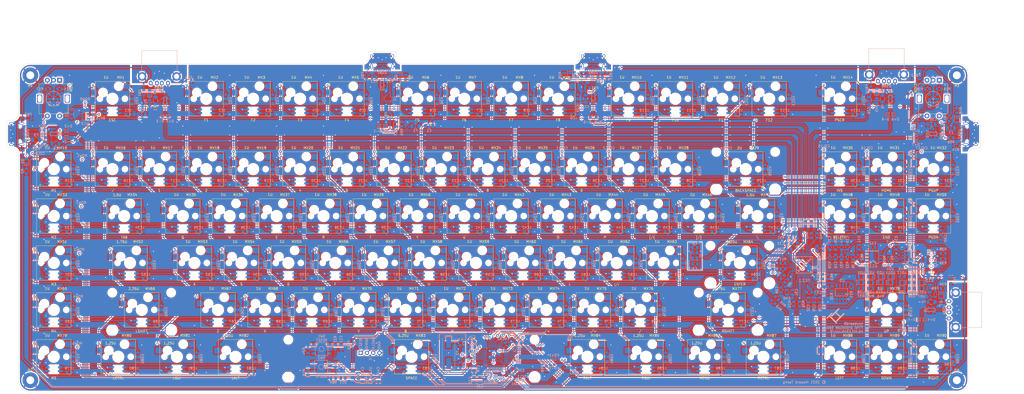
<source format=kicad_pcb>
(kicad_pcb (version 20171130) (host pcbnew "(5.1.10)-1")
  (layers (0 F.Cu signal) (31 B.Cu signal) (34 B.Paste user) (35 F.Paste user) (36 B.SilkS user) (37 F.SilkS user) (38 B.Mask user) (39 F.Mask user) (44 Edge.Cuts user))
  (net 0 "")
  (net 1 GND)
  (net 2 KEYBOARD_XTAL1)
  (net 3 KEYBOARD_XTAL2)
  (net 4 XRSTJ)
  (net 5 +3V3)
  (net 6 +1V8)
  (net 7 HUB_XIN)
  (net 8 HUB_XOUT)
  (net 9 HUB_DRV)
  (net 10 "Net-(D10-Pad1)")
  (net 11 Earth)
  (net 12 KEYBOARD_RESET)
  (net 13 COL2)
  (net 14 COL1)
  (net 15 COL3)
  (net 16 "Net-(KD1-Pad2)")
  (net 17 ROW2)
  (net 18 "Net-(KD2-Pad2)")
  (net 19 ROW4)
  (net 20 "Net-(KD3-Pad2)")
  (net 21 "Net-(KD4-Pad2)")
  (net 22 "Net-(KD5-Pad2)")
  (net 23 "Net-(KD6-Pad2)")
  (net 24 ROT1_ROW)
  (net 25 "Net-(KD7-Pad2)")
  (net 26 ROW3)
  (net 27 "Net-(KD8-Pad2)")
  (net 28 ROW5)
  (net 29 "Net-(KD9-Pad2)")
  (net 30 "Net-(KD10-Pad2)")
  (net 31 "Net-(KD11-Pad2)")
  (net 32 "Net-(KD12-Pad2)")
  (net 33 "Net-(KD13-Pad2)")
  (net 34 "Net-(KD14-Pad2)")
  (net 35 "Net-(KD15-Pad2)")
  (net 36 "Net-(KD16-Pad2)")
  (net 37 "Net-(KD17-Pad2)")
  (net 38 "Net-(KD18-Pad2)")
  (net 39 "Net-(KD19-Pad2)")
  (net 40 "Net-(KD20-Pad2)")
  (net 41 "Net-(KD21-Pad2)")
  (net 42 "Net-(KD22-Pad2)")
  (net 43 "Net-(KD23-Pad2)")
  (net 44 "Net-(KD24-Pad2)")
  (net 45 "Net-(KD25-Pad2)")
  (net 46 "Net-(KD26-Pad2)")
  (net 47 "Net-(KD27-Pad2)")
  (net 48 "Net-(KD28-Pad2)")
  (net 49 "Net-(KD29-Pad2)")
  (net 50 "Net-(KD30-Pad2)")
  (net 51 "Net-(KD31-Pad2)")
  (net 52 "Net-(KD32-Pad2)")
  (net 53 "Net-(KD33-Pad2)")
  (net 54 "Net-(KD34-Pad2)")
  (net 55 "Net-(KD35-Pad2)")
  (net 56 "Net-(KD36-Pad2)")
  (net 57 "Net-(KD37-Pad2)")
  (net 58 "Net-(KD38-Pad2)")
  (net 59 "Net-(KD39-Pad2)")
  (net 60 "Net-(KD40-Pad2)")
  (net 61 "Net-(KD41-Pad2)")
  (net 62 "Net-(KD42-Pad2)")
  (net 63 "Net-(KD43-Pad2)")
  (net 64 "Net-(KD44-Pad2)")
  (net 65 "Net-(KD45-Pad2)")
  (net 66 "Net-(KD46-Pad2)")
  (net 67 "Net-(KD47-Pad2)")
  (net 68 "Net-(KD48-Pad2)")
  (net 69 "Net-(KD49-Pad2)")
  (net 70 "Net-(KD50-Pad2)")
  (net 71 "Net-(KD51-Pad2)")
  (net 72 "Net-(KD52-Pad2)")
  (net 73 "Net-(KD53-Pad2)")
  (net 74 "Net-(KD54-Pad2)")
  (net 75 "Net-(KD55-Pad2)")
  (net 76 "Net-(KD56-Pad2)")
  (net 77 "Net-(KD57-Pad2)")
  (net 78 "Net-(KD58-Pad2)")
  (net 79 "Net-(KD59-Pad2)")
  (net 80 "Net-(KD60-Pad2)")
  (net 81 "Net-(KD61-Pad2)")
  (net 82 "Net-(KD62-Pad2)")
  (net 83 "Net-(KD63-Pad2)")
  (net 84 "Net-(KD64-Pad2)")
  (net 85 "Net-(KD65-Pad2)")
  (net 86 "Net-(KD66-Pad2)")
  (net 87 "Net-(KD67-Pad2)")
  (net 88 "Net-(KD68-Pad2)")
  (net 89 "Net-(KD69-Pad2)")
  (net 90 "Net-(KD70-Pad2)")
  (net 91 "Net-(KD71-Pad2)")
  (net 92 "Net-(KD72-Pad2)")
  (net 93 "Net-(KD73-Pad2)")
  (net 94 "Net-(KD74-Pad2)")
  (net 95 "Net-(KD75-Pad2)")
  (net 96 "Net-(KD76-Pad2)")
  (net 97 "Net-(KD77-Pad2)")
  (net 98 "Net-(KD78-Pad2)")
  (net 99 "Net-(KD79-Pad2)")
  (net 100 "Net-(KD80-Pad2)")
  (net 101 "Net-(KD81-Pad2)")
  (net 102 "Net-(KD82-Pad2)")
  (net 103 "Net-(KD83-Pad2)")
  (net 104 "Net-(KD84-Pad2)")
  (net 105 "Net-(KD85-Pad2)")
  (net 106 "Net-(KD86-Pad2)")
  (net 107 "Net-(KD87-Pad2)")
  (net 108 "Net-(KD88-Pad2)")
  (net 109 "Net-(KD89-Pad2)")
  (net 110 "Net-(KD90-Pad2)")
  (net 111 DOUT1)
  (net 112 DOUT2)
  (net 113 DOUT3)
  (net 114 DOUT4)
  (net 115 DOUT5)
  (net 116 COL0)
  (net 117 COL4)
  (net 118 COL5)
  (net 119 COL6)
  (net 120 COL7)
  (net 121 COL8)
  (net 122 KEYBOARD_SDA)
  (net 123 KEYBOARD_SCL)
  (net 124 BKL_DATA_IN)
  (net 125 ENCODER_A)
  (net 126 ENCODER_B1)
  (net 127 KEYBOARD_D+)
  (net 128 KEYBOARD_D-)
  (net 129 HUB_D+)
  (net 130 HUB_D-)
  (net 131 VBUSM)
  (net 132 HUB_LED1)
  (net 133 HUB_LED2)
  (net 134 HUB_LED3)
  (net 135 HUB_LED4)
  (net 136 HUB_LED5)
  (net 137 HUB_LED6)
  (net 138 HUB_LED7)
  (net 139 HUB_PORT5_D-)
  (net 140 HUB_PORT5_D+)
  (net 141 HUB_PORT6_D-)
  (net 142 HUB_PORT6_D+)
  (net 143 HUB_PORT7_D-)
  (net 144 HUB_PORT7_D+)
  (net 145 HUB_PORT2_D+)
  (net 146 HUB_PORT2_D-)
  (net 147 HUB_PORT3_D+)
  (net 148 HUB_PORT3_D-)
  (net 149 HUB_PORT4_D+)
  (net 150 HUB_PORT4_D-)
  (net 151 HUB_SDA)
  (net 152 "Net-(USB1-Pad3)")
  (net 153 "Net-(USB1-Pad9)")
  (net 154 "Net-(USB2-Pad3)")
  (net 155 "Net-(USB2-Pad9)")
  (net 156 BOOT0)
  (net 157 COL17)
  (net 158 COL16)
  (net 159 ROW1)
  (net 160 COL9)
  (net 161 COL10)
  (net 162 COL11)
  (net 163 COL12)
  (net 164 COL13)
  (net 165 COL14)
  (net 166 COL15)
  (net 167 ENCODER_B2)
  (net 168 BKL_DATA_IN_3V3)
  (net 169 "Net-(MX1-Pad5)")
  (net 170 "Net-(MX1-Pad4)")
  (net 171 "Net-(MX2-Pad5)")
  (net 172 "Net-(MX3-Pad5)")
  (net 173 "Net-(MX4-Pad5)")
  (net 174 "Net-(MX5-Pad5)")
  (net 175 "Net-(MX6-Pad5)")
  (net 176 "Net-(MX7-Pad5)")
  (net 177 "Net-(MX8-Pad5)")
  (net 178 "Net-(MX10-Pad4)")
  (net 179 "Net-(MX10-Pad5)")
  (net 180 "Net-(MX11-Pad5)")
  (net 181 "Net-(MX12-Pad5)")
  (net 182 "Net-(MX13-Pad5)")
  (net 183 "Net-(MX15-Pad5)")
  (net 184 "Net-(MX16-Pad5)")
  (net 185 "Net-(MX17-Pad5)")
  (net 186 "Net-(MX18-Pad5)")
  (net 187 "Net-(MX19-Pad5)")
  (net 188 "Net-(MX20-Pad5)")
  (net 189 "Net-(MX21-Pad5)")
  (net 190 "Net-(MX22-Pad5)")
  (net 191 "Net-(MX23-Pad5)")
  (net 192 "Net-(MX24-Pad5)")
  (net 193 "Net-(MX25-Pad5)")
  (net 194 "Net-(MX26-Pad5)")
  (net 195 "Net-(MX27-Pad5)")
  (net 196 "Net-(MX28-Pad5)")
  (net 197 "Net-(MX29-Pad5)")
  (net 198 "Net-(MX30-Pad5)")
  (net 199 "Net-(MX31-Pad5)")
  (net 200 "Net-(MX33-Pad5)")
  (net 201 "Net-(MX34-Pad5)")
  (net 202 "Net-(MX35-Pad5)")
  (net 203 "Net-(MX36-Pad5)")
  (net 204 "Net-(MX37-Pad5)")
  (net 205 "Net-(MX38-Pad5)")
  (net 206 "Net-(MX39-Pad5)")
  (net 207 "Net-(MX40-Pad5)")
  (net 208 "Net-(MX41-Pad5)")
  (net 209 "Net-(MX42-Pad5)")
  (net 210 "Net-(MX43-Pad5)")
  (net 211 "Net-(MX44-Pad5)")
  (net 212 "Net-(MX45-Pad5)")
  (net 213 "Net-(MX46-Pad5)")
  (net 214 "Net-(MX47-Pad5)")
  (net 215 "Net-(MX48-Pad5)")
  (net 216 "Net-(MX49-Pad5)")
  (net 217 "Net-(MX51-Pad5)")
  (net 218 "Net-(MX52-Pad5)")
  (net 219 "Net-(MX53-Pad5)")
  (net 220 "Net-(MX54-Pad5)")
  (net 221 "Net-(MX55-Pad5)")
  (net 222 "Net-(MX56-Pad5)")
  (net 223 "Net-(MX57-Pad5)")
  (net 224 "Net-(MX58-Pad5)")
  (net 225 "Net-(MX59-Pad5)")
  (net 226 "Net-(MX60-Pad5)")
  (net 227 "Net-(MX61-Pad5)")
  (net 228 "Net-(MX62-Pad5)")
  (net 229 "Net-(MX63-Pad5)")
  (net 230 "Net-(MX65-Pad5)")
  (net 231 "Net-(MX66-Pad5)")
  (net 232 "Net-(MX67-Pad5)")
  (net 233 "Net-(MX68-Pad5)")
  (net 234 "Net-(MX69-Pad5)")
  (net 235 "Net-(MX70-Pad5)")
  (net 236 "Net-(MX71-Pad5)")
  (net 237 "Net-(MX72-Pad5)")
  (net 238 "Net-(MX73-Pad5)")
  (net 239 "Net-(MX74-Pad5)")
  (net 240 "Net-(MX75-Pad5)")
  (net 241 "Net-(MX76-Pad5)")
  (net 242 "Net-(MX77-Pad5)")
  (net 243 "Net-(MX79-Pad5)")
  (net 244 "Net-(MX80-Pad5)")
  (net 245 "Net-(MX81-Pad5)")
  (net 246 "Net-(MX82-Pad5)")
  (net 247 "Net-(MX83-Pad5)")
  (net 248 "Net-(MX84-Pad5)")
  (net 249 "Net-(MX85-Pad5)")
  (net 250 "Net-(MX86-Pad5)")
  (net 251 "Net-(MX87-Pad5)")
  (net 252 "Net-(MX88-Pad5)")
  (net 253 "Net-(MX89-Pad5)")
  (net 254 "Net-(MX90-Pad5)")
  (net 255 "Net-(C6-Pad1)")
  (net 256 "Net-(D3-Pad2)")
  (net 257 "Net-(USB5-Pad3)")
  (net 258 "Net-(USB5-Pad9)")
  (net 259 "Net-(USB7-Pad3)")
  (net 260 "Net-(USB7-Pad9)")
  (net 261 "Net-(R37-Pad1)")
  (net 262 "Net-(R46-Pad1)")
  (net 263 PORT1-4_PWR)
  (net 264 OVCJ1)
  (net 265 PWRJ)
  (net 266 OVCJ5)
  (net 267 PORT5-7PWR)
  (net 268 "Net-(D5-Pad1)")
  (net 269 "Net-(D7-Pad1)")
  (net 270 "Net-(D1-Pad1)")
  (net 271 "Net-(D6-Pad1)")
  (net 272 "Net-(D8-Pad1)")
  (net 273 "Net-(D9-Pad1)")
  (net 274 "Net-(D1-Pad2)")
  (net 275 "Net-(D6-Pad2)")
  (net 276 "Net-(D8-Pad2)")
  (net 277 +5V)
  (net 278 "Net-(C25-Pad1)")
  (net 279 "Net-(C34-Pad1)")
  (net 280 "Net-(D4-Pad2)")
  (net 281 "Net-(D5-Pad2)")
  (net 282 "Net-(D7-Pad2)")
  (net 283 SWCLK)
  (net 284 SWDIO)
  (net 285 BOOT1)
  (net 286 HUB_PORT1_D-)
  (net 287 HUB_PORT1_D+)
  (net 288 KEYBOARD_5V)
  (net 289 VBUS)
  (net 290 "Net-(R36-Pad2)")
  (net 291 "Net-(FE2.1-Pad27)")
  (net 292 "Net-(C4-Pad1)")
  (net 293 "Net-(C8-Pad2)")
  (net 294 "Net-(C9-Pad1)")
  (net 295 "Net-(C10-Pad2)")
  (net 296 "Net-(C11-Pad1)")
  (net 297 "Net-(C12-Pad1)")
  (net 298 "Net-(C17-Pad1)")
  (net 299 "Net-(C30-Pad1)")
  (net 300 "Net-(C41-Pad1)")
  (net 301 "Net-(D2-Pad1)")
  (net 302 "Net-(D9-Pad2)")
  (net 303 "Net-(F8-Pad2)")
  (net 304 "Net-(R7-Pad2)")
  (net 305 "Net-(R12-Pad1)")
  (net 306 "Net-(R13-Pad1)")
  (net 307 "Net-(R14-Pad2)")
  (net 308 "Net-(R24-Pad2)")
  (net 309 "Net-(R33-Pad2)")
  (net 310 "Net-(R44-Pad1)")
  (net 311 "Net-(R47-Pad1)")
  (net 312 "Net-(R49-Pad1)")
  (net 313 "Net-(R50-Pad2)")
  (net 314 "Net-(R54-Pad1)")
  (net 315 "Net-(R56-Pad2)")
  (net 316 "Net-(R59-Pad1)")
  (net 317 "Net-(U1-Pad3)")
  (net 318 "Net-(D11-Pad1)")
  (net 319 "Net-(D12-Pad2)")
  (net 320 "Net-(D12-Pad1)")
  (net 321 "Net-(D+1-Pad1)")
  (net 322 "Net-(D+2-Pad1)")
  (net 323 "Net-(D+3-Pad1)")
  (net 324 "Net-(D+4-Pad1)")
  (net 325 "Net-(D+5-Pad1)")
  (net 326 "Net-(D-1-Pad1)")
  (net 327 "Net-(D-2-Pad1)")
  (net 328 "Net-(D-3-Pad1)")
  (net 329 "Net-(D-4-Pad1)")
  (net 330 "Net-(D-5-Pad1)")
  (net 331 "Net-(R19-Pad2)")
  (net 332 "Net-(D+6-Pad1)")
  (net 333 "Net-(D+7-Pad1)")
  (net 334 "Net-(D-6-Pad1)")
  (net 335 "Net-(D-7-Pad1)")
  (module Rotary_Encoder:RotaryEncoder_Alps_EC11E-Switch_Vertical_H20mm (layer F.Cu) (at 448.4405 160.72425 270)
    (fp_text reference ROT2 (at 3.1748 9.5244 90) (layer F.SilkS))
    (fp_text value Rotary_Encoder_Switch)
    (pad A thru_hole rect (at 0 0 270) (size 2 2) (drill 1) (layers *.Cu *.Mask) (net 295 "Net-(C10-Pad2)"))
    (pad C thru_hole circle (at 0 2.5 270) (size 2 2) (drill 1) (layers *.Cu *.Mask) (net 1 GND))
    (pad B thru_hole circle (at 0 5 270) (size 2 2) (drill 1) (layers *.Cu *.Mask) (net 296 "Net-(C11-Pad1)"))
    (pad MP thru_hole rect (at 7.5 -3.1 270) (size 3.2 2) (drill oval 2.8 1.5) (layers *.Cu *.Mask))
    (pad MP thru_hole rect (at 7.5 8.1 270) (size 3.2 2) (drill oval 2.8 1.5) (layers *.Cu *.Mask))
    (pad S2 thru_hole circle (at 14.5 0 270) (size 2 2) (drill 1) (layers *.Cu *.Mask) (net 280 "Net-(D4-Pad2)"))
    (pad S1 thru_hole circle (at 14.5 5 270) (size 2 2) (drill 1) (layers *.Cu *.Mask) (net 157 COL17))
  )
  (module LED_SMD:LED_0805_2012Metric (layer B.Cu) (at 441.2972 242.8722 180)
    (fp_text reference UD14 (at 0 -3.9685) (layer B.SilkS) (effects (justify mirror)))
    (fp_text value Amber)
    (pad 2 smd roundrect (at 0.9375 0 180) (size 0.975 1.4) (layers B.Cu B.Paste B.Mask) (net 316 "Net-(R59-Pad1)"))
    (pad 1 smd roundrect (at -0.9375 0 180) (size 0.975 1.4) (layers B.Cu B.Paste B.Mask) (net 9 HUB_DRV))
  )
  (module LED_SMD:LED_0805_2012Metric (layer B.Cu) (at 437.3287 242.8722 180)
    (fp_text reference UD13 (at 0 -3.9685) (layer B.SilkS) (effects (justify mirror)))
    (fp_text value Amber)
    (pad 2 smd roundrect (at 0.9375 0 180) (size 0.975 1.4) (layers B.Cu B.Paste B.Mask) (net 314 "Net-(R54-Pad1)"))
    (pad 1 smd roundrect (at -0.9375 0 180) (size 0.975 1.4) (layers B.Cu B.Paste B.Mask) (net 9 HUB_DRV))
  )
  (module LED_SMD:LED_0805_2012Metric (layer B.Cu) (at 433.3602 242.8722 180)
    (fp_text reference UD12 (at 0 3.9685) (layer B.SilkS) (effects (justify mirror)))
    (fp_text value Amber)
    (pad 2 smd roundrect (at 0.9375 0 180) (size 0.975 1.4) (layers B.Cu B.Paste B.Mask) (net 312 "Net-(R49-Pad1)"))
    (pad 1 smd roundrect (at -0.9375 0 180) (size 0.975 1.4) (layers B.Cu B.Paste B.Mask) (net 9 HUB_DRV))
  )
  (module LED_SMD:LED_0805_2012Metric (layer B.Cu) (at 428.598 242.8722)
    (fp_text reference UD11 (at 0 -3.9685) (layer B.SilkS) (effects (justify mirror)))
    (fp_text value Amber)
    (pad 2 smd roundrect (at 0.9375 0) (size 0.975 1.4) (layers B.Cu B.Paste B.Mask) (net 311 "Net-(R47-Pad1)"))
    (pad 1 smd roundrect (at -0.9375 0) (size 0.975 1.4) (layers B.Cu B.Paste B.Mask) (net 9 HUB_DRV))
  )
  (module LED_SMD:LED_0805_2012Metric (layer B.Cu) (at 424.6295 242.8722)
    (fp_text reference UD10 (at 0 3.9685) (layer B.SilkS) (effects (justify mirror)))
    (fp_text value Amber)
    (pad 2 smd roundrect (at 0.9375 0) (size 0.975 1.4) (layers B.Cu B.Paste B.Mask) (net 262 "Net-(R46-Pad1)"))
    (pad 1 smd roundrect (at -0.9375 0) (size 0.975 1.4) (layers B.Cu B.Paste B.Mask) (net 9 HUB_DRV))
  )
  (module LED_SMD:LED_0805_2012Metric (layer B.Cu) (at 420.661 242.8722)
    (fp_text reference UD9 (at 0 3.9685) (layer B.SilkS) (effects (justify mirror)))
    (fp_text value Amber)
    (pad 2 smd roundrect (at 0.9375 0) (size 0.975 1.4) (layers B.Cu B.Paste B.Mask) (net 310 "Net-(R44-Pad1)"))
    (pad 1 smd roundrect (at -0.9375 0) (size 0.975 1.4) (layers B.Cu B.Paste B.Mask) (net 9 HUB_DRV))
  )
  (module LED_SMD:LED_0805_2012Metric (layer B.Cu) (at 416.6925 242.8722)
    (fp_text reference UD8 (at 0 3.9685) (layer B.SilkS) (effects (justify mirror)))
    (fp_text value Amber)
    (pad 2 smd roundrect (at 0.9375 0) (size 0.975 1.4) (layers B.Cu B.Paste B.Mask) (net 261 "Net-(R37-Pad1)"))
    (pad 1 smd roundrect (at -0.9375 0) (size 0.975 1.4) (layers B.Cu B.Paste B.Mask) (net 9 HUB_DRV))
  )
  (module Package_QFP:LQFP-48_7x7mm_P0.5mm (layer B.Cu) (at 268.2706 273.0328)
    (fp_text reference U14 (at 0 5.85) (layer B.SilkS) (effects (justify mirror)))
    (fp_text value STM32F303CBT6)
    (pad 48 smd roundrect (at -2.75 4.1625) (size 0.3 1.475) (layers B.Cu B.Paste B.Mask) (net 5 +3V3))
    (pad 47 smd roundrect (at -2.25 4.1625) (size 0.3 1.475) (layers B.Cu B.Paste B.Mask) (net 1 GND))
    (pad 46 smd roundrect (at -1.75 4.1625) (size 0.3 1.475) (layers B.Cu B.Paste B.Mask) (net 24 ROT1_ROW))
    (pad 45 smd roundrect (at -1.25 4.1625) (size 0.3 1.475) (layers B.Cu B.Paste B.Mask) (net 159 ROW1))
    (pad 44 smd roundrect (at -0.75 4.1625) (size 0.3 1.475) (layers B.Cu B.Paste B.Mask) (net 156 BOOT0))
    (pad 43 smd roundrect (at -0.25 4.1625) (size 0.3 1.475) (layers B.Cu B.Paste B.Mask) (net 122 KEYBOARD_SDA))
    (pad 42 smd roundrect (at 0.25 4.1625) (size 0.3 1.475) (layers B.Cu B.Paste B.Mask) (net 123 KEYBOARD_SCL))
    (pad 41 smd roundrect (at 0.75 4.1625) (size 0.3 1.475) (layers B.Cu B.Paste B.Mask) (net 17 ROW2))
    (pad 40 smd roundrect (at 1.25 4.1625) (size 0.3 1.475) (layers B.Cu B.Paste B.Mask) (net 26 ROW3))
    (pad 39 smd roundrect (at 1.75 4.1625) (size 0.3 1.475) (layers B.Cu B.Paste B.Mask) (net 19 ROW4))
    (pad 38 smd roundrect (at 2.25 4.1625) (size 0.3 1.475) (layers B.Cu B.Paste B.Mask) (net 28 ROW5))
    (pad 37 smd roundrect (at 2.75 4.1625) (size 0.3 1.475) (layers B.Cu B.Paste B.Mask) (net 283 SWCLK))
    (pad 36 smd roundrect (at 4.1625 2.75) (size 1.475 0.3) (layers B.Cu B.Paste B.Mask) (net 5 +3V3))
    (pad 35 smd roundrect (at 4.1625 2.25) (size 1.475 0.3) (layers B.Cu B.Paste B.Mask) (net 1 GND))
    (pad 34 smd roundrect (at 4.1625 1.75) (size 1.475 0.3) (layers B.Cu B.Paste B.Mask) (net 284 SWDIO))
    (pad 33 smd roundrect (at 4.1625 1.25) (size 1.475 0.3) (layers B.Cu B.Paste B.Mask) (net 127 KEYBOARD_D+))
    (pad 32 smd roundrect (at 4.1625 0.75) (size 1.475 0.3) (layers B.Cu B.Paste B.Mask) (net 128 KEYBOARD_D-))
    (pad 31 smd roundrect (at 4.1625 0.25) (size 1.475 0.3) (layers B.Cu B.Paste B.Mask) (net 168 BKL_DATA_IN_3V3))
    (pad 30 smd roundrect (at 4.1625 -0.25) (size 1.475 0.3) (layers B.Cu B.Paste B.Mask) (net 157 COL17))
    (pad 29 smd roundrect (at 4.1625 -0.75) (size 1.475 0.3) (layers B.Cu B.Paste B.Mask) (net 158 COL16))
    (pad 28 smd roundrect (at 4.1625 -1.25) (size 1.475 0.3) (layers B.Cu B.Paste B.Mask) (net 166 COL15))
    (pad 27 smd roundrect (at 4.1625 -1.75) (size 1.475 0.3) (layers B.Cu B.Paste B.Mask) (net 165 COL14))
    (pad 26 smd roundrect (at 4.1625 -2.25) (size 1.475 0.3) (layers B.Cu B.Paste B.Mask) (net 164 COL13))
    (pad 25 smd roundrect (at 4.1625 -2.75) (size 1.475 0.3) (layers B.Cu B.Paste B.Mask) (net 163 COL12))
    (pad 24 smd roundrect (at 2.75 -4.1625) (size 0.3 1.475) (layers B.Cu B.Paste B.Mask) (net 5 +3V3))
    (pad 23 smd roundrect (at 2.25 -4.1625) (size 0.3 1.475) (layers B.Cu B.Paste B.Mask) (net 1 GND))
    (pad 22 smd roundrect (at 1.75 -4.1625) (size 0.3 1.475) (layers B.Cu B.Paste B.Mask) (net 162 COL11))
    (pad 21 smd roundrect (at 1.25 -4.1625) (size 0.3 1.475) (layers B.Cu B.Paste B.Mask) (net 161 COL10))
    (pad 20 smd roundrect (at 0.75 -4.1625) (size 0.3 1.475) (layers B.Cu B.Paste B.Mask) (net 285 BOOT1))
    (pad 19 smd roundrect (at 0.25 -4.1625) (size 0.3 1.475) (layers B.Cu B.Paste B.Mask) (net 167 ENCODER_B2))
    (pad 18 smd roundrect (at -0.25 -4.1625) (size 0.3 1.475) (layers B.Cu B.Paste B.Mask) (net 126 ENCODER_B1))
    (pad 17 smd roundrect (at -0.75 -4.1625) (size 0.3 1.475) (layers B.Cu B.Paste B.Mask) (net 125 ENCODER_A))
    (pad 16 smd roundrect (at -1.25 -4.1625) (size 0.3 1.475) (layers B.Cu B.Paste B.Mask) (net 160 COL9))
    (pad 15 smd roundrect (at -1.75 -4.1625) (size 0.3 1.475) (layers B.Cu B.Paste B.Mask) (net 121 COL8))
    (pad 14 smd roundrect (at -2.25 -4.1625) (size 0.3 1.475) (layers B.Cu B.Paste B.Mask) (net 120 COL7))
    (pad 13 smd roundrect (at -2.75 -4.1625) (size 0.3 1.475) (layers B.Cu B.Paste B.Mask) (net 119 COL6))
    (pad 12 smd roundrect (at -4.1625 -2.75) (size 1.475 0.3) (layers B.Cu B.Paste B.Mask) (net 118 COL5))
    (pad 11 smd roundrect (at -4.1625 -2.25) (size 1.475 0.3) (layers B.Cu B.Paste B.Mask) (net 117 COL4))
    (pad 10 smd roundrect (at -4.1625 -1.75) (size 1.475 0.3) (layers B.Cu B.Paste B.Mask) (net 15 COL3))
    (pad 9 smd roundrect (at -4.1625 -1.25) (size 1.475 0.3) (layers B.Cu B.Paste B.Mask) (net 5 +3V3))
    (pad 8 smd roundrect (at -4.1625 -0.75) (size 1.475 0.3) (layers B.Cu B.Paste B.Mask) (net 1 GND))
    (pad 7 smd roundrect (at -4.1625 -0.25) (size 1.475 0.3) (layers B.Cu B.Paste B.Mask) (net 12 KEYBOARD_RESET))
    (pad 6 smd roundrect (at -4.1625 0.25) (size 1.475 0.3) (layers B.Cu B.Paste B.Mask) (net 3 KEYBOARD_XTAL2))
    (pad 5 smd roundrect (at -4.1625 0.75) (size 1.475 0.3) (layers B.Cu B.Paste B.Mask) (net 2 KEYBOARD_XTAL1))
    (pad 4 smd roundrect (at -4.1625 1.25) (size 1.475 0.3) (layers B.Cu B.Paste B.Mask) (net 14 COL1))
    (pad 3 smd roundrect (at -4.1625 1.75) (size 1.475 0.3) (layers B.Cu B.Paste B.Mask) (net 116 COL0))
    (pad 2 smd roundrect (at -4.1625 2.25) (size 1.475 0.3) (layers B.Cu B.Paste B.Mask) (net 13 COL2))
    (pad 1 smd roundrect (at -4.1625 2.75) (size 1.475 0.3) (layers B.Cu B.Paste B.Mask) (net 5 +3V3))
  )
  (module custom-footprints:CherryMX_1.25u_PCB_KailhSocket_LTST-A683CEGBW (layer F.Cu) (at 305.5745 273.0328)
    (fp_text reference MX84 (at 3.3655 -8.636) (layer F.SilkS))
    (fp_text value RALT (at 0 8.6625) (layer F.SilkS))
    (fp_line (start -1.7 3.55) (end 1.7 3.55) (layer Edge.Cuts) (width 0.05))
    (fp_line (start 1.7 3.55) (end 1.7 6.55) (layer Edge.Cuts) (width 0.05))
    (fp_line (start 1.7 6.55) (end -1.7 6.55) (layer Edge.Cuts) (width 0.05))
    (fp_line (start -1.7 6.55) (end -1.7 3.55) (layer Edge.Cuts) (width 0.05))
    (fp_text user 1.25U (at -3.1115 -8.5725) (layer F.SilkS))
    (pad 6 smd rect (at 2.6 5.8) (size 1.8 0.9) (layers B.Cu B.Paste B.Mask) (net 277 +5V))
    (pad 5 smd rect (at 2.6 4.3) (size 1.8 0.9) (layers B.Cu B.Paste B.Mask) (net 248 "Net-(MX84-Pad5)"))
    (pad 4 smd rect (at -2.6 5.8) (size 1.8 0.9) (layers B.Cu B.Paste B.Mask) (net 247 "Net-(MX83-Pad5)"))
    (pad 3 smd rect (at -2.6 4.3) (size 1.8 0.9) (layers B.Cu B.Paste B.Mask) (net 1 GND))
    (pad 2 smd rect (at 6.015 -5.08) (size 2.55 2.5) (layers B.Cu B.Paste B.Mask) (net 104 "Net-(KD84-Pad2)"))
    (pad 1 smd rect (at -7.41 -2.54) (size 2.55 2.5) (layers B.Cu B.Paste B.Mask) (net 161 COL10))
    (pad "" np_thru_hole circle (at 2.54 -5.08) (size 3 3) (drill 3) (layers *.Cu *.Mask))
    (pad "" np_thru_hole circle (at -3.81 -2.54) (size 3 3) (drill 3) (layers *.Cu *.Mask))
    (pad "" np_thru_hole circle (at 5.08 0) (size 1.75 1.75) (drill 1.75) (layers *.Cu *.Mask))
    (pad "" np_thru_hole circle (at -5.08 0) (size 1.75 1.75) (drill 1.75) (layers *.Cu *.Mask))
    (pad "" np_thru_hole circle (at 0 0) (size 4 4) (drill 4) (layers *.Cu *.Mask))
  )
  (module custom-footprints:CherryMX_1.00u_PCB_KailhSocket_LTST-A683CEGBW (layer F.Cu) (at 407.9618 168.2644)
    (fp_text reference MX14 (at 3.3655 -8.636) (layer F.SilkS))
    (fp_text value PSCR (at 0 8.6625) (layer F.SilkS))
    (fp_line (start -1.7 6.55) (end -1.7 3.55) (layer Edge.Cuts) (width 0.05))
    (fp_line (start 1.7 6.55) (end -1.7 6.55) (layer Edge.Cuts) (width 0.05))
    (fp_line (start 1.7 3.55) (end 1.7 6.55) (layer Edge.Cuts) (width 0.05))
    (fp_line (start -1.7 3.55) (end 1.7 3.55) (layer Edge.Cuts) (width 0.05))
    (fp_text user 1U (at -2.6035 -8.6995) (layer F.SilkS))
    (pad 6 smd rect (at 2.6 5.8) (size 1.8 0.9) (layers B.Cu B.Paste B.Mask) (net 277 +5V))
    (pad 5 smd rect (at 2.6 4.3) (size 1.8 0.9) (layers B.Cu B.Paste B.Mask) (net 111 DOUT1))
    (pad 4 smd rect (at -2.6 5.8) (size 1.8 0.9) (layers B.Cu B.Paste B.Mask) (net 182 "Net-(MX13-Pad5)"))
    (pad 3 smd rect (at -2.6 4.3) (size 1.8 0.9) (layers B.Cu B.Paste B.Mask) (net 1 GND))
    (pad 2 smd rect (at 6.015 -5.08) (size 2.55 2.5) (layers B.Cu B.Paste B.Mask) (net 34 "Net-(KD14-Pad2)"))
    (pad 1 smd rect (at -7.41 -2.54) (size 2.55 2.5) (layers B.Cu B.Paste B.Mask) (net 166 COL15))
    (pad "" np_thru_hole circle (at 2.54 -5.08) (size 3 3) (drill 3) (layers *.Cu *.Mask))
    (pad "" np_thru_hole circle (at -3.81 -2.54) (size 3 3) (drill 3) (layers *.Cu *.Mask))
    (pad "" np_thru_hole circle (at 5.08 0) (size 1.75 1.75) (drill 1.75) (layers *.Cu *.Mask))
    (pad "" np_thru_hole circle (at -5.08 0) (size 1.75 1.75) (drill 1.75) (layers *.Cu *.Mask))
    (pad "" np_thru_hole circle (at 0 0) (size 4 4) (drill 4) (layers *.Cu *.Mask))
  )
  (module Resistor_SMD:R_0805_2012Metric (layer B.Cu) (at 277.795 267.4769 180)
    (fp_text reference R27 (at 0 -1.5874) (layer B.SilkS) (effects (justify mirror)))
    (fp_text value 10k)
    (pad 2 smd roundrect (at 0.9125 0 180) (size 1.025 1.4) (layers B.Cu B.Paste B.Mask) (roundrect_rratio 0.2439004878048781) (net 285 BOOT1))
    (pad 1 smd roundrect (at -0.9125 0 180) (size 1.025 1.4) (layers B.Cu B.Paste B.Mask) (roundrect_rratio 0.2439004878048781) (net 1 GND))
  )
  (module Resistor_SMD:R_0805_2012Metric (layer B.Cu) (at 230.173 178.5825 270)
    (fp_text reference R65 (at 3.1748 0 90) (layer B.SilkS) (effects (justify mirror)))
    (fp_text value 330)
    (pad 2 smd roundrect (at 0.9125 0 270) (size 1.025 1.4) (layers B.Cu B.Paste B.Mask) (roundrect_rratio 0.2439004878048781) (net 320 "Net-(D12-Pad1)"))
    (pad 1 smd roundrect (at -0.9125 0 270) (size 1.025 1.4) (layers B.Cu B.Paste B.Mask) (roundrect_rratio 0.2439004878048781) (net 1 GND))
  )
  (module LED_SMD:LED_0805_2012Metric (layer B.Cu) (at 227.7919 178.5825 90)
    (fp_text reference D12 (at -3.1748 0 90) (layer B.SilkS) (effects (justify mirror)))
    (fp_text value Red)
    (pad 2 smd roundrect (at 0.9375 0 90) (size 0.975 1.4) (layers B.Cu B.Paste B.Mask) (net 319 "Net-(D12-Pad2)"))
    (pad 1 smd roundrect (at -0.9375 0 90) (size 0.975 1.4) (layers B.Cu B.Paste B.Mask) (net 320 "Net-(D12-Pad1)"))
  )
  (module Resistor_SMD:R_0805_2012Metric (layer B.Cu) (at 202.3935 281.8085)
    (fp_text reference R64 (at 0 1.65) (layer B.SilkS) (effects (justify mirror)))
    (fp_text value 330)
    (pad 2 smd roundrect (at 0.9125 0) (size 1.025 1.4) (layers B.Cu B.Paste B.Mask) (roundrect_rratio 0.2439004878048781) (net 318 "Net-(D11-Pad1)"))
    (pad 1 smd roundrect (at -0.9125 0) (size 1.025 1.4) (layers B.Cu B.Paste B.Mask) (roundrect_rratio 0.2439004878048781) (net 1 GND))
  )
  (module LED_SMD:LED_0805_2012Metric (layer B.Cu) (at 206.362 281.7635)
    (fp_text reference D11 (at 0 1.65) (layer B.SilkS) (effects (justify mirror)))
    (fp_text value Red)
    (pad 2 smd roundrect (at 0.9375 0) (size 0.975 1.4) (layers B.Cu B.Paste B.Mask) (net 288 KEYBOARD_5V))
    (pad 1 smd roundrect (at -0.9375 0) (size 0.975 1.4) (layers B.Cu B.Paste B.Mask) (net 318 "Net-(D11-Pad1)"))
  )
  (module custom-footprints:logo (layer F.Cu) (at 406.3744 253.1903)
    (fp_text reference LOGO0 hide)
    (fp_text value Logo hide)
  )
  (module custom-footprints:CherryMX_2.25u_PCB_KailhSocket_LTST-A683CEGBW (layer F.Cu) (at 367.4831 234.9352)
    (fp_text reference MX64 (at 3.4036 -8.5852) (layer F.SilkS))
    (fp_text value ENTER (at 0 8.6625) (layer F.SilkS))
    (fp_line (start -1.7 6.55) (end -1.7 3.55) (layer Edge.Cuts) (width 0.05))
    (fp_line (start 1.7 6.55) (end -1.7 6.55) (layer Edge.Cuts) (width 0.05))
    (fp_line (start 1.7 3.55) (end 1.7 6.55) (layer Edge.Cuts) (width 0.05))
    (fp_line (start -1.7 3.55) (end 1.7 3.55) (layer Edge.Cuts) (width 0.05))
    (fp_text user 2.25U (at -3.2512 -8.5725) (layer F.SilkS))
    (pad "" np_thru_hole circle (at 11.938 -6.985) (size 3.048 3.048) (drill 3.048) (layers *.Cu *.Mask))
    (pad "" np_thru_hole circle (at -11.938 -6.985) (size 3.048 3.048) (drill 3.048) (layers *.Cu *.Mask))
    (pad "" np_thru_hole circle (at 11.938 8.255) (size 3.9878 3.9878) (drill 3.9878) (layers *.Cu *.Mask))
    (pad "" np_thru_hole circle (at -11.938 8.255) (size 3.9878 3.9878) (drill 3.9878) (layers *.Cu *.Mask))
    (pad 6 smd rect (at 2.6 5.8) (size 1.8 0.9) (layers B.Cu B.Paste B.Mask) (net 277 +5V))
    (pad 5 smd rect (at 2.6 4.3) (size 1.8 0.9) (layers B.Cu B.Paste B.Mask) (net 114 DOUT4))
    (pad 4 smd rect (at -2.6 5.8) (size 1.8 0.9) (layers B.Cu B.Paste B.Mask) (net 229 "Net-(MX63-Pad5)"))
    (pad 3 smd rect (at -2.6 4.3) (size 1.8 0.9) (layers B.Cu B.Paste B.Mask) (net 1 GND))
    (pad 2 smd rect (at 6.015 -5.08) (size 2.55 2.5) (layers B.Cu B.Paste B.Mask) (net 84 "Net-(KD64-Pad2)"))
    (pad 1 smd rect (at -7.41 -2.54) (size 2.55 2.5) (layers B.Cu B.Paste B.Mask) (net 165 COL14))
    (pad "" np_thru_hole circle (at 2.54 -5.08) (size 3 3) (drill 3) (layers *.Cu *.Mask))
    (pad "" np_thru_hole circle (at -3.81 -2.54) (size 3 3) (drill 3) (layers *.Cu *.Mask))
    (pad "" np_thru_hole circle (at 5.08 0) (size 1.75 1.75) (drill 1.75) (layers *.Cu *.Mask))
    (pad "" np_thru_hole circle (at -5.08 0) (size 1.75 1.75) (drill 1.75) (layers *.Cu *.Mask))
    (pad "" np_thru_hole circle (at 0 0) (size 4 4) (drill 4) (layers *.Cu *.Mask))
  )
  (module custom-footprints:FE2.1 (layer B.Cu) (at 393.6752 235.7289 180)
    (fp_text reference FE2.1 (at -2.3811 -6.3496) (layer B.SilkS) (effects (font (size 1.143 1.143) (thickness 0.152)) (justify left mirror)))
    (fp_text value FE2.1 hide)
    (pad 1 smd oval (at -2.75 -4.25 180) (size 0.27 1.5) (layers B.Cu B.Paste B.Mask) (net 9 HUB_DRV))
    (pad 2 smd oval (at -2.25 -4.25 180) (size 0.27 1.5) (layers B.Cu B.Paste B.Mask) (net 151 HUB_SDA))
    (pad 3 smd oval (at -1.75 -4.25 180) (size 0.27 1.5) (layers B.Cu B.Paste B.Mask) (net 132 HUB_LED1))
    (pad 4 smd oval (at -1.25 -4.25 180) (size 0.27 1.5) (layers B.Cu B.Paste B.Mask) (net 133 HUB_LED2))
    (pad 5 smd oval (at -0.75 -4.25 180) (size 0.27 1.5) (layers B.Cu B.Paste B.Mask) (net 134 HUB_LED3))
    (pad 6 smd oval (at -0.25 -4.25 180) (size 0.27 1.5) (layers B.Cu B.Paste B.Mask) (net 6 +1V8))
    (pad 7 smd oval (at 0.25 -4.25 180) (size 0.27 1.5) (layers B.Cu B.Paste B.Mask) (net 135 HUB_LED4))
    (pad 8 smd oval (at 0.75 -4.25 180) (size 0.27 1.5) (layers B.Cu B.Paste B.Mask) (net 277 +5V))
    (pad 9 smd oval (at 1.25 -4.25 180) (size 0.27 1.5) (layers B.Cu B.Paste B.Mask) (net 5 +3V3))
    (pad 10 smd oval (at 1.75 -4.25 180) (size 0.27 1.5) (layers B.Cu B.Paste B.Mask) (net 1 GND))
    (pad 11 smd oval (at 2.25 -4.25 180) (size 0.27 1.5) (layers B.Cu B.Paste B.Mask) (net 150 HUB_PORT4_D-))
    (pad 12 smd oval (at 2.75 -4.25 180) (size 0.27 1.5) (layers B.Cu B.Paste B.Mask) (net 149 HUB_PORT4_D+))
    (pad 13 smd oval (at 4.25 -2.75 180) (size 1.5 0.27) (layers B.Cu B.Paste B.Mask) (net 148 HUB_PORT3_D-))
    (pad 14 smd oval (at 4.25 -2.25 180) (size 1.5 0.27) (layers B.Cu B.Paste B.Mask) (net 147 HUB_PORT3_D+))
    (pad 15 smd oval (at 4.25 -1.75 180) (size 1.5 0.27) (layers B.Cu B.Paste B.Mask) (net 5 +3V3))
    (pad 16 smd oval (at 4.25 -1.25 180) (size 1.5 0.27) (layers B.Cu B.Paste B.Mask) (net 146 HUB_PORT2_D-))
    (pad 17 smd oval (at 4.25 -0.75 180) (size 1.5 0.27) (layers B.Cu B.Paste B.Mask) (net 145 HUB_PORT2_D+))
    (pad 18 smd oval (at 4.25 -0.25 180) (size 1.5 0.27) (layers B.Cu B.Paste B.Mask) (net 286 HUB_PORT1_D-))
    (pad 19 smd oval (at 4.25 0.25 180) (size 1.5 0.27) (layers B.Cu B.Paste B.Mask) (net 287 HUB_PORT1_D+))
    (pad 20 smd oval (at 4.25 0.75 180) (size 1.5 0.27) (layers B.Cu B.Paste B.Mask) (net 5 +3V3))
    (pad 21 smd oval (at 4.25 1.25 180) (size 1.5 0.27) (layers B.Cu B.Paste B.Mask) (net 5 +3V3))
    (pad 22 smd oval (at 4.25 1.75 180) (size 1.5 0.27) (layers B.Cu B.Paste B.Mask) (net 7 HUB_XIN))
    (pad 23 smd oval (at 4.25 2.25 180) (size 1.5 0.27) (layers B.Cu B.Paste B.Mask) (net 8 HUB_XOUT))
    (pad 24 smd oval (at 4.25 2.75 180) (size 1.5 0.27) (layers B.Cu B.Paste B.Mask) (net 1 GND))
    (pad 25 smd oval (at 2.75 4.25 180) (size 0.27 1.5) (layers B.Cu B.Paste B.Mask) (net 6 +1V8))
    (pad 26 smd oval (at 2.25 4.25 180) (size 0.27 1.5) (layers B.Cu B.Paste B.Mask) (net 5 +3V3))
    (pad 27 smd oval (at 1.75 4.25 180) (size 0.27 1.5) (layers B.Cu B.Paste B.Mask) (net 291 "Net-(FE2.1-Pad27)"))
    (pad 28 smd oval (at 1.25 4.25 180) (size 0.27 1.5) (layers B.Cu B.Paste B.Mask) (net 6 +1V8))
    (pad 29 smd oval (at 0.75 4.25 180) (size 0.27 1.5) (layers B.Cu B.Paste B.Mask) (net 130 HUB_D-))
    (pad 30 smd oval (at 0.25 4.25 180) (size 0.27 1.5) (layers B.Cu B.Paste B.Mask) (net 129 HUB_D+))
    (pad 31 smd oval (at -0.25 4.25 180) (size 0.27 1.5) (layers B.Cu B.Paste B.Mask) (net 5 +3V3))
    (pad 32 smd oval (at -0.75 4.25 180) (size 0.27 1.5) (layers B.Cu B.Paste B.Mask) (net 139 HUB_PORT5_D-))
    (pad 33 smd oval (at -1.25 4.25 180) (size 0.27 1.5) (layers B.Cu B.Paste B.Mask) (net 140 HUB_PORT5_D+))
    (pad 34 smd oval (at -1.75 4.25 180) (size 0.27 1.5) (layers B.Cu B.Paste B.Mask) (net 141 HUB_PORT6_D-))
    (pad 35 smd oval (at -2.25 4.25 180) (size 0.27 1.5) (layers B.Cu B.Paste B.Mask) (net 142 HUB_PORT6_D+))
    (pad 36 smd oval (at -2.75 4.25 180) (size 0.27 1.5) (layers B.Cu B.Paste B.Mask) (net 5 +3V3))
    (pad 37 smd oval (at -4.25 2.75 180) (size 1.5 0.27) (layers B.Cu B.Paste B.Mask) (net 143 HUB_PORT7_D-))
    (pad 38 smd oval (at -4.25 2.25 180) (size 1.5 0.27) (layers B.Cu B.Paste B.Mask) (net 144 HUB_PORT7_D+))
    (pad 39 smd oval (at -4.25 1.75 180) (size 1.5 0.27) (layers B.Cu B.Paste B.Mask) (net 1 GND))
    (pad 40 smd oval (at -4.25 1.25 180) (size 1.5 0.27) (layers B.Cu B.Paste B.Mask) (net 4 XRSTJ))
    (pad 41 smd oval (at -4.25 0.75 180) (size 1.5 0.27) (layers B.Cu B.Paste B.Mask) (net 131 VBUSM))
    (pad 42 smd oval (at -4.25 0.25 180) (size 1.5 0.27) (layers B.Cu B.Paste B.Mask) (net 5 +3V3))
    (pad 43 smd oval (at -4.25 -0.25 180) (size 1.5 0.27) (layers B.Cu B.Paste B.Mask) (net 266 OVCJ5))
    (pad 44 smd oval (at -4.25 -0.75 180) (size 1.5 0.27) (layers B.Cu B.Paste B.Mask) (net 265 PWRJ))
    (pad 45 smd oval (at -4.25 -1.25 180) (size 1.5 0.27) (layers B.Cu B.Paste B.Mask) (net 264 OVCJ1))
    (pad 46 smd oval (at -4.25 -1.75 180) (size 1.5 0.27) (layers B.Cu B.Paste B.Mask) (net 138 HUB_LED7))
    (pad 47 smd oval (at -4.25 -2.25 180) (size 1.5 0.27) (layers B.Cu B.Paste B.Mask) (net 137 HUB_LED6))
    (pad 48 smd oval (at -4.25 -2.75 180) (size 1.5 0.27) (layers B.Cu B.Paste B.Mask) (net 136 HUB_LED5))
  )
  (module Resistor_SMD:R_0805_2012Metric (layer B.Cu) (at 192.0754 270.6517 270)
    (fp_text reference R24 (at 0 1.65 90) (layer B.SilkS) (effects (justify mirror)))
    (fp_text value 330)
    (pad 2 smd roundrect (at 0.9125 0 270) (size 1.025 1.4) (layers B.Cu B.Paste B.Mask) (roundrect_rratio 0.2439004878048781) (net 308 "Net-(R24-Pad2)"))
    (pad 1 smd roundrect (at -0.9125 0 270) (size 1.025 1.4) (layers B.Cu B.Paste B.Mask) (roundrect_rratio 0.2439004878048781) (net 1 GND))
  )
  (module Resistor_SMD:R_0805_2012Metric (layer B.Cu) (at 203.1872 276.2076 270)
    (fp_text reference R25 (at 0 -1.5874 90) (layer B.SilkS) (effects (justify mirror)))
    (fp_text value 10k)
    (pad 2 smd roundrect (at 0.9125 0 270) (size 1.025 1.4) (layers B.Cu B.Paste B.Mask) (roundrect_rratio 0.2439004878048781) (net 1 GND))
    (pad 1 smd roundrect (at -0.9125 0 270) (size 1.025 1.4) (layers B.Cu B.Paste B.Mask) (roundrect_rratio 0.2439004878048781) (net 156 BOOT0))
  )
  (module Resistor_SMD:R_0805_2012Metric (layer B.Cu) (at 192.0754 279.3824 90)
    (fp_text reference R19 (at 0 -1.5874 90) (layer B.SilkS) (effects (justify mirror)))
    (fp_text value 1k)
    (pad 2 smd roundrect (at 0.9125 0 90) (size 1.025 1.4) (layers B.Cu B.Paste B.Mask) (roundrect_rratio 0.2439004878048781) (net 331 "Net-(R19-Pad2)"))
    (pad 1 smd roundrect (at -0.9125 0 90) (size 1.025 1.4) (layers B.Cu B.Paste B.Mask) (roundrect_rratio 0.2439004878048781) (net 5 +3V3))
  )
  (module Resistor_SMD:R_0805_2012Metric (layer B.Cu) (at 453.2027 184.1384)
    (fp_text reference R56 (at 0 1.65) (layer B.SilkS) (effects (justify mirror)))
    (fp_text value 56K)
    (pad 2 smd roundrect (at 0.9125 0) (size 1.025 1.4) (layers B.Cu B.Paste B.Mask) (roundrect_rratio 0.2439004878048781) (net 315 "Net-(R56-Pad2)"))
    (pad 1 smd roundrect (at -0.9125 0) (size 1.025 1.4) (layers B.Cu B.Paste B.Mask) (roundrect_rratio 0.2439004878048781) (net 299 "Net-(C30-Pad1)"))
  )
  (module Resistor_SMD:R_0805_2012Metric (layer B.Cu) (at 449.2342 180.1699 270)
    (fp_text reference R50 (at 3.1748 0 90) (layer B.SilkS) (effects (justify mirror)))
    (fp_text value 56K)
    (pad 2 smd roundrect (at 0.9125 0 270) (size 1.025 1.4) (layers B.Cu B.Paste B.Mask) (roundrect_rratio 0.2439004878048781) (net 313 "Net-(R50-Pad2)"))
    (pad 1 smd roundrect (at -0.9125 0 270) (size 1.025 1.4) (layers B.Cu B.Paste B.Mask) (roundrect_rratio 0.2439004878048781) (net 299 "Net-(C30-Pad1)"))
  )
  (module Resistor_SMD:R_0805_2012Metric (layer B.Cu) (at 84.1322 180.9636 180)
    (fp_text reference R14 (at 0 1.65) (layer B.SilkS) (effects (justify mirror)))
    (fp_text value 56K)
    (pad 2 smd roundrect (at 0.9125 0 180) (size 1.025 1.4) (layers B.Cu B.Paste B.Mask) (roundrect_rratio 0.2439004878048781) (net 307 "Net-(R14-Pad2)"))
    (pad 1 smd roundrect (at -0.9125 0 180) (size 1.025 1.4) (layers B.Cu B.Paste B.Mask) (roundrect_rratio 0.2439004878048781) (net 255 "Net-(C6-Pad1)"))
  )
  (module Resistor_SMD:R_0805_2012Metric (layer B.Cu) (at 85.7196 184.9321 90)
    (fp_text reference R7 (at -2.3811 0 180) (layer B.SilkS) (effects (justify mirror)))
    (fp_text value 56K)
    (pad 2 smd roundrect (at 0.9125 0 90) (size 1.025 1.4) (layers B.Cu B.Paste B.Mask) (roundrect_rratio 0.2439004878048781) (net 304 "Net-(R7-Pad2)"))
    (pad 1 smd roundrect (at -0.9125 0 90) (size 1.025 1.4) (layers B.Cu B.Paste B.Mask) (roundrect_rratio 0.2439004878048781) (net 255 "Net-(C6-Pad1)"))
  )
  (module Resistor_SMD:R_0805_2012Metric (layer B.Cu) (at 203.1872 269.0643 90)
    (fp_text reference R22 (at 3.1748 0 90) (layer B.SilkS) (effects (justify mirror)))
    (fp_text value 10k)
    (pad 2 smd roundrect (at 0.9125 0 90) (size 1.025 1.4) (layers B.Cu B.Paste B.Mask) (roundrect_rratio 0.2439004878048781) (net 12 KEYBOARD_RESET))
    (pad 1 smd roundrect (at -0.9125 0 90) (size 1.025 1.4) (layers B.Cu B.Paste B.Mask) (roundrect_rratio 0.2439004878048781) (net 5 +3V3))
  )
  (module Package_TO_SOT_SMD:SOT-23-5 (layer B.Cu) (at 224.6171 168.2644 90)
    (fp_text reference U1 (at 0 2.77795 90) (layer B.SilkS) (effects (justify mirror)))
    (fp_text value SD00HA)
    (pad 5 smd rect (at 1.1 0.95 90) (size 1.06 0.65) (layers B.Cu B.Paste B.Mask) (net 289 VBUS))
    (pad 4 smd rect (at 1.1 -0.95 90) (size 1.06 0.65) (layers B.Cu B.Paste B.Mask) (net 289 VBUS))
    (pad 3 smd rect (at -1.1 -0.95 90) (size 1.06 0.65) (layers B.Cu B.Paste B.Mask) (net 317 "Net-(U1-Pad3)"))
    (pad 2 smd rect (at -1.1 0 90) (size 1.06 0.65) (layers B.Cu B.Paste B.Mask) (net 1 GND))
    (pad 1 smd rect (at -1.1 0.95 90) (size 1.06 0.65) (layers B.Cu B.Paste B.Mask) (net 319 "Net-(D12-Pad2)"))
  )
  (module random-keyboard-parts:SKQG-1155865 (layer B.Cu) (at 197.4624 277.0835 180)
    (fp_text reference SW2 (at -0.1689 3.65385) (layer B.SilkS) (effects (justify mirror)))
    (fp_text value SW_Push)
    (pad 4 smd rect (at -3.1 -1.85 180) (size 1.8 1.1) (layers B.Cu B.Paste B.Mask))
    (pad 3 smd rect (at 3.1 1.85 180) (size 1.8 1.1) (layers B.Cu B.Paste B.Mask))
    (pad 2 smd rect (at -3.1 1.85 180) (size 1.8 1.1) (layers B.Cu B.Paste B.Mask) (net 156 BOOT0))
    (pad 1 smd rect (at 3.1 -1.85 180) (size 1.8 1.1) (layers B.Cu B.Paste B.Mask) (net 331 "Net-(R19-Pad2)"))
  )
  (module Fuse:Fuse_1206_3216Metric (layer B.Cu) (at 235.7289 179.3762)
    (fp_text reference F1 (at 0 1.82) (layer B.SilkS) (effects (justify mirror)))
    (fp_text value 500mA)
    (pad 2 smd roundrect (at 1.4 0) (size 1.25 1.75) (layers B.Cu B.Paste B.Mask) (roundrect_rratio 0.2) (net 277 +5V))
    (pad 1 smd roundrect (at -1.4 0) (size 1.25 1.75) (layers B.Cu B.Paste B.Mask) (roundrect_rratio 0.2) (net 277 +5V))
  )
  (module Resistor_SMD:R_0805_2012Metric (layer B.Cu) (at 310.73355 159.5337 180)
    (fp_text reference R36 (at 0 -1.5874) (layer B.SilkS) (effects (justify mirror)))
    (fp_text value 56K)
    (pad 2 smd roundrect (at 0.9125 0 180) (size 1.025 1.4) (layers B.Cu B.Paste B.Mask) (roundrect_rratio 0.2439004878048781) (net 290 "Net-(R36-Pad2)"))
    (pad 1 smd roundrect (at -0.9125 0 180) (size 1.025 1.4) (layers B.Cu B.Paste B.Mask) (roundrect_rratio 0.2439004878048781) (net 298 "Net-(C17-Pad1)"))
  )
  (module Resistor_SMD:R_0805_2012Metric (layer B.Cu) (at 305.5745 163.89905)
    (fp_text reference R33 (at 3.1748 0) (layer B.SilkS) (effects (justify mirror)))
    (fp_text value 56K)
    (pad 2 smd roundrect (at 0.9125 0) (size 1.025 1.4) (layers B.Cu B.Paste B.Mask) (roundrect_rratio 0.2439004878048781) (net 309 "Net-(R33-Pad2)"))
    (pad 1 smd roundrect (at -0.9125 0) (size 1.025 1.4) (layers B.Cu B.Paste B.Mask) (roundrect_rratio 0.2439004878048781) (net 298 "Net-(C17-Pad1)"))
  )
  (module TestPoint:TestPoint_Pad_1.0x1.0mm (layer B.Cu) (at 429.78855 174.614 90)
    (fp_text reference D+6 (at -1.98425 0.7937 180) (layer B.SilkS) (effects (justify mirror)))
    (fp_text value TestPoint_Small)
    (pad 1 smd rect (at 0 0 90) (size 1 1) (layers B.Cu B.Mask) (net 332 "Net-(D+6-Pad1)"))
  )
  (module custom-footprints:CherryMX_6.25u_PCB_KailhSocket_LTST-A683CEGBW (layer F.Cu) (at 234.1415 273.0328)
    (fp_text reference MX83 (at 3.7084 -8.5852) (layer F.SilkS))
    (fp_text value SPACE (at 0 8.6625) (layer F.SilkS))
    (fp_line (start -1.7 3.55) (end 1.7 3.55) (layer Edge.Cuts) (width 0.05))
    (fp_line (start 1.7 3.55) (end 1.7 6.55) (layer Edge.Cuts) (width 0.05))
    (fp_line (start 1.7 6.55) (end -1.7 6.55) (layer Edge.Cuts) (width 0.05))
    (fp_line (start -1.7 6.55) (end -1.7 3.55) (layer Edge.Cuts) (width 0.05))
    (fp_text user 6.25U (at -3.2385 -8.5852) (layer F.SilkS))
    (pad "" np_thru_hole circle (at 49.99355 -6.9596) (size 3.048 3.048) (drill 3.048) (layers *.Cu *.Mask))
    (pad "" np_thru_hole circle (at 49.99355 8.2804) (size 3.9878 3.9878) (drill 3.9878) (layers *.Cu *.Mask))
    (pad "" np_thru_hole circle (at -50.00625 -6.9596) (size 3.048 3.048) (drill 3.048) (layers *.Cu *.Mask))
    (pad "" np_thru_hole circle (at -50.00625 8.2804) (size 3.9878 3.9878) (drill 3.9878) (layers *.Cu *.Mask))
    (pad 6 smd rect (at 2.6 5.8) (size 1.8 0.9) (layers B.Cu B.Paste B.Mask) (net 277 +5V))
    (pad 5 smd rect (at 2.6 4.3) (size 1.8 0.9) (layers B.Cu B.Paste B.Mask) (net 247 "Net-(MX83-Pad5)"))
    (pad 4 smd rect (at -2.6 5.8) (size 1.8 0.9) (layers B.Cu B.Paste B.Mask) (net 246 "Net-(MX82-Pad5)"))
    (pad 3 smd rect (at -2.6 4.3) (size 1.8 0.9) (layers B.Cu B.Paste B.Mask) (net 1 GND))
    (pad 2 smd rect (at 6.015 -5.08) (size 2.55 2.5) (layers B.Cu B.Paste B.Mask) (net 103 "Net-(KD83-Pad2)"))
    (pad 1 smd rect (at -7.41 -2.54) (size 2.55 2.5) (layers B.Cu B.Paste B.Mask) (net 119 COL6))
    (pad "" np_thru_hole circle (at 2.54 -5.08) (size 3 3) (drill 3) (layers *.Cu *.Mask))
    (pad "" np_thru_hole circle (at -3.81 -2.54) (size 3 3) (drill 3) (layers *.Cu *.Mask))
    (pad "" np_thru_hole circle (at 5.08 0) (size 1.75 1.75) (drill 1.75) (layers *.Cu *.Mask))
    (pad "" np_thru_hole circle (at -5.08 0) (size 1.75 1.75) (drill 1.75) (layers *.Cu *.Mask))
    (pad "" np_thru_hole circle (at 0 0) (size 4 4) (drill 4) (layers *.Cu *.Mask))
  )
  (module TestPoint:TestPoint_Pad_1.0x1.0mm (layer B.Cu) (at 292.0816 276.2076)
    (fp_text reference KD-1 (at 0 1.448) (layer B.SilkS) (effects (justify mirror)))
    (fp_text value TestPoint_Small)
    (pad 1 smd rect (at 0 0) (size 1 1) (layers B.Cu B.Mask) (net 127 KEYBOARD_D+))
  )
  (module TestPoint:TestPoint_Pad_1.0x1.0mm (layer B.Cu) (at 292.0816 273.8265 180)
    (fp_text reference KD+1 (at 0 1.448) (layer B.SilkS) (effects (justify mirror)))
    (fp_text value TestPoint_Small)
    (pad 1 smd rect (at 0 0 180) (size 1 1) (layers B.Cu B.Mask) (net 128 KEYBOARD_D-))
  )
  (module TestPoint:TestPoint_Pad_1.0x1.0mm (layer B.Cu) (at 438.9161 185.32895)
    (fp_text reference D+7 (at 0 1.5874) (layer B.SilkS) (effects (justify mirror)))
    (fp_text value TestPoint_Small)
    (pad 1 smd rect (at 0 0) (size 1 1) (layers B.Cu B.Mask) (net 333 "Net-(D+7-Pad1)"))
  )
  (module TestPoint:TestPoint_Pad_1.0x1.0mm (layer B.Cu) (at 438.9161 182.94785 180)
    (fp_text reference D-7 (at 0 1.5874) (layer B.SilkS) (effects (justify mirror)))
    (fp_text value TestPoint_Small)
    (pad 1 smd rect (at 0 0 180) (size 1 1) (layers B.Cu B.Mask) (net 335 "Net-(D-7-Pad1)"))
  )
  (module TestPoint:TestPoint_Pad_1.0x1.0mm (layer B.Cu) (at 427.40745 174.614 270)
    (fp_text reference D-6 (at 1.98425 0.7937 180) (layer B.SilkS) (effects (justify mirror)))
    (fp_text value TestPoint_Small)
    (pad 1 smd rect (at 0 0 270) (size 1 1) (layers B.Cu B.Mask) (net 334 "Net-(D-6-Pad1)"))
  )
  (module TestPoint:TestPoint_Pad_1.0x1.0mm (layer B.Cu) (at 309.14615 175.80455 90)
    (fp_text reference D+5 (at -1.98425 0.7937 180) (layer B.SilkS) (effects (justify mirror)))
    (fp_text value TestPoint_Small)
    (pad 1 smd rect (at 0 0 90) (size 1 1) (layers B.Cu B.Mask) (net 325 "Net-(D+5-Pad1)"))
  )
  (module TestPoint:TestPoint_Pad_1.0x1.0mm (layer B.Cu) (at 306.76505 175.80455 270)
    (fp_text reference D-5 (at 1.98425 1.19055 180) (layer B.SilkS) (effects (justify mirror)))
    (fp_text value TestPoint_Small)
    (pad 1 smd rect (at 0 0 270) (size 1 1) (layers B.Cu B.Mask) (net 330 "Net-(D-5-Pad1)"))
  )
  (module TestPoint:TestPoint_Pad_1.0x1.0mm (layer B.Cu) (at 440.10665 257.9525 270)
    (fp_text reference D-4 (at 0 2.77795 180) (layer B.SilkS) (effects (justify mirror)))
    (fp_text value TestPoint_Small)
    (pad 1 smd rect (at 0 0 270) (size 1 1) (layers B.Cu B.Mask) (net 329 "Net-(D-4-Pad1)"))
  )
  (module TestPoint:TestPoint_Pad_1.0x1.0mm (layer B.Cu) (at 442.48775 257.9525 90)
    (fp_text reference D+4 (at 0 2.77795 180) (layer B.SilkS) (effects (justify mirror)))
    (fp_text value TestPoint_Small)
    (pad 1 smd rect (at 0 0 90) (size 1 1) (layers B.Cu B.Mask) (net 324 "Net-(D+4-Pad1)"))
  )
  (module TestPoint:TestPoint_Pad_1.0x1.0mm (layer B.Cu) (at 94.05345 181.36045 180)
    (fp_text reference D+2 (at -0.7937 1.98425) (layer B.SilkS) (effects (justify mirror)))
    (fp_text value TestPoint_Small)
    (pad 1 smd rect (at 0 0 180) (size 1 1) (layers B.Cu B.Mask) (net 322 "Net-(D+2-Pad1)"))
  )
  (module TestPoint:TestPoint_Pad_1.0x1.0mm (layer B.Cu) (at 94.05345 183.74155)
    (fp_text reference D-2 (at 0.7937 1.98425) (layer B.SilkS) (effects (justify mirror)))
    (fp_text value TestPoint_Small)
    (pad 1 smd rect (at 0 0) (size 1 1) (layers B.Cu B.Mask) (net 327 "Net-(D-2-Pad1)"))
  )
  (module TestPoint:TestPoint_Pad_1.0x1.0mm (layer B.Cu) (at 132.94475 175.4077 270)
    (fp_text reference D-3 (at 1.98425 0.7937 180) (layer B.SilkS) (effects (justify mirror)))
    (fp_text value TestPoint_Small)
    (pad 1 smd rect (at 0 0 270) (size 1 1) (layers B.Cu B.Mask) (net 328 "Net-(D-3-Pad1)"))
  )
  (module TestPoint:TestPoint_Pad_1.0x1.0mm (layer B.Cu) (at 135.32585 175.4077 90)
    (fp_text reference D+3 (at -1.98425 0.7937 180) (layer B.SilkS) (effects (justify mirror)))
    (fp_text value TestPoint_Small)
    (pad 1 smd rect (at 0 0 90) (size 1 1) (layers B.Cu B.Mask) (net 323 "Net-(D+3-Pad1)"))
  )
  (module TestPoint:TestPoint_Pad_1.0x1.0mm (layer B.Cu) (at 223.42655 179.3762 180)
    (fp_text reference D+1 (at -0.7937 -1.98425 180) (layer B.SilkS) (effects (justify mirror)))
    (fp_text value TestPoint_Small)
    (pad 1 smd rect (at 0 0 180) (size 1 1) (layers B.Cu B.Mask) (net 321 "Net-(D+1-Pad1)"))
  )
  (module TestPoint:TestPoint_Pad_1.0x1.0mm (layer B.Cu) (at 221.04545 179.3762 180)
    (fp_text reference D-1 (at 0.7937 -1.98425 180) (layer B.SilkS) (effects (justify mirror)))
    (fp_text value TestPoint_Small)
    (pad 1 smd rect (at 0 0 180) (size 1 1) (layers B.Cu B.Mask) (net 326 "Net-(D-1-Pad1)"))
  )
  (module TestPoint:TestPoint_THTPad_D1.0mm_Drill0.5mm (layer B.Cu) (at 279.3824 265.0958 180)
    (fp_text reference BOOT1 (at 0 1.448) (layer B.SilkS) (effects (justify mirror)))
    (fp_text value TestPoint_Small)
    (pad 1 thru_hole circle (at 0 0 180) (size 1 1) (drill 0.5) (layers *.Cu *.Mask) (net 285 BOOT1))
  )
  (module TestPoint:TestPoint_THTPad_D1.0mm_Drill0.5mm (layer B.Cu) (at 265.8895 281.7635 90)
    (fp_text reference BOOT0 (at -1.5874 0 180) (layer B.SilkS) (effects (justify mirror)))
    (fp_text value TestPoint_Small)
    (pad 1 thru_hole circle (at 0 0 90) (size 1 1) (drill 0.5) (layers *.Cu *.Mask) (net 156 BOOT0))
  )
  (module Connector_PinSocket_2.54mm:PinSocket_1x04_P2.54mm_Vertical (layer B.Cu) (at 213.5053 271.4454 270)
    (fp_text reference J1 (at 2.3811 -3.9685 180) (layer B.SilkS) (effects (justify mirror)))
    (fp_text value Conn_01x04)
    (pad 4 thru_hole oval (at 0 -7.62 270) (size 1.7 1.7) (drill 1) (layers *.Cu *.Mask) (net 1 GND))
    (pad 3 thru_hole oval (at 0 -5.08 270) (size 1.7 1.7) (drill 1) (layers *.Cu *.Mask) (net 283 SWCLK))
    (pad 2 thru_hole oval (at 0 -2.54 270) (size 1.7 1.7) (drill 1) (layers *.Cu *.Mask) (net 284 SWDIO))
    (pad 1 thru_hole rect (at 0 0 270) (size 1.7 1.7) (drill 1) (layers *.Cu *.Mask) (net 12 KEYBOARD_RESET))
  )
  (module Capacitor_SMD:C_0805_2012Metric (layer B.Cu) (at 205.5683 269.0643 270)
    (fp_text reference C13 (at -3.1748 0 90) (layer B.SilkS) (effects (justify mirror)))
    (fp_text value 100nF)
    (pad 2 smd roundrect (at 0.95 0 270) (size 1 1.45) (layers B.Cu B.Paste B.Mask) (net 1 GND))
    (pad 1 smd roundrect (at -0.95 0 270) (size 1 1.45) (layers B.Cu B.Paste B.Mask) (net 12 KEYBOARD_RESET))
  )
  (module TestPoint:TestPoint_THTPad_D1.0mm_Drill0.5mm (layer B.Cu) (at 254.7777 272.2391 90)
    (fp_text reference X2 (at 0 1.448 90) (layer B.SilkS) (effects (justify mirror)))
    (fp_text value TestPoint_Small)
    (pad 1 thru_hole circle (at 0 0 90) (size 1 1) (drill 0.5) (layers *.Cu *.Mask) (net 3 KEYBOARD_XTAL2))
  )
  (module TestPoint:TestPoint_THTPad_D1.0mm_Drill0.5mm (layer B.Cu) (at 257.1588 274.6202 90)
    (fp_text reference X1 (at 0 1.448 90) (layer B.SilkS) (effects (justify mirror)))
    (fp_text value TestPoint_Small)
    (pad 1 thru_hole circle (at 0 0 90) (size 1 1) (drill 0.5) (layers *.Cu *.Mask) (net 2 KEYBOARD_XTAL1))
  )
  (module Capacitor_SMD:C_0805_2012Metric (layer B.Cu) (at 259.5399 277.795 270)
    (fp_text reference C18 (at 0 -1.5874 90) (layer B.SilkS) (effects (justify mirror)))
    (fp_text value 100nF)
    (pad 2 smd roundrect (at 0.95 0 270) (size 1 1.45) (layers B.Cu B.Paste B.Mask) (net 1 GND))
    (pad 1 smd roundrect (at -0.95 0 270) (size 1 1.45) (layers B.Cu B.Paste B.Mask) (net 5 +3V3))
  )
  (module Crystal:Crystal_SMD_HC49-SD (layer B.Cu) (at 249.2218 271.4454 90)
    (fp_text reference Y2 (at 0 3.55 90) (layer B.SilkS) (effects (justify mirror)))
    (fp_text value 8MHz)
    (pad 2 smd rect (at 4.25 0 90) (size 4.5 2) (layers B.Cu B.Paste B.Mask) (net 3 KEYBOARD_XTAL2))
    (pad 1 smd rect (at -4.25 0 90) (size 4.5 2) (layers B.Cu B.Paste B.Mask) (net 2 KEYBOARD_XTAL1))
  )
  (module TestPoint:TestPoint_THTPad_D1.0mm_Drill0.5mm (layer B.Cu) (at 107.1495 174.614)
    (fp_text reference BKL5 (at 0.7937 1.5874) (layer B.SilkS) (effects (justify mirror)))
    (fp_text value TestPoint_Small)
    (pad 1 thru_hole circle (at 0 0) (size 1 1) (drill 0.5) (layers *.Cu *.Mask) (net 124 BKL_DATA_IN))
  )
  (module TestPoint:TestPoint_THTPad_D1.0mm_Drill0.5mm (layer B.Cu) (at 428.598 227.7919 180)
    (fp_text reference 5-7 (at 0 1.448) (layer B.SilkS) (effects (justify mirror)))
    (fp_text value TestPoint_Small)
    (pad 1 thru_hole circle (at 0 0 180) (size 1 1) (drill 0.5) (layers *.Cu *.Mask) (net 267 PORT5-7PWR))
  )
  (module TestPoint:TestPoint_THTPad_D1.0mm_Drill0.5mm (layer B.Cu) (at 441.2972 235.7289 90)
    (fp_text reference 1-4 (at -1.5874 0 180) (layer B.SilkS) (effects (justify mirror)))
    (fp_text value TestPoint_Small)
    (pad 1 thru_hole circle (at 0 0 90) (size 1 1) (drill 0.5) (layers *.Cu *.Mask) (net 263 PORT1-4_PWR))
  )
  (module Capacitor_SMD:C_1206_3216Metric (layer B.Cu) (at 241.2848 179.3762)
    (fp_text reference C1 (at 0 1.85) (layer B.SilkS) (effects (justify mirror)))
    (fp_text value 100uF)
    (pad 2 smd roundrect (at 1.475 0) (size 1.15 1.8) (layers B.Cu B.Paste B.Mask) (roundrect_rratio 0.2173904347826087) (net 1 GND))
    (pad 1 smd roundrect (at -1.475 0) (size 1.15 1.8) (layers B.Cu B.Paste B.Mask) (roundrect_rratio 0.2173904347826087) (net 277 +5V))
  )
  (module TestPoint:TestPoint_THTPad_D1.0mm_Drill0.5mm (layer B.Cu) (at 271.4454 264.3021)
    (fp_text reference ENCB2 (at 0 1.448) (layer B.SilkS) (effects (justify mirror)))
    (fp_text value TestPoint_Small)
    (pad 1 thru_hole circle (at 0 0) (size 1 1) (drill 0.5) (layers *.Cu *.Mask) (net 167 ENCODER_B2))
  )
  (module LED_SMD:LED_0805_2012Metric (layer B.Cu) (at 229.3793 159.5337 270)
    (fp_text reference D2 (at 0 1.65 90) (layer B.SilkS) (effects (justify mirror)))
    (fp_text value Red)
    (pad 2 smd roundrect (at 0.9375 0 270) (size 0.975 1.4) (layers B.Cu B.Paste B.Mask) (net 289 VBUS))
    (pad 1 smd roundrect (at -0.9375 0 270) (size 0.975 1.4) (layers B.Cu B.Paste B.Mask) (net 301 "Net-(D2-Pad1)"))
  )
  (module LED_SMD:LED_0805_2012Metric (layer B.Cu) (at 455.5838 176.9951 270)
    (fp_text reference D9 (at 0 -1.5874 90) (layer B.SilkS) (effects (justify mirror)))
    (fp_text value Red)
    (pad 2 smd roundrect (at 0.9375 0 270) (size 0.975 1.4) (layers B.Cu B.Paste B.Mask) (net 302 "Net-(D9-Pad2)"))
    (pad 1 smd roundrect (at -0.9375 0 270) (size 0.975 1.4) (layers B.Cu B.Paste B.Mask) (net 273 "Net-(D9-Pad1)"))
  )
  (module LED_SMD:LED_0805_2012Metric (layer B.Cu) (at 298.4312 158.74 270)
    (fp_text reference D6 (at 0 -1.5874 90) (layer B.SilkS) (effects (justify mirror)))
    (fp_text value Red)
    (pad 2 smd roundrect (at 0.9375 0 270) (size 0.975 1.4) (layers B.Cu B.Paste B.Mask) (net 275 "Net-(D6-Pad2)"))
    (pad 1 smd roundrect (at -0.9375 0 270) (size 0.975 1.4) (layers B.Cu B.Paste B.Mask) (net 271 "Net-(D6-Pad1)"))
  )
  (module LED_SMD:LED_0805_2012Metric (layer B.Cu) (at 77.7826 193.6628 90)
    (fp_text reference D1 (at 0 -1.5874 90) (layer B.SilkS) (effects (justify mirror)))
    (fp_text value Red)
    (pad 2 smd roundrect (at 0.9375 0 90) (size 0.975 1.4) (layers B.Cu B.Paste B.Mask) (net 274 "Net-(D1-Pad2)"))
    (pad 1 smd roundrect (at -0.9375 0 90) (size 0.975 1.4) (layers B.Cu B.Paste B.Mask) (net 270 "Net-(D1-Pad1)"))
  )
  (module Resistor_SMD:R_0805_2012Metric (layer B.Cu) (at 231.7604 159.5337 90)
    (fp_text reference R8 (at 0 1.65 90) (layer B.SilkS) (effects (justify mirror)))
    (fp_text value 330)
    (pad 2 smd roundrect (at 0.9125 0 90) (size 1.025 1.4) (layers B.Cu B.Paste B.Mask) (roundrect_rratio 0.2439004878048781) (net 301 "Net-(D2-Pad1)"))
    (pad 1 smd roundrect (at -0.9125 0 90) (size 1.025 1.4) (layers B.Cu B.Paste B.Mask) (roundrect_rratio 0.2439004878048781) (net 1 GND))
  )
  (module Resistor_SMD:R_0805_2012Metric (layer B.Cu) (at 455.5838 173.0266 270)
    (fp_text reference R48 (at 0 -1.5874 90) (layer B.SilkS) (effects (justify mirror)))
    (fp_text value 330)
    (pad 2 smd roundrect (at 0.9125 0 270) (size 1.025 1.4) (layers B.Cu B.Paste B.Mask) (roundrect_rratio 0.2439004878048781) (net 273 "Net-(D9-Pad1)"))
    (pad 1 smd roundrect (at -0.9125 0 270) (size 1.025 1.4) (layers B.Cu B.Paste B.Mask) (roundrect_rratio 0.2439004878048781) (net 1 GND))
  )
  (module Resistor_SMD:R_0805_2012Metric (layer B.Cu) (at 423.0421 169.0581 90)
    (fp_text reference R45 (at -3.1748 0 90) (layer B.SilkS) (effects (justify mirror)))
    (fp_text value 330)
    (pad 2 smd roundrect (at 0.9125 0 90) (size 1.025 1.4) (layers B.Cu B.Paste B.Mask) (roundrect_rratio 0.2439004878048781) (net 272 "Net-(D8-Pad1)"))
    (pad 1 smd roundrect (at -0.9125 0 90) (size 1.025 1.4) (layers B.Cu B.Paste B.Mask) (roundrect_rratio 0.2439004878048781) (net 1 GND))
  )
  (module Resistor_SMD:R_0805_2012Metric (layer B.Cu) (at 296.0501 158.74 90)
    (fp_text reference R28 (at 0 -1.5874 90) (layer B.SilkS) (effects (justify mirror)))
    (fp_text value 330)
    (pad 2 smd roundrect (at 0.9125 0 90) (size 1.025 1.4) (layers B.Cu B.Paste B.Mask) (roundrect_rratio 0.2439004878048781) (net 271 "Net-(D6-Pad1)"))
    (pad 1 smd roundrect (at -0.9125 0 90) (size 1.025 1.4) (layers B.Cu B.Paste B.Mask) (roundrect_rratio 0.2439004878048781) (net 1 GND))
  )
  (module Resistor_SMD:R_0805_2012Metric (layer B.Cu) (at 450.0279 245.2533 180)
    (fp_text reference R30 (at 0 1.65) (layer B.SilkS) (effects (justify mirror)))
    (fp_text value 330)
    (pad 2 smd roundrect (at 0.9125 0 180) (size 1.025 1.4) (layers B.Cu B.Paste B.Mask) (roundrect_rratio 0.2439004878048781) (net 269 "Net-(D7-Pad1)"))
    (pad 1 smd roundrect (at -0.9125 0 180) (size 1.025 1.4) (layers B.Cu B.Paste B.Mask) (roundrect_rratio 0.2439004878048781) (net 1 GND))
  )
  (module Resistor_SMD:R_0805_2012Metric (layer B.Cu) (at 77.7826 197.6313 90)
    (fp_text reference R2 (at 0 -1.5874 90) (layer B.SilkS) (effects (justify mirror)))
    (fp_text value 330)
    (pad 2 smd roundrect (at 0.9125 0 90) (size 1.025 1.4) (layers B.Cu B.Paste B.Mask) (roundrect_rratio 0.2439004878048781) (net 270 "Net-(D1-Pad1)"))
    (pad 1 smd roundrect (at -0.9125 0 90) (size 1.025 1.4) (layers B.Cu B.Paste B.Mask) (roundrect_rratio 0.2439004878048781) (net 1 GND))
  )
  (module Resistor_SMD:R_0805_2012Metric (layer B.Cu) (at 127.7857 169.8518 90)
    (fp_text reference R10 (at 0 -1.5874 90) (layer B.SilkS) (effects (justify mirror)))
    (fp_text value 330)
    (pad 2 smd roundrect (at 0.9125 0 90) (size 1.025 1.4) (layers B.Cu B.Paste B.Mask) (roundrect_rratio 0.2439004878048781) (net 268 "Net-(D5-Pad1)"))
    (pad 1 smd roundrect (at -0.9125 0 90) (size 1.025 1.4) (layers B.Cu B.Paste B.Mask) (roundrect_rratio 0.2439004878048781) (net 1 GND))
  )
  (module LED_SMD:LED_0805_2012Metric (layer B.Cu) (at 423.0421 165.0896 90)
    (fp_text reference D8 (at 0 1.98425 90) (layer B.SilkS) (effects (justify mirror)))
    (fp_text value Red)
    (pad 2 smd roundrect (at 0.9375 0 90) (size 0.975 1.4) (layers B.Cu B.Paste B.Mask) (net 276 "Net-(D8-Pad2)"))
    (pad 1 smd roundrect (at -0.9375 0 90) (size 0.975 1.4) (layers B.Cu B.Paste B.Mask) (net 272 "Net-(D8-Pad1)"))
  )
  (module LED_SMD:LED_0805_2012Metric (layer B.Cu) (at 449.2342 248.4281 270)
    (fp_text reference D7 (at 2.77795 0 90) (layer B.SilkS) (effects (justify mirror)))
    (fp_text value Red)
    (pad 2 smd roundrect (at 0.9375 0 270) (size 0.975 1.4) (layers B.Cu B.Paste B.Mask) (net 282 "Net-(D7-Pad2)"))
    (pad 1 smd roundrect (at -0.9375 0 270) (size 0.975 1.4) (layers B.Cu B.Paste B.Mask) (net 269 "Net-(D7-Pad1)"))
  )
  (module LED_SMD:LED_0805_2012Metric (layer B.Cu) (at 127.7857 165.8833 90)
    (fp_text reference D5 (at 0.39685 1.98425 90) (layer B.SilkS) (effects (justify mirror)))
    (fp_text value Red)
    (pad 2 smd roundrect (at 0.9375 0 90) (size 0.975 1.4) (layers B.Cu B.Paste B.Mask) (net 281 "Net-(D5-Pad2)"))
    (pad 1 smd roundrect (at -0.9375 0 90) (size 0.975 1.4) (layers B.Cu B.Paste B.Mask) (net 268 "Net-(D5-Pad1)"))
  )
  (module TestPoint:TestPoint_THTPad_D1.0mm_Drill0.5mm (layer B.Cu) (at 104.7684 189.6943 180)
    (fp_text reference COL1 (at 0 1.448) (layer B.SilkS) (effects (justify mirror)))
    (fp_text value TestPoint_Small)
    (pad 1 thru_hole circle (at 0 0 180) (size 1 1) (drill 0.5) (layers *.Cu *.Mask) (net 14 COL1))
  )
  (module TestPoint:TestPoint_THTPad_D1.0mm_Drill0.5mm (layer B.Cu) (at 123.8172 189.6943 180)
    (fp_text reference COL2 (at 0 1.448) (layer B.SilkS) (effects (justify mirror)))
    (fp_text value TestPoint_Small)
    (pad 1 thru_hole circle (at 0 0 180) (size 1 1) (drill 0.5) (layers *.Cu *.Mask) (net 13 COL2))
  )
  (module TestPoint:TestPoint_THTPad_D1.0mm_Drill0.5mm (layer B.Cu) (at 361.9272 189.6943 180)
    (fp_text reference COL14 (at 0 1.448) (layer B.SilkS) (effects (justify mirror)))
    (fp_text value TestPoint_Small)
    (pad 1 thru_hole circle (at 0 0 180) (size 1 1) (drill 0.5) (layers *.Cu *.Mask) (net 165 COL14))
  )
  (module TestPoint:TestPoint_THTPad_D1.0mm_Drill0.5mm (layer B.Cu) (at 277.0013 282.5572)
    (fp_text reference KSDA1 (at 0 1.448) (layer B.SilkS) (effects (justify mirror)))
    (fp_text value TestPoint_Small)
    (pad 1 thru_hole circle (at 0 0) (size 1 1) (drill 0.5) (layers *.Cu *.Mask) (net 122 KEYBOARD_SDA))
  )
  (module TestPoint:TestPoint_THTPad_D1.0mm_Drill0.5mm (layer B.Cu) (at 279.3824 282.5572 180)
    (fp_text reference KSCL1 (at 0 1.448) (layer B.SilkS) (effects (justify mirror)))
    (fp_text value TestPoint_Small)
    (pad 1 thru_hole circle (at 0 0 180) (size 1 1) (drill 0.5) (layers *.Cu *.Mask) (net 123 KEYBOARD_SCL))
  )
  (module TestPoint:TestPoint_THTPad_D1.0mm_Drill0.5mm (layer B.Cu) (at 277.0013 273.0328)
    (fp_text reference BKL3 (at 0 1.448) (layer B.SilkS) (effects (justify mirror)))
    (fp_text value TestPoint_Small)
    (pad 1 thru_hole circle (at 0 0) (size 1 1) (drill 0.5) (layers *.Cu *.Mask) (net 168 BKL_DATA_IN_3V3))
  )
  (module TestPoint:TestPoint_THTPad_D1.0mm_Drill0.5mm (layer B.Cu) (at 295.2564 189.6943 180)
    (fp_text reference COL11 (at 0 1.448) (layer B.SilkS) (effects (justify mirror)))
    (fp_text value TestPoint_Small)
    (pad 1 thru_hole circle (at 0 0 180) (size 1 1) (drill 0.5) (layers *.Cu *.Mask) (net 162 COL11))
  )
  (module TestPoint:TestPoint_THTPad_D1.0mm_Drill0.5mm (layer B.Cu) (at 276.2076 189.6943 180)
    (fp_text reference COL10 (at 0 1.448) (layer B.SilkS) (effects (justify mirror)))
    (fp_text value TestPoint_Small)
    (pad 1 thru_hole circle (at 0 0 180) (size 1 1) (drill 0.5) (layers *.Cu *.Mask) (net 161 COL10))
  )
  (module TestPoint:TestPoint_THTPad_D1.0mm_Drill0.5mm (layer B.Cu) (at 257.1588 189.6943 180)
    (fp_text reference COL9 (at 0 1.448) (layer B.SilkS) (effects (justify mirror)))
    (fp_text value TestPoint_Small)
    (pad 1 thru_hole circle (at 0 0 180) (size 1 1) (drill 0.5) (layers *.Cu *.Mask) (net 160 COL9))
  )
  (module TestPoint:TestPoint_THTPad_D1.0mm_Drill0.5mm (layer B.Cu) (at 238.11 189.6943 180)
    (fp_text reference COL8 (at 0 1.448) (layer B.SilkS) (effects (justify mirror)))
    (fp_text value TestPoint_Small)
    (pad 1 thru_hole circle (at 0 0 180) (size 1 1) (drill 0.5) (layers *.Cu *.Mask) (net 121 COL8))
  )
  (module TestPoint:TestPoint_THTPad_D1.0mm_Drill0.5mm (layer B.Cu) (at 219.0612 189.6943 180)
    (fp_text reference COL7 (at 0 1.448) (layer B.SilkS) (effects (justify mirror)))
    (fp_text value TestPoint_Small)
    (pad 1 thru_hole circle (at 0 0 180) (size 1 1) (drill 0.5) (layers *.Cu *.Mask) (net 120 COL7))
  )
  (module TestPoint:TestPoint_THTPad_D1.0mm_Drill0.5mm (layer B.Cu) (at 200.0124 189.6943 180)
    (fp_text reference COL6 (at 0 1.448) (layer B.SilkS) (effects (justify mirror)))
    (fp_text value TestPoint_Small)
    (pad 1 thru_hole circle (at 0 0 180) (size 1 1) (drill 0.5) (layers *.Cu *.Mask) (net 119 COL6))
  )
  (module TestPoint:TestPoint_THTPad_D1.0mm_Drill0.5mm (layer B.Cu) (at 180.9636 189.6943 180)
    (fp_text reference COL5 (at 0 1.448) (layer B.SilkS) (effects (justify mirror)))
    (fp_text value TestPoint_Small)
    (pad 1 thru_hole circle (at 0 0 180) (size 1 1) (drill 0.5) (layers *.Cu *.Mask) (net 118 COL5))
  )
  (module TestPoint:TestPoint_THTPad_D1.0mm_Drill0.5mm (layer B.Cu) (at 161.9148 189.6943 180)
    (fp_text reference COL4 (at 0 1.448) (layer B.SilkS) (effects (justify mirror)))
    (fp_text value TestPoint_Small)
    (pad 1 thru_hole circle (at 0 0 180) (size 1 1) (drill 0.5) (layers *.Cu *.Mask) (net 117 COL4))
  )
  (module TestPoint:TestPoint_THTPad_D1.0mm_Drill0.5mm (layer B.Cu) (at 273.8265 264.3021 180)
    (fp_text reference ENCB1 (at -0.7937 1.448) (layer B.SilkS) (effects (justify mirror)))
    (fp_text value TestPoint_Small)
    (pad 1 thru_hole circle (at 0 0 180) (size 1 1) (drill 0.5) (layers *.Cu *.Mask) (net 126 ENCODER_B1))
  )
  (module TestPoint:TestPoint_THTPad_D1.0mm_Drill0.5mm (layer B.Cu) (at 269.0643 264.3021 180)
    (fp_text reference ENCA1 (at 0.7937 1.448) (layer B.SilkS) (effects (justify mirror)))
    (fp_text value TestPoint_Small)
    (pad 1 thru_hole circle (at 0 0 180) (size 1 1) (drill 0.5) (layers *.Cu *.Mask) (net 125 ENCODER_A))
  )
  (module TestPoint:TestPoint_THTPad_D1.0mm_Drill0.5mm (layer B.Cu) (at 441.2972 189.6943 180)
    (fp_text reference COL17 (at 0 1.448) (layer B.SilkS) (effects (justify mirror)))
    (fp_text value TestPoint_Small)
    (pad 1 thru_hole circle (at 0 0 180) (size 1 1) (drill 0.5) (layers *.Cu *.Mask) (net 157 COL17))
  )
  (module TestPoint:TestPoint_THTPad_D1.0mm_Drill0.5mm (layer B.Cu) (at 419.0736 189.6943 180)
    (fp_text reference COL16 (at 0 1.448) (layer B.SilkS) (effects (justify mirror)))
    (fp_text value TestPoint_Small)
    (pad 1 thru_hole circle (at 0 0 180) (size 1 1) (drill 0.5) (layers *.Cu *.Mask) (net 158 COL16))
  )
  (module TestPoint:TestPoint_THTPad_D1.0mm_Drill0.5mm (layer B.Cu) (at 401.6122 188.9006 180)
    (fp_text reference COL15 (at 0 1.448) (layer B.SilkS) (effects (justify mirror)))
    (fp_text value TestPoint_Small)
    (pad 1 thru_hole circle (at 0 0 180) (size 1 1) (drill 0.5) (layers *.Cu *.Mask) (net 166 COL15))
  )
  (module TestPoint:TestPoint_THTPad_D1.0mm_Drill0.5mm (layer B.Cu) (at 101.5936 169.8518 180)
    (fp_text reference ROW0 (at 0 1.448) (layer B.SilkS) (effects (justify mirror)))
    (fp_text value TestPoint_Small)
    (pad 1 thru_hole circle (at 0 0 180) (size 1 1) (drill 0.5) (layers *.Cu *.Mask) (net 24 ROT1_ROW))
  )
  (module TestPoint:TestPoint_THTPad_D1.0mm_Drill0.5mm (layer B.Cu) (at 100.40305 192.8691 180)
    (fp_text reference ROW1 (at 0 1.448) (layer B.SilkS) (effects (justify mirror)))
    (fp_text value TestPoint_Small)
    (pad 1 thru_hole circle (at 0 0 180) (size 1 1) (drill 0.5) (layers *.Cu *.Mask) (net 159 ROW1))
  )
  (module TestPoint:TestPoint_THTPad_D1.0mm_Drill0.5mm (layer B.Cu) (at 100.0062 211.9179 180)
    (fp_text reference ROW2 (at 0 1.448) (layer B.SilkS) (effects (justify mirror)))
    (fp_text value TestPoint_Small)
    (pad 1 thru_hole circle (at 0 0 180) (size 1 1) (drill 0.5) (layers *.Cu *.Mask) (net 17 ROW2))
  )
  (module TestPoint:TestPoint_THTPad_D1.0mm_Drill0.5mm (layer B.Cu) (at 99.2125 230.9667 180)
    (fp_text reference ROW3 (at 0 1.448) (layer B.SilkS) (effects (justify mirror)))
    (fp_text value TestPoint_Small)
    (pad 1 thru_hole circle (at 0 0 180) (size 1 1) (drill 0.5) (layers *.Cu *.Mask) (net 26 ROW3))
  )
  (module TestPoint:TestPoint_THTPad_D1.0mm_Drill0.5mm (layer B.Cu) (at 98.81565 250.0155 180)
    (fp_text reference ROW4 (at 0 1.448) (layer B.SilkS) (effects (justify mirror)))
    (fp_text value TestPoint_Small)
    (pad 1 thru_hole circle (at 0 0 180) (size 1 1) (drill 0.5) (layers *.Cu *.Mask) (net 19 ROW4))
  )
  (module TestPoint:TestPoint_THTPad_D1.0mm_Drill0.5mm (layer B.Cu) (at 98.4188 269.0643 180)
    (fp_text reference ROW5 (at 0 1.448) (layer B.SilkS) (effects (justify mirror)))
    (fp_text value TestPoint_Small)
    (pad 1 thru_hole circle (at 0 0 180) (size 1 1) (drill 0.5) (layers *.Cu *.Mask) (net 28 ROW5))
  )
  (module TestPoint:TestPoint_THTPad_D1.0mm_Drill0.5mm (layer B.Cu) (at 80.1637 190.488)
    (fp_text reference COL0 (at 3.1748 0) (layer B.SilkS) (effects (justify mirror)))
    (fp_text value TestPoint_Small)
    (pad 1 thru_hole circle (at 0 0) (size 1 1) (drill 0.5) (layers *.Cu *.Mask) (net 116 COL0))
  )
  (module TestPoint:TestPoint_THTPad_D1.0mm_Drill0.5mm (layer B.Cu) (at 142.866 189.6943 180)
    (fp_text reference COL3 (at 0 1.448) (layer B.SilkS) (effects (justify mirror)))
    (fp_text value TestPoint_Small)
    (pad 1 thru_hole circle (at 0 0 180) (size 1 1) (drill 0.5) (layers *.Cu *.Mask) (net 15 COL3))
  )
  (module TestPoint:TestPoint_THTPad_D1.0mm_Drill0.5mm (layer B.Cu) (at 333.354 189.6943 180)
    (fp_text reference COL13 (at 0 1.448) (layer B.SilkS) (effects (justify mirror)))
    (fp_text value TestPoint_Small)
    (pad 1 thru_hole circle (at 0 0 180) (size 1 1) (drill 0.5) (layers *.Cu *.Mask) (net 164 COL13))
  )
  (module TestPoint:TestPoint_THTPad_D1.0mm_Drill0.5mm (layer B.Cu) (at 314.3052 189.6943 180)
    (fp_text reference COL12 (at 0 1.448) (layer B.SilkS) (effects (justify mirror)))
    (fp_text value TestPoint_Small)
    (pad 1 thru_hole circle (at 0 0 180) (size 1 1) (drill 0.5) (layers *.Cu *.Mask) (net 163 COL12))
  )
  (module custom-footprints:CherryMX_1.00u_PCB_KailhSocket_LTST-A683CEGBW (layer F.Cu) (at 255.5714 168.2644)
    (fp_text reference MX7 (at 3.3655 -8.636) (layer F.SilkS))
    (fp_text value F6 (at 0 8.6625) (layer F.SilkS))
    (fp_line (start -1.7 6.55) (end -1.7 3.55) (layer Edge.Cuts) (width 0.05))
    (fp_line (start 1.7 6.55) (end -1.7 6.55) (layer Edge.Cuts) (width 0.05))
    (fp_line (start 1.7 3.55) (end 1.7 6.55) (layer Edge.Cuts) (width 0.05))
    (fp_line (start -1.7 3.55) (end 1.7 3.55) (layer Edge.Cuts) (width 0.05))
    (fp_text user 1U (at -2.6035 -8.6995) (layer F.SilkS))
    (pad 6 smd rect (at 2.6 5.8) (size 1.8 0.9) (layers B.Cu B.Paste B.Mask) (net 277 +5V))
    (pad 5 smd rect (at 2.6 4.3) (size 1.8 0.9) (layers B.Cu B.Paste B.Mask) (net 176 "Net-(MX7-Pad5)"))
    (pad 4 smd rect (at -2.6 5.8) (size 1.8 0.9) (layers B.Cu B.Paste B.Mask) (net 175 "Net-(MX6-Pad5)"))
    (pad 3 smd rect (at -2.6 4.3) (size 1.8 0.9) (layers B.Cu B.Paste B.Mask) (net 1 GND))
    (pad 2 smd rect (at 6.015 -5.08) (size 2.55 2.5) (layers B.Cu B.Paste B.Mask) (net 25 "Net-(KD7-Pad2)"))
    (pad 1 smd rect (at -7.41 -2.54) (size 2.55 2.5) (layers B.Cu B.Paste B.Mask) (net 121 COL8))
    (pad "" np_thru_hole circle (at 2.54 -5.08) (size 3 3) (drill 3) (layers *.Cu *.Mask))
    (pad "" np_thru_hole circle (at -3.81 -2.54) (size 3 3) (drill 3) (layers *.Cu *.Mask))
    (pad "" np_thru_hole circle (at 5.08 0) (size 1.75 1.75) (drill 1.75) (layers *.Cu *.Mask))
    (pad "" np_thru_hole circle (at -5.08 0) (size 1.75 1.75) (drill 1.75) (layers *.Cu *.Mask))
    (pad "" np_thru_hole circle (at 0 0) (size 4 4) (drill 4) (layers *.Cu *.Mask))
  )
  (module custom-footprints:CherryMX_1.00u_PCB_KailhSocket_LTST-A683CEGBW (layer F.Cu) (at 236.5226 168.2644)
    (fp_text reference MX6 (at 3.3655 -8.636) (layer F.SilkS))
    (fp_text value F5 (at 0 8.6625) (layer F.SilkS))
    (fp_line (start -1.7 6.55) (end -1.7 3.55) (layer Edge.Cuts) (width 0.05))
    (fp_line (start 1.7 6.55) (end -1.7 6.55) (layer Edge.Cuts) (width 0.05))
    (fp_line (start 1.7 3.55) (end 1.7 6.55) (layer Edge.Cuts) (width 0.05))
    (fp_line (start -1.7 3.55) (end 1.7 3.55) (layer Edge.Cuts) (width 0.05))
    (fp_text user 1U (at -2.6035 -8.6995) (layer F.SilkS))
    (pad 6 smd rect (at 2.6 5.8) (size 1.8 0.9) (layers B.Cu B.Paste B.Mask) (net 277 +5V))
    (pad 5 smd rect (at 2.6 4.3) (size 1.8 0.9) (layers B.Cu B.Paste B.Mask) (net 175 "Net-(MX6-Pad5)"))
    (pad 4 smd rect (at -2.6 5.8) (size 1.8 0.9) (layers B.Cu B.Paste B.Mask) (net 174 "Net-(MX5-Pad5)"))
    (pad 3 smd rect (at -2.6 4.3) (size 1.8 0.9) (layers B.Cu B.Paste B.Mask) (net 1 GND))
    (pad 2 smd rect (at 6.015 -5.08) (size 2.55 2.5) (layers B.Cu B.Paste B.Mask) (net 23 "Net-(KD6-Pad2)"))
    (pad 1 smd rect (at -7.41 -2.54) (size 2.55 2.5) (layers B.Cu B.Paste B.Mask) (net 120 COL7))
    (pad "" np_thru_hole circle (at 2.54 -5.08) (size 3 3) (drill 3) (layers *.Cu *.Mask))
    (pad "" np_thru_hole circle (at -3.81 -2.54) (size 3 3) (drill 3) (layers *.Cu *.Mask))
    (pad "" np_thru_hole circle (at 5.08 0) (size 1.75 1.75) (drill 1.75) (layers *.Cu *.Mask))
    (pad "" np_thru_hole circle (at -5.08 0) (size 1.75 1.75) (drill 1.75) (layers *.Cu *.Mask))
    (pad "" np_thru_hole circle (at 0 0) (size 4 4) (drill 4) (layers *.Cu *.Mask))
  )
  (module Capacitor_SMD:C_0805_2012Metric (layer B.Cu) (at 253.984 276.2076 270)
    (fp_text reference C3 (at 0 -1.5874 90) (layer B.SilkS) (effects (justify mirror)))
    (fp_text value 20pF)
    (pad 2 smd roundrect (at 0.95 0 270) (size 1 1.45) (layers B.Cu B.Paste B.Mask) (net 1 GND))
    (pad 1 smd roundrect (at -0.95 0 270) (size 1 1.45) (layers B.Cu B.Paste B.Mask) (net 2 KEYBOARD_XTAL1))
  )
  (module Capacitor_SMD:C_1206_3216Metric (layer B.Cu) (at 304.7808 168.2644 270)
    (fp_text reference C17 (at 3.1748 0 180) (layer B.SilkS) (effects (justify mirror)))
    (fp_text value 100uF)
    (pad 2 smd roundrect (at 1.475 0 270) (size 1.15 1.8) (layers B.Cu B.Paste B.Mask) (roundrect_rratio 0.2173904347826087) (net 1 GND))
    (pad 1 smd roundrect (at -1.475 0 270) (size 1.15 1.8) (layers B.Cu B.Paste B.Mask) (roundrect_rratio 0.2173904347826087) (net 298 "Net-(C17-Pad1)"))
  )
  (module Capacitor_SMD:C_0805_2012Metric (layer B.Cu) (at 253.984 267.4769 90)
    (fp_text reference C7 (at 0 1.5874 90) (layer B.SilkS) (effects (justify mirror)))
    (fp_text value 20pF)
    (pad 2 smd roundrect (at 0.95 0 90) (size 1 1.45) (layers B.Cu B.Paste B.Mask) (net 1 GND))
    (pad 1 smd roundrect (at -0.95 0 90) (size 1 1.45) (layers B.Cu B.Paste B.Mask) (net 3 KEYBOARD_XTAL2))
  )
  (module Capacitor_SMD:C_1206_3216Metric (layer B.Cu) (at 445.2657 178.5825 180)
    (fp_text reference C30 (at -0.7937 1.98425) (layer B.SilkS) (effects (justify mirror)))
    (fp_text value 100uF)
    (pad 2 smd roundrect (at 1.475 0 180) (size 1.15 1.8) (layers B.Cu B.Paste B.Mask) (roundrect_rratio 0.2173904347826087) (net 1 GND))
    (pad 1 smd roundrect (at -1.475 0 180) (size 1.15 1.8) (layers B.Cu B.Paste B.Mask) (roundrect_rratio 0.2173904347826087) (net 299 "Net-(C30-Pad1)"))
  )
  (module Capacitor_SMD:C_1206_3216Metric (layer B.Cu) (at 419.8673 169.0581 270)
    (fp_text reference C25 (at 3.9685 0 90) (layer B.SilkS) (effects (justify mirror)))
    (fp_text value 100uF)
    (pad 2 smd roundrect (at 1.475 0 270) (size 1.15 1.8) (layers B.Cu B.Paste B.Mask) (roundrect_rratio 0.2173904347826087) (net 1 GND))
    (pad 1 smd roundrect (at -1.475 0 270) (size 1.15 1.8) (layers B.Cu B.Paste B.Mask) (roundrect_rratio 0.2173904347826087) (net 278 "Net-(C25-Pad1)"))
  )
  (module Capacitor_SMD:C_0805_2012Metric (layer B.Cu) (at 273.0328 267.87375 135)
    (fp_text reference C19 (at -3.086769 0.280615 135) (layer B.SilkS) (effects (justify mirror)))
    (fp_text value 100nF)
    (pad 2 smd roundrect (at 0.95 0 135) (size 1 1.45) (layers B.Cu B.Paste B.Mask) (net 1 GND))
    (pad 1 smd roundrect (at -0.95 0 135) (size 1 1.45) (layers B.Cu B.Paste B.Mask) (net 5 +3V3))
  )
  (module Capacitor_SMD:C_1206_3216Metric (layer B.Cu) (at 89.5757 186.5195)
    (fp_text reference C6 (at 0 1.98425) (layer B.SilkS) (effects (justify mirror)))
    (fp_text value 100uF)
    (pad 2 smd roundrect (at 1.475 0) (size 1.15 1.8) (layers B.Cu B.Paste B.Mask) (roundrect_rratio 0.2173904347826087) (net 1 GND))
    (pad 1 smd roundrect (at -1.475 0) (size 1.15 1.8) (layers B.Cu B.Paste B.Mask) (roundrect_rratio 0.2173904347826087) (net 255 "Net-(C6-Pad1)"))
  )
  (module Capacitor_SMD:C_1206_3216Metric (layer B.Cu) (at 124.6109 174.614 180)
    (fp_text reference C4 (at 0 1.5874) (layer B.SilkS) (effects (justify mirror)))
    (fp_text value 100uF)
    (pad 2 smd roundrect (at 1.475 0 180) (size 1.15 1.8) (layers B.Cu B.Paste B.Mask) (roundrect_rratio 0.2173904347826087) (net 1 GND))
    (pad 1 smd roundrect (at -1.475 0 180) (size 1.15 1.8) (layers B.Cu B.Paste B.Mask) (roundrect_rratio 0.2173904347826087) (net 292 "Net-(C4-Pad1)"))
  )
  (module Capacitor_SMD:C_0805_2012Metric (layer B.Cu) (at 397.6437 250.0155 270)
    (fp_text reference C29 (at 3.1748 0 90) (layer B.SilkS) (effects (justify mirror)))
    (fp_text value 100nF)
    (pad 2 smd roundrect (at 0.95 0 270) (size 1 1.45) (layers B.Cu B.Paste B.Mask) (net 6 +1V8))
    (pad 1 smd roundrect (at -0.95 0 270) (size 1 1.45) (layers B.Cu B.Paste B.Mask) (net 1 GND))
  )
  (module Capacitor_SMD:C_0805_2012Metric (layer B.Cu) (at 387.3256 226.9982)
    (fp_text reference C33 (at -3.1748 0) (layer B.SilkS) (effects (justify mirror)))
    (fp_text value 100nF)
    (pad 2 smd roundrect (at 0.95 0) (size 1 1.45) (layers B.Cu B.Paste B.Mask) (net 5 +3V3))
    (pad 1 smd roundrect (at -0.95 0) (size 1 1.45) (layers B.Cu B.Paste B.Mask) (net 1 GND))
  )
  (module Capacitor_SMD:C_1206_3216Metric (layer B.Cu) (at 444.472 245.2533 90)
    (fp_text reference C12 (at 3.1748 0 180) (layer B.SilkS) (effects (justify mirror)))
    (fp_text value 100uF)
    (pad 2 smd roundrect (at 1.475 0 90) (size 1.15 1.8) (layers B.Cu B.Paste B.Mask) (roundrect_rratio 0.2173904347826087) (net 1 GND))
    (pad 1 smd roundrect (at -1.475 0 90) (size 1.15 1.8) (layers B.Cu B.Paste B.Mask) (roundrect_rratio 0.2173904347826087) (net 297 "Net-(C12-Pad1)"))
  )
  (module Diode_SMD:D_SOD-123 (layer B.Cu) (at 438.1224 176.9951)
    (fp_text reference D4 (at 0 -1.5874) (layer B.SilkS) (effects (justify mirror)))
    (fp_text value SOD-123)
    (pad 2 smd rect (at 1.65 0) (size 0.9 1.2) (layers B.Cu B.Paste B.Mask) (net 280 "Net-(D4-Pad2)"))
    (pad 1 smd rect (at -1.65 0) (size 0.9 1.2) (layers B.Cu B.Paste B.Mask) (net 24 ROT1_ROW))
  )
  (module Resistor_SMD:R_0603_1608Metric (layer B.Cu) (at 403.9933 232.5541 270)
    (fp_text reference R29 (at 3.1748 0 90) (layer B.SilkS) (effects (justify mirror)))
    (fp_text value 100k)
    (pad 2 smd roundrect (at 0.825 0 270) (size 0.8 0.95) (layers B.Cu B.Paste B.Mask) (net 4 XRSTJ))
    (pad 1 smd roundrect (at -0.825 0 270) (size 0.8 0.95) (layers B.Cu B.Paste B.Mask) (net 5 +3V3))
  )
  (module Resistor_SMD:R_0603_1608Metric (layer B.Cu) (at 411.1366 232.5541 90)
    (fp_text reference R32 (at -3.1748 0 90) (layer B.SilkS) (effects (justify mirror)))
    (fp_text value 100k)
    (pad 2 smd roundrect (at 0.825 0 90) (size 0.8 0.95) (layers B.Cu B.Paste B.Mask) (net 1 GND))
    (pad 1 smd roundrect (at -0.825 0 90) (size 0.8 0.95) (layers B.Cu B.Paste B.Mask) (net 131 VBUSM))
  )
  (module Resistor_SMD:R_0805_2012Metric (layer B.Cu) (at 433.3602 240.4911)
    (fp_text reference R49 (at 0 -3.1748) (layer B.SilkS) (effects (justify mirror)))
    (fp_text value 330)
    (pad 2 smd roundrect (at 0.9125 0) (size 1.025 1.4) (layers B.Cu B.Paste B.Mask) (roundrect_rratio 0.2439004878048781) (net 136 HUB_LED5))
    (pad 1 smd roundrect (at -0.9125 0) (size 1.025 1.4) (layers B.Cu B.Paste B.Mask) (roundrect_rratio 0.2439004878048781) (net 312 "Net-(R49-Pad1)"))
  )
  (module Resistor_SMD:R_0805_2012Metric (layer B.Cu) (at 384.9445 234.9352)
    (fp_text reference R11 (at 0 -1.5874) (layer B.SilkS) (effects (justify mirror)))
    (fp_text value 22)
    (pad 1 smd roundrect (at -0.9125 0) (size 1.025 1.4) (layers B.Cu B.Paste B.Mask) (roundrect_rratio 0.2439004878048781) (net 322 "Net-(D+2-Pad1)"))
    (pad 2 smd roundrect (at 0.9125 0) (size 1.025 1.4) (layers B.Cu B.Paste B.Mask) (roundrect_rratio 0.2439004878048781) (net 145 HUB_PORT2_D+))
  )
  (module Resistor_SMD:R_0805_2012Metric (layer B.Cu) (at 443.6783 164.2959)
    (fp_text reference R18 (at -3.1748 0 180) (layer B.SilkS) (effects (justify mirror)))
    (fp_text value 10k)
    (pad 2 smd roundrect (at 0.9125 0) (size 1.025 1.4) (layers B.Cu B.Paste B.Mask) (roundrect_rratio 0.2439004878048781) (net 296 "Net-(C11-Pad1)"))
    (pad 1 smd roundrect (at -0.9125 0) (size 1.025 1.4) (layers B.Cu B.Paste B.Mask) (roundrect_rratio 0.2439004878048781) (net 167 ENCODER_B2))
  )
  (module Resistor_SMD:R_0805_2012Metric (layer B.Cu) (at 412.724 244.4596 270)
    (fp_text reference R21 (at 3.1748 0 90) (layer B.SilkS) (effects (justify mirror)))
    (fp_text value 10k)
    (pad 2 smd roundrect (at 0.9125 0 270) (size 1.025 1.4) (layers B.Cu B.Paste B.Mask) (roundrect_rratio 0.2439004878048781) (net 132 HUB_LED1))
    (pad 1 smd roundrect (at -0.9125 0 270) (size 1.025 1.4) (layers B.Cu B.Paste B.Mask) (roundrect_rratio 0.2439004878048781) (net 5 +3V3))
  )
  (module Resistor_SMD:R_0805_2012Metric (layer B.Cu) (at 404.787 245.2533 270)
    (fp_text reference R20 (at 3.1748 0 90) (layer B.SilkS) (effects (justify mirror)))
    (fp_text value 10k)
    (pad 2 smd roundrect (at 0.9125 0 270) (size 1.025 1.4) (layers B.Cu B.Paste B.Mask) (roundrect_rratio 0.2439004878048781) (net 5 +3V3))
    (pad 1 smd roundrect (at -0.9125 0 270) (size 1.025 1.4) (layers B.Cu B.Paste B.Mask) (roundrect_rratio 0.2439004878048781) (net 151 HUB_SDA))
  )
  (module Resistor_SMD:R_0603_1608Metric (layer B.Cu) (at 430.9791 233.3478 270)
    (fp_text reference R57 (at 0 1.5874 90) (layer B.SilkS) (effects (justify mirror)))
    (fp_text value 100k)
    (pad 2 smd roundrect (at 0.825 0 270) (size 0.8 0.95) (layers B.Cu B.Paste B.Mask) (net 264 OVCJ1))
    (pad 1 smd roundrect (at -0.825 0 270) (size 0.8 0.95) (layers B.Cu B.Paste B.Mask) (net 277 +5V))
  )
  (module Resistor_SMD:R_0603_1608Metric (layer B.Cu) (at 427.8043 233.3791 270)
    (fp_text reference R60 (at -0.0313 1.5874 90) (layer B.SilkS) (effects (justify mirror)))
    (fp_text value 100k)
    (pad 2 smd roundrect (at 0.825 0 270) (size 0.8 0.95) (layers B.Cu B.Paste B.Mask) (net 265 PWRJ))
    (pad 1 smd roundrect (at -0.825 0 270) (size 0.8 0.95) (layers B.Cu B.Paste B.Mask) (net 277 +5V))
  )
  (module Resistor_SMD:R_0603_1608Metric (layer B.Cu) (at 415.50195 232.5541 270)
    (fp_text reference R62 (at 0 -1.5874 90) (layer B.SilkS) (effects (justify mirror)))
    (fp_text value 100k)
    (pad 2 smd roundrect (at 0.825 0 270) (size 0.8 0.95) (layers B.Cu B.Paste B.Mask) (net 266 OVCJ5))
    (pad 1 smd roundrect (at -0.825 0 270) (size 0.8 0.95) (layers B.Cu B.Paste B.Mask) (net 277 +5V))
  )
  (module custom-footprints:24LC04 (layer B.Cu) (at 408.7555 246.8407 180)
    (fp_text reference U5 (at -1.5874 4.7622) (layer B.SilkS) (effects (font (size 1.143 1.143) (thickness 0.152)) (justify left mirror)))
    (fp_text value 24LC04BT-I/SN hide)
    (pad 1 smd oval (at -1.905 -2.772 180) (size 0.588 2.045) (layers B.Cu B.Paste B.Mask) (net 1 GND))
    (pad 2 smd oval (at -0.635 -2.772 180) (size 0.588 2.045) (layers B.Cu B.Paste B.Mask) (net 1 GND))
    (pad 3 smd oval (at 0.635 -2.772 180) (size 0.588 2.045) (layers B.Cu B.Paste B.Mask) (net 1 GND))
    (pad 4 smd oval (at 1.905 -2.772 180) (size 0.588 2.045) (layers B.Cu B.Paste B.Mask) (net 1 GND))
    (pad 8 smd oval (at -1.905 2.772 180) (size 0.588 2.045) (layers B.Cu B.Paste B.Mask) (net 5 +3V3))
    (pad 7 smd oval (at -0.635 2.772 180) (size 0.588 2.045) (layers B.Cu B.Paste B.Mask) (net 5 +3V3))
    (pad 6 smd oval (at 0.635 2.772 180) (size 0.588 2.045) (layers B.Cu B.Paste B.Mask) (net 132 HUB_LED1))
    (pad 5 smd oval (at 1.905 2.772 180) (size 0.588 2.045) (layers B.Cu B.Paste B.Mask) (net 151 HUB_SDA))
  )
  (module random-keyboard-parts:SOT143B (layer B.Cu) (at 428.598 168.2644 180)
    (fp_text reference U8 (at 0 -2.45) (layer B.SilkS) (effects (justify mirror)))
    (fp_text value PRTR5V0U2X)
    (pad 1 smd rect (at -1 0.75 270) (size 1 0.7) (layers B.Cu B.Paste B.Mask) (net 1 GND))
    (pad 4 smd rect (at 1 0.95 270) (size 0.6 0.7) (layers B.Cu B.Paste B.Mask) (net 278 "Net-(C25-Pad1)"))
    (pad 2 smd rect (at -1 -0.95 270) (size 0.6 0.7) (layers B.Cu B.Paste B.Mask) (net 332 "Net-(D+6-Pad1)"))
    (pad 3 smd rect (at 1 -0.95 270) (size 0.6 0.7) (layers B.Cu B.Paste B.Mask) (net 334 "Net-(D-6-Pad1)"))
  )
  (module random-keyboard-parts:SOT143B (layer B.Cu) (at 445.2657 253.984 90)
    (fp_text reference U6 (at 0 -2.45 90) (layer B.SilkS) (effects (justify mirror)))
    (fp_text value PRTR5V0U2X)
    (pad 1 smd rect (at -1 0.75 180) (size 1 0.7) (layers B.Cu B.Paste B.Mask) (net 1 GND))
    (pad 4 smd rect (at 1 0.95 180) (size 0.6 0.7) (layers B.Cu B.Paste B.Mask) (net 297 "Net-(C12-Pad1)"))
    (pad 2 smd rect (at -1 -0.95 180) (size 0.6 0.7) (layers B.Cu B.Paste B.Mask) (net 324 "Net-(D+4-Pad1)"))
    (pad 3 smd rect (at 1 -0.95 180) (size 0.6 0.7) (layers B.Cu B.Paste B.Mask) (net 329 "Net-(D-4-Pad1)"))
  )
  (module Package_TO_SOT_SMD:SOT-23 (layer B.Cu) (at 217.4738 282.16035 270)
    (fp_text reference U12 (at -3.57165 0 270) (layer B.SilkS) (effects (justify mirror)))
    (fp_text value XC6206P332MR)
    (pad 3 smd rect (at 1 0 270) (size 0.9 0.8) (layers B.Cu B.Paste B.Mask) (net 288 KEYBOARD_5V))
    (pad 2 smd rect (at -1 -0.95 270) (size 0.9 0.8) (layers B.Cu B.Paste B.Mask) (net 5 +3V3))
    (pad 1 smd rect (at -1 0.95 270) (size 0.9 0.8) (layers B.Cu B.Paste B.Mask) (net 1 GND))
  )
  (module Package_TO_SOT_SMD:SOT-23-5 (layer B.Cu) (at 101.5936 175.4077)
    (fp_text reference U13 (at 0 2.9) (layer B.SilkS) (effects (justify mirror)))
    (fp_text value 74LVC1G34)
    (pad 5 smd rect (at 1.1 0.95) (size 1.06 0.65) (layers B.Cu B.Paste B.Mask) (net 288 KEYBOARD_5V))
    (pad 4 smd rect (at 1.1 -0.95) (size 1.06 0.65) (layers B.Cu B.Paste B.Mask) (net 124 BKL_DATA_IN))
    (pad 3 smd rect (at -1.1 -0.95) (size 1.06 0.65) (layers B.Cu B.Paste B.Mask) (net 1 GND))
    (pad 2 smd rect (at -1.1 0) (size 1.06 0.65) (layers B.Cu B.Paste B.Mask) (net 168 BKL_DATA_IN_3V3))
    (pad 1 smd rect (at -1.1 0.95) (size 1.06 0.65) (layers B.Cu B.Paste B.Mask))
  )
  (module custom-footprints:MIC2505 (layer B.Cu) (at 436.684101 232.5541 90)
    (fp_text reference U9 (at -3.57165 -1.339651 180) (layer B.SilkS) (effects (font (size 1.143 1.143) (thickness 0.152)) (justify right mirror)))
    (fp_text value MIC2505-1YM hide)
    (pad 1 smd oval (at -1.905 -2.705 90) (size 0.568 1.95) (layers B.Cu B.Paste B.Mask) (net 265 PWRJ))
    (pad 2 smd oval (at -0.635 -2.705 90) (size 0.568 1.95) (layers B.Cu B.Paste B.Mask) (net 264 OVCJ1))
    (pad 3 smd oval (at 0.635 -2.705 90) (size 0.568 1.95) (layers B.Cu B.Paste B.Mask) (net 1 GND))
    (pad 4 smd oval (at 1.905 -2.705 90) (size 0.568 1.95) (layers B.Cu B.Paste B.Mask) (net 279 "Net-(C34-Pad1)"))
    (pad 8 smd oval (at -1.905 2.705 90) (size 0.568 1.95) (layers B.Cu B.Paste B.Mask) (net 263 PORT1-4_PWR))
    (pad 7 smd oval (at -0.635 2.705 90) (size 0.568 1.95) (layers B.Cu B.Paste B.Mask) (net 277 +5V))
    (pad 6 smd oval (at 0.635 2.705 90) (size 0.568 1.95) (layers B.Cu B.Paste B.Mask) (net 263 PORT1-4_PWR))
    (pad 5 smd oval (at 1.905 2.705 90) (size 0.568 1.95) (layers B.Cu B.Paste B.Mask) (net 277 +5V))
  )
  (module custom-footprints:MIC2505 (layer B.Cu) (at 421.603801 232.5541 90)
    (fp_text reference U11 (at -3.57165 -1.736501 180) (layer B.SilkS) (effects (font (size 1.143 1.143) (thickness 0.152)) (justify right mirror)))
    (fp_text value MIC2505-1YM hide)
    (pad 1 smd oval (at -1.905 -2.705 90) (size 0.568 1.95) (layers B.Cu B.Paste B.Mask) (net 265 PWRJ))
    (pad 2 smd oval (at -0.635 -2.705 90) (size 0.568 1.95) (layers B.Cu B.Paste B.Mask) (net 266 OVCJ5))
    (pad 3 smd oval (at 0.635 -2.705 90) (size 0.568 1.95) (layers B.Cu B.Paste B.Mask) (net 1 GND))
    (pad 4 smd oval (at 1.905 -2.705 90) (size 0.568 1.95) (layers B.Cu B.Paste B.Mask) (net 300 "Net-(C41-Pad1)"))
    (pad 8 smd oval (at -1.905 2.705 90) (size 0.568 1.95) (layers B.Cu B.Paste B.Mask) (net 267 PORT5-7PWR))
    (pad 7 smd oval (at -0.635 2.705 90) (size 0.568 1.95) (layers B.Cu B.Paste B.Mask) (net 277 +5V))
    (pad 6 smd oval (at 0.635 2.705 90) (size 0.568 1.95) (layers B.Cu B.Paste B.Mask) (net 267 PORT5-7PWR))
    (pad 5 smd oval (at 1.905 2.705 90) (size 0.568 1.95) (layers B.Cu B.Paste B.Mask) (net 277 +5V))
  )
  (module Type-C:HRO-TYPE-C-31-M-12-Assembly (layer B.Cu) (at 69.0519 182.551 90)
    (fp_text reference USB2 (at 0 9.25 90) (layer B.SilkS) (effects (justify mirror)))
    (fp_text value HRO-TYPE-C-31-M-12)
    (pad 12 smd rect (at 3.225 7.695 90) (size 0.6 1.45) (layers B.Cu B.Paste B.Mask) (net 1 GND))
    (pad 1 smd rect (at -3.225 7.695 90) (size 0.6 1.45) (layers B.Cu B.Paste B.Mask) (net 1 GND))
    (pad 11 smd rect (at 2.45 7.695 90) (size 0.6 1.45) (layers B.Cu B.Paste B.Mask) (net 274 "Net-(D1-Pad2)"))
    (pad 2 smd rect (at -2.45 7.695 90) (size 0.6 1.45) (layers B.Cu B.Paste B.Mask) (net 274 "Net-(D1-Pad2)"))
    (pad 3 smd rect (at -1.75 7.695 90) (size 0.3 1.45) (layers B.Cu B.Paste B.Mask) (net 154 "Net-(USB2-Pad3)"))
    (pad 10 smd rect (at 1.75 7.695 90) (size 0.3 1.45) (layers B.Cu B.Paste B.Mask) (net 307 "Net-(R14-Pad2)"))
    (pad 4 smd rect (at -1.25 7.695 90) (size 0.3 1.45) (layers B.Cu B.Paste B.Mask) (net 304 "Net-(R7-Pad2)"))
    (pad 9 smd rect (at 1.25 7.695 90) (size 0.3 1.45) (layers B.Cu B.Paste B.Mask) (net 155 "Net-(USB2-Pad9)"))
    (pad 5 smd rect (at -0.75 7.695 90) (size 0.3 1.45) (layers B.Cu B.Paste B.Mask) (net 327 "Net-(D-2-Pad1)"))
    (pad 8 smd rect (at 0.75 7.695 90) (size 0.3 1.45) (layers B.Cu B.Paste B.Mask) (net 322 "Net-(D+2-Pad1)"))
    (pad 7 smd rect (at 0.25 7.695 90) (size 0.3 1.45) (layers B.Cu B.Paste B.Mask) (net 327 "Net-(D-2-Pad1)"))
    (pad 6 smd rect (at -0.25 7.695 90) (size 0.3 1.45) (layers B.Cu B.Paste B.Mask) (net 322 "Net-(D+2-Pad1)"))
    (pad "" np_thru_hole circle (at 2.89 6.25 90) (size 0.65 0.65) (drill 0.65) (layers *.Cu *.Mask))
    (pad "" np_thru_hole circle (at -2.89 6.25 90) (size 0.65 0.65) (drill 0.65) (layers *.Cu *.Mask))
    (pad 13 thru_hole oval (at -4.32 6.78 90) (size 1 2.1) (drill oval 0.6 1.7) (layers *.Cu *.Mask) (net 11 Earth))
    (pad 13 thru_hole oval (at 4.32 6.78 90) (size 1 2.1) (drill oval 0.6 1.7) (layers *.Cu *.Mask) (net 11 Earth))
    (pad 13 thru_hole oval (at -4.32 2.6 90) (size 1 1.6) (drill oval 0.6 1.2) (layers *.Cu *.Mask) (net 11 Earth))
    (pad 13 thru_hole oval (at 4.32 2.6 90) (size 1 1.6) (drill oval 0.6 1.2) (layers *.Cu *.Mask) (net 11 Earth))
  )
  (module random-keyboard-parts:USB-A-Generic (layer B.Cu) (at 131.7542 161.9148)
    (fp_text reference USB3 (at 0 2) (layer B.SilkS) (effects (justify mirror)))
    (fp_text value USB_A)
    (pad 5 thru_hole circle (at -7 -2.71) (size 3.5 3.5) (drill 2.1) (layers *.Cu *.Mask) (net 11 Earth))
    (pad 4 thru_hole oval (at 3.5 0) (size 1.5 2) (drill 0.9) (layers *.Cu *.Mask) (net 1 GND))
    (pad 3 thru_hole oval (at 1 0) (size 1.5 2) (drill 0.9) (layers *.Cu *.Mask) (net 323 "Net-(D+3-Pad1)"))
    (pad 2 thru_hole oval (at -1 0) (size 1.5 2) (drill 0.9) (layers *.Cu *.Mask) (net 328 "Net-(D-3-Pad1)"))
    (pad 5 thru_hole circle (at 7 -2.71) (size 3.5 3.5) (drill 2.1) (layers *.Cu *.Mask) (net 11 Earth))
    (pad 1 thru_hole oval (at -3.5 0) (size 1.5 2) (drill 0.9) (layers *.Cu *.Mask) (net 281 "Net-(D5-Pad2)"))
  )
  (module Crystal:Crystal_SMD_3225-4Pin_3.2x2.5mm (layer B.Cu) (at 349.1717 231.85095 90)
    (fp_text reference Y1 (at -0.3063 2.4374 90) (layer B.SilkS) (effects (justify mirror)))
    (fp_text value 12MHz)
    (pad 4 smd rect (at -1.1 0.85 90) (size 1.4 1.2) (layers B.Cu B.Paste B.Mask) (net 1 GND))
    (pad 3 smd rect (at 1.1 0.85 90) (size 1.4 1.2) (layers B.Cu B.Paste B.Mask) (net 8 HUB_XOUT))
    (pad 2 smd rect (at 1.1 -0.85 90) (size 1.4 1.2) (layers B.Cu B.Paste B.Mask) (net 1 GND))
    (pad 1 smd rect (at -1.1 -0.85 90) (size 1.4 1.2) (layers B.Cu B.Paste B.Mask) (net 7 HUB_XIN))
  )
  (module LED_SMD:LED_0805_2012Metric (layer B.Cu) (at 400.8185 240.4911 270)
    (fp_text reference D10 (at 0 1.65 90) (layer B.SilkS) (effects (justify mirror)))
    (fp_text value Red)
    (pad 2 smd roundrect (at 0.9375 0 270) (size 0.975 1.4) (layers B.Cu B.Paste B.Mask) (net 9 HUB_DRV))
    (pad 1 smd roundrect (at -0.9375 0 270) (size 0.975 1.4) (layers B.Cu B.Paste B.Mask) (net 10 "Net-(D10-Pad1)"))
  )
  (module Inductor_SMD:L_0805_2012Metric (layer B.Cu) (at 210.3305 268.2706 90)
    (fp_text reference FB15 (at 0 -1.5874 90) (layer B.SilkS) (effects (justify mirror)))
    (fp_text value "60 @ 100 MHz")
    (pad 2 smd roundrect (at 1.0625 0 90) (size 0.875 1.2) (layers B.Cu B.Paste B.Mask) (net 277 +5V))
    (pad 1 smd roundrect (at -1.0625 0 90) (size 0.875 1.2) (layers B.Cu B.Paste B.Mask) (net 303 "Net-(F8-Pad2)"))
  )
  (module Inductor_SMD:L_0805_2012Metric (layer B.Cu) (at 452.409 176.2014 270)
    (fp_text reference FB13 (at 0 1.5874 90) (layer B.SilkS) (effects (justify mirror)))
    (fp_text value "60 @ 100 MHz")
    (pad 2 smd roundrect (at 1.0625 0 270) (size 0.875 1.2) (layers B.Cu B.Paste B.Mask) (net 299 "Net-(C30-Pad1)"))
    (pad 1 smd roundrect (at -1.0625 0 270) (size 0.875 1.2) (layers B.Cu B.Paste B.Mask) (net 267 PORT5-7PWR))
  )
  (module Inductor_SMD:L_0805_2012Metric (layer B.Cu) (at 420.661 164.2959 270)
    (fp_text reference FB10 (at 0 1.5874 90) (layer B.SilkS) (effects (justify mirror)))
    (fp_text value "60 @ 100 MHz")
    (pad 2 smd roundrect (at 1.0625 0 270) (size 0.875 1.2) (layers B.Cu B.Paste B.Mask) (net 278 "Net-(C25-Pad1)"))
    (pad 1 smd roundrect (at -1.0625 0 270) (size 0.875 1.2) (layers B.Cu B.Paste B.Mask) (net 267 PORT5-7PWR))
  )
  (module Inductor_SMD:L_0805_2012Metric (layer B.Cu) (at 303.1934 160.3274 270)
    (fp_text reference FB8 (at 0 1.55 90) (layer B.SilkS) (effects (justify mirror)))
    (fp_text value "60 @ 100 MHz")
    (pad 2 smd roundrect (at 1.0625 0 270) (size 0.875 1.2) (layers B.Cu B.Paste B.Mask) (net 298 "Net-(C17-Pad1)"))
    (pad 1 smd roundrect (at -1.0625 0 270) (size 0.875 1.2) (layers B.Cu B.Paste B.Mask) (net 267 PORT5-7PWR))
  )
  (module Inductor_SMD:L_0805_2012Metric (layer B.Cu) (at 446.8531 247.6344 270)
    (fp_text reference FB6 (at -2.3811 0 180) (layer B.SilkS) (effects (justify mirror)))
    (fp_text value "60 @ 100 MHz")
    (pad 2 smd roundrect (at 1.0625 0 270) (size 0.875 1.2) (layers B.Cu B.Paste B.Mask) (net 297 "Net-(C12-Pad1)"))
    (pad 1 smd roundrect (at -1.0625 0 270) (size 0.875 1.2) (layers B.Cu B.Paste B.Mask) (net 263 PORT1-4_PWR))
  )
  (module Inductor_SMD:L_0805_2012Metric (layer B.Cu) (at 81.7511 187.3132)
    (fp_text reference FB3 (at 0 1.5874) (layer B.SilkS) (effects (justify mirror)))
    (fp_text value "60 @ 100 MHz")
    (pad 2 smd roundrect (at 1.0625 0) (size 0.875 1.2) (layers B.Cu B.Paste B.Mask) (net 255 "Net-(C6-Pad1)"))
    (pad 1 smd roundrect (at -1.0625 0) (size 0.875 1.2) (layers B.Cu B.Paste B.Mask) (net 263 PORT1-4_PWR))
  )
  (module Inductor_SMD:L_0805_2012Metric (layer B.Cu) (at 125.4046 165.8833 270)
    (fp_text reference FB1 (at 0 1.5874 90) (layer B.SilkS) (effects (justify mirror)))
    (fp_text value "60 @ 100 MHz")
    (pad 2 smd roundrect (at 1.0625 0 270) (size 0.875 1.2) (layers B.Cu B.Paste B.Mask) (net 292 "Net-(C4-Pad1)"))
    (pad 1 smd roundrect (at -1.0625 0 270) (size 0.875 1.2) (layers B.Cu B.Paste B.Mask) (net 263 PORT1-4_PWR))
  )
  (module Fuse:Fuse_1206_3216Metric (layer B.Cu) (at 81.7511 184.9321 180)
    (fp_text reference F3 (at 0 1.98425) (layer B.SilkS) (effects (justify mirror)))
    (fp_text value 500mA)
    (pad 2 smd roundrect (at 1.4 0 180) (size 1.25 1.75) (layers B.Cu B.Paste B.Mask) (roundrect_rratio 0.2) (net 274 "Net-(D1-Pad2)"))
    (pad 1 smd roundrect (at -1.4 0 180) (size 1.25 1.75) (layers B.Cu B.Paste B.Mask) (roundrect_rratio 0.2) (net 255 "Net-(C6-Pad1)"))
  )
  (module Capacitor_SMD:C_0805_2012Metric (layer B.Cu) (at 349.228 235.33205)
    (fp_text reference C2 (at 0 1.98425) (layer B.SilkS) (effects (justify mirror)))
    (fp_text value 22pF)
    (pad 2 smd roundrect (at 0.95 0) (size 1 1.45) (layers B.Cu B.Paste B.Mask) (net 1 GND))
    (pad 1 smd roundrect (at -0.95 0) (size 1 1.45) (layers B.Cu B.Paste B.Mask) (net 7 HUB_XIN))
  )
  (module Capacitor_SMD:C_0805_2012Metric (layer B.Cu) (at 349.228 228.5856 180)
    (fp_text reference C5 (at 0 1.5874) (layer B.SilkS) (effects (justify mirror)))
    (fp_text value 22pF)
    (pad 2 smd roundrect (at 0.95 0 180) (size 1 1.45) (layers B.Cu B.Paste B.Mask) (net 1 GND))
    (pad 1 smd roundrect (at -0.95 0 180) (size 1 1.45) (layers B.Cu B.Paste B.Mask) (net 8 HUB_XOUT))
  )
  (module Fuse:Fuse_1206_3216Metric (layer B.Cu) (at 453.2027 180.1699)
    (fp_text reference F7 (at 0 1.98425) (layer B.SilkS) (effects (justify mirror)))
    (fp_text value 500mA)
    (pad 2 smd roundrect (at 1.4 0) (size 1.25 1.75) (layers B.Cu B.Paste B.Mask) (roundrect_rratio 0.2) (net 302 "Net-(D9-Pad2)"))
    (pad 1 smd roundrect (at -1.4 0) (size 1.25 1.75) (layers B.Cu B.Paste B.Mask) (roundrect_rratio 0.2) (net 299 "Net-(C30-Pad1)"))
  )
  (module Fuse:Fuse_1206_3216Metric (layer B.Cu) (at 305.5745 160.3274 90)
    (fp_text reference F5 (at 0 1.98425 90) (layer B.SilkS) (effects (justify mirror)))
    (fp_text value 500mA)
    (pad 2 smd roundrect (at 1.4 0 90) (size 1.25 1.75) (layers B.Cu B.Paste B.Mask) (roundrect_rratio 0.2) (net 275 "Net-(D6-Pad2)"))
    (pad 1 smd roundrect (at -1.4 0 90) (size 1.25 1.75) (layers B.Cu B.Paste B.Mask) (roundrect_rratio 0.2) (net 298 "Net-(C17-Pad1)"))
  )
  (module Fuse:Fuse_1206_3216Metric (layer B.Cu) (at 425.4232 168.2644 270)
    (fp_text reference F6 (at 3.1748 0 270) (layer B.SilkS) (effects (justify mirror)))
    (fp_text value 500mA)
    (pad 2 smd roundrect (at 1.4 0 270) (size 1.25 1.75) (layers B.Cu B.Paste B.Mask) (roundrect_rratio 0.2) (net 278 "Net-(C25-Pad1)"))
    (pad 1 smd roundrect (at -1.4 0 270) (size 1.25 1.75) (layers B.Cu B.Paste B.Mask) (roundrect_rratio 0.2) (net 276 "Net-(D8-Pad2)"))
  )
  (module Fuse:Fuse_1206_3216Metric (layer B.Cu) (at 445.2657 250.8092 180)
    (fp_text reference F4 (at 3.1748 0) (layer B.SilkS) (effects (justify mirror)))
    (fp_text value 500mA)
    (pad 2 smd roundrect (at 1.4 0 180) (size 1.25 1.75) (layers B.Cu B.Paste B.Mask) (roundrect_rratio 0.2) (net 297 "Net-(C12-Pad1)"))
    (pad 1 smd roundrect (at -1.4 0 180) (size 1.25 1.75) (layers B.Cu B.Paste B.Mask) (roundrect_rratio 0.2) (net 282 "Net-(D7-Pad2)"))
  )
  (module random-keyboard-parts:USB-A-Generic (layer B.Cu) (at 427.0106 161.1211)
    (fp_text reference USB6 (at 0 2) (layer B.SilkS) (effects (justify mirror)))
    (fp_text value USB_A)
    (pad 5 thru_hole circle (at -7 -2.71) (size 3.5 3.5) (drill 2.1) (layers *.Cu *.Mask) (net 11 Earth))
    (pad 4 thru_hole oval (at 3.5 0) (size 1.5 2) (drill 0.9) (layers *.Cu *.Mask) (net 1 GND))
    (pad 3 thru_hole oval (at 1 0) (size 1.5 2) (drill 0.9) (layers *.Cu *.Mask) (net 332 "Net-(D+6-Pad1)"))
    (pad 2 thru_hole oval (at -1 0) (size 1.5 2) (drill 0.9) (layers *.Cu *.Mask) (net 334 "Net-(D-6-Pad1)"))
    (pad 5 thru_hole circle (at 7 -2.71) (size 3.5 3.5) (drill 2.1) (layers *.Cu *.Mask) (net 11 Earth))
    (pad 1 thru_hole oval (at -3.5 0) (size 1.5 2) (drill 0.9) (layers *.Cu *.Mask) (net 276 "Net-(D8-Pad2)"))
  )
  (module custom-footprints:CherryMX_1.00u_PCB_KailhSocket_LTST-A683CEGBW (layer F.Cu) (at 427.0106 253.984)
    (fp_text reference MX78 (at 3.3655 -8.636) (layer F.SilkS))
    (fp_text value UP (at 0 8.6625) (layer F.SilkS))
    (fp_line (start -1.7 6.55) (end -1.7 3.55) (layer Edge.Cuts) (width 0.05))
    (fp_line (start 1.7 6.55) (end -1.7 6.55) (layer Edge.Cuts) (width 0.05))
    (fp_line (start 1.7 3.55) (end 1.7 6.55) (layer Edge.Cuts) (width 0.05))
    (fp_line (start -1.7 3.55) (end 1.7 3.55) (layer Edge.Cuts) (width 0.05))
    (fp_text user 1U (at -2.6035 -8.6995) (layer F.SilkS))
    (pad 6 smd rect (at 2.6 5.8) (size 1.8 0.9) (layers B.Cu B.Paste B.Mask) (net 277 +5V))
    (pad 5 smd rect (at 2.6 4.3) (size 1.8 0.9) (layers B.Cu B.Paste B.Mask) (net 115 DOUT5))
    (pad 4 smd rect (at -2.6 5.8) (size 1.8 0.9) (layers B.Cu B.Paste B.Mask) (net 242 "Net-(MX77-Pad5)"))
    (pad 3 smd rect (at -2.6 4.3) (size 1.8 0.9) (layers B.Cu B.Paste B.Mask) (net 1 GND))
    (pad 2 smd rect (at 6.015 -5.08) (size 2.55 2.5) (layers B.Cu B.Paste B.Mask) (net 98 "Net-(KD78-Pad2)"))
    (pad 1 smd rect (at -7.41 -2.54) (size 2.55 2.5) (layers B.Cu B.Paste B.Mask) (net 158 COL16))
    (pad "" np_thru_hole circle (at 2.54 -5.08) (size 3 3) (drill 3) (layers *.Cu *.Mask))
    (pad "" np_thru_hole circle (at -3.81 -2.54) (size 3 3) (drill 3) (layers *.Cu *.Mask))
    (pad "" np_thru_hole circle (at 5.08 0) (size 1.75 1.75) (drill 1.75) (layers *.Cu *.Mask))
    (pad "" np_thru_hole circle (at -5.08 0) (size 1.75 1.75) (drill 1.75) (layers *.Cu *.Mask))
    (pad "" np_thru_hole circle (at 0 0) (size 4 4) (drill 4) (layers *.Cu *.Mask))
  )
  (module Capacitor_SMD:C_0805_2012Metric (layer B.Cu) (at 421.4547 228.5856 180)
    (fp_text reference C42 (at 0 1.68) (layer B.SilkS) (effects (justify mirror)))
    (fp_text value 100nF)
    (pad 2 smd roundrect (at 0.95 0 180) (size 1 1.45) (layers B.Cu B.Paste B.Mask) (net 1 GND))
    (pad 1 smd roundrect (at -0.95 0 180) (size 1 1.45) (layers B.Cu B.Paste B.Mask) (net 277 +5V))
  )
  (module Capacitor_SMD:C_0805_2012Metric (layer B.Cu) (at 415.8988 228.5856 90)
    (fp_text reference C41 (at 3.1748 0 90) (layer B.SilkS) (effects (justify mirror)))
    (fp_text value 100nF)
    (pad 2 smd roundrect (at 0.95 0 90) (size 1 1.45) (layers B.Cu B.Paste B.Mask) (net 1 GND))
    (pad 1 smd roundrect (at -0.95 0 90) (size 1 1.45) (layers B.Cu B.Paste B.Mask) (net 300 "Net-(C41-Pad1)"))
  )
  (module Capacitor_SMD:C_0805_2012Metric (layer B.Cu) (at 436.535 228.5856 180)
    (fp_text reference C35 (at 0 1.68) (layer B.SilkS) (effects (justify mirror)))
    (fp_text value 100nF)
    (pad 2 smd roundrect (at 0.95 0 180) (size 1 1.45) (layers B.Cu B.Paste B.Mask) (net 1 GND))
    (pad 1 smd roundrect (at -0.95 0 180) (size 1 1.45) (layers B.Cu B.Paste B.Mask) (net 277 +5V))
  )
  (module Capacitor_SMD:C_0805_2012Metric (layer B.Cu) (at 430.9791 228.5856 90)
    (fp_text reference C34 (at 3.1748 0 90) (layer B.SilkS) (effects (justify mirror)))
    (fp_text value 100nF)
    (pad 2 smd roundrect (at 0.95 0 90) (size 1 1.45) (layers B.Cu B.Paste B.Mask) (net 1 GND))
    (pad 1 smd roundrect (at -0.95 0 90) (size 1 1.45) (layers B.Cu B.Paste B.Mask) (net 279 "Net-(C34-Pad1)"))
  )
  (module custom-footprints:CherryMX_1.00u_PCB_KailhSocket_LTST-A683CEGBW (layer F.Cu) (at 169.8518 196.8376)
    (fp_text reference MX19 (at 3.3655 -8.636) (layer F.SilkS))
    (fp_text value 3 (at 0 8.6625) (layer F.SilkS))
    (fp_line (start -1.7 6.55) (end -1.7 3.55) (layer Edge.Cuts) (width 0.05))
    (fp_line (start 1.7 6.55) (end -1.7 6.55) (layer Edge.Cuts) (width 0.05))
    (fp_line (start 1.7 3.55) (end 1.7 6.55) (layer Edge.Cuts) (width 0.05))
    (fp_line (start -1.7 3.55) (end 1.7 3.55) (layer Edge.Cuts) (width 0.05))
    (fp_text user 1U (at -2.6035 -8.6995) (layer F.SilkS))
    (pad 6 smd rect (at 2.6 5.8) (size 1.8 0.9) (layers B.Cu B.Paste B.Mask) (net 277 +5V))
    (pad 5 smd rect (at 2.6 4.3) (size 1.8 0.9) (layers B.Cu B.Paste B.Mask) (net 187 "Net-(MX19-Pad5)"))
    (pad 4 smd rect (at -2.6 5.8) (size 1.8 0.9) (layers B.Cu B.Paste B.Mask) (net 186 "Net-(MX18-Pad5)"))
    (pad 3 smd rect (at -2.6 4.3) (size 1.8 0.9) (layers B.Cu B.Paste B.Mask) (net 1 GND))
    (pad 2 smd rect (at 6.015 -5.08) (size 2.55 2.5) (layers B.Cu B.Paste B.Mask) (net 39 "Net-(KD19-Pad2)"))
    (pad 1 smd rect (at -7.41 -2.54) (size 2.55 2.5) (layers B.Cu B.Paste B.Mask) (net 117 COL4))
    (pad "" np_thru_hole circle (at 2.54 -5.08) (size 3 3) (drill 3) (layers *.Cu *.Mask))
    (pad "" np_thru_hole circle (at -3.81 -2.54) (size 3 3) (drill 3) (layers *.Cu *.Mask))
    (pad "" np_thru_hole circle (at 5.08 0) (size 1.75 1.75) (drill 1.75) (layers *.Cu *.Mask))
    (pad "" np_thru_hole circle (at -5.08 0) (size 1.75 1.75) (drill 1.75) (layers *.Cu *.Mask))
    (pad "" np_thru_hole circle (at 0 0) (size 4 4) (drill 4) (layers *.Cu *.Mask))
  )
  (module Type-C:HRO-TYPE-C-31-M-12-Assembly (layer B.Cu) (at 222.236 148.4219)
    (fp_text reference USB1 (at 0 9.25) (layer B.SilkS) (effects (justify mirror)))
    (fp_text value HRO-TYPE-C-31-M-12)
    (pad 12 smd rect (at 3.225 7.695) (size 0.6 1.45) (layers B.Cu B.Paste B.Mask) (net 1 GND))
    (pad 1 smd rect (at -3.225 7.695) (size 0.6 1.45) (layers B.Cu B.Paste B.Mask) (net 1 GND))
    (pad 11 smd rect (at 2.45 7.695) (size 0.6 1.45) (layers B.Cu B.Paste B.Mask) (net 289 VBUS))
    (pad 2 smd rect (at -2.45 7.695) (size 0.6 1.45) (layers B.Cu B.Paste B.Mask) (net 289 VBUS))
    (pad 3 smd rect (at -1.75 7.695) (size 0.3 1.45) (layers B.Cu B.Paste B.Mask) (net 152 "Net-(USB1-Pad3)"))
    (pad 10 smd rect (at 1.75 7.695) (size 0.3 1.45) (layers B.Cu B.Paste B.Mask) (net 305 "Net-(R12-Pad1)"))
    (pad 4 smd rect (at -1.25 7.695) (size 0.3 1.45) (layers B.Cu B.Paste B.Mask) (net 306 "Net-(R13-Pad1)"))
    (pad 9 smd rect (at 1.25 7.695) (size 0.3 1.45) (layers B.Cu B.Paste B.Mask) (net 153 "Net-(USB1-Pad9)"))
    (pad 5 smd rect (at -0.75 7.695) (size 0.3 1.45) (layers B.Cu B.Paste B.Mask) (net 326 "Net-(D-1-Pad1)"))
    (pad 8 smd rect (at 0.75 7.695) (size 0.3 1.45) (layers B.Cu B.Paste B.Mask) (net 321 "Net-(D+1-Pad1)"))
    (pad 7 smd rect (at 0.25 7.695) (size 0.3 1.45) (layers B.Cu B.Paste B.Mask) (net 326 "Net-(D-1-Pad1)"))
    (pad 6 smd rect (at -0.25 7.695) (size 0.3 1.45) (layers B.Cu B.Paste B.Mask) (net 321 "Net-(D+1-Pad1)"))
    (pad "" np_thru_hole circle (at 2.89 6.25) (size 0.65 0.65) (drill 0.65) (layers *.Cu *.Mask))
    (pad "" np_thru_hole circle (at -2.89 6.25) (size 0.65 0.65) (drill 0.65) (layers *.Cu *.Mask))
    (pad 13 thru_hole oval (at -4.32 6.78) (size 1 2.1) (drill oval 0.6 1.7) (layers *.Cu *.Mask) (net 11 Earth))
    (pad 13 thru_hole oval (at 4.32 6.78) (size 1 2.1) (drill oval 0.6 1.7) (layers *.Cu *.Mask) (net 11 Earth))
    (pad 13 thru_hole oval (at -4.32 2.6) (size 1 1.6) (drill oval 0.6 1.2) (layers *.Cu *.Mask) (net 11 Earth))
    (pad 13 thru_hole oval (at 4.32 2.6) (size 1 1.6) (drill oval 0.6 1.2) (layers *.Cu *.Mask) (net 11 Earth))
  )
  (module Resistor_SMD:R_0805_2012Metric (layer B.Cu) (at 450.0279 233.3478 180)
    (fp_text reference R39 (at 0 -1.5874) (layer B.SilkS) (effects (justify mirror)))
    (fp_text value 10k)
    (pad 2 smd roundrect (at 0.9125 0 180) (size 1.025 1.4) (layers B.Cu B.Paste B.Mask) (roundrect_rratio 0.2439004878048781) (net 123 KEYBOARD_SCL))
    (pad 1 smd roundrect (at -0.9125 0 180) (size 1.025 1.4) (layers B.Cu B.Paste B.Mask) (roundrect_rratio 0.2439004878048781) (net 5 +3V3))
  )
  (module Resistor_SMD:R_0805_2012Metric (layer B.Cu) (at 450.0279 230.9667 180)
    (fp_text reference R38 (at 0 1.5874) (layer B.SilkS) (effects (justify mirror)))
    (fp_text value 10k)
    (pad 2 smd roundrect (at 0.9125 0 180) (size 1.025 1.4) (layers B.Cu B.Paste B.Mask) (roundrect_rratio 0.2439004878048781) (net 122 KEYBOARD_SDA))
    (pad 1 smd roundrect (at -0.9125 0 180) (size 1.025 1.4) (layers B.Cu B.Paste B.Mask) (roundrect_rratio 0.2439004878048781) (net 5 +3V3))
  )
  (module Inductor_SMD:L_0805_2012Metric (layer B.Cu) (at 225.4108 175.1389 90)
    (fp_text reference FB2 (at 0 -1.5874 90) (layer B.SilkS) (effects (justify mirror)))
    (fp_text value "60 @ 100 MHz")
    (pad 2 smd roundrect (at 1.0625 0 90) (size 0.875 1.2) (layers B.Cu B.Paste B.Mask) (net 319 "Net-(D12-Pad2)"))
    (pad 1 smd roundrect (at -1.0625 0 90) (size 0.875 1.2) (layers B.Cu B.Paste B.Mask) (net 277 +5V))
  )
  (module random-keyboard-parts:USB-A-Generic (layer B.Cu) (at 452.409 253.984 270)
    (fp_text reference USB4 (at 0 2 90) (layer B.SilkS) (effects (justify mirror)))
    (fp_text value USB_A)
    (pad 5 thru_hole circle (at -7 -2.71 270) (size 3.5 3.5) (drill 2.1) (layers *.Cu *.Mask) (net 11 Earth))
    (pad 4 thru_hole oval (at 3.5 0 270) (size 1.5 2) (drill 0.9) (layers *.Cu *.Mask) (net 1 GND))
    (pad 3 thru_hole oval (at 1 0 270) (size 1.5 2) (drill 0.9) (layers *.Cu *.Mask) (net 324 "Net-(D+4-Pad1)"))
    (pad 2 thru_hole oval (at -1 0 270) (size 1.5 2) (drill 0.9) (layers *.Cu *.Mask) (net 329 "Net-(D-4-Pad1)"))
    (pad 5 thru_hole circle (at 7 -2.71 270) (size 3.5 3.5) (drill 2.1) (layers *.Cu *.Mask) (net 11 Earth))
    (pad 1 thru_hole oval (at -3.5 0 270) (size 1.5 2) (drill 0.9) (layers *.Cu *.Mask) (net 282 "Net-(D7-Pad2)"))
  )
  (module custom-footprints:CherryMX_1.00u_PCB_KailhSocket_LTST-A683CEGBW (layer F.Cu) (at 446.0594 196.8376)
    (fp_text reference MX32 (at 3.3655 -8.636) (layer F.SilkS))
    (fp_text value PGUP (at 0 8.6625) (layer F.SilkS))
    (fp_line (start -1.7 6.55) (end -1.7 3.55) (layer Edge.Cuts) (width 0.05))
    (fp_line (start 1.7 6.55) (end -1.7 6.55) (layer Edge.Cuts) (width 0.05))
    (fp_line (start 1.7 3.55) (end 1.7 6.55) (layer Edge.Cuts) (width 0.05))
    (fp_line (start -1.7 3.55) (end 1.7 3.55) (layer Edge.Cuts) (width 0.05))
    (fp_text user 1U (at -0.2224 -8.6995) (layer F.SilkS))
    (pad 6 smd rect (at 2.6 5.8) (size 1.8 0.9) (layers B.Cu B.Paste B.Mask) (net 277 +5V))
    (pad 5 smd rect (at 2.6 4.3) (size 1.8 0.9) (layers B.Cu B.Paste B.Mask) (net 112 DOUT2))
    (pad 4 smd rect (at -2.6 5.8) (size 1.8 0.9) (layers B.Cu B.Paste B.Mask) (net 199 "Net-(MX31-Pad5)"))
    (pad 3 smd rect (at -2.6 4.3) (size 1.8 0.9) (layers B.Cu B.Paste B.Mask) (net 1 GND))
    (pad 2 smd rect (at 6.015 -5.08) (size 2.55 2.5) (layers B.Cu B.Paste B.Mask) (net 52 "Net-(KD32-Pad2)"))
    (pad 1 smd rect (at -7.41 -2.54) (size 2.55 2.5) (layers B.Cu B.Paste B.Mask) (net 157 COL17))
    (pad "" np_thru_hole circle (at 2.54 -5.08) (size 3 3) (drill 3) (layers *.Cu *.Mask))
    (pad "" np_thru_hole circle (at -3.81 -2.54) (size 3 3) (drill 3) (layers *.Cu *.Mask))
    (pad "" np_thru_hole circle (at 5.08 0) (size 1.75 1.75) (drill 1.75) (layers *.Cu *.Mask))
    (pad "" np_thru_hole circle (at -5.08 0) (size 1.75 1.75) (drill 1.75) (layers *.Cu *.Mask))
    (pad "" np_thru_hole circle (at 0 0) (size 4 4) (drill 4) (layers *.Cu *.Mask))
  )
  (module Type-C:HRO-TYPE-C-31-M-12-Assembly (layer B.Cu) (at 465.9019 182.551 270)
    (fp_text reference USB7 (at 0 9.25 90) (layer B.SilkS) (effects (justify mirror)))
    (fp_text value HRO-TYPE-C-31-M-12)
    (pad 12 smd rect (at 3.225 7.695 270) (size 0.6 1.45) (layers B.Cu B.Paste B.Mask) (net 1 GND))
    (pad 1 smd rect (at -3.225 7.695 270) (size 0.6 1.45) (layers B.Cu B.Paste B.Mask) (net 1 GND))
    (pad 11 smd rect (at 2.45 7.695 270) (size 0.6 1.45) (layers B.Cu B.Paste B.Mask) (net 302 "Net-(D9-Pad2)"))
    (pad 2 smd rect (at -2.45 7.695 270) (size 0.6 1.45) (layers B.Cu B.Paste B.Mask) (net 302 "Net-(D9-Pad2)"))
    (pad 3 smd rect (at -1.75 7.695 270) (size 0.3 1.45) (layers B.Cu B.Paste B.Mask) (net 259 "Net-(USB7-Pad3)"))
    (pad 10 smd rect (at 1.75 7.695 270) (size 0.3 1.45) (layers B.Cu B.Paste B.Mask) (net 315 "Net-(R56-Pad2)"))
    (pad 4 smd rect (at -1.25 7.695 270) (size 0.3 1.45) (layers B.Cu B.Paste B.Mask) (net 313 "Net-(R50-Pad2)"))
    (pad 9 smd rect (at 1.25 7.695 270) (size 0.3 1.45) (layers B.Cu B.Paste B.Mask) (net 260 "Net-(USB7-Pad9)"))
    (pad 5 smd rect (at -0.75 7.695 270) (size 0.3 1.45) (layers B.Cu B.Paste B.Mask) (net 335 "Net-(D-7-Pad1)"))
    (pad 8 smd rect (at 0.75 7.695 270) (size 0.3 1.45) (layers B.Cu B.Paste B.Mask) (net 333 "Net-(D+7-Pad1)"))
    (pad 7 smd rect (at 0.25 7.695 270) (size 0.3 1.45) (layers B.Cu B.Paste B.Mask) (net 335 "Net-(D-7-Pad1)"))
    (pad 6 smd rect (at -0.25 7.695 270) (size 0.3 1.45) (layers B.Cu B.Paste B.Mask) (net 333 "Net-(D+7-Pad1)"))
    (pad "" np_thru_hole circle (at 2.89 6.25 270) (size 0.65 0.65) (drill 0.65) (layers *.Cu *.Mask))
    (pad "" np_thru_hole circle (at -2.89 6.25 270) (size 0.65 0.65) (drill 0.65) (layers *.Cu *.Mask))
    (pad 13 thru_hole oval (at -4.32 6.78 270) (size 1 2.1) (drill oval 0.6 1.7) (layers *.Cu *.Mask) (net 11 Earth))
    (pad 13 thru_hole oval (at 4.32 6.78 270) (size 1 2.1) (drill oval 0.6 1.7) (layers *.Cu *.Mask) (net 11 Earth))
    (pad 13 thru_hole oval (at -4.32 2.6 270) (size 1 1.6) (drill oval 0.6 1.2) (layers *.Cu *.Mask) (net 11 Earth))
    (pad 13 thru_hole oval (at 4.32 2.6 270) (size 1 1.6) (drill oval 0.6 1.2) (layers *.Cu *.Mask) (net 11 Earth))
  )
  (module LED_SMD:LED_0805_2012Metric (layer B.Cu) (at 441.2972 245.2533)
    (fp_text reference UD7 (at 0 3.1748) (layer B.SilkS) (effects (justify mirror)))
    (fp_text value Green)
    (pad 2 smd roundrect (at 0.9375 0) (size 0.975 1.4) (layers B.Cu B.Paste B.Mask) (net 9 HUB_DRV))
    (pad 1 smd roundrect (at -0.9375 0) (size 0.975 1.4) (layers B.Cu B.Paste B.Mask) (net 316 "Net-(R59-Pad1)"))
  )
  (module LED_SMD:LED_0805_2012Metric (layer B.Cu) (at 437.3287 245.2533)
    (fp_text reference UD6 (at 0 3.1748) (layer B.SilkS) (effects (justify mirror)))
    (fp_text value Green)
    (pad 2 smd roundrect (at 0.9375 0) (size 0.975 1.4) (layers B.Cu B.Paste B.Mask) (net 9 HUB_DRV))
    (pad 1 smd roundrect (at -0.9375 0) (size 0.975 1.4) (layers B.Cu B.Paste B.Mask) (net 314 "Net-(R54-Pad1)"))
  )
  (module LED_SMD:LED_0805_2012Metric (layer B.Cu) (at 433.3602 245.2533)
    (fp_text reference UD5 (at 0 1.65) (layer B.SilkS) (effects (justify mirror)))
    (fp_text value Green)
    (pad 2 smd roundrect (at 0.9375 0) (size 0.975 1.4) (layers B.Cu B.Paste B.Mask) (net 9 HUB_DRV))
    (pad 1 smd roundrect (at -0.9375 0) (size 0.975 1.4) (layers B.Cu B.Paste B.Mask) (net 312 "Net-(R49-Pad1)"))
  )
  (module LED_SMD:LED_0805_2012Metric (layer B.Cu) (at 428.598 240.4911 180)
    (fp_text reference UD4 (at 0 3.1748) (layer B.SilkS) (effects (justify mirror)))
    (fp_text value Green)
    (pad 2 smd roundrect (at 0.9375 0 180) (size 0.975 1.4) (layers B.Cu B.Paste B.Mask) (net 9 HUB_DRV))
    (pad 1 smd roundrect (at -0.9375 0 180) (size 0.975 1.4) (layers B.Cu B.Paste B.Mask) (net 311 "Net-(R47-Pad1)"))
  )
  (module LED_SMD:LED_0805_2012Metric (layer B.Cu) (at 424.6295 240.4911 180)
    (fp_text reference UD3 (at 0 1.5874) (layer B.SilkS) (effects (justify mirror)))
    (fp_text value Green)
    (pad 2 smd roundrect (at 0.9375 0 180) (size 0.975 1.4) (layers B.Cu B.Paste B.Mask) (net 9 HUB_DRV))
    (pad 1 smd roundrect (at -0.9375 0 180) (size 0.975 1.4) (layers B.Cu B.Paste B.Mask) (net 262 "Net-(R46-Pad1)"))
  )
  (module LED_SMD:LED_0805_2012Metric (layer B.Cu) (at 420.661 240.4911 180)
    (fp_text reference UD2 (at 0 1.5874) (layer B.SilkS) (effects (justify mirror)))
    (fp_text value Green)
    (pad 2 smd roundrect (at 0.9375 0 180) (size 0.975 1.4) (layers B.Cu B.Paste B.Mask) (net 9 HUB_DRV))
    (pad 1 smd roundrect (at -0.9375 0 180) (size 0.975 1.4) (layers B.Cu B.Paste B.Mask) (net 310 "Net-(R44-Pad1)"))
  )
  (module LED_SMD:LED_0805_2012Metric (layer B.Cu) (at 416.6925 240.4911 180)
    (fp_text reference UD1 (at 0 1.5874) (layer B.SilkS) (effects (justify mirror)))
    (fp_text value Green)
    (pad 2 smd roundrect (at 0.9375 0 180) (size 0.975 1.4) (layers B.Cu B.Paste B.Mask) (net 9 HUB_DRV))
    (pad 1 smd roundrect (at -0.9375 0 180) (size 0.975 1.4) (layers B.Cu B.Paste B.Mask) (net 261 "Net-(R37-Pad1)"))
  )
  (module Capacitor_SMD:C_0805_2012Metric (layer B.Cu) (at 447.6468 167.4707 90)
    (fp_text reference C10 (at -3.1748 0 90) (layer B.SilkS) (effects (justify mirror)))
    (fp_text value 100nF)
    (pad 2 smd roundrect (at 0.95 0 90) (size 1 1.45) (layers B.Cu B.Paste B.Mask) (net 295 "Net-(C10-Pad2)"))
    (pad 1 smd roundrect (at -0.95 0 90) (size 1 1.45) (layers B.Cu B.Paste B.Mask) (net 1 GND))
  )
  (module Capacitor_SMD:C_0805_2012Metric (layer B.Cu) (at 444.472 167.4707 270)
    (fp_text reference C11 (at 3.1748 0 90) (layer B.SilkS) (effects (justify mirror)))
    (fp_text value 100nF)
    (pad 2 smd roundrect (at 0.95 0 270) (size 1 1.45) (layers B.Cu B.Paste B.Mask) (net 1 GND))
    (pad 1 smd roundrect (at -0.95 0 270) (size 1 1.45) (layers B.Cu B.Paste B.Mask) (net 296 "Net-(C11-Pad1)"))
  )
  (module Capacitor_SMD:C_0805_2012Metric (layer B.Cu) (at 395.65945 246.8407)
    (fp_text reference C37 (at 3.57165 0) (layer B.SilkS) (effects (justify mirror)))
    (fp_text value 10uF)
    (pad 2 smd roundrect (at 0.95 0) (size 1 1.45) (layers B.Cu B.Paste B.Mask) (net 1 GND))
    (pad 1 smd roundrect (at -0.95 0) (size 1 1.45) (layers B.Cu B.Paste B.Mask) (net 6 +1V8))
  )
  (module Capacitor_SMD:C_0805_2012Metric (layer B.Cu) (at 408.7555 228.5856 270)
    (fp_text reference C14 (at -3.1748 0 90) (layer B.SilkS) (effects (justify mirror)))
    (fp_text value 100nF)
    (pad 2 smd roundrect (at 0.95 0 270) (size 1 1.45) (layers B.Cu B.Paste B.Mask) (net 277 +5V))
    (pad 1 smd roundrect (at -0.95 0 270) (size 1 1.45) (layers B.Cu B.Paste B.Mask) (net 1 GND))
  )
  (module Diode_SMD:D_SOD-123 (layer B.Cu) (at 96.8314 196.775 90)
    (fp_text reference KD15 (at -0.7937 2 90) (layer B.SilkS) (effects (justify mirror)))
    (fp_text value SOD-123)
    (pad 2 smd rect (at 1.65 0 90) (size 0.9 1.2) (layers B.Cu B.Paste B.Mask) (net 35 "Net-(KD15-Pad2)"))
    (pad 1 smd rect (at -1.65 0 90) (size 0.9 1.2) (layers B.Cu B.Paste B.Mask) (net 159 ROW1))
  )
  (module Diode_SMD:D_SOD-123 (layer B.Cu) (at 96.8314 215.8238 90)
    (fp_text reference KD33 (at -0.7937 2 90) (layer B.SilkS) (effects (justify mirror)))
    (fp_text value SOD-123)
    (pad 2 smd rect (at 1.65 0 90) (size 0.9 1.2) (layers B.Cu B.Paste B.Mask) (net 53 "Net-(KD33-Pad2)"))
    (pad 1 smd rect (at -1.65 0 90) (size 0.9 1.2) (layers B.Cu B.Paste B.Mask) (net 17 ROW2))
  )
  (module Diode_SMD:D_SOD-123 (layer B.Cu) (at 96.8314 234.9352 90)
    (fp_text reference KD51 (at -0.7937 2 90) (layer B.SilkS) (effects (justify mirror)))
    (fp_text value SOD-123)
    (pad 2 smd rect (at 1.65 0 90) (size 0.9 1.2) (layers B.Cu B.Paste B.Mask) (net 71 "Net-(KD51-Pad2)"))
    (pad 1 smd rect (at -1.65 0 90) (size 0.9 1.2) (layers B.Cu B.Paste B.Mask) (net 26 ROW3))
  )
  (module Diode_SMD:D_SOD-123 (layer B.Cu) (at 96.8314 253.984 90)
    (fp_text reference KD65 (at -0.7937 2 90) (layer B.SilkS) (effects (justify mirror)))
    (fp_text value SOD-123)
    (pad 2 smd rect (at 1.65 0 90) (size 0.9 1.2) (layers B.Cu B.Paste B.Mask) (net 85 "Net-(KD65-Pad2)"))
    (pad 1 smd rect (at -1.65 0 90) (size 0.9 1.2) (layers B.Cu B.Paste B.Mask) (net 19 ROW4))
  )
  (module Diode_SMD:D_SOD-123 (layer B.Cu) (at 123.0235 273.0328 90)
    (fp_text reference KD80 (at -0.7937 2 90) (layer B.SilkS) (effects (justify mirror)))
    (fp_text value SOD-123)
    (pad 2 smd rect (at 1.65 0 90) (size 0.9 1.2) (layers B.Cu B.Paste B.Mask) (net 100 "Net-(KD80-Pad2)"))
    (pad 1 smd rect (at -1.65 0 90) (size 0.9 1.2) (layers B.Cu B.Paste B.Mask) (net 28 ROW5))
  )
  (module Diode_SMD:D_SOD-123 (layer B.Cu) (at 120.6424 168.2644 90)
    (fp_text reference KD1 (at -0.7937 2 90) (layer B.SilkS) (effects (justify mirror)))
    (fp_text value SOD-123)
    (pad 2 smd rect (at 1.65 0 90) (size 0.9 1.2) (layers B.Cu B.Paste B.Mask) (net 16 "Net-(KD1-Pad2)"))
    (pad 1 smd rect (at -1.65 0 90) (size 0.9 1.2) (layers B.Cu B.Paste B.Mask) (net 24 ROT1_ROW))
  )
  (module Diode_SMD:D_SOD-123 (layer B.Cu) (at 120.6424 196.8376 90)
    (fp_text reference KD16 (at -0.7937 2 90) (layer B.SilkS) (effects (justify mirror)))
    (fp_text value SOD-123)
    (pad 2 smd rect (at 1.65 0 90) (size 0.9 1.2) (layers B.Cu B.Paste B.Mask) (net 36 "Net-(KD16-Pad2)"))
    (pad 1 smd rect (at -1.65 0 90) (size 0.9 1.2) (layers B.Cu B.Paste B.Mask) (net 159 ROW1))
  )
  (module Diode_SMD:D_SOD-123 (layer B.Cu) (at 125.4046 215.8864 90)
    (fp_text reference KD34 (at -0.7937 2 90) (layer B.SilkS) (effects (justify mirror)))
    (fp_text value SOD-123)
    (pad 2 smd rect (at 1.65 0 90) (size 0.9 1.2) (layers B.Cu B.Paste B.Mask) (net 54 "Net-(KD34-Pad2)"))
    (pad 1 smd rect (at -1.65 0 90) (size 0.9 1.2) (layers B.Cu B.Paste B.Mask) (net 17 ROW2))
  )
  (module Diode_SMD:D_SOD-123 (layer B.Cu) (at 127.7857 234.9352 90)
    (fp_text reference KD52 (at -0.7937 2 90) (layer B.SilkS) (effects (justify mirror)))
    (fp_text value SOD-123)
    (pad 2 smd rect (at 1.65 0 90) (size 0.9 1.2) (layers B.Cu B.Paste B.Mask) (net 72 "Net-(KD52-Pad2)"))
    (pad 1 smd rect (at -1.65 0 90) (size 0.9 1.2) (layers B.Cu B.Paste B.Mask) (net 26 ROW3))
  )
  (module Diode_SMD:D_SOD-123 (layer B.Cu) (at 96.8314 272.9702 90)
    (fp_text reference KD79 (at -0.7937 2 90) (layer B.SilkS) (effects (justify mirror)))
    (fp_text value SOD-123)
    (pad 2 smd rect (at 1.65 0 90) (size 0.9 1.2) (layers B.Cu B.Paste B.Mask) (net 99 "Net-(KD79-Pad2)"))
    (pad 1 smd rect (at -1.65 0 90) (size 0.9 1.2) (layers B.Cu B.Paste B.Mask) (net 28 ROW5))
  )
  (module Diode_SMD:D_SOD-123 (layer B.Cu) (at 158.74 168.2644 90)
    (fp_text reference KD2 (at -0.7937 2 90) (layer B.SilkS) (effects (justify mirror)))
    (fp_text value SOD-123)
    (pad 2 smd rect (at 1.65 0 90) (size 0.9 1.2) (layers B.Cu B.Paste B.Mask) (net 18 "Net-(KD2-Pad2)"))
    (pad 1 smd rect (at -1.65 0 90) (size 0.9 1.2) (layers B.Cu B.Paste B.Mask) (net 24 ROT1_ROW))
  )
  (module Diode_SMD:D_SOD-123 (layer B.Cu) (at 158.74 196.8376 90)
    (fp_text reference KD18 (at -0.7937 2 90) (layer B.SilkS) (effects (justify mirror)))
    (fp_text value SOD-123)
    (pad 2 smd rect (at 1.65 0 90) (size 0.9 1.2) (layers B.Cu B.Paste B.Mask) (net 38 "Net-(KD18-Pad2)"))
    (pad 1 smd rect (at -1.65 0 90) (size 0.9 1.2) (layers B.Cu B.Paste B.Mask) (net 159 ROW1))
  )
  (module Diode_SMD:D_SOD-123 (layer B.Cu) (at 168.2644 215.8864 90)
    (fp_text reference KD36 (at -0.7937 2 90) (layer B.SilkS) (effects (justify mirror)))
    (fp_text value SOD-123)
    (pad 2 smd rect (at 1.65 0 90) (size 0.9 1.2) (layers B.Cu B.Paste B.Mask) (net 56 "Net-(KD36-Pad2)"))
    (pad 1 smd rect (at -1.65 0 90) (size 0.9 1.2) (layers B.Cu B.Paste B.Mask) (net 17 ROW2))
  )
  (module Diode_SMD:D_SOD-123 (layer B.Cu) (at 173.0266 234.9352 90)
    (fp_text reference KD54 (at -0.7937 2 90) (layer B.SilkS) (effects (justify mirror)))
    (fp_text value SOD-123)
    (pad 2 smd rect (at 1.65 0 90) (size 0.9 1.2) (layers B.Cu B.Paste B.Mask) (net 74 "Net-(KD54-Pad2)"))
    (pad 1 smd rect (at -1.65 0 90) (size 0.9 1.2) (layers B.Cu B.Paste B.Mask) (net 26 ROW3))
  )
  (module Diode_SMD:D_SOD-123 (layer B.Cu) (at 163.5022 253.984 90)
    (fp_text reference KD67 (at -0.7937 2 90) (layer B.SilkS) (effects (justify mirror)))
    (fp_text value SOD-123)
    (pad 2 smd rect (at 1.65 0 90) (size 0.9 1.2) (layers B.Cu B.Paste B.Mask) (net 87 "Net-(KD67-Pad2)"))
    (pad 1 smd rect (at -1.65 0 90) (size 0.9 1.2) (layers B.Cu B.Paste B.Mask) (net 19 ROW4))
  )
  (module Diode_SMD:D_SOD-123 (layer B.Cu) (at 170.6455 273.0328 90)
    (fp_text reference KD82 (at -0.7937 2 90) (layer B.SilkS) (effects (justify mirror)))
    (fp_text value SOD-123)
    (pad 2 smd rect (at 1.65 0 90) (size 0.9 1.2) (layers B.Cu B.Paste B.Mask) (net 102 "Net-(KD82-Pad2)"))
    (pad 1 smd rect (at -1.65 0 90) (size 0.9 1.2) (layers B.Cu B.Paste B.Mask) (net 28 ROW5))
  )
  (module Diode_SMD:D_SOD-123 (layer B.Cu) (at 139.6912 196.8376 90)
    (fp_text reference KD17 (at -0.7937 2 90) (layer B.SilkS) (effects (justify mirror)))
    (fp_text value SOD-123)
    (pad 2 smd rect (at 1.65 0 90) (size 0.9 1.2) (layers B.Cu B.Paste B.Mask) (net 37 "Net-(KD17-Pad2)"))
    (pad 1 smd rect (at -1.65 0 90) (size 0.9 1.2) (layers B.Cu B.Paste B.Mask) (net 159 ROW1))
  )
  (module Diode_SMD:D_SOD-123 (layer B.Cu) (at 149.2156 215.8864 90)
    (fp_text reference KD35 (at -0.7937 2 90) (layer B.SilkS) (effects (justify mirror)))
    (fp_text value SOD-123)
    (pad 2 smd rect (at 1.65 0 90) (size 0.9 1.2) (layers B.Cu B.Paste B.Mask) (net 55 "Net-(KD35-Pad2)"))
    (pad 1 smd rect (at -1.65 0 90) (size 0.9 1.2) (layers B.Cu B.Paste B.Mask) (net 17 ROW2))
  )
  (module Diode_SMD:D_SOD-123 (layer B.Cu) (at 153.9778 234.9352 90)
    (fp_text reference KD53 (at -0.7937 2 90) (layer B.SilkS) (effects (justify mirror)))
    (fp_text value SOD-123)
    (pad 2 smd rect (at 1.65 0 90) (size 0.9 1.2) (layers B.Cu B.Paste B.Mask) (net 73 "Net-(KD53-Pad2)"))
    (pad 1 smd rect (at -1.65 0 90) (size 0.9 1.2) (layers B.Cu B.Paste B.Mask) (net 26 ROW3))
  )
  (module Diode_SMD:D_SOD-123 (layer B.Cu) (at 132.5479 253.984 90)
    (fp_text reference KD66 (at -0.7937 2 90) (layer B.SilkS) (effects (justify mirror)))
    (fp_text value SOD-123)
    (pad 2 smd rect (at 1.65 0 90) (size 0.9 1.2) (layers B.Cu B.Paste B.Mask) (net 86 "Net-(KD66-Pad2)"))
    (pad 1 smd rect (at -1.65 0 90) (size 0.9 1.2) (layers B.Cu B.Paste B.Mask) (net 19 ROW4))
  )
  (module Diode_SMD:D_SOD-123 (layer B.Cu) (at 146.8345 273.0328 90)
    (fp_text reference KD81 (at -0.7937 2 90) (layer B.SilkS) (effects (justify mirror)))
    (fp_text value SOD-123)
    (pad 2 smd rect (at 1.65 0 90) (size 0.9 1.2) (layers B.Cu B.Paste B.Mask) (net 101 "Net-(KD81-Pad2)"))
    (pad 1 smd rect (at -1.65 0 90) (size 0.9 1.2) (layers B.Cu B.Paste B.Mask) (net 28 ROW5))
  )
  (module Diode_SMD:D_SOD-123 (layer B.Cu) (at 177.7888 168.2644 90)
    (fp_text reference KD3 (at -0.7937 2 90) (layer B.SilkS) (effects (justify mirror)))
    (fp_text value SOD-123)
    (pad 2 smd rect (at 1.65 0 90) (size 0.9 1.2) (layers B.Cu B.Paste B.Mask) (net 20 "Net-(KD3-Pad2)"))
    (pad 1 smd rect (at -1.65 0 90) (size 0.9 1.2) (layers B.Cu B.Paste B.Mask) (net 24 ROT1_ROW))
  )
  (module Diode_SMD:D_SOD-123 (layer B.Cu) (at 177.7888 196.8376 90)
    (fp_text reference KD19 (at -0.7937 2 90) (layer B.SilkS) (effects (justify mirror)))
    (fp_text value SOD-123)
    (pad 2 smd rect (at 1.65 0 90) (size 0.9 1.2) (layers B.Cu B.Paste B.Mask) (net 39 "Net-(KD19-Pad2)"))
    (pad 1 smd rect (at -1.65 0 90) (size 0.9 1.2) (layers B.Cu B.Paste B.Mask) (net 159 ROW1))
  )
  (module Diode_SMD:D_SOD-123 (layer B.Cu) (at 187.3132 215.8864 90)
    (fp_text reference KD37 (at -0.7937 2 90) (layer B.SilkS) (effects (justify mirror)))
    (fp_text value SOD-123)
    (pad 2 smd rect (at 1.65 0 90) (size 0.9 1.2) (layers B.Cu B.Paste B.Mask) (net 57 "Net-(KD37-Pad2)"))
    (pad 1 smd rect (at -1.65 0 90) (size 0.9 1.2) (layers B.Cu B.Paste B.Mask) (net 17 ROW2))
  )
  (module Diode_SMD:D_SOD-123 (layer B.Cu) (at 192.0754 234.9352 90)
    (fp_text reference KD55 (at -0.7937 2 90) (layer B.SilkS) (effects (justify mirror)))
    (fp_text value SOD-123)
    (pad 2 smd rect (at 1.65 0 90) (size 0.9 1.2) (layers B.Cu B.Paste B.Mask) (net 75 "Net-(KD55-Pad2)"))
    (pad 1 smd rect (at -1.65 0 90) (size 0.9 1.2) (layers B.Cu B.Paste B.Mask) (net 26 ROW3))
  )
  (module Diode_SMD:D_SOD-123 (layer B.Cu) (at 182.551 253.984 90)
    (fp_text reference KD68 (at -0.7937 2 90) (layer B.SilkS) (effects (justify mirror)))
    (fp_text value SOD-123)
    (pad 2 smd rect (at 1.65 0 90) (size 0.9 1.2) (layers B.Cu B.Paste B.Mask) (net 88 "Net-(KD68-Pad2)"))
    (pad 1 smd rect (at -1.65 0 90) (size 0.9 1.2) (layers B.Cu B.Paste B.Mask) (net 19 ROW4))
  )
  (module Diode_SMD:D_SOD-123 (layer B.Cu) (at 220.6486 253.984 90)
    (fp_text reference KD70 (at -0.7937 2 90) (layer B.SilkS) (effects (justify mirror)))
    (fp_text value SOD-123)
    (pad 2 smd rect (at 1.65 0 90) (size 0.9 1.2) (layers B.Cu B.Paste B.Mask) (net 90 "Net-(KD70-Pad2)"))
    (pad 1 smd rect (at -1.65 0 90) (size 0.9 1.2) (layers B.Cu B.Paste B.Mask) (net 19 ROW4))
  )
  (module Diode_SMD:D_SOD-123 (layer B.Cu) (at 196.8376 168.2644 90)
    (fp_text reference KD4 (at -0.7937 2 90) (layer B.SilkS) (effects (justify mirror)))
    (fp_text value SOD-123)
    (pad 2 smd rect (at 1.65 0 90) (size 0.9 1.2) (layers B.Cu B.Paste B.Mask) (net 21 "Net-(KD4-Pad2)"))
    (pad 1 smd rect (at -1.65 0 90) (size 0.9 1.2) (layers B.Cu B.Paste B.Mask) (net 24 ROT1_ROW))
  )
  (module Diode_SMD:D_SOD-123 (layer B.Cu) (at 196.8376 196.8376 90)
    (fp_text reference KD20 (at -0.7937 2 90) (layer B.SilkS) (effects (justify mirror)))
    (fp_text value SOD-123)
    (pad 2 smd rect (at 1.65 0 90) (size 0.9 1.2) (layers B.Cu B.Paste B.Mask) (net 40 "Net-(KD20-Pad2)"))
    (pad 1 smd rect (at -1.65 0 90) (size 0.9 1.2) (layers B.Cu B.Paste B.Mask) (net 159 ROW1))
  )
  (module Diode_SMD:D_SOD-123 (layer B.Cu) (at 206.362 215.8864 90)
    (fp_text reference KD38 (at -0.7937 2 90) (layer B.SilkS) (effects (justify mirror)))
    (fp_text value SOD-123)
    (pad 2 smd rect (at 1.65 0 90) (size 0.9 1.2) (layers B.Cu B.Paste B.Mask) (net 58 "Net-(KD38-Pad2)"))
    (pad 1 smd rect (at -1.65 0 90) (size 0.9 1.2) (layers B.Cu B.Paste B.Mask) (net 17 ROW2))
  )
  (module Diode_SMD:D_SOD-123 (layer B.Cu) (at 211.1242 234.9352 90)
    (fp_text reference KD56 (at -0.7937 2 90) (layer B.SilkS) (effects (justify mirror)))
    (fp_text value SOD-123)
    (pad 2 smd rect (at 1.65 0 90) (size 0.9 1.2) (layers B.Cu B.Paste B.Mask) (net 76 "Net-(KD56-Pad2)"))
    (pad 1 smd rect (at -1.65 0 90) (size 0.9 1.2) (layers B.Cu B.Paste B.Mask) (net 26 ROW3))
  )
  (module Diode_SMD:D_SOD-123 (layer B.Cu) (at 201.5998 253.984 90)
    (fp_text reference KD69 (at -0.7937 2 90) (layer B.SilkS) (effects (justify mirror)))
    (fp_text value SOD-123)
    (pad 2 smd rect (at 1.65 0 90) (size 0.9 1.2) (layers B.Cu B.Paste B.Mask) (net 89 "Net-(KD69-Pad2)"))
    (pad 1 smd rect (at -1.65 0 90) (size 0.9 1.2) (layers B.Cu B.Paste B.Mask) (net 19 ROW4))
  )
  (module Diode_SMD:D_SOD-123 (layer B.Cu) (at 215.8864 168.2644 90)
    (fp_text reference KD5 (at -0.7937 2 90) (layer B.SilkS) (effects (justify mirror)))
    (fp_text value SOD-123)
    (pad 2 smd rect (at 1.65 0 90) (size 0.9 1.2) (layers B.Cu B.Paste B.Mask) (net 22 "Net-(KD5-Pad2)"))
    (pad 1 smd rect (at -1.65 0 90) (size 0.9 1.2) (layers B.Cu B.Paste B.Mask) (net 24 ROT1_ROW))
  )
  (module Diode_SMD:D_SOD-123 (layer B.Cu) (at 215.8864 196.8376 90)
    (fp_text reference KD21 (at -0.7937 2 90) (layer B.SilkS) (effects (justify mirror)))
    (fp_text value SOD-123)
    (pad 2 smd rect (at 1.65 0 90) (size 0.9 1.2) (layers B.Cu B.Paste B.Mask) (net 41 "Net-(KD21-Pad2)"))
    (pad 1 smd rect (at -1.65 0 90) (size 0.9 1.2) (layers B.Cu B.Paste B.Mask) (net 159 ROW1))
  )
  (module Diode_SMD:D_SOD-123 (layer B.Cu) (at 225.4108 215.8864 90)
    (fp_text reference KD39 (at -0.7937 2 90) (layer B.SilkS) (effects (justify mirror)))
    (fp_text value SOD-123)
    (pad 2 smd rect (at 1.65 0 90) (size 0.9 1.2) (layers B.Cu B.Paste B.Mask) (net 59 "Net-(KD39-Pad2)"))
    (pad 1 smd rect (at -1.65 0 90) (size 0.9 1.2) (layers B.Cu B.Paste B.Mask) (net 17 ROW2))
  )
  (module Diode_SMD:D_SOD-123 (layer B.Cu) (at 230.173 234.9352 90)
    (fp_text reference KD57 (at -0.7937 2 90) (layer B.SilkS) (effects (justify mirror)))
    (fp_text value SOD-123)
    (pad 2 smd rect (at 1.65 0 90) (size 0.9 1.2) (layers B.Cu B.Paste B.Mask) (net 77 "Net-(KD57-Pad2)"))
    (pad 1 smd rect (at -1.65 0 90) (size 0.9 1.2) (layers B.Cu B.Paste B.Mask) (net 26 ROW3))
  )
  (module Diode_SMD:D_SOD-123 (layer B.Cu) (at 239.6974 253.984 90)
    (fp_text reference KD71 (at -0.7937 2 90) (layer B.SilkS) (effects (justify mirror)))
    (fp_text value SOD-123)
    (pad 2 smd rect (at 1.65 0 90) (size 0.9 1.2) (layers B.Cu B.Paste B.Mask) (net 91 "Net-(KD71-Pad2)"))
    (pad 1 smd rect (at -1.65 0 90) (size 0.9 1.2) (layers B.Cu B.Paste B.Mask) (net 19 ROW4))
  )
  (module Diode_SMD:D_SOD-123 (layer B.Cu) (at 242.0785 273.0328 90)
    (fp_text reference KD83 (at -0.7937 2 90) (layer B.SilkS) (effects (justify mirror)))
    (fp_text value SOD-123)
    (pad 2 smd rect (at 1.65 0 90) (size 0.9 1.2) (layers B.Cu B.Paste B.Mask) (net 103 "Net-(KD83-Pad2)"))
    (pad 1 smd rect (at -1.65 0 90) (size 0.9 1.2) (layers B.Cu B.Paste B.Mask) (net 28 ROW5))
  )
  (module Diode_SMD:D_SOD-123 (layer B.Cu) (at 244.4596 168.2644 90)
    (fp_text reference KD6 (at -0.7937 2 90) (layer B.SilkS) (effects (justify mirror)))
    (fp_text value SOD-123)
    (pad 2 smd rect (at 1.65 0 90) (size 0.9 1.2) (layers B.Cu B.Paste B.Mask) (net 23 "Net-(KD6-Pad2)"))
    (pad 1 smd rect (at -1.65 0 90) (size 0.9 1.2) (layers B.Cu B.Paste B.Mask) (net 24 ROT1_ROW))
  )
  (module Diode_SMD:D_SOD-123 (layer B.Cu) (at 234.9352 196.8376 90)
    (fp_text reference KD22 (at -0.7937 2 90) (layer B.SilkS) (effects (justify mirror)))
    (fp_text value SOD-123)
    (pad 2 smd rect (at 1.65 0 90) (size 0.9 1.2) (layers B.Cu B.Paste B.Mask) (net 42 "Net-(KD22-Pad2)"))
    (pad 1 smd rect (at -1.65 0 90) (size 0.9 1.2) (layers B.Cu B.Paste B.Mask) (net 159 ROW1))
  )
  (module Diode_SMD:D_SOD-123 (layer B.Cu) (at 244.4596 215.8864 90)
    (fp_text reference KD40 (at -0.7937 2 90) (layer B.SilkS) (effects (justify mirror)))
    (fp_text value SOD-123)
    (pad 2 smd rect (at 1.65 0 90) (size 0.9 1.2) (layers B.Cu B.Paste B.Mask) (net 60 "Net-(KD40-Pad2)"))
    (pad 1 smd rect (at -1.65 0 90) (size 0.9 1.2) (layers B.Cu B.Paste B.Mask) (net 17 ROW2))
  )
  (module Diode_SMD:D_SOD-123 (layer B.Cu) (at 249.2218 234.9352 90)
    (fp_text reference KD58 (at -0.7937 2 90) (layer B.SilkS) (effects (justify mirror)))
    (fp_text value SOD-123)
    (pad 2 smd rect (at 1.65 0 90) (size 0.9 1.2) (layers B.Cu B.Paste B.Mask) (net 78 "Net-(KD58-Pad2)"))
    (pad 1 smd rect (at -1.65 0 90) (size 0.9 1.2) (layers B.Cu B.Paste B.Mask) (net 26 ROW3))
  )
  (module Diode_SMD:D_SOD-123 (layer B.Cu) (at 258.7462 253.984 90)
    (fp_text reference KD72 (at -0.7937 2 90) (layer B.SilkS) (effects (justify mirror)))
    (fp_text value SOD-123)
    (pad 2 smd rect (at 1.65 0 90) (size 0.9 1.2) (layers B.Cu B.Paste B.Mask) (net 92 "Net-(KD72-Pad2)"))
    (pad 1 smd rect (at -1.65 0 90) (size 0.9 1.2) (layers B.Cu B.Paste B.Mask) (net 19 ROW4))
  )
  (module Diode_SMD:D_SOD-123 (layer B.Cu) (at 263.5084 168.2644 90)
    (fp_text reference KD7 (at -0.7937 2 90) (layer B.SilkS) (effects (justify mirror)))
    (fp_text value SOD-123)
    (pad 2 smd rect (at 1.65 0 90) (size 0.9 1.2) (layers B.Cu B.Paste B.Mask) (net 25 "Net-(KD7-Pad2)"))
    (pad 1 smd rect (at -1.65 0 90) (size 0.9 1.2) (layers B.Cu B.Paste B.Mask) (net 24 ROT1_ROW))
  )
  (module Diode_SMD:D_SOD-123 (layer B.Cu) (at 253.984 196.8376 90)
    (fp_text reference KD23 (at -0.7937 2 90) (layer B.SilkS) (effects (justify mirror)))
    (fp_text value SOD-123)
    (pad 2 smd rect (at 1.65 0 90) (size 0.9 1.2) (layers B.Cu B.Paste B.Mask) (net 43 "Net-(KD23-Pad2)"))
    (pad 1 smd rect (at -1.65 0 90) (size 0.9 1.2) (layers B.Cu B.Paste B.Mask) (net 159 ROW1))
  )
  (module Diode_SMD:D_SOD-123 (layer B.Cu) (at 263.5084 215.8864 90)
    (fp_text reference KD41 (at -0.7937 2 90) (layer B.SilkS) (effects (justify mirror)))
    (fp_text value SOD-123)
    (pad 2 smd rect (at 1.65 0 90) (size 0.9 1.2) (layers B.Cu B.Paste B.Mask) (net 61 "Net-(KD41-Pad2)"))
    (pad 1 smd rect (at -1.65 0 90) (size 0.9 1.2) (layers B.Cu B.Paste B.Mask) (net 17 ROW2))
  )
  (module Diode_SMD:D_SOD-123 (layer B.Cu) (at 268.2706 234.9352 90)
    (fp_text reference KD59 (at -0.7937 2 90) (layer B.SilkS) (effects (justify mirror)))
    (fp_text value SOD-123)
    (pad 2 smd rect (at 1.65 0 90) (size 0.9 1.2) (layers B.Cu B.Paste B.Mask) (net 79 "Net-(KD59-Pad2)"))
    (pad 1 smd rect (at -1.65 0 90) (size 0.9 1.2) (layers B.Cu B.Paste B.Mask) (net 26 ROW3))
  )
  (module Diode_SMD:D_SOD-123 (layer B.Cu) (at 277.795 253.984 90)
    (fp_text reference KD73 (at -0.7937 2 90) (layer B.SilkS) (effects (justify mirror)))
    (fp_text value SOD-123)
    (pad 2 smd rect (at 1.65 0 90) (size 0.9 1.2) (layers B.Cu B.Paste B.Mask) (net 93 "Net-(KD73-Pad2)"))
    (pad 1 smd rect (at -1.65 0 90) (size 0.9 1.2) (layers B.Cu B.Paste B.Mask) (net 19 ROW4))
  )
  (module Diode_SMD:D_SOD-123 (layer B.Cu) (at 282.5572 168.2644 90)
    (fp_text reference KD8 (at -0.7937 2 90) (layer B.SilkS) (effects (justify mirror)))
    (fp_text value SOD-123)
    (pad 2 smd rect (at 1.65 0 90) (size 0.9 1.2) (layers B.Cu B.Paste B.Mask) (net 27 "Net-(KD8-Pad2)"))
    (pad 1 smd rect (at -1.65 0 90) (size 0.9 1.2) (layers B.Cu B.Paste B.Mask) (net 24 ROT1_ROW))
  )
  (module Diode_SMD:D_SOD-123 (layer B.Cu) (at 273.0328 196.8376 90)
    (fp_text reference KD24 (at -0.7937 2 90) (layer B.SilkS) (effects (justify mirror)))
    (fp_text value SOD-123)
    (pad 2 smd rect (at 1.65 0 90) (size 0.9 1.2) (layers B.Cu B.Paste B.Mask) (net 44 "Net-(KD24-Pad2)"))
    (pad 1 smd rect (at -1.65 0 90) (size 0.9 1.2) (layers B.Cu B.Paste B.Mask) (net 159 ROW1))
  )
  (module Diode_SMD:D_SOD-123 (layer B.Cu) (at 282.5572 215.8864 90)
    (fp_text reference KD42 (at -0.7937 2 90) (layer B.SilkS) (effects (justify mirror)))
    (fp_text value SOD-123)
    (pad 2 smd rect (at 1.65 0 90) (size 0.9 1.2) (layers B.Cu B.Paste B.Mask) (net 62 "Net-(KD42-Pad2)"))
    (pad 1 smd rect (at -1.65 0 90) (size 0.9 1.2) (layers B.Cu B.Paste B.Mask) (net 17 ROW2))
  )
  (module Diode_SMD:D_SOD-123 (layer B.Cu) (at 287.3194 234.9352 90)
    (fp_text reference KD60 (at -0.7937 2 90) (layer B.SilkS) (effects (justify mirror)))
    (fp_text value SOD-123)
    (pad 2 smd rect (at 1.65 0 90) (size 0.9 1.2) (layers B.Cu B.Paste B.Mask) (net 80 "Net-(KD60-Pad2)"))
    (pad 1 smd rect (at -1.65 0 90) (size 0.9 1.2) (layers B.Cu B.Paste B.Mask) (net 26 ROW3))
  )
  (module Diode_SMD:D_SOD-123 (layer B.Cu) (at 296.8438 253.984 90)
    (fp_text reference KD74 (at -0.7937 2 90) (layer B.SilkS) (effects (justify mirror)))
    (fp_text value SOD-123)
    (pad 2 smd rect (at 1.65 0 90) (size 0.9 1.2) (layers B.Cu B.Paste B.Mask) (net 94 "Net-(KD74-Pad2)"))
    (pad 1 smd rect (at -1.65 0 90) (size 0.9 1.2) (layers B.Cu B.Paste B.Mask) (net 19 ROW4))
  )
  (module Diode_SMD:D_SOD-123 (layer B.Cu) (at 301.606 168.2644 90)
    (fp_text reference KD9 (at -3.9685 0 90) (layer B.SilkS) (effects (justify mirror)))
    (fp_text value SOD-123)
    (pad 2 smd rect (at 1.65 0 90) (size 0.9 1.2) (layers B.Cu B.Paste B.Mask) (net 29 "Net-(KD9-Pad2)"))
    (pad 1 smd rect (at -1.65 0 90) (size 0.9 1.2) (layers B.Cu B.Paste B.Mask) (net 24 ROT1_ROW))
  )
  (module Diode_SMD:D_SOD-123 (layer B.Cu) (at 292.0816 196.8376 90)
    (fp_text reference KD25 (at -0.7937 2 90) (layer B.SilkS) (effects (justify mirror)))
    (fp_text value SOD-123)
    (pad 2 smd rect (at 1.65 0 90) (size 0.9 1.2) (layers B.Cu B.Paste B.Mask) (net 45 "Net-(KD25-Pad2)"))
    (pad 1 smd rect (at -1.65 0 90) (size 0.9 1.2) (layers B.Cu B.Paste B.Mask) (net 159 ROW1))
  )
  (module Diode_SMD:D_SOD-123 (layer B.Cu) (at 301.606 215.8864 90)
    (fp_text reference KD43 (at -0.7937 2 90) (layer B.SilkS) (effects (justify mirror)))
    (fp_text value SOD-123)
    (pad 2 smd rect (at 1.65 0 90) (size 0.9 1.2) (layers B.Cu B.Paste B.Mask) (net 63 "Net-(KD43-Pad2)"))
    (pad 1 smd rect (at -1.65 0 90) (size 0.9 1.2) (layers B.Cu B.Paste B.Mask) (net 17 ROW2))
  )
  (module Diode_SMD:D_SOD-123 (layer B.Cu) (at 306.3682 234.9352 90)
    (fp_text reference KD61 (at -0.7937 2 90) (layer B.SilkS) (effects (justify mirror)))
    (fp_text value SOD-123)
    (pad 2 smd rect (at 1.65 0 90) (size 0.9 1.2) (layers B.Cu B.Paste B.Mask) (net 81 "Net-(KD61-Pad2)"))
    (pad 1 smd rect (at -1.65 0 90) (size 0.9 1.2) (layers B.Cu B.Paste B.Mask) (net 26 ROW3))
  )
  (module Diode_SMD:D_SOD-123 (layer B.Cu) (at 315.8926 253.984 90)
    (fp_text reference KD75 (at -0.7937 2 90) (layer B.SilkS) (effects (justify mirror)))
    (fp_text value SOD-123)
    (pad 2 smd rect (at 1.65 0 90) (size 0.9 1.2) (layers B.Cu B.Paste B.Mask) (net 95 "Net-(KD75-Pad2)"))
    (pad 1 smd rect (at -1.65 0 90) (size 0.9 1.2) (layers B.Cu B.Paste B.Mask) (net 19 ROW4))
  )
  (module Diode_SMD:D_SOD-123 (layer B.Cu) (at 313.5115 273.0328 90)
    (fp_text reference KD84 (at -0.7937 2 90) (layer B.SilkS) (effects (justify mirror)))
    (fp_text value SOD-123)
    (pad 2 smd rect (at 1.65 0 90) (size 0.9 1.2) (layers B.Cu B.Paste B.Mask) (net 104 "Net-(KD84-Pad2)"))
    (pad 1 smd rect (at -1.65 0 90) (size 0.9 1.2) (layers B.Cu B.Paste B.Mask) (net 28 ROW5))
  )
  (module Diode_SMD:D_SOD-123 (layer B.Cu) (at 330.1792 168.2644 90)
    (fp_text reference KD10 (at -0.7937 2 90) (layer B.SilkS) (effects (justify mirror)))
    (fp_text value SOD-123)
    (pad 2 smd rect (at 1.65 0 90) (size 0.9 1.2) (layers B.Cu B.Paste B.Mask) (net 30 "Net-(KD10-Pad2)"))
    (pad 1 smd rect (at -1.65 0 90) (size 0.9 1.2) (layers B.Cu B.Paste B.Mask) (net 24 ROT1_ROW))
  )
  (module Diode_SMD:D_SOD-123 (layer B.Cu) (at 311.1304 196.8376 90)
    (fp_text reference KD26 (at -0.7937 2 90) (layer B.SilkS) (effects (justify mirror)))
    (fp_text value SOD-123)
    (pad 2 smd rect (at 1.65 0 90) (size 0.9 1.2) (layers B.Cu B.Paste B.Mask) (net 46 "Net-(KD26-Pad2)"))
    (pad 1 smd rect (at -1.65 0 90) (size 0.9 1.2) (layers B.Cu B.Paste B.Mask) (net 159 ROW1))
  )
  (module Diode_SMD:D_SOD-123 (layer B.Cu) (at 320.6548 215.8864 90)
    (fp_text reference KD44 (at -0.7937 2 90) (layer B.SilkS) (effects (justify mirror)))
    (fp_text value SOD-123)
    (pad 2 smd rect (at 1.65 0 90) (size 0.9 1.2) (layers B.Cu B.Paste B.Mask) (net 64 "Net-(KD44-Pad2)"))
    (pad 1 smd rect (at -1.65 0 90) (size 0.9 1.2) (layers B.Cu B.Paste B.Mask) (net 17 ROW2))
  )
  (module Diode_SMD:D_SOD-123 (layer B.Cu) (at 325.417 234.9352 90)
    (fp_text reference KD62 (at -0.7937 2 90) (layer B.SilkS) (effects (justify mirror)))
    (fp_text value SOD-123)
    (pad 2 smd rect (at 1.65 0 90) (size 0.9 1.2) (layers B.Cu B.Paste B.Mask) (net 82 "Net-(KD62-Pad2)"))
    (pad 1 smd rect (at -1.65 0 90) (size 0.9 1.2) (layers B.Cu B.Paste B.Mask) (net 26 ROW3))
  )
  (module Diode_SMD:D_SOD-123 (layer B.Cu) (at 334.9414 253.984 90)
    (fp_text reference KD76 (at -0.7937 2 90) (layer B.SilkS) (effects (justify mirror)))
    (fp_text value SOD-123)
    (pad 2 smd rect (at 1.65 0 90) (size 0.9 1.2) (layers B.Cu B.Paste B.Mask) (net 96 "Net-(KD76-Pad2)"))
    (pad 1 smd rect (at -1.65 0 90) (size 0.9 1.2) (layers B.Cu B.Paste B.Mask) (net 19 ROW4))
  )
  (module Diode_SMD:D_SOD-123 (layer B.Cu) (at 349.228 168.2644 90)
    (fp_text reference KD11 (at -0.7937 2 90) (layer B.SilkS) (effects (justify mirror)))
    (fp_text value SOD-123)
    (pad 2 smd rect (at 1.65 0 90) (size 0.9 1.2) (layers B.Cu B.Paste B.Mask) (net 31 "Net-(KD11-Pad2)"))
    (pad 1 smd rect (at -1.65 0 90) (size 0.9 1.2) (layers B.Cu B.Paste B.Mask) (net 24 ROT1_ROW))
  )
  (module Diode_SMD:D_SOD-123 (layer B.Cu) (at 330.1792 196.8376 90)
    (fp_text reference KD27 (at -0.7937 2 90) (layer B.SilkS) (effects (justify mirror)))
    (fp_text value SOD-123)
    (pad 2 smd rect (at 1.65 0 90) (size 0.9 1.2) (layers B.Cu B.Paste B.Mask) (net 47 "Net-(KD27-Pad2)"))
    (pad 1 smd rect (at -1.65 0 90) (size 0.9 1.2) (layers B.Cu B.Paste B.Mask) (net 159 ROW1))
  )
  (module Diode_SMD:D_SOD-123 (layer B.Cu) (at 339.7036 215.8864 90)
    (fp_text reference KD45 (at -0.7937 2 90) (layer B.SilkS) (effects (justify mirror)))
    (fp_text value SOD-123)
    (pad 2 smd rect (at 1.65 0 90) (size 0.9 1.2) (layers B.Cu B.Paste B.Mask) (net 65 "Net-(KD45-Pad2)"))
    (pad 1 smd rect (at -1.65 0 90) (size 0.9 1.2) (layers B.Cu B.Paste B.Mask) (net 17 ROW2))
  )
  (module Diode_SMD:D_SOD-123 (layer B.Cu) (at 344.4658 234.9352 90)
    (fp_text reference KD63 (at -0.7937 2 90) (layer B.SilkS) (effects (justify mirror)))
    (fp_text value SOD-123)
    (pad 2 smd rect (at 1.65 0 90) (size 0.9 1.2) (layers B.Cu B.Paste B.Mask) (net 83 "Net-(KD63-Pad2)"))
    (pad 1 smd rect (at -1.65 0 90) (size 0.9 1.2) (layers B.Cu B.Paste B.Mask) (net 26 ROW3))
  )
  (module Diode_SMD:D_SOD-123 (layer B.Cu) (at 337.3225 273.0328 90)
    (fp_text reference KD85 (at -0.7937 2 90) (layer B.SilkS) (effects (justify mirror)))
    (fp_text value SOD-123)
    (pad 2 smd rect (at 1.65 0 90) (size 0.9 1.2) (layers B.Cu B.Paste B.Mask) (net 105 "Net-(KD85-Pad2)"))
    (pad 1 smd rect (at -1.65 0 90) (size 0.9 1.2) (layers B.Cu B.Paste B.Mask) (net 28 ROW5))
  )
  (module Diode_SMD:D_SOD-123 (layer B.Cu) (at 361.1335 273.0328 90)
    (fp_text reference KD86 (at -0.7937 2 90) (layer B.SilkS) (effects (justify mirror)))
    (fp_text value SOD-123)
    (pad 2 smd rect (at 1.65 0 90) (size 0.9 1.2) (layers B.Cu B.Paste B.Mask) (net 106 "Net-(KD86-Pad2)"))
    (pad 1 smd rect (at -1.65 0 90) (size 0.9 1.2) (layers B.Cu B.Paste B.Mask) (net 28 ROW5))
  )
  (module Diode_SMD:D_SOD-123 (layer B.Cu) (at 368.2768 168.2644 90)
    (fp_text reference KD12 (at -0.7937 2 90) (layer B.SilkS) (effects (justify mirror)))
    (fp_text value SOD-123)
    (pad 2 smd rect (at 1.65 0 90) (size 0.9 1.2) (layers B.Cu B.Paste B.Mask) (net 32 "Net-(KD12-Pad2)"))
    (pad 1 smd rect (at -1.65 0 90) (size 0.9 1.2) (layers B.Cu B.Paste B.Mask) (net 24 ROT1_ROW))
  )
  (module Diode_SMD:D_SOD-123 (layer B.Cu) (at 349.228 196.8376 90)
    (fp_text reference KD28 (at -0.7937 2 90) (layer B.SilkS) (effects (justify mirror)))
    (fp_text value SOD-123)
    (pad 2 smd rect (at 1.65 0 90) (size 0.9 1.2) (layers B.Cu B.Paste B.Mask) (net 48 "Net-(KD28-Pad2)"))
    (pad 1 smd rect (at -1.65 0 90) (size 0.9 1.2) (layers B.Cu B.Paste B.Mask) (net 159 ROW1))
  )
  (module Diode_SMD:D_SOD-123 (layer B.Cu) (at 358.7524 215.8864 90)
    (fp_text reference KD46 (at -0.7937 2 90) (layer B.SilkS) (effects (justify mirror)))
    (fp_text value SOD-123)
    (pad 2 smd rect (at 1.65 0 90) (size 0.9 1.2) (layers B.Cu B.Paste B.Mask) (net 66 "Net-(KD46-Pad2)"))
    (pad 1 smd rect (at -1.65 0 90) (size 0.9 1.2) (layers B.Cu B.Paste B.Mask) (net 17 ROW2))
  )
  (module Diode_SMD:D_SOD-123 (layer B.Cu) (at 384.9445 273.0328 90)
    (fp_text reference KD87 (at -0.7937 2 90) (layer B.SilkS) (effects (justify mirror)))
    (fp_text value SOD-123)
    (pad 2 smd rect (at 1.65 0 90) (size 0.9 1.2) (layers B.Cu B.Paste B.Mask) (net 107 "Net-(KD87-Pad2)"))
    (pad 1 smd rect (at -1.65 0 90) (size 0.9 1.2) (layers B.Cu B.Paste B.Mask) (net 28 ROW5))
  )
  (module Diode_SMD:D_SOD-123 (layer B.Cu) (at 387.3256 168.2644 90)
    (fp_text reference KD13 (at -0.7937 2 90) (layer B.SilkS) (effects (justify mirror)))
    (fp_text value SOD-123)
    (pad 2 smd rect (at 1.65 0 90) (size 0.9 1.2) (layers B.Cu B.Paste B.Mask) (net 33 "Net-(KD13-Pad2)"))
    (pad 1 smd rect (at -1.65 0 90) (size 0.9 1.2) (layers B.Cu B.Paste B.Mask) (net 24 ROT1_ROW))
  )
  (module Diode_SMD:D_SOD-123 (layer B.Cu) (at 377.8012 196.8376 90)
    (fp_text reference KD29 (at -0.7937 2 90) (layer B.SilkS) (effects (justify mirror)))
    (fp_text value SOD-123)
    (pad 2 smd rect (at 1.65 0 90) (size 0.9 1.2) (layers B.Cu B.Paste B.Mask) (net 49 "Net-(KD29-Pad2)"))
    (pad 1 smd rect (at -1.65 0 90) (size 0.9 1.2) (layers B.Cu B.Paste B.Mask) (net 159 ROW1))
  )
  (module Diode_SMD:D_SOD-123 (layer B.Cu) (at 382.5634 215.8864 90)
    (fp_text reference KD47 (at -0.7937 2 90) (layer B.SilkS) (effects (justify mirror)))
    (fp_text value SOD-123)
    (pad 2 smd rect (at 1.65 0 90) (size 0.9 1.2) (layers B.Cu B.Paste B.Mask) (net 67 "Net-(KD47-Pad2)"))
    (pad 1 smd rect (at -1.65 0 90) (size 0.9 1.2) (layers B.Cu B.Paste B.Mask) (net 17 ROW2))
  )
  (module Diode_SMD:D_SOD-123 (layer B.Cu) (at 375.4201 234.9352 90)
    (fp_text reference KD64 (at -0.7937 2 90) (layer B.SilkS) (effects (justify mirror)))
    (fp_text value SOD-123)
    (pad 2 smd rect (at 1.65 0 90) (size 0.9 1.2) (layers B.Cu B.Paste B.Mask) (net 84 "Net-(KD64-Pad2)"))
    (pad 1 smd rect (at -1.65 0 90) (size 0.9 1.2) (layers B.Cu B.Paste B.Mask) (net 26 ROW3))
  )
  (module Diode_SMD:D_SOD-123 (layer B.Cu) (at 370.6579 253.984 90)
    (fp_text reference KD77 (at -0.7937 2 90) (layer B.SilkS) (effects (justify mirror)))
    (fp_text value SOD-123)
    (pad 2 smd rect (at 1.65 0 90) (size 0.9 1.2) (layers B.Cu B.Paste B.Mask) (net 97 "Net-(KD77-Pad2)"))
    (pad 1 smd rect (at -1.65 0 90) (size 0.9 1.2) (layers B.Cu B.Paste B.Mask) (net 19 ROW4))
  )
  (module Diode_SMD:D_SOD-123 (layer B.Cu) (at 415.8988 273.0328 90)
    (fp_text reference KD88 (at -0.7937 2 90) (layer B.SilkS) (effects (justify mirror)))
    (fp_text value SOD-123)
    (pad 2 smd rect (at 1.65 0 90) (size 0.9 1.2) (layers B.Cu B.Paste B.Mask) (net 108 "Net-(KD88-Pad2)"))
    (pad 1 smd rect (at -1.65 0 90) (size 0.9 1.2) (layers B.Cu B.Paste B.Mask) (net 28 ROW5))
  )
  (module Diode_SMD:D_SOD-123 (layer B.Cu) (at 415.8988 168.2644 90)
    (fp_text reference KD14 (at -0.7937 2 90) (layer B.SilkS) (effects (justify mirror)))
    (fp_text value SOD-123)
    (pad 2 smd rect (at 1.65 0 90) (size 0.9 1.2) (layers B.Cu B.Paste B.Mask) (net 34 "Net-(KD14-Pad2)"))
    (pad 1 smd rect (at -1.65 0 90) (size 0.9 1.2) (layers B.Cu B.Paste B.Mask) (net 24 ROT1_ROW))
  )
  (module Diode_SMD:D_SOD-123 (layer B.Cu) (at 415.8988 196.8376 90)
    (fp_text reference KD30 (at -0.7937 2 90) (layer B.SilkS) (effects (justify mirror)))
    (fp_text value SOD-123)
    (pad 2 smd rect (at 1.65 0 90) (size 0.9 1.2) (layers B.Cu B.Paste B.Mask) (net 50 "Net-(KD30-Pad2)"))
    (pad 1 smd rect (at -1.65 0 90) (size 0.9 1.2) (layers B.Cu B.Paste B.Mask) (net 159 ROW1))
  )
  (module Diode_SMD:D_SOD-123 (layer B.Cu) (at 415.8988 215.8864 90)
    (fp_text reference KD48 (at -0.7937 2 90) (layer B.SilkS) (effects (justify mirror)))
    (fp_text value SOD-123)
    (pad 2 smd rect (at 1.65 0 90) (size 0.9 1.2) (layers B.Cu B.Paste B.Mask) (net 68 "Net-(KD48-Pad2)"))
    (pad 1 smd rect (at -1.65 0 90) (size 0.9 1.2) (layers B.Cu B.Paste B.Mask) (net 17 ROW2))
  )
  (module Diode_SMD:D_SOD-123 (layer B.Cu) (at 434.9476 196.8376 90)
    (fp_text reference KD31 (at -0.7937 2 90) (layer B.SilkS) (effects (justify mirror)))
    (fp_text value SOD-123)
    (pad 2 smd rect (at 1.65 0 90) (size 0.9 1.2) (layers B.Cu B.Paste B.Mask) (net 51 "Net-(KD31-Pad2)"))
    (pad 1 smd rect (at -1.65 0 90) (size 0.9 1.2) (layers B.Cu B.Paste B.Mask) (net 159 ROW1))
  )
  (module Diode_SMD:D_SOD-123 (layer B.Cu) (at 434.9476 215.8864 90)
    (fp_text reference KD49 (at -0.7937 2 90) (layer B.SilkS) (effects (justify mirror)))
    (fp_text value SOD-123)
    (pad 2 smd rect (at 1.65 0 90) (size 0.9 1.2) (layers B.Cu B.Paste B.Mask) (net 69 "Net-(KD49-Pad2)"))
    (pad 1 smd rect (at -1.65 0 90) (size 0.9 1.2) (layers B.Cu B.Paste B.Mask) (net 17 ROW2))
  )
  (module Diode_SMD:D_SOD-123 (layer B.Cu) (at 434.9476 253.984 90)
    (fp_text reference KD78 (at -0.7937 2 90) (layer B.SilkS) (effects (justify mirror)))
    (fp_text value SOD-123)
    (pad 2 smd rect (at 1.65 0 90) (size 0.9 1.2) (layers B.Cu B.Paste B.Mask) (net 98 "Net-(KD78-Pad2)"))
    (pad 1 smd rect (at -1.65 0 90) (size 0.9 1.2) (layers B.Cu B.Paste B.Mask) (net 19 ROW4))
  )
  (module Diode_SMD:D_SOD-123 (layer B.Cu) (at 434.9476 273.0328 90)
    (fp_text reference KD89 (at -0.7937 2 90) (layer B.SilkS) (effects (justify mirror)))
    (fp_text value SOD-123)
    (pad 2 smd rect (at 1.65 0 90) (size 0.9 1.2) (layers B.Cu B.Paste B.Mask) (net 109 "Net-(KD89-Pad2)"))
    (pad 1 smd rect (at -1.65 0 90) (size 0.9 1.2) (layers B.Cu B.Paste B.Mask) (net 28 ROW5))
  )
  (module Diode_SMD:D_SOD-123 (layer B.Cu) (at 453.9964 196.8376 90)
    (fp_text reference KD32 (at -0.7937 2 90) (layer B.SilkS) (effects (justify mirror)))
    (fp_text value SOD-123)
    (pad 2 smd rect (at 1.65 0 90) (size 0.9 1.2) (layers B.Cu B.Paste B.Mask) (net 52 "Net-(KD32-Pad2)"))
    (pad 1 smd rect (at -1.65 0 90) (size 0.9 1.2) (layers B.Cu B.Paste B.Mask) (net 159 ROW1))
  )
  (module Diode_SMD:D_SOD-123 (layer B.Cu) (at 453.9964 215.8864 90)
    (fp_text reference KD50 (at -0.7937 2 90) (layer B.SilkS) (effects (justify mirror)))
    (fp_text value SOD-123)
    (pad 2 smd rect (at 1.65 0 90) (size 0.9 1.2) (layers B.Cu B.Paste B.Mask) (net 70 "Net-(KD50-Pad2)"))
    (pad 1 smd rect (at -1.65 0 90) (size 0.9 1.2) (layers B.Cu B.Paste B.Mask) (net 17 ROW2))
  )
  (module Diode_SMD:D_SOD-123 (layer B.Cu) (at 453.9964 273.0328 90)
    (fp_text reference KD90 (at -0.7937 2 90) (layer B.SilkS) (effects (justify mirror)))
    (fp_text value SOD-123)
    (pad 2 smd rect (at 1.65 0 90) (size 0.9 1.2) (layers B.Cu B.Paste B.Mask) (net 110 "Net-(KD90-Pad2)"))
    (pad 1 smd rect (at -1.65 0 90) (size 0.9 1.2) (layers B.Cu B.Paste B.Mask) (net 28 ROW5))
  )
  (module Resistor_SMD:R_0805_2012Metric (layer B.Cu) (at 448.4405 164.2959)
    (fp_text reference R16 (at 3.1748 0) (layer B.SilkS) (effects (justify mirror)))
    (fp_text value 10k)
    (pad 2 smd roundrect (at 0.9125 0) (size 1.025 1.4) (layers B.Cu B.Paste B.Mask) (roundrect_rratio 0.2439004878048781) (net 125 ENCODER_A))
    (pad 1 smd roundrect (at -0.9125 0) (size 1.025 1.4) (layers B.Cu B.Paste B.Mask) (roundrect_rratio 0.2439004878048781) (net 295 "Net-(C10-Pad2)"))
  )
  (module Resistor_SMD:R_0805_2012Metric (layer B.Cu) (at 393.2815 225.80765 270)
    (fp_text reference R4 (at 2.77795 0.00315 90) (layer B.SilkS) (effects (justify mirror)))
    (fp_text value 22)
    (pad 2 smd roundrect (at 0.9125 0 270) (size 1.025 1.4) (layers B.Cu B.Paste B.Mask) (roundrect_rratio 0.2439004878048781) (net 129 HUB_D+))
    (pad 1 smd roundrect (at -0.9125 0 270) (size 1.025 1.4) (layers B.Cu B.Paste B.Mask) (roundrect_rratio 0.2439004878048781) (net 321 "Net-(D+1-Pad1)"))
  )
  (module Resistor_SMD:R_0805_2012Metric (layer B.Cu) (at 390.9004 225.80765 270)
    (fp_text reference R3 (at 2.77795 0.00315 90) (layer B.SilkS) (effects (justify mirror)))
    (fp_text value 22)
    (pad 2 smd roundrect (at 0.9125 0 270) (size 1.025 1.4) (layers B.Cu B.Paste B.Mask) (roundrect_rratio 0.2439004878048781) (net 130 HUB_D-))
    (pad 1 smd roundrect (at -0.9125 0 270) (size 1.025 1.4) (layers B.Cu B.Paste B.Mask) (roundrect_rratio 0.2439004878048781) (net 326 "Net-(D-1-Pad1)"))
  )
  (module Resistor_SMD:R_0805_2012Metric (layer B.Cu) (at 408.7555 232.5541 270)
    (fp_text reference R31 (at 3.1748 0 90) (layer B.SilkS) (effects (justify mirror)))
    (fp_text value 47k)
    (pad 2 smd roundrect (at 0.9125 0 270) (size 1.025 1.4) (layers B.Cu B.Paste B.Mask) (roundrect_rratio 0.2439004878048781) (net 131 VBUSM))
    (pad 1 smd roundrect (at -0.9125 0 270) (size 1.025 1.4) (layers B.Cu B.Paste B.Mask) (roundrect_rratio 0.2439004878048781) (net 277 +5V))
  )
  (module Resistor_SMD:R_0805_2012Metric (layer B.Cu) (at 416.6925 245.2533 180)
    (fp_text reference R37 (at 0 -3.1748) (layer B.SilkS) (effects (justify mirror)))
    (fp_text value 330)
    (pad 2 smd roundrect (at 0.9125 0 180) (size 1.025 1.4) (layers B.Cu B.Paste B.Mask) (roundrect_rratio 0.2439004878048781) (net 132 HUB_LED1))
    (pad 1 smd roundrect (at -0.9125 0 180) (size 1.025 1.4) (layers B.Cu B.Paste B.Mask) (roundrect_rratio 0.2439004878048781) (net 261 "Net-(R37-Pad1)"))
  )
  (module Resistor_SMD:R_0805_2012Metric (layer B.Cu) (at 420.661 245.2533 180)
    (fp_text reference R44 (at 0 -3.1748) (layer B.SilkS) (effects (justify mirror)))
    (fp_text value 330)
    (pad 2 smd roundrect (at 0.9125 0 180) (size 1.025 1.4) (layers B.Cu B.Paste B.Mask) (roundrect_rratio 0.2439004878048781) (net 133 HUB_LED2))
    (pad 1 smd roundrect (at -0.9125 0 180) (size 1.025 1.4) (layers B.Cu B.Paste B.Mask) (roundrect_rratio 0.2439004878048781) (net 310 "Net-(R44-Pad1)"))
  )
  (module Resistor_SMD:R_0805_2012Metric (layer B.Cu) (at 424.6295 245.2533 180)
    (fp_text reference R46 (at 0 -3.1748) (layer B.SilkS) (effects (justify mirror)))
    (fp_text value 330)
    (pad 2 smd roundrect (at 0.9125 0 180) (size 1.025 1.4) (layers B.Cu B.Paste B.Mask) (roundrect_rratio 0.2439004878048781) (net 134 HUB_LED3))
    (pad 1 smd roundrect (at -0.9125 0 180) (size 1.025 1.4) (layers B.Cu B.Paste B.Mask) (roundrect_rratio 0.2439004878048781) (net 262 "Net-(R46-Pad1)"))
  )
  (module Resistor_SMD:R_0805_2012Metric (layer B.Cu) (at 428.598 245.2533 180)
    (fp_text reference R47 (at 0 -1.5874) (layer B.SilkS) (effects (justify mirror)))
    (fp_text value 330)
    (pad 2 smd roundrect (at 0.9125 0 180) (size 1.025 1.4) (layers B.Cu B.Paste B.Mask) (roundrect_rratio 0.2439004878048781) (net 135 HUB_LED4))
    (pad 1 smd roundrect (at -0.9125 0 180) (size 1.025 1.4) (layers B.Cu B.Paste B.Mask) (roundrect_rratio 0.2439004878048781) (net 311 "Net-(R47-Pad1)"))
  )
  (module Resistor_SMD:R_0805_2012Metric (layer B.Cu) (at 437.3287 240.4911)
    (fp_text reference R54 (at 0 -1.5874) (layer B.SilkS) (effects (justify mirror)))
    (fp_text value 330)
    (pad 2 smd roundrect (at 0.9125 0) (size 1.025 1.4) (layers B.Cu B.Paste B.Mask) (roundrect_rratio 0.2439004878048781) (net 137 HUB_LED6))
    (pad 1 smd roundrect (at -0.9125 0) (size 1.025 1.4) (layers B.Cu B.Paste B.Mask) (roundrect_rratio 0.2439004878048781) (net 314 "Net-(R54-Pad1)"))
  )
  (module Resistor_SMD:R_0805_2012Metric (layer B.Cu) (at 441.2972 240.4911)
    (fp_text reference R59 (at 0 -1.5874) (layer B.SilkS) (effects (justify mirror)))
    (fp_text value 330)
    (pad 2 smd roundrect (at 0.9125 0) (size 1.025 1.4) (layers B.Cu B.Paste B.Mask) (roundrect_rratio 0.2439004878048781) (net 138 HUB_LED7))
    (pad 1 smd roundrect (at -0.9125 0) (size 1.025 1.4) (layers B.Cu B.Paste B.Mask) (roundrect_rratio 0.2439004878048781) (net 316 "Net-(R59-Pad1)"))
  )
  (module Resistor_SMD:R_0805_2012Metric (layer B.Cu) (at 403.1996 240.4911 90)
    (fp_text reference R63 (at 0 1.5874 90) (layer B.SilkS) (effects (justify mirror)))
    (fp_text value 330)
    (pad 2 smd roundrect (at 0.9125 0 90) (size 1.025 1.4) (layers B.Cu B.Paste B.Mask) (roundrect_rratio 0.2439004878048781) (net 10 "Net-(D10-Pad1)"))
    (pad 1 smd roundrect (at -0.9125 0 90) (size 1.025 1.4) (layers B.Cu B.Paste B.Mask) (roundrect_rratio 0.2439004878048781) (net 1 GND))
  )
  (module Resistor_SMD:R_0805_2012Metric (layer B.Cu) (at 219.0612 159.5337 180)
    (fp_text reference R13 (at 0 -1.5874) (layer B.SilkS) (effects (justify mirror)))
    (fp_text value 5.1K)
    (pad 2 smd roundrect (at 0.9125 0 180) (size 1.025 1.4) (layers B.Cu B.Paste B.Mask) (roundrect_rratio 0.2439004878048781) (net 1 GND))
    (pad 1 smd roundrect (at -0.9125 0 180) (size 1.025 1.4) (layers B.Cu B.Paste B.Mask) (roundrect_rratio 0.2439004878048781) (net 306 "Net-(R13-Pad1)"))
  )
  (module Resistor_SMD:R_0805_2012Metric (layer B.Cu) (at 225.4108 159.5337)
    (fp_text reference R12 (at 0 1.5874) (layer B.SilkS) (effects (justify mirror)))
    (fp_text value 5.1K)
    (pad 2 smd roundrect (at 0.9125 0) (size 1.025 1.4) (layers B.Cu B.Paste B.Mask) (roundrect_rratio 0.2439004878048781) (net 1 GND))
    (pad 1 smd roundrect (at -0.9125 0) (size 1.025 1.4) (layers B.Cu B.Paste B.Mask) (roundrect_rratio 0.2439004878048781) (net 305 "Net-(R12-Pad1)"))
  )
  (module Resistor_SMD:R_0805_2012Metric (layer B.Cu) (at 387.3256 224.6171)
    (fp_text reference R51 (at -3.1748 0) (layer B.SilkS) (effects (justify mirror)))
    (fp_text value 2.7k)
    (pad 2 smd roundrect (at 0.9125 0) (size 1.025 1.4) (layers B.Cu B.Paste B.Mask) (roundrect_rratio 0.2439004878048781) (net 291 "Net-(FE2.1-Pad27)"))
    (pad 1 smd roundrect (at -0.9125 0) (size 1.025 1.4) (layers B.Cu B.Paste B.Mask) (roundrect_rratio 0.2439004878048781) (net 1 GND))
  )
  (module Diode_SMD:D_SOD-123 (layer B.Cu) (at 96.0377 174.614 270)
    (fp_text reference D3 (at 0 2 90) (layer B.SilkS) (effects (justify mirror)))
    (fp_text value SOD-123)
    (pad 2 smd rect (at 1.65 0 270) (size 0.9 1.2) (layers B.Cu B.Paste B.Mask) (net 256 "Net-(D3-Pad2)"))
    (pad 1 smd rect (at -1.65 0 270) (size 0.9 1.2) (layers B.Cu B.Paste B.Mask) (net 24 ROT1_ROW))
  )
  (module Rotary_Encoder:RotaryEncoder_Alps_EC11E-Switch_Vertical_H20mm (layer F.Cu) (at 91.2755 160.72425 270)
    (fp_text reference ROT1 (at 2.8 -4.7 90) (layer F.SilkS))
    (fp_text value Rotary_Encoder_Switch)
    (pad A thru_hole rect (at 0 0 270) (size 2 2) (drill 1) (layers *.Cu *.Mask) (net 293 "Net-(C8-Pad2)"))
    (pad C thru_hole circle (at 0 2.5 270) (size 2 2) (drill 1) (layers *.Cu *.Mask) (net 1 GND))
    (pad B thru_hole circle (at 0 5 270) (size 2 2) (drill 1) (layers *.Cu *.Mask) (net 294 "Net-(C9-Pad1)"))
    (pad MP thru_hole rect (at 7.5 -3.1 270) (size 3.2 2) (drill oval 2.8 1.5) (layers *.Cu *.Mask))
    (pad MP thru_hole rect (at 7.5 8.1 270) (size 3.2 2) (drill oval 2.8 1.5) (layers *.Cu *.Mask))
    (pad S2 thru_hole circle (at 14.5 0 270) (size 2 2) (drill 1) (layers *.Cu *.Mask) (net 256 "Net-(D3-Pad2)"))
    (pad S1 thru_hole circle (at 14.5 5 270) (size 2 2) (drill 1) (layers *.Cu *.Mask) (net 116 COL0))
  )
  (module random-keyboard-parts:SOT143B (layer B.Cu) (at 222.236 161.9148 180)
    (fp_text reference U2 (at 0 -2.45) (layer B.SilkS) (effects (justify mirror)))
    (fp_text value PRTR5V0U2X)
    (pad 1 smd rect (at -1 0.75 270) (size 1 0.7) (layers B.Cu B.Paste B.Mask) (net 1 GND))
    (pad 4 smd rect (at 1 0.95 270) (size 0.6 0.7) (layers B.Cu B.Paste B.Mask) (net 289 VBUS))
    (pad 2 smd rect (at -1 -0.95 270) (size 0.6 0.7) (layers B.Cu B.Paste B.Mask) (net 321 "Net-(D+1-Pad1)"))
    (pad 3 smd rect (at 1 -0.95 270) (size 0.6 0.7) (layers B.Cu B.Paste B.Mask) (net 326 "Net-(D-1-Pad1)"))
  )
  (module Capacitor_SMD:C_0805_2012Metric (layer B.Cu) (at 214.299 282.16035 90)
    (fp_text reference C43 (at 3.57165 0 270) (layer B.SilkS) (effects (justify mirror)))
    (fp_text value 1uF)
    (pad 2 smd roundrect (at 0.95 0 90) (size 1 1.45) (layers B.Cu B.Paste B.Mask) (net 1 GND))
    (pad 1 smd roundrect (at -0.95 0 90) (size 1 1.45) (layers B.Cu B.Paste B.Mask) (net 288 KEYBOARD_5V))
  )
  (module Capacitor_SMD:C_0805_2012Metric (layer B.Cu) (at 275.4139 278.5887)
    (fp_text reference C20 (at 3.1748 0) (layer B.SilkS) (effects (justify mirror)))
    (fp_text value 100nF)
    (pad 2 smd roundrect (at 0.95 0) (size 1 1.45) (layers B.Cu B.Paste B.Mask) (net 1 GND))
    (pad 1 smd roundrect (at -0.95 0) (size 1 1.45) (layers B.Cu B.Paste B.Mask) (net 5 +3V3))
  )
  (module Capacitor_SMD:C_0805_2012Metric (layer B.Cu) (at 411.1366 228.5856 270)
    (fp_text reference C15 (at -3.1748 0 90) (layer B.SilkS) (effects (justify mirror)))
    (fp_text value 4.7uF)
    (pad 2 smd roundrect (at 0.95 0 270) (size 1 1.45) (layers B.Cu B.Paste B.Mask) (net 277 +5V))
    (pad 1 smd roundrect (at -0.95 0 270) (size 1 1.45) (layers B.Cu B.Paste B.Mask) (net 1 GND))
  )
  (module Capacitor_SMD:C_0805_2012Metric (layer B.Cu) (at 220.6486 282.16035 270)
    (fp_text reference C44 (at -3.57165 0 270) (layer B.SilkS) (effects (justify mirror)))
    (fp_text value 1uF)
    (pad 2 smd roundrect (at 0.95 0 270) (size 1 1.45) (layers B.Cu B.Paste B.Mask) (net 1 GND))
    (pad 1 smd roundrect (at -0.95 0 270) (size 1 1.45) (layers B.Cu B.Paste B.Mask) (net 5 +3V3))
  )
  (module Capacitor_SMD:C_0805_2012Metric (layer B.Cu) (at 261.921 282.5572 270)
    (fp_text reference C21 (at 2.3811 0) (layer B.SilkS) (effects (justify mirror)))
    (fp_text value 10uF)
    (pad 2 smd roundrect (at 0.95 0 270) (size 1 1.45) (layers B.Cu B.Paste B.Mask) (net 1 GND))
    (pad 1 smd roundrect (at -0.95 0 270) (size 1 1.45) (layers B.Cu B.Paste B.Mask) (net 5 +3V3))
  )
  (module Capacitor_SMD:C_0805_2012Metric (layer B.Cu) (at 259.5399 282.5572 270)
    (fp_text reference C22 (at 0 1.5874 90) (layer B.SilkS) (effects (justify mirror)))
    (fp_text value 100nF)
    (pad 2 smd roundrect (at 0.95 0 270) (size 1 1.45) (layers B.Cu B.Paste B.Mask) (net 1 GND))
    (pad 1 smd roundrect (at -0.95 0 270) (size 1 1.45) (layers B.Cu B.Paste B.Mask) (net 5 +3V3))
  )
  (module Capacitor_SMD:C_0805_2012Metric (layer B.Cu) (at 258.7462 269.0643)
    (fp_text reference C23 (at 0 1.68) (layer B.SilkS) (effects (justify mirror)))
    (fp_text value 10nF)
    (pad 2 smd roundrect (at 0.95 0) (size 1 1.45) (layers B.Cu B.Paste B.Mask) (net 5 +3V3))
    (pad 1 smd roundrect (at -0.95 0) (size 1 1.45) (layers B.Cu B.Paste B.Mask) (net 1 GND))
  )
  (module Capacitor_SMD:C_0805_2012Metric (layer B.Cu) (at 258.7462 266.6832 180)
    (fp_text reference C24 (at 0 1.68) (layer B.SilkS) (effects (justify mirror)))
    (fp_text value 1uF)
    (pad 2 smd roundrect (at 0.95 0 180) (size 1 1.45) (layers B.Cu B.Paste B.Mask) (net 1 GND))
    (pad 1 smd roundrect (at -0.95 0 180) (size 1 1.45) (layers B.Cu B.Paste B.Mask) (net 5 +3V3))
  )
  (module Capacitor_SMD:C_0805_2012Metric (layer B.Cu) (at 388.913 246.8407 270)
    (fp_text reference C31 (at 0 -1.5874 90) (layer B.SilkS) (effects (justify mirror)))
    (fp_text value 100nF)
    (pad 2 smd roundrect (at 0.95 0 270) (size 1 1.45) (layers B.Cu B.Paste B.Mask) (net 1 GND))
    (pad 1 smd roundrect (at -0.95 0 270) (size 1 1.45) (layers B.Cu B.Paste B.Mask) (net 5 +3V3))
  )
  (module Capacitor_SMD:C_0805_2012Metric (layer B.Cu) (at 400.0248 250.0155 270)
    (fp_text reference C28 (at 3.1748 0 90) (layer B.SilkS) (effects (justify mirror)))
    (fp_text value 100nF)
    (pad 2 smd roundrect (at 0.95 0 270) (size 1 1.45) (layers B.Cu B.Paste B.Mask) (net 6 +1V8))
    (pad 1 smd roundrect (at -0.95 0 270) (size 1 1.45) (layers B.Cu B.Paste B.Mask) (net 1 GND))
  )
  (module Capacitor_SMD:C_0805_2012Metric (layer B.Cu) (at 386.5319 246.8407 270)
    (fp_text reference C40 (at 2.3811 0 180) (layer B.SilkS) (effects (justify mirror)))
    (fp_text value 100nF)
    (pad 2 smd roundrect (at 0.95 0 270) (size 1 1.45) (layers B.Cu B.Paste B.Mask) (net 1 GND))
    (pad 1 smd roundrect (at -0.95 0 270) (size 1 1.45) (layers B.Cu B.Paste B.Mask) (net 5 +3V3))
  )
  (module Capacitor_SMD:C_0805_2012Metric (layer B.Cu) (at 384.1508 245.8907 270)
    (fp_text reference C39 (at 0 1.5874 90) (layer B.SilkS) (effects (justify mirror)))
    (fp_text value 100nF)
    (pad 2 smd roundrect (at 0.95 0 270) (size 1 1.45) (layers B.Cu B.Paste B.Mask) (net 1 GND))
    (pad 1 smd roundrect (at -0.95 0 270) (size 1 1.45) (layers B.Cu B.Paste B.Mask) (net 5 +3V3))
  )
  (module Capacitor_SMD:C_0805_2012Metric (layer B.Cu) (at 387.3256 229.3793)
    (fp_text reference C38 (at -3.1748 0) (layer B.SilkS) (effects (justify mirror)))
    (fp_text value 100nF)
    (pad 2 smd roundrect (at 0.95 0) (size 1 1.45) (layers B.Cu B.Paste B.Mask) (net 5 +3V3))
    (pad 1 smd roundrect (at -0.95 0) (size 1 1.45) (layers B.Cu B.Paste B.Mask) (net 1 GND))
  )
  (module Capacitor_SMD:C_0805_2012Metric (layer B.Cu) (at 395.2626 250.0155 90)
    (fp_text reference C32 (at -3.1748 0 90) (layer B.SilkS) (effects (justify mirror)))
    (fp_text value 100nF)
    (pad 2 smd roundrect (at 0.95 0 90) (size 1 1.45) (layers B.Cu B.Paste B.Mask) (net 1 GND))
    (pad 1 smd roundrect (at -0.95 0 90) (size 1 1.45) (layers B.Cu B.Paste B.Mask) (net 6 +1V8))
  )
  (module Capacitor_SMD:C_0805_2012Metric (layer B.Cu) (at 413.5177 232.5541 90)
    (fp_text reference C36 (at -3.1748 0 90) (layer B.SilkS) (effects (justify mirror)))
    (fp_text value 10uF)
    (pad 2 smd roundrect (at 0.95 0 90) (size 1 1.45) (layers B.Cu B.Paste B.Mask) (net 1 GND))
    (pad 1 smd roundrect (at -0.95 0 90) (size 1 1.45) (layers B.Cu B.Paste B.Mask) (net 5 +3V3))
  )
  (module Capacitor_SMD:C_0805_2012Metric (layer B.Cu) (at 406.3744 232.5541 90)
    (fp_text reference C16 (at -3.1748 0 90) (layer B.SilkS) (effects (justify mirror)))
    (fp_text value 100nF)
    (pad 2 smd roundrect (at 0.95 0 90) (size 1 1.45) (layers B.Cu B.Paste B.Mask) (net 1 GND))
    (pad 1 smd roundrect (at -0.95 0 90) (size 1 1.45) (layers B.Cu B.Paste B.Mask) (net 4 XRSTJ))
  )
  (module Capacitor_SMD:C_0805_2012Metric (layer B.Cu) (at 406.3744 228.5856 90)
    (fp_text reference C26 (at 3.1748 0 90) (layer B.SilkS) (effects (justify mirror)))
    (fp_text value 100nF)
    (pad 2 smd roundrect (at 0.95 0 90) (size 1 1.45) (layers B.Cu B.Paste B.Mask) (net 1 GND))
    (pad 1 smd roundrect (at -0.95 0 90) (size 1 1.45) (layers B.Cu B.Paste B.Mask) (net 5 +3V3))
  )
  (module Capacitor_SMD:C_0805_2012Metric (layer B.Cu) (at 403.9933 228.5856 90)
    (fp_text reference C27 (at 3.1748 0 90) (layer B.SilkS) (effects (justify mirror)))
    (fp_text value 100nF)
    (pad 2 smd roundrect (at 0.95 0 90) (size 1 1.45) (layers B.Cu B.Paste B.Mask) (net 1 GND))
    (pad 1 smd roundrect (at -0.95 0 90) (size 1 1.45) (layers B.Cu B.Paste B.Mask) (net 5 +3V3))
  )
  (module Fuse:Fuse_1206_3216Metric (layer B.Cu) (at 210.3305 280.1761 90)
    (fp_text reference F8 (at 3.1748 0 90) (layer B.SilkS) (effects (justify mirror)))
    (fp_text value 500mA)
    (pad 2 smd roundrect (at 1.4 0 90) (size 1.25 1.75) (layers B.Cu B.Paste B.Mask) (roundrect_rratio 0.2) (net 303 "Net-(F8-Pad2)"))
    (pad 1 smd roundrect (at -1.4 0 90) (size 1.25 1.75) (layers B.Cu B.Paste B.Mask) (roundrect_rratio 0.2) (net 288 KEYBOARD_5V))
  )
  (module Fuse:Fuse_1206_3216Metric (layer B.Cu) (at 130.1668 169.0581 270)
    (fp_text reference F2 (at 3.1748 0 90) (layer B.SilkS) (effects (justify mirror)))
    (fp_text value 500mA)
    (pad 2 smd roundrect (at 1.4 0 270) (size 1.25 1.75) (layers B.Cu B.Paste B.Mask) (roundrect_rratio 0.2) (net 292 "Net-(C4-Pad1)"))
    (pad 1 smd roundrect (at -1.4 0 270) (size 1.25 1.75) (layers B.Cu B.Paste B.Mask) (roundrect_rratio 0.2) (net 281 "Net-(D5-Pad2)"))
  )
  (module Inductor_SMD:L_0805_2012Metric (layer B.Cu) (at 215.8864 158.74 90)
    (fp_text reference FB5 (at 0 -1.5874 90) (layer B.SilkS) (effects (justify mirror)))
    (fp_text value "60 @ 100 MHz")
    (pad 2 smd roundrect (at 1.0625 0 90) (size 0.875 1.2) (layers B.Cu B.Paste B.Mask) (net 11 Earth))
    (pad 1 smd roundrect (at -1.0625 0 90) (size 0.875 1.2) (layers B.Cu B.Paste B.Mask) (net 1 GND))
  )
  (module Inductor_SMD:L_0805_2012Metric (layer B.Cu) (at 455.5838 187.3132 180)
    (fp_text reference FB14 (at 0 -1.5874) (layer B.SilkS) (effects (justify mirror)))
    (fp_text value "60 @ 100 MHz")
    (pad 2 smd roundrect (at 1.0625 0 180) (size 0.875 1.2) (layers B.Cu B.Paste B.Mask) (net 1 GND))
    (pad 1 smd roundrect (at -1.0625 0 180) (size 0.875 1.2) (layers B.Cu B.Paste B.Mask) (net 11 Earth))
  )
  (module Inductor_SMD:L_0805_2012Metric (layer B.Cu) (at 78.5763 176.2014)
    (fp_text reference FB7 (at 0 -1.5874) (layer B.SilkS) (effects (justify mirror)))
    (fp_text value "60 @ 100 MHz")
    (pad 2 smd roundrect (at 1.0625 0) (size 0.875 1.2) (layers B.Cu B.Paste B.Mask) (net 1 GND))
    (pad 1 smd roundrect (at -1.0625 0) (size 0.875 1.2) (layers B.Cu B.Paste B.Mask) (net 11 Earth))
  )
  (module Inductor_SMD:L_0805_2012Metric (layer B.Cu) (at 313.5115 158.74 270)
    (fp_text reference FB11 (at 0 -1.5874 90) (layer B.SilkS) (effects (justify mirror)))
    (fp_text value "60 @ 100 MHz")
    (pad 2 smd roundrect (at 1.0625 0 270) (size 0.875 1.2) (layers B.Cu B.Paste B.Mask) (net 1 GND))
    (pad 1 smd roundrect (at -1.0625 0 270) (size 0.875 1.2) (layers B.Cu B.Paste B.Mask) (net 11 Earth))
  )
  (module Inductor_SMD:L_0805_2012Metric (layer B.Cu) (at 438.9161 160.3274 180)
    (fp_text reference FB12 (at 0 1.55) (layer B.SilkS) (effects (justify mirror)))
    (fp_text value "60 @ 100 MHz")
    (pad 2 smd roundrect (at 1.0625 0 180) (size 0.875 1.2) (layers B.Cu B.Paste B.Mask) (net 11 Earth))
    (pad 1 smd roundrect (at -1.0625 0 180) (size 0.875 1.2) (layers B.Cu B.Paste B.Mask) (net 1 GND))
  )
  (module Inductor_SMD:L_0805_2012Metric (layer B.Cu) (at 143.6597 161.1211 180)
    (fp_text reference FB4 (at 0 1.5874) (layer B.SilkS) (effects (justify mirror)))
    (fp_text value "60 @ 100 MHz")
    (pad 2 smd roundrect (at 1.0625 0 180) (size 0.875 1.2) (layers B.Cu B.Paste B.Mask) (net 11 Earth))
    (pad 1 smd roundrect (at -1.0625 0 180) (size 0.875 1.2) (layers B.Cu B.Paste B.Mask) (net 1 GND))
  )
  (module Inductor_SMD:L_0805_2012Metric (layer B.Cu) (at 453.2027 242.0785 270)
    (fp_text reference FB9 (at 0 -1.5874 90) (layer B.SilkS) (effects (justify mirror)))
    (fp_text value "60 @ 100 MHz")
    (pad 2 smd roundrect (at 1.0625 0 270) (size 0.875 1.2) (layers B.Cu B.Paste B.Mask) (net 11 Earth))
    (pad 1 smd roundrect (at -1.0625 0 270) (size 0.875 1.2) (layers B.Cu B.Paste B.Mask) (net 1 GND))
  )
  (module Resistor_SMD:R_0805_2012Metric (layer B.Cu) (at 382.5634 249.2218 315)
    (fp_text reference R41 (at 3.367384 0 135) (layer B.SilkS) (effects (justify mirror)))
    (fp_text value 22)
    (pad 2 smd roundrect (at 0.9125 0 315) (size 1.025 1.4) (layers B.Cu B.Paste B.Mask) (roundrect_rratio 0.2439004878048781) (net 128 KEYBOARD_D-))
    (pad 1 smd roundrect (at -0.9125 0 315) (size 1.025 1.4) (layers B.Cu B.Paste B.Mask) (roundrect_rratio 0.2439004878048781) (net 286 HUB_PORT1_D-))
  )
  (module Resistor_SMD:R_0805_2012Metric (layer B.Cu) (at 398.83425 223.8234 270)
    (fp_text reference R40 (at 0 -1.5874 90) (layer B.SilkS) (effects (justify mirror)))
    (fp_text value 22)
    (pad 2 smd roundrect (at 0.9125 0 270) (size 1.025 1.4) (layers B.Cu B.Paste B.Mask) (roundrect_rratio 0.2439004878048781) (net 142 HUB_PORT6_D+))
    (pad 1 smd roundrect (at -0.9125 0 270) (size 1.025 1.4) (layers B.Cu B.Paste B.Mask) (roundrect_rratio 0.2439004878048781) (net 332 "Net-(D+6-Pad1)"))
  )
  (module Resistor_SMD:R_0805_2012Metric (layer B.Cu) (at 396.45315 223.8234 270)
    (fp_text reference R42 (at 0 1.65 90) (layer B.SilkS) (effects (justify mirror)))
    (fp_text value 22)
    (pad 2 smd roundrect (at 0.9125 0 270) (size 1.025 1.4) (layers B.Cu B.Paste B.Mask) (roundrect_rratio 0.2439004878048781) (net 141 HUB_PORT6_D-))
    (pad 1 smd roundrect (at -0.9125 0 270) (size 1.025 1.4) (layers B.Cu B.Paste B.Mask) (roundrect_rratio 0.2439004878048781) (net 334 "Net-(D-6-Pad1)"))
  )
  (module Resistor_SMD:R_0805_2012Metric (layer B.Cu) (at 380.976 250.8092 315)
    (fp_text reference R43 (at 3.367384 0 135) (layer B.SilkS) (effects (justify mirror)))
    (fp_text value 22)
    (pad 2 smd roundrect (at 0.9125 0 315) (size 1.025 1.4) (layers B.Cu B.Paste B.Mask) (roundrect_rratio 0.2439004878048781) (net 127 KEYBOARD_D+))
    (pad 1 smd roundrect (at -0.9125 0 315) (size 1.025 1.4) (layers B.Cu B.Paste B.Mask) (roundrect_rratio 0.2439004878048781) (net 287 HUB_PORT1_D+))
  )
  (module Resistor_SMD:R_0805_2012Metric (layer B.Cu) (at 288.9068 277.795 90)
    (fp_text reference R58 (at 0 -1.5874 90) (layer B.SilkS) (effects (justify mirror)))
    (fp_text value 1.5k)
    (pad 2 smd roundrect (at 0.9125 0 90) (size 1.025 1.4) (layers B.Cu B.Paste B.Mask) (roundrect_rratio 0.2439004878048781) (net 127 KEYBOARD_D+))
    (pad 1 smd roundrect (at -0.9125 0 90) (size 1.025 1.4) (layers B.Cu B.Paste B.Mask) (roundrect_rratio 0.2439004878048781) (net 5 +3V3))
  )
  (module Resistor_SMD:R_0805_2012Metric (layer B.Cu) (at 401.21535 228.98245 270)
    (fp_text reference R53 (at 3.1748 0 90) (layer B.SilkS) (effects (justify mirror)))
    (fp_text value 22)
    (pad 2 smd roundrect (at 0.9125 0 270) (size 1.025 1.4) (layers B.Cu B.Paste B.Mask) (roundrect_rratio 0.2439004878048781) (net 144 HUB_PORT7_D+))
    (pad 1 smd roundrect (at -0.9125 0 270) (size 1.025 1.4) (layers B.Cu B.Paste B.Mask) (roundrect_rratio 0.2439004878048781) (net 333 "Net-(D+7-Pad1)"))
  )
  (module Resistor_SMD:R_0805_2012Metric (layer B.Cu) (at 398.83425 228.98245 270)
    (fp_text reference R52 (at 3.1748 -0.7937 90) (layer B.SilkS) (effects (justify mirror)))
    (fp_text value 22)
    (pad 2 smd roundrect (at 0.9125 0 270) (size 1.025 1.4) (layers B.Cu B.Paste B.Mask) (roundrect_rratio 0.2439004878048781) (net 143 HUB_PORT7_D-))
    (pad 1 smd roundrect (at -0.9125 0 270) (size 1.025 1.4) (layers B.Cu B.Paste B.Mask) (roundrect_rratio 0.2439004878048781) (net 335 "Net-(D-7-Pad1)"))
  )
  (module Resistor_SMD:R_0805_2012Metric (layer B.Cu) (at 384.9445 237.3163)
    (fp_text reference R9 (at -2.77795 0) (layer B.SilkS) (effects (justify mirror)))
    (fp_text value 22)
    (pad 1 smd roundrect (at -0.9125 0) (size 1.025 1.4) (layers B.Cu B.Paste B.Mask) (roundrect_rratio 0.2439004878048781) (net 327 "Net-(D-2-Pad1)"))
    (pad 2 smd roundrect (at 0.9125 0) (size 1.025 1.4) (layers B.Cu B.Paste B.Mask) (roundrect_rratio 0.2439004878048781) (net 146 HUB_PORT2_D-))
  )
  (module Resistor_SMD:R_0805_2012Metric (layer B.Cu) (at 394.07205 219.0612 90)
    (fp_text reference R34 (at 0 -1.5874 90) (layer B.SilkS) (effects (justify mirror)))
    (fp_text value 22)
    (pad 2 smd roundrect (at 0.9125 0 90) (size 1.025 1.4) (layers B.Cu B.Paste B.Mask) (roundrect_rratio 0.2439004878048781) (net 330 "Net-(D-5-Pad1)"))
    (pad 1 smd roundrect (at -0.9125 0 90) (size 1.025 1.4) (layers B.Cu B.Paste B.Mask) (roundrect_rratio 0.2439004878048781) (net 139 HUB_PORT5_D-))
  )
  (module Resistor_SMD:R_0805_2012Metric (layer B.Cu) (at 396.45315 219.0612 90)
    (fp_text reference R35 (at 0 1.5874 90) (layer B.SilkS) (effects (justify mirror)))
    (fp_text value 22)
    (pad 2 smd roundrect (at 0.9125 0 90) (size 1.025 1.4) (layers B.Cu B.Paste B.Mask) (roundrect_rratio 0.2439004878048781) (net 325 "Net-(D+5-Pad1)"))
    (pad 1 smd roundrect (at -0.9125 0 90) (size 1.025 1.4) (layers B.Cu B.Paste B.Mask) (roundrect_rratio 0.2439004878048781) (net 140 HUB_PORT5_D+))
  )
  (module Resistor_SMD:R_0805_2012Metric (layer B.Cu) (at 384.796035 240.639565 45)
    (fp_text reference R5 (at -0.070654 -1.964307 45) (layer B.SilkS) (effects (justify mirror)))
    (fp_text value 22)
    (pad 2 smd roundrect (at 0.9125 0 45) (size 1.025 1.4) (layers B.Cu B.Paste B.Mask) (roundrect_rratio 0.2439004878048781) (net 147 HUB_PORT3_D+))
    (pad 1 smd roundrect (at -0.9125 0 45) (size 1.025 1.4) (layers B.Cu B.Paste B.Mask) (roundrect_rratio 0.2439004878048781) (net 323 "Net-(D+3-Pad1)"))
  )
  (module Resistor_SMD:R_0805_2012Metric (layer B.Cu) (at 386.383435 242.226965 45)
    (fp_text reference R6 (at -0.070654 1.964307 45) (layer B.SilkS) (effects (justify mirror)))
    (fp_text value 22)
    (pad 2 smd roundrect (at 0.9125 0 45) (size 1.025 1.4) (layers B.Cu B.Paste B.Mask) (roundrect_rratio 0.2439004878048781) (net 148 HUB_PORT3_D-))
    (pad 1 smd roundrect (at -0.9125 0 45) (size 1.025 1.4) (layers B.Cu B.Paste B.Mask) (roundrect_rratio 0.2439004878048781) (net 328 "Net-(D-3-Pad1)"))
  )
  (module Resistor_SMD:R_0805_2012Metric (layer B.Cu) (at 389.30985 251.6029 90)
    (fp_text reference R23 (at 0 -1.5874 90) (layer B.SilkS) (effects (justify mirror)))
    (fp_text value 22)
    (pad 2 smd roundrect (at 0.9125 0 90) (size 1.025 1.4) (layers B.Cu B.Paste B.Mask) (roundrect_rratio 0.2439004878048781) (net 149 HUB_PORT4_D+))
    (pad 1 smd roundrect (at -0.9125 0 90) (size 1.025 1.4) (layers B.Cu B.Paste B.Mask) (roundrect_rratio 0.2439004878048781) (net 324 "Net-(D+4-Pad1)"))
  )
  (module Resistor_SMD:R_0805_2012Metric (layer B.Cu) (at 391.69095 251.6029 90)
    (fp_text reference R26 (at 0 1.5874 90) (layer B.SilkS) (effects (justify mirror)))
    (fp_text value 22)
    (pad 2 smd roundrect (at 0.9125 0 90) (size 1.025 1.4) (layers B.Cu B.Paste B.Mask) (roundrect_rratio 0.2439004878048781) (net 150 HUB_PORT4_D-))
    (pad 1 smd roundrect (at -0.9125 0 90) (size 1.025 1.4) (layers B.Cu B.Paste B.Mask) (roundrect_rratio 0.2439004878048781) (net 329 "Net-(D-4-Pad1)"))
  )
  (module random-keyboard-parts:SKQG-1155865 (layer B.Cu) (at 197.6313 269.858 180)
    (fp_text reference SW1 (at 0 5.15905 180) (layer B.SilkS) (effects (justify mirror)))
    (fp_text value SW_Push)
    (pad 4 smd rect (at -3.1 -1.85 180) (size 1.8 1.1) (layers B.Cu B.Paste B.Mask))
    (pad 3 smd rect (at 3.1 1.85 180) (size 1.8 1.1) (layers B.Cu B.Paste B.Mask))
    (pad 2 smd rect (at -3.1 1.85 180) (size 1.8 1.1) (layers B.Cu B.Paste B.Mask) (net 12 KEYBOARD_RESET))
    (pad 1 smd rect (at 3.1 -1.85 180) (size 1.8 1.1) (layers B.Cu B.Paste B.Mask) (net 308 "Net-(R24-Pad2)"))
  )
  (module random-keyboard-parts:SOT143B (layer B.Cu) (at 446.0594 182.551 90)
    (fp_text reference U10 (at 0 -2.45 90) (layer B.SilkS) (effects (justify mirror)))
    (fp_text value PRTR5V0U2X)
    (pad 1 smd rect (at -1 0.75 180) (size 1 0.7) (layers B.Cu B.Paste B.Mask) (net 1 GND))
    (pad 4 smd rect (at 1 0.95 180) (size 0.6 0.7) (layers B.Cu B.Paste B.Mask) (net 299 "Net-(C30-Pad1)"))
    (pad 2 smd rect (at -1 -0.95 180) (size 0.6 0.7) (layers B.Cu B.Paste B.Mask) (net 333 "Net-(D+7-Pad1)"))
    (pad 3 smd rect (at 1 -0.95 180) (size 0.6 0.7) (layers B.Cu B.Paste B.Mask) (net 335 "Net-(D-7-Pad1)"))
  )
  (module random-keyboard-parts:SOT143B (layer B.Cu) (at 88.8944 182.551 270)
    (fp_text reference U4 (at 0 -2.45 90) (layer B.SilkS) (effects (justify mirror)))
    (fp_text value PRTR5V0U2X)
    (pad 1 smd rect (at -1 0.75) (size 1 0.7) (layers B.Cu B.Paste B.Mask) (net 1 GND))
    (pad 4 smd rect (at 1 0.95) (size 0.6 0.7) (layers B.Cu B.Paste B.Mask) (net 255 "Net-(C6-Pad1)"))
    (pad 2 smd rect (at -1 -0.95) (size 0.6 0.7) (layers B.Cu B.Paste B.Mask) (net 322 "Net-(D+2-Pad1)"))
    (pad 3 smd rect (at 1 -0.95) (size 0.6 0.7) (layers B.Cu B.Paste B.Mask) (net 327 "Net-(D-2-Pad1)"))
  )
  (module Type-C:HRO-TYPE-C-31-M-12-Assembly (layer B.Cu) (at 307.9556 148.4219)
    (fp_text reference USB5 (at 0 9.25) (layer B.SilkS) (effects (justify mirror)))
    (fp_text value HRO-TYPE-C-31-M-12)
    (pad 12 smd rect (at 3.225 7.695) (size 0.6 1.45) (layers B.Cu B.Paste B.Mask) (net 1 GND))
    (pad 1 smd rect (at -3.225 7.695) (size 0.6 1.45) (layers B.Cu B.Paste B.Mask) (net 1 GND))
    (pad 11 smd rect (at 2.45 7.695) (size 0.6 1.45) (layers B.Cu B.Paste B.Mask) (net 275 "Net-(D6-Pad2)"))
    (pad 2 smd rect (at -2.45 7.695) (size 0.6 1.45) (layers B.Cu B.Paste B.Mask) (net 275 "Net-(D6-Pad2)"))
    (pad 3 smd rect (at -1.75 7.695) (size 0.3 1.45) (layers B.Cu B.Paste B.Mask) (net 257 "Net-(USB5-Pad3)"))
    (pad 10 smd rect (at 1.75 7.695) (size 0.3 1.45) (layers B.Cu B.Paste B.Mask) (net 290 "Net-(R36-Pad2)"))
    (pad 4 smd rect (at -1.25 7.695) (size 0.3 1.45) (layers B.Cu B.Paste B.Mask) (net 309 "Net-(R33-Pad2)"))
    (pad 9 smd rect (at 1.25 7.695) (size 0.3 1.45) (layers B.Cu B.Paste B.Mask) (net 258 "Net-(USB5-Pad9)"))
    (pad 5 smd rect (at -0.75 7.695) (size 0.3 1.45) (layers B.Cu B.Paste B.Mask) (net 330 "Net-(D-5-Pad1)"))
    (pad 8 smd rect (at 0.75 7.695) (size 0.3 1.45) (layers B.Cu B.Paste B.Mask) (net 325 "Net-(D+5-Pad1)"))
    (pad 7 smd rect (at 0.25 7.695) (size 0.3 1.45) (layers B.Cu B.Paste B.Mask) (net 330 "Net-(D-5-Pad1)"))
    (pad 6 smd rect (at -0.25 7.695) (size 0.3 1.45) (layers B.Cu B.Paste B.Mask) (net 325 "Net-(D+5-Pad1)"))
    (pad "" np_thru_hole circle (at 2.89 6.25) (size 0.65 0.65) (drill 0.65) (layers *.Cu *.Mask))
    (pad "" np_thru_hole circle (at -2.89 6.25) (size 0.65 0.65) (drill 0.65) (layers *.Cu *.Mask))
    (pad 13 thru_hole oval (at -4.32 6.78) (size 1 2.1) (drill oval 0.6 1.7) (layers *.Cu *.Mask) (net 11 Earth))
    (pad 13 thru_hole oval (at 4.32 6.78) (size 1 2.1) (drill oval 0.6 1.7) (layers *.Cu *.Mask) (net 11 Earth))
    (pad 13 thru_hole oval (at -4.32 2.6) (size 1 1.6) (drill oval 0.6 1.2) (layers *.Cu *.Mask) (net 11 Earth))
    (pad 13 thru_hole oval (at 4.32 2.6) (size 1 1.6) (drill oval 0.6 1.2) (layers *.Cu *.Mask) (net 11 Earth))
  )
  (module kbd:OLED_v2 (layer B.Cu) (at 445.2657 234.9352 270)
    (fp_text reference OL1)
    (fp_text value OLED hide)
    (fp_text user OLED (at 0 -1.5874 90) (layer B.SilkS) (effects (justify mirror)))
    (pad 4 thru_hole circle (at 3.81 0 270) (size 1.397 1.397) (drill 0.8128) (layers *.Cu B.SilkS F.Mask) (net 1 GND))
    (pad 3 thru_hole circle (at 1.27 0 270) (size 1.397 1.397) (drill 0.8128) (layers *.Cu B.SilkS F.Mask) (net 277 +5V))
    (pad 2 thru_hole circle (at -1.27 0 270) (size 1.397 1.397) (drill 0.8128) (layers *.Cu B.SilkS F.Mask) (net 123 KEYBOARD_SCL))
    (pad 1 thru_hole circle (at -3.81 0 270) (size 1.397 1.397) (drill 0.8128) (layers *.Cu B.SilkS F.Mask) (net 122 KEYBOARD_SDA))
  )
  (module Capacitor_SMD:C_0805_2012Metric (layer B.Cu) (at 157.1526 174.614 180)
    (fp_text reference LC2 (at 0 1.68) (layer B.SilkS) (effects (justify mirror)))
    (fp_text value 10uF)
    (pad 2 smd roundrect (at 0.95 0 180) (size 1 1.45) (layers B.Cu B.Paste B.Mask) (net 277 +5V))
    (pad 1 smd roundrect (at -0.95 0 180) (size 1 1.45) (layers B.Cu B.Paste B.Mask) (net 1 GND))
  )
  (module Capacitor_SMD:C_0805_2012Metric (layer B.Cu) (at 176.2014 174.614 180)
    (fp_text reference LC3 (at 0 1.68) (layer B.SilkS) (effects (justify mirror)))
    (fp_text value 10uF)
    (pad 2 smd roundrect (at 0.95 0 180) (size 1 1.45) (layers B.Cu B.Paste B.Mask) (net 277 +5V))
    (pad 1 smd roundrect (at -0.95 0 180) (size 1 1.45) (layers B.Cu B.Paste B.Mask) (net 1 GND))
  )
  (module Capacitor_SMD:C_0805_2012Metric (layer B.Cu) (at 195.2502 174.614 180)
    (fp_text reference LC4 (at 0 1.68) (layer B.SilkS) (effects (justify mirror)))
    (fp_text value 10uF)
    (pad 2 smd roundrect (at 0.95 0 180) (size 1 1.45) (layers B.Cu B.Paste B.Mask) (net 277 +5V))
    (pad 1 smd roundrect (at -0.95 0 180) (size 1 1.45) (layers B.Cu B.Paste B.Mask) (net 1 GND))
  )
  (module Capacitor_SMD:C_0805_2012Metric (layer B.Cu) (at 214.299 174.614 180)
    (fp_text reference LC5 (at 0 1.68) (layer B.SilkS) (effects (justify mirror)))
    (fp_text value 10uF)
    (pad 2 smd roundrect (at 0.95 0 180) (size 1 1.45) (layers B.Cu B.Paste B.Mask) (net 277 +5V))
    (pad 1 smd roundrect (at -0.95 0 180) (size 1 1.45) (layers B.Cu B.Paste B.Mask) (net 1 GND))
  )
  (module Capacitor_SMD:C_0805_2012Metric (layer B.Cu) (at 242.8722 174.614 180)
    (fp_text reference LC6 (at 0 1.68) (layer B.SilkS) (effects (justify mirror)))
    (fp_text value 10uF)
    (pad 2 smd roundrect (at 0.95 0 180) (size 1 1.45) (layers B.Cu B.Paste B.Mask) (net 277 +5V))
    (pad 1 smd roundrect (at -0.95 0 180) (size 1 1.45) (layers B.Cu B.Paste B.Mask) (net 1 GND))
  )
  (module Capacitor_SMD:C_0805_2012Metric (layer B.Cu) (at 261.921 174.614 180)
    (fp_text reference LC7 (at 0 1.68) (layer B.SilkS) (effects (justify mirror)))
    (fp_text value 10uF)
    (pad 2 smd roundrect (at 0.95 0 180) (size 1 1.45) (layers B.Cu B.Paste B.Mask) (net 277 +5V))
    (pad 1 smd roundrect (at -0.95 0 180) (size 1 1.45) (layers B.Cu B.Paste B.Mask) (net 1 GND))
  )
  (module Capacitor_SMD:C_0805_2012Metric (layer B.Cu) (at 280.9698 174.614 180)
    (fp_text reference LC8 (at 0 1.68) (layer B.SilkS) (effects (justify mirror)))
    (fp_text value 10uF)
    (pad 2 smd roundrect (at 0.95 0 180) (size 1 1.45) (layers B.Cu B.Paste B.Mask) (net 277 +5V))
    (pad 1 smd roundrect (at -0.95 0 180) (size 1 1.45) (layers B.Cu B.Paste B.Mask) (net 1 GND))
  )
  (module Capacitor_SMD:C_0805_2012Metric (layer B.Cu) (at 300.0186 174.614 180)
    (fp_text reference LC9 (at 0 -1.5874) (layer B.SilkS) (effects (justify mirror)))
    (fp_text value 10uF)
    (pad 2 smd roundrect (at 0.95 0 180) (size 1 1.45) (layers B.Cu B.Paste B.Mask) (net 277 +5V))
    (pad 1 smd roundrect (at -0.95 0 180) (size 1 1.45) (layers B.Cu B.Paste B.Mask) (net 1 GND))
  )
  (module Capacitor_SMD:C_0805_2012Metric (layer B.Cu) (at 328.5918 174.614 180)
    (fp_text reference LC10 (at 0 1.68) (layer B.SilkS) (effects (justify mirror)))
    (fp_text value 10uF)
    (pad 2 smd roundrect (at 0.95 0 180) (size 1 1.45) (layers B.Cu B.Paste B.Mask) (net 277 +5V))
    (pad 1 smd roundrect (at -0.95 0 180) (size 1 1.45) (layers B.Cu B.Paste B.Mask) (net 1 GND))
  )
  (module Capacitor_SMD:C_0805_2012Metric (layer B.Cu) (at 347.6406 174.614 180)
    (fp_text reference LC11 (at 0 1.68) (layer B.SilkS) (effects (justify mirror)))
    (fp_text value 10uF)
    (pad 2 smd roundrect (at 0.95 0 180) (size 1 1.45) (layers B.Cu B.Paste B.Mask) (net 277 +5V))
    (pad 1 smd roundrect (at -0.95 0 180) (size 1 1.45) (layers B.Cu B.Paste B.Mask) (net 1 GND))
  )
  (module Capacitor_SMD:C_0805_2012Metric (layer B.Cu) (at 366.6894 174.614 180)
    (fp_text reference LC12 (at 0 1.68) (layer B.SilkS) (effects (justify mirror)))
    (fp_text value 10uF)
    (pad 2 smd roundrect (at 0.95 0 180) (size 1 1.45) (layers B.Cu B.Paste B.Mask) (net 277 +5V))
    (pad 1 smd roundrect (at -0.95 0 180) (size 1 1.45) (layers B.Cu B.Paste B.Mask) (net 1 GND))
  )
  (module Capacitor_SMD:C_0805_2012Metric (layer B.Cu) (at 385.7382 174.614 180)
    (fp_text reference LC13 (at 0 1.68) (layer B.SilkS) (effects (justify mirror)))
    (fp_text value 10uF)
    (pad 2 smd roundrect (at 0.95 0 180) (size 1 1.45) (layers B.Cu B.Paste B.Mask) (net 277 +5V))
    (pad 1 smd roundrect (at -0.95 0 180) (size 1 1.45) (layers B.Cu B.Paste B.Mask) (net 1 GND))
  )
  (module Capacitor_SMD:C_0805_2012Metric (layer B.Cu) (at 414.3114 174.614 180)
    (fp_text reference LC14 (at 0 1.68) (layer B.SilkS) (effects (justify mirror)))
    (fp_text value 10uF)
    (pad 2 smd roundrect (at 0.95 0 180) (size 1 1.45) (layers B.Cu B.Paste B.Mask) (net 277 +5V))
    (pad 1 smd roundrect (at -0.95 0 180) (size 1 1.45) (layers B.Cu B.Paste B.Mask) (net 1 GND))
  )
  (module Capacitor_SMD:C_0805_2012Metric (layer B.Cu) (at 157.1526 203.1872 180)
    (fp_text reference LC18 (at 0 1.68) (layer B.SilkS) (effects (justify mirror)))
    (fp_text value 10uF)
    (pad 2 smd roundrect (at 0.95 0 180) (size 1 1.45) (layers B.Cu B.Paste B.Mask) (net 277 +5V))
    (pad 1 smd roundrect (at -0.95 0 180) (size 1 1.45) (layers B.Cu B.Paste B.Mask) (net 1 GND))
  )
  (module Capacitor_SMD:C_0805_2012Metric (layer B.Cu) (at 176.2014 203.1872 180)
    (fp_text reference LC19 (at 0 1.68) (layer B.SilkS) (effects (justify mirror)))
    (fp_text value 10uF)
    (pad 2 smd roundrect (at 0.95 0 180) (size 1 1.45) (layers B.Cu B.Paste B.Mask) (net 277 +5V))
    (pad 1 smd roundrect (at -0.95 0 180) (size 1 1.45) (layers B.Cu B.Paste B.Mask) (net 1 GND))
  )
  (module Capacitor_SMD:C_0805_2012Metric (layer B.Cu) (at 195.2502 203.1872 180)
    (fp_text reference LC20 (at 0 1.68) (layer B.SilkS) (effects (justify mirror)))
    (fp_text value 10uF)
    (pad 2 smd roundrect (at 0.95 0 180) (size 1 1.45) (layers B.Cu B.Paste B.Mask) (net 277 +5V))
    (pad 1 smd roundrect (at -0.95 0 180) (size 1 1.45) (layers B.Cu B.Paste B.Mask) (net 1 GND))
  )
  (module Capacitor_SMD:C_0805_2012Metric (layer B.Cu) (at 214.299 203.1872 180)
    (fp_text reference LC21 (at 0 1.68) (layer B.SilkS) (effects (justify mirror)))
    (fp_text value 10uF)
    (pad 2 smd roundrect (at 0.95 0 180) (size 1 1.45) (layers B.Cu B.Paste B.Mask) (net 277 +5V))
    (pad 1 smd roundrect (at -0.95 0 180) (size 1 1.45) (layers B.Cu B.Paste B.Mask) (net 1 GND))
  )
  (module Capacitor_SMD:C_0805_2012Metric (layer B.Cu) (at 233.3478 203.1872 180)
    (fp_text reference LC22 (at 0 1.68) (layer B.SilkS) (effects (justify mirror)))
    (fp_text value 10uF)
    (pad 2 smd roundrect (at 0.95 0 180) (size 1 1.45) (layers B.Cu B.Paste B.Mask) (net 277 +5V))
    (pad 1 smd roundrect (at -0.95 0 180) (size 1 1.45) (layers B.Cu B.Paste B.Mask) (net 1 GND))
  )
  (module Capacitor_SMD:C_0805_2012Metric (layer B.Cu) (at 252.3966 203.1872 180)
    (fp_text reference LC23 (at 0 1.68) (layer B.SilkS) (effects (justify mirror)))
    (fp_text value 10uF)
    (pad 2 smd roundrect (at 0.95 0 180) (size 1 1.45) (layers B.Cu B.Paste B.Mask) (net 277 +5V))
    (pad 1 smd roundrect (at -0.95 0 180) (size 1 1.45) (layers B.Cu B.Paste B.Mask) (net 1 GND))
  )
  (module Capacitor_SMD:C_0805_2012Metric (layer B.Cu) (at 271.4454 203.1872 180)
    (fp_text reference LC24 (at 0 1.68) (layer B.SilkS) (effects (justify mirror)))
    (fp_text value 10uF)
    (pad 2 smd roundrect (at 0.95 0 180) (size 1 1.45) (layers B.Cu B.Paste B.Mask) (net 277 +5V))
    (pad 1 smd roundrect (at -0.95 0 180) (size 1 1.45) (layers B.Cu B.Paste B.Mask) (net 1 GND))
  )
  (module Capacitor_SMD:C_0805_2012Metric (layer B.Cu) (at 290.4942 203.1872 180)
    (fp_text reference LC25 (at 0 1.68) (layer B.SilkS) (effects (justify mirror)))
    (fp_text value 10uF)
    (pad 2 smd roundrect (at 0.95 0 180) (size 1 1.45) (layers B.Cu B.Paste B.Mask) (net 277 +5V))
    (pad 1 smd roundrect (at -0.95 0 180) (size 1 1.45) (layers B.Cu B.Paste B.Mask) (net 1 GND))
  )
  (module Capacitor_SMD:C_0805_2012Metric (layer B.Cu) (at 309.543 203.1872 180)
    (fp_text reference LC26 (at 0 1.68) (layer B.SilkS) (effects (justify mirror)))
    (fp_text value 10uF)
    (pad 2 smd roundrect (at 0.95 0 180) (size 1 1.45) (layers B.Cu B.Paste B.Mask) (net 277 +5V))
    (pad 1 smd roundrect (at -0.95 0 180) (size 1 1.45) (layers B.Cu B.Paste B.Mask) (net 1 GND))
  )
  (module Capacitor_SMD:C_0805_2012Metric (layer B.Cu) (at 328.5918 203.1872 180)
    (fp_text reference LC27 (at 0 1.68) (layer B.SilkS) (effects (justify mirror)))
    (fp_text value 10uF)
    (pad 2 smd roundrect (at 0.95 0 180) (size 1 1.45) (layers B.Cu B.Paste B.Mask) (net 277 +5V))
    (pad 1 smd roundrect (at -0.95 0 180) (size 1 1.45) (layers B.Cu B.Paste B.Mask) (net 1 GND))
  )
  (module Capacitor_SMD:C_0805_2012Metric (layer B.Cu) (at 347.6406 203.1872 180)
    (fp_text reference LC28 (at 0 1.68) (layer B.SilkS) (effects (justify mirror)))
    (fp_text value 10uF)
    (pad 2 smd roundrect (at 0.95 0 180) (size 1 1.45) (layers B.Cu B.Paste B.Mask) (net 277 +5V))
    (pad 1 smd roundrect (at -0.95 0 180) (size 1 1.45) (layers B.Cu B.Paste B.Mask) (net 1 GND))
  )
  (module Capacitor_SMD:C_0805_2012Metric (layer B.Cu) (at 376.2138 203.1872 180)
    (fp_text reference LC29 (at 0 1.68) (layer B.SilkS) (effects (justify mirror)))
    (fp_text value 10uF)
    (pad 2 smd roundrect (at 0.95 0 180) (size 1 1.45) (layers B.Cu B.Paste B.Mask) (net 277 +5V))
    (pad 1 smd roundrect (at -0.95 0 180) (size 1 1.45) (layers B.Cu B.Paste B.Mask) (net 1 GND))
  )
  (module Capacitor_SMD:C_0805_2012Metric (layer B.Cu) (at 414.3114 203.1872 180)
    (fp_text reference LC30 (at 0 1.68) (layer B.SilkS) (effects (justify mirror)))
    (fp_text value 10uF)
    (pad 2 smd roundrect (at 0.95 0 180) (size 1 1.45) (layers B.Cu B.Paste B.Mask) (net 277 +5V))
    (pad 1 smd roundrect (at -0.95 0 180) (size 1 1.45) (layers B.Cu B.Paste B.Mask) (net 1 GND))
  )
  (module Capacitor_SMD:C_0805_2012Metric (layer B.Cu) (at 433.3602 203.1872 180)
    (fp_text reference LC31 (at 0 1.68) (layer B.SilkS) (effects (justify mirror)))
    (fp_text value 10uF)
    (pad 2 smd roundrect (at 0.95 0 180) (size 1 1.45) (layers B.Cu B.Paste B.Mask) (net 277 +5V))
    (pad 1 smd roundrect (at -0.95 0 180) (size 1 1.45) (layers B.Cu B.Paste B.Mask) (net 1 GND))
  )
  (module Capacitor_SMD:C_0805_2012Metric (layer B.Cu) (at 452.409 203.1872 180)
    (fp_text reference LC32 (at 0 1.68) (layer B.SilkS) (effects (justify mirror)))
    (fp_text value 10uF)
    (pad 2 smd roundrect (at 0.95 0 180) (size 1 1.45) (layers B.Cu B.Paste B.Mask) (net 277 +5V))
    (pad 1 smd roundrect (at -0.95 0 180) (size 1 1.45) (layers B.Cu B.Paste B.Mask) (net 1 GND))
  )
  (module Capacitor_SMD:C_0805_2012Metric (layer B.Cu) (at 166.677 222.236 180)
    (fp_text reference LC36 (at 0 1.68) (layer B.SilkS) (effects (justify mirror)))
    (fp_text value 10uF)
    (pad 2 smd roundrect (at 0.95 0 180) (size 1 1.45) (layers B.Cu B.Paste B.Mask) (net 277 +5V))
    (pad 1 smd roundrect (at -0.95 0 180) (size 1 1.45) (layers B.Cu B.Paste B.Mask) (net 1 GND))
  )
  (module Capacitor_SMD:C_0805_2012Metric (layer B.Cu) (at 185.7258 222.236 180)
    (fp_text reference LC37 (at 0 1.68) (layer B.SilkS) (effects (justify mirror)))
    (fp_text value 10uF)
    (pad 2 smd roundrect (at 0.95 0 180) (size 1 1.45) (layers B.Cu B.Paste B.Mask) (net 277 +5V))
    (pad 1 smd roundrect (at -0.95 0 180) (size 1 1.45) (layers B.Cu B.Paste B.Mask) (net 1 GND))
  )
  (module Capacitor_SMD:C_0805_2012Metric (layer B.Cu) (at 204.7746 222.236 180)
    (fp_text reference LC38 (at 0 1.68) (layer B.SilkS) (effects (justify mirror)))
    (fp_text value 10uF)
    (pad 2 smd roundrect (at 0.95 0 180) (size 1 1.45) (layers B.Cu B.Paste B.Mask) (net 277 +5V))
    (pad 1 smd roundrect (at -0.95 0 180) (size 1 1.45) (layers B.Cu B.Paste B.Mask) (net 1 GND))
  )
  (module Capacitor_SMD:C_0805_2012Metric (layer B.Cu) (at 223.8234 222.236 180)
    (fp_text reference LC39 (at 0 1.68) (layer B.SilkS) (effects (justify mirror)))
    (fp_text value 10uF)
    (pad 2 smd roundrect (at 0.95 0 180) (size 1 1.45) (layers B.Cu B.Paste B.Mask) (net 277 +5V))
    (pad 1 smd roundrect (at -0.95 0 180) (size 1 1.45) (layers B.Cu B.Paste B.Mask) (net 1 GND))
  )
  (module Capacitor_SMD:C_0805_2012Metric (layer B.Cu) (at 242.8722 222.236 180)
    (fp_text reference LC40 (at 0 1.68) (layer B.SilkS) (effects (justify mirror)))
    (fp_text value 10uF)
    (pad 2 smd roundrect (at 0.95 0 180) (size 1 1.45) (layers B.Cu B.Paste B.Mask) (net 277 +5V))
    (pad 1 smd roundrect (at -0.95 0 180) (size 1 1.45) (layers B.Cu B.Paste B.Mask) (net 1 GND))
  )
  (module Capacitor_SMD:C_0805_2012Metric (layer B.Cu) (at 261.921 222.236 180)
    (fp_text reference LC41 (at 0 1.68) (layer B.SilkS) (effects (justify mirror)))
    (fp_text value 10uF)
    (pad 2 smd roundrect (at 0.95 0 180) (size 1 1.45) (layers B.Cu B.Paste B.Mask) (net 277 +5V))
    (pad 1 smd roundrect (at -0.95 0 180) (size 1 1.45) (layers B.Cu B.Paste B.Mask) (net 1 GND))
  )
  (module Capacitor_SMD:C_0805_2012Metric (layer B.Cu) (at 280.9698 222.236 180)
    (fp_text reference LC42 (at 0 1.68) (layer B.SilkS) (effects (justify mirror)))
    (fp_text value 10uF)
    (pad 2 smd roundrect (at 0.95 0 180) (size 1 1.45) (layers B.Cu B.Paste B.Mask) (net 277 +5V))
    (pad 1 smd roundrect (at -0.95 0 180) (size 1 1.45) (layers B.Cu B.Paste B.Mask) (net 1 GND))
  )
  (module Capacitor_SMD:C_0805_2012Metric (layer B.Cu) (at 300.0186 222.236 180)
    (fp_text reference LC43 (at 0 1.68) (layer B.SilkS) (effects (justify mirror)))
    (fp_text value 10uF)
    (pad 2 smd roundrect (at 0.95 0 180) (size 1 1.45) (layers B.Cu B.Paste B.Mask) (net 277 +5V))
    (pad 1 smd roundrect (at -0.95 0 180) (size 1 1.45) (layers B.Cu B.Paste B.Mask) (net 1 GND))
  )
  (module Capacitor_SMD:C_0805_2012Metric (layer B.Cu) (at 319.0674 222.236 180)
    (fp_text reference LC44 (at 0 1.68) (layer B.SilkS) (effects (justify mirror)))
    (fp_text value 10uF)
    (pad 2 smd roundrect (at 0.95 0 180) (size 1 1.45) (layers B.Cu B.Paste B.Mask) (net 277 +5V))
    (pad 1 smd roundrect (at -0.95 0 180) (size 1 1.45) (layers B.Cu B.Paste B.Mask) (net 1 GND))
  )
  (module Capacitor_SMD:C_0805_2012Metric (layer B.Cu) (at 338.1162 222.236 180)
    (fp_text reference LC45 (at 0 1.68) (layer B.SilkS) (effects (justify mirror)))
    (fp_text value 10uF)
    (pad 2 smd roundrect (at 0.95 0 180) (size 1 1.45) (layers B.Cu B.Paste B.Mask) (net 277 +5V))
    (pad 1 smd roundrect (at -0.95 0 180) (size 1 1.45) (layers B.Cu B.Paste B.Mask) (net 1 GND))
  )
  (module Capacitor_SMD:C_0805_2012Metric (layer B.Cu) (at 357.165 222.236 180)
    (fp_text reference LC46 (at 0 1.68) (layer B.SilkS) (effects (justify mirror)))
    (fp_text value 10uF)
    (pad 2 smd roundrect (at 0.95 0 180) (size 1 1.45) (layers B.Cu B.Paste B.Mask) (net 277 +5V))
    (pad 1 smd roundrect (at -0.95 0 180) (size 1 1.45) (layers B.Cu B.Paste B.Mask) (net 1 GND))
  )
  (module Capacitor_SMD:C_0805_2012Metric (layer B.Cu) (at 380.976 222.236 180)
    (fp_text reference LC47 (at 0 1.68) (layer B.SilkS) (effects (justify mirror)))
    (fp_text value 10uF)
    (pad 2 smd roundrect (at 0.95 0 180) (size 1 1.45) (layers B.Cu B.Paste B.Mask) (net 277 +5V))
    (pad 1 smd roundrect (at -0.95 0 180) (size 1 1.45) (layers B.Cu B.Paste B.Mask) (net 1 GND))
  )
  (module Capacitor_SMD:C_0805_2012Metric (layer B.Cu) (at 414.3114 222.236 180)
    (fp_text reference LC48 (at 0 1.68) (layer B.SilkS) (effects (justify mirror)))
    (fp_text value 10uF)
    (pad 2 smd roundrect (at 0.95 0 180) (size 1 1.45) (layers B.Cu B.Paste B.Mask) (net 277 +5V))
    (pad 1 smd roundrect (at -0.95 0 180) (size 1 1.45) (layers B.Cu B.Paste B.Mask) (net 1 GND))
  )
  (module Capacitor_SMD:C_0805_2012Metric (layer B.Cu) (at 433.5165 222.236 180)
    (fp_text reference LC49 (at 0 1.68) (layer B.SilkS) (effects (justify mirror)))
    (fp_text value 10uF)
    (pad 2 smd roundrect (at 0.95 0 180) (size 1 1.45) (layers B.Cu B.Paste B.Mask) (net 277 +5V))
    (pad 1 smd roundrect (at -0.95 0 180) (size 1 1.45) (layers B.Cu B.Paste B.Mask) (net 1 GND))
  )
  (module Capacitor_SMD:C_0805_2012Metric (layer B.Cu) (at 449.2342 224.6171 90)
    (fp_text reference LC50 (at 0 1.68 90) (layer B.SilkS) (effects (justify mirror)))
    (fp_text value 10uF)
    (pad 2 smd roundrect (at 0.95 0 90) (size 1 1.45) (layers B.Cu B.Paste B.Mask) (net 277 +5V))
    (pad 1 smd roundrect (at -0.95 0 90) (size 1 1.45) (layers B.Cu B.Paste B.Mask) (net 1 GND))
  )
  (module Capacitor_SMD:C_0805_2012Metric (layer B.Cu) (at 171.4392 241.2848 180)
    (fp_text reference LC54 (at 0 1.68) (layer B.SilkS) (effects (justify mirror)))
    (fp_text value 10uF)
    (pad 2 smd roundrect (at 0.95 0 180) (size 1 1.45) (layers B.Cu B.Paste B.Mask) (net 277 +5V))
    (pad 1 smd roundrect (at -0.95 0 180) (size 1 1.45) (layers B.Cu B.Paste B.Mask) (net 1 GND))
  )
  (module Capacitor_SMD:C_0805_2012Metric (layer B.Cu) (at 190.488 241.2848 180)
    (fp_text reference LC55 (at 0 1.68) (layer B.SilkS) (effects (justify mirror)))
    (fp_text value 10uF)
    (pad 2 smd roundrect (at 0.95 0 180) (size 1 1.45) (layers B.Cu B.Paste B.Mask) (net 277 +5V))
    (pad 1 smd roundrect (at -0.95 0 180) (size 1 1.45) (layers B.Cu B.Paste B.Mask) (net 1 GND))
  )
  (module Capacitor_SMD:C_0805_2012Metric (layer B.Cu) (at 209.5368 241.2848 180)
    (fp_text reference LC56 (at 0 1.68) (layer B.SilkS) (effects (justify mirror)))
    (fp_text value 10uF)
    (pad 2 smd roundrect (at 0.95 0 180) (size 1 1.45) (layers B.Cu B.Paste B.Mask) (net 277 +5V))
    (pad 1 smd roundrect (at -0.95 0 180) (size 1 1.45) (layers B.Cu B.Paste B.Mask) (net 1 GND))
  )
  (module Capacitor_SMD:C_0805_2012Metric (layer B.Cu) (at 228.5856 241.2848 180)
    (fp_text reference LC57 (at 0 1.68) (layer B.SilkS) (effects (justify mirror)))
    (fp_text value 10uF)
    (pad 2 smd roundrect (at 0.95 0 180) (size 1 1.45) (layers B.Cu B.Paste B.Mask) (net 277 +5V))
    (pad 1 smd roundrect (at -0.95 0 180) (size 1 1.45) (layers B.Cu B.Paste B.Mask) (net 1 GND))
  )
  (module Capacitor_SMD:C_0805_2012Metric (layer B.Cu) (at 247.6344 241.2848 180)
    (fp_text reference LC58 (at 0 1.68) (layer B.SilkS) (effects (justify mirror)))
    (fp_text value 10uF)
    (pad 2 smd roundrect (at 0.95 0 180) (size 1 1.45) (layers B.Cu B.Paste B.Mask) (net 277 +5V))
    (pad 1 smd roundrect (at -0.95 0 180) (size 1 1.45) (layers B.Cu B.Paste B.Mask) (net 1 GND))
  )
  (module Capacitor_SMD:C_0805_2012Metric (layer B.Cu) (at 266.0458 241.2848 180)
    (fp_text reference LC59 (at 0 1.68) (layer B.SilkS) (effects (justify mirror)))
    (fp_text value 10uF)
    (pad 2 smd roundrect (at 0.95 0 180) (size 1 1.45) (layers B.Cu B.Paste B.Mask) (net 277 +5V))
    (pad 1 smd roundrect (at -0.95 0 180) (size 1 1.45) (layers B.Cu B.Paste B.Mask) (net 1 GND))
  )
  (module Capacitor_SMD:C_0805_2012Metric (layer B.Cu) (at 285.732 241.2848 180)
    (fp_text reference LC60 (at 0 1.68) (layer B.SilkS) (effects (justify mirror)))
    (fp_text value 10uF)
    (pad 2 smd roundrect (at 0.95 0 180) (size 1 1.45) (layers B.Cu B.Paste B.Mask) (net 277 +5V))
    (pad 1 smd roundrect (at -0.95 0 180) (size 1 1.45) (layers B.Cu B.Paste B.Mask) (net 1 GND))
  )
  (module Capacitor_SMD:C_0805_2012Metric (layer B.Cu) (at 304.7808 241.2848 180)
    (fp_text reference LC61 (at 0 1.68) (layer B.SilkS) (effects (justify mirror)))
    (fp_text value 10uF)
    (pad 2 smd roundrect (at 0.95 0 180) (size 1 1.45) (layers B.Cu B.Paste B.Mask) (net 277 +5V))
    (pad 1 smd roundrect (at -0.95 0 180) (size 1 1.45) (layers B.Cu B.Paste B.Mask) (net 1 GND))
  )
  (module Capacitor_SMD:C_0805_2012Metric (layer B.Cu) (at 323.8296 241.2848 180)
    (fp_text reference LC62 (at 0 1.68) (layer B.SilkS) (effects (justify mirror)))
    (fp_text value 10uF)
    (pad 2 smd roundrect (at 0.95 0 180) (size 1 1.45) (layers B.Cu B.Paste B.Mask) (net 277 +5V))
    (pad 1 smd roundrect (at -0.95 0 180) (size 1 1.45) (layers B.Cu B.Paste B.Mask) (net 1 GND))
  )
  (module Capacitor_SMD:C_0805_2012Metric (layer B.Cu) (at 342.8784 241.2848 180)
    (fp_text reference LC63 (at 0 1.68) (layer B.SilkS) (effects (justify mirror)))
    (fp_text value 10uF)
    (pad 2 smd roundrect (at 0.95 0 180) (size 1 1.45) (layers B.Cu B.Paste B.Mask) (net 277 +5V))
    (pad 1 smd roundrect (at -0.95 0 180) (size 1 1.45) (layers B.Cu B.Paste B.Mask) (net 1 GND))
  )
  (module Capacitor_SMD:C_0805_2012Metric (layer B.Cu) (at 373.8327 241.2848 180)
    (fp_text reference LC64 (at 0 1.68) (layer B.SilkS) (effects (justify mirror)))
    (fp_text value 10uF)
    (pad 2 smd roundrect (at 0.95 0 180) (size 1 1.45) (layers B.Cu B.Paste B.Mask) (net 277 +5V))
    (pad 1 smd roundrect (at -0.95 0 180) (size 1 1.45) (layers B.Cu B.Paste B.Mask) (net 1 GND))
  )
  (module Capacitor_SMD:C_0805_2012Metric (layer B.Cu) (at 180.9636 260.3336 180)
    (fp_text reference LC68 (at 0 1.68) (layer B.SilkS) (effects (justify mirror)))
    (fp_text value 10uF)
    (pad 2 smd roundrect (at 0.95 0 180) (size 1 1.45) (layers B.Cu B.Paste B.Mask) (net 277 +5V))
    (pad 1 smd roundrect (at -0.95 0 180) (size 1 1.45) (layers B.Cu B.Paste B.Mask) (net 1 GND))
  )
  (module Capacitor_SMD:C_0805_2012Metric (layer B.Cu) (at 200.0124 260.3336 180)
    (fp_text reference LC69 (at 0 1.68) (layer B.SilkS) (effects (justify mirror)))
    (fp_text value 10uF)
    (pad 2 smd roundrect (at 0.95 0 180) (size 1 1.45) (layers B.Cu B.Paste B.Mask) (net 277 +5V))
    (pad 1 smd roundrect (at -0.95 0 180) (size 1 1.45) (layers B.Cu B.Paste B.Mask) (net 1 GND))
  )
  (module Capacitor_SMD:C_0805_2012Metric (layer B.Cu) (at 219.0612 260.3336 180)
    (fp_text reference LC70 (at 0 1.68) (layer B.SilkS) (effects (justify mirror)))
    (fp_text value 10uF)
    (pad 2 smd roundrect (at 0.95 0 180) (size 1 1.45) (layers B.Cu B.Paste B.Mask) (net 277 +5V))
    (pad 1 smd roundrect (at -0.95 0 180) (size 1 1.45) (layers B.Cu B.Paste B.Mask) (net 1 GND))
  )
  (module Capacitor_SMD:C_0805_2012Metric (layer B.Cu) (at 238.11 260.3336 180)
    (fp_text reference LC71 (at 0 1.68) (layer B.SilkS) (effects (justify mirror)))
    (fp_text value 10uF)
    (pad 2 smd roundrect (at 0.95 0 180) (size 1 1.45) (layers B.Cu B.Paste B.Mask) (net 277 +5V))
    (pad 1 smd roundrect (at -0.95 0 180) (size 1 1.45) (layers B.Cu B.Paste B.Mask) (net 1 GND))
  )
  (module Capacitor_SMD:C_0805_2012Metric (layer B.Cu) (at 257.1588 260.3336 180)
    (fp_text reference LC72 (at 0 1.68) (layer B.SilkS) (effects (justify mirror)))
    (fp_text value 10uF)
    (pad 2 smd roundrect (at 0.95 0 180) (size 1 1.45) (layers B.Cu B.Paste B.Mask) (net 277 +5V))
    (pad 1 smd roundrect (at -0.95 0 180) (size 1 1.45) (layers B.Cu B.Paste B.Mask) (net 1 GND))
  )
  (module Capacitor_SMD:C_0805_2012Metric (layer B.Cu) (at 276.2076 260.3336 180)
    (fp_text reference LC73 (at 0 1.68) (layer B.SilkS) (effects (justify mirror)))
    (fp_text value 10uF)
    (pad 2 smd roundrect (at 0.95 0 180) (size 1 1.45) (layers B.Cu B.Paste B.Mask) (net 277 +5V))
    (pad 1 smd roundrect (at -0.95 0 180) (size 1 1.45) (layers B.Cu B.Paste B.Mask) (net 1 GND))
  )
  (module Capacitor_SMD:C_0805_2012Metric (layer B.Cu) (at 295.2564 260.3336 180)
    (fp_text reference LC74 (at 0 1.68) (layer B.SilkS) (effects (justify mirror)))
    (fp_text value 10uF)
    (pad 2 smd roundrect (at 0.95 0 180) (size 1 1.45) (layers B.Cu B.Paste B.Mask) (net 277 +5V))
    (pad 1 smd roundrect (at -0.95 0 180) (size 1 1.45) (layers B.Cu B.Paste B.Mask) (net 1 GND))
  )
  (module Capacitor_SMD:C_0805_2012Metric (layer B.Cu) (at 314.3052 260.3336 180)
    (fp_text reference LC75 (at 0 1.68) (layer B.SilkS) (effects (justify mirror)))
    (fp_text value 10uF)
    (pad 2 smd roundrect (at 0.95 0 180) (size 1 1.45) (layers B.Cu B.Paste B.Mask) (net 277 +5V))
    (pad 1 smd roundrect (at -0.95 0 180) (size 1 1.45) (layers B.Cu B.Paste B.Mask) (net 1 GND))
  )
  (module Capacitor_SMD:C_0805_2012Metric (layer B.Cu) (at 333.354 260.3336 180)
    (fp_text reference LC76 (at 0 1.68) (layer B.SilkS) (effects (justify mirror)))
    (fp_text value 10uF)
    (pad 2 smd roundrect (at 0.95 0 180) (size 1 1.45) (layers B.Cu B.Paste B.Mask) (net 277 +5V))
    (pad 1 smd roundrect (at -0.95 0 180) (size 1 1.45) (layers B.Cu B.Paste B.Mask) (net 1 GND))
  )
  (module Capacitor_SMD:C_0805_2012Metric (layer B.Cu) (at 369.0705 260.3336 180)
    (fp_text reference LC77 (at 0 1.68) (layer B.SilkS) (effects (justify mirror)))
    (fp_text value 10uF)
    (pad 2 smd roundrect (at 0.95 0 180) (size 1 1.45) (layers B.Cu B.Paste B.Mask) (net 277 +5V))
    (pad 1 smd roundrect (at -0.95 0 180) (size 1 1.45) (layers B.Cu B.Paste B.Mask) (net 1 GND))
  )
  (module Capacitor_SMD:C_0805_2012Metric (layer B.Cu) (at 433.3602 260.3336 180)
    (fp_text reference LC78 (at 0 -1.98425) (layer B.SilkS) (effects (justify mirror)))
    (fp_text value 10uF)
    (pad 2 smd roundrect (at 0.95 0 180) (size 1 1.45) (layers B.Cu B.Paste B.Mask) (net 277 +5V))
    (pad 1 smd roundrect (at -0.95 0 180) (size 1 1.45) (layers B.Cu B.Paste B.Mask) (net 1 GND))
  )
  (module Capacitor_SMD:C_0805_2012Metric (layer B.Cu) (at 169.0581 279.3824 180)
    (fp_text reference LC82 (at 0 1.68) (layer B.SilkS) (effects (justify mirror)))
    (fp_text value 10uF)
    (pad 2 smd roundrect (at 0.95 0 180) (size 1 1.45) (layers B.Cu B.Paste B.Mask) (net 277 +5V))
    (pad 1 smd roundrect (at -0.95 0 180) (size 1 1.45) (layers B.Cu B.Paste B.Mask) (net 1 GND))
  )
  (module Capacitor_SMD:C_0805_2012Metric (layer B.Cu) (at 240.4911 279.3824 180)
    (fp_text reference LC83 (at 0 1.68) (layer B.SilkS) (effects (justify mirror)))
    (fp_text value 10uF)
    (pad 2 smd roundrect (at 0.95 0 180) (size 1 1.45) (layers B.Cu B.Paste B.Mask) (net 277 +5V))
    (pad 1 smd roundrect (at -0.95 0 180) (size 1 1.45) (layers B.Cu B.Paste B.Mask) (net 1 GND))
  )
  (module Capacitor_SMD:C_0805_2012Metric (layer B.Cu) (at 311.9241 279.3824 180)
    (fp_text reference LC84 (at 0 1.68) (layer B.SilkS) (effects (justify mirror)))
    (fp_text value 10uF)
    (pad 2 smd roundrect (at 0.95 0 180) (size 1 1.45) (layers B.Cu B.Paste B.Mask) (net 277 +5V))
    (pad 1 smd roundrect (at -0.95 0 180) (size 1 1.45) (layers B.Cu B.Paste B.Mask) (net 1 GND))
  )
  (module Capacitor_SMD:C_0805_2012Metric (layer B.Cu) (at 335.7351 279.3824 180)
    (fp_text reference LC85 (at 0 1.68) (layer B.SilkS) (effects (justify mirror)))
    (fp_text value 10uF)
    (pad 2 smd roundrect (at 0.95 0 180) (size 1 1.45) (layers B.Cu B.Paste B.Mask) (net 277 +5V))
    (pad 1 smd roundrect (at -0.95 0 180) (size 1 1.45) (layers B.Cu B.Paste B.Mask) (net 1 GND))
  )
  (module Capacitor_SMD:C_0805_2012Metric (layer B.Cu) (at 359.5461 279.3824 180)
    (fp_text reference LC86 (at 0 1.68) (layer B.SilkS) (effects (justify mirror)))
    (fp_text value 10uF)
    (pad 2 smd roundrect (at 0.95 0 180) (size 1 1.45) (layers B.Cu B.Paste B.Mask) (net 277 +5V))
    (pad 1 smd roundrect (at -0.95 0 180) (size 1 1.45) (layers B.Cu B.Paste B.Mask) (net 1 GND))
  )
  (module Capacitor_SMD:C_0805_2012Metric (layer B.Cu) (at 383.3571 279.3824 180)
    (fp_text reference LC87 (at 0 1.68) (layer B.SilkS) (effects (justify mirror)))
    (fp_text value 10uF)
    (pad 2 smd roundrect (at 0.95 0 180) (size 1 1.45) (layers B.Cu B.Paste B.Mask) (net 277 +5V))
    (pad 1 smd roundrect (at -0.95 0 180) (size 1 1.45) (layers B.Cu B.Paste B.Mask) (net 1 GND))
  )
  (module Capacitor_SMD:C_0805_2012Metric (layer B.Cu) (at 414.3114 279.3824 180)
    (fp_text reference LC88 (at 0 1.68) (layer B.SilkS) (effects (justify mirror)))
    (fp_text value 10uF)
    (pad 2 smd roundrect (at 0.95 0 180) (size 1 1.45) (layers B.Cu B.Paste B.Mask) (net 277 +5V))
    (pad 1 smd roundrect (at -0.95 0 180) (size 1 1.45) (layers B.Cu B.Paste B.Mask) (net 1 GND))
  )
  (module Capacitor_SMD:C_0805_2012Metric (layer B.Cu) (at 433.3602 279.3824 180)
    (fp_text reference LC89 (at 0 1.68) (layer B.SilkS) (effects (justify mirror)))
    (fp_text value 10uF)
    (pad 2 smd roundrect (at 0.95 0 180) (size 1 1.45) (layers B.Cu B.Paste B.Mask) (net 277 +5V))
    (pad 1 smd roundrect (at -0.95 0 180) (size 1 1.45) (layers B.Cu B.Paste B.Mask) (net 1 GND))
  )
  (module Capacitor_SMD:C_0805_2012Metric (layer B.Cu) (at 452.409 277.795 180)
    (fp_text reference LC90 (at 0 1.68) (layer B.SilkS) (effects (justify mirror)))
    (fp_text value 10uF)
    (pad 2 smd roundrect (at 0.95 0 180) (size 1 1.45) (layers B.Cu B.Paste B.Mask) (net 277 +5V))
    (pad 1 smd roundrect (at -0.95 0 180) (size 1 1.45) (layers B.Cu B.Paste B.Mask) (net 1 GND))
  )
  (module Capacitor_SMD:C_0805_2012Metric (layer B.Cu) (at 119.055 174.614 180)
    (fp_text reference LC1 (at 0 1.68) (layer B.SilkS) (effects (justify mirror)))
    (fp_text value 10uF)
    (pad 2 smd roundrect (at 0.95 0 180) (size 1 1.45) (layers B.Cu B.Paste B.Mask) (net 277 +5V))
    (pad 1 smd roundrect (at -0.95 0 180) (size 1 1.45) (layers B.Cu B.Paste B.Mask) (net 1 GND))
  )
  (module Capacitor_SMD:C_0805_2012Metric (layer B.Cu) (at 95.244 203.1872 180)
    (fp_text reference LC15 (at 0 1.68) (layer B.SilkS) (effects (justify mirror)))
    (fp_text value 10uF)
    (pad 2 smd roundrect (at 0.95 0 180) (size 1 1.45) (layers B.Cu B.Paste B.Mask) (net 277 +5V))
    (pad 1 smd roundrect (at -0.95 0 180) (size 1 1.45) (layers B.Cu B.Paste B.Mask) (net 1 GND))
  )
  (module Capacitor_SMD:C_0805_2012Metric (layer B.Cu) (at 119.055 203.1872 180)
    (fp_text reference LC16 (at 0 1.68) (layer B.SilkS) (effects (justify mirror)))
    (fp_text value 10uF)
    (pad 2 smd roundrect (at 0.95 0 180) (size 1 1.45) (layers B.Cu B.Paste B.Mask) (net 277 +5V))
    (pad 1 smd roundrect (at -0.95 0 180) (size 1 1.45) (layers B.Cu B.Paste B.Mask) (net 1 GND))
  )
  (module Capacitor_SMD:C_0805_2012Metric (layer B.Cu) (at 138.1038 203.1872 180)
    (fp_text reference LC17 (at 0 1.68) (layer B.SilkS) (effects (justify mirror)))
    (fp_text value 10uF)
    (pad 2 smd roundrect (at 0.95 0 180) (size 1 1.45) (layers B.Cu B.Paste B.Mask) (net 277 +5V))
    (pad 1 smd roundrect (at -0.95 0 180) (size 1 1.45) (layers B.Cu B.Paste B.Mask) (net 1 GND))
  )
  (module Capacitor_SMD:C_0805_2012Metric (layer B.Cu) (at 95.244 222.236 180)
    (fp_text reference LC33 (at 0 1.68) (layer B.SilkS) (effects (justify mirror)))
    (fp_text value 10uF)
    (pad 2 smd roundrect (at 0.95 0 180) (size 1 1.45) (layers B.Cu B.Paste B.Mask) (net 277 +5V))
    (pad 1 smd roundrect (at -0.95 0 180) (size 1 1.45) (layers B.Cu B.Paste B.Mask) (net 1 GND))
  )
  (module Capacitor_SMD:C_0805_2012Metric (layer B.Cu) (at 123.8172 222.236 180)
    (fp_text reference LC34 (at 0 1.68) (layer B.SilkS) (effects (justify mirror)))
    (fp_text value 10uF)
    (pad 2 smd roundrect (at 0.95 0 180) (size 1 1.45) (layers B.Cu B.Paste B.Mask) (net 277 +5V))
    (pad 1 smd roundrect (at -0.95 0 180) (size 1 1.45) (layers B.Cu B.Paste B.Mask) (net 1 GND))
  )
  (module Capacitor_SMD:C_0805_2012Metric (layer B.Cu) (at 147.6282 222.236 180)
    (fp_text reference LC35 (at 0 1.68) (layer B.SilkS) (effects (justify mirror)))
    (fp_text value 10uF)
    (pad 2 smd roundrect (at 0.95 0 180) (size 1 1.45) (layers B.Cu B.Paste B.Mask) (net 277 +5V))
    (pad 1 smd roundrect (at -0.95 0 180) (size 1 1.45) (layers B.Cu B.Paste B.Mask) (net 1 GND))
  )
  (module Capacitor_SMD:C_0805_2012Metric (layer B.Cu) (at 95.244 241.2848 180)
    (fp_text reference LC51 (at 0 1.68) (layer B.SilkS) (effects (justify mirror)))
    (fp_text value 10uF)
    (pad 2 smd roundrect (at 0.95 0 180) (size 1 1.45) (layers B.Cu B.Paste B.Mask) (net 277 +5V))
    (pad 1 smd roundrect (at -0.95 0 180) (size 1 1.45) (layers B.Cu B.Paste B.Mask) (net 1 GND))
  )
  (module Capacitor_SMD:C_0805_2012Metric (layer B.Cu) (at 126.1983 241.2848 180)
    (fp_text reference LC52 (at 0 1.68) (layer B.SilkS) (effects (justify mirror)))
    (fp_text value 10uF)
    (pad 2 smd roundrect (at 0.95 0 180) (size 1 1.45) (layers B.Cu B.Paste B.Mask) (net 277 +5V))
    (pad 1 smd roundrect (at -0.95 0 180) (size 1 1.45) (layers B.Cu B.Paste B.Mask) (net 1 GND))
  )
  (module Capacitor_SMD:C_0805_2012Metric (layer B.Cu) (at 152.3904 241.2848 180)
    (fp_text reference LC53 (at 0 1.68) (layer B.SilkS) (effects (justify mirror)))
    (fp_text value 10uF)
    (pad 2 smd roundrect (at 0.95 0 180) (size 1 1.45) (layers B.Cu B.Paste B.Mask) (net 277 +5V))
    (pad 1 smd roundrect (at -0.95 0 180) (size 1 1.45) (layers B.Cu B.Paste B.Mask) (net 1 GND))
  )
  (module Capacitor_SMD:C_0805_2012Metric (layer B.Cu) (at 95.244 260.3336 180)
    (fp_text reference LC65 (at 0 1.68) (layer B.SilkS) (effects (justify mirror)))
    (fp_text value 10uF)
    (pad 2 smd roundrect (at 0.95 0 180) (size 1 1.45) (layers B.Cu B.Paste B.Mask) (net 277 +5V))
    (pad 1 smd roundrect (at -0.95 0 180) (size 1 1.45) (layers B.Cu B.Paste B.Mask) (net 1 GND))
  )
  (module Capacitor_SMD:C_0805_2012Metric (layer B.Cu) (at 130.9605 260.3336 180)
    (fp_text reference LC66 (at 0 1.68) (layer B.SilkS) (effects (justify mirror)))
    (fp_text value 10uF)
    (pad 2 smd roundrect (at 0.95 0 180) (size 1 1.45) (layers B.Cu B.Paste B.Mask) (net 277 +5V))
    (pad 1 smd roundrect (at -0.95 0 180) (size 1 1.45) (layers B.Cu B.Paste B.Mask) (net 1 GND))
  )
  (module Capacitor_SMD:C_0805_2012Metric (layer B.Cu) (at 161.9148 260.3336 180)
    (fp_text reference LC67 (at 0 1.68) (layer B.SilkS) (effects (justify mirror)))
    (fp_text value 10uF)
    (pad 2 smd roundrect (at 0.95 0 180) (size 1 1.45) (layers B.Cu B.Paste B.Mask) (net 277 +5V))
    (pad 1 smd roundrect (at -0.95 0 180) (size 1 1.45) (layers B.Cu B.Paste B.Mask) (net 1 GND))
  )
  (module Capacitor_SMD:C_0805_2012Metric (layer B.Cu) (at 95.244 279.3824 180)
    (fp_text reference LC79 (at 0 1.68) (layer B.SilkS) (effects (justify mirror)))
    (fp_text value 10uF)
    (pad 2 smd roundrect (at 0.95 0 180) (size 1 1.45) (layers B.Cu B.Paste B.Mask) (net 277 +5V))
    (pad 1 smd roundrect (at -0.95 0 180) (size 1 1.45) (layers B.Cu B.Paste B.Mask) (net 1 GND))
  )
  (module Capacitor_SMD:C_0805_2012Metric (layer B.Cu) (at 121.4361 279.3824 180)
    (fp_text reference LC80 (at 0 1.68) (layer B.SilkS) (effects (justify mirror)))
    (fp_text value 10uF)
    (pad 2 smd roundrect (at 0.95 0 180) (size 1 1.45) (layers B.Cu B.Paste B.Mask) (net 277 +5V))
    (pad 1 smd roundrect (at -0.95 0 180) (size 1 1.45) (layers B.Cu B.Paste B.Mask) (net 1 GND))
  )
  (module Capacitor_SMD:C_0805_2012Metric (layer B.Cu) (at 145.2471 279.3824 180)
    (fp_text reference LC81 (at 0 1.68) (layer B.SilkS) (effects (justify mirror)))
    (fp_text value 10uF)
    (pad 2 smd roundrect (at 0.95 0 180) (size 1 1.45) (layers B.Cu B.Paste B.Mask) (net 277 +5V))
    (pad 1 smd roundrect (at -0.95 0 180) (size 1 1.45) (layers B.Cu B.Paste B.Mask) (net 1 GND))
  )
  (module custom-footprints:CherryMX_1.00u_PCB_KailhSocket_LTST-A683CEGBW (layer F.Cu) (at 112.7054 168.2644)
    (fp_text reference MX1 (at 3.3655 -8.636) (layer F.SilkS))
    (fp_text value ESC (at 0 8.6625) (layer F.SilkS))
    (fp_line (start -1.7 6.55) (end -1.7 3.55) (layer Edge.Cuts) (width 0.05))
    (fp_line (start 1.7 6.55) (end -1.7 6.55) (layer Edge.Cuts) (width 0.05))
    (fp_line (start 1.7 3.55) (end 1.7 6.55) (layer Edge.Cuts) (width 0.05))
    (fp_line (start -1.7 3.55) (end 1.7 3.55) (layer Edge.Cuts) (width 0.05))
    (fp_text user 1U (at -2.6035 -8.6995) (layer F.SilkS))
    (pad 6 smd rect (at 2.6 5.8) (size 1.8 0.9) (layers B.Cu B.Paste B.Mask) (net 277 +5V))
    (pad 5 smd rect (at 2.6 4.3) (size 1.8 0.9) (layers B.Cu B.Paste B.Mask) (net 169 "Net-(MX1-Pad5)"))
    (pad 4 smd rect (at -2.6 5.8) (size 1.8 0.9) (layers B.Cu B.Paste B.Mask) (net 170 "Net-(MX1-Pad4)"))
    (pad 3 smd rect (at -2.6 4.3) (size 1.8 0.9) (layers B.Cu B.Paste B.Mask) (net 1 GND))
    (pad 2 smd rect (at 6.015 -5.08) (size 2.55 2.5) (layers B.Cu B.Paste B.Mask) (net 16 "Net-(KD1-Pad2)"))
    (pad 1 smd rect (at -7.41 -2.54) (size 2.55 2.5) (layers B.Cu B.Paste B.Mask) (net 14 COL1))
    (pad "" np_thru_hole circle (at 2.54 -5.08) (size 3 3) (drill 3) (layers *.Cu *.Mask))
    (pad "" np_thru_hole circle (at -3.81 -2.54) (size 3 3) (drill 3) (layers *.Cu *.Mask))
    (pad "" np_thru_hole circle (at 5.08 0) (size 1.75 1.75) (drill 1.75) (layers *.Cu *.Mask))
    (pad "" np_thru_hole circle (at -5.08 0) (size 1.75 1.75) (drill 1.75) (layers *.Cu *.Mask))
    (pad "" np_thru_hole circle (at 0 0) (size 4 4) (drill 4) (layers *.Cu *.Mask))
  )
  (module custom-footprints:CherryMX_1.00u_PCB_KailhSocket_LTST-A683CEGBW (layer F.Cu) (at 150.803 168.2644)
    (fp_text reference MX2 (at 3.3655 -8.636) (layer F.SilkS))
    (fp_text value F1 (at 0 8.6625) (layer F.SilkS))
    (fp_line (start -1.7 6.55) (end -1.7 3.55) (layer Edge.Cuts) (width 0.05))
    (fp_line (start 1.7 6.55) (end -1.7 6.55) (layer Edge.Cuts) (width 0.05))
    (fp_line (start 1.7 3.55) (end 1.7 6.55) (layer Edge.Cuts) (width 0.05))
    (fp_line (start -1.7 3.55) (end 1.7 3.55) (layer Edge.Cuts) (width 0.05))
    (fp_text user 1U (at -2.6035 -8.6995) (layer F.SilkS))
    (pad 6 smd rect (at 2.6 5.8) (size 1.8 0.9) (layers B.Cu B.Paste B.Mask) (net 277 +5V))
    (pad 5 smd rect (at 2.6 4.3) (size 1.8 0.9) (layers B.Cu B.Paste B.Mask) (net 171 "Net-(MX2-Pad5)"))
    (pad 4 smd rect (at -2.6 5.8) (size 1.8 0.9) (layers B.Cu B.Paste B.Mask) (net 169 "Net-(MX1-Pad5)"))
    (pad 3 smd rect (at -2.6 4.3) (size 1.8 0.9) (layers B.Cu B.Paste B.Mask) (net 1 GND))
    (pad 2 smd rect (at 6.015 -5.08) (size 2.55 2.5) (layers B.Cu B.Paste B.Mask) (net 18 "Net-(KD2-Pad2)"))
    (pad 1 smd rect (at -7.41 -2.54) (size 2.55 2.5) (layers B.Cu B.Paste B.Mask) (net 15 COL3))
    (pad "" np_thru_hole circle (at 2.54 -5.08) (size 3 3) (drill 3) (layers *.Cu *.Mask))
    (pad "" np_thru_hole circle (at -3.81 -2.54) (size 3 3) (drill 3) (layers *.Cu *.Mask))
    (pad "" np_thru_hole circle (at 5.08 0) (size 1.75 1.75) (drill 1.75) (layers *.Cu *.Mask))
    (pad "" np_thru_hole circle (at -5.08 0) (size 1.75 1.75) (drill 1.75) (layers *.Cu *.Mask))
    (pad "" np_thru_hole circle (at 0 0) (size 4 4) (drill 4) (layers *.Cu *.Mask))
  )
  (module custom-footprints:CherryMX_1.00u_PCB_KailhSocket_LTST-A683CEGBW (layer F.Cu) (at 169.8518 168.2644)
    (fp_text reference MX3 (at 3.3655 -8.636) (layer F.SilkS))
    (fp_text value F2 (at 0 8.6625) (layer F.SilkS))
    (fp_line (start -1.7 6.55) (end -1.7 3.55) (layer Edge.Cuts) (width 0.05))
    (fp_line (start 1.7 6.55) (end -1.7 6.55) (layer Edge.Cuts) (width 0.05))
    (fp_line (start 1.7 3.55) (end 1.7 6.55) (layer Edge.Cuts) (width 0.05))
    (fp_line (start -1.7 3.55) (end 1.7 3.55) (layer Edge.Cuts) (width 0.05))
    (fp_text user 1U (at -2.6035 -8.6995) (layer F.SilkS))
    (pad 6 smd rect (at 2.6 5.8) (size 1.8 0.9) (layers B.Cu B.Paste B.Mask) (net 277 +5V))
    (pad 5 smd rect (at 2.6 4.3) (size 1.8 0.9) (layers B.Cu B.Paste B.Mask) (net 172 "Net-(MX3-Pad5)"))
    (pad 4 smd rect (at -2.6 5.8) (size 1.8 0.9) (layers B.Cu B.Paste B.Mask) (net 171 "Net-(MX2-Pad5)"))
    (pad 3 smd rect (at -2.6 4.3) (size 1.8 0.9) (layers B.Cu B.Paste B.Mask) (net 1 GND))
    (pad 2 smd rect (at 6.015 -5.08) (size 2.55 2.5) (layers B.Cu B.Paste B.Mask) (net 20 "Net-(KD3-Pad2)"))
    (pad 1 smd rect (at -7.41 -2.54) (size 2.55 2.5) (layers B.Cu B.Paste B.Mask) (net 117 COL4))
    (pad "" np_thru_hole circle (at 2.54 -5.08) (size 3 3) (drill 3) (layers *.Cu *.Mask))
    (pad "" np_thru_hole circle (at -3.81 -2.54) (size 3 3) (drill 3) (layers *.Cu *.Mask))
    (pad "" np_thru_hole circle (at 5.08 0) (size 1.75 1.75) (drill 1.75) (layers *.Cu *.Mask))
    (pad "" np_thru_hole circle (at -5.08 0) (size 1.75 1.75) (drill 1.75) (layers *.Cu *.Mask))
    (pad "" np_thru_hole circle (at 0 0) (size 4 4) (drill 4) (layers *.Cu *.Mask))
  )
  (module custom-footprints:CherryMX_1.00u_PCB_KailhSocket_LTST-A683CEGBW (layer F.Cu) (at 188.9006 168.2644)
    (fp_text reference MX4 (at 3.3655 -8.636) (layer F.SilkS))
    (fp_text value F3 (at 0 8.6625) (layer F.SilkS))
    (fp_line (start -1.7 6.55) (end -1.7 3.55) (layer Edge.Cuts) (width 0.05))
    (fp_line (start 1.7 6.55) (end -1.7 6.55) (layer Edge.Cuts) (width 0.05))
    (fp_line (start 1.7 3.55) (end 1.7 6.55) (layer Edge.Cuts) (width 0.05))
    (fp_line (start -1.7 3.55) (end 1.7 3.55) (layer Edge.Cuts) (width 0.05))
    (fp_text user 1U (at -2.6035 -8.6995) (layer F.SilkS))
    (pad 6 smd rect (at 2.6 5.8) (size 1.8 0.9) (layers B.Cu B.Paste B.Mask) (net 277 +5V))
    (pad 5 smd rect (at 2.6 4.3) (size 1.8 0.9) (layers B.Cu B.Paste B.Mask) (net 173 "Net-(MX4-Pad5)"))
    (pad 4 smd rect (at -2.6 5.8) (size 1.8 0.9) (layers B.Cu B.Paste B.Mask) (net 172 "Net-(MX3-Pad5)"))
    (pad 3 smd rect (at -2.6 4.3) (size 1.8 0.9) (layers B.Cu B.Paste B.Mask) (net 1 GND))
    (pad 2 smd rect (at 6.015 -5.08) (size 2.55 2.5) (layers B.Cu B.Paste B.Mask) (net 21 "Net-(KD4-Pad2)"))
    (pad 1 smd rect (at -7.41 -2.54) (size 2.55 2.5) (layers B.Cu B.Paste B.Mask) (net 118 COL5))
    (pad "" np_thru_hole circle (at 2.54 -5.08) (size 3 3) (drill 3) (layers *.Cu *.Mask))
    (pad "" np_thru_hole circle (at -3.81 -2.54) (size 3 3) (drill 3) (layers *.Cu *.Mask))
    (pad "" np_thru_hole circle (at 5.08 0) (size 1.75 1.75) (drill 1.75) (layers *.Cu *.Mask))
    (pad "" np_thru_hole circle (at -5.08 0) (size 1.75 1.75) (drill 1.75) (layers *.Cu *.Mask))
    (pad "" np_thru_hole circle (at 0 0) (size 4 4) (drill 4) (layers *.Cu *.Mask))
  )
  (module custom-footprints:CherryMX_1.00u_PCB_KailhSocket_LTST-A683CEGBW (layer F.Cu) (at 207.9494 168.2644)
    (fp_text reference MX5 (at 3.3655 -8.636) (layer F.SilkS))
    (fp_text value F4 (at 0 8.6625) (layer F.SilkS))
    (fp_line (start -1.7 6.55) (end -1.7 3.55) (layer Edge.Cuts) (width 0.05))
    (fp_line (start 1.7 6.55) (end -1.7 6.55) (layer Edge.Cuts) (width 0.05))
    (fp_line (start 1.7 3.55) (end 1.7 6.55) (layer Edge.Cuts) (width 0.05))
    (fp_line (start -1.7 3.55) (end 1.7 3.55) (layer Edge.Cuts) (width 0.05))
    (fp_text user 1U (at -2.6035 -8.6995) (layer F.SilkS))
    (pad 6 smd rect (at 2.6 5.8) (size 1.8 0.9) (layers B.Cu B.Paste B.Mask) (net 277 +5V))
    (pad 5 smd rect (at 2.6 4.3) (size 1.8 0.9) (layers B.Cu B.Paste B.Mask) (net 174 "Net-(MX5-Pad5)"))
    (pad 4 smd rect (at -2.6 5.8) (size 1.8 0.9) (layers B.Cu B.Paste B.Mask) (net 173 "Net-(MX4-Pad5)"))
    (pad 3 smd rect (at -2.6 4.3) (size 1.8 0.9) (layers B.Cu B.Paste B.Mask) (net 1 GND))
    (pad 2 smd rect (at 6.015 -5.08) (size 2.55 2.5) (layers B.Cu B.Paste B.Mask) (net 22 "Net-(KD5-Pad2)"))
    (pad 1 smd rect (at -7.41 -2.54) (size 2.55 2.5) (layers B.Cu B.Paste B.Mask) (net 119 COL6))
    (pad "" np_thru_hole circle (at 2.54 -5.08) (size 3 3) (drill 3) (layers *.Cu *.Mask))
    (pad "" np_thru_hole circle (at -3.81 -2.54) (size 3 3) (drill 3) (layers *.Cu *.Mask))
    (pad "" np_thru_hole circle (at 5.08 0) (size 1.75 1.75) (drill 1.75) (layers *.Cu *.Mask))
    (pad "" np_thru_hole circle (at -5.08 0) (size 1.75 1.75) (drill 1.75) (layers *.Cu *.Mask))
    (pad "" np_thru_hole circle (at 0 0) (size 4 4) (drill 4) (layers *.Cu *.Mask))
  )
  (module custom-footprints:CherryMX_1.00u_PCB_KailhSocket_LTST-A683CEGBW (layer F.Cu) (at 274.6202 168.2644)
    (fp_text reference MX8 (at 3.3655 -8.636) (layer F.SilkS))
    (fp_text value F7 (at 0 8.6625) (layer F.SilkS))
    (fp_line (start -1.7 6.55) (end -1.7 3.55) (layer Edge.Cuts) (width 0.05))
    (fp_line (start 1.7 6.55) (end -1.7 6.55) (layer Edge.Cuts) (width 0.05))
    (fp_line (start 1.7 3.55) (end 1.7 6.55) (layer Edge.Cuts) (width 0.05))
    (fp_line (start -1.7 3.55) (end 1.7 3.55) (layer Edge.Cuts) (width 0.05))
    (fp_text user 1U (at -2.6035 -8.6995) (layer F.SilkS))
    (pad 6 smd rect (at 2.6 5.8) (size 1.8 0.9) (layers B.Cu B.Paste B.Mask) (net 277 +5V))
    (pad 5 smd rect (at 2.6 4.3) (size 1.8 0.9) (layers B.Cu B.Paste B.Mask) (net 177 "Net-(MX8-Pad5)"))
    (pad 4 smd rect (at -2.6 5.8) (size 1.8 0.9) (layers B.Cu B.Paste B.Mask) (net 176 "Net-(MX7-Pad5)"))
    (pad 3 smd rect (at -2.6 4.3) (size 1.8 0.9) (layers B.Cu B.Paste B.Mask) (net 1 GND))
    (pad 2 smd rect (at 6.015 -5.08) (size 2.55 2.5) (layers B.Cu B.Paste B.Mask) (net 27 "Net-(KD8-Pad2)"))
    (pad 1 smd rect (at -7.41 -2.54) (size 2.55 2.5) (layers B.Cu B.Paste B.Mask) (net 160 COL9))
    (pad "" np_thru_hole circle (at 2.54 -5.08) (size 3 3) (drill 3) (layers *.Cu *.Mask))
    (pad "" np_thru_hole circle (at -3.81 -2.54) (size 3 3) (drill 3) (layers *.Cu *.Mask))
    (pad "" np_thru_hole circle (at 5.08 0) (size 1.75 1.75) (drill 1.75) (layers *.Cu *.Mask))
    (pad "" np_thru_hole circle (at -5.08 0) (size 1.75 1.75) (drill 1.75) (layers *.Cu *.Mask))
    (pad "" np_thru_hole circle (at 0 0) (size 4 4) (drill 4) (layers *.Cu *.Mask))
  )
  (module custom-footprints:CherryMX_1.00u_PCB_KailhSocket_LTST-A683CEGBW (layer F.Cu) (at 293.669 168.2644)
    (fp_text reference MX9 (at 3.3655 -8.636) (layer F.SilkS))
    (fp_text value F8 (at 0 8.6625) (layer F.SilkS))
    (fp_line (start -1.7 6.55) (end -1.7 3.55) (layer Edge.Cuts) (width 0.05))
    (fp_line (start 1.7 6.55) (end -1.7 6.55) (layer Edge.Cuts) (width 0.05))
    (fp_line (start 1.7 3.55) (end 1.7 6.55) (layer Edge.Cuts) (width 0.05))
    (fp_line (start -1.7 3.55) (end 1.7 3.55) (layer Edge.Cuts) (width 0.05))
    (fp_text user 1U (at -2.6035 -8.6995) (layer F.SilkS))
    (pad 6 smd rect (at 2.6 5.8) (size 1.8 0.9) (layers B.Cu B.Paste B.Mask) (net 277 +5V))
    (pad 5 smd rect (at 2.6 4.3) (size 1.8 0.9) (layers B.Cu B.Paste B.Mask) (net 178 "Net-(MX10-Pad4)"))
    (pad 4 smd rect (at -2.6 5.8) (size 1.8 0.9) (layers B.Cu B.Paste B.Mask) (net 177 "Net-(MX8-Pad5)"))
    (pad 3 smd rect (at -2.6 4.3) (size 1.8 0.9) (layers B.Cu B.Paste B.Mask) (net 1 GND))
    (pad 2 smd rect (at 6.015 -5.08) (size 2.55 2.5) (layers B.Cu B.Paste B.Mask) (net 29 "Net-(KD9-Pad2)"))
    (pad 1 smd rect (at -7.41 -2.54) (size 2.55 2.5) (layers B.Cu B.Paste B.Mask) (net 161 COL10))
    (pad "" np_thru_hole circle (at 2.54 -5.08) (size 3 3) (drill 3) (layers *.Cu *.Mask))
    (pad "" np_thru_hole circle (at -3.81 -2.54) (size 3 3) (drill 3) (layers *.Cu *.Mask))
    (pad "" np_thru_hole circle (at 5.08 0) (size 1.75 1.75) (drill 1.75) (layers *.Cu *.Mask))
    (pad "" np_thru_hole circle (at -5.08 0) (size 1.75 1.75) (drill 1.75) (layers *.Cu *.Mask))
    (pad "" np_thru_hole circle (at 0 0) (size 4 4) (drill 4) (layers *.Cu *.Mask))
  )
  (module custom-footprints:CherryMX_1.00u_PCB_KailhSocket_LTST-A683CEGBW (layer F.Cu) (at 322.2422 168.2644)
    (fp_text reference MX10 (at 3.3655 -8.636) (layer F.SilkS))
    (fp_text value F9 (at 0 8.6625) (layer F.SilkS))
    (fp_line (start -1.7 6.55) (end -1.7 3.55) (layer Edge.Cuts) (width 0.05))
    (fp_line (start 1.7 6.55) (end -1.7 6.55) (layer Edge.Cuts) (width 0.05))
    (fp_line (start 1.7 3.55) (end 1.7 6.55) (layer Edge.Cuts) (width 0.05))
    (fp_line (start -1.7 3.55) (end 1.7 3.55) (layer Edge.Cuts) (width 0.05))
    (fp_text user 1U (at -2.6035 -8.6995) (layer F.SilkS))
    (pad 6 smd rect (at 2.6 5.8) (size 1.8 0.9) (layers B.Cu B.Paste B.Mask) (net 277 +5V))
    (pad 5 smd rect (at 2.6 4.3) (size 1.8 0.9) (layers B.Cu B.Paste B.Mask) (net 179 "Net-(MX10-Pad5)"))
    (pad 4 smd rect (at -2.6 5.8) (size 1.8 0.9) (layers B.Cu B.Paste B.Mask) (net 178 "Net-(MX10-Pad4)"))
    (pad 3 smd rect (at -2.6 4.3) (size 1.8 0.9) (layers B.Cu B.Paste B.Mask) (net 1 GND))
    (pad 2 smd rect (at 6.015 -5.08) (size 2.55 2.5) (layers B.Cu B.Paste B.Mask) (net 30 "Net-(KD10-Pad2)"))
    (pad 1 smd rect (at -7.41 -2.54) (size 2.55 2.5) (layers B.Cu B.Paste B.Mask) (net 162 COL11))
    (pad "" np_thru_hole circle (at 2.54 -5.08) (size 3 3) (drill 3) (layers *.Cu *.Mask))
    (pad "" np_thru_hole circle (at -3.81 -2.54) (size 3 3) (drill 3) (layers *.Cu *.Mask))
    (pad "" np_thru_hole circle (at 5.08 0) (size 1.75 1.75) (drill 1.75) (layers *.Cu *.Mask))
    (pad "" np_thru_hole circle (at -5.08 0) (size 1.75 1.75) (drill 1.75) (layers *.Cu *.Mask))
    (pad "" np_thru_hole circle (at 0 0) (size 4 4) (drill 4) (layers *.Cu *.Mask))
  )
  (module custom-footprints:CherryMX_1.00u_PCB_KailhSocket_LTST-A683CEGBW (layer F.Cu) (at 341.291 168.2644)
    (fp_text reference MX11 (at 3.3655 -8.636) (layer F.SilkS))
    (fp_text value F10 (at 0 8.6625) (layer F.SilkS))
    (fp_line (start -1.7 6.55) (end -1.7 3.55) (layer Edge.Cuts) (width 0.05))
    (fp_line (start 1.7 6.55) (end -1.7 6.55) (layer Edge.Cuts) (width 0.05))
    (fp_line (start 1.7 3.55) (end 1.7 6.55) (layer Edge.Cuts) (width 0.05))
    (fp_line (start -1.7 3.55) (end 1.7 3.55) (layer Edge.Cuts) (width 0.05))
    (fp_text user 1U (at -2.6035 -8.6995) (layer F.SilkS))
    (pad 6 smd rect (at 2.6 5.8) (size 1.8 0.9) (layers B.Cu B.Paste B.Mask) (net 277 +5V))
    (pad 5 smd rect (at 2.6 4.3) (size 1.8 0.9) (layers B.Cu B.Paste B.Mask) (net 180 "Net-(MX11-Pad5)"))
    (pad 4 smd rect (at -2.6 5.8) (size 1.8 0.9) (layers B.Cu B.Paste B.Mask) (net 179 "Net-(MX10-Pad5)"))
    (pad 3 smd rect (at -2.6 4.3) (size 1.8 0.9) (layers B.Cu B.Paste B.Mask) (net 1 GND))
    (pad 2 smd rect (at 6.015 -5.08) (size 2.55 2.5) (layers B.Cu B.Paste B.Mask) (net 31 "Net-(KD11-Pad2)"))
    (pad 1 smd rect (at -7.41 -2.54) (size 2.55 2.5) (layers B.Cu B.Paste B.Mask) (net 163 COL12))
    (pad "" np_thru_hole circle (at 2.54 -5.08) (size 3 3) (drill 3) (layers *.Cu *.Mask))
    (pad "" np_thru_hole circle (at -3.81 -2.54) (size 3 3) (drill 3) (layers *.Cu *.Mask))
    (pad "" np_thru_hole circle (at 5.08 0) (size 1.75 1.75) (drill 1.75) (layers *.Cu *.Mask))
    (pad "" np_thru_hole circle (at -5.08 0) (size 1.75 1.75) (drill 1.75) (layers *.Cu *.Mask))
    (pad "" np_thru_hole circle (at 0 0) (size 4 4) (drill 4) (layers *.Cu *.Mask))
  )
  (module custom-footprints:CherryMX_1.00u_PCB_KailhSocket_LTST-A683CEGBW (layer F.Cu) (at 360.3398 168.2644)
    (fp_text reference MX12 (at 3.3655 -8.636) (layer F.SilkS))
    (fp_text value F11 (at 0 8.6625) (layer F.SilkS))
    (fp_line (start -1.7 6.55) (end -1.7 3.55) (layer Edge.Cuts) (width 0.05))
    (fp_line (start 1.7 6.55) (end -1.7 6.55) (layer Edge.Cuts) (width 0.05))
    (fp_line (start 1.7 3.55) (end 1.7 6.55) (layer Edge.Cuts) (width 0.05))
    (fp_line (start -1.7 3.55) (end 1.7 3.55) (layer Edge.Cuts) (width 0.05))
    (fp_text user 1U (at -2.6035 -8.6995) (layer F.SilkS))
    (pad 6 smd rect (at 2.6 5.8) (size 1.8 0.9) (layers B.Cu B.Paste B.Mask) (net 277 +5V))
    (pad 5 smd rect (at 2.6 4.3) (size 1.8 0.9) (layers B.Cu B.Paste B.Mask) (net 181 "Net-(MX12-Pad5)"))
    (pad 4 smd rect (at -2.6 5.8) (size 1.8 0.9) (layers B.Cu B.Paste B.Mask) (net 180 "Net-(MX11-Pad5)"))
    (pad 3 smd rect (at -2.6 4.3) (size 1.8 0.9) (layers B.Cu B.Paste B.Mask) (net 1 GND))
    (pad 2 smd rect (at 6.015 -5.08) (size 2.55 2.5) (layers B.Cu B.Paste B.Mask) (net 32 "Net-(KD12-Pad2)"))
    (pad 1 smd rect (at -7.41 -2.54) (size 2.55 2.5) (layers B.Cu B.Paste B.Mask) (net 164 COL13))
    (pad "" np_thru_hole circle (at 2.54 -5.08) (size 3 3) (drill 3) (layers *.Cu *.Mask))
    (pad "" np_thru_hole circle (at -3.81 -2.54) (size 3 3) (drill 3) (layers *.Cu *.Mask))
    (pad "" np_thru_hole circle (at 5.08 0) (size 1.75 1.75) (drill 1.75) (layers *.Cu *.Mask))
    (pad "" np_thru_hole circle (at -5.08 0) (size 1.75 1.75) (drill 1.75) (layers *.Cu *.Mask))
    (pad "" np_thru_hole circle (at 0 0) (size 4 4) (drill 4) (layers *.Cu *.Mask))
  )
  (module custom-footprints:CherryMX_1.00u_PCB_KailhSocket_LTST-A683CEGBW (layer F.Cu) (at 379.3886 168.2644)
    (fp_text reference MX13 (at 3.3655 -8.636) (layer F.SilkS))
    (fp_text value F12 (at 0 8.6625) (layer F.SilkS))
    (fp_line (start -1.7 6.55) (end -1.7 3.55) (layer Edge.Cuts) (width 0.05))
    (fp_line (start 1.7 6.55) (end -1.7 6.55) (layer Edge.Cuts) (width 0.05))
    (fp_line (start 1.7 3.55) (end 1.7 6.55) (layer Edge.Cuts) (width 0.05))
    (fp_line (start -1.7 3.55) (end 1.7 3.55) (layer Edge.Cuts) (width 0.05))
    (fp_text user 1U (at -2.6035 -8.6995) (layer F.SilkS))
    (pad 6 smd rect (at 2.6 5.8) (size 1.8 0.9) (layers B.Cu B.Paste B.Mask) (net 277 +5V))
    (pad 5 smd rect (at 2.6 4.3) (size 1.8 0.9) (layers B.Cu B.Paste B.Mask) (net 182 "Net-(MX13-Pad5)"))
    (pad 4 smd rect (at -2.6 5.8) (size 1.8 0.9) (layers B.Cu B.Paste B.Mask) (net 181 "Net-(MX12-Pad5)"))
    (pad 3 smd rect (at -2.6 4.3) (size 1.8 0.9) (layers B.Cu B.Paste B.Mask) (net 1 GND))
    (pad 2 smd rect (at 6.015 -5.08) (size 2.55 2.5) (layers B.Cu B.Paste B.Mask) (net 33 "Net-(KD13-Pad2)"))
    (pad 1 smd rect (at -7.41 -2.54) (size 2.55 2.5) (layers B.Cu B.Paste B.Mask) (net 165 COL14))
    (pad "" np_thru_hole circle (at 2.54 -5.08) (size 3 3) (drill 3) (layers *.Cu *.Mask))
    (pad "" np_thru_hole circle (at -3.81 -2.54) (size 3 3) (drill 3) (layers *.Cu *.Mask))
    (pad "" np_thru_hole circle (at 5.08 0) (size 1.75 1.75) (drill 1.75) (layers *.Cu *.Mask))
    (pad "" np_thru_hole circle (at -5.08 0) (size 1.75 1.75) (drill 1.75) (layers *.Cu *.Mask))
    (pad "" np_thru_hole circle (at 0 0) (size 4 4) (drill 4) (layers *.Cu *.Mask))
  )
  (module custom-footprints:CherryMX_1.00u_PCB_KailhSocket_LTST-A683CEGBW (layer F.Cu) (at 88.8944 196.8376)
    (fp_text reference MX15 (at 3.3655 -8.636) (layer F.SilkS))
    (fp_text value M1 (at 0 8.6625) (layer F.SilkS))
    (fp_line (start -1.7 6.55) (end -1.7 3.55) (layer Edge.Cuts) (width 0.05))
    (fp_line (start 1.7 6.55) (end -1.7 6.55) (layer Edge.Cuts) (width 0.05))
    (fp_line (start 1.7 3.55) (end 1.7 6.55) (layer Edge.Cuts) (width 0.05))
    (fp_line (start -1.7 3.55) (end 1.7 3.55) (layer Edge.Cuts) (width 0.05))
    (fp_text user 1U (at -2.6035 -8.6995) (layer F.SilkS))
    (pad 6 smd rect (at 2.6 5.8) (size 1.8 0.9) (layers B.Cu B.Paste B.Mask) (net 277 +5V))
    (pad 5 smd rect (at 2.6 4.3) (size 1.8 0.9) (layers B.Cu B.Paste B.Mask) (net 183 "Net-(MX15-Pad5)"))
    (pad 4 smd rect (at -2.6 5.8) (size 1.8 0.9) (layers B.Cu B.Paste B.Mask) (net 111 DOUT1))
    (pad 3 smd rect (at -2.6 4.3) (size 1.8 0.9) (layers B.Cu B.Paste B.Mask) (net 1 GND))
    (pad 2 smd rect (at 6.015 -5.08) (size 2.55 2.5) (layers B.Cu B.Paste B.Mask) (net 35 "Net-(KD15-Pad2)"))
    (pad 1 smd rect (at -7.41 -2.54) (size 2.55 2.5) (layers B.Cu B.Paste B.Mask) (net 116 COL0))
    (pad "" np_thru_hole circle (at 2.54 -5.08) (size 3 3) (drill 3) (layers *.Cu *.Mask))
    (pad "" np_thru_hole circle (at -3.81 -2.54) (size 3 3) (drill 3) (layers *.Cu *.Mask))
    (pad "" np_thru_hole circle (at 5.08 0) (size 1.75 1.75) (drill 1.75) (layers *.Cu *.Mask))
    (pad "" np_thru_hole circle (at -5.08 0) (size 1.75 1.75) (drill 1.75) (layers *.Cu *.Mask))
    (pad "" np_thru_hole circle (at 0 0) (size 4 4) (drill 4) (layers *.Cu *.Mask))
  )
  (module custom-footprints:CherryMX_1.00u_PCB_KailhSocket_LTST-A683CEGBW (layer F.Cu) (at 112.7054 196.8376)
    (fp_text reference MX16 (at 3.3655 -8.636) (layer F.SilkS))
    (fp_text value `/~ (at 0 8.6625) (layer F.SilkS))
    (fp_line (start -1.7 6.55) (end -1.7 3.55) (layer Edge.Cuts) (width 0.05))
    (fp_line (start 1.7 6.55) (end -1.7 6.55) (layer Edge.Cuts) (width 0.05))
    (fp_line (start 1.7 3.55) (end 1.7 6.55) (layer Edge.Cuts) (width 0.05))
    (fp_line (start -1.7 3.55) (end 1.7 3.55) (layer Edge.Cuts) (width 0.05))
    (fp_text user 1U (at -2.6035 -8.6995) (layer F.SilkS))
    (pad 6 smd rect (at 2.6 5.8) (size 1.8 0.9) (layers B.Cu B.Paste B.Mask) (net 277 +5V))
    (pad 5 smd rect (at 2.6 4.3) (size 1.8 0.9) (layers B.Cu B.Paste B.Mask) (net 184 "Net-(MX16-Pad5)"))
    (pad 4 smd rect (at -2.6 5.8) (size 1.8 0.9) (layers B.Cu B.Paste B.Mask) (net 183 "Net-(MX15-Pad5)"))
    (pad 3 smd rect (at -2.6 4.3) (size 1.8 0.9) (layers B.Cu B.Paste B.Mask) (net 1 GND))
    (pad 2 smd rect (at 6.015 -5.08) (size 2.55 2.5) (layers B.Cu B.Paste B.Mask) (net 36 "Net-(KD16-Pad2)"))
    (pad 1 smd rect (at -7.41 -2.54) (size 2.55 2.5) (layers B.Cu B.Paste B.Mask) (net 14 COL1))
    (pad "" np_thru_hole circle (at 2.54 -5.08) (size 3 3) (drill 3) (layers *.Cu *.Mask))
    (pad "" np_thru_hole circle (at -3.81 -2.54) (size 3 3) (drill 3) (layers *.Cu *.Mask))
    (pad "" np_thru_hole circle (at 5.08 0) (size 1.75 1.75) (drill 1.75) (layers *.Cu *.Mask))
    (pad "" np_thru_hole circle (at -5.08 0) (size 1.75 1.75) (drill 1.75) (layers *.Cu *.Mask))
    (pad "" np_thru_hole circle (at 0 0) (size 4 4) (drill 4) (layers *.Cu *.Mask))
  )
  (module custom-footprints:CherryMX_1.00u_PCB_KailhSocket_LTST-A683CEGBW (layer F.Cu) (at 131.7542 196.8376)
    (fp_text reference MX17 (at 3.3655 -8.636) (layer F.SilkS))
    (fp_text value 1 (at 0 8.6625) (layer F.SilkS))
    (fp_line (start -1.7 6.55) (end -1.7 3.55) (layer Edge.Cuts) (width 0.05))
    (fp_line (start 1.7 6.55) (end -1.7 6.55) (layer Edge.Cuts) (width 0.05))
    (fp_line (start 1.7 3.55) (end 1.7 6.55) (layer Edge.Cuts) (width 0.05))
    (fp_line (start -1.7 3.55) (end 1.7 3.55) (layer Edge.Cuts) (width 0.05))
    (fp_text user 1U (at -2.6035 -8.6995) (layer F.SilkS))
    (pad 6 smd rect (at 2.6 5.8) (size 1.8 0.9) (layers B.Cu B.Paste B.Mask) (net 277 +5V))
    (pad 5 smd rect (at 2.6 4.3) (size 1.8 0.9) (layers B.Cu B.Paste B.Mask) (net 185 "Net-(MX17-Pad5)"))
    (pad 4 smd rect (at -2.6 5.8) (size 1.8 0.9) (layers B.Cu B.Paste B.Mask) (net 184 "Net-(MX16-Pad5)"))
    (pad 3 smd rect (at -2.6 4.3) (size 1.8 0.9) (layers B.Cu B.Paste B.Mask) (net 1 GND))
    (pad 2 smd rect (at 6.015 -5.08) (size 2.55 2.5) (layers B.Cu B.Paste B.Mask) (net 37 "Net-(KD17-Pad2)"))
    (pad 1 smd rect (at -7.41 -2.54) (size 2.55 2.5) (layers B.Cu B.Paste B.Mask) (net 13 COL2))
    (pad "" np_thru_hole circle (at 2.54 -5.08) (size 3 3) (drill 3) (layers *.Cu *.Mask))
    (pad "" np_thru_hole circle (at -3.81 -2.54) (size 3 3) (drill 3) (layers *.Cu *.Mask))
    (pad "" np_thru_hole circle (at 5.08 0) (size 1.75 1.75) (drill 1.75) (layers *.Cu *.Mask))
    (pad "" np_thru_hole circle (at -5.08 0) (size 1.75 1.75) (drill 1.75) (layers *.Cu *.Mask))
    (pad "" np_thru_hole circle (at 0 0) (size 4 4) (drill 4) (layers *.Cu *.Mask))
  )
  (module custom-footprints:CherryMX_1.00u_PCB_KailhSocket_LTST-A683CEGBW (layer F.Cu) (at 150.803 196.8376)
    (fp_text reference MX18 (at 3.3655 -8.636) (layer F.SilkS))
    (fp_text value 2 (at 0 8.6625) (layer F.SilkS))
    (fp_line (start -1.7 6.55) (end -1.7 3.55) (layer Edge.Cuts) (width 0.05))
    (fp_line (start 1.7 6.55) (end -1.7 6.55) (layer Edge.Cuts) (width 0.05))
    (fp_line (start 1.7 3.55) (end 1.7 6.55) (layer Edge.Cuts) (width 0.05))
    (fp_line (start -1.7 3.55) (end 1.7 3.55) (layer Edge.Cuts) (width 0.05))
    (fp_text user 1U (at -2.6035 -8.6995) (layer F.SilkS))
    (pad 6 smd rect (at 2.6 5.8) (size 1.8 0.9) (layers B.Cu B.Paste B.Mask) (net 277 +5V))
    (pad 5 smd rect (at 2.6 4.3) (size 1.8 0.9) (layers B.Cu B.Paste B.Mask) (net 186 "Net-(MX18-Pad5)"))
    (pad 4 smd rect (at -2.6 5.8) (size 1.8 0.9) (layers B.Cu B.Paste B.Mask) (net 185 "Net-(MX17-Pad5)"))
    (pad 3 smd rect (at -2.6 4.3) (size 1.8 0.9) (layers B.Cu B.Paste B.Mask) (net 1 GND))
    (pad 2 smd rect (at 6.015 -5.08) (size 2.55 2.5) (layers B.Cu B.Paste B.Mask) (net 38 "Net-(KD18-Pad2)"))
    (pad 1 smd rect (at -7.41 -2.54) (size 2.55 2.5) (layers B.Cu B.Paste B.Mask) (net 15 COL3))
    (pad "" np_thru_hole circle (at 2.54 -5.08) (size 3 3) (drill 3) (layers *.Cu *.Mask))
    (pad "" np_thru_hole circle (at -3.81 -2.54) (size 3 3) (drill 3) (layers *.Cu *.Mask))
    (pad "" np_thru_hole circle (at 5.08 0) (size 1.75 1.75) (drill 1.75) (layers *.Cu *.Mask))
    (pad "" np_thru_hole circle (at -5.08 0) (size 1.75 1.75) (drill 1.75) (layers *.Cu *.Mask))
    (pad "" np_thru_hole circle (at 0 0) (size 4 4) (drill 4) (layers *.Cu *.Mask))
  )
  (module custom-footprints:CherryMX_1.00u_PCB_KailhSocket_LTST-A683CEGBW (layer F.Cu) (at 188.9006 196.8376)
    (fp_text reference MX20 (at 3.3655 -8.636) (layer F.SilkS))
    (fp_text value 4 (at 0 8.6625) (layer F.SilkS))
    (fp_line (start -1.7 6.55) (end -1.7 3.55) (layer Edge.Cuts) (width 0.05))
    (fp_line (start 1.7 6.55) (end -1.7 6.55) (layer Edge.Cuts) (width 0.05))
    (fp_line (start 1.7 3.55) (end 1.7 6.55) (layer Edge.Cuts) (width 0.05))
    (fp_line (start -1.7 3.55) (end 1.7 3.55) (layer Edge.Cuts) (width 0.05))
    (fp_text user 1U (at -2.6035 -8.6995) (layer F.SilkS))
    (pad 6 smd rect (at 2.6 5.8) (size 1.8 0.9) (layers B.Cu B.Paste B.Mask) (net 277 +5V))
    (pad 5 smd rect (at 2.6 4.3) (size 1.8 0.9) (layers B.Cu B.Paste B.Mask) (net 188 "Net-(MX20-Pad5)"))
    (pad 4 smd rect (at -2.6 5.8) (size 1.8 0.9) (layers B.Cu B.Paste B.Mask) (net 187 "Net-(MX19-Pad5)"))
    (pad 3 smd rect (at -2.6 4.3) (size 1.8 0.9) (layers B.Cu B.Paste B.Mask) (net 1 GND))
    (pad 2 smd rect (at 6.015 -5.08) (size 2.55 2.5) (layers B.Cu B.Paste B.Mask) (net 40 "Net-(KD20-Pad2)"))
    (pad 1 smd rect (at -7.41 -2.54) (size 2.55 2.5) (layers B.Cu B.Paste B.Mask) (net 118 COL5))
    (pad "" np_thru_hole circle (at 2.54 -5.08) (size 3 3) (drill 3) (layers *.Cu *.Mask))
    (pad "" np_thru_hole circle (at -3.81 -2.54) (size 3 3) (drill 3) (layers *.Cu *.Mask))
    (pad "" np_thru_hole circle (at 5.08 0) (size 1.75 1.75) (drill 1.75) (layers *.Cu *.Mask))
    (pad "" np_thru_hole circle (at -5.08 0) (size 1.75 1.75) (drill 1.75) (layers *.Cu *.Mask))
    (pad "" np_thru_hole circle (at 0 0) (size 4 4) (drill 4) (layers *.Cu *.Mask))
  )
  (module custom-footprints:CherryMX_1.00u_PCB_KailhSocket_LTST-A683CEGBW (layer F.Cu) (at 207.9494 196.8376)
    (fp_text reference MX21 (at 3.3655 -8.636) (layer F.SilkS))
    (fp_text value 5 (at 0 8.6625) (layer F.SilkS))
    (fp_line (start -1.7 6.55) (end -1.7 3.55) (layer Edge.Cuts) (width 0.05))
    (fp_line (start 1.7 6.55) (end -1.7 6.55) (layer Edge.Cuts) (width 0.05))
    (fp_line (start 1.7 3.55) (end 1.7 6.55) (layer Edge.Cuts) (width 0.05))
    (fp_line (start -1.7 3.55) (end 1.7 3.55) (layer Edge.Cuts) (width 0.05))
    (fp_text user 1U (at -2.6035 -8.6995) (layer F.SilkS))
    (pad 6 smd rect (at 2.6 5.8) (size 1.8 0.9) (layers B.Cu B.Paste B.Mask) (net 277 +5V))
    (pad 5 smd rect (at 2.6 4.3) (size 1.8 0.9) (layers B.Cu B.Paste B.Mask) (net 189 "Net-(MX21-Pad5)"))
    (pad 4 smd rect (at -2.6 5.8) (size 1.8 0.9) (layers B.Cu B.Paste B.Mask) (net 188 "Net-(MX20-Pad5)"))
    (pad 3 smd rect (at -2.6 4.3) (size 1.8 0.9) (layers B.Cu B.Paste B.Mask) (net 1 GND))
    (pad 2 smd rect (at 6.015 -5.08) (size 2.55 2.5) (layers B.Cu B.Paste B.Mask) (net 41 "Net-(KD21-Pad2)"))
    (pad 1 smd rect (at -7.41 -2.54) (size 2.55 2.5) (layers B.Cu B.Paste B.Mask) (net 119 COL6))
    (pad "" np_thru_hole circle (at 2.54 -5.08) (size 3 3) (drill 3) (layers *.Cu *.Mask))
    (pad "" np_thru_hole circle (at -3.81 -2.54) (size 3 3) (drill 3) (layers *.Cu *.Mask))
    (pad "" np_thru_hole circle (at 5.08 0) (size 1.75 1.75) (drill 1.75) (layers *.Cu *.Mask))
    (pad "" np_thru_hole circle (at -5.08 0) (size 1.75 1.75) (drill 1.75) (layers *.Cu *.Mask))
    (pad "" np_thru_hole circle (at 0 0) (size 4 4) (drill 4) (layers *.Cu *.Mask))
  )
  (module custom-footprints:CherryMX_1.00u_PCB_KailhSocket_LTST-A683CEGBW (layer F.Cu) (at 226.9982 196.8376)
    (fp_text reference MX22 (at 3.3655 -8.636) (layer F.SilkS))
    (fp_text value 6 (at 0 8.6625) (layer F.SilkS))
    (fp_line (start -1.7 6.55) (end -1.7 3.55) (layer Edge.Cuts) (width 0.05))
    (fp_line (start 1.7 6.55) (end -1.7 6.55) (layer Edge.Cuts) (width 0.05))
    (fp_line (start 1.7 3.55) (end 1.7 6.55) (layer Edge.Cuts) (width 0.05))
    (fp_line (start -1.7 3.55) (end 1.7 3.55) (layer Edge.Cuts) (width 0.05))
    (fp_text user 1U (at -2.6035 -8.6995) (layer F.SilkS))
    (pad 6 smd rect (at 2.6 5.8) (size 1.8 0.9) (layers B.Cu B.Paste B.Mask) (net 277 +5V))
    (pad 5 smd rect (at 2.6 4.3) (size 1.8 0.9) (layers B.Cu B.Paste B.Mask) (net 190 "Net-(MX22-Pad5)"))
    (pad 4 smd rect (at -2.6 5.8) (size 1.8 0.9) (layers B.Cu B.Paste B.Mask) (net 189 "Net-(MX21-Pad5)"))
    (pad 3 smd rect (at -2.6 4.3) (size 1.8 0.9) (layers B.Cu B.Paste B.Mask) (net 1 GND))
    (pad 2 smd rect (at 6.015 -5.08) (size 2.55 2.5) (layers B.Cu B.Paste B.Mask) (net 42 "Net-(KD22-Pad2)"))
    (pad 1 smd rect (at -7.41 -2.54) (size 2.55 2.5) (layers B.Cu B.Paste B.Mask) (net 120 COL7))
    (pad "" np_thru_hole circle (at 2.54 -5.08) (size 3 3) (drill 3) (layers *.Cu *.Mask))
    (pad "" np_thru_hole circle (at -3.81 -2.54) (size 3 3) (drill 3) (layers *.Cu *.Mask))
    (pad "" np_thru_hole circle (at 5.08 0) (size 1.75 1.75) (drill 1.75) (layers *.Cu *.Mask))
    (pad "" np_thru_hole circle (at -5.08 0) (size 1.75 1.75) (drill 1.75) (layers *.Cu *.Mask))
    (pad "" np_thru_hole circle (at 0 0) (size 4 4) (drill 4) (layers *.Cu *.Mask))
  )
  (module custom-footprints:CherryMX_1.00u_PCB_KailhSocket_LTST-A683CEGBW (layer F.Cu) (at 246.047 196.8376)
    (fp_text reference MX23 (at 3.3655 -8.636) (layer F.SilkS))
    (fp_text value 7 (at 0 8.6625) (layer F.SilkS))
    (fp_line (start -1.7 6.55) (end -1.7 3.55) (layer Edge.Cuts) (width 0.05))
    (fp_line (start 1.7 6.55) (end -1.7 6.55) (layer Edge.Cuts) (width 0.05))
    (fp_line (start 1.7 3.55) (end 1.7 6.55) (layer Edge.Cuts) (width 0.05))
    (fp_line (start -1.7 3.55) (end 1.7 3.55) (layer Edge.Cuts) (width 0.05))
    (fp_text user 1U (at -2.6035 -8.6995) (layer F.SilkS))
    (pad 6 smd rect (at 2.6 5.8) (size 1.8 0.9) (layers B.Cu B.Paste B.Mask) (net 277 +5V))
    (pad 5 smd rect (at 2.6 4.3) (size 1.8 0.9) (layers B.Cu B.Paste B.Mask) (net 191 "Net-(MX23-Pad5)"))
    (pad 4 smd rect (at -2.6 5.8) (size 1.8 0.9) (layers B.Cu B.Paste B.Mask) (net 190 "Net-(MX22-Pad5)"))
    (pad 3 smd rect (at -2.6 4.3) (size 1.8 0.9) (layers B.Cu B.Paste B.Mask) (net 1 GND))
    (pad 2 smd rect (at 6.015 -5.08) (size 2.55 2.5) (layers B.Cu B.Paste B.Mask) (net 43 "Net-(KD23-Pad2)"))
    (pad 1 smd rect (at -7.41 -2.54) (size 2.55 2.5) (layers B.Cu B.Paste B.Mask) (net 121 COL8))
    (pad "" np_thru_hole circle (at 2.54 -5.08) (size 3 3) (drill 3) (layers *.Cu *.Mask))
    (pad "" np_thru_hole circle (at -3.81 -2.54) (size 3 3) (drill 3) (layers *.Cu *.Mask))
    (pad "" np_thru_hole circle (at 5.08 0) (size 1.75 1.75) (drill 1.75) (layers *.Cu *.Mask))
    (pad "" np_thru_hole circle (at -5.08 0) (size 1.75 1.75) (drill 1.75) (layers *.Cu *.Mask))
    (pad "" np_thru_hole circle (at 0 0) (size 4 4) (drill 4) (layers *.Cu *.Mask))
  )
  (module custom-footprints:CherryMX_1.00u_PCB_KailhSocket_LTST-A683CEGBW (layer F.Cu) (at 265.0958 196.8376)
    (fp_text reference MX24 (at 3.3655 -8.636) (layer F.SilkS))
    (fp_text value 8 (at 0 8.6625) (layer F.SilkS))
    (fp_line (start -1.7 6.55) (end -1.7 3.55) (layer Edge.Cuts) (width 0.05))
    (fp_line (start 1.7 6.55) (end -1.7 6.55) (layer Edge.Cuts) (width 0.05))
    (fp_line (start 1.7 3.55) (end 1.7 6.55) (layer Edge.Cuts) (width 0.05))
    (fp_line (start -1.7 3.55) (end 1.7 3.55) (layer Edge.Cuts) (width 0.05))
    (fp_text user 1U (at -2.6035 -8.6995) (layer F.SilkS))
    (pad 6 smd rect (at 2.6 5.8) (size 1.8 0.9) (layers B.Cu B.Paste B.Mask) (net 277 +5V))
    (pad 5 smd rect (at 2.6 4.3) (size 1.8 0.9) (layers B.Cu B.Paste B.Mask) (net 192 "Net-(MX24-Pad5)"))
    (pad 4 smd rect (at -2.6 5.8) (size 1.8 0.9) (layers B.Cu B.Paste B.Mask) (net 191 "Net-(MX23-Pad5)"))
    (pad 3 smd rect (at -2.6 4.3) (size 1.8 0.9) (layers B.Cu B.Paste B.Mask) (net 1 GND))
    (pad 2 smd rect (at 6.015 -5.08) (size 2.55 2.5) (layers B.Cu B.Paste B.Mask) (net 44 "Net-(KD24-Pad2)"))
    (pad 1 smd rect (at -7.41 -2.54) (size 2.55 2.5) (layers B.Cu B.Paste B.Mask) (net 160 COL9))
    (pad "" np_thru_hole circle (at 2.54 -5.08) (size 3 3) (drill 3) (layers *.Cu *.Mask))
    (pad "" np_thru_hole circle (at -3.81 -2.54) (size 3 3) (drill 3) (layers *.Cu *.Mask))
    (pad "" np_thru_hole circle (at 5.08 0) (size 1.75 1.75) (drill 1.75) (layers *.Cu *.Mask))
    (pad "" np_thru_hole circle (at -5.08 0) (size 1.75 1.75) (drill 1.75) (layers *.Cu *.Mask))
    (pad "" np_thru_hole circle (at 0 0) (size 4 4) (drill 4) (layers *.Cu *.Mask))
  )
  (module custom-footprints:CherryMX_1.00u_PCB_KailhSocket_LTST-A683CEGBW (layer F.Cu) (at 284.1446 196.8376)
    (fp_text reference MX25 (at 3.3655 -8.636) (layer F.SilkS))
    (fp_text value 9 (at 0 8.6625) (layer F.SilkS))
    (fp_line (start -1.7 6.55) (end -1.7 3.55) (layer Edge.Cuts) (width 0.05))
    (fp_line (start 1.7 6.55) (end -1.7 6.55) (layer Edge.Cuts) (width 0.05))
    (fp_line (start 1.7 3.55) (end 1.7 6.55) (layer Edge.Cuts) (width 0.05))
    (fp_line (start -1.7 3.55) (end 1.7 3.55) (layer Edge.Cuts) (width 0.05))
    (fp_text user 1U (at -2.6035 -8.6995) (layer F.SilkS))
    (pad 6 smd rect (at 2.6 5.8) (size 1.8 0.9) (layers B.Cu B.Paste B.Mask) (net 277 +5V))
    (pad 5 smd rect (at 2.6 4.3) (size 1.8 0.9) (layers B.Cu B.Paste B.Mask) (net 193 "Net-(MX25-Pad5)"))
    (pad 4 smd rect (at -2.6 5.8) (size 1.8 0.9) (layers B.Cu B.Paste B.Mask) (net 192 "Net-(MX24-Pad5)"))
    (pad 3 smd rect (at -2.6 4.3) (size 1.8 0.9) (layers B.Cu B.Paste B.Mask) (net 1 GND))
    (pad 2 smd rect (at 6.015 -5.08) (size 2.55 2.5) (layers B.Cu B.Paste B.Mask) (net 45 "Net-(KD25-Pad2)"))
    (pad 1 smd rect (at -7.41 -2.54) (size 2.55 2.5) (layers B.Cu B.Paste B.Mask) (net 161 COL10))
    (pad "" np_thru_hole circle (at 2.54 -5.08) (size 3 3) (drill 3) (layers *.Cu *.Mask))
    (pad "" np_thru_hole circle (at -3.81 -2.54) (size 3 3) (drill 3) (layers *.Cu *.Mask))
    (pad "" np_thru_hole circle (at 5.08 0) (size 1.75 1.75) (drill 1.75) (layers *.Cu *.Mask))
    (pad "" np_thru_hole circle (at -5.08 0) (size 1.75 1.75) (drill 1.75) (layers *.Cu *.Mask))
    (pad "" np_thru_hole circle (at 0 0) (size 4 4) (drill 4) (layers *.Cu *.Mask))
  )
  (module custom-footprints:CherryMX_1.00u_PCB_KailhSocket_LTST-A683CEGBW (layer F.Cu) (at 303.1934 196.8376)
    (fp_text reference MX26 (at 3.3655 -8.636) (layer F.SilkS))
    (fp_text value 0 (at 0 8.6625) (layer F.SilkS))
    (fp_line (start -1.7 6.55) (end -1.7 3.55) (layer Edge.Cuts) (width 0.05))
    (fp_line (start 1.7 6.55) (end -1.7 6.55) (layer Edge.Cuts) (width 0.05))
    (fp_line (start 1.7 3.55) (end 1.7 6.55) (layer Edge.Cuts) (width 0.05))
    (fp_line (start -1.7 3.55) (end 1.7 3.55) (layer Edge.Cuts) (width 0.05))
    (fp_text user 1U (at -2.6035 -8.6995) (layer F.SilkS))
    (pad 6 smd rect (at 2.6 5.8) (size 1.8 0.9) (layers B.Cu B.Paste B.Mask) (net 277 +5V))
    (pad 5 smd rect (at 2.6 4.3) (size 1.8 0.9) (layers B.Cu B.Paste B.Mask) (net 194 "Net-(MX26-Pad5)"))
    (pad 4 smd rect (at -2.6 5.8) (size 1.8 0.9) (layers B.Cu B.Paste B.Mask) (net 193 "Net-(MX25-Pad5)"))
    (pad 3 smd rect (at -2.6 4.3) (size 1.8 0.9) (layers B.Cu B.Paste B.Mask) (net 1 GND))
    (pad 2 smd rect (at 6.015 -5.08) (size 2.55 2.5) (layers B.Cu B.Paste B.Mask) (net 46 "Net-(KD26-Pad2)"))
    (pad 1 smd rect (at -7.41 -2.54) (size 2.55 2.5) (layers B.Cu B.Paste B.Mask) (net 162 COL11))
    (pad "" np_thru_hole circle (at 2.54 -5.08) (size 3 3) (drill 3) (layers *.Cu *.Mask))
    (pad "" np_thru_hole circle (at -3.81 -2.54) (size 3 3) (drill 3) (layers *.Cu *.Mask))
    (pad "" np_thru_hole circle (at 5.08 0) (size 1.75 1.75) (drill 1.75) (layers *.Cu *.Mask))
    (pad "" np_thru_hole circle (at -5.08 0) (size 1.75 1.75) (drill 1.75) (layers *.Cu *.Mask))
    (pad "" np_thru_hole circle (at 0 0) (size 4 4) (drill 4) (layers *.Cu *.Mask))
  )
  (module custom-footprints:CherryMX_1.00u_PCB_KailhSocket_LTST-A683CEGBW (layer F.Cu) (at 322.2422 196.8376)
    (fp_text reference MX27 (at 3.3655 -8.636) (layer F.SilkS))
    (fp_text value -/_ (at 0 8.6625) (layer F.SilkS))
    (fp_line (start -1.7 6.55) (end -1.7 3.55) (layer Edge.Cuts) (width 0.05))
    (fp_line (start 1.7 6.55) (end -1.7 6.55) (layer Edge.Cuts) (width 0.05))
    (fp_line (start 1.7 3.55) (end 1.7 6.55) (layer Edge.Cuts) (width 0.05))
    (fp_line (start -1.7 3.55) (end 1.7 3.55) (layer Edge.Cuts) (width 0.05))
    (fp_text user 1U (at -2.6035 -8.6995) (layer F.SilkS))
    (pad 6 smd rect (at 2.6 5.8) (size 1.8 0.9) (layers B.Cu B.Paste B.Mask) (net 277 +5V))
    (pad 5 smd rect (at 2.6 4.3) (size 1.8 0.9) (layers B.Cu B.Paste B.Mask) (net 195 "Net-(MX27-Pad5)"))
    (pad 4 smd rect (at -2.6 5.8) (size 1.8 0.9) (layers B.Cu B.Paste B.Mask) (net 194 "Net-(MX26-Pad5)"))
    (pad 3 smd rect (at -2.6 4.3) (size 1.8 0.9) (layers B.Cu B.Paste B.Mask) (net 1 GND))
    (pad 2 smd rect (at 6.015 -5.08) (size 2.55 2.5) (layers B.Cu B.Paste B.Mask) (net 47 "Net-(KD27-Pad2)"))
    (pad 1 smd rect (at -7.41 -2.54) (size 2.55 2.5) (layers B.Cu B.Paste B.Mask) (net 163 COL12))
    (pad "" np_thru_hole circle (at 2.54 -5.08) (size 3 3) (drill 3) (layers *.Cu *.Mask))
    (pad "" np_thru_hole circle (at -3.81 -2.54) (size 3 3) (drill 3) (layers *.Cu *.Mask))
    (pad "" np_thru_hole circle (at 5.08 0) (size 1.75 1.75) (drill 1.75) (layers *.Cu *.Mask))
    (pad "" np_thru_hole circle (at -5.08 0) (size 1.75 1.75) (drill 1.75) (layers *.Cu *.Mask))
    (pad "" np_thru_hole circle (at 0 0) (size 4 4) (drill 4) (layers *.Cu *.Mask))
  )
  (module custom-footprints:CherryMX_1.00u_PCB_KailhSocket_LTST-A683CEGBW (layer F.Cu) (at 341.291 196.8376)
    (fp_text reference MX28 (at 3.3655 -8.636) (layer F.SilkS))
    (fp_text value =/+ (at 0 8.6625) (layer F.SilkS))
    (fp_line (start -1.7 6.55) (end -1.7 3.55) (layer Edge.Cuts) (width 0.05))
    (fp_line (start 1.7 6.55) (end -1.7 6.55) (layer Edge.Cuts) (width 0.05))
    (fp_line (start 1.7 3.55) (end 1.7 6.55) (layer Edge.Cuts) (width 0.05))
    (fp_line (start -1.7 3.55) (end 1.7 3.55) (layer Edge.Cuts) (width 0.05))
    (fp_text user 1U (at -2.6035 -8.6995) (layer F.SilkS))
    (pad 6 smd rect (at 2.6 5.8) (size 1.8 0.9) (layers B.Cu B.Paste B.Mask) (net 277 +5V))
    (pad 5 smd rect (at 2.6 4.3) (size 1.8 0.9) (layers B.Cu B.Paste B.Mask) (net 196 "Net-(MX28-Pad5)"))
    (pad 4 smd rect (at -2.6 5.8) (size 1.8 0.9) (layers B.Cu B.Paste B.Mask) (net 195 "Net-(MX27-Pad5)"))
    (pad 3 smd rect (at -2.6 4.3) (size 1.8 0.9) (layers B.Cu B.Paste B.Mask) (net 1 GND))
    (pad 2 smd rect (at 6.015 -5.08) (size 2.55 2.5) (layers B.Cu B.Paste B.Mask) (net 48 "Net-(KD28-Pad2)"))
    (pad 1 smd rect (at -7.41 -2.54) (size 2.55 2.5) (layers B.Cu B.Paste B.Mask) (net 164 COL13))
    (pad "" np_thru_hole circle (at 2.54 -5.08) (size 3 3) (drill 3) (layers *.Cu *.Mask))
    (pad "" np_thru_hole circle (at -3.81 -2.54) (size 3 3) (drill 3) (layers *.Cu *.Mask))
    (pad "" np_thru_hole circle (at 5.08 0) (size 1.75 1.75) (drill 1.75) (layers *.Cu *.Mask))
    (pad "" np_thru_hole circle (at -5.08 0) (size 1.75 1.75) (drill 1.75) (layers *.Cu *.Mask))
    (pad "" np_thru_hole circle (at 0 0) (size 4 4) (drill 4) (layers *.Cu *.Mask))
  )
  (module custom-footprints:CherryMX_2.00u_PCB_KailhSocket_LTST-A683CEGBW (layer F.Cu) (at 369.8642 196.8376)
    (fp_text reference MX29 (at 3.3528 -8.636) (layer F.SilkS))
    (fp_text value BACKSPACE (at 0 8.6625) (layer F.SilkS))
    (fp_line (start -1.7 6.55) (end -1.7 3.55) (layer Edge.Cuts) (width 0.05))
    (fp_line (start 1.7 6.55) (end -1.7 6.55) (layer Edge.Cuts) (width 0.05))
    (fp_line (start 1.7 3.55) (end 1.7 6.55) (layer Edge.Cuts) (width 0.05))
    (fp_line (start -1.7 3.55) (end 1.7 3.55) (layer Edge.Cuts) (width 0.05))
    (fp_text user 2U (at -2.54 -8.5852) (layer F.SilkS))
    (pad "" np_thru_hole circle (at 11.938 -6.985) (size 3.048 3.048) (drill 3.048) (layers *.Cu *.Mask))
    (pad "" np_thru_hole circle (at 11.938 8.255) (size 3.9878 3.9878) (drill 3.9878) (layers *.Cu *.Mask))
    (pad "" np_thru_hole circle (at -11.938 8.255) (size 3.9878 3.9878) (drill 3.9878) (layers *.Cu *.Mask))
    (pad "" np_thru_hole circle (at -11.938 -6.985) (size 3.048 3.048) (drill 3.048) (layers *.Cu *.Mask))
    (pad 6 smd rect (at 2.6 5.8) (size 1.8 0.9) (layers B.Cu B.Paste B.Mask) (net 277 +5V))
    (pad 5 smd rect (at 2.6 4.3) (size 1.8 0.9) (layers B.Cu B.Paste B.Mask) (net 197 "Net-(MX29-Pad5)"))
    (pad 4 smd rect (at -2.6 5.8) (size 1.8 0.9) (layers B.Cu B.Paste B.Mask) (net 196 "Net-(MX28-Pad5)"))
    (pad 3 smd rect (at -2.6 4.3) (size 1.8 0.9) (layers B.Cu B.Paste B.Mask) (net 1 GND))
    (pad 2 smd rect (at 6.015 -5.08) (size 2.55 2.5) (layers B.Cu B.Paste B.Mask) (net 49 "Net-(KD29-Pad2)"))
    (pad 1 smd rect (at -7.41 -2.54) (size 2.55 2.5) (layers B.Cu B.Paste B.Mask) (net 165 COL14))
    (pad "" np_thru_hole circle (at 2.54 -5.08) (size 3 3) (drill 3) (layers *.Cu *.Mask))
    (pad "" np_thru_hole circle (at -3.81 -2.54) (size 3 3) (drill 3) (layers *.Cu *.Mask))
    (pad "" np_thru_hole circle (at 5.08 0) (size 1.75 1.75) (drill 1.75) (layers *.Cu *.Mask))
    (pad "" np_thru_hole circle (at -5.08 0) (size 1.75 1.75) (drill 1.75) (layers *.Cu *.Mask))
    (pad "" np_thru_hole circle (at 0 0) (size 4 4) (drill 4) (layers *.Cu *.Mask))
  )
  (module custom-footprints:CherryMX_1.00u_PCB_KailhSocket_LTST-A683CEGBW (layer F.Cu) (at 407.9618 196.8376)
    (fp_text reference MX30 (at 3.3655 -8.636) (layer F.SilkS))
    (fp_text value INS (at 0 8.6625) (layer F.SilkS))
    (fp_line (start -1.7 6.55) (end -1.7 3.55) (layer Edge.Cuts) (width 0.05))
    (fp_line (start 1.7 6.55) (end -1.7 6.55) (layer Edge.Cuts) (width 0.05))
    (fp_line (start 1.7 3.55) (end 1.7 6.55) (layer Edge.Cuts) (width 0.05))
    (fp_line (start -1.7 3.55) (end 1.7 3.55) (layer Edge.Cuts) (width 0.05))
    (fp_text user 1U (at -2.6035 -8.6995) (layer F.SilkS))
    (pad 6 smd rect (at 2.6 5.8) (size 1.8 0.9) (layers B.Cu B.Paste B.Mask) (net 277 +5V))
    (pad 5 smd rect (at 2.6 4.3) (size 1.8 0.9) (layers B.Cu B.Paste B.Mask) (net 198 "Net-(MX30-Pad5)"))
    (pad 4 smd rect (at -2.6 5.8) (size 1.8 0.9) (layers B.Cu B.Paste B.Mask) (net 197 "Net-(MX29-Pad5)"))
    (pad 3 smd rect (at -2.6 4.3) (size 1.8 0.9) (layers B.Cu B.Paste B.Mask) (net 1 GND))
    (pad 2 smd rect (at 6.015 -5.08) (size 2.55 2.5) (layers B.Cu B.Paste B.Mask) (net 50 "Net-(KD30-Pad2)"))
    (pad 1 smd rect (at -7.41 -2.54) (size 2.55 2.5) (layers B.Cu B.Paste B.Mask) (net 166 COL15))
    (pad "" np_thru_hole circle (at 2.54 -5.08) (size 3 3) (drill 3) (layers *.Cu *.Mask))
    (pad "" np_thru_hole circle (at -3.81 -2.54) (size 3 3) (drill 3) (layers *.Cu *.Mask))
    (pad "" np_thru_hole circle (at 5.08 0) (size 1.75 1.75) (drill 1.75) (layers *.Cu *.Mask))
    (pad "" np_thru_hole circle (at -5.08 0) (size 1.75 1.75) (drill 1.75) (layers *.Cu *.Mask))
    (pad "" np_thru_hole circle (at 0 0) (size 4 4) (drill 4) (layers *.Cu *.Mask))
  )
  (module custom-footprints:CherryMX_1.00u_PCB_KailhSocket_LTST-A683CEGBW (layer F.Cu) (at 427.0106 196.8376)
    (fp_text reference MX31 (at 3.3655 -8.636) (layer F.SilkS))
    (fp_text value HOME (at 0 8.6625) (layer F.SilkS))
    (fp_line (start -1.7 6.55) (end -1.7 3.55) (layer Edge.Cuts) (width 0.05))
    (fp_line (start 1.7 6.55) (end -1.7 6.55) (layer Edge.Cuts) (width 0.05))
    (fp_line (start 1.7 3.55) (end 1.7 6.55) (layer Edge.Cuts) (width 0.05))
    (fp_line (start -1.7 3.55) (end 1.7 3.55) (layer Edge.Cuts) (width 0.05))
    (fp_text user 1U (at -2.6035 -8.6995) (layer F.SilkS))
    (pad 6 smd rect (at 2.6 5.8) (size 1.8 0.9) (layers B.Cu B.Paste B.Mask) (net 277 +5V))
    (pad 5 smd rect (at 2.6 4.3) (size 1.8 0.9) (layers B.Cu B.Paste B.Mask) (net 199 "Net-(MX31-Pad5)"))
    (pad 4 smd rect (at -2.6 5.8) (size 1.8 0.9) (layers B.Cu B.Paste B.Mask) (net 198 "Net-(MX30-Pad5)"))
    (pad 3 smd rect (at -2.6 4.3) (size 1.8 0.9) (layers B.Cu B.Paste B.Mask) (net 1 GND))
    (pad 2 smd rect (at 6.015 -5.08) (size 2.55 2.5) (layers B.Cu B.Paste B.Mask) (net 51 "Net-(KD31-Pad2)"))
    (pad 1 smd rect (at -7.41 -2.54) (size 2.55 2.5) (layers B.Cu B.Paste B.Mask) (net 158 COL16))
    (pad "" np_thru_hole circle (at 2.54 -5.08) (size 3 3) (drill 3) (layers *.Cu *.Mask))
    (pad "" np_thru_hole circle (at -3.81 -2.54) (size 3 3) (drill 3) (layers *.Cu *.Mask))
    (pad "" np_thru_hole circle (at 5.08 0) (size 1.75 1.75) (drill 1.75) (layers *.Cu *.Mask))
    (pad "" np_thru_hole circle (at -5.08 0) (size 1.75 1.75) (drill 1.75) (layers *.Cu *.Mask))
    (pad "" np_thru_hole circle (at 0 0) (size 4 4) (drill 4) (layers *.Cu *.Mask))
  )
  (module custom-footprints:CherryMX_1.00u_PCB_KailhSocket_LTST-A683CEGBW (layer F.Cu) (at 88.8944 215.8864)
    (fp_text reference MX33 (at 3.3655 -8.636) (layer F.SilkS))
    (fp_text value M2 (at 0 8.6625) (layer F.SilkS))
    (fp_line (start -1.7 6.55) (end -1.7 3.55) (layer Edge.Cuts) (width 0.05))
    (fp_line (start 1.7 6.55) (end -1.7 6.55) (layer Edge.Cuts) (width 0.05))
    (fp_line (start 1.7 3.55) (end 1.7 6.55) (layer Edge.Cuts) (width 0.05))
    (fp_line (start -1.7 3.55) (end 1.7 3.55) (layer Edge.Cuts) (width 0.05))
    (fp_text user 1U (at -2.6035 -8.6995) (layer F.SilkS))
    (pad 6 smd rect (at 2.6 5.8) (size 1.8 0.9) (layers B.Cu B.Paste B.Mask) (net 277 +5V))
    (pad 5 smd rect (at 2.6 4.3) (size 1.8 0.9) (layers B.Cu B.Paste B.Mask) (net 200 "Net-(MX33-Pad5)"))
    (pad 4 smd rect (at -2.6 5.8) (size 1.8 0.9) (layers B.Cu B.Paste B.Mask) (net 112 DOUT2))
    (pad 3 smd rect (at -2.6 4.3) (size 1.8 0.9) (layers B.Cu B.Paste B.Mask) (net 1 GND))
    (pad 2 smd rect (at 6.015 -5.08) (size 2.55 2.5) (layers B.Cu B.Paste B.Mask) (net 53 "Net-(KD33-Pad2)"))
    (pad 1 smd rect (at -7.41 -2.54) (size 2.55 2.5) (layers B.Cu B.Paste B.Mask) (net 116 COL0))
    (pad "" np_thru_hole circle (at 2.54 -5.08) (size 3 3) (drill 3) (layers *.Cu *.Mask))
    (pad "" np_thru_hole circle (at -3.81 -2.54) (size 3 3) (drill 3) (layers *.Cu *.Mask))
    (pad "" np_thru_hole circle (at 5.08 0) (size 1.75 1.75) (drill 1.75) (layers *.Cu *.Mask))
    (pad "" np_thru_hole circle (at -5.08 0) (size 1.75 1.75) (drill 1.75) (layers *.Cu *.Mask))
    (pad "" np_thru_hole circle (at 0 0) (size 4 4) (drill 4) (layers *.Cu *.Mask))
  )
  (module custom-footprints:CherryMX_1.50u_PCB_KailhSocket_LTST-A683CEGBW (layer F.Cu) (at 117.4676 215.8864)
    (fp_text reference MX34 (at 3.302 -8.636) (layer F.SilkS))
    (fp_text value TAB (at 0 8.6625) (layer F.SilkS))
    (fp_line (start -1.7 3.55) (end 1.7 3.55) (layer Edge.Cuts) (width 0.05))
    (fp_line (start 1.7 3.55) (end 1.7 6.55) (layer Edge.Cuts) (width 0.05))
    (fp_line (start 1.7 6.55) (end -1.7 6.55) (layer Edge.Cuts) (width 0.05))
    (fp_line (start -1.7 6.55) (end -1.7 3.55) (layer Edge.Cuts) (width 0.05))
    (fp_text user 1.5U (at -2.8575 -8.5725) (layer F.SilkS))
    (pad 6 smd rect (at 2.6 5.8) (size 1.8 0.9) (layers B.Cu B.Paste B.Mask) (net 277 +5V))
    (pad 5 smd rect (at 2.6 4.3) (size 1.8 0.9) (layers B.Cu B.Paste B.Mask) (net 201 "Net-(MX34-Pad5)"))
    (pad 4 smd rect (at -2.6 5.8) (size 1.8 0.9) (layers B.Cu B.Paste B.Mask) (net 200 "Net-(MX33-Pad5)"))
    (pad 3 smd rect (at -2.6 4.3) (size 1.8 0.9) (layers B.Cu B.Paste B.Mask) (net 1 GND))
    (pad 2 smd rect (at 6.015 -5.08) (size 2.55 2.5) (layers B.Cu B.Paste B.Mask) (net 54 "Net-(KD34-Pad2)"))
    (pad 1 smd rect (at -7.41 -2.54) (size 2.55 2.5) (layers B.Cu B.Paste B.Mask) (net 14 COL1))
    (pad "" np_thru_hole circle (at 2.54 -5.08) (size 3 3) (drill 3) (layers *.Cu *.Mask))
    (pad "" np_thru_hole circle (at -3.81 -2.54) (size 3 3) (drill 3) (layers *.Cu *.Mask))
    (pad "" np_thru_hole circle (at 5.08 0) (size 1.75 1.75) (drill 1.75) (layers *.Cu *.Mask))
    (pad "" np_thru_hole circle (at -5.08 0) (size 1.75 1.75) (drill 1.75) (layers *.Cu *.Mask))
    (pad "" np_thru_hole circle (at 0 0) (size 4 4) (drill 4) (layers *.Cu *.Mask))
  )
  (module custom-footprints:CherryMX_1.00u_PCB_KailhSocket_LTST-A683CEGBW (layer F.Cu) (at 141.2786 215.8864)
    (fp_text reference MX35 (at 3.3655 -8.636) (layer F.SilkS))
    (fp_text value Q (at 0 8.6625) (layer F.SilkS))
    (fp_line (start -1.7 6.55) (end -1.7 3.55) (layer Edge.Cuts) (width 0.05))
    (fp_line (start 1.7 6.55) (end -1.7 6.55) (layer Edge.Cuts) (width 0.05))
    (fp_line (start 1.7 3.55) (end 1.7 6.55) (layer Edge.Cuts) (width 0.05))
    (fp_line (start -1.7 3.55) (end 1.7 3.55) (layer Edge.Cuts) (width 0.05))
    (fp_text user 1U (at -2.6035 -8.6995) (layer F.SilkS))
    (pad 6 smd rect (at 2.6 5.8) (size 1.8 0.9) (layers B.Cu B.Paste B.Mask) (net 277 +5V))
    (pad 5 smd rect (at 2.6 4.3) (size 1.8 0.9) (layers B.Cu B.Paste B.Mask) (net 202 "Net-(MX35-Pad5)"))
    (pad 4 smd rect (at -2.6 5.8) (size 1.8 0.9) (layers B.Cu B.Paste B.Mask) (net 201 "Net-(MX34-Pad5)"))
    (pad 3 smd rect (at -2.6 4.3) (size 1.8 0.9) (layers B.Cu B.Paste B.Mask) (net 1 GND))
    (pad 2 smd rect (at 6.015 -5.08) (size 2.55 2.5) (layers B.Cu B.Paste B.Mask) (net 55 "Net-(KD35-Pad2)"))
    (pad 1 smd rect (at -7.41 -2.54) (size 2.55 2.5) (layers B.Cu B.Paste B.Mask) (net 13 COL2))
    (pad "" np_thru_hole circle (at 2.54 -5.08) (size 3 3) (drill 3) (layers *.Cu *.Mask))
    (pad "" np_thru_hole circle (at -3.81 -2.54) (size 3 3) (drill 3) (layers *.Cu *.Mask))
    (pad "" np_thru_hole circle (at 5.08 0) (size 1.75 1.75) (drill 1.75) (layers *.Cu *.Mask))
    (pad "" np_thru_hole circle (at -5.08 0) (size 1.75 1.75) (drill 1.75) (layers *.Cu *.Mask))
    (pad "" np_thru_hole circle (at 0 0) (size 4 4) (drill 4) (layers *.Cu *.Mask))
  )
  (module custom-footprints:CherryMX_1.00u_PCB_KailhSocket_LTST-A683CEGBW (layer F.Cu) (at 160.3274 215.8864)
    (fp_text reference MX36 (at 3.3655 -8.636) (layer F.SilkS))
    (fp_text value W (at 0 8.6625) (layer F.SilkS))
    (fp_line (start -1.7 6.55) (end -1.7 3.55) (layer Edge.Cuts) (width 0.05))
    (fp_line (start 1.7 6.55) (end -1.7 6.55) (layer Edge.Cuts) (width 0.05))
    (fp_line (start 1.7 3.55) (end 1.7 6.55) (layer Edge.Cuts) (width 0.05))
    (fp_line (start -1.7 3.55) (end 1.7 3.55) (layer Edge.Cuts) (width 0.05))
    (fp_text user 1U (at -2.6035 -8.6995) (layer F.SilkS))
    (pad 6 smd rect (at 2.6 5.8) (size 1.8 0.9) (layers B.Cu B.Paste B.Mask) (net 277 +5V))
    (pad 5 smd rect (at 2.6 4.3) (size 1.8 0.9) (layers B.Cu B.Paste B.Mask) (net 203 "Net-(MX36-Pad5)"))
    (pad 4 smd rect (at -2.6 5.8) (size 1.8 0.9) (layers B.Cu B.Paste B.Mask) (net 202 "Net-(MX35-Pad5)"))
    (pad 3 smd rect (at -2.6 4.3) (size 1.8 0.9) (layers B.Cu B.Paste B.Mask) (net 1 GND))
    (pad 2 smd rect (at 6.015 -5.08) (size 2.55 2.5) (layers B.Cu B.Paste B.Mask) (net 56 "Net-(KD36-Pad2)"))
    (pad 1 smd rect (at -7.41 -2.54) (size 2.55 2.5) (layers B.Cu B.Paste B.Mask) (net 15 COL3))
    (pad "" np_thru_hole circle (at 2.54 -5.08) (size 3 3) (drill 3) (layers *.Cu *.Mask))
    (pad "" np_thru_hole circle (at -3.81 -2.54) (size 3 3) (drill 3) (layers *.Cu *.Mask))
    (pad "" np_thru_hole circle (at 5.08 0) (size 1.75 1.75) (drill 1.75) (layers *.Cu *.Mask))
    (pad "" np_thru_hole circle (at -5.08 0) (size 1.75 1.75) (drill 1.75) (layers *.Cu *.Mask))
    (pad "" np_thru_hole circle (at 0 0) (size 4 4) (drill 4) (layers *.Cu *.Mask))
  )
  (module custom-footprints:CherryMX_1.00u_PCB_KailhSocket_LTST-A683CEGBW (layer F.Cu) (at 179.3762 215.8864)
    (fp_text reference MX37 (at 3.3655 -8.636) (layer F.SilkS))
    (fp_text value E (at 0 8.6625) (layer F.SilkS))
    (fp_line (start -1.7 6.55) (end -1.7 3.55) (layer Edge.Cuts) (width 0.05))
    (fp_line (start 1.7 6.55) (end -1.7 6.55) (layer Edge.Cuts) (width 0.05))
    (fp_line (start 1.7 3.55) (end 1.7 6.55) (layer Edge.Cuts) (width 0.05))
    (fp_line (start -1.7 3.55) (end 1.7 3.55) (layer Edge.Cuts) (width 0.05))
    (fp_text user 1U (at -2.6035 -8.6995) (layer F.SilkS))
    (pad 6 smd rect (at 2.6 5.8) (size 1.8 0.9) (layers B.Cu B.Paste B.Mask) (net 277 +5V))
    (pad 5 smd rect (at 2.6 4.3) (size 1.8 0.9) (layers B.Cu B.Paste B.Mask) (net 204 "Net-(MX37-Pad5)"))
    (pad 4 smd rect (at -2.6 5.8) (size 1.8 0.9) (layers B.Cu B.Paste B.Mask) (net 203 "Net-(MX36-Pad5)"))
    (pad 3 smd rect (at -2.6 4.3) (size 1.8 0.9) (layers B.Cu B.Paste B.Mask) (net 1 GND))
    (pad 2 smd rect (at 6.015 -5.08) (size 2.55 2.5) (layers B.Cu B.Paste B.Mask) (net 57 "Net-(KD37-Pad2)"))
    (pad 1 smd rect (at -7.41 -2.54) (size 2.55 2.5) (layers B.Cu B.Paste B.Mask) (net 117 COL4))
    (pad "" np_thru_hole circle (at 2.54 -5.08) (size 3 3) (drill 3) (layers *.Cu *.Mask))
    (pad "" np_thru_hole circle (at -3.81 -2.54) (size 3 3) (drill 3) (layers *.Cu *.Mask))
    (pad "" np_thru_hole circle (at 5.08 0) (size 1.75 1.75) (drill 1.75) (layers *.Cu *.Mask))
    (pad "" np_thru_hole circle (at -5.08 0) (size 1.75 1.75) (drill 1.75) (layers *.Cu *.Mask))
    (pad "" np_thru_hole circle (at 0 0) (size 4 4) (drill 4) (layers *.Cu *.Mask))
  )
  (module custom-footprints:CherryMX_1.00u_PCB_KailhSocket_LTST-A683CEGBW (layer F.Cu) (at 198.425 215.8864)
    (fp_text reference MX38 (at 3.3655 -8.636) (layer F.SilkS))
    (fp_text value R (at 0 8.6625) (layer F.SilkS))
    (fp_line (start -1.7 6.55) (end -1.7 3.55) (layer Edge.Cuts) (width 0.05))
    (fp_line (start 1.7 6.55) (end -1.7 6.55) (layer Edge.Cuts) (width 0.05))
    (fp_line (start 1.7 3.55) (end 1.7 6.55) (layer Edge.Cuts) (width 0.05))
    (fp_line (start -1.7 3.55) (end 1.7 3.55) (layer Edge.Cuts) (width 0.05))
    (fp_text user 1U (at -2.6035 -8.6995) (layer F.SilkS))
    (pad 6 smd rect (at 2.6 5.8) (size 1.8 0.9) (layers B.Cu B.Paste B.Mask) (net 277 +5V))
    (pad 5 smd rect (at 2.6 4.3) (size 1.8 0.9) (layers B.Cu B.Paste B.Mask) (net 205 "Net-(MX38-Pad5)"))
    (pad 4 smd rect (at -2.6 5.8) (size 1.8 0.9) (layers B.Cu B.Paste B.Mask) (net 204 "Net-(MX37-Pad5)"))
    (pad 3 smd rect (at -2.6 4.3) (size 1.8 0.9) (layers B.Cu B.Paste B.Mask) (net 1 GND))
    (pad 2 smd rect (at 6.015 -5.08) (size 2.55 2.5) (layers B.Cu B.Paste B.Mask) (net 58 "Net-(KD38-Pad2)"))
    (pad 1 smd rect (at -7.41 -2.54) (size 2.55 2.5) (layers B.Cu B.Paste B.Mask) (net 118 COL5))
    (pad "" np_thru_hole circle (at 2.54 -5.08) (size 3 3) (drill 3) (layers *.Cu *.Mask))
    (pad "" np_thru_hole circle (at -3.81 -2.54) (size 3 3) (drill 3) (layers *.Cu *.Mask))
    (pad "" np_thru_hole circle (at 5.08 0) (size 1.75 1.75) (drill 1.75) (layers *.Cu *.Mask))
    (pad "" np_thru_hole circle (at -5.08 0) (size 1.75 1.75) (drill 1.75) (layers *.Cu *.Mask))
    (pad "" np_thru_hole circle (at 0 0) (size 4 4) (drill 4) (layers *.Cu *.Mask))
  )
  (module custom-footprints:CherryMX_1.00u_PCB_KailhSocket_LTST-A683CEGBW (layer F.Cu) (at 217.4738 215.8864)
    (fp_text reference MX39 (at 3.3655 -8.636) (layer F.SilkS))
    (fp_text value T (at 0 8.6625) (layer F.SilkS))
    (fp_line (start -1.7 6.55) (end -1.7 3.55) (layer Edge.Cuts) (width 0.05))
    (fp_line (start 1.7 6.55) (end -1.7 6.55) (layer Edge.Cuts) (width 0.05))
    (fp_line (start 1.7 3.55) (end 1.7 6.55) (layer Edge.Cuts) (width 0.05))
    (fp_line (start -1.7 3.55) (end 1.7 3.55) (layer Edge.Cuts) (width 0.05))
    (fp_text user 1U (at -2.6035 -8.6995) (layer F.SilkS))
    (pad 6 smd rect (at 2.6 5.8) (size 1.8 0.9) (layers B.Cu B.Paste B.Mask) (net 277 +5V))
    (pad 5 smd rect (at 2.6 4.3) (size 1.8 0.9) (layers B.Cu B.Paste B.Mask) (net 206 "Net-(MX39-Pad5)"))
    (pad 4 smd rect (at -2.6 5.8) (size 1.8 0.9) (layers B.Cu B.Paste B.Mask) (net 205 "Net-(MX38-Pad5)"))
    (pad 3 smd rect (at -2.6 4.3) (size 1.8 0.9) (layers B.Cu B.Paste B.Mask) (net 1 GND))
    (pad 2 smd rect (at 6.015 -5.08) (size 2.55 2.5) (layers B.Cu B.Paste B.Mask) (net 59 "Net-(KD39-Pad2)"))
    (pad 1 smd rect (at -7.41 -2.54) (size 2.55 2.5) (layers B.Cu B.Paste B.Mask) (net 119 COL6))
    (pad "" np_thru_hole circle (at 2.54 -5.08) (size 3 3) (drill 3) (layers *.Cu *.Mask))
    (pad "" np_thru_hole circle (at -3.81 -2.54) (size 3 3) (drill 3) (layers *.Cu *.Mask))
    (pad "" np_thru_hole circle (at 5.08 0) (size 1.75 1.75) (drill 1.75) (layers *.Cu *.Mask))
    (pad "" np_thru_hole circle (at -5.08 0) (size 1.75 1.75) (drill 1.75) (layers *.Cu *.Mask))
    (pad "" np_thru_hole circle (at 0 0) (size 4 4) (drill 4) (layers *.Cu *.Mask))
  )
  (module custom-footprints:CherryMX_1.00u_PCB_KailhSocket_LTST-A683CEGBW (layer F.Cu) (at 236.5226 215.8864)
    (fp_text reference MX40 (at 3.3655 -8.636) (layer F.SilkS))
    (fp_text value Y (at 0 8.6625) (layer F.SilkS))
    (fp_line (start -1.7 6.55) (end -1.7 3.55) (layer Edge.Cuts) (width 0.05))
    (fp_line (start 1.7 6.55) (end -1.7 6.55) (layer Edge.Cuts) (width 0.05))
    (fp_line (start 1.7 3.55) (end 1.7 6.55) (layer Edge.Cuts) (width 0.05))
    (fp_line (start -1.7 3.55) (end 1.7 3.55) (layer Edge.Cuts) (width 0.05))
    (fp_text user 1U (at -2.6035 -8.6995) (layer F.SilkS))
    (pad 6 smd rect (at 2.6 5.8) (size 1.8 0.9) (layers B.Cu B.Paste B.Mask) (net 277 +5V))
    (pad 5 smd rect (at 2.6 4.3) (size 1.8 0.9) (layers B.Cu B.Paste B.Mask) (net 207 "Net-(MX40-Pad5)"))
    (pad 4 smd rect (at -2.6 5.8) (size 1.8 0.9) (layers B.Cu B.Paste B.Mask) (net 206 "Net-(MX39-Pad5)"))
    (pad 3 smd rect (at -2.6 4.3) (size 1.8 0.9) (layers B.Cu B.Paste B.Mask) (net 1 GND))
    (pad 2 smd rect (at 6.015 -5.08) (size 2.55 2.5) (layers B.Cu B.Paste B.Mask) (net 60 "Net-(KD40-Pad2)"))
    (pad 1 smd rect (at -7.41 -2.54) (size 2.55 2.5) (layers B.Cu B.Paste B.Mask) (net 120 COL7))
    (pad "" np_thru_hole circle (at 2.54 -5.08) (size 3 3) (drill 3) (layers *.Cu *.Mask))
    (pad "" np_thru_hole circle (at -3.81 -2.54) (size 3 3) (drill 3) (layers *.Cu *.Mask))
    (pad "" np_thru_hole circle (at 5.08 0) (size 1.75 1.75) (drill 1.75) (layers *.Cu *.Mask))
    (pad "" np_thru_hole circle (at -5.08 0) (size 1.75 1.75) (drill 1.75) (layers *.Cu *.Mask))
    (pad "" np_thru_hole circle (at 0 0) (size 4 4) (drill 4) (layers *.Cu *.Mask))
  )
  (module custom-footprints:CherryMX_1.00u_PCB_KailhSocket_LTST-A683CEGBW (layer F.Cu) (at 255.5714 215.8864)
    (fp_text reference MX41 (at 3.3655 -8.636) (layer F.SilkS))
    (fp_text value U (at 0 8.6625) (layer F.SilkS))
    (fp_line (start -1.7 6.55) (end -1.7 3.55) (layer Edge.Cuts) (width 0.05))
    (fp_line (start 1.7 6.55) (end -1.7 6.55) (layer Edge.Cuts) (width 0.05))
    (fp_line (start 1.7 3.55) (end 1.7 6.55) (layer Edge.Cuts) (width 0.05))
    (fp_line (start -1.7 3.55) (end 1.7 3.55) (layer Edge.Cuts) (width 0.05))
    (fp_text user 1U (at -2.6035 -8.6995) (layer F.SilkS))
    (pad 6 smd rect (at 2.6 5.8) (size 1.8 0.9) (layers B.Cu B.Paste B.Mask) (net 277 +5V))
    (pad 5 smd rect (at 2.6 4.3) (size 1.8 0.9) (layers B.Cu B.Paste B.Mask) (net 208 "Net-(MX41-Pad5)"))
    (pad 4 smd rect (at -2.6 5.8) (size 1.8 0.9) (layers B.Cu B.Paste B.Mask) (net 207 "Net-(MX40-Pad5)"))
    (pad 3 smd rect (at -2.6 4.3) (size 1.8 0.9) (layers B.Cu B.Paste B.Mask) (net 1 GND))
    (pad 2 smd rect (at 6.015 -5.08) (size 2.55 2.5) (layers B.Cu B.Paste B.Mask) (net 61 "Net-(KD41-Pad2)"))
    (pad 1 smd rect (at -7.41 -2.54) (size 2.55 2.5) (layers B.Cu B.Paste B.Mask) (net 121 COL8))
    (pad "" np_thru_hole circle (at 2.54 -5.08) (size 3 3) (drill 3) (layers *.Cu *.Mask))
    (pad "" np_thru_hole circle (at -3.81 -2.54) (size 3 3) (drill 3) (layers *.Cu *.Mask))
    (pad "" np_thru_hole circle (at 5.08 0) (size 1.75 1.75) (drill 1.75) (layers *.Cu *.Mask))
    (pad "" np_thru_hole circle (at -5.08 0) (size 1.75 1.75) (drill 1.75) (layers *.Cu *.Mask))
    (pad "" np_thru_hole circle (at 0 0) (size 4 4) (drill 4) (layers *.Cu *.Mask))
  )
  (module custom-footprints:CherryMX_1.00u_PCB_KailhSocket_LTST-A683CEGBW (layer F.Cu) (at 274.6202 215.8864)
    (fp_text reference MX42 (at 3.3655 -8.636) (layer F.SilkS))
    (fp_text value I (at 0 8.6625) (layer F.SilkS))
    (fp_line (start -1.7 6.55) (end -1.7 3.55) (layer Edge.Cuts) (width 0.05))
    (fp_line (start 1.7 6.55) (end -1.7 6.55) (layer Edge.Cuts) (width 0.05))
    (fp_line (start 1.7 3.55) (end 1.7 6.55) (layer Edge.Cuts) (width 0.05))
    (fp_line (start -1.7 3.55) (end 1.7 3.55) (layer Edge.Cuts) (width 0.05))
    (fp_text user 1U (at -2.6035 -8.6995) (layer F.SilkS))
    (pad 6 smd rect (at 2.6 5.8) (size 1.8 0.9) (layers B.Cu B.Paste B.Mask) (net 277 +5V))
    (pad 5 smd rect (at 2.6 4.3) (size 1.8 0.9) (layers B.Cu B.Paste B.Mask) (net 209 "Net-(MX42-Pad5)"))
    (pad 4 smd rect (at -2.6 5.8) (size 1.8 0.9) (layers B.Cu B.Paste B.Mask) (net 208 "Net-(MX41-Pad5)"))
    (pad 3 smd rect (at -2.6 4.3) (size 1.8 0.9) (layers B.Cu B.Paste B.Mask) (net 1 GND))
    (pad 2 smd rect (at 6.015 -5.08) (size 2.55 2.5) (layers B.Cu B.Paste B.Mask) (net 62 "Net-(KD42-Pad2)"))
    (pad 1 smd rect (at -7.41 -2.54) (size 2.55 2.5) (layers B.Cu B.Paste B.Mask) (net 160 COL9))
    (pad "" np_thru_hole circle (at 2.54 -5.08) (size 3 3) (drill 3) (layers *.Cu *.Mask))
    (pad "" np_thru_hole circle (at -3.81 -2.54) (size 3 3) (drill 3) (layers *.Cu *.Mask))
    (pad "" np_thru_hole circle (at 5.08 0) (size 1.75 1.75) (drill 1.75) (layers *.Cu *.Mask))
    (pad "" np_thru_hole circle (at -5.08 0) (size 1.75 1.75) (drill 1.75) (layers *.Cu *.Mask))
    (pad "" np_thru_hole circle (at 0 0) (size 4 4) (drill 4) (layers *.Cu *.Mask))
  )
  (module custom-footprints:CherryMX_1.00u_PCB_KailhSocket_LTST-A683CEGBW (layer F.Cu) (at 293.669 215.8864)
    (fp_text reference MX43 (at 3.3655 -8.636) (layer F.SilkS))
    (fp_text value O (at 0 8.6625) (layer F.SilkS))
    (fp_line (start -1.7 6.55) (end -1.7 3.55) (layer Edge.Cuts) (width 0.05))
    (fp_line (start 1.7 6.55) (end -1.7 6.55) (layer Edge.Cuts) (width 0.05))
    (fp_line (start 1.7 3.55) (end 1.7 6.55) (layer Edge.Cuts) (width 0.05))
    (fp_line (start -1.7 3.55) (end 1.7 3.55) (layer Edge.Cuts) (width 0.05))
    (fp_text user 1U (at -2.6035 -8.6995) (layer F.SilkS))
    (pad 6 smd rect (at 2.6 5.8) (size 1.8 0.9) (layers B.Cu B.Paste B.Mask) (net 277 +5V))
    (pad 5 smd rect (at 2.6 4.3) (size 1.8 0.9) (layers B.Cu B.Paste B.Mask) (net 210 "Net-(MX43-Pad5)"))
    (pad 4 smd rect (at -2.6 5.8) (size 1.8 0.9) (layers B.Cu B.Paste B.Mask) (net 209 "Net-(MX42-Pad5)"))
    (pad 3 smd rect (at -2.6 4.3) (size 1.8 0.9) (layers B.Cu B.Paste B.Mask) (net 1 GND))
    (pad 2 smd rect (at 6.015 -5.08) (size 2.55 2.5) (layers B.Cu B.Paste B.Mask) (net 63 "Net-(KD43-Pad2)"))
    (pad 1 smd rect (at -7.41 -2.54) (size 2.55 2.5) (layers B.Cu B.Paste B.Mask) (net 161 COL10))
    (pad "" np_thru_hole circle (at 2.54 -5.08) (size 3 3) (drill 3) (layers *.Cu *.Mask))
    (pad "" np_thru_hole circle (at -3.81 -2.54) (size 3 3) (drill 3) (layers *.Cu *.Mask))
    (pad "" np_thru_hole circle (at 5.08 0) (size 1.75 1.75) (drill 1.75) (layers *.Cu *.Mask))
    (pad "" np_thru_hole circle (at -5.08 0) (size 1.75 1.75) (drill 1.75) (layers *.Cu *.Mask))
    (pad "" np_thru_hole circle (at 0 0) (size 4 4) (drill 4) (layers *.Cu *.Mask))
  )
  (module custom-footprints:CherryMX_1.00u_PCB_KailhSocket_LTST-A683CEGBW (layer F.Cu) (at 331.7666 215.8864)
    (fp_text reference MX45 (at 3.3655 -8.636) (layer F.SilkS))
    (fp_text value [/{ (at 0 8.6625) (layer F.SilkS))
    (fp_line (start -1.7 6.55) (end -1.7 3.55) (layer Edge.Cuts) (width 0.05))
    (fp_line (start 1.7 6.55) (end -1.7 6.55) (layer Edge.Cuts) (width 0.05))
    (fp_line (start 1.7 3.55) (end 1.7 6.55) (layer Edge.Cuts) (width 0.05))
    (fp_line (start -1.7 3.55) (end 1.7 3.55) (layer Edge.Cuts) (width 0.05))
    (fp_text user 1U (at -2.6035 -8.6995) (layer F.SilkS))
    (pad 6 smd rect (at 2.6 5.8) (size 1.8 0.9) (layers B.Cu B.Paste B.Mask) (net 277 +5V))
    (pad 5 smd rect (at 2.6 4.3) (size 1.8 0.9) (layers B.Cu B.Paste B.Mask) (net 212 "Net-(MX45-Pad5)"))
    (pad 4 smd rect (at -2.6 5.8) (size 1.8 0.9) (layers B.Cu B.Paste B.Mask) (net 211 "Net-(MX44-Pad5)"))
    (pad 3 smd rect (at -2.6 4.3) (size 1.8 0.9) (layers B.Cu B.Paste B.Mask) (net 1 GND))
    (pad 2 smd rect (at 6.015 -5.08) (size 2.55 2.5) (layers B.Cu B.Paste B.Mask) (net 65 "Net-(KD45-Pad2)"))
    (pad 1 smd rect (at -7.41 -2.54) (size 2.55 2.5) (layers B.Cu B.Paste B.Mask) (net 163 COL12))
    (pad "" np_thru_hole circle (at 2.54 -5.08) (size 3 3) (drill 3) (layers *.Cu *.Mask))
    (pad "" np_thru_hole circle (at -3.81 -2.54) (size 3 3) (drill 3) (layers *.Cu *.Mask))
    (pad "" np_thru_hole circle (at 5.08 0) (size 1.75 1.75) (drill 1.75) (layers *.Cu *.Mask))
    (pad "" np_thru_hole circle (at -5.08 0) (size 1.75 1.75) (drill 1.75) (layers *.Cu *.Mask))
    (pad "" np_thru_hole circle (at 0 0) (size 4 4) (drill 4) (layers *.Cu *.Mask))
  )
  (module custom-footprints:CherryMX_1.00u_PCB_KailhSocket_LTST-A683CEGBW (layer F.Cu) (at 350.8154 215.8864)
    (fp_text reference MX46 (at 3.3655 -8.636) (layer F.SilkS))
    (fp_text value ]/} (at 0 8.6625) (layer F.SilkS))
    (fp_line (start -1.7 6.55) (end -1.7 3.55) (layer Edge.Cuts) (width 0.05))
    (fp_line (start 1.7 6.55) (end -1.7 6.55) (layer Edge.Cuts) (width 0.05))
    (fp_line (start 1.7 3.55) (end 1.7 6.55) (layer Edge.Cuts) (width 0.05))
    (fp_line (start -1.7 3.55) (end 1.7 3.55) (layer Edge.Cuts) (width 0.05))
    (fp_text user 1U (at -2.6035 -8.6995) (layer F.SilkS))
    (pad 6 smd rect (at 2.6 5.8) (size 1.8 0.9) (layers B.Cu B.Paste B.Mask) (net 277 +5V))
    (pad 5 smd rect (at 2.6 4.3) (size 1.8 0.9) (layers B.Cu B.Paste B.Mask) (net 213 "Net-(MX46-Pad5)"))
    (pad 4 smd rect (at -2.6 5.8) (size 1.8 0.9) (layers B.Cu B.Paste B.Mask) (net 212 "Net-(MX45-Pad5)"))
    (pad 3 smd rect (at -2.6 4.3) (size 1.8 0.9) (layers B.Cu B.Paste B.Mask) (net 1 GND))
    (pad 2 smd rect (at 6.015 -5.08) (size 2.55 2.5) (layers B.Cu B.Paste B.Mask) (net 66 "Net-(KD46-Pad2)"))
    (pad 1 smd rect (at -7.41 -2.54) (size 2.55 2.5) (layers B.Cu B.Paste B.Mask) (net 164 COL13))
    (pad "" np_thru_hole circle (at 2.54 -5.08) (size 3 3) (drill 3) (layers *.Cu *.Mask))
    (pad "" np_thru_hole circle (at -3.81 -2.54) (size 3 3) (drill 3) (layers *.Cu *.Mask))
    (pad "" np_thru_hole circle (at 5.08 0) (size 1.75 1.75) (drill 1.75) (layers *.Cu *.Mask))
    (pad "" np_thru_hole circle (at -5.08 0) (size 1.75 1.75) (drill 1.75) (layers *.Cu *.Mask))
    (pad "" np_thru_hole circle (at 0 0) (size 4 4) (drill 4) (layers *.Cu *.Mask))
  )
  (module custom-footprints:CherryMX_1.00u_PCB_KailhSocket_LTST-A683CEGBW (layer F.Cu) (at 407.9618 215.8864)
    (fp_text reference MX48 (at 3.3655 -8.636) (layer F.SilkS))
    (fp_text value DELETE (at 0 8.6625) (layer F.SilkS))
    (fp_line (start -1.7 6.55) (end -1.7 3.55) (layer Edge.Cuts) (width 0.05))
    (fp_line (start 1.7 6.55) (end -1.7 6.55) (layer Edge.Cuts) (width 0.05))
    (fp_line (start 1.7 3.55) (end 1.7 6.55) (layer Edge.Cuts) (width 0.05))
    (fp_line (start -1.7 3.55) (end 1.7 3.55) (layer Edge.Cuts) (width 0.05))
    (fp_text user 1U (at -2.6035 -8.6995) (layer F.SilkS))
    (pad 6 smd rect (at 2.6 5.8) (size 1.8 0.9) (layers B.Cu B.Paste B.Mask) (net 277 +5V))
    (pad 5 smd rect (at 2.6 4.3) (size 1.8 0.9) (layers B.Cu B.Paste B.Mask) (net 215 "Net-(MX48-Pad5)"))
    (pad 4 smd rect (at -2.6 5.8) (size 1.8 0.9) (layers B.Cu B.Paste B.Mask) (net 214 "Net-(MX47-Pad5)"))
    (pad 3 smd rect (at -2.6 4.3) (size 1.8 0.9) (layers B.Cu B.Paste B.Mask) (net 1 GND))
    (pad 2 smd rect (at 6.015 -5.08) (size 2.55 2.5) (layers B.Cu B.Paste B.Mask) (net 68 "Net-(KD48-Pad2)"))
    (pad 1 smd rect (at -7.41 -2.54) (size 2.55 2.5) (layers B.Cu B.Paste B.Mask) (net 166 COL15))
    (pad "" np_thru_hole circle (at 2.54 -5.08) (size 3 3) (drill 3) (layers *.Cu *.Mask))
    (pad "" np_thru_hole circle (at -3.81 -2.54) (size 3 3) (drill 3) (layers *.Cu *.Mask))
    (pad "" np_thru_hole circle (at 5.08 0) (size 1.75 1.75) (drill 1.75) (layers *.Cu *.Mask))
    (pad "" np_thru_hole circle (at -5.08 0) (size 1.75 1.75) (drill 1.75) (layers *.Cu *.Mask))
    (pad "" np_thru_hole circle (at 0 0) (size 4 4) (drill 4) (layers *.Cu *.Mask))
  )
  (module custom-footprints:CherryMX_1.00u_PCB_KailhSocket_LTST-A683CEGBW (layer F.Cu) (at 427.0106 215.8864)
    (fp_text reference MX49 (at 3.3655 -8.636) (layer F.SilkS))
    (fp_text value END (at 0 8.6625) (layer F.SilkS))
    (fp_line (start -1.7 6.55) (end -1.7 3.55) (layer Edge.Cuts) (width 0.05))
    (fp_line (start 1.7 6.55) (end -1.7 6.55) (layer Edge.Cuts) (width 0.05))
    (fp_line (start 1.7 3.55) (end 1.7 6.55) (layer Edge.Cuts) (width 0.05))
    (fp_line (start -1.7 3.55) (end 1.7 3.55) (layer Edge.Cuts) (width 0.05))
    (fp_text user 1U (at -2.6035 -8.6995) (layer F.SilkS))
    (pad 6 smd rect (at 2.6 5.8) (size 1.8 0.9) (layers B.Cu B.Paste B.Mask) (net 277 +5V))
    (pad 5 smd rect (at 2.6 4.3) (size 1.8 0.9) (layers B.Cu B.Paste B.Mask) (net 216 "Net-(MX49-Pad5)"))
    (pad 4 smd rect (at -2.6 5.8) (size 1.8 0.9) (layers B.Cu B.Paste B.Mask) (net 215 "Net-(MX48-Pad5)"))
    (pad 3 smd rect (at -2.6 4.3) (size 1.8 0.9) (layers B.Cu B.Paste B.Mask) (net 1 GND))
    (pad 2 smd rect (at 6.015 -5.08) (size 2.55 2.5) (layers B.Cu B.Paste B.Mask) (net 69 "Net-(KD49-Pad2)"))
    (pad 1 smd rect (at -7.41 -2.54) (size 2.55 2.5) (layers B.Cu B.Paste B.Mask) (net 158 COL16))
    (pad "" np_thru_hole circle (at 2.54 -5.08) (size 3 3) (drill 3) (layers *.Cu *.Mask))
    (pad "" np_thru_hole circle (at -3.81 -2.54) (size 3 3) (drill 3) (layers *.Cu *.Mask))
    (pad "" np_thru_hole circle (at 5.08 0) (size 1.75 1.75) (drill 1.75) (layers *.Cu *.Mask))
    (pad "" np_thru_hole circle (at -5.08 0) (size 1.75 1.75) (drill 1.75) (layers *.Cu *.Mask))
    (pad "" np_thru_hole circle (at 0 0) (size 4 4) (drill 4) (layers *.Cu *.Mask))
  )
  (module custom-footprints:CherryMX_1.00u_PCB_KailhSocket_LTST-A683CEGBW (layer F.Cu) (at 88.8944 234.9352)
    (fp_text reference MX51 (at 3.3655 -8.636) (layer F.SilkS))
    (fp_text value M3 (at 0 8.6625) (layer F.SilkS))
    (fp_line (start -1.7 6.55) (end -1.7 3.55) (layer Edge.Cuts) (width 0.05))
    (fp_line (start 1.7 6.55) (end -1.7 6.55) (layer Edge.Cuts) (width 0.05))
    (fp_line (start 1.7 3.55) (end 1.7 6.55) (layer Edge.Cuts) (width 0.05))
    (fp_line (start -1.7 3.55) (end 1.7 3.55) (layer Edge.Cuts) (width 0.05))
    (fp_text user 1U (at -2.6035 -8.6995) (layer F.SilkS))
    (pad 6 smd rect (at 2.6 5.8) (size 1.8 0.9) (layers B.Cu B.Paste B.Mask) (net 277 +5V))
    (pad 5 smd rect (at 2.6 4.3) (size 1.8 0.9) (layers B.Cu B.Paste B.Mask) (net 217 "Net-(MX51-Pad5)"))
    (pad 4 smd rect (at -2.6 5.8) (size 1.8 0.9) (layers B.Cu B.Paste B.Mask) (net 113 DOUT3))
    (pad 3 smd rect (at -2.6 4.3) (size 1.8 0.9) (layers B.Cu B.Paste B.Mask) (net 1 GND))
    (pad 2 smd rect (at 6.015 -5.08) (size 2.55 2.5) (layers B.Cu B.Paste B.Mask) (net 71 "Net-(KD51-Pad2)"))
    (pad 1 smd rect (at -7.41 -2.54) (size 2.55 2.5) (layers B.Cu B.Paste B.Mask) (net 116 COL0))
    (pad "" np_thru_hole circle (at 2.54 -5.08) (size 3 3) (drill 3) (layers *.Cu *.Mask))
    (pad "" np_thru_hole circle (at -3.81 -2.54) (size 3 3) (drill 3) (layers *.Cu *.Mask))
    (pad "" np_thru_hole circle (at 5.08 0) (size 1.75 1.75) (drill 1.75) (layers *.Cu *.Mask))
    (pad "" np_thru_hole circle (at -5.08 0) (size 1.75 1.75) (drill 1.75) (layers *.Cu *.Mask))
    (pad "" np_thru_hole circle (at 0 0) (size 4 4) (drill 4) (layers *.Cu *.Mask))
  )
  (module custom-footprints:CherryMX_1.75u_PCB_KailhSocket_LTST-A683CEGBW (layer F.Cu) (at 119.8487 234.9352)
    (fp_text reference MX52 (at 3.2766 -8.636) (layer F.SilkS))
    (fp_text value CAPS)
    (fp_line (start -1.7 3.55) (end 1.7 3.55) (layer Edge.Cuts) (width 0.05))
    (fp_line (start 1.7 3.55) (end 1.7 6.55) (layer Edge.Cuts) (width 0.05))
    (fp_line (start 1.7 6.55) (end -1.7 6.55) (layer Edge.Cuts) (width 0.05))
    (fp_line (start -1.7 6.55) (end -1.7 3.55) (layer Edge.Cuts) (width 0.05))
    (fp_text user 1.75U (at -3.3528 -8.5852) (layer F.SilkS))
    (pad 6 smd rect (at 2.6 5.8) (size 1.8 0.9) (layers B.Cu B.Paste B.Mask) (net 277 +5V))
    (pad 5 smd rect (at 2.6 4.3) (size 1.8 0.9) (layers B.Cu B.Paste B.Mask) (net 218 "Net-(MX52-Pad5)"))
    (pad 4 smd rect (at -2.6 5.8) (size 1.8 0.9) (layers B.Cu B.Paste B.Mask) (net 217 "Net-(MX51-Pad5)"))
    (pad 3 smd rect (at -2.6 4.3) (size 1.8 0.9) (layers B.Cu B.Paste B.Mask) (net 1 GND))
    (pad 2 smd rect (at 6.015 -5.08) (size 2.55 2.5) (layers B.Cu B.Paste B.Mask) (net 72 "Net-(KD52-Pad2)"))
    (pad 1 smd rect (at -7.41 -2.54) (size 2.55 2.5) (layers B.Cu B.Paste B.Mask) (net 14 COL1))
    (pad "" np_thru_hole circle (at 2.54 -5.08) (size 3 3) (drill 3) (layers *.Cu *.Mask))
    (pad "" np_thru_hole circle (at -3.81 -2.54) (size 3 3) (drill 3) (layers *.Cu *.Mask))
    (pad "" np_thru_hole circle (at 5.08 0) (size 1.75 1.75) (drill 1.75) (layers *.Cu *.Mask))
    (pad "" np_thru_hole circle (at -5.08 0) (size 1.75 1.75) (drill 1.75) (layers *.Cu *.Mask))
    (pad "" np_thru_hole circle (at 0 0) (size 4 4) (drill 4) (layers *.Cu *.Mask))
  )
  (module custom-footprints:CherryMX_1.00u_PCB_KailhSocket_LTST-A683CEGBW (layer F.Cu) (at 145.9825 234.9352)
    (fp_text reference MX53 (at 3.3655 -8.636) (layer F.SilkS))
    (fp_text value A (at 0 8.6625) (layer F.SilkS))
    (fp_line (start -1.7 6.55) (end -1.7 3.55) (layer Edge.Cuts) (width 0.05))
    (fp_line (start 1.7 6.55) (end -1.7 6.55) (layer Edge.Cuts) (width 0.05))
    (fp_line (start 1.7 3.55) (end 1.7 6.55) (layer Edge.Cuts) (width 0.05))
    (fp_line (start -1.7 3.55) (end 1.7 3.55) (layer Edge.Cuts) (width 0.05))
    (fp_text user 1U (at -2.6035 -8.6995) (layer F.SilkS))
    (pad 6 smd rect (at 2.6 5.8) (size 1.8 0.9) (layers B.Cu B.Paste B.Mask) (net 277 +5V))
    (pad 5 smd rect (at 2.6 4.3) (size 1.8 0.9) (layers B.Cu B.Paste B.Mask) (net 219 "Net-(MX53-Pad5)"))
    (pad 4 smd rect (at -2.6 5.8) (size 1.8 0.9) (layers B.Cu B.Paste B.Mask) (net 218 "Net-(MX52-Pad5)"))
    (pad 3 smd rect (at -2.6 4.3) (size 1.8 0.9) (layers B.Cu B.Paste B.Mask) (net 1 GND))
    (pad 2 smd rect (at 6.015 -5.08) (size 2.55 2.5) (layers B.Cu B.Paste B.Mask) (net 73 "Net-(KD53-Pad2)"))
    (pad 1 smd rect (at -7.41 -2.54) (size 2.55 2.5) (layers B.Cu B.Paste B.Mask) (net 13 COL2))
    (pad "" np_thru_hole circle (at 2.54 -5.08) (size 3 3) (drill 3) (layers *.Cu *.Mask))
    (pad "" np_thru_hole circle (at -3.81 -2.54) (size 3 3) (drill 3) (layers *.Cu *.Mask))
    (pad "" np_thru_hole circle (at 5.08 0) (size 1.75 1.75) (drill 1.75) (layers *.Cu *.Mask))
    (pad "" np_thru_hole circle (at -5.08 0) (size 1.75 1.75) (drill 1.75) (layers *.Cu *.Mask))
    (pad "" np_thru_hole circle (at 0 0) (size 4 4) (drill 4) (layers *.Cu *.Mask))
  )
  (module custom-footprints:CherryMX_1.00u_PCB_KailhSocket_LTST-A683CEGBW (layer F.Cu) (at 165.0896 234.9352)
    (fp_text reference MX54 (at 3.3655 -8.636) (layer F.SilkS))
    (fp_text value S (at 0 8.6625) (layer F.SilkS))
    (fp_line (start -1.7 6.55) (end -1.7 3.55) (layer Edge.Cuts) (width 0.05))
    (fp_line (start 1.7 6.55) (end -1.7 6.55) (layer Edge.Cuts) (width 0.05))
    (fp_line (start 1.7 3.55) (end 1.7 6.55) (layer Edge.Cuts) (width 0.05))
    (fp_line (start -1.7 3.55) (end 1.7 3.55) (layer Edge.Cuts) (width 0.05))
    (fp_text user 1U (at -2.6035 -8.6995) (layer F.SilkS))
    (pad 6 smd rect (at 2.6 5.8) (size 1.8 0.9) (layers B.Cu B.Paste B.Mask) (net 277 +5V))
    (pad 5 smd rect (at 2.6 4.3) (size 1.8 0.9) (layers B.Cu B.Paste B.Mask) (net 220 "Net-(MX54-Pad5)"))
    (pad 4 smd rect (at -2.6 5.8) (size 1.8 0.9) (layers B.Cu B.Paste B.Mask) (net 219 "Net-(MX53-Pad5)"))
    (pad 3 smd rect (at -2.6 4.3) (size 1.8 0.9) (layers B.Cu B.Paste B.Mask) (net 1 GND))
    (pad 2 smd rect (at 6.015 -5.08) (size 2.55 2.5) (layers B.Cu B.Paste B.Mask) (net 74 "Net-(KD54-Pad2)"))
    (pad 1 smd rect (at -7.41 -2.54) (size 2.55 2.5) (layers B.Cu B.Paste B.Mask) (net 15 COL3))
    (pad "" np_thru_hole circle (at 2.54 -5.08) (size 3 3) (drill 3) (layers *.Cu *.Mask))
    (pad "" np_thru_hole circle (at -3.81 -2.54) (size 3 3) (drill 3) (layers *.Cu *.Mask))
    (pad "" np_thru_hole circle (at 5.08 0) (size 1.75 1.75) (drill 1.75) (layers *.Cu *.Mask))
    (pad "" np_thru_hole circle (at -5.08 0) (size 1.75 1.75) (drill 1.75) (layers *.Cu *.Mask))
    (pad "" np_thru_hole circle (at 0 0) (size 4 4) (drill 4) (layers *.Cu *.Mask))
  )
  (module custom-footprints:CherryMX_1.00u_PCB_KailhSocket_LTST-A683CEGBW (layer F.Cu) (at 184.1384 234.9352)
    (fp_text reference MX55 (at 3.3655 -8.636) (layer F.SilkS))
    (fp_text value D (at 0 8.6625) (layer F.SilkS))
    (fp_line (start -1.7 6.55) (end -1.7 3.55) (layer Edge.Cuts) (width 0.05))
    (fp_line (start 1.7 6.55) (end -1.7 6.55) (layer Edge.Cuts) (width 0.05))
    (fp_line (start 1.7 3.55) (end 1.7 6.55) (layer Edge.Cuts) (width 0.05))
    (fp_line (start -1.7 3.55) (end 1.7 3.55) (layer Edge.Cuts) (width 0.05))
    (fp_text user 1U (at -2.6035 -8.6995) (layer F.SilkS))
    (pad 6 smd rect (at 2.6 5.8) (size 1.8 0.9) (layers B.Cu B.Paste B.Mask) (net 277 +5V))
    (pad 5 smd rect (at 2.6 4.3) (size 1.8 0.9) (layers B.Cu B.Paste B.Mask) (net 221 "Net-(MX55-Pad5)"))
    (pad 4 smd rect (at -2.6 5.8) (size 1.8 0.9) (layers B.Cu B.Paste B.Mask) (net 220 "Net-(MX54-Pad5)"))
    (pad 3 smd rect (at -2.6 4.3) (size 1.8 0.9) (layers B.Cu B.Paste B.Mask) (net 1 GND))
    (pad 2 smd rect (at 6.015 -5.08) (size 2.55 2.5) (layers B.Cu B.Paste B.Mask) (net 75 "Net-(KD55-Pad2)"))
    (pad 1 smd rect (at -7.41 -2.54) (size 2.55 2.5) (layers B.Cu B.Paste B.Mask) (net 117 COL4))
    (pad "" np_thru_hole circle (at 2.54 -5.08) (size 3 3) (drill 3) (layers *.Cu *.Mask))
    (pad "" np_thru_hole circle (at -3.81 -2.54) (size 3 3) (drill 3) (layers *.Cu *.Mask))
    (pad "" np_thru_hole circle (at 5.08 0) (size 1.75 1.75) (drill 1.75) (layers *.Cu *.Mask))
    (pad "" np_thru_hole circle (at -5.08 0) (size 1.75 1.75) (drill 1.75) (layers *.Cu *.Mask))
    (pad "" np_thru_hole circle (at 0 0) (size 4 4) (drill 4) (layers *.Cu *.Mask))
  )
  (module custom-footprints:CherryMX_1.00u_PCB_KailhSocket_LTST-A683CEGBW (layer F.Cu) (at 203.1872 234.9352)
    (fp_text reference MX56 (at 3.3655 -8.636) (layer F.SilkS))
    (fp_text value F (at 0 8.6625) (layer F.SilkS))
    (fp_line (start -1.7 6.55) (end -1.7 3.55) (layer Edge.Cuts) (width 0.05))
    (fp_line (start 1.7 6.55) (end -1.7 6.55) (layer Edge.Cuts) (width 0.05))
    (fp_line (start 1.7 3.55) (end 1.7 6.55) (layer Edge.Cuts) (width 0.05))
    (fp_line (start -1.7 3.55) (end 1.7 3.55) (layer Edge.Cuts) (width 0.05))
    (fp_text user 1U (at -2.6035 -8.6995) (layer F.SilkS))
    (pad 6 smd rect (at 2.6 5.8) (size 1.8 0.9) (layers B.Cu B.Paste B.Mask) (net 277 +5V))
    (pad 5 smd rect (at 2.6 4.3) (size 1.8 0.9) (layers B.Cu B.Paste B.Mask) (net 222 "Net-(MX56-Pad5)"))
    (pad 4 smd rect (at -2.6 5.8) (size 1.8 0.9) (layers B.Cu B.Paste B.Mask) (net 221 "Net-(MX55-Pad5)"))
    (pad 3 smd rect (at -2.6 4.3) (size 1.8 0.9) (layers B.Cu B.Paste B.Mask) (net 1 GND))
    (pad 2 smd rect (at 6.015 -5.08) (size 2.55 2.5) (layers B.Cu B.Paste B.Mask) (net 76 "Net-(KD56-Pad2)"))
    (pad 1 smd rect (at -7.41 -2.54) (size 2.55 2.5) (layers B.Cu B.Paste B.Mask) (net 118 COL5))
    (pad "" np_thru_hole circle (at 2.54 -5.08) (size 3 3) (drill 3) (layers *.Cu *.Mask))
    (pad "" np_thru_hole circle (at -3.81 -2.54) (size 3 3) (drill 3) (layers *.Cu *.Mask))
    (pad "" np_thru_hole circle (at 5.08 0) (size 1.75 1.75) (drill 1.75) (layers *.Cu *.Mask))
    (pad "" np_thru_hole circle (at -5.08 0) (size 1.75 1.75) (drill 1.75) (layers *.Cu *.Mask))
    (pad "" np_thru_hole circle (at 0 0) (size 4 4) (drill 4) (layers *.Cu *.Mask))
  )
  (module custom-footprints:CherryMX_1.00u_PCB_KailhSocket_LTST-A683CEGBW (layer F.Cu) (at 222.236 234.9352)
    (fp_text reference MX57 (at 3.3655 -8.636) (layer F.SilkS))
    (fp_text value G (at 0 8.6625) (layer F.SilkS))
    (fp_line (start -1.7 6.55) (end -1.7 3.55) (layer Edge.Cuts) (width 0.05))
    (fp_line (start 1.7 6.55) (end -1.7 6.55) (layer Edge.Cuts) (width 0.05))
    (fp_line (start 1.7 3.55) (end 1.7 6.55) (layer Edge.Cuts) (width 0.05))
    (fp_line (start -1.7 3.55) (end 1.7 3.55) (layer Edge.Cuts) (width 0.05))
    (fp_text user 1U (at -2.6035 -8.6995) (layer F.SilkS))
    (pad 6 smd rect (at 2.6 5.8) (size 1.8 0.9) (layers B.Cu B.Paste B.Mask) (net 277 +5V))
    (pad 5 smd rect (at 2.6 4.3) (size 1.8 0.9) (layers B.Cu B.Paste B.Mask) (net 223 "Net-(MX57-Pad5)"))
    (pad 4 smd rect (at -2.6 5.8) (size 1.8 0.9) (layers B.Cu B.Paste B.Mask) (net 222 "Net-(MX56-Pad5)"))
    (pad 3 smd rect (at -2.6 4.3) (size 1.8 0.9) (layers B.Cu B.Paste B.Mask) (net 1 GND))
    (pad 2 smd rect (at 6.015 -5.08) (size 2.55 2.5) (layers B.Cu B.Paste B.Mask) (net 77 "Net-(KD57-Pad2)"))
    (pad 1 smd rect (at -7.41 -2.54) (size 2.55 2.5) (layers B.Cu B.Paste B.Mask) (net 119 COL6))
    (pad "" np_thru_hole circle (at 2.54 -5.08) (size 3 3) (drill 3) (layers *.Cu *.Mask))
    (pad "" np_thru_hole circle (at -3.81 -2.54) (size 3 3) (drill 3) (layers *.Cu *.Mask))
    (pad "" np_thru_hole circle (at 5.08 0) (size 1.75 1.75) (drill 1.75) (layers *.Cu *.Mask))
    (pad "" np_thru_hole circle (at -5.08 0) (size 1.75 1.75) (drill 1.75) (layers *.Cu *.Mask))
    (pad "" np_thru_hole circle (at 0 0) (size 4 4) (drill 4) (layers *.Cu *.Mask))
  )
  (module custom-footprints:CherryMX_1.00u_PCB_KailhSocket_LTST-A683CEGBW (layer F.Cu) (at 260.3336 234.9352)
    (fp_text reference MX59 (at 3.3655 -8.636) (layer F.SilkS))
    (fp_text value J (at 0 8.6625) (layer F.SilkS))
    (fp_line (start -1.7 6.55) (end -1.7 3.55) (layer Edge.Cuts) (width 0.05))
    (fp_line (start 1.7 6.55) (end -1.7 6.55) (layer Edge.Cuts) (width 0.05))
    (fp_line (start 1.7 3.55) (end 1.7 6.55) (layer Edge.Cuts) (width 0.05))
    (fp_line (start -1.7 3.55) (end 1.7 3.55) (layer Edge.Cuts) (width 0.05))
    (fp_text user 1U (at -2.6035 -8.6995) (layer F.SilkS))
    (pad 6 smd rect (at 2.6 5.8) (size 1.8 0.9) (layers B.Cu B.Paste B.Mask) (net 277 +5V))
    (pad 5 smd rect (at 2.6 4.3) (size 1.8 0.9) (layers B.Cu B.Paste B.Mask) (net 225 "Net-(MX59-Pad5)"))
    (pad 4 smd rect (at -2.6 5.8) (size 1.8 0.9) (layers B.Cu B.Paste B.Mask) (net 224 "Net-(MX58-Pad5)"))
    (pad 3 smd rect (at -2.6 4.3) (size 1.8 0.9) (layers B.Cu B.Paste B.Mask) (net 1 GND))
    (pad 2 smd rect (at 6.015 -5.08) (size 2.55 2.5) (layers B.Cu B.Paste B.Mask) (net 79 "Net-(KD59-Pad2)"))
    (pad 1 smd rect (at -7.41 -2.54) (size 2.55 2.5) (layers B.Cu B.Paste B.Mask) (net 121 COL8))
    (pad "" np_thru_hole circle (at 2.54 -5.08) (size 3 3) (drill 3) (layers *.Cu *.Mask))
    (pad "" np_thru_hole circle (at -3.81 -2.54) (size 3 3) (drill 3) (layers *.Cu *.Mask))
    (pad "" np_thru_hole circle (at 5.08 0) (size 1.75 1.75) (drill 1.75) (layers *.Cu *.Mask))
    (pad "" np_thru_hole circle (at -5.08 0) (size 1.75 1.75) (drill 1.75) (layers *.Cu *.Mask))
    (pad "" np_thru_hole circle (at 0 0) (size 4 4) (drill 4) (layers *.Cu *.Mask))
  )
  (module custom-footprints:CherryMX_1.00u_PCB_KailhSocket_LTST-A683CEGBW (layer F.Cu) (at 279.3824 234.9352)
    (fp_text reference MX60 (at 3.3655 -8.636) (layer F.SilkS))
    (fp_text value K (at 0 8.6625) (layer F.SilkS))
    (fp_line (start -1.7 6.55) (end -1.7 3.55) (layer Edge.Cuts) (width 0.05))
    (fp_line (start 1.7 6.55) (end -1.7 6.55) (layer Edge.Cuts) (width 0.05))
    (fp_line (start 1.7 3.55) (end 1.7 6.55) (layer Edge.Cuts) (width 0.05))
    (fp_line (start -1.7 3.55) (end 1.7 3.55) (layer Edge.Cuts) (width 0.05))
    (fp_text user 1U (at -2.6035 -8.6995) (layer F.SilkS))
    (pad 6 smd rect (at 2.6 5.8) (size 1.8 0.9) (layers B.Cu B.Paste B.Mask) (net 277 +5V))
    (pad 5 smd rect (at 2.6 4.3) (size 1.8 0.9) (layers B.Cu B.Paste B.Mask) (net 226 "Net-(MX60-Pad5)"))
    (pad 4 smd rect (at -2.6 5.8) (size 1.8 0.9) (layers B.Cu B.Paste B.Mask) (net 225 "Net-(MX59-Pad5)"))
    (pad 3 smd rect (at -2.6 4.3) (size 1.8 0.9) (layers B.Cu B.Paste B.Mask) (net 1 GND))
    (pad 2 smd rect (at 6.015 -5.08) (size 2.55 2.5) (layers B.Cu B.Paste B.Mask) (net 80 "Net-(KD60-Pad2)"))
    (pad 1 smd rect (at -7.41 -2.54) (size 2.55 2.5) (layers B.Cu B.Paste B.Mask) (net 160 COL9))
    (pad "" np_thru_hole circle (at 2.54 -5.08) (size 3 3) (drill 3) (layers *.Cu *.Mask))
    (pad "" np_thru_hole circle (at -3.81 -2.54) (size 3 3) (drill 3) (layers *.Cu *.Mask))
    (pad "" np_thru_hole circle (at 5.08 0) (size 1.75 1.75) (drill 1.75) (layers *.Cu *.Mask))
    (pad "" np_thru_hole circle (at -5.08 0) (size 1.75 1.75) (drill 1.75) (layers *.Cu *.Mask))
    (pad "" np_thru_hole circle (at 0 0) (size 4 4) (drill 4) (layers *.Cu *.Mask))
  )
  (module custom-footprints:CherryMX_1.00u_PCB_KailhSocket_LTST-A683CEGBW (layer F.Cu) (at 298.4312 234.9352)
    (fp_text reference MX61 (at 3.3655 -8.636) (layer F.SilkS))
    (fp_text value L (at 0 8.6625) (layer F.SilkS))
    (fp_line (start -1.7 6.55) (end -1.7 3.55) (layer Edge.Cuts) (width 0.05))
    (fp_line (start 1.7 6.55) (end -1.7 6.55) (layer Edge.Cuts) (width 0.05))
    (fp_line (start 1.7 3.55) (end 1.7 6.55) (layer Edge.Cuts) (width 0.05))
    (fp_line (start -1.7 3.55) (end 1.7 3.55) (layer Edge.Cuts) (width 0.05))
    (fp_text user 1U (at -2.6035 -8.6995) (layer F.SilkS))
    (pad 6 smd rect (at 2.6 5.8) (size 1.8 0.9) (layers B.Cu B.Paste B.Mask) (net 277 +5V))
    (pad 5 smd rect (at 2.6 4.3) (size 1.8 0.9) (layers B.Cu B.Paste B.Mask) (net 227 "Net-(MX61-Pad5)"))
    (pad 4 smd rect (at -2.6 5.8) (size 1.8 0.9) (layers B.Cu B.Paste B.Mask) (net 226 "Net-(MX60-Pad5)"))
    (pad 3 smd rect (at -2.6 4.3) (size 1.8 0.9) (layers B.Cu B.Paste B.Mask) (net 1 GND))
    (pad 2 smd rect (at 6.015 -5.08) (size 2.55 2.5) (layers B.Cu B.Paste B.Mask) (net 81 "Net-(KD61-Pad2)"))
    (pad 1 smd rect (at -7.41 -2.54) (size 2.55 2.5) (layers B.Cu B.Paste B.Mask) (net 161 COL10))
    (pad "" np_thru_hole circle (at 2.54 -5.08) (size 3 3) (drill 3) (layers *.Cu *.Mask))
    (pad "" np_thru_hole circle (at -3.81 -2.54) (size 3 3) (drill 3) (layers *.Cu *.Mask))
    (pad "" np_thru_hole circle (at 5.08 0) (size 1.75 1.75) (drill 1.75) (layers *.Cu *.Mask))
    (pad "" np_thru_hole circle (at -5.08 0) (size 1.75 1.75) (drill 1.75) (layers *.Cu *.Mask))
    (pad "" np_thru_hole circle (at 0 0) (size 4 4) (drill 4) (layers *.Cu *.Mask))
  )
  (module custom-footprints:CherryMX_1.00u_PCB_KailhSocket_LTST-A683CEGBW (layer F.Cu) (at 336.5288 234.9352)
    (fp_text reference MX63 (at 3.3655 -8.636) (layer F.SilkS))
    (fp_text value '/" (at 0 8.6625) (layer F.SilkS))
    (fp_line (start -1.7 6.55) (end -1.7 3.55) (layer Edge.Cuts) (width 0.05))
    (fp_line (start 1.7 6.55) (end -1.7 6.55) (layer Edge.Cuts) (width 0.05))
    (fp_line (start 1.7 3.55) (end 1.7 6.55) (layer Edge.Cuts) (width 0.05))
    (fp_line (start -1.7 3.55) (end 1.7 3.55) (layer Edge.Cuts) (width 0.05))
    (fp_text user 1U (at -2.6035 -8.6995) (layer F.SilkS))
    (pad 6 smd rect (at 2.6 5.8) (size 1.8 0.9) (layers B.Cu B.Paste B.Mask) (net 277 +5V))
    (pad 5 smd rect (at 2.6 4.3) (size 1.8 0.9) (layers B.Cu B.Paste B.Mask) (net 229 "Net-(MX63-Pad5)"))
    (pad 4 smd rect (at -2.6 5.8) (size 1.8 0.9) (layers B.Cu B.Paste B.Mask) (net 228 "Net-(MX62-Pad5)"))
    (pad 3 smd rect (at -2.6 4.3) (size 1.8 0.9) (layers B.Cu B.Paste B.Mask) (net 1 GND))
    (pad 2 smd rect (at 6.015 -5.08) (size 2.55 2.5) (layers B.Cu B.Paste B.Mask) (net 83 "Net-(KD63-Pad2)"))
    (pad 1 smd rect (at -7.41 -2.54) (size 2.55 2.5) (layers B.Cu B.Paste B.Mask) (net 163 COL12))
    (pad "" np_thru_hole circle (at 2.54 -5.08) (size 3 3) (drill 3) (layers *.Cu *.Mask))
    (pad "" np_thru_hole circle (at -3.81 -2.54) (size 3 3) (drill 3) (layers *.Cu *.Mask))
    (pad "" np_thru_hole circle (at 5.08 0) (size 1.75 1.75) (drill 1.75) (layers *.Cu *.Mask))
    (pad "" np_thru_hole circle (at -5.08 0) (size 1.75 1.75) (drill 1.75) (layers *.Cu *.Mask))
    (pad "" np_thru_hole circle (at 0 0) (size 4 4) (drill 4) (layers *.Cu *.Mask))
  )
  (module custom-footprints:CherryMX_1.00u_PCB_KailhSocket_LTST-A683CEGBW (layer F.Cu) (at 88.8944 253.984)
    (fp_text reference MX65 (at 3.3655 -8.636) (layer F.SilkS))
    (fp_text value M4 (at 0 8.6625) (layer F.SilkS))
    (fp_line (start -1.7 6.55) (end -1.7 3.55) (layer Edge.Cuts) (width 0.05))
    (fp_line (start 1.7 6.55) (end -1.7 6.55) (layer Edge.Cuts) (width 0.05))
    (fp_line (start 1.7 3.55) (end 1.7 6.55) (layer Edge.Cuts) (width 0.05))
    (fp_line (start -1.7 3.55) (end 1.7 3.55) (layer Edge.Cuts) (width 0.05))
    (fp_text user 1U (at -2.6035 -8.6995) (layer F.SilkS))
    (pad 6 smd rect (at 2.6 5.8) (size 1.8 0.9) (layers B.Cu B.Paste B.Mask) (net 277 +5V))
    (pad 5 smd rect (at 2.6 4.3) (size 1.8 0.9) (layers B.Cu B.Paste B.Mask) (net 230 "Net-(MX65-Pad5)"))
    (pad 4 smd rect (at -2.6 5.8) (size 1.8 0.9) (layers B.Cu B.Paste B.Mask) (net 114 DOUT4))
    (pad 3 smd rect (at -2.6 4.3) (size 1.8 0.9) (layers B.Cu B.Paste B.Mask) (net 1 GND))
    (pad 2 smd rect (at 6.015 -5.08) (size 2.55 2.5) (layers B.Cu B.Paste B.Mask) (net 85 "Net-(KD65-Pad2)"))
    (pad 1 smd rect (at -7.41 -2.54) (size 2.55 2.5) (layers B.Cu B.Paste B.Mask) (net 116 COL0))
    (pad "" np_thru_hole circle (at 2.54 -5.08) (size 3 3) (drill 3) (layers *.Cu *.Mask))
    (pad "" np_thru_hole circle (at -3.81 -2.54) (size 3 3) (drill 3) (layers *.Cu *.Mask))
    (pad "" np_thru_hole circle (at 5.08 0) (size 1.75 1.75) (drill 1.75) (layers *.Cu *.Mask))
    (pad "" np_thru_hole circle (at -5.08 0) (size 1.75 1.75) (drill 1.75) (layers *.Cu *.Mask))
    (pad "" np_thru_hole circle (at 0 0) (size 4 4) (drill 4) (layers *.Cu *.Mask))
  )
  (module custom-footprints:CherryMX_2.25u_PCB_KailhSocket_LTST-A683CEGBW (layer F.Cu) (at 124.6109 253.984)
    (fp_text reference MX66 (at 3.4036 -8.5852) (layer F.SilkS))
    (fp_text value LSHIFT (at 0 8.6625) (layer F.SilkS))
    (fp_line (start -1.7 6.55) (end -1.7 3.55) (layer Edge.Cuts) (width 0.05))
    (fp_line (start 1.7 6.55) (end -1.7 6.55) (layer Edge.Cuts) (width 0.05))
    (fp_line (start 1.7 3.55) (end 1.7 6.55) (layer Edge.Cuts) (width 0.05))
    (fp_line (start -1.7 3.55) (end 1.7 3.55) (layer Edge.Cuts) (width 0.05))
    (fp_text user 2.25U (at -3.2512 -8.5725) (layer F.SilkS))
    (pad "" np_thru_hole circle (at 11.938 -6.985) (size 3.048 3.048) (drill 3.048) (layers *.Cu *.Mask))
    (pad "" np_thru_hole circle (at -11.938 -6.985) (size 3.048 3.048) (drill 3.048) (layers *.Cu *.Mask))
    (pad "" np_thru_hole circle (at 11.938 8.255) (size 3.9878 3.9878) (drill 3.9878) (layers *.Cu *.Mask))
    (pad "" np_thru_hole circle (at -11.938 8.255) (size 3.9878 3.9878) (drill 3.9878) (layers *.Cu *.Mask))
    (pad 6 smd rect (at 2.6 5.8) (size 1.8 0.9) (layers B.Cu B.Paste B.Mask) (net 277 +5V))
    (pad 5 smd rect (at 2.6 4.3) (size 1.8 0.9) (layers B.Cu B.Paste B.Mask) (net 231 "Net-(MX66-Pad5)"))
    (pad 4 smd rect (at -2.6 5.8) (size 1.8 0.9) (layers B.Cu B.Paste B.Mask) (net 230 "Net-(MX65-Pad5)"))
    (pad 3 smd rect (at -2.6 4.3) (size 1.8 0.9) (layers B.Cu B.Paste B.Mask) (net 1 GND))
    (pad 2 smd rect (at 6.015 -5.08) (size 2.55 2.5) (layers B.Cu B.Paste B.Mask) (net 86 "Net-(KD66-Pad2)"))
    (pad 1 smd rect (at -7.41 -2.54) (size 2.55 2.5) (layers B.Cu B.Paste B.Mask) (net 14 COL1))
    (pad "" np_thru_hole circle (at 2.54 -5.08) (size 3 3) (drill 3) (layers *.Cu *.Mask))
    (pad "" np_thru_hole circle (at -3.81 -2.54) (size 3 3) (drill 3) (layers *.Cu *.Mask))
    (pad "" np_thru_hole circle (at 5.08 0) (size 1.75 1.75) (drill 1.75) (layers *.Cu *.Mask))
    (pad "" np_thru_hole circle (at -5.08 0) (size 1.75 1.75) (drill 1.75) (layers *.Cu *.Mask))
    (pad "" np_thru_hole circle (at 0 0) (size 4 4) (drill 4) (layers *.Cu *.Mask))
  )
  (module custom-footprints:CherryMX_1.00u_PCB_KailhSocket_LTST-A683CEGBW (layer F.Cu) (at 155.5652 253.984)
    (fp_text reference MX67 (at 3.3655 -8.636) (layer F.SilkS))
    (fp_text value Z (at 0 8.6625) (layer F.SilkS))
    (fp_line (start -1.7 6.55) (end -1.7 3.55) (layer Edge.Cuts) (width 0.05))
    (fp_line (start 1.7 6.55) (end -1.7 6.55) (layer Edge.Cuts) (width 0.05))
    (fp_line (start 1.7 3.55) (end 1.7 6.55) (layer Edge.Cuts) (width 0.05))
    (fp_line (start -1.7 3.55) (end 1.7 3.55) (layer Edge.Cuts) (width 0.05))
    (fp_text user 1U (at -2.6035 -8.6995) (layer F.SilkS))
    (pad 6 smd rect (at 2.6 5.8) (size 1.8 0.9) (layers B.Cu B.Paste B.Mask) (net 277 +5V))
    (pad 5 smd rect (at 2.6 4.3) (size 1.8 0.9) (layers B.Cu B.Paste B.Mask) (net 232 "Net-(MX67-Pad5)"))
    (pad 4 smd rect (at -2.6 5.8) (size 1.8 0.9) (layers B.Cu B.Paste B.Mask) (net 231 "Net-(MX66-Pad5)"))
    (pad 3 smd rect (at -2.6 4.3) (size 1.8 0.9) (layers B.Cu B.Paste B.Mask) (net 1 GND))
    (pad 2 smd rect (at 6.015 -5.08) (size 2.55 2.5) (layers B.Cu B.Paste B.Mask) (net 87 "Net-(KD67-Pad2)"))
    (pad 1 smd rect (at -7.41 -2.54) (size 2.55 2.5) (layers B.Cu B.Paste B.Mask) (net 13 COL2))
    (pad "" np_thru_hole circle (at 2.54 -5.08) (size 3 3) (drill 3) (layers *.Cu *.Mask))
    (pad "" np_thru_hole circle (at -3.81 -2.54) (size 3 3) (drill 3) (layers *.Cu *.Mask))
    (pad "" np_thru_hole circle (at 5.08 0) (size 1.75 1.75) (drill 1.75) (layers *.Cu *.Mask))
    (pad "" np_thru_hole circle (at -5.08 0) (size 1.75 1.75) (drill 1.75) (layers *.Cu *.Mask))
    (pad "" np_thru_hole circle (at 0 0) (size 4 4) (drill 4) (layers *.Cu *.Mask))
  )
  (module custom-footprints:CherryMX_1.00u_PCB_KailhSocket_LTST-A683CEGBW (layer F.Cu) (at 174.614 253.984)
    (fp_text reference MX68 (at 3.3655 -8.636) (layer F.SilkS))
    (fp_text value X (at 0 8.6625) (layer F.SilkS))
    (fp_line (start -1.7 6.55) (end -1.7 3.55) (layer Edge.Cuts) (width 0.05))
    (fp_line (start 1.7 6.55) (end -1.7 6.55) (layer Edge.Cuts) (width 0.05))
    (fp_line (start 1.7 3.55) (end 1.7 6.55) (layer Edge.Cuts) (width 0.05))
    (fp_line (start -1.7 3.55) (end 1.7 3.55) (layer Edge.Cuts) (width 0.05))
    (fp_text user 1U (at -2.6035 -8.6995) (layer F.SilkS))
    (pad 6 smd rect (at 2.6 5.8) (size 1.8 0.9) (layers B.Cu B.Paste B.Mask) (net 277 +5V))
    (pad 5 smd rect (at 2.6 4.3) (size 1.8 0.9) (layers B.Cu B.Paste B.Mask) (net 233 "Net-(MX68-Pad5)"))
    (pad 4 smd rect (at -2.6 5.8) (size 1.8 0.9) (layers B.Cu B.Paste B.Mask) (net 232 "Net-(MX67-Pad5)"))
    (pad 3 smd rect (at -2.6 4.3) (size 1.8 0.9) (layers B.Cu B.Paste B.Mask) (net 1 GND))
    (pad 2 smd rect (at 6.015 -5.08) (size 2.55 2.5) (layers B.Cu B.Paste B.Mask) (net 88 "Net-(KD68-Pad2)"))
    (pad 1 smd rect (at -7.41 -2.54) (size 2.55 2.5) (layers B.Cu B.Paste B.Mask) (net 15 COL3))
    (pad "" np_thru_hole circle (at 2.54 -5.08) (size 3 3) (drill 3) (layers *.Cu *.Mask))
    (pad "" np_thru_hole circle (at -3.81 -2.54) (size 3 3) (drill 3) (layers *.Cu *.Mask))
    (pad "" np_thru_hole circle (at 5.08 0) (size 1.75 1.75) (drill 1.75) (layers *.Cu *.Mask))
    (pad "" np_thru_hole circle (at -5.08 0) (size 1.75 1.75) (drill 1.75) (layers *.Cu *.Mask))
    (pad "" np_thru_hole circle (at 0 0) (size 4 4) (drill 4) (layers *.Cu *.Mask))
  )
  (module custom-footprints:CherryMX_1.00u_PCB_KailhSocket_LTST-A683CEGBW (layer F.Cu) (at 193.6628 253.984)
    (fp_text reference MX69 (at 3.3655 -8.636) (layer F.SilkS))
    (fp_text value C (at 0 8.6625) (layer F.SilkS))
    (fp_line (start -1.7 6.55) (end -1.7 3.55) (layer Edge.Cuts) (width 0.05))
    (fp_line (start 1.7 6.55) (end -1.7 6.55) (layer Edge.Cuts) (width 0.05))
    (fp_line (start 1.7 3.55) (end 1.7 6.55) (layer Edge.Cuts) (width 0.05))
    (fp_line (start -1.7 3.55) (end 1.7 3.55) (layer Edge.Cuts) (width 0.05))
    (fp_text user 1U (at -2.6035 -8.6995) (layer F.SilkS))
    (pad 6 smd rect (at 2.6 5.8) (size 1.8 0.9) (layers B.Cu B.Paste B.Mask) (net 277 +5V))
    (pad 5 smd rect (at 2.6 4.3) (size 1.8 0.9) (layers B.Cu B.Paste B.Mask) (net 234 "Net-(MX69-Pad5)"))
    (pad 4 smd rect (at -2.6 5.8) (size 1.8 0.9) (layers B.Cu B.Paste B.Mask) (net 233 "Net-(MX68-Pad5)"))
    (pad 3 smd rect (at -2.6 4.3) (size 1.8 0.9) (layers B.Cu B.Paste B.Mask) (net 1 GND))
    (pad 2 smd rect (at 6.015 -5.08) (size 2.55 2.5) (layers B.Cu B.Paste B.Mask) (net 89 "Net-(KD69-Pad2)"))
    (pad 1 smd rect (at -7.41 -2.54) (size 2.55 2.5) (layers B.Cu B.Paste B.Mask) (net 117 COL4))
    (pad "" np_thru_hole circle (at 2.54 -5.08) (size 3 3) (drill 3) (layers *.Cu *.Mask))
    (pad "" np_thru_hole circle (at -3.81 -2.54) (size 3 3) (drill 3) (layers *.Cu *.Mask))
    (pad "" np_thru_hole circle (at 5.08 0) (size 1.75 1.75) (drill 1.75) (layers *.Cu *.Mask))
    (pad "" np_thru_hole circle (at -5.08 0) (size 1.75 1.75) (drill 1.75) (layers *.Cu *.Mask))
    (pad "" np_thru_hole circle (at 0 0) (size 4 4) (drill 4) (layers *.Cu *.Mask))
  )
  (module custom-footprints:CherryMX_1.00u_PCB_KailhSocket_LTST-A683CEGBW (layer F.Cu) (at 212.7116 253.984)
    (fp_text reference MX70 (at 3.3655 -8.636) (layer F.SilkS))
    (fp_text value V (at 0 8.6625) (layer F.SilkS))
    (fp_line (start -1.7 6.55) (end -1.7 3.55) (layer Edge.Cuts) (width 0.05))
    (fp_line (start 1.7 6.55) (end -1.7 6.55) (layer Edge.Cuts) (width 0.05))
    (fp_line (start 1.7 3.55) (end 1.7 6.55) (layer Edge.Cuts) (width 0.05))
    (fp_line (start -1.7 3.55) (end 1.7 3.55) (layer Edge.Cuts) (width 0.05))
    (fp_text user 1U (at -2.6035 -8.6995) (layer F.SilkS))
    (pad 6 smd rect (at 2.6 5.8) (size 1.8 0.9) (layers B.Cu B.Paste B.Mask) (net 277 +5V))
    (pad 5 smd rect (at 2.6 4.3) (size 1.8 0.9) (layers B.Cu B.Paste B.Mask) (net 235 "Net-(MX70-Pad5)"))
    (pad 4 smd rect (at -2.6 5.8) (size 1.8 0.9) (layers B.Cu B.Paste B.Mask) (net 234 "Net-(MX69-Pad5)"))
    (pad 3 smd rect (at -2.6 4.3) (size 1.8 0.9) (layers B.Cu B.Paste B.Mask) (net 1 GND))
    (pad 2 smd rect (at 6.015 -5.08) (size 2.55 2.5) (layers B.Cu B.Paste B.Mask) (net 90 "Net-(KD70-Pad2)"))
    (pad 1 smd rect (at -7.41 -2.54) (size 2.55 2.5) (layers B.Cu B.Paste B.Mask) (net 118 COL5))
    (pad "" np_thru_hole circle (at 2.54 -5.08) (size 3 3) (drill 3) (layers *.Cu *.Mask))
    (pad "" np_thru_hole circle (at -3.81 -2.54) (size 3 3) (drill 3) (layers *.Cu *.Mask))
    (pad "" np_thru_hole circle (at 5.08 0) (size 1.75 1.75) (drill 1.75) (layers *.Cu *.Mask))
    (pad "" np_thru_hole circle (at -5.08 0) (size 1.75 1.75) (drill 1.75) (layers *.Cu *.Mask))
    (pad "" np_thru_hole circle (at 0 0) (size 4 4) (drill 4) (layers *.Cu *.Mask))
  )
  (module custom-footprints:CherryMX_1.00u_PCB_KailhSocket_LTST-A683CEGBW (layer F.Cu) (at 231.7604 253.984)
    (fp_text reference MX71 (at 3.3655 -8.636) (layer F.SilkS))
    (fp_text value B (at 0 8.6625) (layer F.SilkS))
    (fp_line (start -1.7 6.55) (end -1.7 3.55) (layer Edge.Cuts) (width 0.05))
    (fp_line (start 1.7 6.55) (end -1.7 6.55) (layer Edge.Cuts) (width 0.05))
    (fp_line (start 1.7 3.55) (end 1.7 6.55) (layer Edge.Cuts) (width 0.05))
    (fp_line (start -1.7 3.55) (end 1.7 3.55) (layer Edge.Cuts) (width 0.05))
    (fp_text user 1U (at -2.6035 -8.6995) (layer F.SilkS))
    (pad 6 smd rect (at 2.6 5.8) (size 1.8 0.9) (layers B.Cu B.Paste B.Mask) (net 277 +5V))
    (pad 5 smd rect (at 2.6 4.3) (size 1.8 0.9) (layers B.Cu B.Paste B.Mask) (net 236 "Net-(MX71-Pad5)"))
    (pad 4 smd rect (at -2.6 5.8) (size 1.8 0.9) (layers B.Cu B.Paste B.Mask) (net 235 "Net-(MX70-Pad5)"))
    (pad 3 smd rect (at -2.6 4.3) (size 1.8 0.9) (layers B.Cu B.Paste B.Mask) (net 1 GND))
    (pad 2 smd rect (at 6.015 -5.08) (size 2.55 2.5) (layers B.Cu B.Paste B.Mask) (net 91 "Net-(KD71-Pad2)"))
    (pad 1 smd rect (at -7.41 -2.54) (size 2.55 2.5) (layers B.Cu B.Paste B.Mask) (net 119 COL6))
    (pad "" np_thru_hole circle (at 2.54 -5.08) (size 3 3) (drill 3) (layers *.Cu *.Mask))
    (pad "" np_thru_hole circle (at -3.81 -2.54) (size 3 3) (drill 3) (layers *.Cu *.Mask))
    (pad "" np_thru_hole circle (at 5.08 0) (size 1.75 1.75) (drill 1.75) (layers *.Cu *.Mask))
    (pad "" np_thru_hole circle (at -5.08 0) (size 1.75 1.75) (drill 1.75) (layers *.Cu *.Mask))
    (pad "" np_thru_hole circle (at 0 0) (size 4 4) (drill 4) (layers *.Cu *.Mask))
  )
  (module custom-footprints:CherryMX_1.00u_PCB_KailhSocket_LTST-A683CEGBW (layer F.Cu) (at 250.8092 253.984)
    (fp_text reference MX72 (at 3.3655 -8.636) (layer F.SilkS))
    (fp_text value N (at 0 8.6625) (layer F.SilkS))
    (fp_line (start -1.7 6.55) (end -1.7 3.55) (layer Edge.Cuts) (width 0.05))
    (fp_line (start 1.7 6.55) (end -1.7 6.55) (layer Edge.Cuts) (width 0.05))
    (fp_line (start 1.7 3.55) (end 1.7 6.55) (layer Edge.Cuts) (width 0.05))
    (fp_line (start -1.7 3.55) (end 1.7 3.55) (layer Edge.Cuts) (width 0.05))
    (fp_text user 1U (at -2.6035 -8.6995) (layer F.SilkS))
    (pad 6 smd rect (at 2.6 5.8) (size 1.8 0.9) (layers B.Cu B.Paste B.Mask) (net 277 +5V))
    (pad 5 smd rect (at 2.6 4.3) (size 1.8 0.9) (layers B.Cu B.Paste B.Mask) (net 237 "Net-(MX72-Pad5)"))
    (pad 4 smd rect (at -2.6 5.8) (size 1.8 0.9) (layers B.Cu B.Paste B.Mask) (net 236 "Net-(MX71-Pad5)"))
    (pad 3 smd rect (at -2.6 4.3) (size 1.8 0.9) (layers B.Cu B.Paste B.Mask) (net 1 GND))
    (pad 2 smd rect (at 6.015 -5.08) (size 2.55 2.5) (layers B.Cu B.Paste B.Mask) (net 92 "Net-(KD72-Pad2)"))
    (pad 1 smd rect (at -7.41 -2.54) (size 2.55 2.5) (layers B.Cu B.Paste B.Mask) (net 120 COL7))
    (pad "" np_thru_hole circle (at 2.54 -5.08) (size 3 3) (drill 3) (layers *.Cu *.Mask))
    (pad "" np_thru_hole circle (at -3.81 -2.54) (size 3 3) (drill 3) (layers *.Cu *.Mask))
    (pad "" np_thru_hole circle (at 5.08 0) (size 1.75 1.75) (drill 1.75) (layers *.Cu *.Mask))
    (pad "" np_thru_hole circle (at -5.08 0) (size 1.75 1.75) (drill 1.75) (layers *.Cu *.Mask))
    (pad "" np_thru_hole circle (at 0 0) (size 4 4) (drill 4) (layers *.Cu *.Mask))
  )
  (module custom-footprints:CherryMX_1.00u_PCB_KailhSocket_LTST-A683CEGBW (layer F.Cu) (at 269.858 253.984)
    (fp_text reference MX73 (at 3.3655 -8.636) (layer F.SilkS))
    (fp_text value M (at 0 8.6625) (layer F.SilkS))
    (fp_line (start -1.7 6.55) (end -1.7 3.55) (layer Edge.Cuts) (width 0.05))
    (fp_line (start 1.7 6.55) (end -1.7 6.55) (layer Edge.Cuts) (width 0.05))
    (fp_line (start 1.7 3.55) (end 1.7 6.55) (layer Edge.Cuts) (width 0.05))
    (fp_line (start -1.7 3.55) (end 1.7 3.55) (layer Edge.Cuts) (width 0.05))
    (fp_text user 1U (at -2.6035 -8.6995) (layer F.SilkS))
    (pad 6 smd rect (at 2.6 5.8) (size 1.8 0.9) (layers B.Cu B.Paste B.Mask) (net 277 +5V))
    (pad 5 smd rect (at 2.6 4.3) (size 1.8 0.9) (layers B.Cu B.Paste B.Mask) (net 238 "Net-(MX73-Pad5)"))
    (pad 4 smd rect (at -2.6 5.8) (size 1.8 0.9) (layers B.Cu B.Paste B.Mask) (net 237 "Net-(MX72-Pad5)"))
    (pad 3 smd rect (at -2.6 4.3) (size 1.8 0.9) (layers B.Cu B.Paste B.Mask) (net 1 GND))
    (pad 2 smd rect (at 6.015 -5.08) (size 2.55 2.5) (layers B.Cu B.Paste B.Mask) (net 93 "Net-(KD73-Pad2)"))
    (pad 1 smd rect (at -7.41 -2.54) (size 2.55 2.5) (layers B.Cu B.Paste B.Mask) (net 121 COL8))
    (pad "" np_thru_hole circle (at 2.54 -5.08) (size 3 3) (drill 3) (layers *.Cu *.Mask))
    (pad "" np_thru_hole circle (at -3.81 -2.54) (size 3 3) (drill 3) (layers *.Cu *.Mask))
    (pad "" np_thru_hole circle (at 5.08 0) (size 1.75 1.75) (drill 1.75) (layers *.Cu *.Mask))
    (pad "" np_thru_hole circle (at -5.08 0) (size 1.75 1.75) (drill 1.75) (layers *.Cu *.Mask))
    (pad "" np_thru_hole circle (at 0 0) (size 4 4) (drill 4) (layers *.Cu *.Mask))
  )
  (module custom-footprints:CherryMX_1.00u_PCB_KailhSocket_LTST-A683CEGBW (layer F.Cu) (at 288.9068 253.984)
    (fp_text reference MX74 (at 3.3655 -8.636) (layer F.SilkS))
    (fp_text value ,/< (at 0 8.6625) (layer F.SilkS))
    (fp_line (start -1.7 6.55) (end -1.7 3.55) (layer Edge.Cuts) (width 0.05))
    (fp_line (start 1.7 6.55) (end -1.7 6.55) (layer Edge.Cuts) (width 0.05))
    (fp_line (start 1.7 3.55) (end 1.7 6.55) (layer Edge.Cuts) (width 0.05))
    (fp_line (start -1.7 3.55) (end 1.7 3.55) (layer Edge.Cuts) (width 0.05))
    (fp_text user 1U (at -2.6035 -8.6995) (layer F.SilkS))
    (pad 6 smd rect (at 2.6 5.8) (size 1.8 0.9) (layers B.Cu B.Paste B.Mask) (net 277 +5V))
    (pad 5 smd rect (at 2.6 4.3) (size 1.8 0.9) (layers B.Cu B.Paste B.Mask) (net 239 "Net-(MX74-Pad5)"))
    (pad 4 smd rect (at -2.6 5.8) (size 1.8 0.9) (layers B.Cu B.Paste B.Mask) (net 238 "Net-(MX73-Pad5)"))
    (pad 3 smd rect (at -2.6 4.3) (size 1.8 0.9) (layers B.Cu B.Paste B.Mask) (net 1 GND))
    (pad 2 smd rect (at 6.015 -5.08) (size 2.55 2.5) (layers B.Cu B.Paste B.Mask) (net 94 "Net-(KD74-Pad2)"))
    (pad 1 smd rect (at -7.41 -2.54) (size 2.55 2.5) (layers B.Cu B.Paste B.Mask) (net 160 COL9))
    (pad "" np_thru_hole circle (at 2.54 -5.08) (size 3 3) (drill 3) (layers *.Cu *.Mask))
    (pad "" np_thru_hole circle (at -3.81 -2.54) (size 3 3) (drill 3) (layers *.Cu *.Mask))
    (pad "" np_thru_hole circle (at 5.08 0) (size 1.75 1.75) (drill 1.75) (layers *.Cu *.Mask))
    (pad "" np_thru_hole circle (at -5.08 0) (size 1.75 1.75) (drill 1.75) (layers *.Cu *.Mask))
    (pad "" np_thru_hole circle (at 0 0) (size 4 4) (drill 4) (layers *.Cu *.Mask))
  )
  (module custom-footprints:CherryMX_1.00u_PCB_KailhSocket_LTST-A683CEGBW (layer F.Cu) (at 307.9556 253.984)
    (fp_text reference MX75 (at 3.3655 -8.636) (layer F.SilkS))
    (fp_text value ./> (at 0 8.6625) (layer F.SilkS))
    (fp_line (start -1.7 6.55) (end -1.7 3.55) (layer Edge.Cuts) (width 0.05))
    (fp_line (start 1.7 6.55) (end -1.7 6.55) (layer Edge.Cuts) (width 0.05))
    (fp_line (start 1.7 3.55) (end 1.7 6.55) (layer Edge.Cuts) (width 0.05))
    (fp_line (start -1.7 3.55) (end 1.7 3.55) (layer Edge.Cuts) (width 0.05))
    (fp_text user 1U (at -2.6035 -8.6995) (layer F.SilkS))
    (pad 6 smd rect (at 2.6 5.8) (size 1.8 0.9) (layers B.Cu B.Paste B.Mask) (net 277 +5V))
    (pad 5 smd rect (at 2.6 4.3) (size 1.8 0.9) (layers B.Cu B.Paste B.Mask) (net 240 "Net-(MX75-Pad5)"))
    (pad 4 smd rect (at -2.6 5.8) (size 1.8 0.9) (layers B.Cu B.Paste B.Mask) (net 239 "Net-(MX74-Pad5)"))
    (pad 3 smd rect (at -2.6 4.3) (size 1.8 0.9) (layers B.Cu B.Paste B.Mask) (net 1 GND))
    (pad 2 smd rect (at 6.015 -5.08) (size 2.55 2.5) (layers B.Cu B.Paste B.Mask) (net 95 "Net-(KD75-Pad2)"))
    (pad 1 smd rect (at -7.41 -2.54) (size 2.55 2.5) (layers B.Cu B.Paste B.Mask) (net 161 COL10))
    (pad "" np_thru_hole circle (at 2.54 -5.08) (size 3 3) (drill 3) (layers *.Cu *.Mask))
    (pad "" np_thru_hole circle (at -3.81 -2.54) (size 3 3) (drill 3) (layers *.Cu *.Mask))
    (pad "" np_thru_hole circle (at 5.08 0) (size 1.75 1.75) (drill 1.75) (layers *.Cu *.Mask))
    (pad "" np_thru_hole circle (at -5.08 0) (size 1.75 1.75) (drill 1.75) (layers *.Cu *.Mask))
    (pad "" np_thru_hole circle (at 0 0) (size 4 4) (drill 4) (layers *.Cu *.Mask))
  )
  (module custom-footprints:CherryMX_1.00u_PCB_KailhSocket_LTST-A683CEGBW (layer F.Cu) (at 327.0044 253.984)
    (fp_text reference MX76 (at 3.3655 -8.636) (layer F.SilkS))
    (fp_text value / (at 0 8.6625) (layer F.SilkS))
    (fp_line (start -1.7 6.55) (end -1.7 3.55) (layer Edge.Cuts) (width 0.05))
    (fp_line (start 1.7 6.55) (end -1.7 6.55) (layer Edge.Cuts) (width 0.05))
    (fp_line (start 1.7 3.55) (end 1.7 6.55) (layer Edge.Cuts) (width 0.05))
    (fp_line (start -1.7 3.55) (end 1.7 3.55) (layer Edge.Cuts) (width 0.05))
    (fp_text user 1U (at -2.6035 -8.6995) (layer F.SilkS))
    (pad 6 smd rect (at 2.6 5.8) (size 1.8 0.9) (layers B.Cu B.Paste B.Mask) (net 277 +5V))
    (pad 5 smd rect (at 2.6 4.3) (size 1.8 0.9) (layers B.Cu B.Paste B.Mask) (net 241 "Net-(MX76-Pad5)"))
    (pad 4 smd rect (at -2.6 5.8) (size 1.8 0.9) (layers B.Cu B.Paste B.Mask) (net 240 "Net-(MX75-Pad5)"))
    (pad 3 smd rect (at -2.6 4.3) (size 1.8 0.9) (layers B.Cu B.Paste B.Mask) (net 1 GND))
    (pad 2 smd rect (at 6.015 -5.08) (size 2.55 2.5) (layers B.Cu B.Paste B.Mask) (net 96 "Net-(KD76-Pad2)"))
    (pad 1 smd rect (at -7.41 -2.54) (size 2.55 2.5) (layers B.Cu B.Paste B.Mask) (net 162 COL11))
    (pad "" np_thru_hole circle (at 2.54 -5.08) (size 3 3) (drill 3) (layers *.Cu *.Mask))
    (pad "" np_thru_hole circle (at -3.81 -2.54) (size 3 3) (drill 3) (layers *.Cu *.Mask))
    (pad "" np_thru_hole circle (at 5.08 0) (size 1.75 1.75) (drill 1.75) (layers *.Cu *.Mask))
    (pad "" np_thru_hole circle (at -5.08 0) (size 1.75 1.75) (drill 1.75) (layers *.Cu *.Mask))
    (pad "" np_thru_hole circle (at 0 0) (size 4 4) (drill 4) (layers *.Cu *.Mask))
  )
  (module custom-footprints:CherryMX_2.75u_PCB_KailhSocket_LTST-A683CEGBW (layer F.Cu) (at 362.7209 253.984)
    (fp_text reference MX77 (at 3.6068 -8.5852) (layer F.SilkS))
    (fp_text value RSHIFT (at 0 8.6625) (layer F.SilkS))
    (fp_line (start -1.7 3.55) (end 1.7 3.55) (layer Edge.Cuts) (width 0.05))
    (fp_line (start 1.7 3.55) (end 1.7 6.55) (layer Edge.Cuts) (width 0.05))
    (fp_line (start 1.7 6.55) (end -1.7 6.55) (layer Edge.Cuts) (width 0.05))
    (fp_line (start -1.7 6.55) (end -1.7 3.55) (layer Edge.Cuts) (width 0.05))
    (fp_text user 2.75U (at -3.4036 -8.5852) (layer F.SilkS))
    (pad "" np_thru_hole circle (at 0 0) (size 4 4) (drill 4) (layers *.Cu *.Mask))
    (pad "" np_thru_hole circle (at -5.08 0) (size 1.75 1.75) (drill 1.75) (layers *.Cu *.Mask))
    (pad "" np_thru_hole circle (at 5.08 0) (size 1.75 1.75) (drill 1.75) (layers *.Cu *.Mask))
    (pad "" np_thru_hole circle (at -3.81 -2.54) (size 3 3) (drill 3) (layers *.Cu *.Mask))
    (pad "" np_thru_hole circle (at 2.54 -5.08) (size 3 3) (drill 3) (layers *.Cu *.Mask))
    (pad 1 smd rect (at -7.41 -2.54) (size 2.55 2.5) (layers B.Cu B.Paste B.Mask) (net 165 COL14))
    (pad 2 smd rect (at 6.015 -5.08) (size 2.55 2.5) (layers B.Cu B.Paste B.Mask) (net 97 "Net-(KD77-Pad2)"))
    (pad 3 smd rect (at -2.6 4.3) (size 1.8 0.9) (layers B.Cu B.Paste B.Mask) (net 1 GND))
    (pad 4 smd rect (at -2.6 5.8) (size 1.8 0.9) (layers B.Cu B.Paste B.Mask) (net 241 "Net-(MX76-Pad5)"))
    (pad 5 smd rect (at 2.6 4.3) (size 1.8 0.9) (layers B.Cu B.Paste B.Mask) (net 242 "Net-(MX77-Pad5)"))
    (pad 6 smd rect (at 2.6 5.8) (size 1.8 0.9) (layers B.Cu B.Paste B.Mask) (net 277 +5V))
    (pad "" np_thru_hole circle (at -11.90625 8.255) (size 3.9878 3.9878) (drill 3.9878) (layers *.Cu *.Mask))
    (pad "" np_thru_hole circle (at 11.96975 8.255) (size 3.9878 3.9878) (drill 3.9878) (layers *.Cu *.Mask))
    (pad "" np_thru_hole circle (at -11.90625 -6.985) (size 3.048 3.048) (drill 3.048) (layers *.Cu *.Mask))
    (pad "" np_thru_hole circle (at 11.96975 -6.985) (size 3.048 3.048) (drill 3.048) (layers *.Cu *.Mask))
  )
  (module custom-footprints:CherryMX_1.00u_PCB_KailhSocket_LTST-A683CEGBW (layer F.Cu) (at 88.8944 273.0328)
    (fp_text reference MX79 (at 3.3655 -8.636) (layer F.SilkS))
    (fp_text value M5 (at 0 8.6625) (layer F.SilkS))
    (fp_line (start -1.7 6.55) (end -1.7 3.55) (layer Edge.Cuts) (width 0.05))
    (fp_line (start 1.7 6.55) (end -1.7 6.55) (layer Edge.Cuts) (width 0.05))
    (fp_line (start 1.7 3.55) (end 1.7 6.55) (layer Edge.Cuts) (width 0.05))
    (fp_line (start -1.7 3.55) (end 1.7 3.55) (layer Edge.Cuts) (width 0.05))
    (fp_text user 1U (at -2.6035 -8.6995) (layer F.SilkS))
    (pad 6 smd rect (at 2.6 5.8) (size 1.8 0.9) (layers B.Cu B.Paste B.Mask) (net 277 +5V))
    (pad 5 smd rect (at 2.6 4.3) (size 1.8 0.9) (layers B.Cu B.Paste B.Mask) (net 243 "Net-(MX79-Pad5)"))
    (pad 4 smd rect (at -2.6 5.8) (size 1.8 0.9) (layers B.Cu B.Paste B.Mask) (net 115 DOUT5))
    (pad 3 smd rect (at -2.6 4.3) (size 1.8 0.9) (layers B.Cu B.Paste B.Mask) (net 1 GND))
    (pad 2 smd rect (at 6.015 -5.08) (size 2.55 2.5) (layers B.Cu B.Paste B.Mask) (net 99 "Net-(KD79-Pad2)"))
    (pad 1 smd rect (at -7.41 -2.54) (size 2.55 2.5) (layers B.Cu B.Paste B.Mask) (net 116 COL0))
    (pad "" np_thru_hole circle (at 2.54 -5.08) (size 3 3) (drill 3) (layers *.Cu *.Mask))
    (pad "" np_thru_hole circle (at -3.81 -2.54) (size 3 3) (drill 3) (layers *.Cu *.Mask))
    (pad "" np_thru_hole circle (at 5.08 0) (size 1.75 1.75) (drill 1.75) (layers *.Cu *.Mask))
    (pad "" np_thru_hole circle (at -5.08 0) (size 1.75 1.75) (drill 1.75) (layers *.Cu *.Mask))
    (pad "" np_thru_hole circle (at 0 0) (size 4 4) (drill 4) (layers *.Cu *.Mask))
  )
  (module custom-footprints:CherryMX_1.25u_PCB_KailhSocket_LTST-A683CEGBW (layer F.Cu) (at 115.0865 273.0328)
    (fp_text reference MX80 (at 3.3655 -8.636) (layer F.SilkS))
    (fp_text value LCTRL (at 0 8.6625) (layer F.SilkS))
    (fp_line (start -1.7 3.55) (end 1.7 3.55) (layer Edge.Cuts) (width 0.05))
    (fp_line (start 1.7 3.55) (end 1.7 6.55) (layer Edge.Cuts) (width 0.05))
    (fp_line (start 1.7 6.55) (end -1.7 6.55) (layer Edge.Cuts) (width 0.05))
    (fp_line (start -1.7 6.55) (end -1.7 3.55) (layer Edge.Cuts) (width 0.05))
    (fp_text user 1.25U (at -3.1115 -5.5559) (layer F.SilkS))
    (pad 6 smd rect (at 2.6 5.8) (size 1.8 0.9) (layers B.Cu B.Paste B.Mask) (net 277 +5V))
    (pad 5 smd rect (at 2.6 4.3) (size 1.8 0.9) (layers B.Cu B.Paste B.Mask) (net 244 "Net-(MX80-Pad5)"))
    (pad 4 smd rect (at -2.6 5.8) (size 1.8 0.9) (layers B.Cu B.Paste B.Mask) (net 243 "Net-(MX79-Pad5)"))
    (pad 3 smd rect (at -2.6 4.3) (size 1.8 0.9) (layers B.Cu B.Paste B.Mask) (net 1 GND))
    (pad 2 smd rect (at 6.015 -5.08) (size 2.55 2.5) (layers B.Cu B.Paste B.Mask) (net 100 "Net-(KD80-Pad2)"))
    (pad 1 smd rect (at -7.41 -2.54) (size 2.55 2.5) (layers B.Cu B.Paste B.Mask) (net 14 COL1))
    (pad "" np_thru_hole circle (at 2.54 -5.08) (size 3 3) (drill 3) (layers *.Cu *.Mask))
    (pad "" np_thru_hole circle (at -3.81 -2.54) (size 3 3) (drill 3) (layers *.Cu *.Mask))
    (pad "" np_thru_hole circle (at 5.08 0) (size 1.75 1.75) (drill 1.75) (layers *.Cu *.Mask))
    (pad "" np_thru_hole circle (at -5.08 0) (size 1.75 1.75) (drill 1.75) (layers *.Cu *.Mask))
    (pad "" np_thru_hole circle (at 0 0) (size 4 4) (drill 4) (layers *.Cu *.Mask))
  )
  (module custom-footprints:CherryMX_1.25u_PCB_KailhSocket_LTST-A683CEGBW (layer F.Cu) (at 138.8975 273.0328)
    (fp_text reference MX81 (at 3.3655 -8.636) (layer F.SilkS))
    (fp_text value LGUI (at 0 8.6625) (layer F.SilkS))
    (fp_line (start -1.7 3.55) (end 1.7 3.55) (layer Edge.Cuts) (width 0.05))
    (fp_line (start 1.7 3.55) (end 1.7 6.55) (layer Edge.Cuts) (width 0.05))
    (fp_line (start 1.7 6.55) (end -1.7 6.55) (layer Edge.Cuts) (width 0.05))
    (fp_line (start -1.7 6.55) (end -1.7 3.55) (layer Edge.Cuts) (width 0.05))
    (fp_text user 1.25U (at -3.1748 -5.5559) (layer F.SilkS))
    (pad 6 smd rect (at 2.6 5.8) (size 1.8 0.9) (layers B.Cu B.Paste B.Mask) (net 277 +5V))
    (pad 5 smd rect (at 2.6 4.3) (size 1.8 0.9) (layers B.Cu B.Paste B.Mask) (net 245 "Net-(MX81-Pad5)"))
    (pad 4 smd rect (at -2.6 5.8) (size 1.8 0.9) (layers B.Cu B.Paste B.Mask) (net 244 "Net-(MX80-Pad5)"))
    (pad 3 smd rect (at -2.6 4.3) (size 1.8 0.9) (layers B.Cu B.Paste B.Mask) (net 1 GND))
    (pad 2 smd rect (at 6.015 -5.08) (size 2.55 2.5) (layers B.Cu B.Paste B.Mask) (net 101 "Net-(KD81-Pad2)"))
    (pad 1 smd rect (at -7.41 -2.54) (size 2.55 2.5) (layers B.Cu B.Paste B.Mask) (net 13 COL2))
    (pad "" np_thru_hole circle (at 2.54 -5.08) (size 3 3) (drill 3) (layers *.Cu *.Mask))
    (pad "" np_thru_hole circle (at -3.81 -2.54) (size 3 3) (drill 3) (layers *.Cu *.Mask))
    (pad "" np_thru_hole circle (at 5.08 0) (size 1.75 1.75) (drill 1.75) (layers *.Cu *.Mask))
    (pad "" np_thru_hole circle (at -5.08 0) (size 1.75 1.75) (drill 1.75) (layers *.Cu *.Mask))
    (pad "" np_thru_hole circle (at 0 0) (size 4 4) (drill 4) (layers *.Cu *.Mask))
  )
  (module custom-footprints:CherryMX_1.25u_PCB_KailhSocket_LTST-A683CEGBW (layer F.Cu) (at 162.7085 273.0328)
    (fp_text reference MX82 (at 3.3655 -8.636) (layer F.SilkS))
    (fp_text value LALT (at 0 8.6625) (layer F.SilkS))
    (fp_line (start -1.7 3.55) (end 1.7 3.55) (layer Edge.Cuts) (width 0.05))
    (fp_line (start 1.7 3.55) (end 1.7 6.55) (layer Edge.Cuts) (width 0.05))
    (fp_line (start 1.7 6.55) (end -1.7 6.55) (layer Edge.Cuts) (width 0.05))
    (fp_line (start -1.7 6.55) (end -1.7 3.55) (layer Edge.Cuts) (width 0.05))
    (fp_text user 1.25U (at -3.1115 -8.5725) (layer F.SilkS))
    (pad 6 smd rect (at 2.6 5.8) (size 1.8 0.9) (layers B.Cu B.Paste B.Mask) (net 277 +5V))
    (pad 5 smd rect (at 2.6 4.3) (size 1.8 0.9) (layers B.Cu B.Paste B.Mask) (net 246 "Net-(MX82-Pad5)"))
    (pad 4 smd rect (at -2.6 5.8) (size 1.8 0.9) (layers B.Cu B.Paste B.Mask) (net 245 "Net-(MX81-Pad5)"))
    (pad 3 smd rect (at -2.6 4.3) (size 1.8 0.9) (layers B.Cu B.Paste B.Mask) (net 1 GND))
    (pad 2 smd rect (at 6.015 -5.08) (size 2.55 2.5) (layers B.Cu B.Paste B.Mask) (net 102 "Net-(KD82-Pad2)"))
    (pad 1 smd rect (at -7.41 -2.54) (size 2.55 2.5) (layers B.Cu B.Paste B.Mask) (net 15 COL3))
    (pad "" np_thru_hole circle (at 2.54 -5.08) (size 3 3) (drill 3) (layers *.Cu *.Mask))
    (pad "" np_thru_hole circle (at -3.81 -2.54) (size 3 3) (drill 3) (layers *.Cu *.Mask))
    (pad "" np_thru_hole circle (at 5.08 0) (size 1.75 1.75) (drill 1.75) (layers *.Cu *.Mask))
    (pad "" np_thru_hole circle (at -5.08 0) (size 1.75 1.75) (drill 1.75) (layers *.Cu *.Mask))
    (pad "" np_thru_hole circle (at 0 0) (size 4 4) (drill 4) (layers *.Cu *.Mask))
  )
  (module custom-footprints:CherryMX_1.25u_PCB_KailhSocket_LTST-A683CEGBW (layer F.Cu) (at 329.3855 273.0328)
    (fp_text reference MX85 (at 3.3655 -8.636) (layer F.SilkS))
    (fp_text value RGUI (at 0 8.6625) (layer F.SilkS))
    (fp_line (start -1.7 3.55) (end 1.7 3.55) (layer Edge.Cuts) (width 0.05))
    (fp_line (start 1.7 3.55) (end 1.7 6.55) (layer Edge.Cuts) (width 0.05))
    (fp_line (start 1.7 6.55) (end -1.7 6.55) (layer Edge.Cuts) (width 0.05))
    (fp_line (start -1.7 6.55) (end -1.7 3.55) (layer Edge.Cuts) (width 0.05))
    (fp_text user 1.25U (at -3.1115 -8.5725) (layer F.SilkS))
    (pad 6 smd rect (at 2.6 5.8) (size 1.8 0.9) (layers B.Cu B.Paste B.Mask) (net 277 +5V))
    (pad 5 smd rect (at 2.6 4.3) (size 1.8 0.9) (layers B.Cu B.Paste B.Mask) (net 249 "Net-(MX85-Pad5)"))
    (pad 4 smd rect (at -2.6 5.8) (size 1.8 0.9) (layers B.Cu B.Paste B.Mask) (net 248 "Net-(MX84-Pad5)"))
    (pad 3 smd rect (at -2.6 4.3) (size 1.8 0.9) (layers B.Cu B.Paste B.Mask) (net 1 GND))
    (pad 2 smd rect (at 6.015 -5.08) (size 2.55 2.5) (layers B.Cu B.Paste B.Mask) (net 105 "Net-(KD85-Pad2)"))
    (pad 1 smd rect (at -7.41 -2.54) (size 2.55 2.5) (layers B.Cu B.Paste B.Mask) (net 162 COL11))
    (pad "" np_thru_hole circle (at 2.54 -5.08) (size 3 3) (drill 3) (layers *.Cu *.Mask))
    (pad "" np_thru_hole circle (at -3.81 -2.54) (size 3 3) (drill 3) (layers *.Cu *.Mask))
    (pad "" np_thru_hole circle (at 5.08 0) (size 1.75 1.75) (drill 1.75) (layers *.Cu *.Mask))
    (pad "" np_thru_hole circle (at -5.08 0) (size 1.75 1.75) (drill 1.75) (layers *.Cu *.Mask))
    (pad "" np_thru_hole circle (at 0 0) (size 4 4) (drill 4) (layers *.Cu *.Mask))
  )
  (module custom-footprints:CherryMX_1.25u_PCB_KailhSocket_LTST-A683CEGBW (layer F.Cu) (at 353.1965 273.0328)
    (fp_text reference MX86 (at 3.3655 -8.636) (layer F.SilkS))
    (fp_text value MENU (at 0 8.6625) (layer F.SilkS))
    (fp_line (start -1.7 3.55) (end 1.7 3.55) (layer Edge.Cuts) (width 0.05))
    (fp_line (start 1.7 3.55) (end 1.7 6.55) (layer Edge.Cuts) (width 0.05))
    (fp_line (start 1.7 6.55) (end -1.7 6.55) (layer Edge.Cuts) (width 0.05))
    (fp_line (start -1.7 6.55) (end -1.7 3.55) (layer Edge.Cuts) (width 0.05))
    (fp_text user 1.25U (at -3.1748 -5.5559) (layer F.SilkS))
    (pad 6 smd rect (at 2.6 5.8) (size 1.8 0.9) (layers B.Cu B.Paste B.Mask) (net 277 +5V))
    (pad 5 smd rect (at 2.6 4.3) (size 1.8 0.9) (layers B.Cu B.Paste B.Mask) (net 250 "Net-(MX86-Pad5)"))
    (pad 4 smd rect (at -2.6 5.8) (size 1.8 0.9) (layers B.Cu B.Paste B.Mask) (net 249 "Net-(MX85-Pad5)"))
    (pad 3 smd rect (at -2.6 4.3) (size 1.8 0.9) (layers B.Cu B.Paste B.Mask) (net 1 GND))
    (pad 2 smd rect (at 6.015 -5.08) (size 2.55 2.5) (layers B.Cu B.Paste B.Mask) (net 106 "Net-(KD86-Pad2)"))
    (pad 1 smd rect (at -7.41 -2.54) (size 2.55 2.5) (layers B.Cu B.Paste B.Mask) (net 164 COL13))
    (pad "" np_thru_hole circle (at 2.54 -5.08) (size 3 3) (drill 3) (layers *.Cu *.Mask))
    (pad "" np_thru_hole circle (at -3.81 -2.54) (size 3 3) (drill 3) (layers *.Cu *.Mask))
    (pad "" np_thru_hole circle (at 5.08 0) (size 1.75 1.75) (drill 1.75) (layers *.Cu *.Mask))
    (pad "" np_thru_hole circle (at -5.08 0) (size 1.75 1.75) (drill 1.75) (layers *.Cu *.Mask))
    (pad "" np_thru_hole circle (at 0 0) (size 4 4) (drill 4) (layers *.Cu *.Mask))
  )
  (module custom-footprints:CherryMX_1.00u_PCB_KailhSocket_LTST-A683CEGBW (layer F.Cu) (at 427.0106 273.0328)
    (fp_text reference MX89 (at 3.3655 -8.636) (layer F.SilkS))
    (fp_text value DOWN (at 0 8.6625) (layer F.SilkS))
    (fp_line (start -1.7 6.55) (end -1.7 3.55) (layer Edge.Cuts) (width 0.05))
    (fp_line (start 1.7 6.55) (end -1.7 6.55) (layer Edge.Cuts) (width 0.05))
    (fp_line (start 1.7 3.55) (end 1.7 6.55) (layer Edge.Cuts) (width 0.05))
    (fp_line (start -1.7 3.55) (end 1.7 3.55) (layer Edge.Cuts) (width 0.05))
    (fp_text user 1U (at -2.6035 -8.6995) (layer F.SilkS))
    (pad 6 smd rect (at 2.6 5.8) (size 1.8 0.9) (layers B.Cu B.Paste B.Mask) (net 277 +5V))
    (pad 5 smd rect (at 2.6 4.3) (size 1.8 0.9) (layers B.Cu B.Paste B.Mask) (net 253 "Net-(MX89-Pad5)"))
    (pad 4 smd rect (at -2.6 5.8) (size 1.8 0.9) (layers B.Cu B.Paste B.Mask) (net 252 "Net-(MX88-Pad5)"))
    (pad 3 smd rect (at -2.6 4.3) (size 1.8 0.9) (layers B.Cu B.Paste B.Mask) (net 1 GND))
    (pad 2 smd rect (at 6.015 -5.08) (size 2.55 2.5) (layers B.Cu B.Paste B.Mask) (net 109 "Net-(KD89-Pad2)"))
    (pad 1 smd rect (at -7.41 -2.54) (size 2.55 2.5) (layers B.Cu B.Paste B.Mask) (net 158 COL16))
    (pad "" np_thru_hole circle (at 2.54 -5.08) (size 3 3) (drill 3) (layers *.Cu *.Mask))
    (pad "" np_thru_hole circle (at -3.81 -2.54) (size 3 3) (drill 3) (layers *.Cu *.Mask))
    (pad "" np_thru_hole circle (at 5.08 0) (size 1.75 1.75) (drill 1.75) (layers *.Cu *.Mask))
    (pad "" np_thru_hole circle (at -5.08 0) (size 1.75 1.75) (drill 1.75) (layers *.Cu *.Mask))
    (pad "" np_thru_hole circle (at 0 0) (size 4 4) (drill 4) (layers *.Cu *.Mask))
  )
  (module Resistor_SMD:R_0805_2012Metric (layer B.Cu) (at 104.7684 173.8203 90)
    (fp_text reference R1 (at -3.1748 0 90) (layer B.SilkS) (effects (justify mirror)))
    (fp_text value 470)
    (pad 2 smd roundrect (at 0.9125 0 90) (size 1.025 1.4) (layers B.Cu B.Paste B.Mask) (roundrect_rratio 0.2439004878048781) (net 170 "Net-(MX1-Pad4)"))
    (pad 1 smd roundrect (at -0.9125 0 90) (size 1.025 1.4) (layers B.Cu B.Paste B.Mask) (roundrect_rratio 0.2439004878048781) (net 124 BKL_DATA_IN))
  )
  (module random-keyboard-parts:SOT143B (layer B.Cu) (at 134.1353 169.0581 180)
    (fp_text reference U3 (at 0 -2.45) (layer B.SilkS) (effects (justify mirror)))
    (fp_text value PRTR5V0U2X)
    (pad 1 smd rect (at -1 0.75 270) (size 1 0.7) (layers B.Cu B.Paste B.Mask) (net 1 GND))
    (pad 4 smd rect (at 1 0.95 270) (size 0.6 0.7) (layers B.Cu B.Paste B.Mask) (net 292 "Net-(C4-Pad1)"))
    (pad 2 smd rect (at -1 -0.95 270) (size 0.6 0.7) (layers B.Cu B.Paste B.Mask) (net 323 "Net-(D+3-Pad1)"))
    (pad 3 smd rect (at 1 -0.95 270) (size 0.6 0.7) (layers B.Cu B.Paste B.Mask) (net 328 "Net-(D-3-Pad1)"))
  )
  (module custom-footprints:CherryMX_1.50u_PCB_KailhSocket_LTST-A683CEGBW (layer F.Cu) (at 374.6264 215.8864)
    (fp_text reference MX47 (at 3.302 -8.636) (layer F.SilkS))
    (fp_text value \ (at 0 8.6625) (layer F.SilkS))
    (fp_line (start -1.7 3.55) (end 1.7 3.55) (layer Edge.Cuts) (width 0.05))
    (fp_line (start 1.7 3.55) (end 1.7 6.55) (layer Edge.Cuts) (width 0.05))
    (fp_line (start 1.7 6.55) (end -1.7 6.55) (layer Edge.Cuts) (width 0.05))
    (fp_line (start -1.7 6.55) (end -1.7 3.55) (layer Edge.Cuts) (width 0.05))
    (fp_text user 1.5U (at -2.8575 -8.5725) (layer F.SilkS))
    (pad 6 smd rect (at 2.6 5.8) (size 1.8 0.9) (layers B.Cu B.Paste B.Mask) (net 277 +5V))
    (pad 5 smd rect (at 2.6 4.3) (size 1.8 0.9) (layers B.Cu B.Paste B.Mask) (net 214 "Net-(MX47-Pad5)"))
    (pad 4 smd rect (at -2.6 5.8) (size 1.8 0.9) (layers B.Cu B.Paste B.Mask) (net 213 "Net-(MX46-Pad5)"))
    (pad 3 smd rect (at -2.6 4.3) (size 1.8 0.9) (layers B.Cu B.Paste B.Mask) (net 1 GND))
    (pad 2 smd rect (at 6.015 -5.08) (size 2.55 2.5) (layers B.Cu B.Paste B.Mask) (net 67 "Net-(KD47-Pad2)"))
    (pad 1 smd rect (at -7.41 -2.54) (size 2.55 2.5) (layers B.Cu B.Paste B.Mask) (net 165 COL14))
    (pad "" np_thru_hole circle (at 2.54 -5.08) (size 3 3) (drill 3) (layers *.Cu *.Mask))
    (pad "" np_thru_hole circle (at -3.81 -2.54) (size 3 3) (drill 3) (layers *.Cu *.Mask))
    (pad "" np_thru_hole circle (at 5.08 0) (size 1.75 1.75) (drill 1.75) (layers *.Cu *.Mask))
    (pad "" np_thru_hole circle (at -5.08 0) (size 1.75 1.75) (drill 1.75) (layers *.Cu *.Mask))
    (pad "" np_thru_hole circle (at 0 0) (size 4 4) (drill 4) (layers *.Cu *.Mask))
  )
  (module custom-footprints:CherryMX_1.00u_PCB_KailhSocket_LTST-A683CEGBW (layer F.Cu) (at 312.7178 215.8864)
    (fp_text reference MX44 (at 3.3655 -8.636) (layer F.SilkS))
    (fp_text value P (at 0 8.6625) (layer F.SilkS))
    (fp_line (start -1.7 6.55) (end -1.7 3.55) (layer Edge.Cuts) (width 0.05))
    (fp_line (start 1.7 6.55) (end -1.7 6.55) (layer Edge.Cuts) (width 0.05))
    (fp_line (start 1.7 3.55) (end 1.7 6.55) (layer Edge.Cuts) (width 0.05))
    (fp_line (start -1.7 3.55) (end 1.7 3.55) (layer Edge.Cuts) (width 0.05))
    (fp_text user 1U (at -2.6035 -8.6995) (layer F.SilkS))
    (pad 6 smd rect (at 2.6 5.8) (size 1.8 0.9) (layers B.Cu B.Paste B.Mask) (net 277 +5V))
    (pad 5 smd rect (at 2.6 4.3) (size 1.8 0.9) (layers B.Cu B.Paste B.Mask) (net 211 "Net-(MX44-Pad5)"))
    (pad 4 smd rect (at -2.6 5.8) (size 1.8 0.9) (layers B.Cu B.Paste B.Mask) (net 210 "Net-(MX43-Pad5)"))
    (pad 3 smd rect (at -2.6 4.3) (size 1.8 0.9) (layers B.Cu B.Paste B.Mask) (net 1 GND))
    (pad 2 smd rect (at 6.015 -5.08) (size 2.55 2.5) (layers B.Cu B.Paste B.Mask) (net 64 "Net-(KD44-Pad2)"))
    (pad 1 smd rect (at -7.41 -2.54) (size 2.55 2.5) (layers B.Cu B.Paste B.Mask) (net 162 COL11))
    (pad "" np_thru_hole circle (at 2.54 -5.08) (size 3 3) (drill 3) (layers *.Cu *.Mask))
    (pad "" np_thru_hole circle (at -3.81 -2.54) (size 3 3) (drill 3) (layers *.Cu *.Mask))
    (pad "" np_thru_hole circle (at 5.08 0) (size 1.75 1.75) (drill 1.75) (layers *.Cu *.Mask))
    (pad "" np_thru_hole circle (at -5.08 0) (size 1.75 1.75) (drill 1.75) (layers *.Cu *.Mask))
    (pad "" np_thru_hole circle (at 0 0) (size 4 4) (drill 4) (layers *.Cu *.Mask))
  )
  (module MountingHole:MountingHole_3.2mm_M3_Pad (layer F.Cu) (at 79.37 158.74 180)
    (fp_text reference H1 (at 0 -4.2) (layer F.SilkS))
    (fp_text value Hole)
    (pad 1 thru_hole circle (at 0 0 180) (size 6.4 6.4) (drill 3.2) (layers *.Cu *.Mask) (net 1 GND))
  )
  (module MountingHole:MountingHole_3.2mm_M3_Pad (layer F.Cu) (at 79.37 282.5572)
    (fp_text reference H2 (at 0 -4.2) (layer F.SilkS))
    (fp_text value Hole)
    (pad 1 thru_hole circle (at 0 0) (size 6.4 6.4) (drill 3.2) (layers *.Cu *.Mask) (net 1 GND))
  )
  (module MountingHole:MountingHole_3.2mm_M3_Pad (layer F.Cu) (at 455.5838 158.74 180)
    (fp_text reference H3 (at 0 -4.2) (layer F.SilkS))
    (fp_text value Hole)
    (pad 1 thru_hole circle (at 0 0 180) (size 6.4 6.4) (drill 3.2) (layers *.Cu *.Mask) (net 1 GND))
  )
  (module MountingHole:MountingHole_3.2mm_M3_Pad (layer F.Cu) (at 455.5838 282.5572)
    (fp_text reference H4 (at 0 -4.2) (layer F.SilkS))
    (fp_text value Hole)
    (pad 1 thru_hole circle (at 0 0) (size 6.4 6.4) (drill 3.2) (layers *.Cu *.Mask) (net 1 GND))
  )
  (module custom-footprints:CherryMX_1.00u_PCB_KailhSocket_LTST-A683CEGBW (layer F.Cu) (at 407.9618 273.0328)
    (fp_text reference MX88 (at 3.3655 -8.636) (layer F.SilkS))
    (fp_text value LEFT (at 0 8.6625) (layer F.SilkS))
    (fp_line (start -1.7 6.55) (end -1.7 3.55) (layer Edge.Cuts) (width 0.05))
    (fp_line (start 1.7 6.55) (end -1.7 6.55) (layer Edge.Cuts) (width 0.05))
    (fp_line (start 1.7 3.55) (end 1.7 6.55) (layer Edge.Cuts) (width 0.05))
    (fp_line (start -1.7 3.55) (end 1.7 3.55) (layer Edge.Cuts) (width 0.05))
    (fp_text user 1U (at -2.6035 -8.6995) (layer F.SilkS))
    (pad 6 smd rect (at 2.6 5.8) (size 1.8 0.9) (layers B.Cu B.Paste B.Mask) (net 277 +5V))
    (pad 5 smd rect (at 2.6 4.3) (size 1.8 0.9) (layers B.Cu B.Paste B.Mask) (net 252 "Net-(MX88-Pad5)"))
    (pad 4 smd rect (at -2.6 5.8) (size 1.8 0.9) (layers B.Cu B.Paste B.Mask) (net 251 "Net-(MX87-Pad5)"))
    (pad 3 smd rect (at -2.6 4.3) (size 1.8 0.9) (layers B.Cu B.Paste B.Mask) (net 1 GND))
    (pad 2 smd rect (at 6.015 -5.08) (size 2.55 2.5) (layers B.Cu B.Paste B.Mask) (net 108 "Net-(KD88-Pad2)"))
    (pad 1 smd rect (at -7.41 -2.54) (size 2.55 2.5) (layers B.Cu B.Paste B.Mask) (net 166 COL15))
    (pad "" np_thru_hole circle (at 2.54 -5.08) (size 3 3) (drill 3) (layers *.Cu *.Mask))
    (pad "" np_thru_hole circle (at -3.81 -2.54) (size 3 3) (drill 3) (layers *.Cu *.Mask))
    (pad "" np_thru_hole circle (at 5.08 0) (size 1.75 1.75) (drill 1.75) (layers *.Cu *.Mask))
    (pad "" np_thru_hole circle (at -5.08 0) (size 1.75 1.75) (drill 1.75) (layers *.Cu *.Mask))
    (pad "" np_thru_hole circle (at 0 0) (size 4 4) (drill 4) (layers *.Cu *.Mask))
  )
  (module custom-footprints:CherryMX_1.25u_PCB_KailhSocket_LTST-A683CEGBW (layer F.Cu) (at 377.0075 273.0328)
    (fp_text reference MX87 (at 3.3655 -8.636) (layer F.SilkS))
    (fp_text value RCTRL (at 0 8.6625) (layer F.SilkS))
    (fp_line (start -1.7 3.55) (end 1.7 3.55) (layer Edge.Cuts) (width 0.05))
    (fp_line (start 1.7 3.55) (end 1.7 6.55) (layer Edge.Cuts) (width 0.05))
    (fp_line (start 1.7 6.55) (end -1.7 6.55) (layer Edge.Cuts) (width 0.05))
    (fp_line (start -1.7 6.55) (end -1.7 3.55) (layer Edge.Cuts) (width 0.05))
    (fp_text user 1.25U (at -3.1115 -5.5559) (layer F.SilkS))
    (pad 6 smd rect (at 2.6 5.8) (size 1.8 0.9) (layers B.Cu B.Paste B.Mask) (net 277 +5V))
    (pad 5 smd rect (at 2.6 4.3) (size 1.8 0.9) (layers B.Cu B.Paste B.Mask) (net 251 "Net-(MX87-Pad5)"))
    (pad 4 smd rect (at -2.6 5.8) (size 1.8 0.9) (layers B.Cu B.Paste B.Mask) (net 250 "Net-(MX86-Pad5)"))
    (pad 3 smd rect (at -2.6 4.3) (size 1.8 0.9) (layers B.Cu B.Paste B.Mask) (net 1 GND))
    (pad 2 smd rect (at 6.015 -5.08) (size 2.55 2.5) (layers B.Cu B.Paste B.Mask) (net 107 "Net-(KD87-Pad2)"))
    (pad 1 smd rect (at -7.41 -2.54) (size 2.55 2.5) (layers B.Cu B.Paste B.Mask) (net 165 COL14))
    (pad "" np_thru_hole circle (at 2.54 -5.08) (size 3 3) (drill 3) (layers *.Cu *.Mask))
    (pad "" np_thru_hole circle (at -3.81 -2.54) (size 3 3) (drill 3) (layers *.Cu *.Mask))
    (pad "" np_thru_hole circle (at 5.08 0) (size 1.75 1.75) (drill 1.75) (layers *.Cu *.Mask))
    (pad "" np_thru_hole circle (at -5.08 0) (size 1.75 1.75) (drill 1.75) (layers *.Cu *.Mask))
    (pad "" np_thru_hole circle (at 0 0) (size 4 4) (drill 4) (layers *.Cu *.Mask))
  )
  (module custom-footprints:CherryMX_1.00u_PCB_KailhSocket_LTST-A683CEGBW (layer F.Cu) (at 446.0594 215.8864)
    (fp_text reference MX50 (at 3.3655 -8.636) (layer F.SilkS))
    (fp_text value PGDN (at 0 8.6625) (layer F.SilkS))
    (fp_line (start -1.7 6.55) (end -1.7 3.55) (layer Edge.Cuts) (width 0.05))
    (fp_line (start 1.7 6.55) (end -1.7 6.55) (layer Edge.Cuts) (width 0.05))
    (fp_line (start 1.7 3.55) (end 1.7 6.55) (layer Edge.Cuts) (width 0.05))
    (fp_line (start -1.7 3.55) (end 1.7 3.55) (layer Edge.Cuts) (width 0.05))
    (fp_text user 1U (at -2.6035 -8.6995) (layer F.SilkS))
    (pad 6 smd rect (at 2.6 5.8) (size 1.8 0.9) (layers B.Cu B.Paste B.Mask) (net 277 +5V))
    (pad 5 smd rect (at 2.6 4.3) (size 1.8 0.9) (layers B.Cu B.Paste B.Mask) (net 113 DOUT3))
    (pad 4 smd rect (at -2.6 5.8) (size 1.8 0.9) (layers B.Cu B.Paste B.Mask) (net 216 "Net-(MX49-Pad5)"))
    (pad 3 smd rect (at -2.6 4.3) (size 1.8 0.9) (layers B.Cu B.Paste B.Mask) (net 1 GND))
    (pad 2 smd rect (at 6.015 -5.08) (size 2.55 2.5) (layers B.Cu B.Paste B.Mask) (net 70 "Net-(KD50-Pad2)"))
    (pad 1 smd rect (at -7.41 -2.54) (size 2.55 2.5) (layers B.Cu B.Paste B.Mask) (net 157 COL17))
    (pad "" np_thru_hole circle (at 2.54 -5.08) (size 3 3) (drill 3) (layers *.Cu *.Mask))
    (pad "" np_thru_hole circle (at -3.81 -2.54) (size 3 3) (drill 3) (layers *.Cu *.Mask))
    (pad "" np_thru_hole circle (at 5.08 0) (size 1.75 1.75) (drill 1.75) (layers *.Cu *.Mask))
    (pad "" np_thru_hole circle (at -5.08 0) (size 1.75 1.75) (drill 1.75) (layers *.Cu *.Mask))
    (pad "" np_thru_hole circle (at 0 0) (size 4 4) (drill 4) (layers *.Cu *.Mask))
  )
  (module custom-footprints:CherryMX_1.00u_PCB_KailhSocket_LTST-A683CEGBW (layer F.Cu) (at 446.0594 273.0328)
    (fp_text reference MX90 (at 3.3655 -8.636) (layer F.SilkS))
    (fp_text value RIGHT (at 0 8.6625) (layer F.SilkS))
    (fp_line (start -1.7 6.55) (end -1.7 3.55) (layer Edge.Cuts) (width 0.05))
    (fp_line (start 1.7 6.55) (end -1.7 6.55) (layer Edge.Cuts) (width 0.05))
    (fp_line (start 1.7 3.55) (end 1.7 6.55) (layer Edge.Cuts) (width 0.05))
    (fp_line (start -1.7 3.55) (end 1.7 3.55) (layer Edge.Cuts) (width 0.05))
    (fp_text user 1U (at -2.6035 -8.6995) (layer F.SilkS))
    (pad 6 smd rect (at 2.6 5.8) (size 1.8 0.9) (layers B.Cu B.Paste B.Mask) (net 277 +5V))
    (pad 5 smd rect (at 2.6 4.3) (size 1.8 0.9) (layers B.Cu B.Paste B.Mask) (net 254 "Net-(MX90-Pad5)"))
    (pad 4 smd rect (at -2.6 5.8) (size 1.8 0.9) (layers B.Cu B.Paste B.Mask) (net 253 "Net-(MX89-Pad5)"))
    (pad 3 smd rect (at -2.6 4.3) (size 1.8 0.9) (layers B.Cu B.Paste B.Mask) (net 1 GND))
    (pad 2 smd rect (at 6.015 -5.08) (size 2.55 2.5) (layers B.Cu B.Paste B.Mask) (net 110 "Net-(KD90-Pad2)"))
    (pad 1 smd rect (at -7.41 -2.54) (size 2.55 2.5) (layers B.Cu B.Paste B.Mask) (net 157 COL17))
    (pad "" np_thru_hole circle (at 2.54 -5.08) (size 3 3) (drill 3) (layers *.Cu *.Mask))
    (pad "" np_thru_hole circle (at -3.81 -2.54) (size 3 3) (drill 3) (layers *.Cu *.Mask))
    (pad "" np_thru_hole circle (at 5.08 0) (size 1.75 1.75) (drill 1.75) (layers *.Cu *.Mask))
    (pad "" np_thru_hole circle (at -5.08 0) (size 1.75 1.75) (drill 1.75) (layers *.Cu *.Mask))
    (pad "" np_thru_hole circle (at 0 0) (size 4 4) (drill 4) (layers *.Cu *.Mask))
  )
  (module Capacitor_SMD:C_0805_2012Metric (layer B.Cu) (at 90.4818 167.4707 90)
    (fp_text reference C8 (at -2.77795 0 270) (layer B.SilkS) (effects (justify mirror)))
    (fp_text value 100nF)
    (pad 2 smd roundrect (at 0.95 0 90) (size 1 1.45) (layers B.Cu B.Paste B.Mask) (net 293 "Net-(C8-Pad2)"))
    (pad 1 smd roundrect (at -0.95 0 90) (size 1 1.45) (layers B.Cu B.Paste B.Mask) (net 1 GND))
  )
  (module Capacitor_SMD:C_0805_2012Metric (layer B.Cu) (at 87.307 167.4707 270)
    (fp_text reference C9 (at 2.77795 0 270) (layer B.SilkS) (effects (justify mirror)))
    (fp_text value 100nF)
    (pad 2 smd roundrect (at 0.95 0 270) (size 1 1.45) (layers B.Cu B.Paste B.Mask) (net 1 GND))
    (pad 1 smd roundrect (at -0.95 0 270) (size 1 1.45) (layers B.Cu B.Paste B.Mask) (net 294 "Net-(C9-Pad1)"))
  )
  (module Resistor_SMD:R_0805_2012Metric (layer B.Cu) (at 91.2755 164.2959)
    (fp_text reference R15 (at 3.1748 0 180) (layer B.SilkS) (effects (justify mirror)))
    (fp_text value 10k)
    (pad 2 smd roundrect (at 0.9125 0) (size 1.025 1.4) (layers B.Cu B.Paste B.Mask) (roundrect_rratio 0.2439004878048781) (net 125 ENCODER_A))
    (pad 1 smd roundrect (at -0.9125 0) (size 1.025 1.4) (layers B.Cu B.Paste B.Mask) (roundrect_rratio 0.2439004878048781) (net 293 "Net-(C8-Pad2)"))
  )
  (module Resistor_SMD:R_0805_2012Metric (layer B.Cu) (at 86.5133 164.2959)
    (fp_text reference R17 (at -3.1748 0 180) (layer B.SilkS) (effects (justify mirror)))
    (fp_text value 10k)
    (pad 2 smd roundrect (at 0.9125 0) (size 1.025 1.4) (layers B.Cu B.Paste B.Mask) (roundrect_rratio 0.2439004878048781) (net 294 "Net-(C9-Pad1)"))
    (pad 1 smd roundrect (at -0.9125 0) (size 1.025 1.4) (layers B.Cu B.Paste B.Mask) (roundrect_rratio 0.2439004878048781) (net 126 ENCODER_B1))
  )
  (module random-keyboard-parts:SOT143B (layer B.Cu) (at 307.9556 167.4707 180)
    (fp_text reference U7 (at 0 -2.3811) (layer B.SilkS) (effects (justify mirror)))
    (fp_text value PRTR5V0U2X)
    (pad 1 smd rect (at -1 0.75 270) (size 1 0.7) (layers B.Cu B.Paste B.Mask) (net 1 GND))
    (pad 4 smd rect (at 1 0.95 270) (size 0.6 0.7) (layers B.Cu B.Paste B.Mask) (net 298 "Net-(C17-Pad1)"))
    (pad 2 smd rect (at -1 -0.95 270) (size 0.6 0.7) (layers B.Cu B.Paste B.Mask) (net 325 "Net-(D+5-Pad1)"))
    (pad 3 smd rect (at 1 -0.95 270) (size 0.6 0.7) (layers B.Cu B.Paste B.Mask) (net 330 "Net-(D-5-Pad1)"))
  )
  (module custom-footprints:CherryMX_1.00u_PCB_KailhSocket_LTST-A683CEGBW (layer F.Cu) (at 241.2848 234.9352)
    (fp_text reference MX58 (at 3.3655 -8.636) (layer F.SilkS))
    (fp_text value H (at 0 8.6625) (layer F.SilkS))
    (fp_line (start -1.7 6.55) (end -1.7 3.55) (layer Edge.Cuts) (width 0.05))
    (fp_line (start 1.7 6.55) (end -1.7 6.55) (layer Edge.Cuts) (width 0.05))
    (fp_line (start 1.7 3.55) (end 1.7 6.55) (layer Edge.Cuts) (width 0.05))
    (fp_line (start -1.7 3.55) (end 1.7 3.55) (layer Edge.Cuts) (width 0.05))
    (fp_text user 1U (at -2.6035 -8.6995) (layer F.SilkS))
    (pad 6 smd rect (at 2.6 5.8) (size 1.8 0.9) (layers B.Cu B.Paste B.Mask) (net 277 +5V))
    (pad 5 smd rect (at 2.6 4.3) (size 1.8 0.9) (layers B.Cu B.Paste B.Mask) (net 224 "Net-(MX58-Pad5)"))
    (pad 4 smd rect (at -2.6 5.8) (size 1.8 0.9) (layers B.Cu B.Paste B.Mask) (net 223 "Net-(MX57-Pad5)"))
    (pad 3 smd rect (at -2.6 4.3) (size 1.8 0.9) (layers B.Cu B.Paste B.Mask) (net 1 GND))
    (pad 2 smd rect (at 6.015 -5.08) (size 2.55 2.5) (layers B.Cu B.Paste B.Mask) (net 78 "Net-(KD58-Pad2)"))
    (pad 1 smd rect (at -7.41 -2.54) (size 2.55 2.5) (layers B.Cu B.Paste B.Mask) (net 120 COL7))
    (pad "" np_thru_hole circle (at 2.54 -5.08) (size 3 3) (drill 3) (layers *.Cu *.Mask))
    (pad "" np_thru_hole circle (at -3.81 -2.54) (size 3 3) (drill 3) (layers *.Cu *.Mask))
    (pad "" np_thru_hole circle (at 5.08 0) (size 1.75 1.75) (drill 1.75) (layers *.Cu *.Mask))
    (pad "" np_thru_hole circle (at -5.08 0) (size 1.75 1.75) (drill 1.75) (layers *.Cu *.Mask))
    (pad "" np_thru_hole circle (at 0 0) (size 4 4) (drill 4) (layers *.Cu *.Mask))
  )
  (module custom-footprints:CherryMX_1.00u_PCB_KailhSocket_LTST-A683CEGBW (layer F.Cu) (at 317.48 234.9352)
    (fp_text reference MX62 (at 3.3655 -8.636) (layer F.SilkS))
    (fp_text value ;/: (at 0 8.6625) (layer F.SilkS))
    (fp_line (start -1.7 6.55) (end -1.7 3.55) (layer Edge.Cuts) (width 0.05))
    (fp_line (start 1.7 6.55) (end -1.7 6.55) (layer Edge.Cuts) (width 0.05))
    (fp_line (start 1.7 3.55) (end 1.7 6.55) (layer Edge.Cuts) (width 0.05))
    (fp_line (start -1.7 3.55) (end 1.7 3.55) (layer Edge.Cuts) (width 0.05))
    (fp_text user 1U (at -2.6035 -8.6995) (layer F.SilkS))
    (pad 6 smd rect (at 2.6 5.8) (size 1.8 0.9) (layers B.Cu B.Paste B.Mask) (net 277 +5V))
    (pad 5 smd rect (at 2.6 4.3) (size 1.8 0.9) (layers B.Cu B.Paste B.Mask) (net 228 "Net-(MX62-Pad5)"))
    (pad 4 smd rect (at -2.6 5.8) (size 1.8 0.9) (layers B.Cu B.Paste B.Mask) (net 227 "Net-(MX61-Pad5)"))
    (pad 3 smd rect (at -2.6 4.3) (size 1.8 0.9) (layers B.Cu B.Paste B.Mask) (net 1 GND))
    (pad 2 smd rect (at 6.015 -5.08) (size 2.55 2.5) (layers B.Cu B.Paste B.Mask) (net 82 "Net-(KD62-Pad2)"))
    (pad 1 smd rect (at -7.41 -2.54) (size 2.55 2.5) (layers B.Cu B.Paste B.Mask) (net 162 COL11))
    (pad "" np_thru_hole circle (at 2.54 -5.08) (size 3 3) (drill 3) (layers *.Cu *.Mask))
    (pad "" np_thru_hole circle (at -3.81 -2.54) (size 3 3) (drill 3) (layers *.Cu *.Mask))
    (pad "" np_thru_hole circle (at 5.08 0) (size 1.75 1.75) (drill 1.75) (layers *.Cu *.Mask))
    (pad "" np_thru_hole circle (at -5.08 0) (size 1.75 1.75) (drill 1.75) (layers *.Cu *.Mask))
    (pad "" np_thru_hole circle (at 0 0) (size 4 4) (drill 4) (layers *.Cu *.Mask))
  )
  (gr_text BOOT0 (at 197.6313 280.9698) (layer B.SilkS) (effects (font (size 1 1)) (justify mirror)))
  (gr_text RESET (at 197.6313 266.28635) (layer B.SilkS) (effects (font (size 1 1)) (justify mirror)))
  (gr_text "© 2021 Howard Tseng" (at 393.6752 283.3509) (layer B.SilkS) (effects (font (size 1 1)) (justify mirror)))
  (gr_text kb.ht12345.xyz/0 (at 417.4862 262.7147) (layer B.SilkS) (effects (font (size 1 1)) (justify left mirror)))
  (gr_text "First prototype batch" (at 417.4862 261.1273) (layer B.SilkS) (effects (font (size 1 1)) (justify left mirror)))
  (gr_text keyboard0 (at 417.4862 259.5399) (layer B.SilkS) (effects (font (size 1 1)) (justify left mirror)))
  (gr_text RESET (at 213.5053 267.4769 90) (layer B.SilkS) (effects (font (size 1 1)) (justify mirror)))
  (gr_text SWDIO (at 215.8864 267.4769 90) (layer B.SilkS) (effects (font (size 1 1)) (justify mirror)))
  (gr_text SWCLK (at 218.66435 267.4769 90) (layer B.SilkS) (effects (font (size 1 1)) (justify mirror)))
  (gr_text GND (at 221.04545 268.2706 90) (layer B.SilkS) (effects (font (size 1 1)) (justify mirror)))
  (gr_line (start 69.8456 188.1069) (end 72.2267 188.1069) (layer Edge.Cuts) (width 0.1))
  (gr_line (start 74.6078 282.5572) (end 74.6078 190.488) (layer Edge.Cuts) (width 0.1))
  (gr_line (start 74.6078 158.74) (end 74.6078 174.614) (layer Edge.Cuts) (width 0.1))
  (gr_line (start 72.2267 176.9951) (end 69.8456 176.9951) (layer Edge.Cuts) (width 0.1))
  (gr_arc (start 72.2267 174.614) (end 72.2267 176.9951) (angle -90) (layer Edge.Cuts) (width 0.1))
  (gr_arc (start 72.2267 190.488) (end 74.6078 190.488) (angle -90) (layer Edge.Cuts) (width 0.1))
  (gr_line (start 313.5115 151.5967) (end 313.5115 149.2156) (layer Edge.Cuts) (width 0.1))
  (gr_line (start 302.3997 151.5967) (end 302.3997 149.2156) (layer Edge.Cuts) (width 0.1))
  (gr_line (start 315.8926 153.9778) (end 455.5838 153.9778) (layer Edge.Cuts) (width 0.1))
  (gr_line (start 230.173 153.9778) (end 300.0186 153.9778) (layer Edge.Cuts) (width 0.1))
  (gr_arc (start 300.0186 151.5967) (end 300.0186 153.9778) (angle -90) (layer Edge.Cuts) (width 0.1))
  (gr_arc (start 315.8926 151.5967) (end 313.5115 151.5967) (angle -90) (layer Edge.Cuts) (width 0.1))
  (gr_line (start 227.7919 149.2156) (end 227.7919 151.5967) (layer Edge.Cuts) (width 0.1))
  (gr_line (start 216.6801 149.2156) (end 227.7919 149.2156) (layer Edge.Cuts) (width 0.1))
  (gr_line (start 216.6801 151.5967) (end 216.6801 149.2156) (layer Edge.Cuts) (width 0.1))
  (gr_line (start 79.37 153.9778) (end 214.299 153.9778) (layer Edge.Cuts) (width 0.1))
  (gr_arc (start 214.299 151.5967) (end 214.299 153.9778) (angle -90) (layer Edge.Cuts) (width 0.1))
  (gr_arc (start 230.173 151.5967) (end 227.7919 151.5967) (angle -90) (layer Edge.Cuts) (width 0.1))
  (gr_line (start 465.1082 176.9951) (end 462.7271 176.9951) (layer Edge.Cuts) (width 0.1))
  (gr_line (start 465.1082 188.1069) (end 465.1082 176.9951) (layer Edge.Cuts) (width 0.1))
  (gr_line (start 462.7271 188.1069) (end 465.1082 188.1069) (layer Edge.Cuts) (width 0.1))
  (gr_arc (start 462.7271 190.488) (end 462.7271 188.1069) (angle -90) (layer Edge.Cuts) (width 0.1))
  (gr_arc (start 462.7271 174.614) (end 460.346 174.614) (angle -90) (layer Edge.Cuts) (width 0.1))
  (gr_line (start 460.346 174.614) (end 460.346 158.74) (layer Edge.Cuts) (width 0.1))
  (gr_line (start 460.346 282.5572) (end 460.346 190.488) (layer Edge.Cuts) (width 0.1))
  (gr_text JLCJLCJLCJLC (at 393.6752 235.7289 45) (layer B.SilkS) (effects (font (size 0.75 0.75) (thickness 0.175)) (justify mirror)))
  (gr_line (start 69.8456 176.9951) (end 69.8456 188.1069) (layer Edge.Cuts) (width 0.1))
  (gr_line (start 313.5115 149.2156) (end 302.3997 149.2156) (layer Edge.Cuts) (width 0.1))
  (gr_line (start 79.37 287.3194) (end 455.5838 287.3194) (layer Edge.Cuts) (width 0.1))
  (gr_arc (start 455.5838 282.5572) (end 455.5838 287.3194) (angle -90) (layer Edge.Cuts) (width 0.1))
  (gr_arc (start 455.5838 158.74) (end 460.346 158.74) (angle -90) (layer Edge.Cuts) (width 0.1))
  (gr_arc (start 79.37 158.74) (end 79.37 153.9778) (angle -90) (layer Edge.Cuts) (width 0.1))
  (gr_arc (start 79.37 282.5572) (end 74.6078 282.5572) (angle -90) (layer Edge.Cuts) (width 0.1))
  (segment (start 446.0157 254.984) (end 450.2342 254.984) (width 0.25) (layer B.Cu) (net 1))
  (segment (start 264.1081 272.2828) (end 260.2897 272.2828) (width 0.25) (layer B.Cu) (net 1))
  (segment (start 257.7962 269.0643) (end 257.7962 266.6832) (width 0.25) (layer B.Cu) (net 1))
  (segment (start 405.49939 232.47911) (end 406.3744 231.6041) (width 0.25) (layer B.Cu) (net 1))
  (segment (start 403.4551 232.47911) (end 405.49939 232.47911) (width 0.25) (layer B.Cu) (net 1))
  (segment (start 406.3744 227.1545) (end 406.5307 226.9982) (width 0.25) (layer B.Cu) (net 1))
  (segment (start 407.24941 232.47911) (end 406.3744 231.6041) (width 0.25) (layer B.Cu) (net 1))
  (segment (start 141.6101 239.2352) (end 141.2786 238.9037) (width 0.25) (layer B.Cu) (net 1))
  (via (at 141.67545 239.30055) (size 0.8) (drill 0.4) (layers F.Cu B.Cu) (net 1))
  (segment (start 143.3825 239.2352) (end 141.6101 239.2352) (width 0.25) (layer B.Cu) (net 1))
  (segment (start 348.278 230.70725) (end 348.3217 230.75095) (width 0.25) (layer B.Cu) (net 1))
  (segment (start 348.278 228.5856) (end 348.278 230.70725) (width 0.25) (layer B.Cu) (net 1))
  (segment (start 350.0217 232.55095) (end 350.0217 232.95095) (width 0.25) (layer B.Cu) (net 1))
  (segment (start 348.3217 230.85095) (end 350.0217 232.55095) (width 0.25) (layer B.Cu) (net 1))
  (segment (start 348.3217 230.75095) (end 348.3217 230.85095) (width 0.25) (layer B.Cu) (net 1))
  (via (at 260.3336 260.3336) (size 0.8) (drill 0.4) (layers F.Cu B.Cu) (net 1))
  (via (at 348.4343 277.0013) (size 0.8) (drill 0.4) (layers F.Cu B.Cu) (net 1))
  (segment (start 348.7658 277.3328) (end 348.4343 277.0013) (width 0.25) (layer B.Cu) (net 1))
  (segment (start 350.5965 277.3328) (end 348.7658 277.3328) (width 0.25) (layer B.Cu) (net 1))
  (via (at 324.6233 277.0013) (size 0.8) (drill 0.4) (layers F.Cu B.Cu) (net 1))
  (segment (start 324.9548 277.3328) (end 324.6233 277.0013) (width 0.25) (layer B.Cu) (net 1))
  (segment (start 326.7855 277.3328) (end 324.9548 277.3328) (width 0.25) (layer B.Cu) (net 1))
  (via (at 383.3571 222.236) (size 0.8) (drill 0.4) (layers F.Cu B.Cu) (net 1))
  (via (at 265.8895 255.96825) (size 0.8) (drill 0.4) (layers F.Cu B.Cu) (net 1))
  (segment (start 261.921 255.96825) (end 266.6832 255.96825) (width 0.25) (layer B.Cu) (net 1))
  (via (at 99.2125 173.0266) (size 0.8) (drill 0.4) (layers F.Cu B.Cu) (net 1))
  (segment (start 241.4411 279.3824) (end 241.41885 279.3824) (width 0.25) (layer B.Cu) (net 1))
  (segment (start 271.385699 267.201999) (end 272.361049 267.201999) (width 0.25) (layer B.Cu) (net 1))
  (segment (start 270.5206 268.067098) (end 271.385699 267.201999) (width 0.25) (layer B.Cu) (net 1))
  (segment (start 270.5206 268.8703) (end 270.5206 268.067098) (width 0.25) (layer B.Cu) (net 1))
  (segment (start 360.1209 258.284) (end 359.8776 258.284) (width 0.25) (layer B.Cu) (net 1))
  (segment (start 223.236 161.012402) (end 223.236 161.2774) (width 0.25) (layer B.Cu) (net 1))
  (via (at 306.76505 170.24865) (size 0.8) (drill 0.4) (layers F.Cu B.Cu) (net 1))
  (via (at 309.14615 170.24865) (size 0.8) (drill 0.4) (layers F.Cu B.Cu) (net 1))
  (via (at 306.76505 173.42345) (size 0.8) (drill 0.4) (layers F.Cu B.Cu) (net 1))
  (via (at 309.14615 173.42345) (size 0.8) (drill 0.4) (layers F.Cu B.Cu) (net 1))
  (segment (start 306.76505 170.24865) (end 306.76505 173.42345) (width 0.25) (layer B.Cu) (net 1))
  (segment (start 309.14615 173.42345) (end 309.14615 170.24865) (width 0.25) (layer B.Cu) (net 1))
  (via (at 435.7413 264.3021) (size 0.8) (drill 0.4) (layers F.Cu B.Cu) (net 1))
  (via (at 439.7098 264.3021) (size 0.8) (drill 0.4) (layers F.Cu B.Cu) (net 1))
  (segment (start 435.7413 264.3021) (end 439.7098 264.3021) (width 0.25) (layer B.Cu) (net 1))
  (via (at 375.4201 251.6029) (size 0.8) (drill 0.4) (layers F.Cu B.Cu) (net 1))
  (segment (start 100.4936 174.4577) (end 99.8499 174.4577) (width 0.25) (layer B.Cu) (net 1))
  (segment (start 99.2125 173.8203) (end 99.2125 173.0266) (width 0.25) (layer B.Cu) (net 1))
  (segment (start 99.8499 174.4577) (end 99.2125 173.8203) (width 0.25) (layer B.Cu) (net 1))
  (segment (start 88.257 181.551) (end 88.207 181.551) (width 0.2) (layer B.Cu) (net 1))
  (segment (start 241.4411 279.3824) (end 241.4411 279.5387) (width 0.25) (layer B.Cu) (net 1))
  (via (at 174.614 278.5887) (size 0.8) (drill 0.4) (layers F.Cu B.Cu) (net 1))
  (via (at 353.9902 263.5084) (size 0.8) (drill 0.4) (layers F.Cu B.Cu) (net 1))
  (via (at 440.5035 250.8092) (size 0.8) (drill 0.4) (layers F.Cu B.Cu) (net 1))
  (via (at 430.9791 251.6029) (size 0.8) (drill 0.4) (layers F.Cu B.Cu) (net 1))
  (via (at 83.3385 222.236) (size 0.8) (drill 0.4) (layers F.Cu B.Cu) (net 1))
  (via (at 296.0501 267.4769) (size 0.8) (drill 0.4) (layers F.Cu B.Cu) (net 1))
  (via (at 146.0408 260.3336) (size 0.8) (drill 0.4) (layers F.Cu B.Cu) (net 1))
  (via (at 117.4676 260.3336) (size 0.8) (drill 0.4) (layers F.Cu B.Cu) (net 1))
  (via (at 361.1335 241.2848) (size 0.8) (drill 0.4) (layers F.Cu B.Cu) (net 1))
  (via (at 83.3385 241.2848) (size 0.8) (drill 0.4) (layers F.Cu B.Cu) (net 1))
  (via (at 83.3385 260.3336) (size 0.8) (drill 0.4) (layers F.Cu B.Cu) (net 1))
  (via (at 83.3385 275.4139) (size 0.8) (drill 0.4) (layers F.Cu B.Cu) (net 1))
  (via (at 146.0408 264.3021) (size 0.8) (drill 0.4) (layers F.Cu B.Cu) (net 1))
  (via (at 126.992 263.5084) (size 0.8) (drill 0.4) (layers F.Cu B.Cu) (net 1))
  (via (at 98.4188 260.3336) (size 0.8) (drill 0.4) (layers F.Cu B.Cu) (net 1))
  (via (at 83.3385 203.1872) (size 0.8) (drill 0.4) (layers F.Cu B.Cu) (net 1))
  (via (at 84.9259 263.5084) (size 0.8) (drill 0.4) (layers F.Cu B.Cu) (net 1))
  (via (at 84.9259 244.4596) (size 0.8) (drill 0.4) (layers F.Cu B.Cu) (net 1))
  (via (at 84.9259 225.4108) (size 0.8) (drill 0.4) (layers F.Cu B.Cu) (net 1))
  (via (at 84.9259 206.362) (size 0.8) (drill 0.4) (layers F.Cu B.Cu) (net 1))
  (via (at 198.425 179.3762) (size 0.8) (drill 0.4) (layers F.Cu B.Cu) (net 1))
  (via (at 179.3762 179.3762) (size 0.8) (drill 0.4) (layers F.Cu B.Cu) (net 1))
  (via (at 160.3274 179.3762) (size 0.8) (drill 0.4) (layers F.Cu B.Cu) (net 1))
  (via (at 141.2786 179.3762) (size 0.8) (drill 0.4) (layers F.Cu B.Cu) (net 1))
  (via (at 105.5621 169.8518) (size 0.8) (drill 0.4) (layers F.Cu B.Cu) (net 1))
  (via (at 203.58405 172.62975) (size 0.8) (drill 0.4) (layers F.Cu B.Cu) (net 1))
  (via (at 146.43765 172.62975) (size 0.8) (drill 0.4) (layers F.Cu B.Cu) (net 1))
  (via (at 358.35555 258.34935) (size 0.8) (drill 0.4) (layers F.Cu B.Cu) (net 1))
  (via (at 363.11775 239.30055) (size 0.8) (drill 0.4) (layers F.Cu B.Cu) (net 1))
  (via (at 422.64525 258.34935) (size 0.8) (drill 0.4) (layers F.Cu B.Cu) (net 1))
  (via (at 120.24555 258.34935) (size 0.8) (drill 0.4) (layers F.Cu B.Cu) (net 1))
  (via (at 108.34005 172.62975) (size 0.8) (drill 0.4) (layers F.Cu B.Cu) (net 1))
  (via (at 441.69405 277.39815) (size 0.8) (drill 0.4) (layers F.Cu B.Cu) (net 1))
  (via (at 422.64525 277.39815) (size 0.8) (drill 0.4) (layers F.Cu B.Cu) (net 1))
  (via (at 403.59645 277.39815) (size 0.8) (drill 0.4) (layers F.Cu B.Cu) (net 1))
  (via (at 158.34315 277.39815) (size 0.8) (drill 0.4) (layers F.Cu B.Cu) (net 1))
  (via (at 284.54145 258.34935) (size 0.8) (drill 0.4) (layers F.Cu B.Cu) (net 1))
  (via (at 303.59025 258.34935) (size 0.8) (drill 0.4) (layers F.Cu B.Cu) (net 1))
  (via (at 322.63905 258.34935) (size 0.8) (drill 0.4) (layers F.Cu B.Cu) (net 1))
  (via (at 371.4516 260.3336) (size 0.8) (drill 0.4) (layers F.Cu B.Cu) (net 1))
  (via (at 246.44385 258.34935) (size 0.8) (drill 0.4) (layers F.Cu B.Cu) (net 1))
  (via (at 227.39505 258.34935) (size 0.8) (drill 0.4) (layers F.Cu B.Cu) (net 1))
  (via (at 208.34625 258.34935) (size 0.8) (drill 0.4) (layers F.Cu B.Cu) (net 1))
  (via (at 189.29745 258.34935) (size 0.8) (drill 0.4) (layers F.Cu B.Cu) (net 1))
  (via (at 170.24865 258.34935) (size 0.8) (drill 0.4) (layers F.Cu B.Cu) (net 1))
  (via (at 151.19985 258.34935) (size 0.8) (drill 0.4) (layers F.Cu B.Cu) (net 1))
  (via (at 251.20605 220.25175) (size 0.8) (drill 0.4) (layers F.Cu B.Cu) (net 1))
  (via (at 246.047 222.236) (size 0.8) (drill 0.4) (layers F.Cu B.Cu) (net 1))
  (via (at 232.15725 220.25175) (size 0.8) (drill 0.4) (layers F.Cu B.Cu) (net 1))
  (via (at 226.9982 222.236) (size 0.8) (drill 0.4) (layers F.Cu B.Cu) (net 1))
  (via (at 213.10845 220.25175) (size 0.8) (drill 0.4) (layers F.Cu B.Cu) (net 1))
  (via (at 207.9494 222.236) (size 0.8) (drill 0.4) (layers F.Cu B.Cu) (net 1))
  (via (at 194.05965 220.25175) (size 0.8) (drill 0.4) (layers F.Cu B.Cu) (net 1))
  (via (at 188.9006 222.236) (size 0.8) (drill 0.4) (layers F.Cu B.Cu) (net 1))
  (via (at 175.01085 220.25175) (size 0.8) (drill 0.4) (layers F.Cu B.Cu) (net 1))
  (via (at 169.8518 222.236) (size 0.8) (drill 0.4) (layers F.Cu B.Cu) (net 1))
  (via (at 155.96205 220.25175) (size 0.8) (drill 0.4) (layers F.Cu B.Cu) (net 1))
  (via (at 150.803 222.236) (size 0.8) (drill 0.4) (layers F.Cu B.Cu) (net 1))
  (via (at 136.91325 220.25175) (size 0.8) (drill 0.4) (layers F.Cu B.Cu) (net 1))
  (via (at 131.7542 222.236) (size 0.8) (drill 0.4) (layers F.Cu B.Cu) (net 1))
  (via (at 113.10225 220.25175) (size 0.8) (drill 0.4) (layers F.Cu B.Cu) (net 1))
  (via (at 109.92745 240.88795) (size 0.8) (drill 0.4) (layers F.Cu B.Cu) (net 1))
  (via (at 115.48335 239.30055) (size 0.8) (drill 0.4) (layers F.Cu B.Cu) (net 1))
  (via (at 129.3731 241.2848) (size 0.8) (drill 0.4) (layers F.Cu B.Cu) (net 1))
  (via (at 360.3398 222.236) (size 0.8) (drill 0.4) (layers F.Cu B.Cu) (net 1))
  (via (at 265.0958 222.236) (size 0.8) (drill 0.4) (layers F.Cu B.Cu) (net 1))
  (via (at 270.25485 220.25175) (size 0.8) (drill 0.4) (layers F.Cu B.Cu) (net 1))
  (via (at 284.1446 222.236) (size 0.8) (drill 0.4) (layers F.Cu B.Cu) (net 1))
  (via (at 289.30365 220.25175) (size 0.8) (drill 0.4) (layers F.Cu B.Cu) (net 1))
  (via (at 303.1934 222.236) (size 0.8) (drill 0.4) (layers F.Cu B.Cu) (net 1))
  (via (at 308.35245 220.25175) (size 0.8) (drill 0.4) (layers F.Cu B.Cu) (net 1))
  (via (at 322.2422 222.236) (size 0.8) (drill 0.4) (layers F.Cu B.Cu) (net 1))
  (via (at 327.40125 220.25175) (size 0.8) (drill 0.4) (layers F.Cu B.Cu) (net 1))
  (via (at 346.45005 220.25175) (size 0.8) (drill 0.4) (layers F.Cu B.Cu) (net 1))
  (via (at 341.291 222.236) (size 0.8) (drill 0.4) (layers F.Cu B.Cu) (net 1))
  (via (at 370.26105 220.25175) (size 0.8) (drill 0.4) (layers F.Cu B.Cu) (net 1))
  (via (at 417.4862 222.236) (size 0.8) (drill 0.4) (layers F.Cu B.Cu) (net 1))
  (via (at 422.64525 220.25175) (size 0.8) (drill 0.4) (layers F.Cu B.Cu) (net 1))
  (via (at 439.7098 222.236) (size 0.8) (drill 0.4) (layers F.Cu B.Cu) (net 1))
  (via (at 441.69405 220.25175) (size 0.8) (drill 0.4) (layers F.Cu B.Cu) (net 1))
  (via (at 453.9964 206.362) (size 0.8) (drill 0.4) (layers F.Cu B.Cu) (net 1))
  (via (at 455.5838 203.1872) (size 0.8) (drill 0.4) (layers F.Cu B.Cu) (net 1))
  (via (at 441.69405 201.20295) (size 0.8) (drill 0.4) (layers F.Cu B.Cu) (net 1))
  (via (at 439.7098 203.1872) (size 0.8) (drill 0.4) (layers F.Cu B.Cu) (net 1))
  (via (at 422.64525 201.20295) (size 0.8) (drill 0.4) (layers F.Cu B.Cu) (net 1))
  (via (at 417.4862 203.1872) (size 0.8) (drill 0.4) (layers F.Cu B.Cu) (net 1))
  (via (at 146.43765 201.20295) (size 0.8) (drill 0.4) (layers F.Cu B.Cu) (net 1))
  (via (at 365.49885 201.20295) (size 0.8) (drill 0.4) (layers F.Cu B.Cu) (net 1))
  (via (at 350.8154 203.1872) (size 0.8) (drill 0.4) (layers F.Cu B.Cu) (net 1))
  (via (at 336.92565 201.20295) (size 0.8) (drill 0.4) (layers F.Cu B.Cu) (net 1))
  (via (at 331.7666 203.1872) (size 0.8) (drill 0.4) (layers F.Cu B.Cu) (net 1))
  (via (at 317.87685 201.20295) (size 0.8) (drill 0.4) (layers F.Cu B.Cu) (net 1))
  (via (at 312.7178 203.1872) (size 0.8) (drill 0.4) (layers F.Cu B.Cu) (net 1))
  (via (at 298.82805 201.20295) (size 0.8) (drill 0.4) (layers F.Cu B.Cu) (net 1))
  (via (at 293.669 203.1872) (size 0.8) (drill 0.4) (layers F.Cu B.Cu) (net 1))
  (via (at 279.77925 201.20295) (size 0.8) (drill 0.4) (layers F.Cu B.Cu) (net 1))
  (via (at 274.6202 203.1872) (size 0.8) (drill 0.4) (layers F.Cu B.Cu) (net 1))
  (via (at 260.73045 201.20295) (size 0.8) (drill 0.4) (layers F.Cu B.Cu) (net 1))
  (via (at 255.5714 203.1872) (size 0.8) (drill 0.4) (layers F.Cu B.Cu) (net 1))
  (via (at 241.68165 201.20295) (size 0.8) (drill 0.4) (layers F.Cu B.Cu) (net 1))
  (via (at 236.5226 203.1872) (size 0.8) (drill 0.4) (layers F.Cu B.Cu) (net 1))
  (via (at 222.63285 201.20295) (size 0.8) (drill 0.4) (layers F.Cu B.Cu) (net 1))
  (via (at 203.58405 201.20295) (size 0.8) (drill 0.4) (layers F.Cu B.Cu) (net 1))
  (via (at 217.4738 203.1872) (size 0.8) (drill 0.4) (layers F.Cu B.Cu) (net 1))
  (via (at 198.425 203.1872) (size 0.8) (drill 0.4) (layers F.Cu B.Cu) (net 1))
  (via (at 184.53525 201.20295) (size 0.8) (drill 0.4) (layers F.Cu B.Cu) (net 1))
  (via (at 179.3762 203.1872) (size 0.8) (drill 0.4) (layers F.Cu B.Cu) (net 1))
  (via (at 165.48645 201.20295) (size 0.8) (drill 0.4) (layers F.Cu B.Cu) (net 1))
  (via (at 160.3274 203.1872) (size 0.8) (drill 0.4) (layers F.Cu B.Cu) (net 1))
  (via (at 141.2786 203.1872) (size 0.8) (drill 0.4) (layers F.Cu B.Cu) (net 1))
  (via (at 127.38885 201.20295) (size 0.8) (drill 0.4) (layers F.Cu B.Cu) (net 1))
  (via (at 122.2298 203.1872) (size 0.8) (drill 0.4) (layers F.Cu B.Cu) (net 1))
  (via (at 108.34005 201.20295) (size 0.8) (drill 0.4) (layers F.Cu B.Cu) (net 1))
  (via (at 403.59645 172.62975) (size 0.8) (drill 0.4) (layers F.Cu B.Cu) (net 1))
  (via (at 375.02325 172.62975) (size 0.8) (drill 0.4) (layers F.Cu B.Cu) (net 1))
  (via (at 198.425 174.614) (size 0.8) (drill 0.4) (layers F.Cu B.Cu) (net 1))
  (via (at 184.53525 172.62975) (size 0.8) (drill 0.4) (layers F.Cu B.Cu) (net 1))
  (via (at 179.3762 174.614) (size 0.8) (drill 0.4) (layers F.Cu B.Cu) (net 1))
  (via (at 165.48645 172.62975) (size 0.8) (drill 0.4) (layers F.Cu B.Cu) (net 1))
  (via (at 160.3274 174.614) (size 0.8) (drill 0.4) (layers F.Cu B.Cu) (net 1))
  (via (at 331.7666 174.614) (size 0.8) (drill 0.4) (layers F.Cu B.Cu) (net 1))
  (via (at 317.87685 172.62975) (size 0.8) (drill 0.4) (layers F.Cu B.Cu) (net 1))
  (via (at 350.8154 174.614) (size 0.8) (drill 0.4) (layers F.Cu B.Cu) (net 1))
  (via (at 336.92565 172.62975) (size 0.8) (drill 0.4) (layers F.Cu B.Cu) (net 1))
  (via (at 369.8642 174.614) (size 0.8) (drill 0.4) (layers F.Cu B.Cu) (net 1))
  (via (at 355.97445 172.62975) (size 0.8) (drill 0.4) (layers F.Cu B.Cu) (net 1))
  (via (at 284.1446 174.614) (size 0.8) (drill 0.4) (layers F.Cu B.Cu) (net 1))
  (via (at 289.30365 172.62975) (size 0.8) (drill 0.4) (layers F.Cu B.Cu) (net 1))
  (via (at 265.0958 174.614) (size 0.8) (drill 0.4) (layers F.Cu B.Cu) (net 1))
  (via (at 270.25485 172.62975) (size 0.8) (drill 0.4) (layers F.Cu B.Cu) (net 1))
  (via (at 251.20605 172.62975) (size 0.8) (drill 0.4) (layers F.Cu B.Cu) (net 1))
  (via (at 232.15725 172.62975) (size 0.8) (drill 0.4) (layers F.Cu B.Cu) (net 1))
  (via (at 246.047 174.614) (size 0.8) (drill 0.4) (layers F.Cu B.Cu) (net 1))
  (via (at 110.72115 277.39815) (size 0.8) (drill 0.4) (layers F.Cu B.Cu) (net 1))
  (via (at 134.53215 277.39815) (size 0.8) (drill 0.4) (layers F.Cu B.Cu) (net 1))
  (via (at 373.8327 254.7777) (size 0.8) (drill 0.4) (layers F.Cu B.Cu) (net 1))
  (via (at 160.72425 239.30055) (size 0.8) (drill 0.4) (layers F.Cu B.Cu) (net 1))
  (via (at 179.77305 239.30055) (size 0.8) (drill 0.4) (layers F.Cu B.Cu) (net 1))
  (via (at 198.82185 239.30055) (size 0.8) (drill 0.4) (layers F.Cu B.Cu) (net 1))
  (via (at 217.87065 239.30055) (size 0.8) (drill 0.4) (layers F.Cu B.Cu) (net 1))
  (via (at 236.91945 239.30055) (size 0.8) (drill 0.4) (layers F.Cu B.Cu) (net 1))
  (via (at 255.96825 239.30055) (size 0.8) (drill 0.4) (layers F.Cu B.Cu) (net 1))
  (via (at 275.01705 239.30055) (size 0.8) (drill 0.4) (layers F.Cu B.Cu) (net 1))
  (via (at 294.06585 239.30055) (size 0.8) (drill 0.4) (layers F.Cu B.Cu) (net 1))
  (via (at 313.11465 239.30055) (size 0.8) (drill 0.4) (layers F.Cu B.Cu) (net 1))
  (via (at 332.16345 239.30055) (size 0.8) (drill 0.4) (layers F.Cu B.Cu) (net 1))
  (via (at 403.1996 250.8092) (size 0.8) (drill 0.4) (layers F.Cu B.Cu) (net 1))
  (via (at 439.7098 279.3824) (size 0.8) (drill 0.4) (layers F.Cu B.Cu) (net 1))
  (via (at 417.4862 279.3824) (size 0.8) (drill 0.4) (layers F.Cu B.Cu) (net 1))
  (via (at 388.913 279.3824) (size 0.8) (drill 0.4) (layers F.Cu B.Cu) (net 1))
  (via (at 365.102 278.98555) (size 0.8) (drill 0.4) (layers F.Cu B.Cu) (net 1))
  (via (at 341.291 279.3824) (size 0.8) (drill 0.4) (layers F.Cu B.Cu) (net 1))
  (via (at 317.48 279.3824) (size 0.8) (drill 0.4) (layers F.Cu B.Cu) (net 1))
  (via (at 150.803 279.3824) (size 0.8) (drill 0.4) (layers F.Cu B.Cu) (net 1))
  (via (at 98.4188 279.3824) (size 0.8) (drill 0.4) (layers F.Cu B.Cu) (net 1))
  (via (at 98.4188 222.236) (size 0.8) (drill 0.4) (layers F.Cu B.Cu) (net 1))
  (via (at 346.0532 241.2848) (size 0.8) (drill 0.4) (layers F.Cu B.Cu) (net 1))
  (via (at 327.0044 241.2848) (size 0.8) (drill 0.4) (layers F.Cu B.Cu) (net 1))
  (via (at 307.9556 241.2848) (size 0.8) (drill 0.4) (layers F.Cu B.Cu) (net 1))
  (via (at 288.9068 241.2848) (size 0.8) (drill 0.4) (layers F.Cu B.Cu) (net 1))
  (via (at 269.858 241.2848) (size 0.8) (drill 0.4) (layers F.Cu B.Cu) (net 1))
  (via (at 250.8092 241.2848) (size 0.8) (drill 0.4) (layers F.Cu B.Cu) (net 1))
  (via (at 231.7604 241.2848) (size 0.8) (drill 0.4) (layers F.Cu B.Cu) (net 1))
  (via (at 212.7116 241.2848) (size 0.8) (drill 0.4) (layers F.Cu B.Cu) (net 1))
  (via (at 193.6628 241.2848) (size 0.8) (drill 0.4) (layers F.Cu B.Cu) (net 1))
  (via (at 174.614 241.2848) (size 0.8) (drill 0.4) (layers F.Cu B.Cu) (net 1))
  (via (at 155.5652 241.2848) (size 0.8) (drill 0.4) (layers F.Cu B.Cu) (net 1))
  (via (at 136.5164 241.2848) (size 0.8) (drill 0.4) (layers F.Cu B.Cu) (net 1))
  (via (at 98.4188 241.2848) (size 0.8) (drill 0.4) (layers F.Cu B.Cu) (net 1))
  (via (at 133.3416 260.3336) (size 0.8) (drill 0.4) (layers F.Cu B.Cu) (net 1))
  (via (at 165.0896 260.3336) (size 0.8) (drill 0.4) (layers F.Cu B.Cu) (net 1))
  (via (at 336.5288 260.3336) (size 0.8) (drill 0.4) (layers F.Cu B.Cu) (net 1))
  (via (at 317.48 260.3336) (size 0.8) (drill 0.4) (layers F.Cu B.Cu) (net 1))
  (via (at 298.4312 260.3336) (size 0.8) (drill 0.4) (layers F.Cu B.Cu) (net 1))
  (via (at 222.236 260.3336) (size 0.8) (drill 0.4) (layers F.Cu B.Cu) (net 1))
  (via (at 203.1872 260.3336) (size 0.8) (drill 0.4) (layers F.Cu B.Cu) (net 1))
  (via (at 184.1384 260.3336) (size 0.8) (drill 0.4) (layers F.Cu B.Cu) (net 1))
  (via (at 246.047 158.74) (size 0.8) (drill 0.4) (layers F.Cu B.Cu) (net 1))
  (via (at 284.1446 158.74) (size 0.8) (drill 0.4) (layers F.Cu B.Cu) (net 1))
  (via (at 160.3274 158.74) (size 0.8) (drill 0.4) (layers F.Cu B.Cu) (net 1))
  (via (at 198.425 158.74) (size 0.8) (drill 0.4) (layers F.Cu B.Cu) (net 1))
  (via (at 331.7666 158.74) (size 0.8) (drill 0.4) (layers F.Cu B.Cu) (net 1))
  (via (at 369.8642 158.74) (size 0.8) (drill 0.4) (layers F.Cu B.Cu) (net 1))
  (via (at 398.4374 158.74) (size 0.8) (drill 0.4) (layers F.Cu B.Cu) (net 1))
  (via (at 441.2972 179.3762) (size 0.8) (drill 0.4) (layers F.Cu B.Cu) (net 1))
  (via (at 357.165 260.3336) (size 0.8) (drill 0.4) (layers F.Cu B.Cu) (net 1))
  (via (at 395.2626 238.11) (size 0.8) (drill 0.4) (layers F.Cu B.Cu) (net 1))
  (segment (start 450.2342 254.984) (end 450.8216 255.5714) (width 0.25) (layer B.Cu) (net 1))
  (segment (start 452.409 257.484) (end 451.1468 257.484) (width 0.25) (layer B.Cu) (net 1))
  (segment (start 450.8216 257.1588) (end 450.8216 255.5714) (width 0.25) (layer B.Cu) (net 1))
  (segment (start 451.1468 257.484) (end 450.8216 257.1588) (width 0.25) (layer B.Cu) (net 1))
  (segment (start 348.278 227.9482) (end 348.278 228.5856) (width 0.25) (layer B.Cu) (net 1))
  (via (at 230.173 174.614) (size 0.8) (drill 0.4) (layers F.Cu B.Cu) (net 1))
  (segment (start 225.461 156.4091) (end 225.461 156.1169) (width 0.254) (layer B.Cu) (net 1))
  (segment (start 410.38659 232.47911) (end 411.1366 231.7291) (width 0.25) (layer B.Cu) (net 1))
  (segment (start 408.7555 227.6356) (end 411.1366 227.6356) (width 0.25) (layer B.Cu) (net 1))
  (segment (start 407.24941 232.47911) (end 410.38659 232.47911) (width 0.25) (layer B.Cu) (net 1))
  (segment (start 408.1181 226.9982) (end 408.7555 227.6356) (width 0.25) (layer B.Cu) (net 1))
  (segment (start 406.5307 226.9982) (end 408.1181 226.9982) (width 0.25) (layer B.Cu) (net 1))
  (segment (start 418.898801 231.9191) (end 420.1897 231.9191) (width 0.25) (layer B.Cu) (net 1))
  (segment (start 420.1897 231.9191) (end 420.5047 231.6041) (width 0.25) (layer B.Cu) (net 1))
  (segment (start 420.5047 231.6041) (end 420.5047 228.5856) (width 0.25) (layer B.Cu) (net 1))
  (segment (start 435.585 231.538201) (end 435.585 228.5856) (width 0.25) (layer B.Cu) (net 1))
  (segment (start 435.204101 231.9191) (end 435.585 231.538201) (width 0.25) (layer B.Cu) (net 1))
  (segment (start 433.979101 231.9191) (end 435.204101 231.9191) (width 0.25) (layer B.Cu) (net 1))
  (segment (start 434.635 227.6356) (end 435.585 228.5856) (width 0.25) (layer B.Cu) (net 1))
  (segment (start 430.9791 227.6356) (end 434.635 227.6356) (width 0.25) (layer B.Cu) (net 1))
  (via (at 412.724 230.173) (size 0.8) (drill 0.4) (layers F.Cu B.Cu) (net 1))
  (via (at 411.9303 240.4911) (size 0.8) (drill 0.4) (layers F.Cu B.Cu) (net 1))
  (via (at 402.4059 245.2533) (size 0.8) (drill 0.4) (layers F.Cu B.Cu) (net 1))
  (via (at 415.1051 253.1903) (size 0.8) (drill 0.4) (layers F.Cu B.Cu) (net 1))
  (via (at 433.3602 228.5856) (size 0.8) (drill 0.4) (layers F.Cu B.Cu) (net 1))
  (via (at 288.1131 280.9698) (size 0.8) (drill 0.4) (layers F.Cu B.Cu) (net 1))
  (via (at 442.0909 283.3509) (size 0.8) (drill 0.4) (layers F.Cu B.Cu) (net 1))
  (segment (start 350.0217 235.17575) (end 350.178 235.33205) (width 0.25) (layer B.Cu) (net 1))
  (segment (start 350.0217 232.95095) (end 350.0217 235.17575) (width 0.25) (layer B.Cu) (net 1))
  (segment (start 88.1444 181.551) (end 88.307 181.551) (width 0.25) (layer B.Cu) (net 1))
  (segment (start 76.7469 179.326) (end 80.2139 179.326) (width 0.25) (layer B.Cu) (net 1))
  (via (at 79.37 186.5195) (size 0.8) (drill 0.4) (layers F.Cu B.Cu) (net 1))
  (segment (start 77.8328 185.776) (end 78.5763 186.5195) (width 0.25) (layer B.Cu) (net 1))
  (segment (start 76.7469 185.776) (end 77.8328 185.776) (width 0.25) (layer B.Cu) (net 1))
  (via (at 80.2139 179.326) (size 0.8) (drill 0.4) (layers F.Cu B.Cu) (net 1))
  (via (at 303.9871 157.9463) (size 0.8) (drill 0.4) (layers F.Cu B.Cu) (net 1))
  (segment (start 304.7306 157.2028) (end 303.9871 157.9463) (width 0.25) (layer B.Cu) (net 1))
  (segment (start 304.7306 156.1169) (end 304.7306 157.2028) (width 0.25) (layer B.Cu) (net 1))
  (segment (start 226.3233 159.5337) (end 226.3233 158.8588) (width 0.25) (layer B.Cu) (net 1))
  (segment (start 225.461 157.9965) (end 225.461 156.1169) (width 0.25) (layer B.Cu) (net 1))
  (segment (start 226.3233 158.8588) (end 225.461 157.9965) (width 0.25) (layer B.Cu) (net 1))
  (segment (start 218.1487 158.8588) (end 218.1487 159.5337) (width 0.25) (layer B.Cu) (net 1))
  (segment (start 219.011 157.9965) (end 218.1487 158.8588) (width 0.25) (layer B.Cu) (net 1))
  (segment (start 219.011 156.1169) (end 219.011 157.9965) (width 0.25) (layer B.Cu) (net 1))
  (via (at 406.3744 239.6974) (size 0.8) (drill 0.4) (layers F.Cu B.Cu) (net 1))
  (segment (start 404.6682 241.4036) (end 406.3744 239.6974) (width 0.25) (layer B.Cu) (net 1))
  (segment (start 403.1996 241.4036) (end 404.6682 241.4036) (width 0.25) (layer B.Cu) (net 1))
  (via (at 434.1539 186.5195) (size 0.8) (drill 0.4) (layers F.Cu B.Cu) (net 1))
  (via (at 441.2972 186.5195) (size 0.8) (drill 0.4) (layers F.Cu B.Cu) (net 1))
  (via (at 423.8358 186.5195) (size 0.8) (drill 0.4) (layers F.Cu B.Cu) (net 1))
  (via (at 434.1539 181.7573) (size 0.8) (drill 0.4) (layers F.Cu B.Cu) (net 1))
  (via (at 447.6468 235.7289) (size 0.8) (drill 0.4) (layers F.Cu B.Cu) (net 1))
  (segment (start 449.2342 225.5671) (end 449.0144 225.3473) (width 0.381) (layer B.Cu) (net 1))
  (via (at 435.7413 260.3336) (size 0.8) (drill 0.4) (layers F.Cu B.Cu) (net 1))
  (via (at 439.7098 260.3336) (size 0.8) (drill 0.4) (layers F.Cu B.Cu) (net 1))
  (segment (start 435.7413 260.3336) (end 439.7098 260.3336) (width 0.25) (layer B.Cu) (net 1))
  (via (at 228.5856 277.795) (size 0.8) (drill 0.4) (layers F.Cu B.Cu) (net 1))
  (segment (start 231.5415 277.3328) (end 229.8415 277.3328) (width 0.25) (layer B.Cu) (net 1))
  (segment (start 229.3793 277.795) (end 228.5856 277.795) (width 0.25) (layer B.Cu) (net 1))
  (segment (start 229.8415 277.3328) (end 229.3793 277.795) (width 0.25) (layer B.Cu) (net 1))
  (via (at 243.6659 277.0013) (size 0.8) (drill 0.4) (layers F.Cu B.Cu) (net 1))
  (segment (start 348.278 228.5856) (end 351.4528 225.4108) (width 0.25) (layer B.Cu) (net 1))
  (via (at 363.5146 203.1872) (size 0.8) (drill 0.4) (layers F.Cu B.Cu) (net 1))
  (via (at 98.81565 185.32895) (size 0.8) (drill 0.4) (layers F.Cu B.Cu) (net 1))
  (segment (start 447.8031 283.3509) (end 442.0909 283.3509) (width 0.508) (layer B.Cu) (net 1))
  (segment (start 453.359 277.795) (end 447.8031 283.3509) (width 0.508) (layer B.Cu) (net 1))
  (via (at 372.2453 277.0013) (size 0.8) (drill 0.4) (layers F.Cu B.Cu) (net 1))
  (segment (start 372.5768 277.3328) (end 372.2453 277.0013) (width 0.25) (layer B.Cu) (net 1))
  (segment (start 374.4075 277.3328) (end 372.5768 277.3328) (width 0.25) (layer B.Cu) (net 1))
  (segment (start 127.7857 170.7643) (end 127.7921 170.7643) (width 0.381) (layer B.Cu) (net 1))
  (segment (start 135.1353 162.0337) (end 135.2542 161.9148) (width 0.25) (layer B.Cu) (net 1))
  (segment (start 135.1353 168.3081) (end 135.1353 162.0337) (width 0.25) (layer B.Cu) (net 1))
  (segment (start 78.5763 186.5195) (end 79.37 186.5195) (width 0.25) (layer B.Cu) (net 1))
  (via (at 87.307 189.6943) (size 0.8) (drill 0.4) (layers F.Cu B.Cu) (net 1))
  (segment (start 429.598 162.0337) (end 430.5106 161.1211) (width 0.25) (layer B.Cu) (net 1))
  (segment (start 429.598 167.5144) (end 429.598 162.0337) (width 0.25) (layer B.Cu) (net 1))
  (via (at 427.0106 165.8833) (size 0.8) (drill 0.4) (layers F.Cu B.Cu) (net 1))
  (via (at 289.7005 272.2391) (size 0.8) (drill 0.4) (layers F.Cu B.Cu) (net 1))
  (segment (start 272.4331 275.2828) (end 273.783 275.2828) (width 0.25) (layer B.Cu) (net 1))
  (segment (start 276.3639 277.8637) (end 276.3639 278.5887) (width 0.25) (layer B.Cu) (net 1))
  (segment (start 273.783 275.2828) (end 276.3639 277.8637) (width 0.25) (layer B.Cu) (net 1))
  (via (at 316.6863 155.5652) (size 0.8) (drill 0.4) (layers F.Cu B.Cu) (net 1))
  (segment (start 315.0989 157.9463) (end 317.48 155.5652) (width 0.381) (layer F.Cu) (net 1))
  (segment (start 303.9871 157.9463) (end 315.0989 157.9463) (width 0.381) (layer F.Cu) (net 1))
  (segment (start 317.48 155.5652) (end 318.2737 154.7715) (width 0.381) (layer B.Cu) (net 1))
  (via (at 448.4405 155.5652) (size 0.8) (drill 0.4) (layers F.Cu B.Cu) (net 1))
  (segment (start 447.6468 154.7715) (end 448.4405 155.5652) (width 0.381) (layer B.Cu) (net 1))
  (segment (start 318.2737 154.7715) (end 447.6468 154.7715) (width 0.381) (layer B.Cu) (net 1))
  (via (at 447.6468 229.3793) (size 0.8) (drill 0.4) (layers F.Cu B.Cu) (net 1))
  (via (at 442.8846 232.5541) (size 0.8) (drill 0.4) (layers F.Cu B.Cu) (net 1))
  (via (at 439.7098 227.7919) (size 0.8) (drill 0.4) (layers F.Cu B.Cu) (net 1))
  (via (at 447.6468 232.15725) (size 0.8) (drill 0.4) (layers F.Cu B.Cu) (net 1))
  (via (at 283.3509 277.0013) (size 0.8) (drill 0.4) (layers F.Cu B.Cu) (net 1))
  (via (at 265.49265 258.34935) (size 0.8) (drill 0.4) (layers F.Cu B.Cu) (net 1))
  (via (at 274.6202 266.6832) (size 0.8) (drill 0.4) (layers F.Cu B.Cu) (net 1))
  (segment (start 274.101401 267.201999) (end 274.6202 266.6832) (width 0.25) (layer B.Cu) (net 1))
  (segment (start 272.361049 267.201999) (end 274.101401 267.201999) (width 0.25) (layer B.Cu) (net 1))
  (via (at 98.4188 203.1872) (size 0.8) (drill 0.4) (layers F.Cu B.Cu) (net 1))
  (via (at 388.913 174.614) (size 0.8) (drill 0.4) (layers F.Cu B.Cu) (net 1))
  (segment (start 265.8895 263.5084) (end 265.8895 255.96825) (width 0.25) (layer F.Cu) (net 1))
  (via (at 265.8895 263.5084) (size 0.8) (drill 0.4) (layers F.Cu B.Cu) (net 1))
  (via (at 280.9698 265.8895) (size 0.8) (drill 0.4) (layers F.Cu B.Cu) (net 1))
  (segment (start 257.1588 283.5072) (end 261.921 283.5072) (width 0.25) (layer B.Cu) (net 1))
  (segment (start 262.35289 283.5072) (end 261.921 283.5072) (width 0.25) (layer B.Cu) (net 1))
  (via (at 224.6171 273.8265) (size 0.8) (drill 0.4) (layers F.Cu B.Cu) (net 1))
  (via (at 219.8549 267.4769) (size 0.8) (drill 0.4) (layers F.Cu B.Cu) (net 1))
  (via (at 389.7067 261.1273) (size 0.8) (drill 0.4) (layers F.Cu B.Cu) (net 1))
  (via (at 403.59645 220.25175) (size 0.8) (drill 0.4) (layers F.Cu B.Cu) (net 1))
  (via (at 403.59645 201.20295) (size 0.8) (drill 0.4) (layers F.Cu B.Cu) (net 1))
  (via (at 355.5776 235.7289) (size 0.8) (drill 0.4) (layers F.Cu B.Cu) (net 1))
  (via (at 366.6894 230.173) (size 0.8) (drill 0.4) (layers F.Cu B.Cu) (net 1))
  (via (at 404.787 217.4738) (size 0.8) (drill 0.4) (layers F.Cu B.Cu) (net 1))
  (via (at 404.787 198.425) (size 0.8) (drill 0.4) (layers F.Cu B.Cu) (net 1))
  (via (at 262.7147 277.0013) (size 0.8) (drill 0.4) (layers F.Cu B.Cu) (net 1))
  (via (at 397.6437 240.4911) (size 0.8) (drill 0.4) (layers F.Cu B.Cu) (net 1))
  (via (at 85.7196 218.2675) (size 0.8) (drill 0.4) (layers F.Cu B.Cu) (net 1))
  (via (at 85.7196 199.2187) (size 0.8) (drill 0.4) (layers F.Cu B.Cu) (net 1))
  (via (at 85.7196 237.3163) (size 0.8) (drill 0.4) (layers F.Cu B.Cu) (net 1))
  (via (at 85.7196 256.3651) (size 0.8) (drill 0.4) (layers F.Cu B.Cu) (net 1))
  (via (at 85.7196 275.4139) (size 0.8) (drill 0.4) (layers F.Cu B.Cu) (net 1))
  (via (at 241.2848 260.3336) (size 0.8) (drill 0.4) (layers F.Cu B.Cu) (net 1))
  (via (at 275.4139 277.0013) (size 0.8) (drill 0.4) (layers F.Cu B.Cu) (net 1))
  (via (at 286.92255 265.0958) (size 0.8) (drill 0.4) (layers F.Cu B.Cu) (net 1))
  (via (at 448.4405 252.3966) (size 0.8) (drill 0.4) (layers F.Cu B.Cu) (net 1))
  (via (at 247.6344 281.7635) (size 0.8) (drill 0.4) (layers F.Cu B.Cu) (net 1))
  (via (at 243.6659 281.7635) (size 0.8) (drill 0.4) (layers F.Cu B.Cu) (net 1))
  (segment (start 243.6659 281.6072) (end 243.6659 281.7635) (width 0.25) (layer B.Cu) (net 1))
  (segment (start 241.4411 279.3824) (end 243.6659 281.6072) (width 0.25) (layer B.Cu) (net 1))
  (segment (start 247.6344 281.7635) (end 243.6659 277.795) (width 0.25) (layer B.Cu) (net 1))
  (segment (start 243.6659 277.795) (end 243.6659 277.0013) (width 0.25) (layer B.Cu) (net 1))
  (via (at 260.73045 254.7777) (size 0.8) (drill 0.4) (layers F.Cu B.Cu) (net 1))
  (segment (start 260.73045 254.7777) (end 261.921 255.96825) (width 0.25) (layer B.Cu) (net 1))
  (segment (start 310.65856 165.01774) (end 308.9556 166.7207) (width 0.25) (layer B.Cu) (net 1))
  (segment (start 311.1806 158.32348) (end 310.65856 158.84552) (width 0.25) (layer B.Cu) (net 1))
  (segment (start 310.65856 158.84552) (end 310.65856 165.01774) (width 0.25) (layer B.Cu) (net 1))
  (segment (start 311.1806 156.1169) (end 311.1806 158.32348) (width 0.25) (layer B.Cu) (net 1))
  (via (at 188.9006 278.5887) (size 0.8) (drill 0.4) (layers F.Cu B.Cu) (net 1))
  (via (at 204.7746 278.5887) (size 0.8) (drill 0.4) (layers F.Cu B.Cu) (net 1))
  (via (at 220.6486 170.6455) (size 0.8) (drill 0.4) (layers F.Cu B.Cu) (net 1))
  (via (at 220.6486 177.7888) (size 0.8) (drill 0.4) (layers F.Cu B.Cu) (net 1))
  (via (at 223.8234 177.7888) (size 0.8) (drill 0.4) (layers F.Cu B.Cu) (net 1))
  (via (at 223.8234 170.6455) (size 0.8) (drill 0.4) (layers F.Cu B.Cu) (net 1))
  (segment (start 223.8234 170.6455) (end 223.8234 177.7888) (width 0.25) (layer B.Cu) (net 1))
  (segment (start 220.6486 170.6455) (end 220.6486 177.7888) (width 0.25) (layer B.Cu) (net 1))
  (segment (start 224.6171 169.8518) (end 223.8234 170.6455) (width 0.25) (layer B.Cu) (net 1))
  (segment (start 224.6171 169.3644) (end 224.6171 169.8518) (width 0.25) (layer B.Cu) (net 1))
  (via (at 86.91015 180.56675) (size 0.8) (drill 0.4) (layers F.Cu B.Cu) (net 1))
  (segment (start 88.1444 181.551) (end 88.1444 181.0073) (width 0.25) (layer B.Cu) (net 1))
  (via (at 92.8629 185.7258) (size 0.8) (drill 0.4) (layers F.Cu B.Cu) (net 1))
  (segment (start 92.0692 186.5195) (end 92.8629 185.7258) (width 0.25) (layer B.Cu) (net 1))
  (segment (start 91.0507 186.5195) (end 92.0692 186.5195) (width 0.25) (layer B.Cu) (net 1))
  (via (at 223.8234 165.0896) (size 0.8) (drill 0.4) (layers F.Cu B.Cu) (net 1))
  (via (at 226.9982 163.5022) (size 0.8) (drill 0.4) (layers F.Cu B.Cu) (net 1))
  (segment (start 456.0585 185.776) (end 454.5213 187.3132) (width 0.25) (layer B.Cu) (net 1))
  (segment (start 458.2069 185.776) (end 456.0585 185.776) (width 0.25) (layer B.Cu) (net 1))
  (via (at 303.1934 174.614) (size 0.8) (drill 0.4) (layers F.Cu B.Cu) (net 1))
  (via (at 217.4738 174.614) (size 0.8) (drill 0.4) (layers F.Cu B.Cu) (net 1))
  (segment (start 260.73045 259.93675) (end 260.3336 260.3336) (width 0.25) (layer F.Cu) (net 1))
  (segment (start 260.73045 254.7777) (end 260.73045 259.93675) (width 0.25) (layer F.Cu) (net 1))
  (via (at 279.3824 260.3336) (size 0.8) (drill 0.4) (layers F.Cu B.Cu) (net 1))
  (via (at 226.2045 260.3336) (size 0.8) (drill 0.4) (layers F.Cu B.Cu) (net 1))
  (segment (start 458.2069 179.326) (end 457.121 179.326) (width 0.25) (layer B.Cu) (net 1))
  (segment (start 456.60881 178.81381) (end 457.121 179.326) (width 0.25) (layer B.Cu) (net 1))
  (segment (start 456.60881 173.13911) (end 456.60881 178.81381) (width 0.25) (layer B.Cu) (net 1))
  (segment (start 455.5838 172.1141) (end 456.60881 173.13911) (width 0.25) (layer B.Cu) (net 1))
  (via (at 424.6295 227.7919) (size 0.8) (drill 0.4) (layers F.Cu B.Cu) (net 1))
  (segment (start 395.02205 248.82495) (end 395.2626 249.0655) (width 0.25) (layer B.Cu) (net 1))
  (segment (start 395.2626 249.0655) (end 397.6437 249.0655) (width 0.25) (layer B.Cu) (net 1))
  (segment (start 397.6437 249.0655) (end 400.0248 249.0655) (width 0.25) (layer B.Cu) (net 1))
  (via (at 281.36665 279.77925) (size 0.8) (drill 0.4) (layers F.Cu B.Cu) (net 1))
  (segment (start 257.7962 269.7893) (end 260.2897 272.2828) (width 0.25) (layer B.Cu) (net 1))
  (segment (start 257.7962 269.0643) (end 257.7962 269.7893) (width 0.25) (layer B.Cu) (net 1))
  (segment (start 216.988798 281.16035) (end 216.5238 281.16035) (width 0.25) (layer B.Cu) (net 1))
  (segment (start 218.938798 283.11035) (end 216.988798 281.16035) (width 0.25) (layer B.Cu) (net 1))
  (segment (start 220.6486 283.11035) (end 218.938798 283.11035) (width 0.25) (layer B.Cu) (net 1))
  (segment (start 214.349 281.16035) (end 214.299 281.21035) (width 0.25) (layer B.Cu) (net 1))
  (segment (start 216.5238 281.16035) (end 214.349 281.16035) (width 0.25) (layer B.Cu) (net 1))
  (via (at 207.1557 273.0328) (size 0.8) (drill 0.4) (layers F.Cu B.Cu) (net 1))
  (via (at 219.0612 274.6202) (size 0.8) (drill 0.4) (layers F.Cu B.Cu) (net 1))
  (segment (start 401.95531 233.9789) (end 403.4551 232.47911) (width 0.25) (layer B.Cu) (net 1))
  (segment (start 397.9252 233.9789) (end 401.95531 233.9789) (width 0.25) (layer B.Cu) (net 1))
  (segment (start 403.9933 227.6356) (end 406.3744 227.6356) (width 0.25) (layer B.Cu) (net 1))
  (segment (start 411.1679 231.7291) (end 412.724 230.173) (width 0.25) (layer B.Cu) (net 1))
  (segment (start 411.1366 231.7291) (end 411.1679 231.7291) (width 0.25) (layer B.Cu) (net 1))
  (via (at 412.724 226.2045) (size 0.8) (drill 0.4) (layers F.Cu B.Cu) (net 1))
  (segment (start 412.724 230.173) (end 412.724 226.2045) (width 0.25) (layer F.Cu) (net 1))
  (segment (start 411.2929 227.6356) (end 412.724 226.2045) (width 0.25) (layer B.Cu) (net 1))
  (segment (start 411.1366 227.6356) (end 411.2929 227.6356) (width 0.25) (layer B.Cu) (net 1))
  (segment (start 386.3756 229.3793) (end 386.3756 226.9982) (width 0.25) (layer B.Cu) (net 1))
  (segment (start 386.4131 226.9607) (end 386.3756 226.9982) (width 0.25) (layer B.Cu) (net 1))
  (segment (start 386.4131 224.6171) (end 386.4131 226.9607) (width 0.25) (layer B.Cu) (net 1))
  (segment (start 389.4252 232.9789) (end 388.56161 232.9789) (width 0.25) (layer B.Cu) (net 1))
  (segment (start 386.3756 230.79289) (end 386.3756 229.3793) (width 0.25) (layer B.Cu) (net 1))
  (via (at 388.1193 240.4911) (size 0.8) (drill 0.4) (layers F.Cu B.Cu) (net 1))
  (via (at 444.86885 226.2045) (size 0.8) (drill 0.4) (layers F.Cu B.Cu) (net 1))
  (via (at 391.69095 249.2218) (size 0.8) (drill 0.4) (layers F.Cu B.Cu) (net 1))
  (segment (start 391.9252 248.98755) (end 391.69095 249.2218) (width 0.25) (layer B.Cu) (net 1))
  (segment (start 391.9252 239.9789) (end 391.9252 248.98755) (width 0.25) (layer B.Cu) (net 1))
  (segment (start 255.4151 281.7635) (end 257.1588 283.5072) (width 0.25) (layer B.Cu) (net 1))
  (segment (start 247.6344 281.7635) (end 255.4151 281.7635) (width 0.25) (layer B.Cu) (net 1))
  (via (at 132.5479 278.5887) (size 0.8) (drill 0.4) (layers F.Cu B.Cu) (net 1))
  (via (at 232.5541 177.7888) (size 0.8) (drill 0.4) (layers F.Cu B.Cu) (net 1))
  (segment (start 380.99351 225.4108) (end 386.3756 230.79289) (width 0.25) (layer B.Cu) (net 1))
  (segment (start 351.4528 225.4108) (end 380.99351 225.4108) (width 0.25) (layer B.Cu) (net 1))
  (segment (start 264.151845 282.406945) (end 264.151845 279.815448) (width 0.25) (layer B.Cu) (net 1))
  (segment (start 263.05159 283.5072) (end 264.151845 282.406945) (width 0.25) (layer B.Cu) (net 1))
  (segment (start 261.921 283.5072) (end 263.05159 283.5072) (width 0.25) (layer B.Cu) (net 1))
  (segment (start 266.0206 278.25209) (end 265.0958 279.17689) (width 0.25) (layer B.Cu) (net 1))
  (segment (start 266.0206 277.1953) (end 266.0206 278.25209) (width 0.25) (layer B.Cu) (net 1))
  (segment (start 264.790403 279.17689) (end 264.151845 279.815448) (width 0.25) (layer B.Cu) (net 1))
  (segment (start 265.0958 279.17689) (end 264.790403 279.17689) (width 0.25) (layer B.Cu) (net 1))
  (via (at 124.6109 169.8518) (size 0.8) (drill 0.4) (layers F.Cu B.Cu) (net 1))
  (via (at 124.6109 177.7888) (size 0.8) (drill 0.4) (layers F.Cu B.Cu) (net 1))
  (via (at 138.8975 169.8518) (size 0.8) (drill 0.4) (layers F.Cu B.Cu) (net 1))
  (via (at 138.8975 177.7888) (size 0.8) (drill 0.4) (layers F.Cu B.Cu) (net 1))
  (segment (start 138.8975 177.7888) (end 138.8975 169.8518) (width 0.25) (layer B.Cu) (net 1))
  (segment (start 386.5319 188.1069) (end 385.7382 187.3132) (width 0.25) (layer B.Cu) (net 1))
  (via (at 131.7542 184.1384) (size 0.8) (drill 0.4) (layers F.Cu B.Cu) (net 1))
  (via (at 430.9791 181.7573) (size 0.8) (drill 0.4) (layers F.Cu B.Cu) (net 1))
  (via (at 122.2298 192.0754) (size 0.8) (drill 0.4) (layers F.Cu B.Cu) (net 1))
  (via (at 141.2786 192.0754) (size 0.8) (drill 0.4) (layers F.Cu B.Cu) (net 1))
  (via (at 160.3274 192.0754) (size 0.8) (drill 0.4) (layers F.Cu B.Cu) (net 1))
  (via (at 179.3762 192.0754) (size 0.8) (drill 0.4) (layers F.Cu B.Cu) (net 1))
  (via (at 198.425 192.0754) (size 0.8) (drill 0.4) (layers F.Cu B.Cu) (net 1))
  (via (at 217.4738 192.0754) (size 0.8) (drill 0.4) (layers F.Cu B.Cu) (net 1))
  (via (at 236.5226 192.0754) (size 0.8) (drill 0.4) (layers F.Cu B.Cu) (net 1))
  (via (at 255.5714 192.0754) (size 0.8) (drill 0.4) (layers F.Cu B.Cu) (net 1))
  (via (at 274.6202 192.0754) (size 0.8) (drill 0.4) (layers F.Cu B.Cu) (net 1))
  (via (at 293.669 192.0754) (size 0.8) (drill 0.4) (layers F.Cu B.Cu) (net 1))
  (via (at 312.7178 192.0754) (size 0.8) (drill 0.4) (layers F.Cu B.Cu) (net 1))
  (via (at 331.7666 192.0754) (size 0.8) (drill 0.4) (layers F.Cu B.Cu) (net 1))
  (via (at 350.8154 192.0754) (size 0.8) (drill 0.4) (layers F.Cu B.Cu) (net 1))
  (via (at 379.3886 192.0754) (size 0.8) (drill 0.4) (layers F.Cu B.Cu) (net 1))
  (via (at 300.8123 277.39815) (size 0.8) (drill 0.4) (layers F.Cu B.Cu) (net 1))
  (segment (start 300.87765 277.3328) (end 300.8123 277.39815) (width 0.25) (layer B.Cu) (net 1))
  (segment (start 302.9745 277.3328) (end 300.87765 277.3328) (width 0.25) (layer B.Cu) (net 1))
  (segment (start 300.8123 277.39815) (end 302.00285 276.2076) (width 0.25) (layer F.Cu) (net 1))
  (segment (start 300.8123 277.39815) (end 303.59025 280.1761) (width 0.25) (layer F.Cu) (net 1))
  (segment (start 303.59025 280.1761) (end 384.1508 280.1761) (width 0.25) (layer F.Cu) (net 1))
  (via (at 292.8753 283.3509) (size 0.8) (drill 0.4) (layers F.Cu B.Cu) (net 1))
  (segment (start 391.69095 263.11155) (end 389.7067 261.1273) (width 0.25) (layer B.Cu) (net 1))
  (segment (start 432.96335 263.11155) (end 391.69095 263.11155) (width 0.25) (layer B.Cu) (net 1))
  (segment (start 433.246031 262.828869) (end 432.96335 263.11155) (width 0.25) (layer B.Cu) (net 1))
  (segment (start 435.7413 264.3021) (end 435.7413 264.067442) (width 0.25) (layer B.Cu) (net 1))
  (segment (start 435.7413 263.736415) (end 435.7413 264.3021) (width 0.25) (layer B.Cu) (net 1))
  (segment (start 434.833754 262.828869) (end 435.7413 263.736415) (width 0.25) (layer B.Cu) (net 1))
  (segment (start 433.246031 262.828869) (end 434.833754 262.828869) (width 0.25) (layer B.Cu) (net 1))
  (via (at 384.9445 265.8895) (size 0.8) (drill 0.4) (layers F.Cu B.Cu) (net 1))
  (segment (start 384.9445 265.8895) (end 384.9445 279.3824) (width 0.25) (layer F.Cu) (net 1))
  (segment (start 384.9445 279.3824) (end 384.1508 280.1761) (width 0.25) (layer F.Cu) (net 1))
  (segment (start 380.32599 233.60096) (end 380.32599 237.17261) (width 0.25) (layer F.Cu) (net 1))
  (segment (start 388.575601 225.351349) (end 380.32599 233.60096) (width 0.25) (layer F.Cu) (net 1))
  (segment (start 380.32599 237.17261) (end 379.3886 238.11) (width 0.25) (layer F.Cu) (net 1))
  (via (at 417.4862 174.614) (size 0.8) (drill 0.4) (layers F.Cu B.Cu) (net 1))
  (segment (start 415.2614 174.614) (end 417.4862 174.614) (width 0.25) (layer B.Cu) (net 1))
  (via (at 234.1415 267.4769) (size 0.8) (drill 0.4) (layers F.Cu B.Cu) (net 1))
  (segment (start 441.2972 181.7573) (end 441.2972 181.7573) (width 0.25) (layer B.Cu) (net 1))
  (via (at 441.2972 181.7573) (size 0.8) (drill 0.4) (layers F.Cu B.Cu) (net 1))
  (via (at 97.22825 183.74155) (size 0.8) (drill 0.4) (layers F.Cu B.Cu) (net 1))
  (segment (start 98.81565 185.32895) (end 97.22825 183.74155) (width 0.25) (layer B.Cu) (net 1))
  (via (at 98.4188 181.7573) (size 0.8) (drill 0.4) (layers F.Cu B.Cu) (net 1))
  (via (at 141.2786 182.94785) (size 0.8) (drill 0.4) (layers F.Cu B.Cu) (net 1))
  (via (at 144.4534 182.94785) (size 0.8) (drill 0.4) (layers F.Cu B.Cu) (net 1))
  (via (at 141.2786 185.32895) (size 0.8) (drill 0.4) (layers F.Cu B.Cu) (net 1))
  (via (at 144.4534 185.32895) (size 0.8) (drill 0.4) (layers F.Cu B.Cu) (net 1))
  (segment (start 141.2786 182.94785) (end 144.4534 182.94785) (width 0.25) (layer B.Cu) (net 1))
  (segment (start 144.4534 185.32895) (end 141.2786 185.32895) (width 0.25) (layer B.Cu) (net 1))
  (via (at 163.5022 185.32895) (size 0.8) (drill 0.4) (layers F.Cu B.Cu) (net 1))
  (via (at 160.3274 185.32895) (size 0.8) (drill 0.4) (layers F.Cu B.Cu) (net 1))
  (via (at 160.3274 182.94785) (size 0.8) (drill 0.4) (layers F.Cu B.Cu) (net 1))
  (via (at 163.5022 182.94785) (size 0.8) (drill 0.4) (layers F.Cu B.Cu) (net 1))
  (segment (start 160.3274 182.94785) (end 163.5022 182.94785) (width 0.25) (layer B.Cu) (net 1))
  (segment (start 163.5022 185.32895) (end 160.3274 185.32895) (width 0.25) (layer B.Cu) (net 1))
  (via (at 182.551 182.94785) (size 0.8) (drill 0.4) (layers F.Cu B.Cu) (net 1))
  (via (at 182.551 185.32895) (size 0.8) (drill 0.4) (layers F.Cu B.Cu) (net 1))
  (via (at 179.3762 185.32895) (size 0.8) (drill 0.4) (layers F.Cu B.Cu) (net 1))
  (via (at 179.3762 182.94785) (size 0.8) (drill 0.4) (layers F.Cu B.Cu) (net 1))
  (segment (start 179.3762 182.94785) (end 182.551 182.94785) (width 0.25) (layer B.Cu) (net 1))
  (segment (start 182.551 185.32895) (end 179.3762 185.32895) (width 0.25) (layer B.Cu) (net 1))
  (via (at 217.4738 185.32895) (size 0.8) (drill 0.4) (layers F.Cu B.Cu) (net 1))
  (via (at 220.6486 185.32895) (size 0.8) (drill 0.4) (layers F.Cu B.Cu) (net 1))
  (via (at 239.6974 185.32895) (size 0.8) (drill 0.4) (layers F.Cu B.Cu) (net 1))
  (via (at 236.5226 185.32895) (size 0.8) (drill 0.4) (layers F.Cu B.Cu) (net 1))
  (segment (start 239.6974 185.32895) (end 236.5226 185.32895) (width 0.25) (layer B.Cu) (net 1))
  (via (at 258.7462 185.32895) (size 0.8) (drill 0.4) (layers F.Cu B.Cu) (net 1))
  (via (at 255.5714 185.32895) (size 0.8) (drill 0.4) (layers F.Cu B.Cu) (net 1))
  (segment (start 258.7462 185.32895) (end 255.5714 185.32895) (width 0.25) (layer B.Cu) (net 1))
  (via (at 277.795 185.32895) (size 0.8) (drill 0.4) (layers F.Cu B.Cu) (net 1))
  (via (at 296.8438 185.32895) (size 0.8) (drill 0.4) (layers F.Cu B.Cu) (net 1))
  (via (at 274.6202 185.32895) (size 0.8) (drill 0.4) (layers F.Cu B.Cu) (net 1))
  (via (at 293.669 185.32895) (size 0.8) (drill 0.4) (layers F.Cu B.Cu) (net 1))
  (segment (start 277.795 185.32895) (end 274.6202 185.32895) (width 0.25) (layer B.Cu) (net 1))
  (segment (start 296.8438 185.32895) (end 293.669 185.32895) (width 0.25) (layer B.Cu) (net 1))
  (via (at 331.7666 185.32895) (size 0.8) (drill 0.4) (layers F.Cu B.Cu) (net 1))
  (via (at 315.8926 185.32895) (size 0.8) (drill 0.4) (layers F.Cu B.Cu) (net 1))
  (via (at 334.9414 185.32895) (size 0.8) (drill 0.4) (layers F.Cu B.Cu) (net 1))
  (via (at 312.7178 185.32895) (size 0.8) (drill 0.4) (layers F.Cu B.Cu) (net 1))
  (segment (start 315.8926 185.32895) (end 312.7178 185.32895) (width 0.25) (layer B.Cu) (net 1))
  (segment (start 334.9414 185.32895) (end 331.7666 185.32895) (width 0.25) (layer B.Cu) (net 1))
  (segment (start 363.5146 185.32895) (end 360.3398 185.32895) (width 0.25) (layer B.Cu) (net 1))
  (via (at 360.3398 185.32895) (size 0.8) (drill 0.4) (layers F.Cu B.Cu) (net 1))
  (via (at 363.5146 185.32895) (size 0.8) (drill 0.4) (layers F.Cu B.Cu) (net 1))
  (via (at 371.4516 185.32895) (size 0.8) (drill 0.4) (layers F.Cu B.Cu) (net 1))
  (via (at 374.6264 185.32895) (size 0.8) (drill 0.4) (layers F.Cu B.Cu) (net 1))
  (segment (start 374.6264 185.32895) (end 371.4516 185.32895) (width 0.25) (layer B.Cu) (net 1))
  (via (at 217.4738 182.94785) (size 0.8) (drill 0.4) (layers F.Cu B.Cu) (net 1))
  (via (at 220.6486 182.94785) (size 0.8) (drill 0.4) (layers F.Cu B.Cu) (net 1))
  (segment (start 217.4738 182.94785) (end 220.6486 182.94785) (width 0.25) (layer B.Cu) (net 1))
  (via (at 236.5226 182.94785) (size 0.8) (drill 0.4) (layers F.Cu B.Cu) (net 1))
  (via (at 239.6974 182.94785) (size 0.8) (drill 0.4) (layers F.Cu B.Cu) (net 1))
  (segment (start 236.5226 182.94785) (end 239.6974 182.94785) (width 0.25) (layer B.Cu) (net 1))
  (via (at 255.5714 182.94785) (size 0.8) (drill 0.4) (layers F.Cu B.Cu) (net 1))
  (via (at 277.795 182.94785) (size 0.8) (drill 0.4) (layers F.Cu B.Cu) (net 1))
  (via (at 274.6202 182.94785) (size 0.8) (drill 0.4) (layers F.Cu B.Cu) (net 1))
  (via (at 258.7462 182.94785) (size 0.8) (drill 0.4) (layers F.Cu B.Cu) (net 1))
  (segment (start 255.5714 182.94785) (end 258.7462 182.94785) (width 0.25) (layer B.Cu) (net 1))
  (segment (start 274.6202 182.94785) (end 277.795 182.94785) (width 0.25) (layer B.Cu) (net 1))
  (via (at 296.8438 182.94785) (size 0.8) (drill 0.4) (layers F.Cu B.Cu) (net 1))
  (via (at 293.669 182.94785) (size 0.8) (drill 0.4) (layers F.Cu B.Cu) (net 1))
  (via (at 312.7178 182.94785) (size 0.8) (drill 0.4) (layers F.Cu B.Cu) (net 1))
  (via (at 334.9414 182.94785) (size 0.8) (drill 0.4) (layers F.Cu B.Cu) (net 1))
  (via (at 315.8926 182.94785) (size 0.8) (drill 0.4) (layers F.Cu B.Cu) (net 1))
  (via (at 331.7666 182.94785) (size 0.8) (drill 0.4) (layers F.Cu B.Cu) (net 1))
  (segment (start 312.7178 182.94785) (end 315.8926 182.94785) (width 0.25) (layer B.Cu) (net 1))
  (segment (start 331.7666 182.94785) (end 334.9414 182.94785) (width 0.25) (layer B.Cu) (net 1))
  (segment (start 293.669 182.94785) (end 296.8438 182.94785) (width 0.25) (layer B.Cu) (net 1))
  (via (at 360.3398 182.94785) (size 0.8) (drill 0.4) (layers F.Cu B.Cu) (net 1))
  (via (at 363.5146 182.94785) (size 0.8) (drill 0.4) (layers F.Cu B.Cu) (net 1))
  (segment (start 360.3398 182.94785) (end 363.5146 182.94785) (width 0.25) (layer B.Cu) (net 1))
  (via (at 371.4516 182.94785) (size 0.8) (drill 0.4) (layers F.Cu B.Cu) (net 1))
  (via (at 374.6264 182.94785) (size 0.8) (drill 0.4) (layers F.Cu B.Cu) (net 1))
  (segment (start 371.4516 182.94785) (end 374.6264 182.94785) (width 0.25) (layer B.Cu) (net 1))
  (via (at 374.6264 179.77305) (size 0.8) (drill 0.4) (layers F.Cu B.Cu) (net 1))
  (via (at 331.7666 179.77305) (size 0.8) (drill 0.4) (layers F.Cu B.Cu) (net 1))
  (via (at 371.4516 179.77305) (size 0.8) (drill 0.4) (layers F.Cu B.Cu) (net 1))
  (via (at 315.8926 179.77305) (size 0.8) (drill 0.4) (layers F.Cu B.Cu) (net 1))
  (via (at 334.9414 179.77305) (size 0.8) (drill 0.4) (layers F.Cu B.Cu) (net 1))
  (via (at 312.7178 179.77305) (size 0.8) (drill 0.4) (layers F.Cu B.Cu) (net 1))
  (via (at 360.3398 179.77305) (size 0.8) (drill 0.4) (layers F.Cu B.Cu) (net 1))
  (via (at 363.5146 179.77305) (size 0.8) (drill 0.4) (layers F.Cu B.Cu) (net 1))
  (segment (start 371.4516 179.77305) (end 374.6264 179.77305) (width 0.25) (layer B.Cu) (net 1))
  (segment (start 312.7178 179.77305) (end 315.8926 179.77305) (width 0.25) (layer B.Cu) (net 1))
  (segment (start 331.7666 179.77305) (end 334.9414 179.77305) (width 0.25) (layer B.Cu) (net 1))
  (segment (start 360.3398 179.77305) (end 363.5146 179.77305) (width 0.25) (layer B.Cu) (net 1))
  (segment (start 315.8926 179.77305) (end 331.7666 179.77305) (width 0.25) (layer B.Cu) (net 1))
  (segment (start 334.9414 179.77305) (end 360.3398 179.77305) (width 0.25) (layer B.Cu) (net 1))
  (segment (start 363.5146 179.77305) (end 371.4516 179.77305) (width 0.25) (layer B.Cu) (net 1))
  (segment (start 371.4516 182.94785) (end 363.5146 182.94785) (width 0.25) (layer B.Cu) (net 1))
  (segment (start 360.3398 182.94785) (end 334.9414 182.94785) (width 0.25) (layer B.Cu) (net 1))
  (segment (start 331.7666 182.94785) (end 315.8926 182.94785) (width 0.25) (layer B.Cu) (net 1))
  (segment (start 312.7178 182.94785) (end 296.8438 182.94785) (width 0.25) (layer B.Cu) (net 1))
  (segment (start 293.669 182.94785) (end 277.795 182.94785) (width 0.25) (layer B.Cu) (net 1))
  (segment (start 274.6202 182.94785) (end 258.7462 182.94785) (width 0.25) (layer B.Cu) (net 1))
  (segment (start 255.5714 182.94785) (end 239.6974 182.94785) (width 0.25) (layer B.Cu) (net 1))
  (segment (start 236.5226 182.94785) (end 220.6486 182.94785) (width 0.25) (layer B.Cu) (net 1))
  (segment (start 217.4738 182.94785) (end 203.1872 182.94785) (width 0.25) (layer B.Cu) (net 1))
  (segment (start 179.3762 182.94785) (end 163.5022 182.94785) (width 0.25) (layer B.Cu) (net 1))
  (segment (start 160.3274 182.94785) (end 144.4534 182.94785) (width 0.25) (layer B.Cu) (net 1))
  (segment (start 132.94475 185.32895) (end 131.7542 184.1384) (width 0.25) (layer B.Cu) (net 1))
  (segment (start 141.2786 185.32895) (end 132.94475 185.32895) (width 0.25) (layer B.Cu) (net 1))
  (segment (start 144.4534 185.32895) (end 160.3274 185.32895) (width 0.25) (layer B.Cu) (net 1))
  (segment (start 163.5022 185.32895) (end 179.3762 185.32895) (width 0.25) (layer B.Cu) (net 1))
  (segment (start 182.551 185.32895) (end 198.425 185.32895) (width 0.25) (layer B.Cu) (net 1))
  (segment (start 217.87065 185.32895) (end 217.4738 185.32895) (width 0.25) (layer B.Cu) (net 1))
  (segment (start 220.6486 185.32895) (end 217.87065 185.32895) (width 0.25) (layer B.Cu) (net 1))
  (segment (start 220.6486 185.32895) (end 236.5226 185.32895) (width 0.25) (layer B.Cu) (net 1))
  (segment (start 239.6974 185.32895) (end 255.5714 185.32895) (width 0.25) (layer B.Cu) (net 1))
  (segment (start 258.7462 185.32895) (end 274.6202 185.32895) (width 0.25) (layer B.Cu) (net 1))
  (segment (start 277.795 185.32895) (end 293.669 185.32895) (width 0.25) (layer B.Cu) (net 1))
  (segment (start 296.8438 185.32895) (end 312.7178 185.32895) (width 0.25) (layer B.Cu) (net 1))
  (segment (start 315.8926 185.32895) (end 331.7666 185.32895) (width 0.25) (layer B.Cu) (net 1))
  (segment (start 334.9414 185.32895) (end 360.3398 185.32895) (width 0.25) (layer B.Cu) (net 1))
  (segment (start 363.5146 185.32895) (end 371.4516 185.32895) (width 0.25) (layer B.Cu) (net 1))
  (segment (start 417.08935 182.94785) (end 420.26415 182.94785) (width 0.25) (layer B.Cu) (net 1))
  (via (at 420.26415 182.94785) (size 0.8) (drill 0.4) (layers F.Cu B.Cu) (net 1))
  (via (at 417.08935 182.94785) (size 0.8) (drill 0.4) (layers F.Cu B.Cu) (net 1))
  (segment (start 429.78855 182.94785) (end 430.9791 181.7573) (width 0.25) (layer B.Cu) (net 1))
  (segment (start 420.26415 182.94785) (end 429.78855 182.94785) (width 0.25) (layer B.Cu) (net 1))
  (via (at 394.07205 260.73045) (size 0.8) (drill 0.4) (layers F.Cu B.Cu) (net 1))
  (via (at 392.0878 255.5714) (size 0.8) (drill 0.4) (layers F.Cu B.Cu) (net 1))
  (via (at 388.913 255.5714) (size 0.8) (drill 0.4) (layers F.Cu B.Cu) (net 1))
  (segment (start 392.0878 258.7462) (end 393.6752 260.3336) (width 0.25) (layer B.Cu) (net 1))
  (segment (start 392.0878 255.5714) (end 392.0878 258.7462) (width 0.25) (layer B.Cu) (net 1))
  (segment (start 388.913 260.3336) (end 389.7067 261.1273) (width 0.25) (layer B.Cu) (net 1))
  (segment (start 388.913 255.5714) (end 388.913 260.3336) (width 0.25) (layer B.Cu) (net 1))
  (via (at 198.425 185.32895) (size 0.8) (drill 0.4) (layers F.Cu B.Cu) (net 1))
  (segment (start 203.1872 185.32895) (end 217.87065 185.32895) (width 0.25) (layer B.Cu) (net 1))
  (via (at 203.1872 185.32895) (size 0.8) (drill 0.4) (layers F.Cu B.Cu) (net 1))
  (segment (start 198.425 182.94785) (end 182.551 182.94785) (width 0.25) (layer B.Cu) (net 1))
  (via (at 198.425 182.94785) (size 0.8) (drill 0.4) (layers F.Cu B.Cu) (net 1))
  (via (at 203.1872 182.94785) (size 0.8) (drill 0.4) (layers F.Cu B.Cu) (net 1))
  (segment (start 203.1872 182.94785) (end 198.425 182.94785) (width 0.25) (layer B.Cu) (net 1))
  (segment (start 198.425 185.32895) (end 203.1872 185.32895) (width 0.25) (layer B.Cu) (net 1))
  (segment (start 98.81565 185.32895) (end 100.7999 187.3132) (width 0.25) (layer B.Cu) (net 1))
  (segment (start 385.7382 187.3132) (end 100.7999 187.3132) (width 0.25) (layer B.Cu) (net 1))
  (segment (start 87.70385 180.56675) (end 88.1444 181.0073) (width 0.25) (layer B.Cu) (net 1))
  (segment (start 86.91015 180.56675) (end 87.70385 180.56675) (width 0.25) (layer B.Cu) (net 1))
  (segment (start 124.6109 169.8518) (end 124.6109 177.7888) (width 0.25) (layer B.Cu) (net 1))
  (via (at 378.5949 231.7604) (size 0.8) (drill 0.4) (layers F.Cu B.Cu) (net 1))
  (via (at 384.54765 225.80765) (size 0.8) (drill 0.4) (layers F.Cu B.Cu) (net 1))
  (via (at 387.3256 230.9667) (size 0.8) (drill 0.4) (layers F.Cu B.Cu) (net 1))
  (segment (start 383.3571 234.9352) (end 387.3256 230.9667) (width 0.25) (layer F.Cu) (net 1))
  (segment (start 382.5634 234.9352) (end 383.3571 234.9352) (width 0.25) (layer F.Cu) (net 1))
  (segment (start 386.54941 230.9667) (end 386.540655 230.957945) (width 0.25) (layer B.Cu) (net 1))
  (segment (start 387.3256 230.9667) (end 386.54941 230.9667) (width 0.25) (layer B.Cu) (net 1))
  (segment (start 386.540655 230.957945) (end 386.3756 230.79289) (width 0.25) (layer B.Cu) (net 1))
  (segment (start 388.56161 232.9789) (end 386.540655 230.957945) (width 0.25) (layer B.Cu) (net 1))
  (via (at 378.5949 238.9037) (size 0.8) (drill 0.4) (layers F.Cu B.Cu) (net 1))
  (segment (start 379.3886 238.11) (end 378.5949 238.9037) (width 0.25) (layer F.Cu) (net 1))
  (via (at 346.8469 230.173) (size 0.8) (drill 0.4) (layers F.Cu B.Cu) (net 1))
  (via (at 346.8469 236.91945) (size 0.8) (drill 0.4) (layers F.Cu B.Cu) (net 1))
  (via (at 351.6091 230.173) (size 0.8) (drill 0.4) (layers F.Cu B.Cu) (net 1))
  (segment (start 257.6399 266.5269) (end 257.7962 266.6832) (width 0.25) (layer B.Cu) (net 1))
  (segment (start 253.984 266.5269) (end 257.6399 266.5269) (width 0.25) (layer B.Cu) (net 1))
  (segment (start 238.11 263.5084) (end 234.1415 267.4769) (width 0.25) (layer B.Cu) (net 1))
  (via (at 243.6659 268.2706) (size 0.8) (drill 0.4) (layers F.Cu B.Cu) (net 1))
  (segment (start 230.56985 275.81075) (end 242.47535 275.81075) (width 0.25) (layer F.Cu) (net 1))
  (segment (start 243.6659 277.0013) (end 242.47535 275.81075) (width 0.25) (layer F.Cu) (net 1))
  (segment (start 230.56985 275.81075) (end 228.5856 277.795) (width 0.25) (layer F.Cu) (net 1))
  (segment (start 302.3997 275.81075) (end 323.43275 275.81075) (width 0.25) (layer F.Cu) (net 1))
  (segment (start 324.6233 277.0013) (end 323.43275 275.81075) (width 0.25) (layer F.Cu) (net 1))
  (segment (start 302.3997 275.81075) (end 302.00285 276.2076) (width 0.25) (layer F.Cu) (net 1))
  (segment (start 323.43275 275.81075) (end 347.24375 275.81075) (width 0.25) (layer F.Cu) (net 1))
  (segment (start 348.4343 277.0013) (end 347.24375 275.81075) (width 0.25) (layer F.Cu) (net 1))
  (segment (start 347.24375 275.81075) (end 371.05475 275.81075) (width 0.25) (layer F.Cu) (net 1))
  (segment (start 372.2453 277.0013) (end 371.05475 275.81075) (width 0.25) (layer F.Cu) (net 1))
  (via (at 417.4862 192.0754) (size 0.8) (drill 0.4) (layers F.Cu B.Cu) (net 1))
  (via (at 150.803 211.1242) (size 0.8) (drill 0.4) (layers F.Cu B.Cu) (net 1))
  (via (at 169.8518 211.1242) (size 0.8) (drill 0.4) (layers F.Cu B.Cu) (net 1))
  (via (at 188.9006 211.1242) (size 0.8) (drill 0.4) (layers F.Cu B.Cu) (net 1))
  (via (at 207.9494 211.1242) (size 0.8) (drill 0.4) (layers F.Cu B.Cu) (net 1))
  (via (at 226.9982 211.1242) (size 0.8) (drill 0.4) (layers F.Cu B.Cu) (net 1))
  (via (at 246.047 211.1242) (size 0.8) (drill 0.4) (layers F.Cu B.Cu) (net 1))
  (via (at 265.0958 211.1242) (size 0.8) (drill 0.4) (layers F.Cu B.Cu) (net 1))
  (via (at 284.1446 211.1242) (size 0.8) (drill 0.4) (layers F.Cu B.Cu) (net 1))
  (via (at 303.1934 211.1242) (size 0.8) (drill 0.4) (layers F.Cu B.Cu) (net 1))
  (via (at 322.2422 211.1242) (size 0.8) (drill 0.4) (layers F.Cu B.Cu) (net 1))
  (via (at 341.291 211.1242) (size 0.8) (drill 0.4) (layers F.Cu B.Cu) (net 1))
  (via (at 360.3398 211.1242) (size 0.8) (drill 0.4) (layers F.Cu B.Cu) (net 1))
  (via (at 417.4862 211.1242) (size 0.8) (drill 0.4) (layers F.Cu B.Cu) (net 1))
  (via (at 455.5838 192.0754) (size 0.8) (drill 0.4) (layers F.Cu B.Cu) (net 1))
  (via (at 455.5838 211.1242) (size 0.8) (drill 0.4) (layers F.Cu B.Cu) (net 1))
  (via (at 141.2786 163.5022) (size 0.8) (drill 0.4) (layers F.Cu B.Cu) (net 1))
  (via (at 160.3274 163.5022) (size 0.8) (drill 0.4) (layers F.Cu B.Cu) (net 1))
  (via (at 179.3762 163.5022) (size 0.8) (drill 0.4) (layers F.Cu B.Cu) (net 1))
  (via (at 198.425 163.5022) (size 0.8) (drill 0.4) (layers F.Cu B.Cu) (net 1))
  (via (at 217.4738 163.5022) (size 0.8) (drill 0.4) (layers F.Cu B.Cu) (net 1))
  (via (at 246.047 163.5022) (size 0.8) (drill 0.4) (layers F.Cu B.Cu) (net 1))
  (via (at 265.0958 163.5022) (size 0.8) (drill 0.4) (layers F.Cu B.Cu) (net 1))
  (via (at 284.1446 163.5022) (size 0.8) (drill 0.4) (layers F.Cu B.Cu) (net 1))
  (via (at 303.1934 163.5022) (size 0.8) (drill 0.4) (layers F.Cu B.Cu) (net 1))
  (via (at 312.7178 163.5022) (size 0.8) (drill 0.4) (layers F.Cu B.Cu) (net 1))
  (via (at 331.7666 163.5022) (size 0.8) (drill 0.4) (layers F.Cu B.Cu) (net 1))
  (via (at 350.8154 163.5022) (size 0.8) (drill 0.4) (layers F.Cu B.Cu) (net 1))
  (via (at 369.8642 163.5022) (size 0.8) (drill 0.4) (layers F.Cu B.Cu) (net 1))
  (via (at 398.4374 163.5022) (size 0.8) (drill 0.4) (layers F.Cu B.Cu) (net 1))
  (via (at 136.5164 230.173) (size 0.8) (drill 0.4) (layers F.Cu B.Cu) (net 1))
  (via (at 155.5652 230.173) (size 0.8) (drill 0.4) (layers F.Cu B.Cu) (net 1))
  (via (at 174.614 230.173) (size 0.8) (drill 0.4) (layers F.Cu B.Cu) (net 1))
  (via (at 193.6628 230.173) (size 0.8) (drill 0.4) (layers F.Cu B.Cu) (net 1))
  (via (at 212.7116 230.173) (size 0.8) (drill 0.4) (layers F.Cu B.Cu) (net 1))
  (via (at 231.7604 230.173) (size 0.8) (drill 0.4) (layers F.Cu B.Cu) (net 1))
  (via (at 250.8092 230.173) (size 0.8) (drill 0.4) (layers F.Cu B.Cu) (net 1))
  (via (at 269.858 230.173) (size 0.8) (drill 0.4) (layers F.Cu B.Cu) (net 1))
  (via (at 288.9068 230.173) (size 0.8) (drill 0.4) (layers F.Cu B.Cu) (net 1))
  (via (at 307.9556 230.173) (size 0.8) (drill 0.4) (layers F.Cu B.Cu) (net 1))
  (via (at 327.0044 230.173) (size 0.8) (drill 0.4) (layers F.Cu B.Cu) (net 1))
  (via (at 317.48 249.2218) (size 0.8) (drill 0.4) (layers F.Cu B.Cu) (net 1))
  (via (at 298.4312 249.2218) (size 0.8) (drill 0.4) (layers F.Cu B.Cu) (net 1))
  (via (at 279.3824 249.2218) (size 0.8) (drill 0.4) (layers F.Cu B.Cu) (net 1))
  (via (at 260.3336 249.2218) (size 0.8) (drill 0.4) (layers F.Cu B.Cu) (net 1))
  (via (at 241.2848 249.2218) (size 0.8) (drill 0.4) (layers F.Cu B.Cu) (net 1))
  (via (at 222.236 249.2218) (size 0.8) (drill 0.4) (layers F.Cu B.Cu) (net 1))
  (via (at 203.1872 249.2218) (size 0.8) (drill 0.4) (layers F.Cu B.Cu) (net 1))
  (via (at 184.1384 249.2218) (size 0.8) (drill 0.4) (layers F.Cu B.Cu) (net 1))
  (via (at 165.0896 249.2218) (size 0.8) (drill 0.4) (layers F.Cu B.Cu) (net 1))
  (via (at 134.1353 249.2218) (size 0.8) (drill 0.4) (layers F.Cu B.Cu) (net 1))
  (via (at 129.3731 230.173) (size 0.8) (drill 0.4) (layers F.Cu B.Cu) (net 1))
  (via (at 126.992 211.1242) (size 0.8) (drill 0.4) (layers F.Cu B.Cu) (net 1))
  (via (at 384.1508 211.1242) (size 0.8) (drill 0.4) (layers F.Cu B.Cu) (net 1))
  (via (at 124.6109 268.2706) (size 0.8) (drill 0.4) (layers F.Cu B.Cu) (net 1))
  (via (at 148.4219 268.2706) (size 0.8) (drill 0.4) (layers F.Cu B.Cu) (net 1))
  (via (at 172.2329 268.2706) (size 0.8) (drill 0.4) (layers F.Cu B.Cu) (net 1))
  (via (at 338.9099 268.2706) (size 0.8) (drill 0.4) (layers F.Cu B.Cu) (net 1))
  (via (at 362.7209 268.2706) (size 0.8) (drill 0.4) (layers F.Cu B.Cu) (net 1))
  (via (at 417.4862 268.2706) (size 0.8) (drill 0.4) (layers F.Cu B.Cu) (net 1))
  (via (at 455.5838 268.2706) (size 0.8) (drill 0.4) (layers F.Cu B.Cu) (net 1))
  (via (at 315.0989 268.2706) (size 0.8) (drill 0.4) (layers F.Cu B.Cu) (net 1))
  (via (at 98.4188 266.6832) (size 0.8) (drill 0.4) (layers F.Cu B.Cu) (net 1))
  (via (at 98.4188 247.6344) (size 0.8) (drill 0.4) (layers F.Cu B.Cu) (net 1))
  (via (at 98.4188 228.5856) (size 0.8) (drill 0.4) (layers F.Cu B.Cu) (net 1))
  (via (at 98.4188 209.5368) (size 0.8) (drill 0.4) (layers F.Cu B.Cu) (net 1))
  (via (at 98.4188 190.488) (size 0.8) (drill 0.4) (layers F.Cu B.Cu) (net 1))
  (via (at 103.181 163.5022) (size 0.8) (drill 0.4) (layers F.Cu B.Cu) (net 1))
  (via (at 95.244 158.74) (size 0.8) (drill 0.4) (layers F.Cu B.Cu) (net 1))
  (via (at 336.5288 249.2218) (size 0.8) (drill 0.4) (layers F.Cu B.Cu) (net 1))
  (segment (start 386.075599 221.104901) (end 386.5319 220.6486) (width 0.25) (layer B.Cu) (net 1))
  (segment (start 386.4131 224.6171) (end 386.075599 224.279599) (width 0.25) (layer B.Cu) (net 1))
  (segment (start 386.075599 224.279599) (end 386.075599 221.104901) (width 0.25) (layer B.Cu) (net 1))
  (segment (start 386.5319 220.6486) (end 386.5319 188.1069) (width 0.25) (layer B.Cu) (net 1))
  (via (at 399.1723 221.5011) (size 0.8) (drill 0.4) (layers F.Cu B.Cu) (net 1))
  (segment (start 393.6752 260.3336) (end 394.07205 260.73045) (width 0.25) (layer B.Cu) (net 1))
  (via (at 428.20115 230.173) (size 0.8) (drill 0.4) (layers F.Cu B.Cu) (net 1))
  (via (at 430.9791 230.9667) (size 0.8) (drill 0.4) (layers F.Cu B.Cu) (net 1))
  (via (at 249.2218 271.4454) (size 0.8) (drill 0.4) (layers F.Cu B.Cu) (net 1))
  (segment (start 415.8988 227.6356) (end 417.6425 227.6356) (width 0.25) (layer B.Cu) (net 1))
  (via (at 253.1903 269.858) (size 0.8) (drill 0.4) (layers F.Cu B.Cu) (net 1))
  (via (at 253.1903 273.8265) (size 0.8) (drill 0.4) (layers F.Cu B.Cu) (net 1))
  (segment (start 434.1539 186.5195) (end 441.2972 186.5195) (width 0.25) (layer B.Cu) (net 1))
  (segment (start 441.2972 181.7573) (end 434.1539 181.7573) (width 0.25) (layer B.Cu) (net 1))
  (via (at 418.2799 227.7919) (size 0.8) (drill 0.4) (layers F.Cu B.Cu) (net 1))
  (segment (start 418.1236 227.6356) (end 418.2799 227.7919) (width 0.25) (layer B.Cu) (net 1))
  (segment (start 417.6425 227.6356) (end 418.1236 227.6356) (width 0.25) (layer B.Cu) (net 1))
  (segment (start 419.0736 228.5856) (end 418.2799 227.7919) (width 0.25) (layer B.Cu) (net 1))
  (segment (start 420.5047 228.5856) (end 419.0736 228.5856) (width 0.25) (layer B.Cu) (net 1))
  (via (at 382.5634 234.9352) (size 0.8) (drill 0.4) (layers F.Cu B.Cu) (net 1))
  (segment (start 378.5949 231.7604) (end 384.54765 225.80765) (width 0.25) (layer F.Cu) (net 1))
  (via (at 378.99175 203.1872) (size 0.8) (drill 0.4) (layers F.Cu B.Cu) (net 1))
  (via (at 384.9445 203.9809) (size 0.8) (drill 0.4) (layers F.Cu B.Cu) (net 1))
  (via (at 265.8895 270.6517) (size 0.8) (drill 0.4) (layers F.Cu B.Cu) (net 1))
  (via (at 265.8895 273.0328) (size 0.8) (drill 0.4) (layers F.Cu B.Cu) (net 1))
  (segment (start 246.8407 277.795) (end 246.8407 273.8265) (width 0.25) (layer B.Cu) (net 1))
  (segment (start 247.6344 278.5887) (end 246.8407 277.795) (width 0.25) (layer B.Cu) (net 1))
  (segment (start 253.1903 278.5887) (end 247.6344 278.5887) (width 0.25) (layer B.Cu) (net 1))
  (segment (start 253.984 277.795) (end 253.1903 278.5887) (width 0.25) (layer B.Cu) (net 1))
  (segment (start 246.8407 273.8265) (end 249.2218 271.4454) (width 0.25) (layer B.Cu) (net 1))
  (segment (start 253.984 277.1576) (end 253.984 277.795) (width 0.25) (layer B.Cu) (net 1))
  (via (at 400.0248 180.1699) (size 0.8) (drill 0.4) (layers F.Cu B.Cu) (net 1))
  (via (at 403.1996 180.1699) (size 0.8) (drill 0.4) (layers F.Cu B.Cu) (net 1))
  (segment (start 400.0248 180.1699) (end 403.1996 180.1699) (width 0.25) (layer B.Cu) (net 1))
  (segment (start 400.0248 185.7258) (end 403.1996 185.7258) (width 0.25) (layer B.Cu) (net 1))
  (via (at 403.1996 185.7258) (size 0.8) (drill 0.4) (layers F.Cu B.Cu) (net 1))
  (via (at 400.0248 185.7258) (size 0.8) (drill 0.4) (layers F.Cu B.Cu) (net 1))
  (segment (start 400.0248 182.94785) (end 403.1996 182.94785) (width 0.25) (layer B.Cu) (net 1))
  (via (at 403.1996 182.94785) (size 0.8) (drill 0.4) (layers F.Cu B.Cu) (net 1))
  (via (at 400.0248 182.94785) (size 0.8) (drill 0.4) (layers F.Cu B.Cu) (net 1))
  (segment (start 393.6752 186.5195) (end 393.6752 195.2502) (width 0.2) (layer B.Cu) (net 1))
  (segment (start 393.6752 195.2502) (end 393.6752 211.1242) (width 0.2) (layer B.Cu) (net 1))
  (segment (start 393.6752 211.1242) (end 393.6752 216.6801) (width 0.2) (layer B.Cu) (net 1))
  (segment (start 403.1996 182.94785) (end 417.08935 182.94785) (width 0.25) (layer B.Cu) (net 1))
  (segment (start 400.0248 182.94785) (end 397.6437 185.32895) (width 0.25) (layer B.Cu) (net 1))
  (segment (start 397.6437 185.32895) (end 397.6437 215.48955) (width 0.25) (layer B.Cu) (net 1))
  (segment (start 399.1723 217.01815) (end 399.1723 221.5011) (width 0.25) (layer B.Cu) (net 1))
  (segment (start 397.6437 215.48955) (end 399.1723 217.01815) (width 0.25) (layer B.Cu) (net 1))
  (via (at 122.2298 185.32895) (size 0.8) (drill 0.4) (layers F.Cu B.Cu) (net 1))
  (via (at 125.4046 185.32895) (size 0.8) (drill 0.4) (layers F.Cu B.Cu) (net 1))
  (segment (start 125.4046 185.32895) (end 122.2298 185.32895) (width 0.25) (layer B.Cu) (net 1))
  (segment (start 107.1495 185.32895) (end 103.9747 185.32895) (width 0.25) (layer B.Cu) (net 1))
  (via (at 103.9747 185.32895) (size 0.8) (drill 0.4) (layers F.Cu B.Cu) (net 1))
  (via (at 107.1495 185.32895) (size 0.8) (drill 0.4) (layers F.Cu B.Cu) (net 1))
  (segment (start 101.99045 185.32895) (end 103.9747 185.32895) (width 0.25) (layer B.Cu) (net 1))
  (segment (start 98.4188 181.7573) (end 101.99045 185.32895) (width 0.25) (layer B.Cu) (net 1))
  (via (at 293.669 179.77305) (size 0.8) (drill 0.4) (layers F.Cu B.Cu) (net 1))
  (via (at 274.6202 179.77305) (size 0.8) (drill 0.4) (layers F.Cu B.Cu) (net 1))
  (via (at 258.7462 179.77305) (size 0.8) (drill 0.4) (layers F.Cu B.Cu) (net 1))
  (via (at 296.8438 179.77305) (size 0.8) (drill 0.4) (layers F.Cu B.Cu) (net 1))
  (via (at 255.5714 179.77305) (size 0.8) (drill 0.4) (layers F.Cu B.Cu) (net 1))
  (via (at 277.795 179.77305) (size 0.8) (drill 0.4) (layers F.Cu B.Cu) (net 1))
  (segment (start 293.669 179.77305) (end 296.8438 179.77305) (width 0.25) (layer B.Cu) (net 1))
  (segment (start 255.5714 179.77305) (end 258.7462 179.77305) (width 0.25) (layer B.Cu) (net 1))
  (segment (start 293.669 179.77305) (end 277.795 179.77305) (width 0.25) (layer B.Cu) (net 1))
  (segment (start 274.6202 179.77305) (end 277.795 179.77305) (width 0.25) (layer B.Cu) (net 1))
  (segment (start 274.6202 179.77305) (end 258.7462 179.77305) (width 0.25) (layer B.Cu) (net 1))
  (segment (start 296.8438 179.77305) (end 312.7178 179.77305) (width 0.25) (layer B.Cu) (net 1))
  (via (at 246.047 179.3762) (size 0.8) (drill 0.4) (layers F.Cu B.Cu) (net 1))
  (via (at 363.5146 177.39195) (size 0.8) (drill 0.4) (layers F.Cu B.Cu) (net 1))
  (via (at 360.3398 177.39195) (size 0.8) (drill 0.4) (layers F.Cu B.Cu) (net 1))
  (segment (start 360.3398 177.39195) (end 363.5146 177.39195) (width 0.25) (layer B.Cu) (net 1))
  (via (at 334.9414 177.39195) (size 0.8) (drill 0.4) (layers F.Cu B.Cu) (net 1))
  (via (at 331.7666 177.39195) (size 0.8) (drill 0.4) (layers F.Cu B.Cu) (net 1))
  (segment (start 331.7666 177.39195) (end 334.9414 177.39195) (width 0.25) (layer B.Cu) (net 1))
  (segment (start 397.646849 177.791949) (end 400.0248 180.1699) (width 0.381) (layer B.Cu) (net 1))
  (segment (start 393.6752 182.551) (end 390.89725 179.77305) (width 0.25) (layer B.Cu) (net 1))
  (segment (start 374.6264 179.77305) (end 390.89725 179.77305) (width 0.25) (layer B.Cu) (net 1))
  (segment (start 393.6752 182.551) (end 393.6752 186.5195) (width 0.25) (layer B.Cu) (net 1))
  (segment (start 363.5146 177.39195) (end 372.64215 177.39195) (width 0.381) (layer B.Cu) (net 1))
  (segment (start 372.64215 177.39195) (end 373.042149 177.791949) (width 0.381) (layer B.Cu) (net 1))
  (segment (start 373.042149 177.791949) (end 397.646849 177.791949) (width 0.381) (layer B.Cu) (net 1))
  (segment (start 257.7962 265.2521) (end 259.5399 263.5084) (width 0.25) (layer B.Cu) (net 1))
  (segment (start 257.7962 266.6832) (end 257.7962 265.2521) (width 0.25) (layer B.Cu) (net 1))
  (segment (start 259.5399 263.5084) (end 265.8895 263.5084) (width 0.25) (layer B.Cu) (net 1))
  (segment (start 238.11 263.5084) (end 259.5399 263.5084) (width 0.25) (layer B.Cu) (net 1))
  (via (at 446.0594 169.8518) (size 0.8) (drill 0.4) (layers F.Cu B.Cu) (net 1))
  (via (at 88.8944 170.6455) (size 0.8) (drill 0.4) (layers F.Cu B.Cu) (net 1))
  (via (at 440.5035 157.9463) (size 0.8) (drill 0.4) (layers F.Cu B.Cu) (net 1))
  (via (at 438.9161 172.2329) (size 0.8) (drill 0.4) (layers F.Cu B.Cu) (net 1))
  (via (at 449.2342 172.2329) (size 0.8) (drill 0.4) (layers F.Cu B.Cu) (net 1))
  (via (at 450.8216 162.7085) (size 0.8) (drill 0.4) (layers F.Cu B.Cu) (net 1))
  (segment (start 249.734 276.2076) (end 249.2218 275.6954) (width 0.25) (layer B.Cu) (net 2))
  (segment (start 253.984 275.2576) (end 255.4588 273.7828) (width 0.25) (layer B.Cu) (net 2))
  (segment (start 257.9088 273.8702) (end 257.9088 273.7828) (width 0.25) (layer B.Cu) (net 2))
  (segment (start 257.1588 274.6202) (end 257.9088 273.8702) (width 0.25) (layer B.Cu) (net 2))
  (segment (start 257.9088 273.7828) (end 255.4588 273.7828) (width 0.25) (layer B.Cu) (net 2))
  (segment (start 264.1081 273.7828) (end 257.9088 273.7828) (width 0.25) (layer B.Cu) (net 2))
  (segment (start 253.5462 275.6954) (end 253.984 275.2576) (width 0.508) (layer B.Cu) (net 2))
  (segment (start 249.2218 275.6954) (end 253.5462 275.6954) (width 0.508) (layer B.Cu) (net 2))
  (segment (start 264.1081 273.2828) (end 255.8214 273.2828) (width 0.25) (layer B.Cu) (net 3))
  (segment (start 253.984 271.4454) (end 253.984 268.4269) (width 0.25) (layer B.Cu) (net 3))
  (segment (start 255.8214 273.2828) (end 253.984 271.4454) (width 0.25) (layer B.Cu) (net 3))
  (segment (start 252.7525 267.1954) (end 253.984 268.4269) (width 0.508) (layer B.Cu) (net 3))
  (segment (start 249.2218 267.1954) (end 252.7525 267.1954) (width 0.508) (layer B.Cu) (net 3))
  (segment (start 404.0308 233.5041) (end 403.9933 233.4666) (width 0.25) (layer B.Cu) (net 4))
  (segment (start 406.3369 233.4666) (end 406.3744 233.5041) (width 0.25) (layer B.Cu) (net 4))
  (segment (start 403.9933 233.4666) (end 406.3369 233.4666) (width 0.25) (layer B.Cu) (net 4))
  (segment (start 402.981 234.4789) (end 403.9933 233.4666) (width 0.25) (layer B.Cu) (net 4))
  (segment (start 397.9252 234.4789) (end 402.981 234.4789) (width 0.25) (layer B.Cu) (net 4))
  (segment (start 396.4252 234.9789) (end 396.4252 231.4789) (width 0.25) (layer B.Cu) (net 5))
  (segment (start 386.453752 245.812552) (end 386.5319 245.8907) (width 0.25) (layer B.Cu) (net 5))
  (segment (start 393.9252 232.4789) (end 396.4252 234.9789) (width 0.25) (layer B.Cu) (net 5))
  (segment (start 393.9252 231.4789) (end 393.9252 232.4789) (width 0.25) (layer B.Cu) (net 5))
  (segment (start 259.6962 266.6832) (end 259.6962 269.0643) (width 0.25) (layer B.Cu) (net 5))
  (segment (start 260.671 271.7828) (end 259.6962 270.808) (width 0.25) (layer B.Cu) (net 5))
  (segment (start 264.1081 271.7828) (end 260.671 271.7828) (width 0.25) (layer B.Cu) (net 5))
  (segment (start 265.5206 276.5765) (end 265.5206 277.1953) (width 0.25) (layer B.Cu) (net 5))
  (segment (start 218.4738 281.21035) (end 218.4238 281.16035) (width 0.381) (layer B.Cu) (net 5))
  (segment (start 265.5206 276.23555) (end 265.06785 275.7828) (width 0.25) (layer B.Cu) (net 5))
  (segment (start 265.5206 277.1953) (end 265.5206 276.23555) (width 0.25) (layer B.Cu) (net 5))
  (segment (start 264.1081 275.7828) (end 265.06785 275.7828) (width 0.25) (layer B.Cu) (net 5))
  (via (at 399.62795 244.4596) (size 0.8) (drill 0.4) (layers F.Cu B.Cu) (net 5))
  (segment (start 399.62795 244.4596) (end 399.62795 236.12575) (width 0.25) (layer F.Cu) (net 5))
  (segment (start 271.0206 268.8703) (end 271.0206 275.173502) (width 0.25) (layer B.Cu) (net 5))
  (segment (start 273.704551 268.545501) (end 272.361049 268.545501) (width 0.25) (layer B.Cu) (net 5))
  (segment (start 272.361049 268.545501) (end 271.04855 269.858) (width 0.25) (layer B.Cu) (net 5))
  (segment (start 398.83425 236.91945) (end 399.62795 236.12575) (width 0.25) (layer F.Cu) (net 5))
  (segment (start 395.65945 236.91945) (end 398.83425 236.91945) (width 0.25) (layer F.Cu) (net 5))
  (segment (start 412.724 243.84641) (end 412.724 243.5471) (width 0.25) (layer B.Cu) (net 5))
  (segment (start 410.40461 246.1658) (end 412.724 243.84641) (width 0.25) (layer B.Cu) (net 5))
  (segment (start 404.787 246.1658) (end 410.40461 246.1658) (width 0.25) (layer B.Cu) (net 5))
  (segment (start 409.3905 244.0687) (end 409.3905 243.0309) (width 0.25) (layer B.Cu) (net 5))
  (segment (start 409.3905 243.0309) (end 409.5492 242.8722) (width 0.25) (layer B.Cu) (net 5))
  (segment (start 412.0491 242.8722) (end 412.724 243.5471) (width 0.25) (layer B.Cu) (net 5))
  (segment (start 410.6605 243.3483) (end 411.1366 242.8722) (width 0.25) (layer B.Cu) (net 5))
  (segment (start 410.6605 244.0687) (end 410.6605 243.3483) (width 0.25) (layer B.Cu) (net 5))
  (segment (start 411.1366 242.8722) (end 412.0491 242.8722) (width 0.25) (layer B.Cu) (net 5))
  (segment (start 409.5492 242.8722) (end 411.1366 242.8722) (width 0.25) (layer B.Cu) (net 5))
  (segment (start 396.9252 235.4789) (end 397.9252 235.4789) (width 0.25) (layer B.Cu) (net 5))
  (segment (start 396.4252 234.9789) (end 396.9252 235.4789) (width 0.25) (layer B.Cu) (net 5))
  (segment (start 401.33415 246.1658) (end 399.62795 244.4596) (width 0.25) (layer B.Cu) (net 5))
  (segment (start 404.787 246.1658) (end 401.33415 246.1658) (width 0.25) (layer B.Cu) (net 5))
  (segment (start 450.9404 230.9667) (end 450.9404 233.3478) (width 0.25) (layer B.Cu) (net 5))
  (segment (start 274.4639 278.5887) (end 274.4639 276.845) (width 0.25) (layer B.Cu) (net 5))
  (segment (start 273.4017 275.7828) (end 272.4331 275.7828) (width 0.25) (layer B.Cu) (net 5))
  (segment (start 274.4639 276.845) (end 273.4017 275.7828) (width 0.25) (layer B.Cu) (net 5))
  (segment (start 450.9404 233.3478) (end 450.9404 235.6101) (width 0.25) (layer B.Cu) (net 5))
  (via (at 414.989297 234.819397) (size 0.8) (drill 0.4) (layers F.Cu B.Cu) (net 5))
  (via (at 418.2799 235.7289) (size 0.8) (drill 0.4) (layers F.Cu B.Cu) (net 5))
  (segment (start 415.8988 235.7289) (end 418.2799 235.7289) (width 0.25) (layer F.Cu) (net 5))
  (segment (start 414.989297 234.819397) (end 415.8988 235.7289) (width 0.25) (layer F.Cu) (net 5))
  (via (at 434.9476 236.5226) (size 0.8) (drill 0.4) (layers F.Cu B.Cu) (net 5))
  (segment (start 434.1539 235.7289) (end 434.9476 236.5226) (width 0.25) (layer F.Cu) (net 5))
  (segment (start 441.545309 237.721699) (end 440.8525 237.02889) (width 0.25) (layer B.Cu) (net 5))
  (segment (start 448.828801 237.721699) (end 441.545309 237.721699) (width 0.25) (layer B.Cu) (net 5))
  (segment (start 450.9404 235.6101) (end 448.828801 237.721699) (width 0.25) (layer B.Cu) (net 5))
  (segment (start 435.45389 237.02889) (end 434.9476 236.5226) (width 0.25) (layer B.Cu) (net 5))
  (segment (start 440.8525 237.02889) (end 435.45389 237.02889) (width 0.25) (layer B.Cu) (net 5))
  (segment (start 271.629898 275.7828) (end 272.4331 275.7828) (width 0.25) (layer B.Cu) (net 5))
  (segment (start 271.0206 275.173502) (end 271.629898 275.7828) (width 0.25) (layer B.Cu) (net 5))
  (via (at 267.4769 275.4139) (size 0.8) (drill 0.4) (layers F.Cu B.Cu) (net 5))
  (segment (start 267.108 275.7828) (end 267.4769 275.4139) (width 0.25) (layer B.Cu) (net 5))
  (segment (start 265.06785 275.7828) (end 267.108 275.7828) (width 0.25) (layer B.Cu) (net 5))
  (segment (start 267.629898 271.7828) (end 264.1081 271.7828) (width 0.25) (layer B.Cu) (net 5))
  (segment (start 271.0206 275.173502) (end 267.629898 271.7828) (width 0.25) (layer B.Cu) (net 5))
  (via (at 267.629898 271.7828) (size 0.8) (drill 0.4) (layers F.Cu B.Cu) (net 5))
  (segment (start 267.4769 271.935798) (end 267.629898 271.7828) (width 0.25) (layer F.Cu) (net 5))
  (segment (start 267.4769 275.4139) (end 267.4769 271.935798) (width 0.25) (layer F.Cu) (net 5))
  (segment (start 279.640488 279.63871) (end 280.621799 278.657399) (width 0.25) (layer B.Cu) (net 5))
  (segment (start 275.51391 279.63871) (end 279.640488 279.63871) (width 0.25) (layer B.Cu) (net 5))
  (segment (start 274.4639 278.5887) (end 275.51391 279.63871) (width 0.25) (layer B.Cu) (net 5))
  (segment (start 288.856699 278.657399) (end 288.9068 278.7075) (width 0.25) (layer B.Cu) (net 5))
  (segment (start 280.621799 278.657399) (end 288.856699 278.657399) (width 0.25) (layer B.Cu) (net 5))
  (segment (start 220.5986 281.16035) (end 220.6486 281.21035) (width 0.381) (layer B.Cu) (net 5))
  (segment (start 218.4238 281.16035) (end 220.5986 281.16035) (width 0.381) (layer B.Cu) (net 5))
  (segment (start 259.5399 281.6072) (end 261.921 281.6072) (width 0.25) (layer B.Cu) (net 5))
  (segment (start 259.6962 270.808) (end 259.6962 269.0643) (width 0.25) (layer B.Cu) (net 5))
  (segment (start 218.4238 281.16035) (end 216.611429 279.347979) (width 0.381) (layer B.Cu) (net 5))
  (segment (start 216.611429 279.347979) (end 212.332159 279.347979) (width 0.381) (layer B.Cu) (net 5))
  (segment (start 212.332159 279.347979) (end 211.504038 280.1761) (width 0.381) (layer B.Cu) (net 5))
  (segment (start 203.721202 280.2949) (end 203.840002 280.1761) (width 0.25) (layer B.Cu) (net 5))
  (segment (start 192.0754 280.2949) (end 203.721202 280.2949) (width 0.25) (layer B.Cu) (net 5))
  (segment (start 211.504038 280.1761) (end 203.840002 280.1761) (width 0.381) (layer B.Cu) (net 5))
  (segment (start 201.458902 277.795) (end 203.840002 280.1761) (width 0.25) (layer B.Cu) (net 5))
  (segment (start 200.0124 277.795) (end 201.458902 277.795) (width 0.25) (layer B.Cu) (net 5))
  (segment (start 199.337399 277.119999) (end 200.0124 277.795) (width 0.25) (layer B.Cu) (net 5))
  (segment (start 199.934398 273.8265) (end 199.337399 274.423499) (width 0.25) (layer B.Cu) (net 5))
  (segment (start 201.5998 273.8265) (end 199.934398 273.8265) (width 0.25) (layer B.Cu) (net 5))
  (segment (start 203.1872 272.2391) (end 201.5998 273.8265) (width 0.25) (layer B.Cu) (net 5))
  (segment (start 199.337399 274.423499) (end 199.337399 277.119999) (width 0.25) (layer B.Cu) (net 5))
  (segment (start 203.1872 269.9768) (end 203.1872 272.2391) (width 0.25) (layer B.Cu) (net 5))
  (segment (start 396.4252 231.4789) (end 396.4252 230.5419) (width 0.25) (layer B.Cu) (net 5))
  (segment (start 411.6803 235.4789) (end 413.5177 233.6415) (width 0.25) (layer B.Cu) (net 5))
  (segment (start 413.5177 233.6415) (end 413.5177 233.5041) (width 0.25) (layer B.Cu) (net 5))
  (segment (start 397.9252 235.4789) (end 411.6803 235.4789) (width 0.25) (layer B.Cu) (net 5))
  (segment (start 414.832997 234.819397) (end 413.5177 233.5041) (width 0.25) (layer B.Cu) (net 5))
  (segment (start 414.989297 234.819397) (end 414.832997 234.819397) (width 0.25) (layer B.Cu) (net 5))
  (segment (start 403.36516 228.90746) (end 403.9933 229.5356) (width 0.25) (layer B.Cu) (net 5))
  (segment (start 398.05964 228.90746) (end 403.36516 228.90746) (width 0.25) (layer B.Cu) (net 5))
  (segment (start 403.9933 229.5356) (end 406.3744 229.5356) (width 0.25) (layer B.Cu) (net 5))
  (segment (start 403.9933 231.7291) (end 403.9933 231.7604) (width 0.25) (layer B.Cu) (net 5))
  (segment (start 403.9933 231.7291) (end 403.9933 229.5356) (width 0.25) (layer B.Cu) (net 5))
  (via (at 397.2189 229.7482) (size 0.8) (drill 0.4) (layers F.Cu B.Cu) (net 5))
  (segment (start 397.2189 230.262598) (end 397.2189 229.7482) (width 0.25) (layer F.Cu) (net 5))
  (segment (start 399.62795 232.671648) (end 397.2189 230.262598) (width 0.25) (layer F.Cu) (net 5))
  (segment (start 399.62795 236.12575) (end 399.62795 232.671648) (width 0.25) (layer F.Cu) (net 5))
  (segment (start 397.2189 229.7482) (end 398.05964 228.90746) (width 0.25) (layer B.Cu) (net 5))
  (segment (start 396.4252 230.5419) (end 397.2189 229.7482) (width 0.25) (layer B.Cu) (net 5))
  (segment (start 389.4252 234.4789) (end 390.0441 234.4789) (width 0.25) (layer B.Cu) (net 5))
  (segment (start 388.2756 230.46571) (end 388.2756 229.3793) (width 0.25) (layer B.Cu) (net 5))
  (segment (start 392.8815 234.1415) (end 391.2941 234.1415) (width 0.25) (layer F.Cu) (net 5))
  (segment (start 395.65945 236.91945) (end 392.8815 234.1415) (width 0.25) (layer F.Cu) (net 5))
  (segment (start 391.4252 231.4789) (end 391.4252 230.1478) (width 0.25) (layer B.Cu) (net 5))
  (segment (start 388.913 245.8907) (end 386.5319 245.8907) (width 0.25) (layer B.Cu) (net 5))
  (segment (start 391.2941 238.344448) (end 391.2941 234.1415) (width 0.25) (layer B.Cu) (net 5))
  (segment (start 391.290748 238.344448) (end 391.2941 238.344448) (width 0.25) (layer B.Cu) (net 5))
  (segment (start 390.4252 237.4789) (end 391.290748 238.344448) (width 0.25) (layer B.Cu) (net 5))
  (segment (start 389.4252 237.4789) (end 390.4252 237.4789) (width 0.25) (layer B.Cu) (net 5))
  (segment (start 391.790748 238.344448) (end 391.2941 238.344448) (width 0.25) (layer B.Cu) (net 5))
  (segment (start 392.4252 238.9789) (end 391.790748 238.344448) (width 0.25) (layer B.Cu) (net 5))
  (segment (start 392.4252 239.9789) (end 392.4252 238.9789) (width 0.25) (layer B.Cu) (net 5))
  (segment (start 385.1008 245.8907) (end 384.1508 244.9407) (width 0.25) (layer B.Cu) (net 5))
  (segment (start 386.5319 245.8907) (end 385.1008 245.8907) (width 0.25) (layer B.Cu) (net 5))
  (segment (start 389.5504 240.088148) (end 391.2941 238.344448) (width 0.25) (layer B.Cu) (net 5))
  (segment (start 389.5504 245.2533) (end 389.5504 240.088148) (width 0.25) (layer B.Cu) (net 5))
  (segment (start 388.913 245.8907) (end 389.5504 245.2533) (width 0.25) (layer B.Cu) (net 5))
  (via (at 391.2941 234.1415) (size 0.8) (drill 0.4) (layers F.Cu B.Cu) (net 5))
  (segment (start 391.2941 234.1415) (end 391.2941 233.48421) (width 0.25) (layer B.Cu) (net 5))
  (segment (start 390.23377 228.95637) (end 390.1817 228.9043) (width 0.25) (layer B.Cu) (net 5))
  (segment (start 390.23377 232.42388) (end 390.23377 228.95637) (width 0.25) (layer B.Cu) (net 5))
  (segment (start 390.1817 228.9043) (end 391.4252 230.1478) (width 0.25) (layer B.Cu) (net 5))
  (segment (start 388.2756 226.9982) (end 390.1817 228.9043) (width 0.25) (layer B.Cu) (net 5))
  (segment (start 391.2941 233.48421) (end 390.23377 232.42388) (width 0.25) (layer B.Cu) (net 5))
  (segment (start 390.23377 232.42388) (end 388.2756 230.46571) (width 0.25) (layer B.Cu) (net 5))
  (segment (start 390.9567 234.4789) (end 391.2941 234.1415) (width 0.25) (layer B.Cu) (net 5))
  (segment (start 389.4252 234.4789) (end 390.9567 234.4789) (width 0.25) (layer B.Cu) (net 5))
  (segment (start 390.4567 234.9789) (end 390.9567 234.4789) (width 0.25) (layer B.Cu) (net 5))
  (segment (start 389.4252 234.9789) (end 390.4567 234.9789) (width 0.25) (layer B.Cu) (net 5))
  (segment (start 260.6021 275.7828) (end 259.5399 276.845) (width 0.25) (layer B.Cu) (net 5))
  (segment (start 264.1081 275.7828) (end 260.6021 275.7828) (width 0.25) (layer B.Cu) (net 5))
  (segment (start 261.921 281.6072) (end 262.871 281.6072) (width 0.25) (layer B.Cu) (net 5))
  (segment (start 263.701835 280.776365) (end 263.701835 279.629048) (width 0.25) (layer B.Cu) (net 5))
  (segment (start 262.871 281.6072) (end 263.701835 280.776365) (width 0.25) (layer B.Cu) (net 5))
  (segment (start 263.701835 279.629048) (end 264.604003 278.72688) (width 0.25) (layer B.Cu) (net 5))
  (segment (start 265.5206 278.048482) (end 265.5206 277.1953) (width 0.25) (layer B.Cu) (net 5))
  (segment (start 264.842202 278.72688) (end 265.5206 278.048482) (width 0.25) (layer B.Cu) (net 5))
  (segment (start 264.604003 278.72688) (end 264.842202 278.72688) (width 0.25) (layer B.Cu) (net 5))
  (segment (start 418.2799 235.7289) (end 426.2169 235.7289) (width 0.25) (layer B.Cu) (net 5))
  (via (at 426.2169 235.7289) (size 0.8) (drill 0.4) (layers F.Cu B.Cu) (net 5))
  (segment (start 434.1539 235.7289) (end 426.2169 235.7289) (width 0.25) (layer F.Cu) (net 5))
  (segment (start 239.316308 275.69209) (end 226.16686 275.69209) (width 0.381) (layer B.Cu) (net 5))
  (segment (start 242.990901 273.842299) (end 241.166099 273.842299) (width 0.381) (layer B.Cu) (net 5))
  (segment (start 247.6344 280.1761) (end 244.4596 277.0013) (width 0.381) (layer B.Cu) (net 5))
  (segment (start 226.16686 275.69209) (end 220.6486 281.21035) (width 0.381) (layer B.Cu) (net 5))
  (segment (start 254.7777 280.1761) (end 247.6344 280.1761) (width 0.381) (layer B.Cu) (net 5))
  (segment (start 241.166099 273.842299) (end 239.316308 275.69209) (width 0.381) (layer B.Cu) (net 5))
  (segment (start 258.1088 276.845) (end 254.7777 280.1761) (width 0.381) (layer B.Cu) (net 5))
  (segment (start 244.4596 275.310998) (end 242.990901 273.842299) (width 0.381) (layer B.Cu) (net 5))
  (segment (start 244.4596 277.0013) (end 244.4596 275.310998) (width 0.381) (layer B.Cu) (net 5))
  (segment (start 259.5399 276.845) (end 258.1088 276.845) (width 0.381) (layer B.Cu) (net 5))
  (segment (start 393.9252 235.4789) (end 393.9252 239.9789) (width 0.25) (layer B.Cu) (net 6))
  (segment (start 390.9252 232.4789) (end 393.9252 235.4789) (width 0.25) (layer B.Cu) (net 6))
  (segment (start 390.9252 231.4789) (end 390.9252 232.4789) (width 0.25) (layer B.Cu) (net 6))
  (segment (start 393.9252 233.9789) (end 393.9252 235.4789) (width 0.25) (layer B.Cu) (net 6))
  (segment (start 392.4252 232.4789) (end 393.9252 233.9789) (width 0.25) (layer B.Cu) (net 6))
  (segment (start 392.4252 231.4789) (end 392.4252 232.4789) (width 0.25) (layer B.Cu) (net 6))
  (segment (start 400.26535 251.20605) (end 400.0248 250.9655) (width 0.25) (layer B.Cu) (net 6))
  (segment (start 393.9252 246.05645) (end 394.70945 246.8407) (width 0.25) (layer B.Cu) (net 6))
  (segment (start 393.9252 239.9789) (end 393.9252 246.05645) (width 0.25) (layer B.Cu) (net 6))
  (segment (start 400.0248 250.9655) (end 395.2626 250.9655) (width 0.25) (layer B.Cu) (net 6))
  (segment (start 393.9252 249.6281) (end 393.9252 246.05645) (width 0.25) (layer B.Cu) (net 6))
  (segment (start 395.2626 250.9655) (end 393.9252 249.6281) (width 0.25) (layer B.Cu) (net 6))
  (segment (start 348.3217 233.135952) (end 348.3217 232.95095) (width 0.25) (layer B.Cu) (net 7))
  (segment (start 348.3217 235.28835) (end 348.278 235.33205) (width 0.25) (layer B.Cu) (net 7))
  (segment (start 348.3217 232.95095) (end 348.3217 235.28835) (width 0.25) (layer B.Cu) (net 7))
  (segment (start 349.46855 236.5226) (end 348.278 235.33205) (width 0.25) (layer B.Cu) (net 7))
  (segment (start 351.00301 233.95389) (end 351.00301 236.33499) (width 0.25) (layer B.Cu) (net 7))
  (segment (start 351.00301 236.33499) (end 350.8154 236.5226) (width 0.25) (layer B.Cu) (net 7))
  (segment (start 354.57345 233.00411) (end 351.95279 233.00411) (width 0.25) (layer B.Cu) (net 7))
  (segment (start 360.5262 227.05136) (end 354.57345 233.00411) (width 0.25) (layer B.Cu) (net 7))
  (segment (start 375.149328 227.05136) (end 360.5262 227.05136) (width 0.25) (layer B.Cu) (net 7))
  (segment (start 351.95279 233.00411) (end 351.00301 233.95389) (width 0.25) (layer B.Cu) (net 7))
  (segment (start 378.720978 230.62301) (end 375.149328 227.05136) (width 0.25) (layer B.Cu) (net 7))
  (segment (start 384.9329 230.62301) (end 378.720978 230.62301) (width 0.25) (layer B.Cu) (net 7))
  (segment (start 350.8154 236.5226) (end 349.46855 236.5226) (width 0.25) (layer B.Cu) (net 7))
  (segment (start 388.28879 233.9789) (end 384.9329 230.62301) (width 0.25) (layer B.Cu) (net 7))
  (segment (start 389.4252 233.9789) (end 388.28879 233.9789) (width 0.25) (layer B.Cu) (net 7))
  (segment (start 350.178 228.5856) (end 350.178 230.59465) (width 0.25) (layer B.Cu) (net 8))
  (segment (start 351.82485 232.5541) (end 350.0217 230.75095) (width 0.25) (layer B.Cu) (net 8))
  (segment (start 354.38705 232.5541) (end 351.82485 232.5541) (width 0.25) (layer B.Cu) (net 8))
  (segment (start 360.3398 226.60135) (end 354.38705 232.5541) (width 0.25) (layer B.Cu) (net 8))
  (segment (start 375.335728 226.60135) (end 360.3398 226.60135) (width 0.25) (layer B.Cu) (net 8))
  (segment (start 378.907378 230.173) (end 375.335728 226.60135) (width 0.25) (layer B.Cu) (net 8))
  (segment (start 385.1193 230.173) (end 378.907378 230.173) (width 0.25) (layer B.Cu) (net 8))
  (segment (start 388.4252 233.4789) (end 385.1193 230.173) (width 0.25) (layer B.Cu) (net 8))
  (segment (start 389.4252 233.4789) (end 388.4252 233.4789) (width 0.25) (layer B.Cu) (net 8))
  (segment (start 396.4252 239.9789) (end 396.4252 241.64645) (width 0.25) (layer B.Cu) (net 9))
  (segment (start 396.4252 241.64645) (end 397.647325 242.868575) (width 0.25) (layer B.Cu) (net 9))
  (segment (start 397.647325 242.868575) (end 397.65095 242.8722) (width 0.25) (layer B.Cu) (net 9))
  (segment (start 397.647325 242.868575) (end 400.028425 242.868575) (width 0.25) (layer B.Cu) (net 9))
  (segment (start 400.8185 241.4286) (end 400.8185 242.0785) (width 0.25) (layer B.Cu) (net 9))
  (segment (start 400.42165 242.47535) (end 400.47481 242.42219) (width 0.25) (layer B.Cu) (net 9))
  (segment (start 400.8185 242.0785) (end 400.42165 242.47535) (width 0.25) (layer B.Cu) (net 9))
  (segment (start 400.42165 242.47535) (end 400.028425 242.868575) (width 0.25) (layer B.Cu) (net 9))
  (segment (start 419.7235 240.4911) (end 419.7235 239.5536) (width 0.25) (layer B.Cu) (net 9))
  (segment (start 423.692 240.4911) (end 423.692 239.5536) (width 0.25) (layer B.Cu) (net 9))
  (segment (start 427.6605 240.4911) (end 427.6605 239.5536) (width 0.25) (layer B.Cu) (net 9))
  (segment (start 403.260315 242.868575) (end 400.028425 242.868575) (width 0.25) (layer B.Cu) (net 9))
  (segment (start 403.26394 242.8722) (end 403.260315 242.868575) (width 0.25) (layer B.Cu) (net 9))
  (segment (start 405.5807 242.8722) (end 403.26394 242.8722) (width 0.25) (layer B.Cu) (net 9))
  (segment (start 409.52399 238.92891) (end 405.5807 242.8722) (width 0.25) (layer B.Cu) (net 9))
  (segment (start 419.7235 239.5536) (end 419.09881 238.92891) (width 0.25) (layer B.Cu) (net 9))
  (segment (start 423.692 239.5536) (end 423.06731 238.92891) (width 0.25) (layer B.Cu) (net 9))
  (segment (start 423.06731 238.92891) (end 419.09881 238.92891) (width 0.25) (layer B.Cu) (net 9))
  (segment (start 427.6605 239.5536) (end 427.03581 238.92891) (width 0.25) (layer B.Cu) (net 9))
  (segment (start 427.03581 238.92891) (end 423.06731 238.92891) (width 0.25) (layer B.Cu) (net 9))
  (segment (start 415.755 239.5536) (end 415.13031 238.92891) (width 0.25) (layer B.Cu) (net 9))
  (segment (start 415.755 240.4911) (end 415.755 239.5536) (width 0.25) (layer B.Cu) (net 9))
  (segment (start 415.13031 238.92891) (end 409.52399 238.92891) (width 0.25) (layer B.Cu) (net 9))
  (segment (start 419.09881 238.92891) (end 415.13031 238.92891) (width 0.25) (layer B.Cu) (net 9))
  (segment (start 415.755 240.4911) (end 415.755 242.8722) (width 0.25) (layer B.Cu) (net 9))
  (segment (start 419.7235 240.4911) (end 419.7235 242.8722) (width 0.25) (layer B.Cu) (net 9))
  (segment (start 423.692 240.4911) (end 423.692 242.8722) (width 0.25) (layer B.Cu) (net 9))
  (segment (start 427.6605 240.4911) (end 427.6605 242.8722) (width 0.25) (layer B.Cu) (net 9))
  (segment (start 441.2972 246.8407) (end 442.2347 245.9032) (width 0.25) (layer B.Cu) (net 9))
  (segment (start 442.2347 245.9032) (end 442.2347 245.2533) (width 0.25) (layer B.Cu) (net 9))
  (segment (start 430.9791 246.047) (end 431.7728 246.8407) (width 0.25) (layer B.Cu) (net 9))
  (segment (start 430.9791 239.6974) (end 430.9791 246.047) (width 0.25) (layer B.Cu) (net 9))
  (segment (start 430.21061 238.92891) (end 430.9791 239.6974) (width 0.25) (layer B.Cu) (net 9))
  (segment (start 427.03581 238.92891) (end 430.21061 238.92891) (width 0.25) (layer B.Cu) (net 9))
  (segment (start 434.2977 245.2533) (end 434.2977 246.6969) (width 0.25) (layer B.Cu) (net 9))
  (segment (start 434.2977 246.6969) (end 434.1539 246.8407) (width 0.25) (layer B.Cu) (net 9))
  (segment (start 431.7728 246.8407) (end 434.1539 246.8407) (width 0.25) (layer B.Cu) (net 9))
  (segment (start 438.2662 246.6969) (end 438.1224 246.8407) (width 0.25) (layer B.Cu) (net 9))
  (segment (start 438.2662 245.2533) (end 438.2662 246.6969) (width 0.25) (layer B.Cu) (net 9))
  (segment (start 438.1224 246.8407) (end 441.2972 246.8407) (width 0.25) (layer B.Cu) (net 9))
  (segment (start 434.1539 246.8407) (end 438.1224 246.8407) (width 0.25) (layer B.Cu) (net 9))
  (segment (start 434.2977 242.8722) (end 434.2977 245.2533) (width 0.25) (layer B.Cu) (net 9))
  (segment (start 438.2662 242.8722) (end 438.2662 245.2533) (width 0.25) (layer B.Cu) (net 9))
  (segment (start 442.2347 242.8722) (end 442.2347 245.2533) (width 0.25) (layer B.Cu) (net 9))
  (segment (start 403.1746 239.5536) (end 403.1996 239.5786) (width 0.25) (layer B.Cu) (net 10))
  (segment (start 400.8185 239.5536) (end 403.1746 239.5536) (width 0.25) (layer B.Cu) (net 10))
  (via (at 129.76995 157.9463) (size 0.8) (drill 0.4) (layers F.Cu B.Cu) (net 11))
  (via (at 133.73845 157.9463) (size 0.8) (drill 0.4) (layers F.Cu B.Cu) (net 11))
  (via (at 425.02635 157.9463) (size 0.8) (drill 0.4) (layers F.Cu B.Cu) (net 11))
  (via (at 428.99485 157.9463) (size 0.8) (drill 0.4) (layers F.Cu B.Cu) (net 11))
  (via (at 222.236 152.3904) (size 0.8) (drill 0.4) (layers F.Cu B.Cu) (net 11))
  (via (at 220.6486 151.5967) (size 0.8) (drill 0.4) (layers F.Cu B.Cu) (net 11))
  (via (at 223.8234 151.5967) (size 0.8) (drill 0.4) (layers F.Cu B.Cu) (net 11))
  (via (at 306.3682 151.5967) (size 0.8) (drill 0.4) (layers F.Cu B.Cu) (net 11))
  (via (at 309.543 151.5967) (size 0.8) (drill 0.4) (layers F.Cu B.Cu) (net 11))
  (via (at 427.0106 157.1526) (size 0.8) (drill 0.4) (layers F.Cu B.Cu) (net 11))
  (via (at 462.7271 180.9636) (size 0.8) (drill 0.4) (layers F.Cu B.Cu) (net 11))
  (via (at 462.7271 184.1384) (size 0.8) (drill 0.4) (layers F.Cu B.Cu) (net 11))
  (via (at 71.433 184.1384) (size 0.8) (drill 0.4) (layers F.Cu B.Cu) (net 11))
  (via (at 71.433 180.9636) (size 0.8) (drill 0.4) (layers F.Cu B.Cu) (net 11))
  (via (at 455.5838 255.5714) (size 0.8) (drill 0.4) (layers F.Cu B.Cu) (net 11))
  (via (at 455.5838 252.3966) (size 0.8) (drill 0.4) (layers F.Cu B.Cu) (net 11))
  (segment (start 458.4071 178.231) (end 459.1219 178.231) (width 0.381) (layer B.Cu) (net 11))
  (segment (start 217.916 155.2019) (end 217.916 155.9167) (width 0.381) (layer B.Cu) (net 11))
  (via (at 461.9334 182.551) (size 0.8) (drill 0.4) (layers F.Cu B.Cu) (net 11))
  (segment (start 75.8319 186.871) (end 76.5467 186.871) (width 0.25) (layer B.Cu) (net 11))
  (segment (start 303.6356 155.2019) (end 303.6356 155.9167) (width 0.254) (layer B.Cu) (net 11))
  (via (at 307.9556 152.3904) (size 0.8) (drill 0.4) (layers F.Cu B.Cu) (net 11))
  (via (at 131.7542 157.1526) (size 0.8) (drill 0.4) (layers F.Cu B.Cu) (net 11))
  (via (at 72.2267 182.551) (size 0.8) (drill 0.4) (layers F.Cu B.Cu) (net 11))
  (via (at 456.3775 253.984) (size 0.8) (drill 0.4) (layers F.Cu B.Cu) (net 11))
  (segment (start 312.2756 155.2019) (end 312.2756 155.9167) (width 0.25) (layer B.Cu) (net 11))
  (segment (start 459.1219 186.871) (end 458.4071 186.871) (width 0.25) (layer B.Cu) (net 11))
  (segment (start 457.0885 186.871) (end 456.6463 187.3132) (width 0.25) (layer B.Cu) (net 11))
  (segment (start 459.1219 186.871) (end 457.0885 186.871) (width 0.25) (layer B.Cu) (net 11))
  (segment (start 215.8864 157.2315) (end 217.916 155.2019) (width 0.25) (layer B.Cu) (net 11))
  (segment (start 75.8319 177.8833) (end 77.5138 176.2014) (width 0.25) (layer B.Cu) (net 11))
  (segment (start 75.8319 178.231) (end 75.8319 177.8833) (width 0.25) (layer B.Cu) (net 11))
  (segment (start 215.8864 157.6775) (end 215.8864 157.2315) (width 0.25) (layer B.Cu) (net 11))
  (segment (start 312.2756 156.4416) (end 313.5115 157.6775) (width 0.25) (layer B.Cu) (net 11))
  (segment (start 312.2756 155.2019) (end 312.2756 156.4416) (width 0.25) (layer B.Cu) (net 11))
  (segment (start 203.331 268.008) (end 203.1872 268.1518) (width 0.25) (layer B.Cu) (net 12))
  (segment (start 205.6746 268.008) (end 205.5683 268.1143) (width 0.25) (layer B.Cu) (net 12))
  (segment (start 203.2247 268.1143) (end 203.1872 268.1518) (width 0.25) (layer B.Cu) (net 12))
  (segment (start 205.5683 268.1143) (end 203.2247 268.1143) (width 0.25) (layer B.Cu) (net 12))
  (segment (start 203.0434 268.008) (end 203.1872 268.1518) (width 0.25) (layer B.Cu) (net 12))
  (segment (start 200.7313 268.008) (end 203.0434 268.008) (width 0.25) (layer B.Cu) (net 12))
  (segment (start 213.5053 271.138906) (end 213.5053 271.4454) (width 0.25) (layer B.Cu) (net 12))
  (segment (start 210.480694 268.1143) (end 213.5053 271.138906) (width 0.25) (layer B.Cu) (net 12))
  (segment (start 205.5683 268.1143) (end 210.480694 268.1143) (width 0.25) (layer B.Cu) (net 12))
  (via (at 258.7462 272.2391) (size 0.8) (drill 0.4) (layers F.Cu B.Cu) (net 12))
  (segment (start 259.2899 272.7828) (end 258.7462 272.2391) (width 0.25) (layer B.Cu) (net 12))
  (segment (start 264.1081 272.7828) (end 259.2899 272.7828) (width 0.25) (layer B.Cu) (net 12))
  (segment (start 218.822901 266.127799) (end 213.5053 271.4454) (width 0.25) (layer F.Cu) (net 12))
  (segment (start 256.603399 266.127799) (end 218.822901 266.127799) (width 0.25) (layer F.Cu) (net 12))
  (segment (start 258.7462 268.2706) (end 256.603399 266.127799) (width 0.25) (layer F.Cu) (net 12))
  (segment (start 258.7462 272.2391) (end 258.7462 268.2706) (width 0.25) (layer F.Cu) (net 12))
  (via (at 123.8172 191.2817) (size 0.8) (drill 0.4) (layers F.Cu B.Cu) (net 13))
  (via (at 133.3416 210.3305) (size 0.8) (drill 0.4) (layers F.Cu B.Cu) (net 13))
  (via (at 138.1038 229.3793) (size 0.8) (drill 0.4) (layers F.Cu B.Cu) (net 13))
  (via (at 130.9605 267.4769) (size 0.8) (drill 0.4) (layers F.Cu B.Cu) (net 13))
  (segment (start 130.9605 264.395426) (end 130.9605 267.4769) (width 0.25) (layer F.Cu) (net 13))
  (segment (start 138.1038 238.9037) (end 138.1038 229.3793) (width 0.25) (layer F.Cu) (net 13))
  (segment (start 138.1038 229.3793) (end 133.3416 224.6171) (width 0.25) (layer F.Cu) (net 13))
  (segment (start 133.3416 224.6171) (end 133.3416 210.3305) (width 0.25) (layer F.Cu) (net 13))
  (segment (start 133.3416 210.3305) (end 123.8172 200.8061) (width 0.25) (layer F.Cu) (net 13))
  (segment (start 123.8172 200.8061) (end 123.8172 191.2817) (width 0.25) (layer F.Cu) (net 13))
  (segment (start 124.6692 192.1337) (end 123.8172 191.2817) (width 0.25) (layer B.Cu) (net 13))
  (segment (start 124.6692 194.2976) (end 124.6692 192.1337) (width 0.25) (layer B.Cu) (net 13))
  (segment (start 134.1936 211.1825) (end 133.3416 210.3305) (width 0.25) (layer B.Cu) (net 13))
  (segment (start 134.1936 213.3464) (end 134.1936 211.1825) (width 0.25) (layer B.Cu) (net 13))
  (segment (start 138.8975 230.173) (end 138.1038 229.3793) (width 0.25) (layer B.Cu) (net 13))
  (segment (start 138.8975 232.3952) (end 138.8975 230.173) (width 0.25) (layer B.Cu) (net 13))
  (segment (start 148.4802 249.2801) (end 147.6282 248.4281) (width 0.25) (layer B.Cu) (net 13))
  (segment (start 148.4802 251.444) (end 148.4802 249.2801) (width 0.25) (layer B.Cu) (net 13))
  (segment (start 131.8125 268.3289) (end 130.9605 267.4769) (width 0.25) (layer B.Cu) (net 13))
  (segment (start 131.8125 270.4928) (end 131.8125 268.3289) (width 0.25) (layer B.Cu) (net 13))
  (segment (start 123.8172 189.6943) (end 123.8172 191.2817) (width 0.254) (layer F.Cu) (net 13))
  (via (at 259.557769 275.48574) (size 0.8) (drill 0.4) (layers F.Cu B.Cu) (net 13))
  (segment (start 259.776218 275.267291) (end 259.557769 275.48574) (width 0.25) (layer B.Cu) (net 13))
  (segment (start 264.092591 275.267291) (end 259.776218 275.267291) (width 0.25) (layer B.Cu) (net 13))
  (segment (start 264.1081 275.2828) (end 264.092591 275.267291) (width 0.25) (layer B.Cu) (net 13))
  (segment (start 134.181963 261.173963) (end 130.9605 264.395426) (width 0.25) (layer F.Cu) (net 13))
  (segment (start 146.8345 247.6344) (end 138.1038 238.9037) (width 0.25) (layer F.Cu) (net 13))
  (segment (start 146.682738 248.673188) (end 134.181963 261.173963) (width 0.25) (layer F.Cu) (net 13))
  (segment (start 146.8345 248.521426) (end 146.682738 248.673188) (width 0.25) (layer F.Cu) (net 13))
  (via (at 146.8345 248.4281) (size 0.8) (drill 0.4) (layers F.Cu B.Cu) (net 13))
  (segment (start 147.6282 248.4281) (end 146.8345 248.4281) (width 0.25) (layer B.Cu) (net 13))
  (segment (start 146.8345 248.4281) (end 146.8345 248.521426) (width 0.25) (layer F.Cu) (net 13))
  (segment (start 146.8345 247.6344) (end 146.8345 248.4281) (width 0.25) (layer F.Cu) (net 13))
  (segment (start 134.181963 263.555063) (end 134.181963 261.173963) (width 0.25) (layer F.Cu) (net 13))
  (segment (start 173.18389 265.0958) (end 135.7227 265.0958) (width 0.25) (layer F.Cu) (net 13))
  (segment (start 176.808699 268.720609) (end 173.18389 265.0958) (width 0.25) (layer F.Cu) (net 13))
  (segment (start 135.7227 265.0958) (end 134.181963 263.555063) (width 0.25) (layer F.Cu) (net 13))
  (segment (start 209.880491 268.720609) (end 176.808699 268.720609) (width 0.25) (layer F.Cu) (net 13))
  (segment (start 212.923311 265.677789) (end 209.880491 268.720609) (width 0.25) (layer F.Cu) (net 13))
  (segment (start 256.947089 265.677789) (end 212.923311 265.677789) (width 0.25) (layer F.Cu) (net 13))
  (segment (start 259.557769 268.288469) (end 256.947089 265.677789) (width 0.25) (layer F.Cu) (net 13))
  (segment (start 259.557769 275.48574) (end 259.557769 268.288469) (width 0.25) (layer F.Cu) (net 13))
  (via (at 107.1495 267.4769) (size 0.8) (drill 0.4) (layers F.Cu B.Cu) (net 14))
  (via (at 116.6739 248.4281) (size 0.8) (drill 0.4) (layers F.Cu B.Cu) (net 14))
  (via (at 111.9117 229.3793) (size 0.8) (drill 0.4) (layers F.Cu B.Cu) (net 14))
  (via (at 109.5306 210.3305) (size 0.8) (drill 0.4) (layers F.Cu B.Cu) (net 14))
  (via (at 104.7684 191.2817) (size 0.8) (drill 0.4) (layers F.Cu B.Cu) (net 14))
  (via (at 104.7684 162.7085) (size 0.8) (drill 0.4) (layers F.Cu B.Cu) (net 14))
  (segment (start 104.7684 162.7085) (end 104.7684 191.2817) (width 0.25) (layer F.Cu) (net 14))
  (segment (start 104.7684 205.5683) (end 104.7684 191.2817) (width 0.25) (layer F.Cu) (net 14))
  (segment (start 109.5306 210.3305) (end 104.7684 205.5683) (width 0.25) (layer F.Cu) (net 14))
  (segment (start 109.5306 210.3305) (end 109.5306 226.9982) (width 0.25) (layer F.Cu) (net 14))
  (segment (start 109.5306 226.9982) (end 111.9117 229.3793) (width 0.25) (layer F.Cu) (net 14))
  (segment (start 105.6204 163.5605) (end 104.7684 162.7085) (width 0.25) (layer B.Cu) (net 14))
  (segment (start 105.6204 165.7244) (end 105.6204 163.5605) (width 0.25) (layer B.Cu) (net 14))
  (segment (start 105.6204 192.1337) (end 104.7684 191.2817) (width 0.25) (layer B.Cu) (net 14))
  (segment (start 105.6204 194.2976) (end 105.6204 192.1337) (width 0.25) (layer B.Cu) (net 14))
  (segment (start 110.3826 211.1825) (end 109.5306 210.3305) (width 0.25) (layer B.Cu) (net 14))
  (segment (start 110.3826 213.3464) (end 110.3826 211.1825) (width 0.25) (layer B.Cu) (net 14))
  (segment (start 112.7637 230.2313) (end 111.9117 229.3793) (width 0.25) (layer B.Cu) (net 14))
  (segment (start 112.7637 232.3952) (end 112.7637 230.2313) (width 0.25) (layer B.Cu) (net 14))
  (segment (start 117.5259 249.2801) (end 116.6739 248.4281) (width 0.25) (layer B.Cu) (net 14))
  (segment (start 117.5259 251.444) (end 117.5259 249.2801) (width 0.25) (layer B.Cu) (net 14))
  (segment (start 108.0015 268.3289) (end 107.1495 267.4769) (width 0.25) (layer B.Cu) (net 14))
  (segment (start 108.0015 270.4928) (end 108.0015 268.3289) (width 0.25) (layer B.Cu) (net 14))
  (segment (start 111.9117 229.3793) (end 111.9117 239.6974) (width 0.25) (layer F.Cu) (net 14))
  (segment (start 116.6739 244.4596) (end 116.6739 248.4281) (width 0.25) (layer F.Cu) (net 14))
  (segment (start 111.9117 239.6974) (end 116.6739 244.4596) (width 0.25) (layer F.Cu) (net 14))
  (segment (start 107.1495 261.921) (end 116.6739 252.3966) (width 0.25) (layer F.Cu) (net 14))
  (segment (start 107.1495 267.4769) (end 107.1495 261.921) (width 0.25) (layer F.Cu) (net 14))
  (segment (start 116.6739 252.3966) (end 116.6739 248.4281) (width 0.25) (layer F.Cu) (net 14))
  (via (at 248.4281 279.3824) (size 0.8) (drill 0.4) (layers F.Cu B.Cu) (net 14))
  (segment (start 259.687707 274.2828) (end 264.1081 274.2828) (width 0.25) (layer B.Cu) (net 14))
  (segment (start 248.4281 279.3824) (end 254.588107 279.3824) (width 0.25) (layer B.Cu) (net 14))
  (segment (start 254.588107 279.3824) (end 259.687707 274.2828) (width 0.25) (layer B.Cu) (net 14))
  (segment (start 107.1495 277.0013) (end 107.1495 267.4769) (width 0.25) (layer F.Cu) (net 14))
  (segment (start 111.01168 280.86348) (end 107.1495 277.0013) (width 0.25) (layer F.Cu) (net 14))
  (segment (start 182.566301 278.094279) (end 179.7971 280.86348) (width 0.25) (layer F.Cu) (net 14))
  (segment (start 185.621124 278.09428) (end 182.566301 278.094279) (width 0.25) (layer F.Cu) (net 14))
  (segment (start 188.390324 280.86348) (end 185.621124 278.09428) (width 0.25) (layer F.Cu) (net 14))
  (segment (start 179.7971 280.86348) (end 111.01168 280.86348) (width 0.25) (layer F.Cu) (net 14))
  (segment (start 241.269108 280.86348) (end 188.390324 280.86348) (width 0.25) (layer F.Cu) (net 14))
  (segment (start 242.750188 279.3824) (end 241.269108 280.86348) (width 0.25) (layer F.Cu) (net 14))
  (segment (start 248.4281 279.3824) (end 242.750188 279.3824) (width 0.25) (layer F.Cu) (net 14))
  (via (at 166.677 248.4281) (size 0.8) (drill 0.4) (layers F.Cu B.Cu) (net 15))
  (via (at 157.1526 229.3793) (size 0.8) (drill 0.4) (layers F.Cu B.Cu) (net 15))
  (via (at 152.3904 210.3305) (size 0.8) (drill 0.4) (layers F.Cu B.Cu) (net 15))
  (via (at 142.866 191.2817) (size 0.8) (drill 0.4) (layers F.Cu B.Cu) (net 15))
  (via (at 142.866 162.7085) (size 0.8) (drill 0.4) (layers F.Cu B.Cu) (net 15))
  (segment (start 152.3904 210.3305) (end 152.3904 224.6171) (width 0.25) (layer F.Cu) (net 15))
  (segment (start 152.3904 224.6171) (end 157.1526 229.3793) (width 0.25) (layer F.Cu) (net 15))
  (segment (start 152.3904 210.3305) (end 142.866 200.8061) (width 0.25) (layer F.Cu) (net 15))
  (segment (start 142.866 200.8061) (end 142.866 191.2817) (width 0.25) (layer F.Cu) (net 15))
  (segment (start 142.866 162.7085) (end 142.866 191.2817) (width 0.25) (layer F.Cu) (net 15))
  (segment (start 166.677 248.4281) (end 157.1526 238.9037) (width 0.25) (layer F.Cu) (net 15))
  (segment (start 157.1526 238.9037) (end 157.1526 229.3793) (width 0.25) (layer F.Cu) (net 15))
  (segment (start 143.718 163.5605) (end 142.866 162.7085) (width 0.25) (layer B.Cu) (net 15))
  (segment (start 143.718 165.7244) (end 143.718 163.5605) (width 0.25) (layer B.Cu) (net 15))
  (segment (start 143.718 192.1337) (end 142.866 191.2817) (width 0.25) (layer B.Cu) (net 15))
  (segment (start 143.718 194.2976) (end 143.718 192.1337) (width 0.25) (layer B.Cu) (net 15))
  (segment (start 153.2424 211.1825) (end 152.3904 210.3305) (width 0.25) (layer B.Cu) (net 15))
  (segment (start 153.2424 213.3464) (end 153.2424 211.1825) (width 0.25) (layer B.Cu) (net 15))
  (segment (start 158.0046 230.2313) (end 157.1526 229.3793) (width 0.25) (layer B.Cu) (net 15))
  (segment (start 158.0046 232.3952) (end 158.0046 230.2313) (width 0.25) (layer B.Cu) (net 15))
  (segment (start 167.529 249.2801) (end 166.677 248.4281) (width 0.25) (layer B.Cu) (net 15))
  (segment (start 167.529 251.444) (end 167.529 249.2801) (width 0.25) (layer B.Cu) (net 15))
  (segment (start 155.6235 270.4928) (end 155.6235 267.4186) (width 0.25) (layer B.Cu) (net 15))
  (segment (start 166.677 248.4281) (end 166.677 256.3651) (width 0.25) (layer F.Cu) (net 15))
  (via (at 158.74 264.3021) (size 0.8) (drill 0.4) (layers F.Cu B.Cu) (net 15))
  (segment (start 155.6235 267.4186) (end 158.74 264.3021) (width 0.25) (layer B.Cu) (net 15))
  (segment (start 158.74 264.3021) (end 166.677 256.3651) (width 0.25) (layer F.Cu) (net 15))
  (via (at 260.449403 270.535897) (size 0.8) (drill 0.4) (layers F.Cu B.Cu) (net 15))
  (segment (start 261.196306 271.2828) (end 260.449403 270.535897) (width 0.25) (layer B.Cu) (net 15))
  (segment (start 264.1081 271.2828) (end 261.196306 271.2828) (width 0.25) (layer B.Cu) (net 15))
  (segment (start 176.9951 268.2706) (end 173.0266 264.3021) (width 0.25) (layer F.Cu) (net 15))
  (segment (start 209.69409 268.2706) (end 176.9951 268.2706) (width 0.25) (layer F.Cu) (net 15))
  (segment (start 173.0266 264.3021) (end 158.74 264.3021) (width 0.25) (layer F.Cu) (net 15))
  (segment (start 212.73691 265.22778) (end 209.69409 268.2706) (width 0.25) (layer F.Cu) (net 15))
  (segment (start 257.29078 265.22778) (end 212.73691 265.22778) (width 0.25) (layer F.Cu) (net 15))
  (segment (start 260.3336 268.2706) (end 257.29078 265.22778) (width 0.25) (layer F.Cu) (net 15))
  (segment (start 260.3336 270.420094) (end 260.3336 268.2706) (width 0.25) (layer F.Cu) (net 15))
  (segment (start 260.449403 270.535897) (end 260.3336 270.420094) (width 0.25) (layer F.Cu) (net 15))
  (segment (start 120.6424 165.2794) (end 118.5474 163.1844) (width 0.25) (layer B.Cu) (net 16))
  (segment (start 120.6424 166.6144) (end 120.6424 165.2794) (width 0.25) (layer B.Cu) (net 16))
  (segment (start 434.9476 217.5364) (end 434.9476 218.2675) (width 0.25) (layer B.Cu) (net 17))
  (via (at 100.7999 219.0612) (size 0.8) (drill 0.4) (layers F.Cu B.Cu) (net 17))
  (via (at 384.9445 217.4738) (size 0.8) (drill 0.4) (layers F.Cu B.Cu) (net 17))
  (segment (start 415.8988 217.5364) (end 415.8988 218.2675) (width 0.25) (layer B.Cu) (net 17))
  (segment (start 434.9476 218.2675) (end 434.1539 219.0612) (width 0.25) (layer B.Cu) (net 17))
  (segment (start 434.1539 219.0612) (end 416.6925 219.0612) (width 0.25) (layer B.Cu) (net 17))
  (segment (start 416.6925 219.0612) (end 415.8988 218.2675) (width 0.25) (layer B.Cu) (net 17))
  (segment (start 382.5634 217.5364) (end 382.5008 217.5364) (width 0.25) (layer B.Cu) (net 17))
  (segment (start 382.5008 217.5364) (end 380.976 219.0612) (width 0.25) (layer B.Cu) (net 17))
  (segment (start 380.976 219.0612) (end 359.5461 219.0612) (width 0.25) (layer B.Cu) (net 17))
  (segment (start 359.5461 219.0612) (end 358.7524 218.2675) (width 0.25) (layer B.Cu) (net 17))
  (segment (start 358.7524 218.2675) (end 358.7524 217.5364) (width 0.25) (layer B.Cu) (net 17))
  (segment (start 358.7524 218.2675) (end 357.9587 219.0612) (width 0.25) (layer B.Cu) (net 17))
  (segment (start 357.9587 219.0612) (end 340.4973 219.0612) (width 0.25) (layer B.Cu) (net 17))
  (segment (start 340.4973 219.0612) (end 339.7036 218.2675) (width 0.25) (layer B.Cu) (net 17))
  (segment (start 339.7036 218.2675) (end 339.7036 217.5364) (width 0.25) (layer B.Cu) (net 17))
  (segment (start 339.7036 218.2675) (end 338.9099 219.0612) (width 0.25) (layer B.Cu) (net 17))
  (segment (start 338.9099 219.0612) (end 321.4485 219.0612) (width 0.25) (layer B.Cu) (net 17))
  (segment (start 321.4485 219.0612) (end 320.6548 218.2675) (width 0.25) (layer B.Cu) (net 17))
  (segment (start 320.6548 218.2675) (end 320.6548 217.5364) (width 0.25) (layer B.Cu) (net 17))
  (segment (start 320.6548 218.2675) (end 319.8611 219.0612) (width 0.25) (layer B.Cu) (net 17))
  (segment (start 319.8611 219.0612) (end 302.3997 219.0612) (width 0.25) (layer B.Cu) (net 17))
  (segment (start 302.3997 219.0612) (end 301.606 218.2675) (width 0.25) (layer B.Cu) (net 17))
  (segment (start 301.606 218.2675) (end 301.606 217.5364) (width 0.25) (layer B.Cu) (net 17))
  (segment (start 301.606 218.2675) (end 300.8123 219.0612) (width 0.25) (layer B.Cu) (net 17))
  (segment (start 300.8123 219.0612) (end 283.3509 219.0612) (width 0.25) (layer B.Cu) (net 17))
  (segment (start 283.3509 219.0612) (end 282.5572 218.2675) (width 0.25) (layer B.Cu) (net 17))
  (segment (start 282.5572 218.2675) (end 282.5572 217.5364) (width 0.25) (layer B.Cu) (net 17))
  (segment (start 282.5572 218.2675) (end 281.7635 219.0612) (width 0.25) (layer B.Cu) (net 17))
  (segment (start 281.7635 219.0612) (end 264.3021 219.0612) (width 0.25) (layer B.Cu) (net 17))
  (segment (start 264.3021 219.0612) (end 263.5084 218.2675) (width 0.25) (layer B.Cu) (net 17))
  (segment (start 263.5084 218.2675) (end 263.5084 217.5364) (width 0.25) (layer B.Cu) (net 17))
  (segment (start 263.5084 218.2675) (end 262.7147 219.0612) (width 0.25) (layer B.Cu) (net 17))
  (segment (start 262.7147 219.0612) (end 245.2533 219.0612) (width 0.25) (layer B.Cu) (net 17))
  (segment (start 245.2533 219.0612) (end 244.4596 218.2675) (width 0.25) (layer B.Cu) (net 17))
  (segment (start 244.4596 218.2675) (end 244.4596 217.5364) (width 0.25) (layer B.Cu) (net 17))
  (segment (start 244.4596 218.2675) (end 243.6659 219.0612) (width 0.25) (layer B.Cu) (net 17))
  (segment (start 243.6659 219.0612) (end 226.2045 219.0612) (width 0.25) (layer B.Cu) (net 17))
  (segment (start 226.2045 219.0612) (end 225.4108 218.2675) (width 0.25) (layer B.Cu) (net 17))
  (segment (start 225.4108 218.2675) (end 225.4108 217.5364) (width 0.25) (layer B.Cu) (net 17))
  (segment (start 225.4108 218.2675) (end 224.6171 219.0612) (width 0.25) (layer B.Cu) (net 17))
  (segment (start 224.6171 219.0612) (end 207.1557 219.0612) (width 0.25) (layer B.Cu) (net 17))
  (segment (start 207.1557 219.0612) (end 206.362 218.2675) (width 0.25) (layer B.Cu) (net 17))
  (segment (start 206.362 218.2675) (end 206.362 217.5364) (width 0.25) (layer B.Cu) (net 17))
  (segment (start 206.362 218.2675) (end 205.5683 219.0612) (width 0.25) (layer B.Cu) (net 17))
  (segment (start 205.5683 219.0612) (end 188.1069 219.0612) (width 0.25) (layer B.Cu) (net 17))
  (segment (start 188.1069 219.0612) (end 187.3132 218.2675) (width 0.25) (layer B.Cu) (net 17))
  (segment (start 187.3132 218.2675) (end 187.3132 217.5364) (width 0.25) (layer B.Cu) (net 17))
  (segment (start 187.3132 218.2675) (end 186.5195 219.0612) (width 0.25) (layer B.Cu) (net 17))
  (segment (start 186.5195 219.0612) (end 169.0581 219.0612) (width 0.25) (layer B.Cu) (net 17))
  (segment (start 169.0581 219.0612) (end 168.2644 218.2675) (width 0.25) (layer B.Cu) (net 17))
  (segment (start 168.2644 218.2675) (end 168.2644 217.5364) (width 0.25) (layer B.Cu) (net 17))
  (segment (start 168.2644 218.2675) (end 167.4707 219.0612) (width 0.25) (layer B.Cu) (net 17))
  (segment (start 167.4707 219.0612) (end 150.0093 219.0612) (width 0.25) (layer B.Cu) (net 17))
  (segment (start 150.0093 219.0612) (end 149.2156 218.2675) (width 0.25) (layer B.Cu) (net 17))
  (segment (start 149.2156 218.2675) (end 149.2156 217.5364) (width 0.25) (layer B.Cu) (net 17))
  (segment (start 149.2156 218.2675) (end 148.4219 219.0612) (width 0.25) (layer B.Cu) (net 17))
  (segment (start 148.4219 219.0612) (end 126.1983 219.0612) (width 0.25) (layer B.Cu) (net 17))
  (segment (start 126.1983 219.0612) (end 125.4046 218.2675) (width 0.25) (layer B.Cu) (net 17))
  (segment (start 125.4046 218.2675) (end 125.4046 217.5364) (width 0.25) (layer B.Cu) (net 17))
  (segment (start 125.4046 218.2675) (end 124.6109 219.0612) (width 0.25) (layer B.Cu) (net 17))
  (segment (start 124.6109 219.0612) (end 100.7999 219.0612) (width 0.25) (layer B.Cu) (net 17))
  (segment (start 100.7999 219.0612) (end 97.6251 219.0612) (width 0.25) (layer B.Cu) (net 17))
  (segment (start 97.6251 219.0612) (end 96.8314 218.2675) (width 0.25) (layer B.Cu) (net 17))
  (segment (start 96.8314 218.2675) (end 96.8314 217.4738) (width 0.25) (layer B.Cu) (net 17))
  (segment (start 384.8819 217.5364) (end 384.9445 217.4738) (width 0.25) (layer B.Cu) (net 17))
  (segment (start 382.5634 217.5364) (end 384.8819 217.5364) (width 0.25) (layer B.Cu) (net 17))
  (segment (start 384.9445 217.4738) (end 401.380594 217.4738) (width 0.25) (layer F.Cu) (net 17))
  (segment (start 100.0062 218.2675) (end 100.7999 219.0612) (width 0.2) (layer F.Cu) (net 17))
  (segment (start 269.21362 281.656794) (end 269.082394 281.78802) (width 0.25) (layer B.Cu) (net 17))
  (segment (start 269.21362 280.635386) (end 269.21362 281.656794) (width 0.25) (layer B.Cu) (net 17))
  (segment (start 269.0206 280.442366) (end 269.21362 280.635386) (width 0.25) (layer B.Cu) (net 17))
  (via (at 269.082394 281.78802) (size 0.8) (drill 0.4) (layers F.Cu B.Cu) (net 17))
  (segment (start 269.0206 277.1953) (end 269.0206 280.442366) (width 0.25) (layer B.Cu) (net 17))
  (segment (start 415.8988 218.2675) (end 415.1051 219.0612) (width 0.25) (layer B.Cu) (net 17))
  (segment (start 452.4716 219.0612) (end 453.9964 217.5364) (width 0.25) (layer B.Cu) (net 17))
  (segment (start 435.7413 219.0612) (end 452.4716 219.0612) (width 0.25) (layer B.Cu) (net 17))
  (segment (start 434.9476 218.2675) (end 435.7413 219.0612) (width 0.25) (layer B.Cu) (net 17))
  (via (at 401.496397 217.589603) (size 0.8) (drill 0.4) (layers F.Cu B.Cu) (net 17))
  (segment (start 401.380594 217.4738) (end 401.496397 217.589603) (width 0.25) (layer F.Cu) (net 17))
  (segment (start 402.967994 219.0612) (end 401.496397 217.589603) (width 0.25) (layer B.Cu) (net 17))
  (segment (start 415.1051 219.0612) (end 402.967994 219.0612) (width 0.25) (layer B.Cu) (net 17))
  (segment (start 268.144542 282.725872) (end 269.082394 281.78802) (width 0.25) (layer F.Cu) (net 17))
  (segment (start 187.137278 282.725872) (end 268.144542 282.725872) (width 0.25) (layer F.Cu) (net 17))
  (segment (start 186.231049 283.632101) (end 187.137278 282.725872) (width 0.25) (layer F.Cu) (net 17))
  (segment (start 182.203041 283.632101) (end 186.231049 283.632101) (width 0.25) (layer F.Cu) (net 17))
  (segment (start 181.12814 282.5572) (end 182.203041 283.632101) (width 0.25) (layer F.Cu) (net 17))
  (segment (start 101.48728 279.7552) (end 104.28928 282.5572) (width 0.25) (layer F.Cu) (net 17))
  (segment (start 101.48728 219.74858) (end 101.48728 279.7552) (width 0.25) (layer F.Cu) (net 17))
  (segment (start 104.28928 282.5572) (end 181.12814 282.5572) (width 0.25) (layer F.Cu) (net 17))
  (segment (start 100.7999 219.0612) (end 101.48728 219.74858) (width 0.25) (layer F.Cu) (net 17))
  (segment (start 100.0062 211.9179) (end 100.0062 218.2675) (width 0.25) (layer F.Cu) (net 17))
  (segment (start 158.74 165.2794) (end 156.645 163.1844) (width 0.25) (layer B.Cu) (net 18))
  (segment (start 158.74 166.6144) (end 158.74 165.2794) (width 0.25) (layer B.Cu) (net 18))
  (segment (start 96.8314 255.634) (end 96.8314 256.3651) (width 0.25) (layer B.Cu) (net 19))
  (segment (start 96.8314 256.3651) (end 97.6251 257.1588) (width 0.25) (layer B.Cu) (net 19))
  (via (at 375.4201 257.1588) (size 0.8) (drill 0.4) (layers F.Cu B.Cu) (net 19))
  (segment (start 375.4201 257.1588) (end 371.4516 257.1588) (width 0.25) (layer B.Cu) (net 19))
  (segment (start 371.4516 257.1588) (end 370.6579 256.3651) (width 0.25) (layer B.Cu) (net 19))
  (segment (start 370.6579 256.3651) (end 370.6579 255.634) (width 0.25) (layer B.Cu) (net 19))
  (segment (start 370.6579 256.3651) (end 369.8642 257.1588) (width 0.25) (layer B.Cu) (net 19))
  (segment (start 369.8642 257.1588) (end 335.7351 257.1588) (width 0.25) (layer B.Cu) (net 19))
  (segment (start 335.7351 257.1588) (end 334.9414 256.3651) (width 0.25) (layer B.Cu) (net 19))
  (segment (start 334.9414 256.3651) (end 334.9414 255.634) (width 0.25) (layer B.Cu) (net 19))
  (segment (start 334.9414 256.3651) (end 334.1477 257.1588) (width 0.25) (layer B.Cu) (net 19))
  (segment (start 334.1477 257.1588) (end 316.6863 257.1588) (width 0.25) (layer B.Cu) (net 19))
  (segment (start 316.6863 257.1588) (end 315.8926 256.3651) (width 0.25) (layer B.Cu) (net 19))
  (segment (start 315.8926 256.3651) (end 315.8926 255.634) (width 0.25) (layer B.Cu) (net 19))
  (segment (start 315.8926 256.3651) (end 315.0989 257.1588) (width 0.25) (layer B.Cu) (net 19))
  (segment (start 315.0989 257.1588) (end 297.6375 257.1588) (width 0.25) (layer B.Cu) (net 19))
  (segment (start 297.6375 257.1588) (end 296.8438 256.3651) (width 0.25) (layer B.Cu) (net 19))
  (segment (start 296.8438 256.3651) (end 296.8438 255.634) (width 0.25) (layer B.Cu) (net 19))
  (segment (start 296.8438 256.3651) (end 296.0501 257.1588) (width 0.25) (layer B.Cu) (net 19))
  (segment (start 296.0501 257.1588) (end 278.5887 257.1588) (width 0.25) (layer B.Cu) (net 19))
  (segment (start 278.5887 257.1588) (end 277.795 256.3651) (width 0.25) (layer B.Cu) (net 19))
  (segment (start 277.795 256.3651) (end 277.795 255.634) (width 0.25) (layer B.Cu) (net 19))
  (segment (start 277.795 256.3651) (end 277.0013 257.1588) (width 0.25) (layer B.Cu) (net 19))
  (segment (start 277.0013 257.1588) (end 259.5399 257.1588) (width 0.25) (layer B.Cu) (net 19))
  (segment (start 259.5399 257.1588) (end 258.7462 256.3651) (width 0.25) (layer B.Cu) (net 19))
  (segment (start 258.7462 256.3651) (end 258.7462 255.634) (width 0.25) (layer B.Cu) (net 19))
  (segment (start 258.7462 256.3651) (end 257.9525 257.1588) (width 0.25) (layer B.Cu) (net 19))
  (segment (start 257.9525 257.1588) (end 240.4911 257.1588) (width 0.25) (layer B.Cu) (net 19))
  (segment (start 240.4911 257.1588) (end 239.6974 256.3651) (width 0.25) (layer B.Cu) (net 19))
  (segment (start 239.6974 256.3651) (end 239.6974 255.634) (width 0.25) (layer B.Cu) (net 19))
  (segment (start 239.6974 256.3651) (end 238.9037 257.1588) (width 0.25) (layer B.Cu) (net 19))
  (segment (start 220.6486 255.634) (end 220.6486 256.3651) (width 0.25) (layer B.Cu) (net 19))
  (segment (start 220.6486 256.3651) (end 221.4423 257.1588) (width 0.25) (layer B.Cu) (net 19))
  (segment (start 221.4423 257.1588) (end 238.9037 257.1588) (width 0.25) (layer B.Cu) (net 19))
  (segment (start 220.6486 256.3651) (end 219.8549 257.1588) (width 0.25) (layer B.Cu) (net 19))
  (segment (start 219.8549 257.1588) (end 202.3935 257.1588) (width 0.25) (layer B.Cu) (net 19))
  (segment (start 202.3935 257.1588) (end 201.5998 256.3651) (width 0.25) (layer B.Cu) (net 19))
  (segment (start 201.5998 256.3651) (end 201.5998 255.634) (width 0.25) (layer B.Cu) (net 19))
  (segment (start 201.5998 256.3651) (end 200.8061 257.1588) (width 0.25) (layer B.Cu) (net 19))
  (segment (start 200.8061 257.1588) (end 183.3447 257.1588) (width 0.25) (layer B.Cu) (net 19))
  (segment (start 182.551 255.634) (end 182.551 256.3651) (width 0.25) (layer B.Cu) (net 19))
  (segment (start 182.551 256.3651) (end 183.3447 257.1588) (width 0.25) (layer B.Cu) (net 19))
  (segment (start 182.551 256.3651) (end 181.7573 257.1588) (width 0.25) (layer B.Cu) (net 19))
  (segment (start 181.7573 257.1588) (end 164.2959 257.1588) (width 0.25) (layer B.Cu) (net 19))
  (segment (start 164.2959 257.1588) (end 163.5022 256.3651) (width 0.25) (layer B.Cu) (net 19))
  (segment (start 163.5022 256.3651) (end 163.5022 255.634) (width 0.25) (layer B.Cu) (net 19))
  (segment (start 163.5022 256.3651) (end 162.7085 257.1588) (width 0.25) (layer B.Cu) (net 19))
  (segment (start 162.7085 257.1588) (end 133.3416 257.1588) (width 0.25) (layer B.Cu) (net 19))
  (segment (start 133.3416 257.1588) (end 132.5479 256.3651) (width 0.25) (layer B.Cu) (net 19))
  (segment (start 132.5479 256.3651) (end 132.5479 255.634) (width 0.25) (layer B.Cu) (net 19))
  (segment (start 132.5479 256.3651) (end 131.7542 257.1588) (width 0.25) (layer B.Cu) (net 19))
  (segment (start 131.7542 257.1588) (end 97.6251 257.1588) (width 0.25) (layer B.Cu) (net 19))
  (via (at 99.60935 257.1588) (size 0.8) (drill 0.4) (layers F.Cu B.Cu) (net 19))
  (via (at 270.661666 282.571206) (size 0.8) (drill 0.4) (layers F.Cu B.Cu) (net 19))
  (segment (start 270.806898 282.425974) (end 270.661666 282.571206) (width 0.25) (layer B.Cu) (net 19))
  (segment (start 270.806898 280.955844) (end 270.806898 282.425974) (width 0.25) (layer B.Cu) (net 19))
  (segment (start 270.0206 280.169546) (end 270.806898 280.955844) (width 0.25) (layer B.Cu) (net 19))
  (segment (start 270.0206 277.1953) (end 270.0206 280.169546) (width 0.25) (layer B.Cu) (net 19))
  (segment (start 270.043573 283.625891) (end 270.661666 283.007798) (width 0.25) (layer F.Cu) (net 19))
  (segment (start 187.510079 283.625891) (end 270.043573 283.625891) (width 0.25) (layer F.Cu) (net 19))
  (segment (start 186.60385 284.53212) (end 187.510079 283.625891) (width 0.25) (layer F.Cu) (net 19))
  (segment (start 181.83024 284.53212) (end 186.60385 284.53212) (width 0.25) (layer F.Cu) (net 19))
  (segment (start 270.661666 283.007798) (end 270.661666 282.571206) (width 0.25) (layer F.Cu) (net 19))
  (segment (start 180.755339 283.457219) (end 181.83024 284.53212) (width 0.25) (layer F.Cu) (net 19))
  (segment (start 103.916479 283.457219) (end 180.755339 283.457219) (width 0.25) (layer F.Cu) (net 19))
  (segment (start 100.58726 280.128) (end 103.916479 283.457219) (width 0.25) (layer F.Cu) (net 19))
  (segment (start 100.58726 258.13671) (end 100.58726 280.128) (width 0.25) (layer F.Cu) (net 19))
  (segment (start 99.60935 257.1588) (end 100.58726 258.13671) (width 0.25) (layer F.Cu) (net 19))
  (segment (start 98.81565 256.3651) (end 99.60935 257.1588) (width 0.25) (layer F.Cu) (net 19))
  (segment (start 98.81565 250.0155) (end 98.81565 256.3651) (width 0.25) (layer F.Cu) (net 19))
  (via (at 398.4374 257.1588) (size 0.8) (drill 0.4) (layers F.Cu B.Cu) (net 19))
  (segment (start 375.4201 257.1588) (end 398.4374 257.1588) (width 0.25) (layer F.Cu) (net 19))
  (segment (start 434.9476 256.3651) (end 434.9476 255.634) (width 0.25) (layer B.Cu) (net 19))
  (segment (start 434.1539 257.1588) (end 434.9476 256.3651) (width 0.25) (layer B.Cu) (net 19))
  (segment (start 398.4374 257.1588) (end 434.1539 257.1588) (width 0.25) (layer B.Cu) (net 19))
  (segment (start 177.7888 165.2794) (end 175.6938 163.1844) (width 0.25) (layer B.Cu) (net 20))
  (segment (start 177.7888 166.6144) (end 177.7888 165.2794) (width 0.25) (layer B.Cu) (net 20))
  (segment (start 196.8376 165.2794) (end 194.7426 163.1844) (width 0.25) (layer B.Cu) (net 21))
  (segment (start 196.8376 166.6144) (end 196.8376 165.2794) (width 0.25) (layer B.Cu) (net 21))
  (segment (start 215.8864 165.2794) (end 213.7914 163.1844) (width 0.25) (layer B.Cu) (net 22))
  (segment (start 215.8864 166.6144) (end 215.8864 165.2794) (width 0.25) (layer B.Cu) (net 22))
  (segment (start 244.4596 165.2794) (end 242.3646 163.1844) (width 0.25) (layer B.Cu) (net 23))
  (segment (start 244.4596 166.6144) (end 244.4596 165.2794) (width 0.25) (layer B.Cu) (net 23))
  (segment (start 158.74 169.9144) (end 158.8026 169.9144) (width 0.25) (layer B.Cu) (net 24))
  (segment (start 177.7888 169.9144) (end 177.8514 169.9144) (width 0.25) (layer B.Cu) (net 24))
  (segment (start 120.705 169.9144) (end 120.6424 169.9144) (width 0.25) (layer B.Cu) (net 24))
  (segment (start 215.8864 169.9144) (end 215.8864 170.6455) (width 0.25) (layer B.Cu) (net 24))
  (segment (start 215.8864 170.6455) (end 216.6801 171.4392) (width 0.25) (layer B.Cu) (net 24))
  (segment (start 243.6659 171.4392) (end 244.4596 170.6455) (width 0.25) (layer B.Cu) (net 24))
  (segment (start 244.4596 170.6455) (end 244.4596 169.9144) (width 0.25) (layer B.Cu) (net 24))
  (segment (start 120.6424 169.9144) (end 120.6424 170.6455) (width 0.25) (layer B.Cu) (net 24))
  (segment (start 120.6424 170.6455) (end 119.8487 171.4392) (width 0.25) (layer B.Cu) (net 24))
  (segment (start 119.8487 171.4392) (end 101.5936 171.4392) (width 0.25) (layer B.Cu) (net 24))
  (segment (start 120.6424 170.6455) (end 121.4361 171.4392) (width 0.25) (layer B.Cu) (net 24))
  (segment (start 157.9463 171.4392) (end 158.74 170.6455) (width 0.25) (layer B.Cu) (net 24))
  (segment (start 158.74 170.6455) (end 158.74 169.9144) (width 0.25) (layer B.Cu) (net 24))
  (segment (start 158.74 170.6455) (end 159.5337 171.4392) (width 0.25) (layer B.Cu) (net 24))
  (segment (start 159.5337 171.4392) (end 176.9951 171.4392) (width 0.25) (layer B.Cu) (net 24))
  (segment (start 176.9951 171.4392) (end 177.7888 170.6455) (width 0.25) (layer B.Cu) (net 24))
  (segment (start 177.7888 170.6455) (end 177.7888 169.9144) (width 0.25) (layer B.Cu) (net 24))
  (segment (start 177.7888 170.6455) (end 178.5825 171.4392) (width 0.25) (layer B.Cu) (net 24))
  (segment (start 178.5825 171.4392) (end 196.0439 171.4392) (width 0.25) (layer B.Cu) (net 24))
  (segment (start 196.0439 171.4392) (end 196.8376 170.6455) (width 0.25) (layer B.Cu) (net 24))
  (segment (start 196.8376 170.6455) (end 196.8376 169.9144) (width 0.25) (layer B.Cu) (net 24))
  (segment (start 244.4596 170.6455) (end 245.2533 171.4392) (width 0.25) (layer B.Cu) (net 24))
  (segment (start 245.2533 171.4392) (end 262.7147 171.4392) (width 0.25) (layer B.Cu) (net 24))
  (segment (start 262.7147 171.4392) (end 263.5084 170.6455) (width 0.25) (layer B.Cu) (net 24))
  (segment (start 263.5084 170.6455) (end 263.5084 169.9144) (width 0.25) (layer B.Cu) (net 24))
  (segment (start 282.5572 170.6455) (end 282.5572 169.9144) (width 0.25) (layer B.Cu) (net 24))
  (segment (start 281.7635 171.4392) (end 282.5572 170.6455) (width 0.25) (layer B.Cu) (net 24))
  (segment (start 264.3021 171.4392) (end 281.7635 171.4392) (width 0.25) (layer B.Cu) (net 24))
  (segment (start 263.5084 170.6455) (end 264.3021 171.4392) (width 0.25) (layer B.Cu) (net 24))
  (segment (start 282.5572 170.6455) (end 283.3509 171.4392) (width 0.25) (layer B.Cu) (net 24))
  (segment (start 283.3509 171.4392) (end 300.8123 171.4392) (width 0.25) (layer B.Cu) (net 24))
  (segment (start 300.8123 171.4392) (end 301.606 170.6455) (width 0.25) (layer B.Cu) (net 24))
  (segment (start 301.606 170.6455) (end 301.606 169.9144) (width 0.25) (layer B.Cu) (net 24))
  (segment (start 301.606 170.6455) (end 302.3997 171.4392) (width 0.25) (layer B.Cu) (net 24))
  (segment (start 330.1792 170.6455) (end 330.1792 169.9144) (width 0.25) (layer B.Cu) (net 24))
  (segment (start 349.228 170.6455) (end 349.228 169.9144) (width 0.25) (layer B.Cu) (net 24))
  (segment (start 348.4343 171.4392) (end 349.228 170.6455) (width 0.25) (layer B.Cu) (net 24))
  (segment (start 330.9729 171.4392) (end 348.4343 171.4392) (width 0.25) (layer B.Cu) (net 24))
  (segment (start 330.1792 170.6455) (end 330.9729 171.4392) (width 0.25) (layer B.Cu) (net 24))
  (segment (start 349.228 170.6455) (end 350.0217 171.4392) (width 0.25) (layer B.Cu) (net 24))
  (segment (start 350.0217 171.4392) (end 367.4831 171.4392) (width 0.25) (layer B.Cu) (net 24))
  (segment (start 367.4831 171.4392) (end 368.2768 170.6455) (width 0.25) (layer B.Cu) (net 24))
  (segment (start 368.2768 170.6455) (end 368.2768 169.9144) (width 0.25) (layer B.Cu) (net 24))
  (segment (start 368.2768 170.6455) (end 369.0705 171.4392) (width 0.25) (layer B.Cu) (net 24))
  (segment (start 369.0705 171.4392) (end 386.5319 171.4392) (width 0.25) (layer B.Cu) (net 24))
  (segment (start 386.5319 171.4392) (end 387.3256 170.6455) (width 0.25) (layer B.Cu) (net 24))
  (segment (start 387.3256 170.6455) (end 387.3256 169.9144) (width 0.25) (layer B.Cu) (net 24))
  (segment (start 387.3256 170.6455) (end 388.1193 171.4392) (width 0.25) (layer B.Cu) (net 24))
  (segment (start 388.1193 171.4392) (end 415.1051 171.4392) (width 0.25) (layer B.Cu) (net 24))
  (segment (start 415.1051 171.4392) (end 415.8988 170.6455) (width 0.25) (layer B.Cu) (net 24))
  (segment (start 415.8988 170.6455) (end 415.8988 169.9144) (width 0.25) (layer B.Cu) (net 24))
  (segment (start 415.8988 170.6455) (end 416.6925 171.4392) (width 0.25) (layer B.Cu) (net 24))
  (via (at 421.4547 171.4392) (size 0.8) (drill 0.4) (layers F.Cu B.Cu) (net 24))
  (segment (start 416.6925 171.4392) (end 421.4547 171.4392) (width 0.25) (layer B.Cu) (net 24))
  (segment (start 421.4547 171.4392) (end 432.5665 171.4392) (width 0.25) (layer F.Cu) (net 24))
  (via (at 101.5936 171.4392) (size 0.8) (drill 0.4) (layers F.Cu B.Cu) (net 24))
  (segment (start 329.3855 171.4392) (end 330.1792 170.6455) (width 0.25) (layer B.Cu) (net 24))
  (via (at 226.9982 171.4392) (size 0.8) (drill 0.4) (layers F.Cu B.Cu) (net 24))
  (via (at 217.4738 171.4392) (size 0.8) (drill 0.4) (layers F.Cu B.Cu) (net 24))
  (via (at 432.5665 171.4392) (size 0.8) (drill 0.4) (layers F.Cu B.Cu) (net 24))
  (segment (start 196.8376 170.6455) (end 197.6313 171.4392) (width 0.25) (layer B.Cu) (net 24))
  (segment (start 197.6313 171.4392) (end 215.0927 171.4392) (width 0.25) (layer B.Cu) (net 24))
  (segment (start 215.0927 171.4392) (end 215.8864 170.6455) (width 0.25) (layer B.Cu) (net 24))
  (segment (start 216.6801 171.4392) (end 217.4738 171.4392) (width 0.25) (layer B.Cu) (net 24))
  (segment (start 243.6659 171.4392) (end 226.9982 171.4392) (width 0.25) (layer B.Cu) (net 24))
  (segment (start 217.4738 171.4392) (end 226.9982 171.4392) (width 0.25) (layer F.Cu) (net 24))
  (segment (start 101.5936 171.4392) (end 101.5936 169.8518) (width 0.254) (layer F.Cu) (net 24))
  (segment (start 121.4361 171.4392) (end 123.8172 171.4392) (width 0.25) (layer B.Cu) (net 24))
  (segment (start 139.6912 171.4392) (end 157.9463 171.4392) (width 0.25) (layer B.Cu) (net 24))
  (via (at 123.8172 171.4392) (size 0.8) (drill 0.4) (layers F.Cu B.Cu) (net 24))
  (via (at 139.6912 171.4392) (size 0.8) (drill 0.4) (layers F.Cu B.Cu) (net 24))
  (segment (start 123.8172 171.4392) (end 139.6912 171.4392) (width 0.25) (layer F.Cu) (net 24))
  (via (at 303.1934 171.4392) (size 0.8) (drill 0.4) (layers F.Cu B.Cu) (net 24))
  (segment (start 302.3997 171.4392) (end 303.1934 171.4392) (width 0.25) (layer B.Cu) (net 24))
  (via (at 312.7178 171.4392) (size 0.8) (drill 0.4) (layers F.Cu B.Cu) (net 24))
  (segment (start 303.1934 171.4392) (end 312.7178 171.4392) (width 0.25) (layer F.Cu) (net 24))
  (segment (start 312.7178 171.4392) (end 329.3855 171.4392) (width 0.25) (layer B.Cu) (net 24))
  (via (at 264.876846 280.163449) (size 0.8) (drill 0.4) (layers F.Cu B.Cu) (net 24))
  (segment (start 266.5206 278.519695) (end 264.876846 280.163449) (width 0.25) (layer B.Cu) (net 24))
  (segment (start 266.5206 277.1953) (end 266.5206 278.519695) (width 0.25) (layer B.Cu) (net 24))
  (segment (start 242.57985 280.189148) (end 264.851147 280.189148) (width 0.25) (layer F.Cu) (net 24))
  (segment (start 182.752701 278.544289) (end 185.434723 278.544289) (width 0.25) (layer F.Cu) (net 24))
  (segment (start 185.434723 278.544289) (end 188.203924 281.31349) (width 0.25) (layer F.Cu) (net 24))
  (segment (start 179.9835 281.31349) (end 182.752701 278.544289) (width 0.25) (layer F.Cu) (net 24))
  (segment (start 264.851147 280.189148) (end 264.876846 280.163449) (width 0.25) (layer F.Cu) (net 24))
  (segment (start 104.31839 281.31349) (end 179.9835 281.31349) (width 0.25) (layer F.Cu) (net 24))
  (segment (start 102.3873 279.3824) (end 104.31839 281.31349) (width 0.25) (layer F.Cu) (net 24))
  (segment (start 188.203924 281.31349) (end 241.455508 281.31349) (width 0.25) (layer F.Cu) (net 24))
  (segment (start 102.3873 172.2329) (end 102.3873 279.3824) (width 0.25) (layer F.Cu) (net 24))
  (segment (start 241.455508 281.31349) (end 242.57985 280.189148) (width 0.25) (layer F.Cu) (net 24))
  (segment (start 101.5936 171.4392) (end 102.3873 172.2329) (width 0.25) (layer F.Cu) (net 24))
  (segment (start 263.5084 165.2794) (end 261.4134 163.1844) (width 0.25) (layer B.Cu) (net 25))
  (segment (start 263.5084 166.6144) (end 263.5084 165.2794) (width 0.25) (layer B.Cu) (net 25))
  (segment (start 96.8314 236.5852) (end 96.8314 237.3163) (width 0.25) (layer B.Cu) (net 26))
  (segment (start 96.8314 237.3163) (end 97.6251 238.11) (width 0.25) (layer B.Cu) (net 26))
  (segment (start 126.992 238.11) (end 127.7857 237.3163) (width 0.25) (layer B.Cu) (net 26))
  (segment (start 127.7857 237.3163) (end 127.7857 236.5852) (width 0.25) (layer B.Cu) (net 26))
  (via (at 100.0062 238.11) (size 0.8) (drill 0.4) (layers F.Cu B.Cu) (net 26))
  (segment (start 100.0062 238.11) (end 126.992 238.11) (width 0.25) (layer B.Cu) (net 26))
  (segment (start 97.6251 238.11) (end 100.0062 238.11) (width 0.25) (layer B.Cu) (net 26))
  (segment (start 375.4201 236.5852) (end 375.4201 237.3163) (width 0.25) (layer B.Cu) (net 26))
  (segment (start 375.4201 237.3163) (end 374.6264 238.11) (width 0.25) (layer B.Cu) (net 26))
  (segment (start 374.6264 238.11) (end 345.2595 238.11) (width 0.25) (layer B.Cu) (net 26))
  (segment (start 345.2595 238.11) (end 344.4658 237.3163) (width 0.25) (layer B.Cu) (net 26))
  (segment (start 344.4658 237.3163) (end 344.4658 236.5852) (width 0.25) (layer B.Cu) (net 26))
  (segment (start 344.4658 237.3163) (end 343.6721 238.11) (width 0.25) (layer B.Cu) (net 26))
  (segment (start 343.6721 238.11) (end 326.2107 238.11) (width 0.25) (layer B.Cu) (net 26))
  (segment (start 326.2107 238.11) (end 325.417 237.3163) (width 0.25) (layer B.Cu) (net 26))
  (segment (start 325.417 237.3163) (end 325.417 236.5852) (width 0.25) (layer B.Cu) (net 26))
  (segment (start 325.417 237.3163) (end 324.6233 238.11) (width 0.25) (layer B.Cu) (net 26))
  (segment (start 324.6233 238.11) (end 307.1619 238.11) (width 0.25) (layer B.Cu) (net 26))
  (segment (start 307.1619 238.11) (end 306.3682 237.3163) (width 0.25) (layer B.Cu) (net 26))
  (segment (start 306.3682 237.3163) (end 306.3682 236.5852) (width 0.25) (layer B.Cu) (net 26))
  (segment (start 306.3682 237.3163) (end 305.5745 238.11) (width 0.25) (layer B.Cu) (net 26))
  (segment (start 305.5745 238.11) (end 288.1131 238.11) (width 0.25) (layer B.Cu) (net 26))
  (segment (start 288.1131 238.11) (end 287.3194 237.3163) (width 0.25) (layer B.Cu) (net 26))
  (segment (start 287.3194 237.3163) (end 287.3194 236.5852) (width 0.25) (layer B.Cu) (net 26))
  (segment (start 287.3194 237.3163) (end 286.5257 238.11) (width 0.25) (layer B.Cu) (net 26))
  (segment (start 286.5257 238.11) (end 269.0643 238.11) (width 0.25) (layer B.Cu) (net 26))
  (segment (start 269.0643 238.11) (end 268.2706 237.3163) (width 0.25) (layer B.Cu) (net 26))
  (segment (start 268.2706 237.3163) (end 268.2706 236.5852) (width 0.25) (layer B.Cu) (net 26))
  (segment (start 268.2706 237.3163) (end 267.4769 238.11) (width 0.25) (layer B.Cu) (net 26))
  (segment (start 267.4769 238.11) (end 250.0155 238.11) (width 0.25) (layer B.Cu) (net 26))
  (segment (start 250.0155 238.11) (end 249.2218 237.3163) (width 0.25) (layer B.Cu) (net 26))
  (segment (start 249.2218 237.3163) (end 249.2218 236.5852) (width 0.25) (layer B.Cu) (net 26))
  (segment (start 249.2218 237.3163) (end 248.4281 238.11) (width 0.25) (layer B.Cu) (net 26))
  (segment (start 248.4281 238.11) (end 230.9667 238.11) (width 0.25) (layer B.Cu) (net 26))
  (segment (start 230.9667 238.11) (end 230.173 237.3163) (width 0.25) (layer B.Cu) (net 26))
  (segment (start 230.173 237.3163) (end 230.173 236.5852) (width 0.25) (layer B.Cu) (net 26))
  (segment (start 211.1242 237.3163) (end 211.1242 236.5852) (width 0.25) (layer B.Cu) (net 26))
  (segment (start 211.9179 238.11) (end 211.1242 237.3163) (width 0.25) (layer B.Cu) (net 26))
  (segment (start 229.3793 238.11) (end 211.9179 238.11) (width 0.25) (layer B.Cu) (net 26))
  (segment (start 230.173 237.3163) (end 229.3793 238.11) (width 0.25) (layer B.Cu) (net 26))
  (segment (start 192.8691 238.11) (end 192.0754 237.3163) (width 0.25) (layer B.Cu) (net 26))
  (segment (start 210.3305 238.11) (end 192.8691 238.11) (width 0.25) (layer B.Cu) (net 26))
  (segment (start 192.0754 237.3163) (end 192.0754 236.5852) (width 0.25) (layer B.Cu) (net 26))
  (segment (start 211.1242 237.3163) (end 210.3305 238.11) (width 0.25) (layer B.Cu) (net 26))
  (segment (start 192.0754 237.3163) (end 191.2817 238.11) (width 0.25) (layer B.Cu) (net 26))
  (segment (start 191.2817 238.11) (end 173.8203 238.11) (width 0.25) (layer B.Cu) (net 26))
  (segment (start 173.8203 238.11) (end 173.0266 237.3163) (width 0.25) (layer B.Cu) (net 26))
  (segment (start 173.0266 237.3163) (end 173.0266 236.5852) (width 0.25) (layer B.Cu) (net 26))
  (segment (start 153.9778 237.3163) (end 153.9778 236.5852) (width 0.25) (layer B.Cu) (net 26))
  (segment (start 154.7715 238.11) (end 153.9778 237.3163) (width 0.25) (layer B.Cu) (net 26))
  (segment (start 172.2329 238.11) (end 154.7715 238.11) (width 0.25) (layer B.Cu) (net 26))
  (segment (start 173.0266 237.3163) (end 172.2329 238.11) (width 0.25) (layer B.Cu) (net 26))
  (segment (start 153.9778 237.3163) (end 153.1841 238.11) (width 0.25) (layer B.Cu) (net 26))
  (segment (start 153.1841 238.11) (end 128.5794 238.11) (width 0.25) (layer B.Cu) (net 26))
  (segment (start 128.5794 238.11) (end 127.7857 237.3163) (width 0.25) (layer B.Cu) (net 26))
  (via (at 270.081897 281.756422) (size 0.8) (drill 0.4) (layers F.Cu B.Cu) (net 26))
  (segment (start 270.081897 280.867253) (end 270.081897 281.756422) (width 0.25) (layer B.Cu) (net 26))
  (segment (start 269.5206 280.305956) (end 270.081897 280.867253) (width 0.25) (layer B.Cu) (net 26))
  (segment (start 269.5206 277.1953) (end 269.5206 280.305956) (width 0.25) (layer B.Cu) (net 26))
  (segment (start 270.081897 281.756422) (end 270.081897 281.861519) (width 0.25) (layer F.Cu) (net 26))
  (segment (start 270.081897 282.077973) (end 270.081897 281.756422) (width 0.25) (layer F.Cu) (net 26))
  (segment (start 268.983989 283.175881) (end 270.081897 282.077973) (width 0.25) (layer F.Cu) (net 26))
  (segment (start 187.323679 283.175881) (end 268.983989 283.175881) (width 0.25) (layer F.Cu) (net 26))
  (segment (start 182.016641 284.082111) (end 186.417449 284.082111) (width 0.25) (layer F.Cu) (net 26))
  (segment (start 180.94174 283.00721) (end 182.016641 284.082111) (width 0.25) (layer F.Cu) (net 26))
  (segment (start 104.10288 283.00721) (end 180.94174 283.00721) (width 0.25) (layer F.Cu) (net 26))
  (segment (start 101.037271 279.941601) (end 104.10288 283.00721) (width 0.25) (layer F.Cu) (net 26))
  (segment (start 101.03727 239.14107) (end 101.037271 279.941601) (width 0.25) (layer F.Cu) (net 26))
  (segment (start 186.417449 284.082111) (end 187.323679 283.175881) (width 0.25) (layer F.Cu) (net 26))
  (segment (start 100.0062 238.11) (end 101.03727 239.14107) (width 0.25) (layer F.Cu) (net 26))
  (segment (start 99.2125 237.3163) (end 100.0062 238.11) (width 0.25) (layer F.Cu) (net 26))
  (segment (start 99.2125 230.9667) (end 99.2125 237.3163) (width 0.25) (layer F.Cu) (net 26))
  (segment (start 282.5572 165.2794) (end 280.4622 163.1844) (width 0.25) (layer B.Cu) (net 27))
  (segment (start 282.5572 166.6144) (end 282.5572 165.2794) (width 0.25) (layer B.Cu) (net 27))
  (segment (start 170.6455 274.6828) (end 170.7081 274.6828) (width 0.25) (layer B.Cu) (net 28))
  (segment (start 242.0785 274.6828) (end 242.1411 274.6828) (width 0.25) (layer B.Cu) (net 28))
  (segment (start 313.5115 274.6828) (end 313.5115 275.4139) (width 0.25) (layer B.Cu) (net 28))
  (segment (start 313.5115 275.4139) (end 314.3052 276.2076) (width 0.25) (layer B.Cu) (net 28))
  (segment (start 314.3052 276.2076) (end 336.5288 276.2076) (width 0.25) (layer B.Cu) (net 28))
  (segment (start 336.5288 276.2076) (end 337.3225 275.4139) (width 0.25) (layer B.Cu) (net 28))
  (segment (start 337.3225 275.4139) (end 337.3225 274.6828) (width 0.25) (layer B.Cu) (net 28))
  (segment (start 337.3225 275.4139) (end 338.1162 276.2076) (width 0.25) (layer B.Cu) (net 28))
  (segment (start 338.1162 276.2076) (end 360.3398 276.2076) (width 0.25) (layer B.Cu) (net 28))
  (segment (start 360.3398 276.2076) (end 361.1335 275.4139) (width 0.25) (layer B.Cu) (net 28))
  (segment (start 361.1335 275.4139) (end 361.1335 274.6828) (width 0.25) (layer B.Cu) (net 28))
  (segment (start 361.1335 275.4139) (end 361.9272 276.2076) (width 0.25) (layer B.Cu) (net 28))
  (segment (start 361.9272 276.2076) (end 384.1508 276.2076) (width 0.25) (layer B.Cu) (net 28))
  (segment (start 384.1508 276.2076) (end 384.9445 275.4139) (width 0.25) (layer B.Cu) (net 28))
  (segment (start 384.9445 275.4139) (end 384.9445 274.6828) (width 0.25) (layer B.Cu) (net 28))
  (segment (start 453.9964 274.6828) (end 453.9964 275.4139) (width 0.25) (layer B.Cu) (net 28))
  (segment (start 453.9964 275.4139) (end 453.2027 276.2076) (width 0.25) (layer B.Cu) (net 28))
  (segment (start 453.2027 276.2076) (end 435.7413 276.2076) (width 0.25) (layer B.Cu) (net 28))
  (segment (start 435.7413 276.2076) (end 434.9476 275.4139) (width 0.25) (layer B.Cu) (net 28))
  (segment (start 434.9476 275.4139) (end 434.9476 274.6828) (width 0.25) (layer B.Cu) (net 28))
  (segment (start 434.9476 275.4139) (end 434.1539 276.2076) (width 0.25) (layer B.Cu) (net 28))
  (segment (start 434.1539 276.2076) (end 416.6925 276.2076) (width 0.25) (layer B.Cu) (net 28))
  (segment (start 416.6925 276.2076) (end 415.8988 275.4139) (width 0.25) (layer B.Cu) (net 28))
  (segment (start 415.8988 275.4139) (end 415.8988 274.6828) (width 0.25) (layer B.Cu) (net 28))
  (segment (start 415.8988 275.4139) (end 415.1051 276.2076) (width 0.25) (layer B.Cu) (net 28))
  (segment (start 415.1051 276.2076) (end 385.7382 276.2076) (width 0.25) (layer B.Cu) (net 28))
  (segment (start 385.7382 276.2076) (end 384.9445 275.4139) (width 0.25) (layer B.Cu) (net 28))
  (segment (start 96.8314 274.6202) (end 96.8314 275.4139) (width 0.25) (layer B.Cu) (net 28))
  (segment (start 96.8314 275.4139) (end 97.6251 276.2076) (width 0.25) (layer B.Cu) (net 28))
  (segment (start 97.6251 276.2076) (end 122.2298 276.2076) (width 0.25) (layer B.Cu) (net 28))
  (segment (start 123.0235 274.6828) (end 123.0235 275.4139) (width 0.25) (layer B.Cu) (net 28))
  (segment (start 123.0235 275.4139) (end 122.2298 276.2076) (width 0.25) (layer B.Cu) (net 28))
  (via (at 175.4077 276.2076) (size 0.8) (drill 0.4) (layers F.Cu B.Cu) (net 28))
  (segment (start 175.4077 276.2076) (end 171.4392 276.2076) (width 0.25) (layer B.Cu) (net 28))
  (segment (start 171.4392 276.2076) (end 170.6455 275.4139) (width 0.25) (layer B.Cu) (net 28))
  (segment (start 170.6455 275.4139) (end 170.6455 274.6828) (width 0.25) (layer B.Cu) (net 28))
  (segment (start 170.6455 275.4139) (end 169.8518 276.2076) (width 0.25) (layer B.Cu) (net 28))
  (segment (start 169.8518 276.2076) (end 147.6282 276.2076) (width 0.25) (layer B.Cu) (net 28))
  (segment (start 147.6282 276.2076) (end 146.8345 275.4139) (width 0.25) (layer B.Cu) (net 28))
  (segment (start 146.8345 275.4139) (end 146.8345 274.6828) (width 0.25) (layer B.Cu) (net 28))
  (segment (start 123.8172 276.2076) (end 123.0235 275.4139) (width 0.25) (layer B.Cu) (net 28))
  (segment (start 146.0408 276.2076) (end 123.8172 276.2076) (width 0.25) (layer B.Cu) (net 28))
  (segment (start 146.8345 275.4139) (end 146.0408 276.2076) (width 0.25) (layer B.Cu) (net 28))
  (via (at 99.2125 276.2076) (size 0.8) (drill 0.4) (layers F.Cu B.Cu) (net 28))
  (via (at 226.9982 277.0013) (size 0.8) (drill 0.4) (layers F.Cu B.Cu) (net 28))
  (via (at 271.531898 281.7635) (size 0.8) (drill 0.4) (layers F.Cu B.Cu) (net 28))
  (segment (start 271.531898 281.044434) (end 271.531898 281.7635) (width 0.25) (layer B.Cu) (net 28))
  (segment (start 270.5206 280.033136) (end 271.531898 281.044434) (width 0.25) (layer B.Cu) (net 28))
  (segment (start 270.5206 277.1953) (end 270.5206 280.033136) (width 0.25) (layer B.Cu) (net 28))
  (segment (start 226.2045 276.2076) (end 226.9982 277.0013) (width 0.25) (layer F.Cu) (net 28))
  (segment (start 175.4077 276.2076) (end 226.2045 276.2076) (width 0.25) (layer F.Cu) (net 28))
  (segment (start 227.7919 276.2076) (end 226.9982 277.0013) (width 0.25) (layer B.Cu) (net 28))
  (segment (start 241.2848 276.2076) (end 227.7919 276.2076) (width 0.25) (layer B.Cu) (net 28))
  (segment (start 242.0785 275.4139) (end 241.2848 276.2076) (width 0.25) (layer B.Cu) (net 28))
  (segment (start 242.0785 274.6828) (end 242.0785 275.4139) (width 0.25) (layer B.Cu) (net 28))
  (segment (start 187.696479 284.075901) (end 270.229973 284.075901) (width 0.25) (layer F.Cu) (net 28))
  (segment (start 186.790251 284.982129) (end 187.696479 284.075901) (width 0.25) (layer F.Cu) (net 28))
  (segment (start 271.531898 282.773976) (end 271.531898 281.7635) (width 0.25) (layer F.Cu) (net 28))
  (segment (start 270.229973 284.075901) (end 271.531898 282.773976) (width 0.25) (layer F.Cu) (net 28))
  (segment (start 180.568938 283.907228) (end 181.643839 284.982129) (width 0.25) (layer F.Cu) (net 28))
  (segment (start 181.643839 284.982129) (end 186.790251 284.982129) (width 0.25) (layer F.Cu) (net 28))
  (segment (start 103.73008 283.907228) (end 180.568938 283.907228) (width 0.25) (layer F.Cu) (net 28))
  (segment (start 100.13725 280.3144) (end 103.73008 283.907228) (width 0.25) (layer F.Cu) (net 28))
  (segment (start 100.13725 277.13235) (end 100.13725 280.3144) (width 0.25) (layer F.Cu) (net 28))
  (segment (start 99.2125 276.2076) (end 100.13725 277.13235) (width 0.25) (layer F.Cu) (net 28))
  (segment (start 274.854891 282.846197) (end 272.614595 282.846197) (width 0.25) (layer B.Cu) (net 28))
  (segment (start 272.614595 282.846197) (end 271.531898 281.7635) (width 0.25) (layer B.Cu) (net 28))
  (segment (start 276.418898 281.28219) (end 274.854891 282.846197) (width 0.25) (layer B.Cu) (net 28))
  (segment (start 279.69479 281.28219) (end 276.418898 281.28219) (width 0.25) (layer B.Cu) (net 28))
  (segment (start 282.044701 283.632101) (end 279.69479 281.28219) (width 0.25) (layer B.Cu) (net 28))
  (segment (start 289.419299 283.632101) (end 282.044701 283.632101) (width 0.25) (layer B.Cu) (net 28))
  (segment (start 296.8438 276.2076) (end 289.419299 283.632101) (width 0.25) (layer B.Cu) (net 28))
  (segment (start 312.7178 276.2076) (end 296.8438 276.2076) (width 0.25) (layer B.Cu) (net 28))
  (segment (start 313.5115 275.4139) (end 312.7178 276.2076) (width 0.25) (layer B.Cu) (net 28))
  (segment (start 98.4188 275.4139) (end 99.2125 276.2076) (width 0.25) (layer F.Cu) (net 28))
  (segment (start 98.4188 275.4139) (end 98.4188 269.0643) (width 0.25) (layer F.Cu) (net 28))
  (segment (start 301.606 165.2794) (end 299.511 163.1844) (width 0.25) (layer B.Cu) (net 29))
  (segment (start 301.606 166.6144) (end 301.606 165.2794) (width 0.25) (layer B.Cu) (net 29))
  (segment (start 330.1792 165.2794) (end 328.0842 163.1844) (width 0.25) (layer B.Cu) (net 30))
  (segment (start 330.1792 166.6144) (end 330.1792 165.2794) (width 0.25) (layer B.Cu) (net 30))
  (segment (start 349.228 165.2794) (end 347.133 163.1844) (width 0.25) (layer B.Cu) (net 31))
  (segment (start 349.228 166.6144) (end 349.228 165.2794) (width 0.25) (layer B.Cu) (net 31))
  (segment (start 368.2768 165.2794) (end 366.1818 163.1844) (width 0.25) (layer B.Cu) (net 32))
  (segment (start 368.2768 166.6144) (end 368.2768 165.2794) (width 0.25) (layer B.Cu) (net 32))
  (segment (start 387.3256 165.2794) (end 385.2306 163.1844) (width 0.25) (layer B.Cu) (net 33))
  (segment (start 387.3256 166.6144) (end 387.3256 165.2794) (width 0.25) (layer B.Cu) (net 33))
  (segment (start 415.8988 165.2794) (end 413.8038 163.1844) (width 0.25) (layer B.Cu) (net 34))
  (segment (start 415.8988 166.6144) (end 415.8988 165.2794) (width 0.25) (layer B.Cu) (net 34))
  (segment (start 96.8314 193.8526) (end 94.7364 191.7576) (width 0.25) (layer B.Cu) (net 35))
  (segment (start 96.8314 195.125) (end 96.8314 193.8526) (width 0.25) (layer B.Cu) (net 35))
  (segment (start 120.6424 193.8526) (end 118.5474 191.7576) (width 0.25) (layer B.Cu) (net 36))
  (segment (start 120.6424 195.1876) (end 120.6424 193.8526) (width 0.25) (layer B.Cu) (net 36))
  (segment (start 139.6912 193.8526) (end 137.5962 191.7576) (width 0.25) (layer B.Cu) (net 37))
  (segment (start 139.6912 195.1876) (end 139.6912 193.8526) (width 0.25) (layer B.Cu) (net 37))
  (segment (start 158.74 193.8526) (end 156.645 191.7576) (width 0.25) (layer B.Cu) (net 38))
  (segment (start 158.74 195.1876) (end 158.74 193.8526) (width 0.25) (layer B.Cu) (net 38))
  (segment (start 177.7888 193.8526) (end 175.6938 191.7576) (width 0.25) (layer B.Cu) (net 39))
  (segment (start 177.7888 195.1876) (end 177.7888 193.8526) (width 0.25) (layer B.Cu) (net 39))
  (segment (start 196.8376 193.8526) (end 194.7426 191.7576) (width 0.25) (layer B.Cu) (net 40))
  (segment (start 196.8376 195.1876) (end 196.8376 193.8526) (width 0.25) (layer B.Cu) (net 40))
  (segment (start 215.8864 193.8526) (end 213.7914 191.7576) (width 0.25) (layer B.Cu) (net 41))
  (segment (start 215.8864 195.1876) (end 215.8864 193.8526) (width 0.25) (layer B.Cu) (net 41))
  (segment (start 234.9352 193.8526) (end 232.8402 191.7576) (width 0.25) (layer B.Cu) (net 42))
  (segment (start 234.9352 195.1876) (end 234.9352 193.8526) (width 0.25) (layer B.Cu) (net 42))
  (segment (start 253.984 193.8526) (end 251.889 191.7576) (width 0.25) (layer B.Cu) (net 43))
  (segment (start 253.984 195.1876) (end 253.984 193.8526) (width 0.25) (layer B.Cu) (net 43))
  (segment (start 273.0328 193.8526) (end 270.9378 191.7576) (width 0.25) (layer B.Cu) (net 44))
  (segment (start 273.0328 195.1876) (end 273.0328 193.8526) (width 0.25) (layer B.Cu) (net 44))
  (segment (start 292.0816 193.8526) (end 289.9866 191.7576) (width 0.25) (layer B.Cu) (net 45))
  (segment (start 292.0816 195.1876) (end 292.0816 193.8526) (width 0.25) (layer B.Cu) (net 45))
  (segment (start 311.1304 193.8526) (end 309.0354 191.7576) (width 0.25) (layer B.Cu) (net 46))
  (segment (start 311.1304 195.1876) (end 311.1304 193.8526) (width 0.25) (layer B.Cu) (net 46))
  (segment (start 330.1792 193.8526) (end 328.0842 191.7576) (width 0.25) (layer B.Cu) (net 47))
  (segment (start 330.1792 195.1876) (end 330.1792 193.8526) (width 0.25) (layer B.Cu) (net 47))
  (segment (start 349.228 193.8526) (end 347.133 191.7576) (width 0.25) (layer B.Cu) (net 48))
  (segment (start 349.228 195.1876) (end 349.228 193.8526) (width 0.25) (layer B.Cu) (net 48))
  (segment (start 377.8012 193.8526) (end 375.7062 191.7576) (width 0.25) (layer B.Cu) (net 49))
  (segment (start 377.8012 195.1876) (end 377.8012 193.8526) (width 0.25) (layer B.Cu) (net 49))
  (segment (start 415.8988 193.8526) (end 413.8038 191.7576) (width 0.25) (layer B.Cu) (net 50))
  (segment (start 415.8988 195.1876) (end 415.8988 193.8526) (width 0.25) (layer B.Cu) (net 50))
  (segment (start 434.9476 193.8526) (end 432.8526 191.7576) (width 0.25) (layer B.Cu) (net 51))
  (segment (start 434.9476 195.1876) (end 434.9476 193.8526) (width 0.25) (layer B.Cu) (net 51))
  (segment (start 453.9964 193.8526) (end 451.9014 191.7576) (width 0.25) (layer B.Cu) (net 52))
  (segment (start 453.9964 195.1876) (end 453.9964 193.8526) (width 0.25) (layer B.Cu) (net 52))
  (segment (start 96.8314 212.9014) (end 94.7364 210.8064) (width 0.25) (layer B.Cu) (net 53))
  (segment (start 96.8314 214.1738) (end 96.8314 212.9014) (width 0.25) (layer B.Cu) (net 53))
  (segment (start 125.4046 212.9014) (end 123.3096 210.8064) (width 0.25) (layer B.Cu) (net 54))
  (segment (start 125.4046 214.2364) (end 125.4046 212.9014) (width 0.25) (layer B.Cu) (net 54))
  (segment (start 149.2156 214.2364) (end 149.153 214.2364) (width 0.25) (layer B.Cu) (net 55))
  (segment (start 149.2156 212.9014) (end 147.1206 210.8064) (width 0.25) (layer B.Cu) (net 55))
  (segment (start 149.2156 214.2364) (end 149.2156 212.9014) (width 0.25) (layer B.Cu) (net 55))
  (segment (start 168.2644 212.9014) (end 166.1694 210.8064) (width 0.25) (layer B.Cu) (net 56))
  (segment (start 168.2644 214.2364) (end 168.2644 212.9014) (width 0.25) (layer B.Cu) (net 56))
  (segment (start 187.3132 212.9014) (end 185.2182 210.8064) (width 0.25) (layer B.Cu) (net 57))
  (segment (start 187.3132 214.2364) (end 187.3132 212.9014) (width 0.25) (layer B.Cu) (net 57))
  (segment (start 206.362 212.9014) (end 204.267 210.8064) (width 0.25) (layer B.Cu) (net 58))
  (segment (start 206.362 214.2364) (end 206.362 212.9014) (width 0.25) (layer B.Cu) (net 58))
  (segment (start 225.4108 212.9014) (end 223.3158 210.8064) (width 0.25) (layer B.Cu) (net 59))
  (segment (start 225.4108 214.2364) (end 225.4108 212.9014) (width 0.25) (layer B.Cu) (net 59))
  (segment (start 244.4596 212.9014) (end 242.3646 210.8064) (width 0.25) (layer B.Cu) (net 60))
  (segment (start 244.4596 214.2364) (end 244.4596 212.9014) (width 0.25) (layer B.Cu) (net 60))
  (segment (start 263.5084 212.9014) (end 261.4134 210.8064) (width 0.25) (layer B.Cu) (net 61))
  (segment (start 263.5084 214.2364) (end 263.5084 212.9014) (width 0.25) (layer B.Cu) (net 61))
  (segment (start 282.5572 212.9014) (end 280.4622 210.8064) (width 0.25) (layer B.Cu) (net 62))
  (segment (start 282.5572 214.2364) (end 282.5572 212.9014) (width 0.25) (layer B.Cu) (net 62))
  (segment (start 301.606 212.9014) (end 299.511 210.8064) (width 0.25) (layer B.Cu) (net 63))
  (segment (start 301.606 214.2364) (end 301.606 212.9014) (width 0.25) (layer B.Cu) (net 63))
  (segment (start 320.6548 212.9014) (end 318.5598 210.8064) (width 0.25) (layer B.Cu) (net 64))
  (segment (start 320.6548 214.2364) (end 320.6548 212.9014) (width 0.25) (layer B.Cu) (net 64))
  (segment (start 339.7036 212.9014) (end 337.6086 210.8064) (width 0.25) (layer B.Cu) (net 65))
  (segment (start 339.7036 214.2364) (end 339.7036 212.9014) (width 0.25) (layer B.Cu) (net 65))
  (segment (start 358.7524 212.9014) (end 356.6574 210.8064) (width 0.25) (layer B.Cu) (net 66))
  (segment (start 358.7524 214.2364) (end 358.7524 212.9014) (width 0.25) (layer B.Cu) (net 66))
  (segment (start 382.5634 212.9014) (end 380.4684 210.8064) (width 0.25) (layer B.Cu) (net 67))
  (segment (start 382.5634 214.2364) (end 382.5634 212.9014) (width 0.25) (layer B.Cu) (net 67))
  (segment (start 415.8988 212.9014) (end 413.8038 210.8064) (width 0.25) (layer B.Cu) (net 68))
  (segment (start 415.8988 214.2364) (end 415.8988 212.9014) (width 0.25) (layer B.Cu) (net 68))
  (segment (start 434.9476 212.9014) (end 432.8526 210.8064) (width 0.25) (layer B.Cu) (net 69))
  (segment (start 434.9476 214.2364) (end 434.9476 212.9014) (width 0.25) (layer B.Cu) (net 69))
  (segment (start 452.6129 210.2679) (end 452.0744 210.8064) (width 0.25) (layer B.Cu) (net 70))
  (segment (start 453.9964 212.7284) (end 452.0744 210.8064) (width 0.25) (layer B.Cu) (net 70))
  (segment (start 453.9964 214.2364) (end 453.9964 212.7284) (width 0.25) (layer B.Cu) (net 70))
  (segment (start 96.8314 231.9502) (end 94.7364 229.8552) (width 0.25) (layer B.Cu) (net 71))
  (segment (start 96.8314 233.2852) (end 96.8314 231.9502) (width 0.25) (layer B.Cu) (net 71))
  (segment (start 127.7857 231.9502) (end 125.6907 229.8552) (width 0.25) (layer B.Cu) (net 72))
  (segment (start 127.7857 233.2852) (end 127.7857 231.9502) (width 0.25) (layer B.Cu) (net 72))
  (segment (start 153.9778 232.0085) (end 151.8245 229.8552) (width 0.25) (layer B.Cu) (net 73))
  (segment (start 153.9778 233.2852) (end 153.9778 232.0085) (width 0.25) (layer B.Cu) (net 73))
  (segment (start 173.0266 231.9502) (end 170.9316 229.8552) (width 0.25) (layer B.Cu) (net 74))
  (segment (start 173.0266 233.2852) (end 173.0266 231.9502) (width 0.25) (layer B.Cu) (net 74))
  (segment (start 192.0754 231.9502) (end 189.9804 229.8552) (width 0.25) (layer B.Cu) (net 75))
  (segment (start 192.0754 233.2852) (end 192.0754 231.9502) (width 0.25) (layer B.Cu) (net 75))
  (segment (start 211.1242 231.9502) (end 209.0292 229.8552) (width 0.25) (layer B.Cu) (net 76))
  (segment (start 211.1242 233.2852) (end 211.1242 231.9502) (width 0.25) (layer B.Cu) (net 76))
  (segment (start 230.173 231.9502) (end 228.078 229.8552) (width 0.25) (layer B.Cu) (net 77))
  (segment (start 230.173 233.2852) (end 230.173 231.9502) (width 0.25) (layer B.Cu) (net 77))
  (segment (start 249.2218 231.9502) (end 247.1268 229.8552) (width 0.25) (layer B.Cu) (net 78))
  (segment (start 249.2218 233.2852) (end 249.2218 231.9502) (width 0.25) (layer B.Cu) (net 78))
  (segment (start 268.2706 231.9502) (end 266.1756 229.8552) (width 0.25) (layer B.Cu) (net 79))
  (segment (start 268.2706 233.2852) (end 268.2706 231.9502) (width 0.25) (layer B.Cu) (net 79))
  (segment (start 287.3194 231.9502) (end 285.2244 229.8552) (width 0.25) (layer B.Cu) (net 80))
  (segment (start 287.3194 233.2852) (end 287.3194 231.9502) (width 0.25) (layer B.Cu) (net 80))
  (segment (start 306.3682 231.9502) (end 304.2732 229.8552) (width 0.25) (layer B.Cu) (net 81))
  (segment (start 306.3682 233.2852) (end 306.3682 231.9502) (width 0.25) (layer B.Cu) (net 81))
  (segment (start 325.417 231.9502) (end 323.322 229.8552) (width 0.25) (layer B.Cu) (net 82))
  (segment (start 325.417 233.2852) (end 325.417 231.9502) (width 0.25) (layer B.Cu) (net 82))
  (segment (start 344.4658 231.9502) (end 342.3708 229.8552) (width 0.25) (layer B.Cu) (net 83))
  (segment (start 344.4658 233.2852) (end 344.4658 231.9502) (width 0.25) (layer B.Cu) (net 83))
  (segment (start 375.4201 231.9502) (end 373.3251 229.8552) (width 0.25) (layer B.Cu) (net 84))
  (segment (start 375.4201 233.2852) (end 375.4201 231.9502) (width 0.25) (layer B.Cu) (net 84))
  (segment (start 96.8314 250.999) (end 94.7364 248.904) (width 0.25) (layer B.Cu) (net 85))
  (segment (start 96.8314 252.334) (end 96.8314 250.999) (width 0.25) (layer B.Cu) (net 85))
  (segment (start 132.5479 250.999) (end 130.4529 248.904) (width 0.25) (layer B.Cu) (net 86))
  (segment (start 132.5479 252.334) (end 132.5479 250.999) (width 0.25) (layer B.Cu) (net 86))
  (segment (start 163.5022 250.999) (end 161.4072 248.904) (width 0.25) (layer B.Cu) (net 87))
  (segment (start 163.5022 252.334) (end 163.5022 250.999) (width 0.25) (layer B.Cu) (net 87))
  (segment (start 182.551 250.999) (end 180.456 248.904) (width 0.25) (layer B.Cu) (net 88))
  (segment (start 182.551 252.334) (end 182.551 250.999) (width 0.25) (layer B.Cu) (net 88))
  (segment (start 201.5998 250.999) (end 199.5048 248.904) (width 0.25) (layer B.Cu) (net 89))
  (segment (start 201.5998 252.334) (end 201.5998 250.999) (width 0.25) (layer B.Cu) (net 89))
  (segment (start 220.6486 250.999) (end 218.5536 248.904) (width 0.25) (layer B.Cu) (net 90))
  (segment (start 220.6486 252.334) (end 220.6486 250.999) (width 0.25) (layer B.Cu) (net 90))
  (segment (start 239.6974 250.999) (end 237.6024 248.904) (width 0.25) (layer B.Cu) (net 91))
  (segment (start 239.6974 252.334) (end 239.6974 250.999) (width 0.25) (layer B.Cu) (net 91))
  (segment (start 258.7462 250.999) (end 256.6512 248.904) (width 0.25) (layer B.Cu) (net 92))
  (segment (start 258.7462 252.334) (end 258.7462 250.999) (width 0.25) (layer B.Cu) (net 92))
  (segment (start 277.795 250.999) (end 275.7 248.904) (width 0.25) (layer B.Cu) (net 93))
  (segment (start 277.795 252.334) (end 277.795 250.999) (width 0.25) (layer B.Cu) (net 93))
  (segment (start 296.8438 250.999) (end 294.7488 248.904) (width 0.25) (layer B.Cu) (net 94))
  (segment (start 296.8438 252.334) (end 296.8438 250.999) (width 0.25) (layer B.Cu) (net 94))
  (segment (start 315.8926 250.999) (end 313.7976 248.904) (width 0.25) (layer B.Cu) (net 95))
  (segment (start 315.8926 252.334) (end 315.8926 250.999) (width 0.25) (layer B.Cu) (net 95))
  (segment (start 334.9414 250.999) (end 332.8464 248.904) (width 0.25) (layer B.Cu) (net 96))
  (segment (start 334.9414 252.334) (end 334.9414 250.999) (width 0.25) (layer B.Cu) (net 96))
  (segment (start 370.6579 250.999) (end 368.5629 248.904) (width 0.25) (layer B.Cu) (net 97))
  (segment (start 370.6579 252.334) (end 370.6579 250.999) (width 0.25) (layer B.Cu) (net 97))
  (segment (start 434.9476 250.999) (end 432.8526 248.904) (width 0.25) (layer B.Cu) (net 98))
  (segment (start 434.9476 252.334) (end 434.9476 250.999) (width 0.25) (layer B.Cu) (net 98))
  (segment (start 96.8314 270.0478) (end 94.7364 267.9528) (width 0.25) (layer B.Cu) (net 99))
  (segment (start 96.8314 271.3202) (end 96.8314 270.0478) (width 0.25) (layer B.Cu) (net 99))
  (segment (start 123.0235 270.0478) (end 120.9285 267.9528) (width 0.25) (layer B.Cu) (net 100))
  (segment (start 123.0235 271.3828) (end 123.0235 270.0478) (width 0.25) (layer B.Cu) (net 100))
  (segment (start 146.8345 270.0478) (end 144.7395 267.9528) (width 0.25) (layer B.Cu) (net 101))
  (segment (start 146.8345 271.3828) (end 146.8345 270.0478) (width 0.25) (layer B.Cu) (net 101))
  (segment (start 170.6455 270.0478) (end 168.5505 267.9528) (width 0.25) (layer B.Cu) (net 102))
  (segment (start 170.6455 271.3828) (end 170.6455 270.0478) (width 0.25) (layer B.Cu) (net 102))
  (segment (start 242.0785 270.0478) (end 239.9835 267.9528) (width 0.25) (layer B.Cu) (net 103))
  (segment (start 242.0785 271.3828) (end 242.0785 270.0478) (width 0.25) (layer B.Cu) (net 103))
  (segment (start 313.5115 270.0478) (end 311.4165 267.9528) (width 0.25) (layer B.Cu) (net 104))
  (segment (start 313.5115 271.3828) (end 313.5115 270.0478) (width 0.25) (layer B.Cu) (net 104))
  (segment (start 337.3225 270.0478) (end 335.2275 267.9528) (width 0.25) (layer B.Cu) (net 105))
  (segment (start 337.3225 271.3828) (end 337.3225 270.0478) (width 0.25) (layer B.Cu) (net 105))
  (segment (start 361.1335 270.0478) (end 359.0385 267.9528) (width 0.25) (layer B.Cu) (net 106))
  (segment (start 361.1335 271.3828) (end 361.1335 270.0478) (width 0.25) (layer B.Cu) (net 106))
  (segment (start 384.9445 270.0478) (end 382.8495 267.9528) (width 0.25) (layer B.Cu) (net 107))
  (segment (start 384.9445 271.3828) (end 384.9445 270.0478) (width 0.25) (layer B.Cu) (net 107))
  (segment (start 415.8988 270.0478) (end 413.8038 267.9528) (width 0.25) (layer B.Cu) (net 108))
  (segment (start 415.8988 271.3828) (end 415.8988 270.0478) (width 0.25) (layer B.Cu) (net 108))
  (segment (start 434.9476 270.0478) (end 432.8526 267.9528) (width 0.25) (layer B.Cu) (net 109))
  (segment (start 434.9476 271.3828) (end 434.9476 270.0478) (width 0.25) (layer B.Cu) (net 109))
  (segment (start 453.9964 270.0478) (end 451.9014 267.9528) (width 0.25) (layer B.Cu) (net 110))
  (segment (start 453.9964 271.3828) (end 453.9964 270.0478) (width 0.25) (layer B.Cu) (net 110))
  (segment (start 85.17 202.6376) (end 86.2944 202.6376) (width 0.254) (layer B.Cu) (net 111))
  (segment (start 84.1322 201.5998) (end 85.17 202.6376) (width 0.254) (layer B.Cu) (net 111))
  (segment (start 84.1322 198.263598) (end 84.1322 201.5998) (width 0.254) (layer B.Cu) (net 111))
  (segment (start 88.019999 194.375799) (end 84.1322 198.263598) (width 0.254) (layer B.Cu) (net 111))
  (segment (start 410.5618 172.5644) (end 414.7736 172.5644) (width 0.254) (layer B.Cu) (net 111))
  (segment (start 88.019999 192.465212) (end 88.019999 194.375799) (width 0.25) (layer B.Cu) (net 111))
  (segment (start 88.022826 192.465212) (end 88.019999 192.465212) (width 0.25) (layer B.Cu) (net 111))
  (segment (start 356.3713 188.1069) (end 92.381138 188.1069) (width 0.25) (layer B.Cu) (net 111))
  (segment (start 92.381138 188.1069) (end 88.022826 192.465212) (width 0.25) (layer B.Cu) (net 111))
  (segment (start 356.474601 188.003599) (end 356.3713 188.1069) (width 0.25) (layer B.Cu) (net 111))
  (segment (start 358.813721 188.003599) (end 356.474601 188.003599) (width 0.25) (layer B.Cu) (net 111))
  (segment (start 358.917022 188.1069) (end 358.813721 188.003599) (width 0.25) (layer B.Cu) (net 111))
  (segment (start 414.7736 172.5644) (end 418.6114 172.5644) (width 0.25) (layer B.Cu) (net 111))
  (segment (start 418.6114 172.5644) (end 419.0736 173.0266) (width 0.25) (layer B.Cu) (net 111))
  (segment (start 419.0736 173.0266) (end 419.0736 176.2014) (width 0.25) (layer B.Cu) (net 111))
  (segment (start 419.0736 176.2014) (end 418.2799 176.9951) (width 0.25) (layer B.Cu) (net 111))
  (via (at 373.8327 176.9951) (size 0.8) (drill 0.4) (layers F.Cu B.Cu) (net 111))
  (segment (start 418.2799 176.9951) (end 373.8327 176.9951) (width 0.25) (layer B.Cu) (net 111))
  (segment (start 373.8327 176.9951) (end 373.039 177.7888) (width 0.25) (layer F.Cu) (net 111))
  (segment (start 373.039 177.7888) (end 373.039 187.3132) (width 0.25) (layer F.Cu) (net 111))
  (via (at 372.2453 188.1069) (size 0.8) (drill 0.4) (layers F.Cu B.Cu) (net 111))
  (segment (start 373.039 187.3132) (end 372.2453 188.1069) (width 0.25) (layer F.Cu) (net 111))
  (segment (start 372.2453 188.1069) (end 358.917022 188.1069) (width 0.25) (layer B.Cu) (net 111))
  (segment (start 85.1404 221.6864) (end 86.2944 221.6864) (width 0.254) (layer B.Cu) (net 112))
  (segment (start 84.1322 220.6782) (end 85.1404 221.6864) (width 0.254) (layer B.Cu) (net 112))
  (segment (start 84.1322 217.312398) (end 84.1322 220.6782) (width 0.254) (layer B.Cu) (net 112))
  (segment (start 384.686699 207.413501) (end 356.629101 207.413501) (width 0.254) (layer B.Cu) (net 112))
  (segment (start 355.835401 207.413501) (end 353.9902 205.5683) (width 0.25) (layer B.Cu) (net 112))
  (segment (start 356.629101 207.413501) (end 355.835401 207.413501) (width 0.25) (layer B.Cu) (net 112))
  (segment (start 353.9902 205.5683) (end 93.968538 205.5683) (width 0.25) (layer B.Cu) (net 112))
  (segment (start 451.1531 201.1376) (end 452.409 202.3935) (width 0.25) (layer B.Cu) (net 112))
  (segment (start 448.6594 201.1376) (end 451.1531 201.1376) (width 0.25) (layer B.Cu) (net 112))
  (segment (start 451.6153 205.5683) (end 402.4059 205.5683) (width 0.25) (layer B.Cu) (net 112))
  (segment (start 452.409 202.3935) (end 452.409 204.7746) (width 0.25) (layer B.Cu) (net 112))
  (segment (start 452.409 204.7746) (end 451.6153 205.5683) (width 0.25) (layer B.Cu) (net 112))
  (segment (start 402.4059 205.5683) (end 401.6122 206.362) (width 0.25) (layer B.Cu) (net 112))
  (segment (start 88.019999 213.424599) (end 88.019999 211.516839) (width 0.25) (layer B.Cu) (net 112))
  (segment (start 88.019999 213.424599) (end 84.1322 217.312398) (width 0.254) (layer B.Cu) (net 112))
  (segment (start 88.019999 211.516839) (end 93.968538 205.5683) (width 0.25) (layer B.Cu) (net 112))
  (via (at 385.7382 206.362) (size 0.8) (drill 0.4) (layers F.Cu B.Cu) (net 112))
  (segment (start 385.7382 206.362) (end 384.686699 207.413501) (width 0.25) (layer B.Cu) (net 112))
  (via (at 400.8185 206.362) (size 0.8) (drill 0.4) (layers F.Cu B.Cu) (net 112))
  (segment (start 385.7382 206.362) (end 400.8185 206.362) (width 0.25) (layer F.Cu) (net 112))
  (segment (start 400.8185 206.362) (end 401.6122 206.362) (width 0.25) (layer B.Cu) (net 112))
  (segment (start 84.1322 239.727) (end 85.1404 240.7352) (width 0.254) (layer B.Cu) (net 113))
  (segment (start 85.1404 240.7352) (end 86.2944 240.7352) (width 0.254) (layer B.Cu) (net 113))
  (segment (start 84.1322 236.361198) (end 84.1322 239.727) (width 0.254) (layer B.Cu) (net 113))
  (segment (start 450.3594 220.1864) (end 448.6594 220.1864) (width 0.25) (layer B.Cu) (net 113))
  (segment (start 450.8216 220.6486) (end 450.3594 220.1864) (width 0.25) (layer B.Cu) (net 113))
  (segment (start 450.8216 223.61789) (end 450.8216 220.6486) (width 0.25) (layer B.Cu) (net 113))
  (segment (start 450.8216 223.61789) (end 449.82239 224.6171) (width 0.25) (layer B.Cu) (net 113))
  (segment (start 93.81254 224.6171) (end 384.1508 224.6171) (width 0.25) (layer B.Cu) (net 113))
  (segment (start 88.019999 232.473399) (end 88.019999 230.409641) (width 0.25) (layer B.Cu) (net 113))
  (segment (start 88.019999 232.473399) (end 84.1322 236.361198) (width 0.254) (layer B.Cu) (net 113))
  (segment (start 88.019999 230.409641) (end 93.81254 224.6171) (width 0.25) (layer B.Cu) (net 113))
  (via (at 401.6122 222.236) (size 0.8) (drill 0.4) (layers F.Cu B.Cu) (net 113))
  (segment (start 401.6122 222.236) (end 403.9933 224.6171) (width 0.25) (layer B.Cu) (net 113))
  (segment (start 449.82239 224.6171) (end 403.9933 224.6171) (width 0.25) (layer B.Cu) (net 113))
  (segment (start 399.2311 219.8549) (end 401.6122 222.236) (width 0.25) (layer F.Cu) (net 113))
  (segment (start 387.3256 219.8549) (end 399.2311 219.8549) (width 0.25) (layer F.Cu) (net 113))
  (segment (start 384.1508 224.6171) (end 385.34135 223.42655) (width 0.25) (layer B.Cu) (net 113))
  (via (at 385.34135 223.0297) (size 0.8) (drill 0.4) (layers F.Cu B.Cu) (net 113))
  (segment (start 385.34135 223.42655) (end 385.34135 223.0297) (width 0.25) (layer B.Cu) (net 113))
  (segment (start 385.34135 221.83915) (end 385.34135 223.0297) (width 0.25) (layer F.Cu) (net 113))
  (segment (start 387.3256 219.8549) (end 385.34135 221.83915) (width 0.25) (layer F.Cu) (net 113))
  (segment (start 373.70971 240.36811) (end 373.70971 242.99519) (width 0.254) (layer B.Cu) (net 114))
  (segment (start 372.5768 239.2352) (end 373.70971 240.36811) (width 0.254) (layer B.Cu) (net 114))
  (segment (start 370.0831 239.2352) (end 372.5768 239.2352) (width 0.254) (layer B.Cu) (net 114))
  (segment (start 85.1404 259.784) (end 86.2944 259.784) (width 0.254) (layer B.Cu) (net 114))
  (segment (start 84.1322 258.7758) (end 85.1404 259.784) (width 0.254) (layer B.Cu) (net 114))
  (segment (start 84.1322 255.409998) (end 84.1322 258.7758) (width 0.254) (layer B.Cu) (net 114))
  (segment (start 356.659133 245.511101) (end 353.454301 245.511101) (width 0.254) (layer B.Cu) (net 114))
  (segment (start 357.700899 245.511101) (end 356.659133 245.511101) (width 0.25) (layer B.Cu) (net 114))
  (segment (start 359.5461 243.6659) (end 357.700899 245.511101) (width 0.25) (layer B.Cu) (net 114))
  (segment (start 359.5461 243.6659) (end 373.039 243.6659) (width 0.25) (layer B.Cu) (net 114))
  (segment (start 373.70971 242.99519) (end 373.039 243.6659) (width 0.254) (layer B.Cu) (net 114))
  (segment (start 351.6091 243.6659) (end 353.454301 245.511101) (width 0.25) (layer B.Cu) (net 114))
  (segment (start 93.6566 243.6659) (end 351.6091 243.6659) (width 0.25) (layer B.Cu) (net 114))
  (segment (start 88.019999 251.522199) (end 88.019999 249.302501) (width 0.25) (layer B.Cu) (net 114))
  (segment (start 88.019999 251.522199) (end 84.1322 255.409998) (width 0.254) (layer B.Cu) (net 114))
  (segment (start 93.6566 243.6659) (end 88.019999 249.302501) (width 0.25) (layer B.Cu) (net 114))
  (segment (start 85.1404 278.8328) (end 86.2944 278.8328) (width 0.254) (layer B.Cu) (net 115))
  (segment (start 84.1322 277.8246) (end 85.1404 278.8328) (width 0.254) (layer B.Cu) (net 115))
  (segment (start 84.1322 274.458798) (end 84.1322 277.8246) (width 0.254) (layer B.Cu) (net 115))
  (segment (start 375.804683 264.559901) (end 349.485801 264.559901) (width 0.254) (layer B.Cu) (net 115))
  (segment (start 375.804683 264.559901) (end 376.749699 264.559901) (width 0.25) (layer B.Cu) (net 115))
  (segment (start 108.805599 262.783399) (end 93.899839 262.783399) (width 0.25) (layer B.Cu) (net 115))
  (segment (start 110.582101 264.559901) (end 108.805599 262.783399) (width 0.25) (layer B.Cu) (net 115))
  (segment (start 111.653899 264.559901) (end 110.582101 264.559901) (width 0.25) (layer B.Cu) (net 115))
  (segment (start 137.845999 264.559901) (end 111.653899 264.559901) (width 0.254) (layer B.Cu) (net 115))
  (segment (start 348.692101 264.559901) (end 346.8469 262.7147) (width 0.25) (layer B.Cu) (net 115))
  (segment (start 349.485801 264.559901) (end 348.692101 264.559901) (width 0.25) (layer B.Cu) (net 115))
  (segment (start 429.6106 258.284) (end 433.6917 258.284) (width 0.25) (layer B.Cu) (net 115))
  (segment (start 138.639699 264.559901) (end 140.4849 262.7147) (width 0.25) (layer B.Cu) (net 115))
  (segment (start 137.845999 264.559901) (end 138.639699 264.559901) (width 0.25) (layer B.Cu) (net 115))
  (segment (start 346.8469 262.7147) (end 140.4849 262.7147) (width 0.25) (layer B.Cu) (net 115))
  (segment (start 88.019999 270.570999) (end 88.019999 268.663239) (width 0.25) (layer B.Cu) (net 115))
  (segment (start 88.019999 270.570999) (end 84.1322 274.458798) (width 0.254) (layer B.Cu) (net 115))
  (segment (start 93.899839 262.783399) (end 88.019999 268.663239) (width 0.25) (layer B.Cu) (net 115))
  (segment (start 376.749699 264.559901) (end 377.0075 264.3021) (width 0.25) (layer B.Cu) (net 115))
  (via (at 434.154726 263.55387) (size 0.8) (drill 0.4) (layers F.Cu B.Cu) (net 115))
  (segment (start 434.1539 263.553044) (end 434.154726 263.55387) (width 0.25) (layer F.Cu) (net 115))
  (segment (start 434.154726 263.55387) (end 433.406496 264.3021) (width 0.25) (layer B.Cu) (net 115))
  (segment (start 433.406496 264.3021) (end 377.0075 264.3021) (width 0.25) (layer B.Cu) (net 115))
  (segment (start 433.6917 258.284) (end 434.1539 258.7462) (width 0.25) (layer B.Cu) (net 115))
  (via (at 434.1539 258.7462) (size 0.8) (drill 0.4) (layers F.Cu B.Cu) (net 115))
  (segment (start 434.1539 258.7462) (end 434.1539 263.553044) (width 0.25) (layer F.Cu) (net 115))
  (via (at 80.9574 210.3305) (size 0.8) (drill 0.4) (layers F.Cu B.Cu) (net 116))
  (via (at 80.9574 229.3793) (size 0.8) (drill 0.4) (layers F.Cu B.Cu) (net 116))
  (via (at 80.9574 248.4281) (size 0.8) (drill 0.4) (layers F.Cu B.Cu) (net 116))
  (via (at 80.9574 267.4769) (size 0.8) (drill 0.4) (layers F.Cu B.Cu) (net 116))
  (segment (start 80.9574 267.4769) (end 80.9574 248.4281) (width 0.25) (layer F.Cu) (net 116))
  (segment (start 80.9574 248.4281) (end 80.9574 229.3793) (width 0.25) (layer F.Cu) (net 116))
  (segment (start 81.8094 211.1825) (end 80.9574 210.3305) (width 0.25) (layer B.Cu) (net 116))
  (segment (start 81.8094 213.3464) (end 81.8094 211.1825) (width 0.25) (layer B.Cu) (net 116))
  (segment (start 81.8094 230.2313) (end 80.9574 229.3793) (width 0.25) (layer B.Cu) (net 116))
  (segment (start 81.8094 232.3952) (end 81.8094 230.2313) (width 0.25) (layer B.Cu) (net 116))
  (segment (start 81.8094 249.2801) (end 80.9574 248.4281) (width 0.25) (layer B.Cu) (net 116))
  (segment (start 81.8094 251.444) (end 81.8094 249.2801) (width 0.25) (layer B.Cu) (net 116))
  (segment (start 81.8094 268.3289) (end 80.9574 267.4769) (width 0.25) (layer B.Cu) (net 116))
  (segment (start 81.8094 270.4928) (end 81.8094 268.3289) (width 0.25) (layer B.Cu) (net 116))
  (via (at 80.9574 196.8376) (size 0.8) (drill 0.4) (layers F.Cu B.Cu) (net 116))
  (segment (start 81.4844 196.3106) (end 80.9574 196.8376) (width 0.25) (layer B.Cu) (net 116))
  (segment (start 81.4844 194.2976) (end 81.4844 196.3106) (width 0.25) (layer B.Cu) (net 116))
  (segment (start 80.9574 210.3305) (end 80.9574 196.8376) (width 0.25) (layer F.Cu) (net 116))
  (segment (start 80.9574 210.3305) (end 80.9574 229.3793) (width 0.25) (layer F.Cu) (net 116))
  (via (at 274.73035 281.87365) (size 0.8) (drill 0.4) (layers F.Cu B.Cu) (net 116))
  (segment (start 271.178069 285.425931) (end 274.73035 281.87365) (width 0.25) (layer F.Cu) (net 116))
  (segment (start 188.412969 285.425931) (end 271.178069 285.425931) (width 0.25) (layer F.Cu) (net 116))
  (segment (start 180.925842 286.332156) (end 187.506744 286.332156) (width 0.25) (layer F.Cu) (net 116))
  (segment (start 179.850943 285.257257) (end 180.925842 286.332156) (width 0.25) (layer F.Cu) (net 116))
  (segment (start 88.419657 285.257257) (end 179.850943 285.257257) (width 0.25) (layer F.Cu) (net 116))
  (segment (start 80.9574 277.795) (end 88.419657 285.257257) (width 0.25) (layer F.Cu) (net 116))
  (segment (start 187.506744 286.332156) (end 188.412969 285.425931) (width 0.25) (layer F.Cu) (net 116))
  (segment (start 80.9574 267.4769) (end 80.9574 277.795) (width 0.25) (layer F.Cu) (net 116))
  (segment (start 80.1637 190.488) (end 80.9574 191.2817) (width 0.25) (layer F.Cu) (net 116))
  (segment (start 80.9574 196.8376) (end 80.9574 191.2817) (width 0.25) (layer F.Cu) (net 116))
  (segment (start 97.5625 171.4392) (end 96.0377 172.964) (width 0.25) (layer B.Cu) (net 24))
  (segment (start 101.5936 171.4392) (end 97.5625 171.4392) (width 0.25) (layer B.Cu) (net 24))
  (segment (start 436.4724 176.9951) (end 436.4724 172.964) (width 0.25) (layer B.Cu) (net 24))
  (segment (start 434.9476 171.4392) (end 432.5665 171.4392) (width 0.25) (layer B.Cu) (net 24))
  (segment (start 436.4724 172.964) (end 434.9476 171.4392) (width 0.25) (layer B.Cu) (net 24))
  (segment (start 272.307799 280.524101) (end 272.307799 277.179297) (width 0.25) (layer B.Cu) (net 116))
  (segment (start 272.307799 277.179297) (end 269.817401 274.688899) (width 0.25) (layer B.Cu) (net 116))
  (segment (start 272.753498 280.9698) (end 272.307799 280.524101) (width 0.25) (layer B.Cu) (net 116))
  (segment (start 274.22335 280.9698) (end 272.753498 280.9698) (width 0.25) (layer B.Cu) (net 116))
  (segment (start 264.911302 274.7828) (end 264.1081 274.7828) (width 0.25) (layer B.Cu) (net 116))
  (segment (start 274.73035 281.4768) (end 274.22335 280.9698) (width 0.25) (layer B.Cu) (net 116))
  (segment (start 265.005203 274.688899) (end 264.911302 274.7828) (width 0.25) (layer B.Cu) (net 116))
  (segment (start 269.817401 274.688899) (end 265.005203 274.688899) (width 0.25) (layer B.Cu) (net 116))
  (segment (start 274.73035 281.87365) (end 274.73035 281.4768) (width 0.25) (layer B.Cu) (net 116))
  (segment (start 86.020598 175.6211) (end 86.2755 175.6211) (width 0.25) (layer F.Cu) (net 116))
  (segment (start 84.1322 177.36755) (end 86.2755 175.22425) (width 0.25) (layer F.Cu) (net 116))
  (segment (start 84.1322 184.9321) (end 84.1322 177.36755) (width 0.25) (layer F.Cu) (net 116))
  (segment (start 80.9574 188.1069) (end 84.1322 184.9321) (width 0.25) (layer F.Cu) (net 116))
  (segment (start 80.9574 191.2817) (end 80.9574 188.1069) (width 0.25) (layer F.Cu) (net 116))
  (via (at 161.9148 162.7085) (size 0.8) (drill 0.4) (layers F.Cu B.Cu) (net 117))
  (via (at 161.9148 191.2817) (size 0.8) (drill 0.4) (layers F.Cu B.Cu) (net 117))
  (via (at 171.4392 210.3305) (size 0.8) (drill 0.4) (layers F.Cu B.Cu) (net 117))
  (via (at 176.2014 229.3793) (size 0.8) (drill 0.4) (layers F.Cu B.Cu) (net 117))
  (via (at 185.7258 248.4281) (size 0.8) (drill 0.4) (layers F.Cu B.Cu) (net 117))
  (segment (start 185.7258 248.4281) (end 176.2014 238.9037) (width 0.25) (layer F.Cu) (net 117))
  (segment (start 176.2014 238.9037) (end 176.2014 229.3793) (width 0.25) (layer F.Cu) (net 117))
  (segment (start 176.2014 229.3793) (end 171.4392 224.6171) (width 0.25) (layer F.Cu) (net 117))
  (segment (start 171.4392 224.6171) (end 171.4392 210.3305) (width 0.25) (layer F.Cu) (net 117))
  (segment (start 171.4392 210.3305) (end 161.9148 200.8061) (width 0.25) (layer F.Cu) (net 117))
  (segment (start 161.9148 200.8061) (end 161.9148 191.2817) (width 0.25) (layer F.Cu) (net 117))
  (segment (start 161.9148 191.2817) (end 161.9148 162.7085) (width 0.25) (layer F.Cu) (net 117))
  (segment (start 162.7668 163.5605) (end 161.9148 162.7085) (width 0.25) (layer B.Cu) (net 117))
  (segment (start 162.7668 165.7244) (end 162.7668 163.5605) (width 0.25) (layer B.Cu) (net 117))
  (segment (start 162.7668 192.1337) (end 161.9148 191.2817) (width 0.25) (layer B.Cu) (net 117))
  (segment (start 162.7668 194.2976) (end 162.7668 192.1337) (width 0.25) (layer B.Cu) (net 117))
  (segment (start 172.2912 211.1825) (end 171.4392 210.3305) (width 0.25) (layer B.Cu) (net 117))
  (segment (start 172.2912 213.3464) (end 172.2912 211.1825) (width 0.25) (layer B.Cu) (net 117))
  (segment (start 177.0534 230.2313) (end 176.2014 229.3793) (width 0.25) (layer B.Cu) (net 117))
  (segment (start 177.0534 232.3952) (end 177.0534 230.2313) (width 0.25) (layer B.Cu) (net 117))
  (segment (start 186.5778 249.2801) (end 185.7258 248.4281) (width 0.25) (layer B.Cu) (net 117))
  (segment (start 186.5778 251.444) (end 186.5778 249.2801) (width 0.25) (layer B.Cu) (net 117))
  (via (at 261.156511 269.828789) (size 0.8) (drill 0.4) (layers F.Cu B.Cu) (net 117))
  (segment (start 262.110522 270.7828) (end 261.156511 269.828789) (width 0.25) (layer B.Cu) (net 117))
  (segment (start 264.1081 270.7828) (end 262.110522 270.7828) (width 0.25) (layer B.Cu) (net 117))
  (segment (start 185.7258 263.5084) (end 185.7258 248.4281) (width 0.25) (layer F.Cu) (net 117))
  (segment (start 186.995171 264.777771) (end 185.7258 263.5084) (width 0.25) (layer F.Cu) (net 117))
  (segment (start 257.477181 264.777771) (end 186.995171 264.777771) (width 0.25) (layer F.Cu) (net 117))
  (segment (start 261.156511 268.457101) (end 257.477181 264.777771) (width 0.25) (layer F.Cu) (net 117))
  (segment (start 261.156511 269.828789) (end 261.156511 268.457101) (width 0.25) (layer F.Cu) (net 117))
  (via (at 204.7746 248.4281) (size 0.8) (drill 0.4) (layers F.Cu B.Cu) (net 118))
  (via (at 195.2502 229.3793) (size 0.8) (drill 0.4) (layers F.Cu B.Cu) (net 118))
  (via (at 190.488 210.3305) (size 0.8) (drill 0.4) (layers F.Cu B.Cu) (net 118))
  (via (at 180.9636 191.2817) (size 0.8) (drill 0.4) (layers F.Cu B.Cu) (net 118))
  (via (at 180.9636 162.7085) (size 0.8) (drill 0.4) (layers F.Cu B.Cu) (net 118))
  (segment (start 190.488 210.3305) (end 190.488 224.6171) (width 0.25) (layer F.Cu) (net 118))
  (segment (start 190.488 224.6171) (end 195.2502 229.3793) (width 0.25) (layer F.Cu) (net 118))
  (segment (start 180.9636 191.2817) (end 180.9636 200.8061) (width 0.25) (layer F.Cu) (net 118))
  (segment (start 180.9636 200.8061) (end 190.488 210.3305) (width 0.25) (layer F.Cu) (net 118))
  (segment (start 180.9636 162.7085) (end 180.9636 191.2817) (width 0.25) (layer F.Cu) (net 118))
  (segment (start 204.7746 248.4281) (end 195.2502 238.9037) (width 0.25) (layer F.Cu) (net 118))
  (segment (start 195.2502 238.9037) (end 195.2502 229.3793) (width 0.25) (layer F.Cu) (net 118))
  (segment (start 181.8156 163.5605) (end 180.9636 162.7085) (width 0.25) (layer B.Cu) (net 118))
  (segment (start 181.8156 165.7244) (end 181.8156 163.5605) (width 0.25) (layer B.Cu) (net 118))
  (segment (start 181.8156 192.1337) (end 180.9636 191.2817) (width 0.25) (layer B.Cu) (net 118))
  (segment (start 181.8156 194.2976) (end 181.8156 192.1337) (width 0.25) (layer B.Cu) (net 118))
  (segment (start 191.34 211.1825) (end 190.488 210.3305) (width 0.25) (layer B.Cu) (net 118))
  (segment (start 191.34 213.3464) (end 191.34 211.1825) (width 0.25) (layer B.Cu) (net 118))
  (segment (start 196.1022 230.2313) (end 195.2502 229.3793) (width 0.25) (layer B.Cu) (net 118))
  (segment (start 196.1022 232.3952) (end 196.1022 230.2313) (width 0.25) (layer B.Cu) (net 118))
  (segment (start 205.6266 249.2801) (end 204.7746 248.4281) (width 0.25) (layer B.Cu) (net 118))
  (segment (start 205.6266 251.444) (end 205.6266 249.2801) (width 0.25) (layer B.Cu) (net 118))
  (via (at 261.921 269.0643) (size 0.8) (drill 0.4) (layers F.Cu B.Cu) (net 118))
  (segment (start 263.1395 270.2828) (end 261.921 269.0643) (width 0.25) (layer B.Cu) (net 118))
  (segment (start 264.1081 270.2828) (end 263.1395 270.2828) (width 0.25) (layer B.Cu) (net 118))
  (segment (start 257.63792 264.3021) (end 261.921 268.58518) (width 0.25) (layer F.Cu) (net 118))
  (segment (start 205.5683 264.3021) (end 257.63792 264.3021) (width 0.25) (layer F.Cu) (net 118))
  (segment (start 261.921 268.58518) (end 261.921 269.0643) (width 0.25) (layer F.Cu) (net 118))
  (segment (start 204.7746 263.5084) (end 205.5683 264.3021) (width 0.25) (layer F.Cu) (net 118))
  (segment (start 204.7746 248.4281) (end 204.7746 263.5084) (width 0.25) (layer F.Cu) (net 118))
  (via (at 223.8234 248.4281) (size 0.8) (drill 0.4) (layers F.Cu B.Cu) (net 119))
  (via (at 214.299 229.3793) (size 0.8) (drill 0.4) (layers F.Cu B.Cu) (net 119))
  (via (at 209.5368 210.3305) (size 0.8) (drill 0.4) (layers F.Cu B.Cu) (net 119))
  (via (at 200.0124 191.2817) (size 0.8) (drill 0.4) (layers F.Cu B.Cu) (net 119))
  (via (at 200.0124 162.7085) (size 0.8) (drill 0.4) (layers F.Cu B.Cu) (net 119))
  (segment (start 214.299 229.3793) (end 214.299 238.9037) (width 0.25) (layer F.Cu) (net 119))
  (segment (start 214.299 238.9037) (end 223.8234 248.4281) (width 0.25) (layer F.Cu) (net 119))
  (segment (start 209.5368 210.3305) (end 209.5368 224.6171) (width 0.25) (layer F.Cu) (net 119))
  (segment (start 209.5368 224.6171) (end 214.299 229.3793) (width 0.25) (layer F.Cu) (net 119))
  (segment (start 200.0124 191.2817) (end 200.0124 200.8061) (width 0.25) (layer F.Cu) (net 119))
  (segment (start 200.0124 200.8061) (end 209.5368 210.3305) (width 0.25) (layer F.Cu) (net 119))
  (segment (start 200.0124 162.7085) (end 200.0124 191.2817) (width 0.25) (layer F.Cu) (net 119))
  (segment (start 200.8644 163.5605) (end 200.0124 162.7085) (width 0.25) (layer B.Cu) (net 119))
  (segment (start 200.8644 165.7244) (end 200.8644 163.5605) (width 0.25) (layer B.Cu) (net 119))
  (segment (start 200.8644 192.1337) (end 200.0124 191.2817) (width 0.25) (layer B.Cu) (net 119))
  (segment (start 200.8644 194.2976) (end 200.8644 192.1337) (width 0.25) (layer B.Cu) (net 119))
  (segment (start 210.3888 211.1825) (end 209.5368 210.3305) (width 0.25) (layer B.Cu) (net 119))
  (segment (start 210.3888 213.3464) (end 210.3888 211.1825) (width 0.25) (layer B.Cu) (net 119))
  (segment (start 215.151 230.2313) (end 214.299 229.3793) (width 0.25) (layer B.Cu) (net 119))
  (segment (start 215.151 232.3952) (end 215.151 230.2313) (width 0.25) (layer B.Cu) (net 119))
  (segment (start 224.6754 249.2801) (end 223.8234 248.4281) (width 0.25) (layer B.Cu) (net 119))
  (segment (start 224.6754 251.444) (end 224.6754 249.2801) (width 0.25) (layer B.Cu) (net 119))
  (segment (start 223.8234 248.4281) (end 223.8234 263.5084) (width 0.25) (layer F.Cu) (net 119))
  (via (at 223.8234 263.5084) (size 0.8) (drill 0.4) (layers F.Cu B.Cu) (net 119))
  (segment (start 226.7315 266.4165) (end 223.8234 263.5084) (width 0.25) (layer B.Cu) (net 119))
  (segment (start 226.7315 270.4928) (end 226.7315 266.4165) (width 0.25) (layer B.Cu) (net 119))
  (via (at 263.912357 265.092101) (size 0.8) (drill 0.4) (layers F.Cu B.Cu) (net 119))
  (segment (start 263.912357 265.443857) (end 263.912357 265.092101) (width 0.25) (layer B.Cu) (net 119))
  (segment (start 265.5206 267.0521) (end 263.912357 265.443857) (width 0.25) (layer B.Cu) (net 119))
  (segment (start 265.5206 268.8703) (end 265.5206 267.0521) (width 0.25) (layer B.Cu) (net 119))
  (segment (start 262.672346 263.85209) (end 263.912357 265.092101) (width 0.25) (layer F.Cu) (net 119))
  (segment (start 224.16709 263.85209) (end 262.672346 263.85209) (width 0.25) (layer F.Cu) (net 119))
  (segment (start 223.8234 263.5084) (end 224.16709 263.85209) (width 0.25) (layer F.Cu) (net 119))
  (via (at 242.8722 248.4281) (size 0.8) (drill 0.4) (layers F.Cu B.Cu) (net 120))
  (via (at 233.3478 229.3793) (size 0.8) (drill 0.4) (layers F.Cu B.Cu) (net 120))
  (via (at 228.5856 210.3305) (size 0.8) (drill 0.4) (layers F.Cu B.Cu) (net 120))
  (via (at 219.0612 191.2817) (size 0.8) (drill 0.4) (layers F.Cu B.Cu) (net 120))
  (via (at 228.5856 162.7085) (size 0.8) (drill 0.4) (layers F.Cu B.Cu) (net 120))
  (segment (start 233.3478 229.3793) (end 233.3478 238.9037) (width 0.25) (layer F.Cu) (net 120))
  (segment (start 233.3478 238.9037) (end 242.8722 248.4281) (width 0.25) (layer F.Cu) (net 120))
  (segment (start 219.0612 191.2817) (end 219.0612 200.8061) (width 0.25) (layer F.Cu) (net 120))
  (segment (start 219.0612 200.8061) (end 228.5856 210.3305) (width 0.25) (layer F.Cu) (net 120))
  (segment (start 229.4376 163.5605) (end 228.5856 162.7085) (width 0.25) (layer B.Cu) (net 120))
  (segment (start 229.4376 165.7244) (end 229.4376 163.5605) (width 0.25) (layer B.Cu) (net 120))
  (segment (start 219.9132 192.1337) (end 219.0612 191.2817) (width 0.25) (layer B.Cu) (net 120))
  (segment (start 219.9132 194.2976) (end 219.9132 192.1337) (width 0.25) (layer B.Cu) (net 120))
  (segment (start 229.4376 211.1825) (end 228.5856 210.3305) (width 0.25) (layer B.Cu) (net 120))
  (segment (start 229.4376 213.3464) (end 229.4376 211.1825) (width 0.25) (layer B.Cu) (net 120))
  (segment (start 234.1998 230.2313) (end 233.3478 229.3793) (width 0.25) (layer B.Cu) (net 120))
  (segment (start 234.1998 232.3952) (end 234.1998 230.2313) (width 0.25) (layer B.Cu) (net 120))
  (segment (start 243.7242 249.2801) (end 242.8722 248.4281) (width 0.25) (layer B.Cu) (net 120))
  (segment (start 243.7242 251.444) (end 243.7242 249.2801) (width 0.25) (layer B.Cu) (net 120))
  (segment (start 219.0612 191.2817) (end 219.0612 189.6943) (width 0.254) (layer F.Cu) (net 120))
  (segment (start 228.5856 219.8549) (end 228.5856 210.3305) (width 0.25) (layer F.Cu) (net 120))
  (segment (start 233.3478 224.6171) (end 228.5856 219.8549) (width 0.25) (layer F.Cu) (net 120))
  (segment (start 233.3478 229.3793) (end 233.3478 224.6171) (width 0.25) (layer F.Cu) (net 120))
  (segment (start 220.6486 181.7573) (end 226.9982 181.7573) (width 0.25) (layer F.Cu) (net 120))
  (segment (start 219.0612 183.3447) (end 220.6486 181.7573) (width 0.25) (layer F.Cu) (net 120))
  (segment (start 219.0612 189.6943) (end 219.0612 183.3447) (width 0.25) (layer F.Cu) (net 120))
  (segment (start 226.9982 181.7573) (end 228.5856 180.1699) (width 0.25) (layer F.Cu) (net 120))
  (segment (start 228.5856 180.1699) (end 228.5856 162.7085) (width 0.25) (layer F.Cu) (net 120))
  (via (at 264.912314 265.101592) (size 0.8) (drill 0.4) (layers F.Cu B.Cu) (net 120))
  (segment (start 266.0206 266.209878) (end 264.912314 265.101592) (width 0.25) (layer B.Cu) (net 120))
  (segment (start 266.0206 268.8703) (end 266.0206 266.209878) (width 0.25) (layer B.Cu) (net 120))
  (segment (start 264.912314 265.019056) (end 264.912314 265.101592) (width 0.25) (layer F.Cu) (net 120))
  (segment (start 263.295338 263.40208) (end 264.912314 265.019056) (width 0.25) (layer F.Cu) (net 120))
  (segment (start 243.55958 263.40208) (end 263.295338 263.40208) (width 0.25) (layer F.Cu) (net 120))
  (segment (start 242.8722 262.7147) (end 243.55958 263.40208) (width 0.25) (layer F.Cu) (net 120))
  (segment (start 242.8722 248.4281) (end 242.8722 262.7147) (width 0.25) (layer F.Cu) (net 120))
  (via (at 261.921 248.4281) (size 0.8) (drill 0.4) (layers F.Cu B.Cu) (net 121))
  (via (at 252.3966 229.3793) (size 0.8) (drill 0.4) (layers F.Cu B.Cu) (net 121))
  (via (at 247.6344 210.3305) (size 0.8) (drill 0.4) (layers F.Cu B.Cu) (net 121))
  (via (at 238.11 191.2817) (size 0.8) (drill 0.4) (layers F.Cu B.Cu) (net 121))
  (via (at 247.6344 162.7085) (size 0.8) (drill 0.4) (layers F.Cu B.Cu) (net 121))
  (segment (start 247.6344 210.3305) (end 247.6344 224.6171) (width 0.25) (layer F.Cu) (net 121))
  (segment (start 247.6344 224.6171) (end 252.3966 229.3793) (width 0.25) (layer F.Cu) (net 121))
  (segment (start 248.4864 163.5605) (end 247.6344 162.7085) (width 0.25) (layer B.Cu) (net 121))
  (segment (start 248.4864 165.7244) (end 248.4864 163.5605) (width 0.25) (layer B.Cu) (net 121))
  (segment (start 238.962 192.1337) (end 238.11 191.2817) (width 0.25) (layer B.Cu) (net 121))
  (segment (start 238.962 194.2976) (end 238.962 192.1337) (width 0.25) (layer B.Cu) (net 121))
  (segment (start 248.4864 211.1825) (end 247.6344 210.3305) (width 0.25) (layer B.Cu) (net 121))
  (segment (start 248.4864 213.3464) (end 248.4864 211.1825) (width 0.25) (layer B.Cu) (net 121))
  (segment (start 253.2486 230.2313) (end 252.3966 229.3793) (width 0.25) (layer B.Cu) (net 121))
  (segment (start 253.2486 232.3952) (end 253.2486 230.2313) (width 0.25) (layer B.Cu) (net 121))
  (segment (start 262.773 249.2801) (end 261.921 248.4281) (width 0.25) (layer B.Cu) (net 121))
  (segment (start 262.773 251.444) (end 262.773 249.2801) (width 0.25) (layer B.Cu) (net 121))
  (segment (start 238.11 200.8061) (end 247.6344 210.3305) (width 0.25) (layer F.Cu) (net 121))
  (segment (start 238.11 191.2817) (end 238.11 200.8061) (width 0.25) (layer F.Cu) (net 121))
  (segment (start 238.11 191.2817) (end 238.11 189.6943) (width 0.254) (layer F.Cu) (net 121))
  (via (at 265.913884 265.077857) (size 0.8) (drill 0.4) (layers F.Cu B.Cu) (net 121))
  (segment (start 261.921 261.084973) (end 265.913884 265.077857) (width 0.25) (layer F.Cu) (net 121))
  (segment (start 261.921 248.4281) (end 261.921 261.084973) (width 0.25) (layer F.Cu) (net 121))
  (segment (start 266.5206 265.684573) (end 266.5206 268.8703) (width 0.25) (layer B.Cu) (net 121))
  (segment (start 265.913884 265.077857) (end 266.5206 265.684573) (width 0.25) (layer B.Cu) (net 121))
  (segment (start 261.921 248.4281) (end 252.3966 238.9037) (width 0.25) (layer F.Cu) (net 121))
  (segment (start 252.3966 229.3793) (end 252.3966 238.9037) (width 0.25) (layer F.Cu) (net 121))
  (segment (start 238.11 189.6943) (end 238.11 180.1699) (width 0.25) (layer F.Cu) (net 121))
  (segment (start 238.11 180.1699) (end 239.6974 178.5825) (width 0.25) (layer F.Cu) (net 121))
  (segment (start 239.6974 178.5825) (end 246.047 178.5825) (width 0.25) (layer F.Cu) (net 121))
  (segment (start 247.6344 176.9951) (end 247.6344 162.7085) (width 0.25) (layer F.Cu) (net 121))
  (segment (start 246.047 178.5825) (end 247.6344 176.9951) (width 0.25) (layer F.Cu) (net 121))
  (segment (start 445.4242 230.9667) (end 445.2657 231.1252) (width 0.25) (layer B.Cu) (net 122))
  (segment (start 449.1154 230.9667) (end 445.4242 230.9667) (width 0.25) (layer B.Cu) (net 122))
  (via (at 267.4769 280.9698) (size 0.8) (drill 0.4) (layers F.Cu B.Cu) (net 122))
  (segment (start 268.0206 280.4261) (end 267.4769 280.9698) (width 0.25) (layer B.Cu) (net 122))
  (segment (start 268.0206 277.1953) (end 268.0206 280.4261) (width 0.25) (layer B.Cu) (net 122))
  (segment (start 280.1761 285.732) (end 277.0013 282.5572) (width 0.25) (layer F.Cu) (net 122))
  (segment (start 434.318441 285.731999) (end 280.1761 285.732) (width 0.25) (layer F.Cu) (net 122))
  (segment (start 438.9161 281.13434) (end 434.318441 285.731999) (width 0.25) (layer F.Cu) (net 122))
  (segment (start 441.9324 231.1252) (end 438.9161 234.1415) (width 0.25) (layer F.Cu) (net 122))
  (segment (start 438.9161 234.1415) (end 438.9161 281.13434) (width 0.25) (layer F.Cu) (net 122))
  (segment (start 445.2657 231.1252) (end 441.9324 231.1252) (width 0.25) (layer F.Cu) (net 122))
  (segment (start 267.4769 281.891938) (end 267.4769 280.9698) (width 0.25) (layer B.Cu) (net 122))
  (segment (start 275.812284 283.746216) (end 269.331178 283.746216) (width 0.25) (layer B.Cu) (net 122))
  (segment (start 277.0013 282.5572) (end 275.812284 283.746216) (width 0.25) (layer B.Cu) (net 122))
  (segment (start 269.331178 283.746216) (end 267.4769 281.891938) (width 0.25) (layer B.Cu) (net 122))
  (segment (start 445.5831 233.3478) (end 445.2657 233.6652) (width 0.25) (layer B.Cu) (net 123))
  (segment (start 449.1154 233.3478) (end 445.5831 233.3478) (width 0.25) (layer B.Cu) (net 123))
  (segment (start 438.46609 280.94794) (end 434.13204 285.28199) (width 0.25) (layer F.Cu) (net 123))
  (segment (start 442.319491 230.101699) (end 438.46609 233.9551) (width 0.25) (layer F.Cu) (net 123))
  (segment (start 434.13204 285.28199) (end 294.80639 285.28199) (width 0.25) (layer F.Cu) (net 123))
  (segment (start 445.756981 230.101699) (end 442.319491 230.101699) (width 0.25) (layer F.Cu) (net 123))
  (segment (start 446.289201 230.633919) (end 445.756981 230.101699) (width 0.25) (layer F.Cu) (net 123))
  (segment (start 446.289201 232.641699) (end 446.289201 230.633919) (width 0.25) (layer F.Cu) (net 123))
  (segment (start 438.46609 233.9551) (end 438.46609 280.94794) (width 0.25) (layer F.Cu) (net 123))
  (segment (start 445.2657 233.6652) (end 446.289201 232.641699) (width 0.25) (layer F.Cu) (net 123))
  (segment (start 294.80639 285.2784) (end 294.80639 285.28199) (width 0.25) (layer F.Cu) (net 123))
  (via (at 268.488619 280.983387) (size 0.8) (drill 0.4) (layers F.Cu B.Cu) (net 123))
  (segment (start 268.5206 280.951406) (end 268.488619 280.983387) (width 0.25) (layer B.Cu) (net 123))
  (segment (start 268.5206 277.1953) (end 268.5206 280.951406) (width 0.25) (layer B.Cu) (net 123))
  (segment (start 282.10719 285.28199) (end 294.80639 285.28199) (width 0.25) (layer F.Cu) (net 123))
  (segment (start 279.3824 282.5572) (end 282.10719 285.28199) (width 0.25) (layer F.Cu) (net 123))
  (segment (start 278.557399 281.732199) (end 279.3824 282.5572) (width 0.25) (layer B.Cu) (net 123))
  (segment (start 276.605299 281.732199) (end 278.557399 281.732199) (width 0.25) (layer B.Cu) (net 123))
  (segment (start 268.08862 281.867248) (end 269.517579 283.296207) (width 0.25) (layer B.Cu) (net 123))
  (segment (start 275.041291 283.296207) (end 276.605299 281.732199) (width 0.25) (layer B.Cu) (net 123))
  (segment (start 268.08862 281.383386) (end 268.08862 281.867248) (width 0.25) (layer B.Cu) (net 123))
  (segment (start 269.517579 283.296207) (end 275.041291 283.296207) (width 0.25) (layer B.Cu) (net 123))
  (segment (start 268.488619 280.983387) (end 268.08862 281.383386) (width 0.25) (layer B.Cu) (net 123))
  (segment (start 104.4933 174.4577) (end 104.7684 174.7328) (width 0.25) (layer B.Cu) (net 124))
  (segment (start 102.6936 174.4577) (end 104.4933 174.4577) (width 0.25) (layer B.Cu) (net 124))
  (segment (start 107.0307 174.7328) (end 107.1495 174.614) (width 0.25) (layer B.Cu) (net 124))
  (segment (start 104.7684 174.7328) (end 107.0307 174.7328) (width 0.25) (layer B.Cu) (net 124))
  (segment (start 437.3287 280.81251) (end 434.65926 283.48195) (width 0.25) (layer F.Cu) (net 125))
  (segment (start 267.5206 265.8458) (end 269.0643 264.3021) (width 0.25) (layer B.Cu) (net 125))
  (segment (start 267.5206 268.8703) (end 267.5206 265.8458) (width 0.25) (layer B.Cu) (net 125))
  (segment (start 269.858 263.5084) (end 269.0643 264.3021) (width 0.25) (layer F.Cu) (net 125))
  (segment (start 270.339311 263.027089) (end 269.858 263.5084) (width 0.25) (layer F.Cu) (net 125))
  (segment (start 275.553091 263.027089) (end 270.339311 263.027089) (width 0.25) (layer F.Cu) (net 125))
  (segment (start 433.75924 284.38197) (end 296.907971 284.38197) (width 0.25) (layer F.Cu) (net 125))
  (segment (start 296.907971 284.38197) (end 275.553091 263.027089) (width 0.25) (layer F.Cu) (net 125))
  (segment (start 434.868955 283.272255) (end 433.75924 284.38197) (width 0.25) (layer F.Cu) (net 125))
  (segment (start 92.188 164.2959) (end 93.6566 164.2959) (width 0.25) (layer B.Cu) (net 125))
  (segment (start 414.417719 160.433719) (end 419.0736 165.0896) (width 0.25) (layer F.Cu) (net 125))
  (segment (start 142.759682 160.433718) (end 414.417719 160.433719) (width 0.25) (layer F.Cu) (net 125))
  (segment (start 138.1038 165.0896) (end 142.759682 160.433718) (width 0.25) (layer F.Cu) (net 125))
  (segment (start 115.0865 159.5337) (end 120.6424 165.0896) (width 0.25) (layer F.Cu) (net 125))
  (segment (start 120.6424 165.0896) (end 138.1038 165.0896) (width 0.25) (layer F.Cu) (net 125))
  (segment (start 98.4188 159.5337) (end 115.0865 159.5337) (width 0.25) (layer F.Cu) (net 125))
  (via (at 437.3287 166.677) (size 0.8) (drill 0.4) (layers F.Cu B.Cu) (net 125))
  (segment (start 437.3287 165.8833) (end 436.535 165.0896) (width 0.25) (layer F.Cu) (net 125))
  (segment (start 437.3287 166.677) (end 437.3287 165.8833) (width 0.25) (layer F.Cu) (net 125))
  (segment (start 419.0736 165.0896) (end 436.535 165.0896) (width 0.25) (layer F.Cu) (net 125))
  (via (at 95.244 162.7085) (size 0.8) (drill 0.4) (layers F.Cu B.Cu) (net 125))
  (segment (start 93.6566 164.2959) (end 95.244 162.7085) (width 0.25) (layer B.Cu) (net 125))
  (segment (start 98.4188 159.5337) (end 95.244 162.7085) (width 0.25) (layer F.Cu) (net 125))
  (segment (start 437.3287 280.81251) (end 437.3287 180.1699) (width 0.25) (layer F.Cu) (net 125))
  (via (at 437.3287 180.1699) (size 0.8) (drill 0.4) (layers F.Cu B.Cu) (net 125))
  (segment (start 449.353 168.424902) (end 445.545002 172.2329) (width 0.25) (layer B.Cu) (net 125))
  (segment (start 449.353 164.2959) (end 449.353 168.424902) (width 0.25) (layer B.Cu) (net 125))
  (segment (start 445.545002 172.2329) (end 442.899598 172.2329) (width 0.25) (layer B.Cu) (net 125))
  (segment (start 442.899598 172.2329) (end 438.847401 176.285097) (width 0.25) (layer B.Cu) (net 125))
  (segment (start 438.401702 180.1699) (end 437.3287 180.1699) (width 0.25) (layer B.Cu) (net 125))
  (segment (start 438.847401 179.724201) (end 438.401702 180.1699) (width 0.25) (layer B.Cu) (net 125))
  (segment (start 438.847401 176.285097) (end 438.847401 179.724201) (width 0.25) (layer B.Cu) (net 125))
  (segment (start 437.3287 166.677) (end 437.3287 180.1699) (width 0.25) (layer B.Cu) (net 125))
  (segment (start 273.001499 263.477099) (end 273.8265 264.3021) (width 0.25) (layer B.Cu) (net 126))
  (segment (start 271.049399 263.477099) (end 273.001499 263.477099) (width 0.25) (layer B.Cu) (net 126))
  (segment (start 268.0206 268.8703) (end 268.0206 267.09049) (width 0.25) (layer B.Cu) (net 126))
  (segment (start 268.07059 267.09049) (end 268.070591 267.040499) (width 0.25) (layer B.Cu) (net 126))
  (segment (start 268.0206 267.09049) (end 268.07059 267.09049) (width 0.25) (layer B.Cu) (net 126))
  (segment (start 268.070591 267.040499) (end 270.25485 264.85624) (width 0.25) (layer B.Cu) (net 126))
  (segment (start 270.25485 264.271648) (end 271.049399 263.477099) (width 0.25) (layer B.Cu) (net 126))
  (segment (start 270.25485 264.85624) (end 270.25485 264.271648) (width 0.25) (layer B.Cu) (net 126))
  (segment (start 273.8265 264.3021) (end 275.4139 264.3021) (width 0.25) (layer F.Cu) (net 126))
  (segment (start 277.836619 266.724819) (end 277.836619 277.742075) (width 0.25) (layer F.Cu) (net 126))
  (segment (start 180.038847 284.807247) (end 88.606057 284.807247) (width 0.25) (layer F.Cu) (net 126))
  (segment (start 270.602773 284.975921) (end 188.069279 284.975921) (width 0.25) (layer F.Cu) (net 126))
  (segment (start 275.4139 264.3021) (end 277.836619 266.724819) (width 0.25) (layer F.Cu) (net 126))
  (segment (start 188.069279 284.975921) (end 187.163053 285.882147) (width 0.25) (layer F.Cu) (net 126))
  (segment (start 187.163053 285.882147) (end 181.113747 285.882147) (width 0.25) (layer F.Cu) (net 126))
  (segment (start 181.113747 285.882147) (end 180.038847 284.807247) (width 0.25) (layer F.Cu) (net 126))
  (segment (start 88.606057 284.807247) (end 81.7511 277.95229) (width 0.25) (layer F.Cu) (net 126))
  (segment (start 277.836619 277.742075) (end 270.602773 284.975921) (width 0.25) (layer F.Cu) (net 126))
  (segment (start 81.7511 277.95229) (end 81.7511 188.9006) (width 0.25) (layer F.Cu) (net 126))
  (segment (start 81.7511 188.9006) (end 84.9259 185.7258) (width 0.25) (layer F.Cu) (net 126))
  (via (at 84.9259 177.7888) (size 0.8) (drill 0.4) (layers F.Cu B.Cu) (net 126))
  (segment (start 84.9259 185.7258) (end 84.9259 177.7888) (width 0.25) (layer F.Cu) (net 126))
  (segment (start 84.9259 164.9708) (end 85.6008 164.2959) (width 0.25) (layer B.Cu) (net 126))
  (segment (start 84.9259 164.9708) (end 84.9259 177.7888) (width 0.25) (layer B.Cu) (net 126))
  (via (at 386.0069 261.921) (size 0.8) (drill 0.4) (layers F.Cu B.Cu) (net 127))
  (segment (start 386.3069 261.621) (end 386.0069 261.921) (width 0.2) (layer B.Cu) (net 127))
  (segment (start 386.3069 254.870899) (end 386.3069 261.621) (width 0.2) (layer B.Cu) (net 127))
  (segment (start 288.9068 275.8639) (end 289.52865 275.24205) (width 0.2) (layer B.Cu) (net 127))
  (segment (start 288.9068 276.8825) (end 288.9068 275.8639) (width 0.2) (layer B.Cu) (net 127))
  (segment (start 381.621235 251.454435) (end 382.890436 251.454435) (width 0.2) (layer B.Cu) (net 127))
  (segment (start 382.890436 251.454435) (end 386.3069 254.870899) (width 0.2) (layer B.Cu) (net 127))
  (via (at 296.44695 274.22335) (size 0.8) (drill 0.4) (layers F.Cu B.Cu) (net 127))
  (segment (start 386.0069 261.921) (end 386.3069 262.221) (width 0.2) (layer F.Cu) (net 127))
  (segment (start 386.3069 279.2892) (end 384.8513 280.7448) (width 0.2) (layer F.Cu) (net 127))
  (segment (start 386.3069 262.221) (end 386.3069 279.2892) (width 0.2) (layer F.Cu) (net 127))
  (segment (start 292.0816 276.2076) (end 293.04715 275.24205) (width 0.2) (layer B.Cu) (net 127))
  (segment (start 384.8513 280.7448) (end 302.414247 280.7448) (width 0.2) (layer F.Cu) (net 127))
  (segment (start 302.414247 280.7448) (end 296.44695 274.777503) (width 0.2) (layer F.Cu) (net 127))
  (segment (start 293.04715 275.24205) (end 295.42825 275.24205) (width 0.2) (layer B.Cu) (net 127))
  (segment (start 295.42825 275.24205) (end 295.574598 275.095702) (width 0.2) (layer B.Cu) (net 127))
  (segment (start 295.574598 275.095702) (end 296.44695 274.22335) (width 0.2) (layer B.Cu) (net 127))
  (segment (start 296.44695 274.777503) (end 296.44695 274.22335) (width 0.2) (layer F.Cu) (net 127))
  (segment (start 292.0816 276.2076) (end 291.11605 275.24205) (width 0.2) (layer B.Cu) (net 127))
  (segment (start 291.11605 275.24205) (end 276.51125 275.24205) (width 0.2) (layer B.Cu) (net 127))
  (segment (start 276.51125 275.24205) (end 275.527 274.2578) (width 0.2) (layer B.Cu) (net 127))
  (segment (start 275.527 274.2578) (end 272.4581 274.2578) (width 0.2) (layer B.Cu) (net 127))
  (segment (start 272.4581 274.2578) (end 272.4331 274.2828) (width 0.2) (layer B.Cu) (net 127))
  (via (at 387.0569 261.921) (size 0.8) (drill 0.4) (layers F.Cu B.Cu) (net 128))
  (segment (start 386.7569 261.621) (end 387.0569 261.921) (width 0.2) (layer B.Cu) (net 128))
  (segment (start 386.7569 254.684501) (end 386.7569 261.621) (width 0.2) (layer B.Cu) (net 128))
  (segment (start 383.208635 249.867035) (end 383.208635 251.136236) (width 0.2) (layer B.Cu) (net 128))
  (segment (start 383.208635 251.136236) (end 386.7569 254.684501) (width 0.2) (layer B.Cu) (net 128))
  (segment (start 386.7569 262.221) (end 386.7569 279.4756) (width 0.2) (layer F.Cu) (net 128))
  (via (at 295.2564 274.22335) (size 0.8) (drill 0.4) (layers F.Cu B.Cu) (net 128))
  (segment (start 387.0569 261.921) (end 386.7569 262.221) (width 0.2) (layer F.Cu) (net 128))
  (segment (start 386.7569 279.4756) (end 385.0377 281.1948) (width 0.2) (layer F.Cu) (net 128))
  (segment (start 292.0816 273.8265) (end 293.04715 274.79205) (width 0.2) (layer B.Cu) (net 128))
  (segment (start 385.0377 281.1948) (end 302.22785 281.1948) (width 0.2) (layer F.Cu) (net 128))
  (segment (start 302.22785 281.1948) (end 296.128752 275.095702) (width 0.2) (layer F.Cu) (net 128))
  (segment (start 293.04715 274.79205) (end 294.6877 274.79205) (width 0.2) (layer B.Cu) (net 128))
  (segment (start 294.6877 274.79205) (end 295.2564 274.22335) (width 0.2) (layer B.Cu) (net 128))
  (segment (start 296.128752 275.095702) (end 295.2564 274.22335) (width 0.2) (layer F.Cu) (net 128))
  (segment (start 272.4581 273.8078) (end 272.4331 273.7828) (width 0.2) (layer B.Cu) (net 128))
  (segment (start 291.11605 274.79205) (end 276.69765 274.79205) (width 0.2) (layer B.Cu) (net 128))
  (segment (start 276.69765 274.79205) (end 275.7134 273.8078) (width 0.2) (layer B.Cu) (net 128))
  (segment (start 275.7134 273.8078) (end 272.4581 273.8078) (width 0.2) (layer B.Cu) (net 128))
  (segment (start 292.0816 273.8265) (end 291.11605 274.79205) (width 0.2) (layer B.Cu) (net 128))
  (segment (start 393.4002 230.7039) (end 393.4002 229.377253) (width 0.2) (layer B.Cu) (net 129))
  (segment (start 393.4252 230.7289) (end 393.4002 230.7039) (width 0.2) (layer B.Cu) (net 129))
  (segment (start 393.4252 231.4789) (end 393.4252 230.7289) (width 0.2) (layer B.Cu) (net 129))
  (segment (start 392.31595 228.293003) (end 393.4002 229.377253) (width 0.2) (layer B.Cu) (net 129))
  (segment (start 392.31595 227.6857) (end 392.31595 228.293003) (width 0.2) (layer B.Cu) (net 129))
  (segment (start 393.2815 226.72015) (end 392.31595 227.6857) (width 0.2) (layer B.Cu) (net 129))
  (segment (start 392.9502 230.7039) (end 392.9502 229.56365) (width 0.2) (layer B.Cu) (net 130))
  (segment (start 392.9252 230.7289) (end 392.9502 230.7039) (width 0.2) (layer B.Cu) (net 130))
  (segment (start 392.9252 231.4789) (end 392.9252 230.7289) (width 0.2) (layer B.Cu) (net 130))
  (segment (start 391.86595 228.4794) (end 392.9502 229.56365) (width 0.2) (layer B.Cu) (net 130))
  (segment (start 391.86595 227.6857) (end 391.86595 228.4794) (width 0.2) (layer B.Cu) (net 130))
  (segment (start 390.9004 226.72015) (end 391.86595 227.6857) (width 0.2) (layer B.Cu) (net 130))
  (segment (start 411.0491 233.4666) (end 411.1366 233.3791) (width 0.25) (layer B.Cu) (net 131))
  (segment (start 408.7555 233.4666) (end 411.0491 233.4666) (width 0.25) (layer B.Cu) (net 131))
  (segment (start 407.2432 234.9789) (end 408.7555 233.4666) (width 0.25) (layer B.Cu) (net 131))
  (segment (start 397.9252 234.9789) (end 407.2432 234.9789) (width 0.25) (layer B.Cu) (net 131))
  (segment (start 413.124781 242.422191) (end 408.411809 242.422191) (width 0.25) (layer B.Cu) (net 132))
  (segment (start 413.74901 243.04642) (end 413.124781 242.422191) (width 0.25) (layer B.Cu) (net 132))
  (segment (start 413.74901 244.34709) (end 413.74901 243.04642) (width 0.25) (layer B.Cu) (net 132))
  (segment (start 412.724 245.3721) (end 413.74901 244.34709) (width 0.25) (layer B.Cu) (net 132))
  (segment (start 408.1205 242.7135) (end 408.1205 244.0687) (width 0.25) (layer B.Cu) (net 132))
  (segment (start 408.411809 242.422191) (end 408.1205 242.7135) (width 0.25) (layer B.Cu) (net 132))
  (segment (start 413.74901 246.60939) (end 413.74901 244.34709) (width 0.25) (layer B.Cu) (net 132))
  (segment (start 395.4252 241.91927) (end 395.4252 239.9789) (width 0.25) (layer B.Cu) (net 132))
  (segment (start 400.50924 247.00331) (end 395.4252 241.91927) (width 0.25) (layer B.Cu) (net 132))
  (segment (start 413.35509 247.00331) (end 400.50924 247.00331) (width 0.25) (layer B.Cu) (net 132))
  (segment (start 413.74901 246.60939) (end 413.35509 247.00331) (width 0.25) (layer B.Cu) (net 132))
  (segment (start 413.35509 247.00331) (end 414.94249 247.00331) (width 0.25) (layer B.Cu) (net 132))
  (segment (start 415.78 245.2533) (end 415.78 246.1658) (width 0.25) (layer B.Cu) (net 132))
  (segment (start 415.78 246.1658) (end 414.94249 247.00331) (width 0.25) (layer B.Cu) (net 132))
  (segment (start 418.46098 247.45332) (end 419.7485 246.1658) (width 0.25) (layer B.Cu) (net 133))
  (segment (start 400.32284 247.45332) (end 418.46098 247.45332) (width 0.25) (layer B.Cu) (net 133))
  (segment (start 394.9252 242.05568) (end 400.32284 247.45332) (width 0.25) (layer B.Cu) (net 133))
  (segment (start 394.9252 239.9789) (end 394.9252 242.05568) (width 0.25) (layer B.Cu) (net 133))
  (segment (start 419.7485 245.2533) (end 419.7485 246.1658) (width 0.25) (layer B.Cu) (net 133))
  (segment (start 421.97947 247.90333) (end 423.717 246.1658) (width 0.25) (layer B.Cu) (net 134))
  (segment (start 400.13644 247.90333) (end 421.97947 247.90333) (width 0.25) (layer B.Cu) (net 134))
  (segment (start 394.4252 242.19209) (end 400.13644 247.90333) (width 0.25) (layer B.Cu) (net 134))
  (segment (start 394.4252 239.9789) (end 394.4252 242.19209) (width 0.25) (layer B.Cu) (net 134))
  (segment (start 423.717 245.2533) (end 423.717 246.1658) (width 0.25) (layer B.Cu) (net 134))
  (segment (start 393.4252 239.9789) (end 393.4252 242.3285) (width 0.25) (layer B.Cu) (net 135))
  (segment (start 393.4252 242.3285) (end 393.4252 242.6222) (width 0.25) (layer B.Cu) (net 135))
  (segment (start 425.4232 248.4281) (end 427.6855 246.1658) (width 0.25) (layer B.Cu) (net 135))
  (segment (start 410.98052 252.55268) (end 415.1051 248.4281) (width 0.25) (layer B.Cu) (net 135))
  (segment (start 415.1051 248.4281) (end 425.4232 248.4281) (width 0.25) (layer B.Cu) (net 135))
  (segment (start 393.76139 252.55268) (end 410.98052 252.55268) (width 0.25) (layer B.Cu) (net 135))
  (segment (start 393.4252 252.21649) (end 393.76139 252.55268) (width 0.25) (layer B.Cu) (net 135))
  (segment (start 393.4252 242.3285) (end 393.4252 252.21649) (width 0.25) (layer B.Cu) (net 135))
  (segment (start 427.6855 245.2533) (end 427.6855 246.1658) (width 0.25) (layer B.Cu) (net 135))
  (segment (start 433.7291 238.4789) (end 434.2727 239.0225) (width 0.25) (layer B.Cu) (net 136))
  (segment (start 434.2727 239.0225) (end 434.2727 240.4911) (width 0.25) (layer B.Cu) (net 136))
  (segment (start 397.9252 238.4789) (end 433.7291 238.4789) (width 0.25) (layer B.Cu) (net 136))
  (segment (start 438.2412 239.0225) (end 438.2412 240.4911) (width 0.25) (layer B.Cu) (net 137))
  (segment (start 397.9252 237.9789) (end 437.1976 237.9789) (width 0.25) (layer B.Cu) (net 137))
  (segment (start 438.2412 239.0225) (end 437.1976 237.9789) (width 0.25) (layer B.Cu) (net 137))
  (segment (start 442.2097 239.0225) (end 442.2097 240.4911) (width 0.25) (layer B.Cu) (net 138))
  (segment (start 440.6661 237.4789) (end 442.2097 239.0225) (width 0.25) (layer B.Cu) (net 138))
  (segment (start 397.9252 237.4789) (end 440.6661 237.4789) (width 0.25) (layer B.Cu) (net 138))
  (segment (start 394.07205 219.9737) (end 395.0376 220.93925) (width 0.2) (layer B.Cu) (net 139))
  (segment (start 394.4252 230.7289) (end 394.4252 231.4789) (width 0.2) (layer B.Cu) (net 139))
  (segment (start 394.4502 230.7039) (end 394.4252 230.7289) (width 0.2) (layer B.Cu) (net 139))
  (segment (start 394.4502 221.9365) (end 394.4502 230.7039) (width 0.2) (layer B.Cu) (net 139))
  (segment (start 395.0376 220.93925) (end 395.0376 221.3491) (width 0.2) (layer B.Cu) (net 139))
  (segment (start 395.0376 221.3491) (end 394.4502 221.9365) (width 0.2) (layer B.Cu) (net 139))
  (segment (start 396.45315 219.9737) (end 395.4876 220.93925) (width 0.2) (layer B.Cu) (net 140))
  (segment (start 394.9252 230.7289) (end 394.9252 231.4789) (width 0.2) (layer B.Cu) (net 140))
  (segment (start 394.9002 230.7039) (end 394.9252 230.7289) (width 0.2) (layer B.Cu) (net 140))
  (segment (start 394.9002 222.1229) (end 394.9002 230.7039) (width 0.2) (layer B.Cu) (net 140))
  (segment (start 395.4876 221.5355) (end 394.9002 222.1229) (width 0.2) (layer B.Cu) (net 140))
  (segment (start 395.4876 220.93925) (end 395.4876 221.5355) (width 0.2) (layer B.Cu) (net 140))
  (segment (start 395.4252 230.7289) (end 395.4252 231.4789) (width 0.2) (layer B.Cu) (net 141))
  (segment (start 397.4187 225.70145) (end 397.4187 226.1113) (width 0.2) (layer B.Cu) (net 141))
  (segment (start 396.45315 224.7359) (end 397.4187 225.70145) (width 0.2) (layer B.Cu) (net 141))
  (segment (start 395.4502 230.7039) (end 395.4252 230.7289) (width 0.2) (layer B.Cu) (net 141))
  (segment (start 395.4502 228.0798) (end 395.4502 230.7039) (width 0.2) (layer B.Cu) (net 141))
  (segment (start 397.4187 226.1113) (end 395.4502 228.0798) (width 0.2) (layer B.Cu) (net 141))
  (segment (start 395.9002 230.7039) (end 395.9252 230.7289) (width 0.2) (layer B.Cu) (net 142))
  (segment (start 395.9252 230.7289) (end 395.9252 231.4789) (width 0.2) (layer B.Cu) (net 142))
  (segment (start 395.9002 228.2662) (end 395.9002 230.7039) (width 0.2) (layer B.Cu) (net 142))
  (segment (start 397.8687 226.2977) (end 395.9002 228.2662) (width 0.2) (layer B.Cu) (net 142))
  (segment (start 397.8687 225.70145) (end 397.8687 226.2977) (width 0.2) (layer B.Cu) (net 142))
  (segment (start 398.83425 224.7359) (end 397.8687 225.70145) (width 0.2) (layer B.Cu) (net 142))
  (segment (start 398.83425 229.89495) (end 399.7998 230.8605) (width 0.2) (layer B.Cu) (net 143))
  (segment (start 399.7998 230.8605) (end 399.7998 232.442) (width 0.2) (layer B.Cu) (net 143))
  (segment (start 398.6752 232.9789) (end 397.9252 232.9789) (width 0.2) (layer B.Cu) (net 143))
  (segment (start 399.2379 233.0039) (end 398.7002 233.0039) (width 0.2) (layer B.Cu) (net 143))
  (segment (start 399.7998 232.442) (end 399.2379 233.0039) (width 0.2) (layer B.Cu) (net 143))
  (segment (start 398.7002 233.0039) (end 398.6752 232.9789) (width 0.2) (layer B.Cu) (net 143))
  (segment (start 401.21535 229.89495) (end 400.2498 230.8605) (width 0.2) (layer B.Cu) (net 144))
  (segment (start 400.2498 230.8605) (end 400.2498 232.6284) (width 0.2) (layer B.Cu) (net 144))
  (segment (start 398.6752 233.4789) (end 397.9252 233.4789) (width 0.2) (layer B.Cu) (net 144))
  (segment (start 398.7002 233.4539) (end 398.6752 233.4789) (width 0.2) (layer B.Cu) (net 144))
  (segment (start 399.4243 233.4539) (end 398.7002 233.4539) (width 0.2) (layer B.Cu) (net 144))
  (segment (start 400.2498 232.6284) (end 399.4243 233.4539) (width 0.2) (layer B.Cu) (net 144))
  (segment (start 388.6752 236.4789) (end 389.4252 236.4789) (width 0.2) (layer B.Cu) (net 145))
  (segment (start 388.6502 236.5039) (end 388.6752 236.4789) (width 0.2) (layer B.Cu) (net 145))
  (segment (start 387.3069 236.5039) (end 388.6502 236.5039) (width 0.2) (layer B.Cu) (net 145))
  (segment (start 385.857 235.054) (end 387.3069 236.5039) (width 0.2) (layer B.Cu) (net 145))
  (segment (start 385.857 234.9352) (end 385.857 235.054) (width 0.2) (layer B.Cu) (net 145))
  (segment (start 386.2194 236.9539) (end 385.857 237.3163) (width 0.2) (layer B.Cu) (net 146))
  (segment (start 388.6502 236.9539) (end 386.2194 236.9539) (width 0.2) (layer B.Cu) (net 146))
  (segment (start 388.6752 236.9789) (end 388.6502 236.9539) (width 0.2) (layer B.Cu) (net 146))
  (segment (start 389.4252 236.9789) (end 388.6752 236.9789) (width 0.2) (layer B.Cu) (net 146))
  (segment (start 386.710471 239.99433) (end 387.1006 239.604201) (width 0.2) (layer B.Cu) (net 147))
  (segment (start 385.44127 239.99433) (end 386.710471 239.99433) (width 0.2) (layer B.Cu) (net 147))
  (segment (start 387.1006 239.604201) (end 387.1006 238.8105) (width 0.2) (layer B.Cu) (net 147))
  (segment (start 388.6752 237.9789) (end 389.4252 237.9789) (width 0.2) (layer B.Cu) (net 147))
  (segment (start 388.6502 238.0039) (end 388.6752 237.9789) (width 0.2) (layer B.Cu) (net 147))
  (segment (start 387.9072 238.0039) (end 388.6502 238.0039) (width 0.2) (layer B.Cu) (net 147))
  (segment (start 387.1006 238.8105) (end 387.9072 238.0039) (width 0.2) (layer B.Cu) (net 147))
  (segment (start 387.02867 240.312529) (end 387.5506 239.790599) (width 0.2) (layer B.Cu) (net 148))
  (segment (start 387.02867 241.58173) (end 387.02867 240.312529) (width 0.2) (layer B.Cu) (net 148))
  (segment (start 387.5506 239.790599) (end 387.5506 238.9969) (width 0.2) (layer B.Cu) (net 148))
  (segment (start 388.6502 238.4539) (end 388.6752 238.4789) (width 0.2) (layer B.Cu) (net 148))
  (segment (start 388.0936 238.4539) (end 388.6502 238.4539) (width 0.2) (layer B.Cu) (net 148))
  (segment (start 388.6752 238.4789) (end 389.4252 238.4789) (width 0.2) (layer B.Cu) (net 148))
  (segment (start 387.5506 238.9969) (end 388.0936 238.4539) (width 0.2) (layer B.Cu) (net 148))
  (segment (start 390.9502 240.7539) (end 390.9252 240.7289) (width 0.2) (layer B.Cu) (net 149))
  (segment (start 390.9252 240.7289) (end 390.9252 239.9789) (width 0.2) (layer B.Cu) (net 149))
  (segment (start 390.9502 241.70735) (end 390.9502 240.7539) (width 0.2) (layer B.Cu) (net 149))
  (segment (start 390.2754 242.38215) (end 390.9502 241.70735) (width 0.2) (layer B.Cu) (net 149))
  (segment (start 390.2754 249.72485) (end 390.2754 242.38215) (width 0.2) (layer B.Cu) (net 149))
  (segment (start 389.30985 250.6904) (end 390.2754 249.72485) (width 0.2) (layer B.Cu) (net 149))
  (segment (start 391.4252 240.7289) (end 391.4252 239.9789) (width 0.2) (layer B.Cu) (net 150))
  (segment (start 391.4002 240.7539) (end 391.4252 240.7289) (width 0.2) (layer B.Cu) (net 150))
  (segment (start 391.4002 241.89375) (end 391.4002 240.7539) (width 0.2) (layer B.Cu) (net 150))
  (segment (start 390.7254 242.56855) (end 391.4002 241.89375) (width 0.2) (layer B.Cu) (net 150))
  (segment (start 391.69095 250.6904) (end 390.7254 249.72485) (width 0.2) (layer B.Cu) (net 150))
  (segment (start 390.7254 249.72485) (end 390.7254 242.56855) (width 0.2) (layer B.Cu) (net 150))
  (segment (start 395.9252 241.78286) (end 397.464549 243.322209) (width 0.25) (layer B.Cu) (net 151))
  (segment (start 395.9252 239.9789) (end 395.9252 241.78286) (width 0.25) (layer B.Cu) (net 151))
  (segment (start 406.104009 243.322209) (end 406.8505 244.0687) (width 0.25) (layer B.Cu) (net 151))
  (segment (start 397.464549 243.322209) (end 406.104009 243.322209) (width 0.25) (layer B.Cu) (net 151))
  (segment (start 406.5784 244.3408) (end 406.8505 244.0687) (width 0.25) (layer B.Cu) (net 151))
  (segment (start 404.787 244.3408) (end 406.5784 244.3408) (width 0.25) (layer B.Cu) (net 151))
  (segment (start 265.8895 281.249102) (end 265.8895 281.7635) (width 0.25) (layer B.Cu) (net 156))
  (segment (start 267.5206 279.618002) (end 265.8895 281.249102) (width 0.25) (layer B.Cu) (net 156))
  (segment (start 267.5206 277.1953) (end 267.5206 279.618002) (width 0.25) (layer B.Cu) (net 156))
  (segment (start 200.5624 275.2335) (end 204.5942 275.2335) (width 0.25) (layer B.Cu) (net 156))
  (via (at 207.9494 278.5887) (size 0.8) (drill 0.4) (layers F.Cu B.Cu) (net 156))
  (segment (start 207.9494 278.5887) (end 204.5942 275.2335) (width 0.25) (layer B.Cu) (net 156))
  (segment (start 266.614501 279.828099) (end 266.614501 281.038499) (width 0.25) (layer F.Cu) (net 156))
  (segment (start 250.0155 279.3824) (end 266.168802 279.3824) (width 0.25) (layer F.Cu) (net 156))
  (segment (start 249.290499 278.657399) (end 250.0155 279.3824) (width 0.25) (layer F.Cu) (net 156))
  (segment (start 266.614501 281.038499) (end 265.8895 281.7635) (width 0.25) (layer F.Cu) (net 156))
  (segment (start 241.2848 280.1761) (end 242.803501 278.657399) (width 0.25) (layer F.Cu) (net 156))
  (segment (start 266.168802 279.3824) (end 266.614501 279.828099) (width 0.25) (layer F.Cu) (net 156))
  (segment (start 213.822222 280.1761) (end 241.2848 280.1761) (width 0.25) (layer F.Cu) (net 156))
  (segment (start 213.028522 279.3824) (end 213.822222 280.1761) (width 0.25) (layer F.Cu) (net 156))
  (segment (start 242.803501 278.657399) (end 249.290499 278.657399) (width 0.25) (layer F.Cu) (net 156))
  (segment (start 208.7431 279.3824) (end 213.028522 279.3824) (width 0.25) (layer F.Cu) (net 156))
  (segment (start 207.9494 278.5887) (end 208.7431 279.3824) (width 0.25) (layer F.Cu) (net 156))
  (via (at 436.535 190.488) (size 0.8) (drill 0.4) (layers F.Cu B.Cu) (net 157))
  (segment (start 438.6494 192.6024) (end 436.535 190.488) (width 0.25) (layer B.Cu) (net 157))
  (segment (start 438.6494 194.2976) (end 438.6494 192.6024) (width 0.25) (layer B.Cu) (net 157))
  (via (at 436.535 209.5368) (size 0.8) (drill 0.4) (layers F.Cu B.Cu) (net 157))
  (segment (start 438.6494 211.6512) (end 436.535 209.5368) (width 0.25) (layer B.Cu) (net 157))
  (segment (start 438.6494 213.3464) (end 438.6494 211.6512) (width 0.25) (layer B.Cu) (net 157))
  (segment (start 436.535 209.5368) (end 436.535 190.488) (width 0.25) (layer F.Cu) (net 157))
  (via (at 436.535 266.6832) (size 0.8) (drill 0.4) (layers F.Cu B.Cu) (net 157))
  (segment (start 438.6494 268.7976) (end 436.535 266.6832) (width 0.25) (layer B.Cu) (net 157))
  (segment (start 438.6494 270.4928) (end 438.6494 268.7976) (width 0.25) (layer B.Cu) (net 157))
  (segment (start 436.535 266.6832) (end 436.535 209.5368) (width 0.25) (layer F.Cu) (net 157))
  (segment (start 437.3287 189.6943) (end 436.535 190.488) (width 0.254) (layer B.Cu) (net 157))
  (segment (start 441.2972 189.6943) (end 437.3287 189.6943) (width 0.254) (layer B.Cu) (net 157))
  (segment (start 272.4331 272.7828) (end 275.103804 272.7828) (width 0.25) (layer B.Cu) (net 157))
  (via (at 284.967503 271.416197) (size 0.8) (drill 0.4) (layers F.Cu B.Cu) (net 157))
  (segment (start 284.965405 271.414099) (end 284.967503 271.416197) (width 0.25) (layer B.Cu) (net 157))
  (segment (start 276.472505 271.414099) (end 284.965405 271.414099) (width 0.25) (layer B.Cu) (net 157))
  (segment (start 275.103804 272.7828) (end 276.472505 271.414099) (width 0.25) (layer B.Cu) (net 157))
  (segment (start 284.993388 271.416197) (end 284.967503 271.416197) (width 0.25) (layer F.Cu) (net 157))
  (segment (start 297.509151 283.93196) (end 284.993388 271.416197) (width 0.25) (layer F.Cu) (net 157))
  (segment (start 433.57284 283.93196) (end 297.509151 283.93196) (width 0.25) (layer F.Cu) (net 157))
  (segment (start 436.535 280.9698) (end 433.57284 283.93196) (width 0.25) (layer F.Cu) (net 157))
  (segment (start 436.535 266.6832) (end 436.535 280.9698) (width 0.25) (layer F.Cu) (net 157))
  (segment (start 439.89325 175.22425) (end 443.4405 175.22425) (width 0.25) (layer F.Cu) (net 157))
  (segment (start 439.09955 175.22425) (end 439.89325 175.22425) (width 0.25) (layer F.Cu) (net 157))
  (segment (start 436.535 177.7888) (end 439.09955 175.22425) (width 0.25) (layer F.Cu) (net 157))
  (segment (start 436.535 190.488) (end 436.535 177.7888) (width 0.25) (layer F.Cu) (net 157))
  (via (at 419.0736 267.4769) (size 0.8) (drill 0.4) (layers F.Cu B.Cu) (net 158))
  (via (at 419.0736 210.3305) (size 0.8) (drill 0.4) (layers F.Cu B.Cu) (net 158))
  (via (at 419.0736 191.2817) (size 0.8) (drill 0.4) (layers F.Cu B.Cu) (net 158))
  (segment (start 419.0736 253.984) (end 419.0736 210.3305) (width 0.25) (layer F.Cu) (net 158))
  (segment (start 419.0736 210.3305) (end 419.0736 191.2817) (width 0.25) (layer F.Cu) (net 158))
  (segment (start 419.9256 192.1337) (end 419.0736 191.2817) (width 0.25) (layer B.Cu) (net 158))
  (segment (start 419.9256 194.2976) (end 419.9256 192.1337) (width 0.25) (layer B.Cu) (net 158))
  (segment (start 419.9256 211.1825) (end 419.0736 210.3305) (width 0.25) (layer B.Cu) (net 158))
  (segment (start 419.9256 213.3464) (end 419.9256 211.1825) (width 0.25) (layer B.Cu) (net 158))
  (segment (start 419.9256 268.3289) (end 419.0736 267.4769) (width 0.25) (layer B.Cu) (net 158))
  (segment (start 419.9256 270.4928) (end 419.9256 268.3289) (width 0.25) (layer B.Cu) (net 158))
  (via (at 419.0736 253.984) (size 0.8) (drill 0.4) (layers F.Cu B.Cu) (net 158))
  (segment (start 419.6006 253.457) (end 419.0736 253.984) (width 0.25) (layer B.Cu) (net 158))
  (segment (start 419.6006 251.444) (end 419.6006 253.457) (width 0.25) (layer B.Cu) (net 158))
  (segment (start 419.0736 267.4769) (end 419.0736 253.984) (width 0.25) (layer F.Cu) (net 158))
  (segment (start 419.0736 189.6943) (end 419.0736 191.2817) (width 0.254) (layer F.Cu) (net 158))
  (segment (start 274.967394 272.2828) (end 276.598494 270.6517) (width 0.25) (layer B.Cu) (net 158))
  (segment (start 272.4331 272.2828) (end 274.967394 272.2828) (width 0.25) (layer B.Cu) (net 158))
  (via (at 286.01182 271.409324) (size 0.8) (drill 0.4) (layers F.Cu B.Cu) (net 158))
  (segment (start 285.254196 270.6517) (end 286.01182 271.409324) (width 0.25) (layer B.Cu) (net 158))
  (segment (start 276.598494 270.6517) (end 285.254196 270.6517) (width 0.25) (layer B.Cu) (net 158))
  (segment (start 419.0736 280.9698) (end 419.0736 267.4769) (width 0.25) (layer F.Cu) (net 158))
  (segment (start 416.6925 283.3509) (end 419.0736 280.9698) (width 0.25) (layer F.Cu) (net 158))
  (segment (start 297.953396 283.3509) (end 416.6925 283.3509) (width 0.25) (layer F.Cu) (net 158))
  (segment (start 286.01182 271.409324) (end 297.953396 283.3509) (width 0.25) (layer F.Cu) (net 158))
  (via (at 100.7999 200.0124) (size 0.8) (drill 0.4) (layers F.Cu B.Cu) (net 159))
  (segment (start 96.8314 198.425) (end 96.8314 199.2187) (width 0.25) (layer B.Cu) (net 159))
  (segment (start 96.8314 199.2187) (end 97.6251 200.0124) (width 0.25) (layer B.Cu) (net 159))
  (segment (start 97.6251 200.0124) (end 100.7999 200.0124) (width 0.25) (layer B.Cu) (net 159))
  (segment (start 100.7999 200.0124) (end 119.8487 200.0124) (width 0.25) (layer B.Cu) (net 159))
  (segment (start 119.8487 200.0124) (end 120.6424 199.2187) (width 0.25) (layer B.Cu) (net 159))
  (segment (start 120.6424 199.2187) (end 120.6424 198.4876) (width 0.25) (layer B.Cu) (net 159))
  (segment (start 139.6912 199.2187) (end 139.6912 198.4876) (width 0.25) (layer B.Cu) (net 159))
  (segment (start 138.8975 200.0124) (end 139.6912 199.2187) (width 0.25) (layer B.Cu) (net 159))
  (segment (start 121.4361 200.0124) (end 138.8975 200.0124) (width 0.25) (layer B.Cu) (net 159))
  (segment (start 120.6424 199.2187) (end 121.4361 200.0124) (width 0.25) (layer B.Cu) (net 159))
  (segment (start 139.6912 199.2187) (end 140.4849 200.0124) (width 0.25) (layer B.Cu) (net 159))
  (segment (start 140.4849 200.0124) (end 157.9463 200.0124) (width 0.25) (layer B.Cu) (net 159))
  (segment (start 157.9463 200.0124) (end 158.74 199.2187) (width 0.25) (layer B.Cu) (net 159))
  (segment (start 158.74 199.2187) (end 158.74 198.4876) (width 0.25) (layer B.Cu) (net 159))
  (segment (start 158.74 199.2187) (end 159.5337 200.0124) (width 0.25) (layer B.Cu) (net 159))
  (segment (start 159.5337 200.0124) (end 176.9951 200.0124) (width 0.25) (layer B.Cu) (net 159))
  (segment (start 176.9951 200.0124) (end 177.7888 199.2187) (width 0.25) (layer B.Cu) (net 159))
  (segment (start 177.7888 199.2187) (end 177.7888 198.4876) (width 0.25) (layer B.Cu) (net 159))
  (segment (start 177.7888 199.2187) (end 178.5825 200.0124) (width 0.25) (layer B.Cu) (net 159))
  (segment (start 178.5825 200.0124) (end 196.0439 200.0124) (width 0.25) (layer B.Cu) (net 159))
  (segment (start 196.0439 200.0124) (end 196.8376 199.2187) (width 0.25) (layer B.Cu) (net 159))
  (segment (start 196.8376 199.2187) (end 196.8376 198.4876) (width 0.25) (layer B.Cu) (net 159))
  (segment (start 196.8376 199.2187) (end 197.6313 200.0124) (width 0.25) (layer B.Cu) (net 159))
  (segment (start 197.6313 200.0124) (end 215.0927 200.0124) (width 0.25) (layer B.Cu) (net 159))
  (segment (start 215.0927 200.0124) (end 215.8864 199.2187) (width 0.25) (layer B.Cu) (net 159))
  (segment (start 215.8864 199.2187) (end 215.8864 198.4876) (width 0.25) (layer B.Cu) (net 159))
  (segment (start 215.8864 199.2187) (end 216.6801 200.0124) (width 0.25) (layer B.Cu) (net 159))
  (segment (start 216.6801 200.0124) (end 234.1415 200.0124) (width 0.25) (layer B.Cu) (net 159))
  (segment (start 234.1415 200.0124) (end 234.9352 199.2187) (width 0.25) (layer B.Cu) (net 159))
  (segment (start 234.9352 199.2187) (end 234.9352 198.4876) (width 0.25) (layer B.Cu) (net 159))
  (segment (start 234.9352 199.2187) (end 235.7289 200.0124) (width 0.25) (layer B.Cu) (net 159))
  (segment (start 235.7289 200.0124) (end 253.1903 200.0124) (width 0.25) (layer B.Cu) (net 159))
  (segment (start 253.1903 200.0124) (end 253.984 199.2187) (width 0.25) (layer B.Cu) (net 159))
  (segment (start 253.984 199.2187) (end 253.984 198.4876) (width 0.25) (layer B.Cu) (net 159))
  (segment (start 272.2391 200.0124) (end 273.0328 199.2187) (width 0.25) (layer B.Cu) (net 159))
  (segment (start 273.0328 199.2187) (end 273.0328 198.4876) (width 0.25) (layer B.Cu) (net 159))
  (segment (start 254.7777 200.0124) (end 272.2391 200.0124) (width 0.25) (layer B.Cu) (net 159))
  (segment (start 253.984 199.2187) (end 254.7777 200.0124) (width 0.25) (layer B.Cu) (net 159))
  (segment (start 273.0328 199.2187) (end 273.8265 200.0124) (width 0.25) (layer B.Cu) (net 159))
  (segment (start 273.8265 200.0124) (end 291.2879 200.0124) (width 0.25) (layer B.Cu) (net 159))
  (segment (start 291.2879 200.0124) (end 292.0816 199.2187) (width 0.25) (layer B.Cu) (net 159))
  (segment (start 292.0816 199.2187) (end 292.0816 198.4876) (width 0.25) (layer B.Cu) (net 159))
  (segment (start 292.0816 199.2187) (end 292.8753 200.0124) (width 0.25) (layer B.Cu) (net 159))
  (segment (start 292.8753 200.0124) (end 310.3367 200.0124) (width 0.25) (layer B.Cu) (net 159))
  (segment (start 310.3367 200.0124) (end 311.1304 199.2187) (width 0.25) (layer B.Cu) (net 159))
  (segment (start 311.1304 199.2187) (end 311.1304 198.4876) (width 0.25) (layer B.Cu) (net 159))
  (segment (start 311.1304 199.2187) (end 311.9241 200.0124) (width 0.25) (layer B.Cu) (net 159))
  (segment (start 311.9241 200.0124) (end 329.3855 200.0124) (width 0.25) (layer B.Cu) (net 159))
  (segment (start 329.3855 200.0124) (end 330.1792 199.2187) (width 0.25) (layer B.Cu) (net 159))
  (segment (start 330.1792 199.2187) (end 330.1792 198.4876) (width 0.25) (layer B.Cu) (net 159))
  (segment (start 330.1792 199.2187) (end 330.9729 200.0124) (width 0.25) (layer B.Cu) (net 159))
  (segment (start 330.9729 200.0124) (end 348.4343 200.0124) (width 0.25) (layer B.Cu) (net 159))
  (segment (start 348.4343 200.0124) (end 349.228 199.2187) (width 0.25) (layer B.Cu) (net 159))
  (segment (start 349.228 199.2187) (end 349.228 198.4876) (width 0.25) (layer B.Cu) (net 159))
  (segment (start 349.228 199.2187) (end 350.0217 200.0124) (width 0.25) (layer B.Cu) (net 159))
  (segment (start 350.0217 200.0124) (end 377.0075 200.0124) (width 0.25) (layer B.Cu) (net 159))
  (segment (start 377.0075 200.0124) (end 377.8012 199.2187) (width 0.25) (layer B.Cu) (net 159))
  (segment (start 377.8012 199.2187) (end 377.8012 198.4876) (width 0.25) (layer B.Cu) (net 159))
  (segment (start 453.9964 198.4876) (end 453.9964 199.2187) (width 0.25) (layer B.Cu) (net 159))
  (segment (start 453.9964 199.2187) (end 453.2027 200.0124) (width 0.25) (layer B.Cu) (net 159))
  (segment (start 453.2027 200.0124) (end 435.7413 200.0124) (width 0.25) (layer B.Cu) (net 159))
  (segment (start 435.7413 200.0124) (end 434.9476 199.2187) (width 0.25) (layer B.Cu) (net 159))
  (segment (start 434.9476 199.2187) (end 434.9476 198.4876) (width 0.25) (layer B.Cu) (net 159))
  (segment (start 434.9476 199.2187) (end 434.1539 200.0124) (width 0.25) (layer B.Cu) (net 159))
  (segment (start 434.1539 200.0124) (end 416.6925 200.0124) (width 0.25) (layer B.Cu) (net 159))
  (segment (start 416.6925 200.0124) (end 415.8988 199.2187) (width 0.25) (layer B.Cu) (net 159))
  (segment (start 415.8988 199.2187) (end 415.8988 198.4876) (width 0.25) (layer B.Cu) (net 159))
  (segment (start 415.8988 199.2187) (end 415.1051 200.0124) (width 0.25) (layer B.Cu) (net 159))
  (segment (start 385.7382 200.0124) (end 378.5949 200.0124) (width 0.25) (layer B.Cu) (net 159))
  (segment (start 378.5949 200.0124) (end 377.8012 199.2187) (width 0.25) (layer B.Cu) (net 159))
  (segment (start 267.0206 279.045) (end 267.0206 277.1953) (width 0.25) (layer B.Cu) (net 159))
  (via (at 265.8895 280.1761) (size 0.8) (drill 0.4) (layers F.Cu B.Cu) (net 159))
  (segment (start 265.8895 280.1761) (end 267.0206 279.045) (width 0.25) (layer B.Cu) (net 159))
  (segment (start 101.93729 201.14979) (end 100.7999 200.0124) (width 0.25) (layer F.Cu) (net 159))
  (segment (start 101.93729 279.5688) (end 101.93729 201.14979) (width 0.25) (layer F.Cu) (net 159))
  (segment (start 180.1699 281.7635) (end 104.131989 281.763499) (width 0.25) (layer F.Cu) (net 159))
  (segment (start 185.248323 278.994299) (end 182.939101 278.994299) (width 0.25) (layer F.Cu) (net 159))
  (segment (start 104.131989 281.763499) (end 101.93729 279.5688) (width 0.25) (layer F.Cu) (net 159))
  (segment (start 188.017524 281.7635) (end 185.248323 278.994299) (width 0.25) (layer F.Cu) (net 159))
  (segment (start 241.641908 281.7635) (end 188.017524 281.7635) (width 0.25) (layer F.Cu) (net 159))
  (segment (start 242.435608 280.9698) (end 241.641908 281.7635) (width 0.25) (layer F.Cu) (net 159))
  (segment (start 265.0958 280.9698) (end 242.435608 280.9698) (width 0.25) (layer F.Cu) (net 159))
  (segment (start 182.939101 278.994299) (end 180.1699 281.7635) (width 0.25) (layer F.Cu) (net 159))
  (segment (start 265.8895 280.1761) (end 265.0958 280.9698) (width 0.25) (layer F.Cu) (net 159))
  (via (at 385.7382 200.0124) (size 0.8) (drill 0.4) (layers F.Cu B.Cu) (net 159))
  (segment (start 100.40305 199.61555) (end 100.7999 200.0124) (width 0.25) (layer F.Cu) (net 159))
  (segment (start 100.40305 192.8691) (end 100.40305 199.61555) (width 0.25) (layer F.Cu) (net 159))
  (via (at 400.8185 200.0124) (size 0.8) (drill 0.4) (layers F.Cu B.Cu) (net 159))
  (segment (start 400.8185 200.0124) (end 415.1051 200.0124) (width 0.25) (layer B.Cu) (net 159))
  (segment (start 385.7382 200.0124) (end 400.8185 200.0124) (width 0.25) (layer F.Cu) (net 159))
  (via (at 280.9698 248.4281) (size 0.8) (drill 0.4) (layers F.Cu B.Cu) (net 160))
  (via (at 271.4454 229.3793) (size 0.8) (drill 0.4) (layers F.Cu B.Cu) (net 160))
  (via (at 266.6832 210.3305) (size 0.8) (drill 0.4) (layers F.Cu B.Cu) (net 160))
  (via (at 257.1588 191.2817) (size 0.8) (drill 0.4) (layers F.Cu B.Cu) (net 160))
  (via (at 266.6832 162.7085) (size 0.8) (drill 0.4) (layers F.Cu B.Cu) (net 160))
  (segment (start 271.4454 229.3793) (end 271.4454 238.9037) (width 0.25) (layer F.Cu) (net 160))
  (segment (start 271.4454 238.9037) (end 280.9698 248.4281) (width 0.25) (layer F.Cu) (net 160))
  (segment (start 266.6832 210.3305) (end 266.6832 224.6171) (width 0.25) (layer F.Cu) (net 160))
  (segment (start 266.6832 224.6171) (end 271.4454 229.3793) (width 0.25) (layer F.Cu) (net 160))
  (segment (start 257.1588 191.2817) (end 257.1588 200.8061) (width 0.25) (layer F.Cu) (net 160))
  (segment (start 257.1588 200.8061) (end 266.6832 210.3305) (width 0.25) (layer F.Cu) (net 160))
  (segment (start 267.5352 163.5605) (end 266.6832 162.7085) (width 0.25) (layer B.Cu) (net 160))
  (segment (start 267.5352 165.7244) (end 267.5352 163.5605) (width 0.25) (layer B.Cu) (net 160))
  (segment (start 258.0108 192.1337) (end 257.1588 191.2817) (width 0.25) (layer B.Cu) (net 160))
  (segment (start 258.0108 194.2976) (end 258.0108 192.1337) (width 0.25) (layer B.Cu) (net 160))
  (segment (start 267.5352 211.1825) (end 266.6832 210.3305) (width 0.25) (layer B.Cu) (net 160))
  (segment (start 267.5352 213.3464) (end 267.5352 211.1825) (width 0.25) (layer B.Cu) (net 160))
  (segment (start 272.2974 230.2313) (end 271.4454 229.3793) (width 0.25) (layer B.Cu) (net 160))
  (segment (start 272.2974 232.3952) (end 272.2974 230.2313) (width 0.25) (layer B.Cu) (net 160))
  (segment (start 281.8218 249.2801) (end 280.9698 248.4281) (width 0.25) (layer B.Cu) (net 160))
  (segment (start 281.8218 251.444) (end 281.8218 249.2801) (width 0.25) (layer B.Cu) (net 160))
  (segment (start 257.1588 191.2817) (end 257.1588 189.6943) (width 0.254) (layer F.Cu) (net 160))
  (segment (start 257.1588 189.6943) (end 257.1588 180.1699) (width 0.25) (layer F.Cu) (net 160))
  (segment (start 257.1588 180.1699) (end 258.7462 178.5825) (width 0.25) (layer F.Cu) (net 160))
  (segment (start 258.7462 178.5825) (end 265.0958 178.5825) (width 0.25) (layer F.Cu) (net 160))
  (segment (start 266.6832 176.9951) (end 266.6832 162.7085) (width 0.25) (layer F.Cu) (net 160))
  (segment (start 265.0958 178.5825) (end 266.6832 176.9951) (width 0.25) (layer F.Cu) (net 160))
  (segment (start 267.0206 264.7584) (end 267.4769 264.3021) (width 0.25) (layer B.Cu) (net 160))
  (via (at 267.4769 264.3021) (size 0.8) (drill 0.4) (layers F.Cu B.Cu) (net 160))
  (segment (start 267.0206 268.8703) (end 267.0206 264.7584) (width 0.25) (layer B.Cu) (net 160))
  (segment (start 280.9698 260.3336) (end 280.9698 248.4281) (width 0.25) (layer F.Cu) (net 160))
  (segment (start 278.72632 262.57708) (end 280.9698 260.3336) (width 0.25) (layer F.Cu) (net 160))
  (segment (start 269.20192 262.57708) (end 278.72632 262.57708) (width 0.25) (layer F.Cu) (net 160))
  (segment (start 267.4769 264.3021) (end 269.20192 262.57708) (width 0.25) (layer F.Cu) (net 160))
  (via (at 285.732 162.7085) (size 0.8) (drill 0.4) (layers F.Cu B.Cu) (net 161))
  (via (at 276.2076 191.2817) (size 0.8) (drill 0.4) (layers F.Cu B.Cu) (net 161))
  (via (at 285.732 210.3305) (size 0.8) (drill 0.4) (layers F.Cu B.Cu) (net 161))
  (via (at 290.4942 229.3793) (size 0.8) (drill 0.4) (layers F.Cu B.Cu) (net 161))
  (via (at 300.0186 248.4281) (size 0.8) (drill 0.4) (layers F.Cu B.Cu) (net 161))
  (segment (start 276.2076 191.2817) (end 276.2076 200.8061) (width 0.25) (layer F.Cu) (net 161))
  (segment (start 276.2076 200.8061) (end 285.732 210.3305) (width 0.25) (layer F.Cu) (net 161))
  (segment (start 285.732 210.3305) (end 285.732 224.6171) (width 0.25) (layer F.Cu) (net 161))
  (segment (start 285.732 224.6171) (end 290.4942 229.3793) (width 0.25) (layer F.Cu) (net 161))
  (segment (start 290.4942 229.3793) (end 290.4942 238.9037) (width 0.25) (layer F.Cu) (net 161))
  (segment (start 290.4942 238.9037) (end 300.0186 248.4281) (width 0.25) (layer F.Cu) (net 161))
  (segment (start 286.584 163.5605) (end 285.732 162.7085) (width 0.25) (layer B.Cu) (net 161))
  (segment (start 286.584 165.7244) (end 286.584 163.5605) (width 0.25) (layer B.Cu) (net 161))
  (segment (start 277.0596 192.1337) (end 276.2076 191.2817) (width 0.25) (layer B.Cu) (net 161))
  (segment (start 277.0596 194.2976) (end 277.0596 192.1337) (width 0.25) (layer B.Cu) (net 161))
  (segment (start 286.584 211.1825) (end 285.732 210.3305) (width 0.25) (layer B.Cu) (net 161))
  (segment (start 286.584 213.3464) (end 286.584 211.1825) (width 0.25) (layer B.Cu) (net 161))
  (segment (start 291.3462 230.2313) (end 290.4942 229.3793) (width 0.25) (layer B.Cu) (net 161))
  (segment (start 291.3462 232.3952) (end 291.3462 230.2313) (width 0.25) (layer B.Cu) (net 161))
  (segment (start 300.8706 249.2801) (end 300.0186 248.4281) (width 0.25) (layer B.Cu) (net 161))
  (segment (start 300.8706 251.444) (end 300.8706 249.2801) (width 0.25) (layer B.Cu) (net 161))
  (via (at 300.0186 263.5084) (size 0.8) (drill 0.4) (layers F.Cu B.Cu) (net 161))
  (segment (start 298.1645 270.4928) (end 298.1645 265.3625) (width 0.25) (layer B.Cu) (net 161))
  (segment (start 300.0186 263.5084) (end 300.0186 248.4281) (width 0.25) (layer F.Cu) (net 161))
  (segment (start 300.0186 263.5084) (end 298.1645 265.3625) (width 0.25) (layer B.Cu) (net 161))
  (segment (start 276.2076 191.2817) (end 276.2076 189.6943) (width 0.254) (layer F.Cu) (net 161))
  (segment (start 269.5206 267.794278) (end 271.875388 265.43949) (width 0.25) (layer B.Cu) (net 161))
  (segment (start 269.5206 268.8703) (end 269.5206 267.794278) (width 0.25) (layer B.Cu) (net 161))
  (segment (start 275.86391 265.43949) (end 277.795 263.5084) (width 0.25) (layer B.Cu) (net 161))
  (segment (start 271.875388 265.43949) (end 275.86391 265.43949) (width 0.25) (layer B.Cu) (net 161))
  (segment (start 277.795 263.5084) (end 300.0186 263.5084) (width 0.25) (layer B.Cu) (net 161))
  (segment (start 276.2076 189.6943) (end 276.2076 180.1699) (width 0.25) (layer F.Cu) (net 161))
  (segment (start 276.2076 180.1699) (end 277.795 178.5825) (width 0.25) (layer F.Cu) (net 161))
  (segment (start 277.795 178.5825) (end 284.1446 178.5825) (width 0.25) (layer F.Cu) (net 161))
  (segment (start 285.732 176.9951) (end 285.732 162.7085) (width 0.25) (layer F.Cu) (net 161))
  (segment (start 284.1446 178.5825) (end 285.732 176.9951) (width 0.25) (layer F.Cu) (net 161))
  (via (at 319.0674 248.4281) (size 0.8) (drill 0.4) (layers F.Cu B.Cu) (net 162))
  (via (at 309.543 229.3793) (size 0.8) (drill 0.4) (layers F.Cu B.Cu) (net 162))
  (via (at 304.7808 210.3305) (size 0.8) (drill 0.4) (layers F.Cu B.Cu) (net 162))
  (via (at 295.2564 191.2817) (size 0.8) (drill 0.4) (layers F.Cu B.Cu) (net 162))
  (via (at 314.3052 162.7085) (size 0.8) (drill 0.4) (layers F.Cu B.Cu) (net 162))
  (segment (start 295.2564 191.2817) (end 295.2564 200.8061) (width 0.25) (layer F.Cu) (net 162))
  (segment (start 295.2564 200.8061) (end 304.7808 210.3305) (width 0.25) (layer F.Cu) (net 162))
  (segment (start 304.7808 210.3305) (end 304.7808 224.6171) (width 0.25) (layer F.Cu) (net 162))
  (segment (start 304.7808 224.6171) (end 309.543 229.3793) (width 0.25) (layer F.Cu) (net 162))
  (segment (start 309.543 229.3793) (end 309.543 238.9037) (width 0.25) (layer F.Cu) (net 162))
  (segment (start 309.543 238.9037) (end 319.0674 248.4281) (width 0.25) (layer F.Cu) (net 162))
  (segment (start 315.1572 163.5605) (end 314.3052 162.7085) (width 0.25) (layer B.Cu) (net 162))
  (segment (start 315.1572 165.7244) (end 315.1572 163.5605) (width 0.25) (layer B.Cu) (net 162))
  (segment (start 296.1084 192.1337) (end 295.2564 191.2817) (width 0.25) (layer B.Cu) (net 162))
  (segment (start 296.1084 194.2976) (end 296.1084 192.1337) (width 0.25) (layer B.Cu) (net 162))
  (segment (start 305.6328 211.1825) (end 304.7808 210.3305) (width 0.25) (layer B.Cu) (net 162))
  (segment (start 305.6328 213.3464) (end 305.6328 211.1825) (width 0.25) (layer B.Cu) (net 162))
  (segment (start 319.9194 249.2801) (end 319.0674 248.4281) (width 0.25) (layer B.Cu) (net 162))
  (segment (start 319.9194 251.444) (end 319.9194 249.2801) (width 0.25) (layer B.Cu) (net 162))
  (segment (start 319.0674 263.5084) (end 319.0674 248.4281) (width 0.25) (layer F.Cu) (net 162))
  (segment (start 322.3005 266.7415) (end 319.0674 263.5084) (width 0.25) (layer B.Cu) (net 162))
  (segment (start 322.3005 270.4928) (end 322.3005 266.7415) (width 0.25) (layer B.Cu) (net 162))
  (via (at 319.0674 263.5084) (size 0.8) (drill 0.4) (layers F.Cu B.Cu) (net 162))
  (segment (start 310.07 229.9063) (end 309.543 229.3793) (width 0.254) (layer B.Cu) (net 162))
  (segment (start 310.07 232.3952) (end 310.07 229.9063) (width 0.254) (layer B.Cu) (net 162))
  (segment (start 318.03633 264.53947) (end 319.0674 263.5084) (width 0.25) (layer F.Cu) (net 162))
  (segment (start 295.2564 191.2817) (end 295.2564 189.6943) (width 0.254) (layer F.Cu) (net 162))
  (segment (start 270.0206 267.930688) (end 272.061788 265.8895) (width 0.25) (layer B.Cu) (net 162))
  (segment (start 270.0206 268.8703) (end 270.0206 267.930688) (width 0.25) (layer B.Cu) (net 162))
  (segment (start 272.061788 265.8895) (end 276.769695 265.8895) (width 0.25) (layer B.Cu) (net 162))
  (segment (start 276.769695 265.8895) (end 278.369746 264.289449) (width 0.25) (layer B.Cu) (net 162))
  (via (at 278.369746 264.289449) (size 0.8) (drill 0.4) (layers F.Cu B.Cu) (net 162))
  (segment (start 278.369746 264.241752) (end 278.369746 264.289449) (width 0.25) (layer F.Cu) (net 162))
  (segment (start 288.01941 263.88945) (end 288.66943 264.53947) (width 0.25) (layer F.Cu) (net 162))
  (segment (start 278.369746 264.289449) (end 278.769745 263.88945) (width 0.25) (layer F.Cu) (net 162))
  (segment (start 278.769745 263.88945) (end 288.01941 263.88945) (width 0.25) (layer F.Cu) (net 162))
  (segment (start 288.66943 264.53947) (end 318.03633 264.53947) (width 0.25) (layer F.Cu) (net 162))
  (segment (start 295.2564 180.1699) (end 296.8438 178.5825) (width 0.25) (layer F.Cu) (net 162))
  (segment (start 295.2564 189.6943) (end 295.2564 180.1699) (width 0.25) (layer F.Cu) (net 162))
  (segment (start 296.8438 178.5825) (end 312.7178 178.5825) (width 0.25) (layer F.Cu) (net 162))
  (segment (start 312.7178 178.5825) (end 314.3052 176.9951) (width 0.25) (layer F.Cu) (net 162))
  (segment (start 314.3052 162.7085) (end 314.3052 176.9951) (width 0.25) (layer F.Cu) (net 162))
  (via (at 333.354 162.7085) (size 0.8) (drill 0.4) (layers F.Cu B.Cu) (net 163))
  (via (at 314.3052 191.2817) (size 0.8) (drill 0.4) (layers F.Cu B.Cu) (net 163))
  (via (at 323.8296 210.3305) (size 0.8) (drill 0.4) (layers F.Cu B.Cu) (net 163))
  (via (at 328.5918 229.3793) (size 0.8) (drill 0.4) (layers F.Cu B.Cu) (net 163))
  (segment (start 323.8296 210.3305) (end 323.8296 224.6171) (width 0.25) (layer F.Cu) (net 163))
  (segment (start 323.8296 224.6171) (end 328.5918 229.3793) (width 0.25) (layer F.Cu) (net 163))
  (segment (start 314.3052 191.2817) (end 314.3052 200.8061) (width 0.25) (layer F.Cu) (net 163))
  (segment (start 314.3052 200.8061) (end 323.8296 210.3305) (width 0.25) (layer F.Cu) (net 163))
  (segment (start 334.206 163.5605) (end 333.354 162.7085) (width 0.25) (layer B.Cu) (net 163))
  (segment (start 334.206 165.7244) (end 334.206 163.5605) (width 0.25) (layer B.Cu) (net 163))
  (segment (start 315.1572 192.1337) (end 314.3052 191.2817) (width 0.25) (layer B.Cu) (net 163))
  (segment (start 315.1572 194.2976) (end 315.1572 192.1337) (width 0.25) (layer B.Cu) (net 163))
  (segment (start 324.6816 211.1825) (end 323.8296 210.3305) (width 0.25) (layer B.Cu) (net 163))
  (segment (start 324.6816 213.3464) (end 324.6816 211.1825) (width 0.25) (layer B.Cu) (net 163))
  (segment (start 329.4438 230.2313) (end 328.5918 229.3793) (width 0.25) (layer B.Cu) (net 163))
  (segment (start 329.4438 232.3952) (end 329.4438 230.2313) (width 0.25) (layer B.Cu) (net 163))
  (segment (start 314.3052 191.2817) (end 314.3052 189.6943) (width 0.254) (layer F.Cu) (net 163))
  (segment (start 274.421754 270.2828) (end 275.852893 268.851661) (width 0.25) (layer B.Cu) (net 163))
  (segment (start 272.4331 270.2828) (end 274.421754 270.2828) (width 0.25) (layer B.Cu) (net 163))
  (via (at 285.28321 268.256179) (size 0.8) (drill 0.4) (layers F.Cu B.Cu) (net 163))
  (segment (start 284.687728 268.851661) (end 285.28321 268.256179) (width 0.25) (layer B.Cu) (net 163))
  (segment (start 275.852893 268.851661) (end 284.687728 268.851661) (width 0.25) (layer B.Cu) (net 163))
  (segment (start 328.5918 237.3163) (end 328.5918 229.3793) (width 0.25) (layer F.Cu) (net 163))
  (segment (start 333.284401 242.008901) (end 328.5918 237.3163) (width 0.25) (layer F.Cu) (net 163))
  (segment (start 333.284401 263.577999) (end 333.284401 242.008901) (width 0.25) (layer F.Cu) (net 163))
  (segment (start 331.87292 264.98948) (end 333.284401 263.577999) (width 0.25) (layer F.Cu) (net 163))
  (segment (start 288.549909 264.98948) (end 331.87292 264.98948) (width 0.25) (layer F.Cu) (net 163))
  (segment (start 285.28321 268.256179) (end 288.549909 264.98948) (width 0.25) (layer F.Cu) (net 163))
  (segment (start 333.354 174.614) (end 333.354 162.7085) (width 0.25) (layer F.Cu) (net 163))
  (segment (start 331.7666 176.2014) (end 333.354 174.614) (width 0.25) (layer F.Cu) (net 163))
  (segment (start 314.3052 178.5825) (end 316.6863 176.2014) (width 0.25) (layer F.Cu) (net 163))
  (segment (start 316.6863 176.2014) (end 331.7666 176.2014) (width 0.25) (layer F.Cu) (net 163))
  (segment (start 314.3052 189.6943) (end 314.3052 178.5825) (width 0.25) (layer F.Cu) (net 163))
  (via (at 342.8784 210.3305) (size 0.8) (drill 0.4) (layers F.Cu B.Cu) (net 164))
  (via (at 333.354 191.2817) (size 0.8) (drill 0.4) (layers F.Cu B.Cu) (net 164))
  (via (at 352.4028 162.7085) (size 0.8) (drill 0.4) (layers F.Cu B.Cu) (net 164))
  (segment (start 342.8784 210.3305) (end 333.354 200.8061) (width 0.25) (layer F.Cu) (net 164))
  (segment (start 333.354 200.8061) (end 333.354 191.2817) (width 0.25) (layer F.Cu) (net 164))
  (segment (start 353.2548 163.5605) (end 352.4028 162.7085) (width 0.25) (layer B.Cu) (net 164))
  (segment (start 353.2548 165.7244) (end 353.2548 163.5605) (width 0.25) (layer B.Cu) (net 164))
  (segment (start 334.206 192.1337) (end 333.354 191.2817) (width 0.25) (layer B.Cu) (net 164))
  (segment (start 334.206 194.2976) (end 334.206 192.1337) (width 0.25) (layer B.Cu) (net 164))
  (segment (start 343.7304 211.1825) (end 342.8784 210.3305) (width 0.25) (layer B.Cu) (net 164))
  (segment (start 343.7304 213.3464) (end 343.7304 211.1825) (width 0.25) (layer B.Cu) (net 164))
  (segment (start 342.8784 265.0958) (end 342.8784 264.3021) (width 0.25) (layer B.Cu) (net 164))
  (segment (start 346.1115 268.3289) (end 342.8784 265.0958) (width 0.25) (layer B.Cu) (net 164))
  (segment (start 346.1115 270.4928) (end 346.1115 268.3289) (width 0.25) (layer B.Cu) (net 164))
  (via (at 342.8784 264.3021) (size 0.8) (drill 0.4) (layers F.Cu B.Cu) (net 164))
  (segment (start 342.8784 264.3021) (end 342.8784 210.3305) (width 0.25) (layer F.Cu) (net 164))
  (segment (start 333.354 191.2817) (end 333.354 189.6943) (width 0.254) (layer F.Cu) (net 164))
  (segment (start 272.4331 270.7828) (end 274.558164 270.7828) (width 0.25) (layer B.Cu) (net 164))
  (via (at 286.306746 268.257949) (size 0.8) (drill 0.4) (layers F.Cu B.Cu) (net 164))
  (segment (start 285.263024 269.301671) (end 286.306746 268.257949) (width 0.25) (layer B.Cu) (net 164))
  (segment (start 276.039293 269.301671) (end 285.263024 269.301671) (width 0.25) (layer B.Cu) (net 164))
  (segment (start 274.558164 270.7828) (end 276.039293 269.301671) (width 0.25) (layer B.Cu) (net 164))
  (segment (start 289.125205 265.43949) (end 286.306746 268.257949) (width 0.25) (layer F.Cu) (net 164))
  (segment (start 341.74101 265.43949) (end 289.125205 265.43949) (width 0.25) (layer F.Cu) (net 164))
  (segment (start 342.8784 264.3021) (end 341.74101 265.43949) (width 0.25) (layer F.Cu) (net 164))
  (segment (start 352.4028 174.614) (end 352.4028 162.7085) (width 0.25) (layer F.Cu) (net 164))
  (segment (start 350.8154 176.2014) (end 352.4028 174.614) (width 0.25) (layer F.Cu) (net 164))
  (segment (start 334.9414 176.2014) (end 350.8154 176.2014) (width 0.25) (layer F.Cu) (net 164))
  (segment (start 333.354 177.7888) (end 334.9414 176.2014) (width 0.25) (layer F.Cu) (net 164))
  (segment (start 333.354 189.6943) (end 333.354 177.7888) (width 0.25) (layer F.Cu) (net 164))
  (via (at 354.7839 248.4281) (size 0.8) (drill 0.4) (layers F.Cu B.Cu) (net 165))
  (via (at 359.5461 229.3793) (size 0.8) (drill 0.4) (layers F.Cu B.Cu) (net 165))
  (via (at 361.9272 191.2817) (size 0.8) (drill 0.4) (layers F.Cu B.Cu) (net 165))
  (via (at 366.6894 210.3305) (size 0.8) (drill 0.4) (layers F.Cu B.Cu) (net 165))
  (via (at 371.4516 162.7085) (size 0.8) (drill 0.4) (layers F.Cu B.Cu) (net 165))
  (segment (start 359.5461 229.3793) (end 359.5461 243.6659) (width 0.25) (layer F.Cu) (net 165))
  (segment (start 359.5461 243.6659) (end 354.7839 248.4281) (width 0.25) (layer F.Cu) (net 165))
  (segment (start 366.6894 210.3305) (end 366.6894 222.236) (width 0.25) (layer F.Cu) (net 165))
  (segment (start 366.6894 222.236) (end 359.5461 229.3793) (width 0.25) (layer F.Cu) (net 165))
  (segment (start 361.9272 191.2817) (end 361.9272 205.5683) (width 0.25) (layer F.Cu) (net 165))
  (segment (start 361.9272 205.5683) (end 366.6894 210.3305) (width 0.25) (layer F.Cu) (net 165))
  (segment (start 372.3036 163.5605) (end 371.4516 162.7085) (width 0.25) (layer B.Cu) (net 165))
  (segment (start 372.3036 165.7244) (end 372.3036 163.5605) (width 0.25) (layer B.Cu) (net 165))
  (segment (start 362.7792 192.1337) (end 361.9272 191.2817) (width 0.25) (layer B.Cu) (net 165))
  (segment (start 362.7792 194.2976) (end 362.7792 192.1337) (width 0.25) (layer B.Cu) (net 165))
  (segment (start 367.5414 211.1825) (end 366.6894 210.3305) (width 0.25) (layer B.Cu) (net 165))
  (segment (start 367.5414 213.3464) (end 367.5414 211.1825) (width 0.25) (layer B.Cu) (net 165))
  (segment (start 360.3981 230.2313) (end 359.5461 229.3793) (width 0.25) (layer B.Cu) (net 165))
  (segment (start 360.3981 232.3952) (end 360.3981 230.2313) (width 0.25) (layer B.Cu) (net 165))
  (segment (start 355.6359 249.2801) (end 354.7839 248.4281) (width 0.25) (layer B.Cu) (net 165))
  (segment (start 355.6359 251.444) (end 355.6359 249.2801) (width 0.25) (layer B.Cu) (net 165))
  (via (at 369.0705 267.4769) (size 0.8) (drill 0.4) (layers F.Cu B.Cu) (net 165))
  (segment (start 369.5975 268.0039) (end 369.0705 267.4769) (width 0.25) (layer B.Cu) (net 165))
  (segment (start 369.5975 270.4928) (end 369.5975 268.0039) (width 0.25) (layer B.Cu) (net 165))
  (segment (start 367.4831 265.8895) (end 369.0705 267.4769) (width 0.25) (layer F.Cu) (net 165))
  (segment (start 360.3398 265.8895) (end 367.4831 265.8895) (width 0.25) (layer F.Cu) (net 165))
  (segment (start 354.7839 260.3336) (end 360.3398 265.8895) (width 0.25) (layer F.Cu) (net 165))
  (segment (start 354.7839 248.4281) (end 354.7839 260.3336) (width 0.25) (layer F.Cu) (net 165))
  (segment (start 361.9272 191.2817) (end 361.9272 189.6943) (width 0.254) (layer F.Cu) (net 165))
  (segment (start 272.4331 271.2828) (end 274.694574 271.2828) (width 0.25) (layer B.Cu) (net 165))
  (segment (start 274.694574 271.2828) (end 276.225693 269.751681) (width 0.25) (layer B.Cu) (net 165))
  (via (at 287.3194 268.2706) (size 0.8) (drill 0.4) (layers F.Cu B.Cu) (net 165))
  (segment (start 285.838319 269.751681) (end 287.3194 268.2706) (width 0.25) (layer B.Cu) (net 165))
  (segment (start 276.225693 269.751681) (end 285.838319 269.751681) (width 0.25) (layer B.Cu) (net 165))
  (segment (start 287.3194 268.2706) (end 289.7005 265.8895) (width 0.25) (layer F.Cu) (net 165))
  (segment (start 360.3398 265.8895) (end 289.7005 265.8895) (width 0.25) (layer F.Cu) (net 165))
  (segment (start 371.4516 166.677) (end 371.4516 162.7085) (width 0.25) (layer F.Cu) (net 165))
  (segment (start 361.9272 176.2014) (end 371.4516 166.677) (width 0.25) (layer F.Cu) (net 165))
  (segment (start 361.9272 189.6943) (end 361.9272 176.2014) (width 0.25) (layer F.Cu) (net 165))
  (via (at 287.3194 271.4454) (size 0.8) (drill 0.4) (layers F.Cu B.Cu) (net 166))
  (segment (start 274.830984 271.7828) (end 272.4331 271.7828) (width 0.25) (layer B.Cu) (net 166))
  (segment (start 276.412093 270.201691) (end 274.830984 271.7828) (width 0.25) (layer B.Cu) (net 166))
  (segment (start 286.075691 270.201691) (end 276.412093 270.201691) (width 0.25) (layer B.Cu) (net 166))
  (segment (start 287.3194 271.4454) (end 286.075691 270.201691) (width 0.25) (layer B.Cu) (net 166))
  (via (at 401.6122 267.4769) (size 0.8) (drill 0.4) (layers F.Cu B.Cu) (net 166))
  (segment (start 400.5518 268.5373) (end 401.6122 267.4769) (width 0.25) (layer B.Cu) (net 166))
  (segment (start 400.5518 270.4928) (end 400.5518 268.5373) (width 0.25) (layer B.Cu) (net 166))
  (segment (start 298.77489 282.90089) (end 287.3194 271.4454) (width 0.25) (layer F.Cu) (net 166))
  (segment (start 397.69686 282.90089) (end 298.77489 282.90089) (width 0.25) (layer F.Cu) (net 166))
  (segment (start 401.6122 278.98555) (end 397.69686 282.90089) (width 0.25) (layer F.Cu) (net 166))
  (segment (start 401.6122 267.4769) (end 401.6122 278.98555) (width 0.25) (layer F.Cu) (net 166))
  (segment (start 402.4059 226.9982) (end 402.4059 217.4738) (width 0.25) (layer F.Cu) (net 166))
  (segment (start 401.6122 227.7919) (end 402.4059 226.9982) (width 0.25) (layer F.Cu) (net 166))
  (segment (start 401.6122 267.4769) (end 401.6122 227.7919) (width 0.25) (layer F.Cu) (net 166))
  (segment (start 402.4059 217.4738) (end 401.6122 216.6801) (width 0.25) (layer F.Cu) (net 166))
  (via (at 401.6122 162.7085) (size 0.8) (drill 0.4) (layers F.Cu B.Cu) (net 166))
  (segment (start 401.6122 187.3132) (end 401.6122 162.7085) (width 0.25) (layer F.Cu) (net 166))
  (segment (start 400.5518 163.7689) (end 401.6122 162.7085) (width 0.25) (layer B.Cu) (net 166))
  (segment (start 400.5518 165.7244) (end 400.5518 163.7689) (width 0.25) (layer B.Cu) (net 166))
  (via (at 401.6122 191.2817) (size 0.8) (drill 0.4) (layers F.Cu B.Cu) (net 166))
  (segment (start 400.5518 192.3421) (end 401.6122 191.2817) (width 0.25) (layer B.Cu) (net 166))
  (segment (start 400.5518 194.2976) (end 400.5518 192.3421) (width 0.25) (layer B.Cu) (net 166))
  (segment (start 401.6122 191.2817) (end 401.6122 187.3132) (width 0.25) (layer F.Cu) (net 166))
  (via (at 401.6122 210.3305) (size 0.8) (drill 0.4) (layers F.Cu B.Cu) (net 166))
  (segment (start 400.5518 211.3909) (end 401.6122 210.3305) (width 0.25) (layer B.Cu) (net 166))
  (segment (start 400.5518 213.3464) (end 400.5518 211.3909) (width 0.25) (layer B.Cu) (net 166))
  (segment (start 401.6122 210.3305) (end 401.6122 191.2817) (width 0.25) (layer F.Cu) (net 166))
  (segment (start 401.6122 216.6801) (end 401.6122 210.3305) (width 0.25) (layer F.Cu) (net 166))
  (segment (start 268.5206 267.2269) (end 271.4454 264.3021) (width 0.25) (layer B.Cu) (net 167))
  (segment (start 268.5206 268.8703) (end 268.5206 267.2269) (width 0.25) (layer B.Cu) (net 167))
  (segment (start 433.945641 284.831979) (end 437.77871 280.99891) (width 0.25) (layer F.Cu) (net 167))
  (segment (start 296.721571 284.83198) (end 433.945641 284.831979) (width 0.25) (layer F.Cu) (net 167))
  (segment (start 275.366691 263.477099) (end 296.721571 284.83198) (width 0.25) (layer F.Cu) (net 167))
  (segment (start 272.270401 263.477099) (end 275.366691 263.477099) (width 0.25) (layer F.Cu) (net 167))
  (segment (start 271.4454 264.3021) (end 272.270401 263.477099) (width 0.25) (layer F.Cu) (net 167))
  (via (at 438.1224 179.3762) (size 0.8) (drill 0.4) (layers F.Cu B.Cu) (net 167))
  (segment (start 438.1224 180.449202) (end 438.1224 179.3762) (width 0.25) (layer F.Cu) (net 167))
  (segment (start 437.77871 180.792892) (end 438.1224 180.449202) (width 0.25) (layer F.Cu) (net 167))
  (segment (start 437.77871 280.99891) (end 437.77871 180.792892) (width 0.25) (layer F.Cu) (net 167))
  (segment (start 442.7658 171.558) (end 438.1224 176.2014) (width 0.25) (layer B.Cu) (net 167))
  (segment (start 442.7658 164.2959) (end 442.7658 171.558) (width 0.25) (layer B.Cu) (net 167))
  (segment (start 438.1224 179.3762) (end 438.1224 176.2014) (width 0.25) (layer B.Cu) (net 167))
  (segment (start 276.7513 273.2828) (end 277.0013 273.0328) (width 0.25) (layer B.Cu) (net 168))
  (segment (start 272.4331 273.2828) (end 276.7513 273.2828) (width 0.25) (layer B.Cu) (net 168))
  (segment (start 277.0013 273.0328) (end 277.0013 277.940984) (width 0.25) (layer F.Cu) (net 168))
  (segment (start 277.0013 277.940984) (end 270.416374 284.52591) (width 0.25) (layer F.Cu) (net 168))
  (segment (start 270.416374 284.52591) (end 187.882879 284.525911) (width 0.25) (layer F.Cu) (net 168))
  (segment (start 88.792458 284.357238) (end 82.216649 277.781429) (width 0.25) (layer F.Cu) (net 168))
  (segment (start 187.882879 284.525911) (end 186.976651 285.432139) (width 0.25) (layer F.Cu) (net 168))
  (segment (start 186.976651 285.432139) (end 181.457439 285.432139) (width 0.25) (layer F.Cu) (net 168))
  (segment (start 181.457439 285.432139) (end 180.382538 284.357238) (width 0.25) (layer F.Cu) (net 168))
  (segment (start 180.382538 284.357238) (end 88.792458 284.357238) (width 0.25) (layer F.Cu) (net 168))
  (segment (start 82.216649 277.781429) (end 82.216649 189.071461) (width 0.25) (layer F.Cu) (net 168))
  (segment (start 82.216649 189.071461) (end 85.37591 185.9122) (width 0.25) (layer F.Cu) (net 168))
  (via (at 98.4188 177.7888) (size 0.8) (drill 0.4) (layers F.Cu B.Cu) (net 168))
  (segment (start 98.4188 176.7025) (end 98.4188 177.7888) (width 0.25) (layer B.Cu) (net 168))
  (segment (start 99.7136 175.4077) (end 98.4188 176.7025) (width 0.25) (layer B.Cu) (net 168))
  (segment (start 100.4936 175.4077) (end 99.7136 175.4077) (width 0.25) (layer B.Cu) (net 168))
  (segment (start 98.4188 177.7888) (end 97.6251 178.5825) (width 0.25) (layer F.Cu) (net 168))
  (segment (start 97.6251 178.5825) (end 86.5133 178.5825) (width 0.25) (layer F.Cu) (net 168))
  (segment (start 85.37591 179.71989) (end 86.5133 178.5825) (width 0.25) (layer F.Cu) (net 168))
  (segment (start 85.37591 185.9122) (end 85.37591 179.71989) (width 0.25) (layer F.Cu) (net 168))
  (segment (start 115.430597 172.439203) (end 115.3054 172.5644) (width 0.25) (layer B.Cu) (net 169))
  (segment (start 115.3054 172.5644) (end 123.692003 172.5644) (width 0.25) (layer B.Cu) (net 169))
  (via (at 123.8172 172.439203) (size 0.8) (drill 0.4) (layers F.Cu B.Cu) (net 169))
  (segment (start 123.692003 172.5644) (end 123.8172 172.439203) (width 0.25) (layer B.Cu) (net 169))
  (via (at 139.6912 172.439203) (size 0.8) (drill 0.4) (layers F.Cu B.Cu) (net 169))
  (segment (start 123.8172 172.439203) (end 139.6912 172.439203) (width 0.25) (layer F.Cu) (net 169))
  (segment (start 146.2849 174.0644) (end 148.203 174.0644) (width 0.25) (layer B.Cu) (net 169))
  (segment (start 144.659703 172.439203) (end 146.2849 174.0644) (width 0.25) (layer B.Cu) (net 169))
  (segment (start 139.6912 172.439203) (end 144.659703 172.439203) (width 0.25) (layer B.Cu) (net 169))
  (segment (start 107.0307 172.9078) (end 104.7684 172.9078) (width 0.25) (layer B.Cu) (net 170))
  (segment (start 108.1873 174.0644) (end 107.0307 172.9078) (width 0.25) (layer B.Cu) (net 170))
  (segment (start 110.1054 174.0644) (end 108.1873 174.0644) (width 0.25) (layer B.Cu) (net 170))
  (segment (start 153.403 172.5644) (end 163.8337 172.5644) (width 0.25) (layer B.Cu) (net 171))
  (segment (start 165.3337 174.0644) (end 167.2518 174.0644) (width 0.25) (layer B.Cu) (net 171))
  (segment (start 163.8337 172.5644) (end 165.3337 174.0644) (width 0.25) (layer B.Cu) (net 171))
  (segment (start 172.4518 172.5644) (end 182.8825 172.5644) (width 0.25) (layer B.Cu) (net 172))
  (segment (start 184.3825 174.0644) (end 186.3006 174.0644) (width 0.25) (layer B.Cu) (net 172))
  (segment (start 182.8825 172.5644) (end 184.3825 174.0644) (width 0.25) (layer B.Cu) (net 172))
  (segment (start 191.5006 172.5644) (end 201.9313 172.5644) (width 0.25) (layer B.Cu) (net 173))
  (segment (start 203.4313 174.0644) (end 205.3494 174.0644) (width 0.25) (layer B.Cu) (net 173))
  (segment (start 201.9313 172.5644) (end 203.4313 174.0644) (width 0.25) (layer B.Cu) (net 173))
  (via (at 226.9982 172.439203) (size 0.8) (drill 0.4) (layers F.Cu B.Cu) (net 174))
  (segment (start 210.674597 172.439203) (end 210.5494 172.5644) (width 0.25) (layer B.Cu) (net 174))
  (via (at 217.4738 172.439203) (size 0.8) (drill 0.4) (layers F.Cu B.Cu) (net 174))
  (segment (start 232.0045 174.0644) (end 233.9226 174.0644) (width 0.25) (layer B.Cu) (net 174))
  (segment (start 230.379303 172.439203) (end 232.0045 174.0644) (width 0.25) (layer B.Cu) (net 174))
  (segment (start 226.9982 172.439203) (end 230.379303 172.439203) (width 0.25) (layer B.Cu) (net 174))
  (segment (start 217.348603 172.5644) (end 217.4738 172.439203) (width 0.25) (layer B.Cu) (net 174))
  (segment (start 210.5494 172.5644) (end 217.348603 172.5644) (width 0.25) (layer B.Cu) (net 174))
  (segment (start 226.9982 172.439203) (end 217.4738 172.439203) (width 0.25) (layer F.Cu) (net 174))
  (segment (start 239.1226 172.5644) (end 249.5533 172.5644) (width 0.25) (layer B.Cu) (net 175))
  (segment (start 251.0533 174.0644) (end 252.9714 174.0644) (width 0.25) (layer B.Cu) (net 175))
  (segment (start 249.5533 172.5644) (end 251.0533 174.0644) (width 0.25) (layer B.Cu) (net 175))
  (segment (start 258.1714 172.5644) (end 268.6021 172.5644) (width 0.25) (layer B.Cu) (net 176))
  (segment (start 270.1021 174.0644) (end 272.0202 174.0644) (width 0.25) (layer B.Cu) (net 176))
  (segment (start 268.6021 172.5644) (end 270.1021 174.0644) (width 0.25) (layer B.Cu) (net 176))
  (segment (start 277.2202 172.5644) (end 287.6509 172.5644) (width 0.25) (layer B.Cu) (net 177))
  (segment (start 289.1509 174.0644) (end 291.069 174.0644) (width 0.25) (layer B.Cu) (net 177))
  (segment (start 287.6509 172.5644) (end 289.1509 174.0644) (width 0.25) (layer B.Cu) (net 177))
  (segment (start 296.394197 172.439203) (end 296.269 172.5644) (width 0.25) (layer B.Cu) (net 178))
  (segment (start 317.7241 174.0644) (end 316.098903 172.439203) (width 0.25) (layer B.Cu) (net 178))
  (segment (start 317.7241 174.0644) (end 319.6422 174.0644) (width 0.25) (layer B.Cu) (net 178))
  (via (at 303.1934 172.439203) (size 0.8) (drill 0.4) (layers F.Cu B.Cu) (net 178))
  (segment (start 303.068203 172.5644) (end 303.1934 172.439203) (width 0.25) (layer B.Cu) (net 178))
  (segment (start 296.269 172.5644) (end 303.068203 172.5644) (width 0.25) (layer B.Cu) (net 178))
  (via (at 312.7178 172.439203) (size 0.8) (drill 0.4) (layers F.Cu B.Cu) (net 178))
  (segment (start 303.1934 172.439203) (end 312.7178 172.439203) (width 0.25) (layer F.Cu) (net 178))
  (segment (start 312.7178 172.439203) (end 316.098903 172.439203) (width 0.25) (layer B.Cu) (net 178))
  (segment (start 324.8422 172.5644) (end 335.2729 172.5644) (width 0.25) (layer B.Cu) (net 179))
  (segment (start 336.7729 174.0644) (end 338.691 174.0644) (width 0.25) (layer B.Cu) (net 179))
  (segment (start 335.2729 172.5644) (end 336.7729 174.0644) (width 0.25) (layer B.Cu) (net 179))
  (segment (start 343.891 172.5644) (end 354.3217 172.5644) (width 0.25) (layer B.Cu) (net 180))
  (segment (start 355.8217 174.0644) (end 357.7398 174.0644) (width 0.25) (layer B.Cu) (net 180))
  (segment (start 354.3217 172.5644) (end 355.8217 174.0644) (width 0.25) (layer B.Cu) (net 180))
  (segment (start 362.9398 172.5644) (end 373.3705 172.5644) (width 0.25) (layer B.Cu) (net 181))
  (segment (start 374.8705 174.0644) (end 376.7886 174.0644) (width 0.25) (layer B.Cu) (net 181))
  (segment (start 373.3705 172.5644) (end 374.8705 174.0644) (width 0.25) (layer B.Cu) (net 181))
  (segment (start 381.9886 172.5644) (end 401.9437 172.5644) (width 0.25) (layer B.Cu) (net 182))
  (segment (start 403.4437 174.0644) (end 405.3618 174.0644) (width 0.25) (layer B.Cu) (net 182))
  (segment (start 401.9437 172.5644) (end 403.4437 174.0644) (width 0.25) (layer B.Cu) (net 182))
  (segment (start 91.4944 201.1376) (end 106.6873 201.1376) (width 0.25) (layer B.Cu) (net 183))
  (segment (start 108.1873 202.6376) (end 110.1054 202.6376) (width 0.25) (layer B.Cu) (net 183))
  (segment (start 106.6873 201.1376) (end 108.1873 202.6376) (width 0.25) (layer B.Cu) (net 183))
  (segment (start 115.3054 201.1376) (end 125.7361 201.1376) (width 0.25) (layer B.Cu) (net 184))
  (segment (start 127.2361 202.6376) (end 129.1542 202.6376) (width 0.25) (layer B.Cu) (net 184))
  (segment (start 125.7361 201.1376) (end 127.2361 202.6376) (width 0.25) (layer B.Cu) (net 184))
  (segment (start 134.3542 201.1376) (end 144.7849 201.1376) (width 0.25) (layer B.Cu) (net 185))
  (segment (start 146.2849 202.6376) (end 148.203 202.6376) (width 0.25) (layer B.Cu) (net 185))
  (segment (start 144.7849 201.1376) (end 146.2849 202.6376) (width 0.25) (layer B.Cu) (net 185))
  (segment (start 153.403 201.1376) (end 163.8337 201.1376) (width 0.25) (layer B.Cu) (net 186))
  (segment (start 165.3337 202.6376) (end 167.2518 202.6376) (width 0.25) (layer B.Cu) (net 186))
  (segment (start 163.8337 201.1376) (end 165.3337 202.6376) (width 0.25) (layer B.Cu) (net 186))
  (segment (start 172.4518 201.1376) (end 182.8825 201.1376) (width 0.25) (layer B.Cu) (net 187))
  (segment (start 184.3825 202.6376) (end 186.3006 202.6376) (width 0.25) (layer B.Cu) (net 187))
  (segment (start 182.8825 201.1376) (end 184.3825 202.6376) (width 0.25) (layer B.Cu) (net 187))
  (segment (start 191.5006 201.1376) (end 201.9313 201.1376) (width 0.25) (layer B.Cu) (net 188))
  (segment (start 203.4313 202.6376) (end 205.3494 202.6376) (width 0.25) (layer B.Cu) (net 188))
  (segment (start 201.9313 201.1376) (end 203.4313 202.6376) (width 0.25) (layer B.Cu) (net 188))
  (segment (start 210.5494 201.1376) (end 220.9801 201.1376) (width 0.25) (layer B.Cu) (net 189))
  (segment (start 222.4801 202.6376) (end 224.3982 202.6376) (width 0.25) (layer B.Cu) (net 189))
  (segment (start 220.9801 201.1376) (end 222.4801 202.6376) (width 0.25) (layer B.Cu) (net 189))
  (segment (start 229.5982 201.1376) (end 240.0289 201.1376) (width 0.25) (layer B.Cu) (net 190))
  (segment (start 241.5289 202.6376) (end 243.447 202.6376) (width 0.25) (layer B.Cu) (net 190))
  (segment (start 240.0289 201.1376) (end 241.5289 202.6376) (width 0.25) (layer B.Cu) (net 190))
  (segment (start 248.647 201.1376) (end 259.0777 201.1376) (width 0.25) (layer B.Cu) (net 191))
  (segment (start 260.5777 202.6376) (end 262.4958 202.6376) (width 0.25) (layer B.Cu) (net 191))
  (segment (start 259.0777 201.1376) (end 260.5777 202.6376) (width 0.25) (layer B.Cu) (net 191))
  (segment (start 267.6958 201.1376) (end 278.1265 201.1376) (width 0.25) (layer B.Cu) (net 192))
  (segment (start 279.6265 202.6376) (end 281.5446 202.6376) (width 0.25) (layer B.Cu) (net 192))
  (segment (start 278.1265 201.1376) (end 279.6265 202.6376) (width 0.25) (layer B.Cu) (net 192))
  (segment (start 286.7446 201.1376) (end 297.1753 201.1376) (width 0.25) (layer B.Cu) (net 193))
  (segment (start 298.6753 202.6376) (end 300.5934 202.6376) (width 0.25) (layer B.Cu) (net 193))
  (segment (start 297.1753 201.1376) (end 298.6753 202.6376) (width 0.25) (layer B.Cu) (net 193))
  (segment (start 305.7934 201.1376) (end 316.2241 201.1376) (width 0.25) (layer B.Cu) (net 194))
  (segment (start 317.7241 202.6376) (end 319.6422 202.6376) (width 0.25) (layer B.Cu) (net 194))
  (segment (start 316.2241 201.1376) (end 317.7241 202.6376) (width 0.25) (layer B.Cu) (net 194))
  (segment (start 324.8422 201.1376) (end 335.2729 201.1376) (width 0.25) (layer B.Cu) (net 195))
  (segment (start 336.7729 202.6376) (end 338.691 202.6376) (width 0.25) (layer B.Cu) (net 195))
  (segment (start 335.2729 201.1376) (end 336.7729 202.6376) (width 0.25) (layer B.Cu) (net 195))
  (segment (start 343.891 201.1376) (end 363.8461 201.1376) (width 0.25) (layer B.Cu) (net 196))
  (segment (start 365.3461 202.6376) (end 367.2642 202.6376) (width 0.25) (layer B.Cu) (net 196))
  (segment (start 363.8461 201.1376) (end 365.3461 202.6376) (width 0.25) (layer B.Cu) (net 196))
  (segment (start 384.4823 201.1376) (end 372.4642 201.1376) (width 0.25) (layer B.Cu) (net 197))
  (segment (start 384.4823 201.1376) (end 385.7382 202.3935) (width 0.25) (layer B.Cu) (net 197))
  (via (at 385.7382 202.3935) (size 0.8) (drill 0.4) (layers F.Cu B.Cu) (net 197))
  (via (at 400.8185 202.3935) (size 0.8) (drill 0.4) (layers F.Cu B.Cu) (net 197))
  (segment (start 401.0626 202.6376) (end 400.8185 202.3935) (width 0.25) (layer B.Cu) (net 197))
  (segment (start 405.3618 202.6376) (end 401.0626 202.6376) (width 0.25) (layer B.Cu) (net 197))
  (segment (start 385.7382 202.3935) (end 400.8185 202.3935) (width 0.25) (layer F.Cu) (net 197))
  (segment (start 410.5618 201.1376) (end 420.9925 201.1376) (width 0.25) (layer B.Cu) (net 198))
  (segment (start 422.4925 202.6376) (end 424.4106 202.6376) (width 0.25) (layer B.Cu) (net 198))
  (segment (start 420.9925 201.1376) (end 422.4925 202.6376) (width 0.25) (layer B.Cu) (net 198))
  (segment (start 429.6106 201.1376) (end 440.0413 201.1376) (width 0.25) (layer B.Cu) (net 199))
  (segment (start 441.5413 202.6376) (end 443.4594 202.6376) (width 0.25) (layer B.Cu) (net 199))
  (segment (start 440.0413 201.1376) (end 441.5413 202.6376) (width 0.25) (layer B.Cu) (net 199))
  (segment (start 91.4944 220.1864) (end 111.4495 220.1864) (width 0.25) (layer B.Cu) (net 200))
  (segment (start 112.9495 221.6864) (end 114.8676 221.6864) (width 0.25) (layer B.Cu) (net 200))
  (segment (start 111.4495 220.1864) (end 112.9495 221.6864) (width 0.25) (layer B.Cu) (net 200))
  (segment (start 120.0676 220.1864) (end 135.2605 220.1864) (width 0.25) (layer B.Cu) (net 201))
  (segment (start 136.7605 221.6864) (end 138.6786 221.6864) (width 0.25) (layer B.Cu) (net 201))
  (segment (start 135.2605 220.1864) (end 136.7605 221.6864) (width 0.25) (layer B.Cu) (net 201))
  (segment (start 143.8786 220.1864) (end 154.3093 220.1864) (width 0.25) (layer B.Cu) (net 202))
  (segment (start 155.8093 221.6864) (end 157.7274 221.6864) (width 0.25) (layer B.Cu) (net 202))
  (segment (start 154.3093 220.1864) (end 155.8093 221.6864) (width 0.25) (layer B.Cu) (net 202))
  (segment (start 162.9274 220.1864) (end 173.3581 220.1864) (width 0.25) (layer B.Cu) (net 203))
  (segment (start 174.8581 221.6864) (end 176.7762 221.6864) (width 0.25) (layer B.Cu) (net 203))
  (segment (start 173.3581 220.1864) (end 174.8581 221.6864) (width 0.25) (layer B.Cu) (net 203))
  (segment (start 181.9762 220.1864) (end 192.4069 220.1864) (width 0.25) (layer B.Cu) (net 204))
  (segment (start 193.9069 221.6864) (end 195.825 221.6864) (width 0.25) (layer B.Cu) (net 204))
  (segment (start 192.4069 220.1864) (end 193.9069 221.6864) (width 0.25) (layer B.Cu) (net 204))
  (segment (start 201.025 220.1864) (end 211.4557 220.1864) (width 0.25) (layer B.Cu) (net 205))
  (segment (start 212.9557 221.6864) (end 214.8738 221.6864) (width 0.25) (layer B.Cu) (net 205))
  (segment (start 211.4557 220.1864) (end 212.9557 221.6864) (width 0.25) (layer B.Cu) (net 205))
  (segment (start 220.0738 220.1864) (end 230.5045 220.1864) (width 0.25) (layer B.Cu) (net 206))
  (segment (start 232.0045 221.6864) (end 233.9226 221.6864) (width 0.25) (layer B.Cu) (net 206))
  (segment (start 230.5045 220.1864) (end 232.0045 221.6864) (width 0.25) (layer B.Cu) (net 206))
  (segment (start 239.1226 220.1864) (end 249.5533 220.1864) (width 0.25) (layer B.Cu) (net 207))
  (segment (start 251.0533 221.6864) (end 252.9714 221.6864) (width 0.25) (layer B.Cu) (net 207))
  (segment (start 249.5533 220.1864) (end 251.0533 221.6864) (width 0.25) (layer B.Cu) (net 207))
  (segment (start 258.1714 220.1864) (end 268.6021 220.1864) (width 0.25) (layer B.Cu) (net 208))
  (segment (start 270.1021 221.6864) (end 272.0202 221.6864) (width 0.25) (layer B.Cu) (net 208))
  (segment (start 268.6021 220.1864) (end 270.1021 221.6864) (width 0.25) (layer B.Cu) (net 208))
  (segment (start 277.2202 220.1864) (end 287.6509 220.1864) (width 0.25) (layer B.Cu) (net 209))
  (segment (start 289.1509 221.6864) (end 291.069 221.6864) (width 0.25) (layer B.Cu) (net 209))
  (segment (start 287.6509 220.1864) (end 289.1509 221.6864) (width 0.25) (layer B.Cu) (net 209))
  (segment (start 296.269 220.1864) (end 306.6997 220.1864) (width 0.25) (layer B.Cu) (net 210))
  (segment (start 308.1997 221.6864) (end 310.1178 221.6864) (width 0.25) (layer B.Cu) (net 210))
  (segment (start 306.6997 220.1864) (end 308.1997 221.6864) (width 0.25) (layer B.Cu) (net 210))
  (segment (start 315.3178 220.1864) (end 325.7485 220.1864) (width 0.25) (layer B.Cu) (net 211))
  (segment (start 327.2485 221.6864) (end 329.1666 221.6864) (width 0.25) (layer B.Cu) (net 211))
  (segment (start 325.7485 220.1864) (end 327.2485 221.6864) (width 0.25) (layer B.Cu) (net 211))
  (segment (start 334.3666 220.1864) (end 344.7973 220.1864) (width 0.25) (layer B.Cu) (net 212))
  (segment (start 346.2973 221.6864) (end 348.2154 221.6864) (width 0.25) (layer B.Cu) (net 212))
  (segment (start 344.7973 220.1864) (end 346.2973 221.6864) (width 0.25) (layer B.Cu) (net 212))
  (segment (start 353.4154 220.1864) (end 368.6083 220.1864) (width 0.25) (layer B.Cu) (net 213))
  (segment (start 370.1083 221.6864) (end 372.0264 221.6864) (width 0.25) (layer B.Cu) (net 213))
  (segment (start 368.6083 220.1864) (end 370.1083 221.6864) (width 0.25) (layer B.Cu) (net 213))
  (via (at 384.9445 218.473803) (size 0.8) (drill 0.4) (layers F.Cu B.Cu) (net 214))
  (segment (start 401.024803 218.473803) (end 384.9445 218.473803) (width 0.25) (layer F.Cu) (net 214))
  (segment (start 383.231903 220.1864) (end 377.2264 220.1864) (width 0.25) (layer B.Cu) (net 214))
  (segment (start 384.9445 218.473803) (end 383.231903 220.1864) (width 0.25) (layer B.Cu) (net 214))
  (via (at 401.6122 219.0612) (size 0.8) (drill 0.4) (layers F.Cu B.Cu) (net 214))
  (segment (start 401.024803 218.473803) (end 401.6122 219.0612) (width 0.25) (layer F.Cu) (net 214))
  (segment (start 401.6122 219.626885) (end 401.6122 219.0612) (width 0.25) (layer B.Cu) (net 214))
  (segment (start 403.671715 221.6864) (end 401.6122 219.626885) (width 0.25) (layer B.Cu) (net 214))
  (segment (start 405.3618 221.6864) (end 403.671715 221.6864) (width 0.25) (layer B.Cu) (net 214))
  (segment (start 410.5618 220.1864) (end 420.9925 220.1864) (width 0.25) (layer B.Cu) (net 215))
  (segment (start 422.4925 221.6864) (end 424.4106 221.6864) (width 0.25) (layer B.Cu) (net 215))
  (segment (start 420.9925 220.1864) (end 422.4925 221.6864) (width 0.25) (layer B.Cu) (net 215))
  (segment (start 429.6106 220.1864) (end 440.0413 220.1864) (width 0.25) (layer B.Cu) (net 216))
  (segment (start 441.5413 221.6864) (end 443.4594 221.6864) (width 0.25) (layer B.Cu) (net 216))
  (segment (start 440.0413 220.1864) (end 441.5413 221.6864) (width 0.25) (layer B.Cu) (net 216))
  (segment (start 91.4944 239.2352) (end 113.8306 239.2352) (width 0.254) (layer B.Cu) (net 217))
  (segment (start 115.3306 240.7352) (end 117.2487 240.7352) (width 0.254) (layer B.Cu) (net 217))
  (segment (start 113.8306 239.2352) (end 115.3306 240.7352) (width 0.254) (layer B.Cu) (net 217))
  (segment (start 122.4487 239.2352) (end 140.0227 239.2352) (width 0.254) (layer B.Cu) (net 218))
  (segment (start 141.5227 240.7352) (end 143.3825 240.7352) (width 0.254) (layer B.Cu) (net 218))
  (segment (start 140.0227 239.2352) (end 141.5227 240.7352) (width 0.254) (layer B.Cu) (net 218))
  (segment (start 148.5825 239.2352) (end 159.0715 239.2352) (width 0.254) (layer B.Cu) (net 219))
  (segment (start 160.5715 240.7352) (end 162.4896 240.7352) (width 0.254) (layer B.Cu) (net 219))
  (segment (start 159.0715 239.2352) (end 160.5715 240.7352) (width 0.254) (layer B.Cu) (net 219))
  (segment (start 167.6896 239.2352) (end 178.1203 239.2352) (width 0.254) (layer B.Cu) (net 220))
  (segment (start 179.6203 240.7352) (end 181.5384 240.7352) (width 0.254) (layer B.Cu) (net 220))
  (segment (start 178.1203 239.2352) (end 179.6203 240.7352) (width 0.254) (layer B.Cu) (net 220))
  (segment (start 186.7384 239.2352) (end 197.1691 239.2352) (width 0.254) (layer B.Cu) (net 221))
  (segment (start 198.6691 240.7352) (end 200.5872 240.7352) (width 0.254) (layer B.Cu) (net 221))
  (segment (start 197.1691 239.2352) (end 198.6691 240.7352) (width 0.254) (layer B.Cu) (net 221))
  (segment (start 205.7872 239.2352) (end 216.2179 239.2352) (width 0.254) (layer B.Cu) (net 222))
  (segment (start 217.7179 240.7352) (end 219.636 240.7352) (width 0.254) (layer B.Cu) (net 222))
  (segment (start 216.2179 239.2352) (end 217.7179 240.7352) (width 0.254) (layer B.Cu) (net 222))
  (segment (start 224.836 239.2352) (end 235.2667 239.2352) (width 0.254) (layer B.Cu) (net 223))
  (segment (start 236.7667 240.7352) (end 238.6848 240.7352) (width 0.254) (layer B.Cu) (net 223))
  (segment (start 235.2667 239.2352) (end 236.7667 240.7352) (width 0.254) (layer B.Cu) (net 223))
  (segment (start 243.8848 239.2352) (end 254.3155 239.2352) (width 0.254) (layer B.Cu) (net 224))
  (segment (start 255.8155 240.7352) (end 257.7336 240.7352) (width 0.254) (layer B.Cu) (net 224))
  (segment (start 254.3155 239.2352) (end 255.8155 240.7352) (width 0.254) (layer B.Cu) (net 224))
  (segment (start 262.9336 239.2352) (end 273.3643 239.2352) (width 0.254) (layer B.Cu) (net 225))
  (segment (start 274.8643 240.7352) (end 276.7824 240.7352) (width 0.254) (layer B.Cu) (net 225))
  (segment (start 273.3643 239.2352) (end 274.8643 240.7352) (width 0.254) (layer B.Cu) (net 225))
  (segment (start 281.9824 239.2352) (end 292.4131 239.2352) (width 0.254) (layer B.Cu) (net 226))
  (segment (start 293.9131 240.7352) (end 295.8312 240.7352) (width 0.254) (layer B.Cu) (net 226))
  (segment (start 292.4131 239.2352) (end 293.9131 240.7352) (width 0.254) (layer B.Cu) (net 226))
  (segment (start 301.0312 239.2352) (end 311.4619 239.2352) (width 0.254) (layer B.Cu) (net 227))
  (segment (start 312.9619 240.7352) (end 314.88 240.7352) (width 0.254) (layer B.Cu) (net 227))
  (segment (start 311.4619 239.2352) (end 312.9619 240.7352) (width 0.254) (layer B.Cu) (net 227))
  (segment (start 320.08 239.2352) (end 330.5107 239.2352) (width 0.254) (layer B.Cu) (net 228))
  (segment (start 332.0107 240.7352) (end 333.9288 240.7352) (width 0.254) (layer B.Cu) (net 228))
  (segment (start 330.5107 239.2352) (end 332.0107 240.7352) (width 0.254) (layer B.Cu) (net 228))
  (segment (start 339.1288 239.2352) (end 361.465 239.2352) (width 0.254) (layer B.Cu) (net 229))
  (segment (start 362.965 240.7352) (end 364.8831 240.7352) (width 0.254) (layer B.Cu) (net 229))
  (segment (start 361.465 239.2352) (end 362.965 240.7352) (width 0.254) (layer B.Cu) (net 229))
  (segment (start 91.4944 258.284) (end 118.5928 258.284) (width 0.254) (layer B.Cu) (net 230))
  (segment (start 120.0928 259.784) (end 122.0109 259.784) (width 0.254) (layer B.Cu) (net 230))
  (segment (start 118.5928 258.284) (end 120.0928 259.784) (width 0.254) (layer B.Cu) (net 230))
  (segment (start 127.2109 258.284) (end 149.5471 258.284) (width 0.254) (layer B.Cu) (net 231))
  (segment (start 151.0471 259.784) (end 152.9652 259.784) (width 0.254) (layer B.Cu) (net 231))
  (segment (start 149.5471 258.284) (end 151.0471 259.784) (width 0.254) (layer B.Cu) (net 231))
  (segment (start 158.1652 258.284) (end 168.5959 258.284) (width 0.254) (layer B.Cu) (net 232))
  (segment (start 170.0959 259.784) (end 172.014 259.784) (width 0.254) (layer B.Cu) (net 232))
  (segment (start 168.5959 258.284) (end 170.0959 259.784) (width 0.254) (layer B.Cu) (net 232))
  (segment (start 177.214 258.284) (end 187.6447 258.284) (width 0.254) (layer B.Cu) (net 233))
  (segment (start 189.1447 259.784) (end 191.0628 259.784) (width 0.254) (layer B.Cu) (net 233))
  (segment (start 187.6447 258.284) (end 189.1447 259.784) (width 0.254) (layer B.Cu) (net 233))
  (segment (start 196.2628 258.284) (end 206.6935 258.284) (width 0.254) (layer B.Cu) (net 234))
  (segment (start 208.1935 259.784) (end 210.1116 259.784) (width 0.254) (layer B.Cu) (net 234))
  (segment (start 206.6935 258.284) (end 208.1935 259.784) (width 0.254) (layer B.Cu) (net 234))
  (segment (start 215.3116 258.284) (end 225.7423 258.284) (width 0.254) (layer B.Cu) (net 235))
  (segment (start 227.2423 259.784) (end 229.1604 259.784) (width 0.254) (layer B.Cu) (net 235))
  (segment (start 225.7423 258.284) (end 227.2423 259.784) (width 0.254) (layer B.Cu) (net 235))
  (segment (start 234.3604 258.284) (end 244.7911 258.284) (width 0.254) (layer B.Cu) (net 236))
  (segment (start 246.2911 259.784) (end 248.2092 259.784) (width 0.254) (layer B.Cu) (net 236))
  (segment (start 244.7911 258.284) (end 246.2911 259.784) (width 0.254) (layer B.Cu) (net 236))
  (segment (start 253.4092 258.284) (end 263.8399 258.284) (width 0.254) (layer B.Cu) (net 237))
  (segment (start 265.3399 259.784) (end 267.258 259.784) (width 0.254) (layer B.Cu) (net 237))
  (segment (start 263.8399 258.284) (end 265.3399 259.784) (width 0.254) (layer B.Cu) (net 237))
  (segment (start 272.458 258.284) (end 282.8887 258.284) (width 0.254) (layer B.Cu) (net 238))
  (segment (start 284.3887 259.784) (end 286.3068 259.784) (width 0.254) (layer B.Cu) (net 238))
  (segment (start 282.8887 258.284) (end 284.3887 259.784) (width 0.254) (layer B.Cu) (net 238))
  (segment (start 291.5068 258.284) (end 301.9375 258.284) (width 0.254) (layer B.Cu) (net 239))
  (segment (start 303.4375 259.784) (end 305.3556 259.784) (width 0.254) (layer B.Cu) (net 239))
  (segment (start 301.9375 258.284) (end 303.4375 259.784) (width 0.254) (layer B.Cu) (net 239))
  (segment (start 310.5556 258.284) (end 320.9863 258.284) (width 0.254) (layer B.Cu) (net 240))
  (segment (start 322.4863 259.784) (end 324.4044 259.784) (width 0.254) (layer B.Cu) (net 240))
  (segment (start 320.9863 258.284) (end 322.4863 259.784) (width 0.254) (layer B.Cu) (net 240))
  (segment (start 329.6044 258.284) (end 356.7028 258.284) (width 0.254) (layer B.Cu) (net 241))
  (segment (start 358.2028 259.784) (end 360.1209 259.784) (width 0.254) (layer B.Cu) (net 241))
  (segment (start 356.7028 258.284) (end 358.2028 259.784) (width 0.254) (layer B.Cu) (net 241))
  (segment (start 365.3209 258.284) (end 372.5768 258.284) (width 0.254) (layer B.Cu) (net 242))
  (segment (start 422.4925 259.784) (end 424.4106 259.784) (width 0.254) (layer B.Cu) (net 242))
  (segment (start 421.4547 258.7462) (end 422.4925 259.784) (width 0.254) (layer B.Cu) (net 242))
  (via (at 373.039 258.34935) (size 0.8) (drill 0.4) (layers F.Cu B.Cu) (net 242))
  (segment (start 372.97365 258.284) (end 373.039 258.34935) (width 0.25) (layer B.Cu) (net 242))
  (segment (start 372.5768 258.284) (end 372.97365 258.284) (width 0.25) (layer B.Cu) (net 242))
  (segment (start 421.248397 258.539897) (end 421.4547 258.7462) (width 0.25) (layer B.Cu) (net 242))
  (segment (start 399.2311 258.539897) (end 421.248397 258.539897) (width 0.25) (layer B.Cu) (net 242))
  (via (at 398.4374 258.158803) (size 0.8) (drill 0.4) (layers F.Cu B.Cu) (net 242))
  (segment (start 398.818494 258.539897) (end 398.4374 258.158803) (width 0.25) (layer B.Cu) (net 242))
  (segment (start 399.2311 258.539897) (end 398.818494 258.539897) (width 0.25) (layer B.Cu) (net 242))
  (segment (start 398.246853 258.34935) (end 398.4374 258.158803) (width 0.25) (layer F.Cu) (net 242))
  (segment (start 373.039 258.34935) (end 398.246853 258.34935) (width 0.25) (layer F.Cu) (net 242))
  (segment (start 91.4944 277.3328) (end 109.0684 277.3328) (width 0.254) (layer B.Cu) (net 243))
  (segment (start 110.5684 278.8328) (end 112.4865 278.8328) (width 0.254) (layer B.Cu) (net 243))
  (segment (start 109.0684 277.3328) (end 110.5684 278.8328) (width 0.254) (layer B.Cu) (net 243))
  (segment (start 117.6865 277.3328) (end 132.8794 277.3328) (width 0.254) (layer B.Cu) (net 244))
  (segment (start 134.3794 278.8328) (end 136.2975 278.8328) (width 0.254) (layer B.Cu) (net 244))
  (segment (start 132.8794 277.3328) (end 134.3794 278.8328) (width 0.254) (layer B.Cu) (net 244))
  (segment (start 141.4975 277.3328) (end 156.6904 277.3328) (width 0.254) (layer B.Cu) (net 245))
  (segment (start 158.1904 278.8328) (end 160.1085 278.8328) (width 0.254) (layer B.Cu) (net 245))
  (segment (start 156.6904 277.3328) (end 158.1904 278.8328) (width 0.254) (layer B.Cu) (net 245))
  (via (at 175.4077 277.207603) (size 0.8) (drill 0.4) (layers F.Cu B.Cu) (net 246))
  (segment (start 165.433697 277.207603) (end 165.3085 277.3328) (width 0.25) (layer B.Cu) (net 246))
  (segment (start 175.4077 277.207603) (end 165.433697 277.207603) (width 0.25) (layer B.Cu) (net 246))
  (segment (start 175.4077 277.207603) (end 175.421043 277.19426) (width 0.25) (layer F.Cu) (net 246))
  (segment (start 227.2423 278.8328) (end 231.5415 278.8328) (width 0.25) (layer B.Cu) (net 246))
  (via (at 226.2045 277.795) (size 0.8) (drill 0.4) (layers F.Cu B.Cu) (net 246))
  (segment (start 227.2423 278.8328) (end 226.2045 277.795) (width 0.25) (layer B.Cu) (net 246))
  (segment (start 225.603761 277.194261) (end 226.2045 277.795) (width 0.25) (layer F.Cu) (net 246))
  (segment (start 175.421042 277.194261) (end 225.603761 277.194261) (width 0.25) (layer F.Cu) (net 246))
  (segment (start 175.4077 277.207603) (end 175.421042 277.194261) (width 0.25) (layer F.Cu) (net 246))
  (segment (start 240.92969 277.3328) (end 236.7415 277.3328) (width 0.25) (layer B.Cu) (net 247))
  (segment (start 247.98226 284.38537) (end 240.92969 277.3328) (width 0.25) (layer B.Cu) (net 247))
  (segment (start 289.94127 284.38537) (end 247.98226 284.38537) (width 0.25) (layer B.Cu) (net 247))
  (segment (start 295.49384 278.8328) (end 289.94127 284.38537) (width 0.25) (layer B.Cu) (net 247))
  (segment (start 302.9745 278.8328) (end 295.49384 278.8328) (width 0.25) (layer B.Cu) (net 247))
  (segment (start 308.1745 277.3328) (end 323.3674 277.3328) (width 0.254) (layer B.Cu) (net 248))
  (segment (start 324.8674 278.8328) (end 326.7855 278.8328) (width 0.254) (layer B.Cu) (net 248))
  (segment (start 323.3674 277.3328) (end 324.8674 278.8328) (width 0.254) (layer B.Cu) (net 248))
  (segment (start 331.9855 277.3328) (end 347.1784 277.3328) (width 0.254) (layer B.Cu) (net 249))
  (segment (start 348.6784 278.8328) (end 350.5965 278.8328) (width 0.254) (layer B.Cu) (net 249))
  (segment (start 347.1784 277.3328) (end 348.6784 278.8328) (width 0.254) (layer B.Cu) (net 249))
  (segment (start 355.7965 277.3328) (end 370.9894 277.3328) (width 0.254) (layer B.Cu) (net 250))
  (segment (start 372.4894 278.8328) (end 374.4075 278.8328) (width 0.254) (layer B.Cu) (net 250))
  (segment (start 370.9894 277.3328) (end 372.4894 278.8328) (width 0.254) (layer B.Cu) (net 250))
  (segment (start 379.6075 277.3328) (end 401.9437 277.3328) (width 0.254) (layer B.Cu) (net 251))
  (segment (start 403.4437 278.8328) (end 405.3618 278.8328) (width 0.254) (layer B.Cu) (net 251))
  (segment (start 401.9437 277.3328) (end 403.4437 278.8328) (width 0.254) (layer B.Cu) (net 251))
  (segment (start 410.5618 277.3328) (end 420.9925 277.3328) (width 0.254) (layer B.Cu) (net 252))
  (segment (start 422.4925 278.8328) (end 424.4106 278.8328) (width 0.254) (layer B.Cu) (net 252))
  (segment (start 420.9925 277.3328) (end 422.4925 278.8328) (width 0.254) (layer B.Cu) (net 252))
  (segment (start 429.6106 277.3328) (end 440.0413 277.3328) (width 0.254) (layer B.Cu) (net 253))
  (segment (start 441.5413 278.8328) (end 443.4594 278.8328) (width 0.254) (layer B.Cu) (net 253))
  (segment (start 440.0413 277.3328) (end 441.5413 278.8328) (width 0.254) (layer B.Cu) (net 253))
  (segment (start 82.8136 187.3132) (end 83.3385 187.3132) (width 0.381) (layer B.Cu) (net 255))
  (segment (start 83.3385 187.3132) (end 84.91641 185.73529) (width 0.381) (layer B.Cu) (net 255))
  (segment (start 84.11322 184.9321) (end 84.91641 185.73529) (width 0.381) (layer B.Cu) (net 255))
  (segment (start 83.1511 184.9321) (end 84.11322 184.9321) (width 0.381) (layer B.Cu) (net 255))
  (segment (start 87.31649 185.73529) (end 88.1007 186.5195) (width 0.381) (layer B.Cu) (net 255))
  (segment (start 87.9444 186.3632) (end 88.1007 186.5195) (width 0.25) (layer B.Cu) (net 255))
  (segment (start 87.9444 183.551) (end 87.9444 186.3632) (width 0.25) (layer B.Cu) (net 255))
  (segment (start 85.0447 180.9636) (end 85.132301 180.875999) (width 0.25) (layer B.Cu) (net 255))
  (segment (start 88.1007 186.5195) (end 88.8944 186.5195) (width 0.25) (layer B.Cu) (net 255))
  (via (at 91.391303 181.079403) (size 0.8) (drill 0.4) (layers F.Cu B.Cu) (net 255))
  (segment (start 91.187899 180.875999) (end 91.391303 181.079403) (width 0.25) (layer B.Cu) (net 255))
  (segment (start 85.61029 185.73529) (end 85.7196 185.8446) (width 0.381) (layer B.Cu) (net 255))
  (segment (start 84.91641 185.73529) (end 85.61029 185.73529) (width 0.381) (layer B.Cu) (net 255))
  (segment (start 85.82891 185.73529) (end 85.7196 185.8446) (width 0.381) (layer B.Cu) (net 255))
  (segment (start 87.31649 185.73529) (end 85.82891 185.73529) (width 0.381) (layer B.Cu) (net 255))
  (segment (start 89.756799 179.444899) (end 91.391303 181.079403) (width 0.25) (layer B.Cu) (net 255))
  (segment (start 86.563401 179.444899) (end 89.756799 179.444899) (width 0.25) (layer B.Cu) (net 255))
  (segment (start 85.0447 180.9636) (end 86.563401 179.444899) (width 0.25) (layer B.Cu) (net 255))
  (segment (start 91.391303 181.079403) (end 91.391303 184.022597) (width 0.25) (layer F.Cu) (net 255))
  (via (at 91.391303 184.022597) (size 0.8) (drill 0.4) (layers F.Cu B.Cu) (net 255))
  (segment (start 88.8944 186.5195) (end 91.391303 184.022597) (width 0.25) (layer B.Cu) (net 255))
  (segment (start 94.99795 175.22425) (end 96.0377 176.264) (width 0.25) (layer B.Cu) (net 256))
  (segment (start 91.2755 175.22425) (end 94.99795 175.22425) (width 0.25) (layer B.Cu) (net 256))
  (segment (start 417.605 240.5161) (end 417.63 240.4911) (width 0.25) (layer B.Cu) (net 261))
  (segment (start 417.605 245.2533) (end 417.605 240.5161) (width 0.25) (layer B.Cu) (net 261))
  (segment (start 425.567 245.2283) (end 425.542 245.2533) (width 0.25) (layer B.Cu) (net 262))
  (segment (start 425.567 240.4911) (end 425.567 245.2283) (width 0.25) (layer B.Cu) (net 262))
  (segment (start 439.389101 231.9191) (end 440.6622 231.9191) (width 0.508) (layer B.Cu) (net 263))
  (segment (start 440.6622 231.9191) (end 441.2972 232.5541) (width 0.508) (layer B.Cu) (net 263))
  (segment (start 440.8211 234.4591) (end 441.2972 234.9352) (width 0.508) (layer B.Cu) (net 263))
  (segment (start 439.389101 234.4591) (end 440.8211 234.4591) (width 0.508) (layer B.Cu) (net 263))
  (segment (start 441.2972 232.5541) (end 441.2972 234.9352) (width 0.508) (layer B.Cu) (net 263))
  (segment (start 441.2972 239.6974) (end 442.0909 240.4911) (width 0.508) (layer F.Cu) (net 263))
  (via (at 457.9649 240.4911) (size 0.8) (drill 0.4) (layers F.Cu B.Cu) (net 263))
  (via (at 449.2342 240.4911) (size 0.8) (drill 0.4) (layers F.Cu B.Cu) (net 263))
  (segment (start 449.2342 240.4911) (end 457.9649 240.4911) (width 0.508) (layer F.Cu) (net 263))
  (segment (start 442.0909 240.4911) (end 449.2342 240.4911) (width 0.508) (layer F.Cu) (net 263))
  (segment (start 78.305928 187.3132) (end 76.1952 189.423928) (width 0.381) (layer B.Cu) (net 263))
  (segment (start 80.6886 187.3132) (end 78.305928 187.3132) (width 0.381) (layer B.Cu) (net 263))
  (segment (start 76.1952 273.8265) (end 76.1952 189.423928) (width 0.508) (layer B.Cu) (net 263))
  (segment (start 88.1007 285.732) (end 76.1952 273.8265) (width 0.508) (layer B.Cu) (net 263))
  (segment (start 447.142622 285.732) (end 88.1007 285.732) (width 0.508) (layer B.Cu) (net 263))
  (segment (start 458.7586 274.116022) (end 447.142622 285.732) (width 0.508) (layer B.Cu) (net 263))
  (segment (start 458.7586 241.2848) (end 458.7586 274.116022) (width 0.508) (layer B.Cu) (net 263))
  (segment (start 457.9649 240.4911) (end 458.7586 241.2848) (width 0.508) (layer B.Cu) (net 263))
  (segment (start 446.8531 242.8722) (end 449.2342 240.4911) (width 0.381) (layer B.Cu) (net 263))
  (segment (start 446.8531 246.5719) (end 446.8531 242.8722) (width 0.381) (layer B.Cu) (net 263))
  (segment (start 125.4046 161.9148) (end 125.4046 164.8208) (width 0.508) (layer B.Cu) (net 263))
  (segment (start 127.7857 157.1526) (end 127.7857 159.5337) (width 0.508) (layer B.Cu) (net 263))
  (segment (start 126.1983 155.5652) (end 127.7857 157.1526) (width 0.508) (layer B.Cu) (net 263))
  (segment (start 127.7857 159.5337) (end 125.4046 161.9148) (width 0.508) (layer B.Cu) (net 263))
  (segment (start 76.1952 175.968527) (end 76.1952 168.2644) (width 0.508) (layer B.Cu) (net 263))
  (segment (start 74.32789 177.835837) (end 76.1952 175.968527) (width 0.508) (layer B.Cu) (net 263))
  (segment (start 76.1952 168.2644) (end 88.8944 155.5652) (width 0.508) (layer B.Cu) (net 263))
  (segment (start 74.32789 187.556618) (end 74.32789 177.835837) (width 0.508) (layer B.Cu) (net 263))
  (segment (start 76.1952 189.423928) (end 74.32789 187.556618) (width 0.508) (layer B.Cu) (net 263))
  (segment (start 88.8944 155.5652) (end 126.1983 155.5652) (width 0.508) (layer B.Cu) (net 263))
  (segment (start 441.2972 239.6974) (end 441.2972 235.7289) (width 0.508) (layer F.Cu) (net 263))
  (segment (start 441.2972 234.9352) (end 441.2972 235.7289) (width 0.508) (layer B.Cu) (net 263))
  (segment (start 432.7252 233.1891) (end 432.5665 233.3478) (width 0.25) (layer B.Cu) (net 264))
  (segment (start 433.979101 233.1891) (end 432.7252 233.1891) (width 0.25) (layer B.Cu) (net 264))
  (segment (start 431.7415 234.1728) (end 432.5665 233.3478) (width 0.25) (layer B.Cu) (net 264))
  (segment (start 430.9791 234.1728) (end 431.7415 234.1728) (width 0.25) (layer B.Cu) (net 264))
  (segment (start 429.99681 234.1728) (end 430.9791 234.1728) (width 0.25) (layer B.Cu) (net 264))
  (segment (start 427.19071 236.9789) (end 429.99681 234.1728) (width 0.25) (layer B.Cu) (net 264))
  (segment (start 397.9252 236.9789) (end 427.19071 236.9789) (width 0.25) (layer B.Cu) (net 264))
  (segment (start 398.4811 236.4789) (end 397.9252 236.4789) (width 0.25) (layer B.Cu) (net 265))
  (segment (start 417.1686 234.4591) (end 415.1488 236.4789) (width 0.25) (layer B.Cu) (net 265))
  (segment (start 418.898801 234.4591) (end 417.1686 234.4591) (width 0.25) (layer B.Cu) (net 265))
  (segment (start 415.1488 236.4789) (end 398.4811 236.4789) (width 0.25) (layer B.Cu) (net 265))
  (segment (start 428.76059 233.24781) (end 427.8043 234.2041) (width 0.25) (layer B.Cu) (net 265))
  (segment (start 432.03008 233.24781) (end 428.76059 233.24781) (width 0.25) (layer B.Cu) (net 265))
  (segment (start 432.6978 232.58009) (end 432.03008 233.24781) (width 0.25) (layer B.Cu) (net 265))
  (segment (start 434.922361 232.58009) (end 432.6978 232.58009) (width 0.25) (layer B.Cu) (net 265))
  (segment (start 435.4237 233.08143) (end 434.922361 232.58009) (width 0.25) (layer B.Cu) (net 265))
  (segment (start 435.4237 233.8239) (end 435.4237 233.08143) (width 0.25) (layer B.Cu) (net 265))
  (segment (start 434.7885 234.4591) (end 435.4237 233.8239) (width 0.25) (layer B.Cu) (net 265))
  (segment (start 433.979101 234.4591) (end 434.7885 234.4591) (width 0.25) (layer B.Cu) (net 265))
  (segment (start 427.8043 235.7289) (end 427.0543 236.4789) (width 0.25) (layer B.Cu) (net 265))
  (segment (start 427.8043 234.2041) (end 427.8043 235.7289) (width 0.25) (layer B.Cu) (net 265))
  (segment (start 415.1488 236.4789) (end 427.0543 236.4789) (width 0.25) (layer B.Cu) (net 265))
  (segment (start 397.9252 235.9789) (end 414.8551 235.9789) (width 0.25) (layer B.Cu) (net 266))
  (segment (start 416.0888 233.1891) (end 415.8988 233.3791) (width 0.25) (layer B.Cu) (net 266))
  (segment (start 414.8551 235.9789) (end 417.6449 233.1891) (width 0.25) (layer B.Cu) (net 266))
  (segment (start 417.6449 233.1891) (end 416.0888 233.1891) (width 0.25) (layer B.Cu) (net 266))
  (segment (start 418.898801 233.1891) (end 417.6449 233.1891) (width 0.25) (layer B.Cu) (net 266))
  (segment (start 424.308801 234.4591) (end 425.1056 234.4591) (width 0.508) (layer B.Cu) (net 267))
  (segment (start 425.1056 234.4591) (end 426.2169 233.3478) (width 0.508) (layer B.Cu) (net 267))
  (segment (start 425.2645 231.9191) (end 426.2169 230.9667) (width 0.508) (layer B.Cu) (net 267))
  (segment (start 424.308801 231.9191) (end 425.2645 231.9191) (width 0.508) (layer B.Cu) (net 267))
  (segment (start 426.2169 233.3478) (end 426.2169 230.9667) (width 0.508) (layer B.Cu) (net 267))
  (segment (start 420.661 160.928642) (end 420.661 163.2334) (width 0.381) (layer B.Cu) (net 267))
  (segment (start 423.0421 158.547542) (end 420.661 160.928642) (width 0.381) (layer B.Cu) (net 267))
  (segment (start 423.0421 157.1526) (end 423.0421 158.547542) (width 0.381) (layer B.Cu) (net 267))
  (segment (start 424.6295 155.5652) (end 423.0421 157.1526) (width 0.381) (layer B.Cu) (net 267))
  (via (at 319.0674 155.5652) (size 0.8) (drill 0.4) (layers F.Cu B.Cu) (net 267))
  (via (at 301.606 157.9463) (size 0.8) (drill 0.4) (layers F.Cu B.Cu) (net 267))
  (segment (start 303.1934 159.2649) (end 303.1934 158.74) (width 0.381) (layer B.Cu) (net 267))
  (segment (start 302.3997 157.9463) (end 301.606 157.9463) (width 0.381) (layer B.Cu) (net 267))
  (segment (start 303.1934 158.74) (end 302.3997 157.9463) (width 0.381) (layer B.Cu) (net 267))
  (segment (start 301.606 157.9463) (end 303.1934 159.5337) (width 0.381) (layer F.Cu) (net 267))
  (segment (start 315.0989 159.5337) (end 319.0674 155.5652) (width 0.381) (layer F.Cu) (net 267))
  (segment (start 424.6295 155.5652) (end 319.0674 155.5652) (width 0.508) (layer B.Cu) (net 267))
  (segment (start 303.1934 159.5337) (end 315.0989 159.5337) (width 0.381) (layer F.Cu) (net 267))
  (segment (start 426.2169 230.173) (end 428.598 227.7919) (width 0.508) (layer B.Cu) (net 267))
  (segment (start 426.2169 230.9667) (end 426.2169 230.173) (width 0.508) (layer B.Cu) (net 267))
  (via (at 435.7413 167.4707) (size 0.8) (drill 0.4) (layers F.Cu B.Cu) (net 267))
  (segment (start 435.680999 167.531001) (end 435.7413 167.4707) (width 0.508) (layer F.Cu) (net 267))
  (segment (start 435.680999 226.264801) (end 435.680999 167.531001) (width 0.508) (layer F.Cu) (net 267))
  (segment (start 434.9476 226.9982) (end 435.680999 226.264801) (width 0.508) (layer F.Cu) (net 267))
  (segment (start 429.3917 226.9982) (end 434.9476 226.9982) (width 0.508) (layer F.Cu) (net 267))
  (segment (start 428.598 227.7919) (end 429.3917 226.9982) (width 0.508) (layer F.Cu) (net 267))
  (segment (start 441.986499 157.257001) (end 443.6783 155.5652) (width 0.508) (layer B.Cu) (net 267))
  (segment (start 441.986499 160.659816) (end 441.986499 157.257001) (width 0.508) (layer B.Cu) (net 267))
  (segment (start 435.7413 166.905015) (end 441.986499 160.659816) (width 0.508) (layer B.Cu) (net 267))
  (segment (start 435.7413 167.4707) (end 435.7413 166.905015) (width 0.508) (layer B.Cu) (net 267))
  (segment (start 424.6295 155.5652) (end 443.6783 155.5652) (width 0.508) (layer B.Cu) (net 267))
  (segment (start 453.2027 174.3452) (end 452.409 175.1389) (width 0.508) (layer B.Cu) (net 267))
  (segment (start 453.2027 162.31165) (end 453.2027 174.3452) (width 0.508) (layer B.Cu) (net 267))
  (segment (start 446.45625 155.5652) (end 453.2027 162.31165) (width 0.508) (layer B.Cu) (net 267))
  (segment (start 443.6783 155.5652) (end 446.45625 155.5652) (width 0.508) (layer B.Cu) (net 267))
  (segment (start 127.7857 168.9393) (end 127.7857 166.8208) (width 0.381) (layer B.Cu) (net 268))
  (segment (start 449.2342 245.3721) (end 449.1154 245.2533) (width 0.381) (layer B.Cu) (net 269))
  (segment (start 449.2342 247.4906) (end 449.2342 245.3721) (width 0.381) (layer B.Cu) (net 269))
  (segment (start 77.7826 194.6003) (end 77.7826 196.7188) (width 0.25) (layer B.Cu) (net 270))
  (segment (start 296.0751 157.8025) (end 296.0501 157.8275) (width 0.25) (layer B.Cu) (net 271))
  (segment (start 298.4312 157.8025) (end 296.0751 157.8025) (width 0.25) (layer B.Cu) (net 271))
  (segment (start 423.0421 166.0271) (end 423.0421 168.1456) (width 0.381) (layer B.Cu) (net 272))
  (segment (start 455.5838 176.0576) (end 455.5838 173.9391) (width 0.25) (layer B.Cu) (net 273))
  (segment (start 75.920842 185.001) (end 76.7469 185.001) (width 0.381) (layer B.Cu) (net 274))
  (segment (start 75.231389 184.311547) (end 75.920842 185.001) (width 0.381) (layer B.Cu) (net 274))
  (segment (start 75.231389 180.790453) (end 75.231389 184.311547) (width 0.381) (layer B.Cu) (net 274))
  (segment (start 75.920842 180.101) (end 75.231389 180.790453) (width 0.381) (layer B.Cu) (net 274))
  (segment (start 76.7469 180.101) (end 75.920842 180.101) (width 0.381) (layer B.Cu) (net 274))
  (segment (start 80.2822 185.001) (end 80.3511 184.9321) (width 0.381) (layer B.Cu) (net 274))
  (via (at 78.5763 184.9321) (size 0.8) (drill 0.4) (layers F.Cu B.Cu) (net 274))
  (segment (start 78.5074 185.001) (end 78.5763 184.9321) (width 0.381) (layer B.Cu) (net 274))
  (segment (start 76.7469 185.001) (end 78.5074 185.001) (width 0.381) (layer B.Cu) (net 274))
  (segment (start 80.3511 184.9321) (end 78.5763 184.9321) (width 0.381) (layer B.Cu) (net 274))
  (via (at 77.7826 191.2817) (size 0.8) (drill 0.4) (layers F.Cu B.Cu) (net 274))
  (segment (start 77.7826 191.2817) (end 77.7826 192.7253) (width 0.25) (layer B.Cu) (net 274))
  (segment (start 77.7826 185.7258) (end 78.5763 184.9321) (width 0.25) (layer F.Cu) (net 274))
  (segment (start 77.7826 191.2817) (end 77.7826 185.7258) (width 0.25) (layer F.Cu) (net 274))
  (segment (start 305.5056 155.290842) (end 306.3682 154.428242) (width 0.381) (layer B.Cu) (net 275))
  (segment (start 305.5056 156.1169) (end 305.5056 155.290842) (width 0.381) (layer B.Cu) (net 275))
  (segment (start 310.4056 155.290842) (end 309.543 154.428242) (width 0.381) (layer B.Cu) (net 275))
  (segment (start 310.4056 156.1169) (end 310.4056 155.290842) (width 0.381) (layer B.Cu) (net 275))
  (segment (start 306.3682 154.428242) (end 309.543 154.428242) (width 0.381) (layer B.Cu) (net 275))
  (segment (start 305.5056 158.8585) (end 305.5745 158.9274) (width 0.381) (layer B.Cu) (net 275))
  (segment (start 305.5056 156.1169) (end 305.5056 158.8585) (width 0.381) (layer B.Cu) (net 275))
  (segment (start 299.0811 160.3274) (end 298.4312 159.6775) (width 0.25) (layer B.Cu) (net 275))
  (segment (start 304.7808 160.3274) (end 299.0811 160.3274) (width 0.25) (layer B.Cu) (net 275))
  (segment (start 305.5745 159.5337) (end 304.7808 160.3274) (width 0.25) (layer B.Cu) (net 275))
  (segment (start 305.5745 158.9274) (end 305.5745 159.5337) (width 0.25) (layer B.Cu) (net 275))
  (segment (start 423.8358 161.4463) (end 423.5106 161.1211) (width 0.381) (layer B.Cu) (net 276))
  (segment (start 425.4232 163.0337) (end 423.5106 161.1211) (width 0.381) (layer B.Cu) (net 276))
  (segment (start 424.4857 164.1521) (end 425.4232 165.0896) (width 0.381) (layer B.Cu) (net 276))
  (segment (start 425.4232 165.0896) (end 425.4232 163.0337) (width 0.381) (layer B.Cu) (net 276))
  (segment (start 423.0421 164.1521) (end 424.4857 164.1521) (width 0.381) (layer B.Cu) (net 276))
  (segment (start 425.4232 166.8644) (end 425.4232 165.0896) (width 0.381) (layer B.Cu) (net 276))
  (segment (start 117.5554 174.0644) (end 118.105 174.614) (width 0.25) (layer B.Cu) (net 277))
  (segment (start 115.3054 174.0644) (end 117.5554 174.0644) (width 0.25) (layer B.Cu) (net 277))
  (segment (start 155.653 174.0644) (end 156.2026 174.614) (width 0.25) (layer B.Cu) (net 277))
  (segment (start 153.403 174.0644) (end 155.653 174.0644) (width 0.25) (layer B.Cu) (net 277))
  (segment (start 174.7018 174.0644) (end 175.2514 174.614) (width 0.25) (layer B.Cu) (net 277))
  (segment (start 172.4518 174.0644) (end 174.7018 174.0644) (width 0.25) (layer B.Cu) (net 277))
  (segment (start 193.7506 174.0644) (end 194.3002 174.614) (width 0.25) (layer B.Cu) (net 277))
  (segment (start 191.5006 174.0644) (end 193.7506 174.0644) (width 0.25) (layer B.Cu) (net 277))
  (segment (start 212.7994 174.0644) (end 213.349 174.614) (width 0.25) (layer B.Cu) (net 277))
  (segment (start 210.5494 174.0644) (end 212.7994 174.0644) (width 0.25) (layer B.Cu) (net 277))
  (segment (start 241.3726 174.0644) (end 241.9222 174.614) (width 0.25) (layer B.Cu) (net 277))
  (segment (start 239.1226 174.0644) (end 241.3726 174.0644) (width 0.25) (layer B.Cu) (net 277))
  (segment (start 260.4214 174.0644) (end 260.971 174.614) (width 0.25) (layer B.Cu) (net 277))
  (segment (start 258.1714 174.0644) (end 260.4214 174.0644) (width 0.25) (layer B.Cu) (net 277))
  (segment (start 279.4702 174.0644) (end 280.0198 174.614) (width 0.25) (layer B.Cu) (net 277))
  (segment (start 277.2202 174.0644) (end 279.4702 174.0644) (width 0.25) (layer B.Cu) (net 277))
  (segment (start 298.519 174.0644) (end 299.0686 174.614) (width 0.25) (layer B.Cu) (net 277))
  (segment (start 296.269 174.0644) (end 298.519 174.0644) (width 0.25) (layer B.Cu) (net 277))
  (segment (start 327.0922 174.0644) (end 327.6418 174.614) (width 0.25) (layer B.Cu) (net 277))
  (segment (start 324.8422 174.0644) (end 327.0922 174.0644) (width 0.25) (layer B.Cu) (net 277))
  (segment (start 346.141 174.0644) (end 346.6906 174.614) (width 0.25) (layer B.Cu) (net 277))
  (segment (start 343.891 174.0644) (end 346.141 174.0644) (width 0.25) (layer B.Cu) (net 277))
  (segment (start 365.1898 174.0644) (end 365.7394 174.614) (width 0.25) (layer B.Cu) (net 277))
  (segment (start 362.9398 174.0644) (end 365.1898 174.0644) (width 0.25) (layer B.Cu) (net 277))
  (segment (start 384.2386 174.0644) (end 384.7882 174.614) (width 0.25) (layer B.Cu) (net 277))
  (segment (start 381.9886 174.0644) (end 384.2386 174.0644) (width 0.25) (layer B.Cu) (net 277))
  (segment (start 412.8118 174.0644) (end 413.3614 174.614) (width 0.25) (layer B.Cu) (net 277))
  (segment (start 410.5618 174.0644) (end 412.8118 174.0644) (width 0.25) (layer B.Cu) (net 277))
  (segment (start 408.7555 231.6416) (end 408.7555 229.5356) (width 0.508) (layer B.Cu) (net 277))
  (segment (start 93.7444 202.6376) (end 94.294 203.1872) (width 0.25) (layer B.Cu) (net 277))
  (segment (start 91.4944 202.6376) (end 93.7444 202.6376) (width 0.25) (layer B.Cu) (net 277))
  (segment (start 117.5554 202.6376) (end 118.105 203.1872) (width 0.25) (layer B.Cu) (net 277))
  (segment (start 115.3054 202.6376) (end 117.5554 202.6376) (width 0.25) (layer B.Cu) (net 277))
  (segment (start 136.6042 202.6376) (end 137.1538 203.1872) (width 0.25) (layer B.Cu) (net 277))
  (segment (start 134.3542 202.6376) (end 136.6042 202.6376) (width 0.25) (layer B.Cu) (net 277))
  (segment (start 155.653 202.6376) (end 156.2026 203.1872) (width 0.25) (layer B.Cu) (net 277))
  (segment (start 153.403 202.6376) (end 155.653 202.6376) (width 0.25) (layer B.Cu) (net 277))
  (segment (start 174.7018 202.6376) (end 175.2514 203.1872) (width 0.25) (layer B.Cu) (net 277))
  (segment (start 172.4518 202.6376) (end 174.7018 202.6376) (width 0.25) (layer B.Cu) (net 277))
  (segment (start 193.7506 202.6376) (end 194.3002 203.1872) (width 0.25) (layer B.Cu) (net 277))
  (segment (start 191.5006 202.6376) (end 193.7506 202.6376) (width 0.25) (layer B.Cu) (net 277))
  (segment (start 212.7994 202.6376) (end 213.349 203.1872) (width 0.25) (layer B.Cu) (net 277))
  (segment (start 210.5494 202.6376) (end 212.7994 202.6376) (width 0.25) (layer B.Cu) (net 277))
  (segment (start 231.8482 202.6376) (end 232.3978 203.1872) (width 0.25) (layer B.Cu) (net 277))
  (segment (start 229.5982 202.6376) (end 231.8482 202.6376) (width 0.25) (layer B.Cu) (net 277))
  (segment (start 250.897 202.6376) (end 251.4466 203.1872) (width 0.25) (layer B.Cu) (net 277))
  (segment (start 248.647 202.6376) (end 250.897 202.6376) (width 0.25) (layer B.Cu) (net 277))
  (segment (start 269.9458 202.6376) (end 270.4954 203.1872) (width 0.25) (layer B.Cu) (net 277))
  (segment (start 267.6958 202.6376) (end 269.9458 202.6376) (width 0.25) (layer B.Cu) (net 277))
  (segment (start 288.9946 202.6376) (end 289.5442 203.1872) (width 0.25) (layer B.Cu) (net 277))
  (segment (start 286.7446 202.6376) (end 288.9946 202.6376) (width 0.25) (layer B.Cu) (net 277))
  (segment (start 308.0434 202.6376) (end 308.593 203.1872) (width 0.25) (layer B.Cu) (net 277))
  (segment (start 305.7934 202.6376) (end 308.0434 202.6376) (width 0.25) (layer B.Cu) (net 277))
  (segment (start 327.0922 202.6376) (end 327.6418 203.1872) (width 0.25) (layer B.Cu) (net 277))
  (segment (start 324.8422 202.6376) (end 327.0922 202.6376) (width 0.25) (layer B.Cu) (net 277))
  (segment (start 346.141 202.6376) (end 346.6906 203.1872) (width 0.25) (layer B.Cu) (net 277))
  (segment (start 343.891 202.6376) (end 346.141 202.6376) (width 0.25) (layer B.Cu) (net 277))
  (segment (start 374.7142 202.6376) (end 375.2638 203.1872) (width 0.25) (layer B.Cu) (net 277))
  (segment (start 372.4642 202.6376) (end 374.7142 202.6376) (width 0.25) (layer B.Cu) (net 277))
  (segment (start 412.8118 202.6376) (end 413.3614 203.1872) (width 0.25) (layer B.Cu) (net 277))
  (segment (start 410.5618 202.6376) (end 412.8118 202.6376) (width 0.25) (layer B.Cu) (net 277))
  (segment (start 431.8606 202.6376) (end 432.4102 203.1872) (width 0.25) (layer B.Cu) (net 277))
  (segment (start 429.6106 202.6376) (end 431.8606 202.6376) (width 0.25) (layer B.Cu) (net 277))
  (segment (start 450.9094 202.6376) (end 451.459 203.1872) (width 0.25) (layer B.Cu) (net 277))
  (segment (start 448.6594 202.6376) (end 450.9094 202.6376) (width 0.25) (layer B.Cu) (net 277))
  (segment (start 118.105 174.614) (end 119.6924 176.2014) (width 0.254) (layer B.Cu) (net 277))
  (segment (start 386.3756 176.2014) (end 387.3256 176.2014) (width 0.254) (layer B.Cu) (net 277))
  (segment (start 384.7882 174.614) (end 386.3756 176.2014) (width 0.254) (layer B.Cu) (net 277))
  (segment (start 367.3268 176.2014) (end 367.4831 176.2014) (width 0.254) (layer B.Cu) (net 277))
  (segment (start 365.7394 174.614) (end 367.3268 176.2014) (width 0.254) (layer B.Cu) (net 277))
  (segment (start 367.4831 176.2014) (end 387.3256 176.2014) (width 0.381) (layer B.Cu) (net 277))
  (segment (start 348.278 176.2014) (end 348.4343 176.2014) (width 0.254) (layer B.Cu) (net 277))
  (segment (start 348.4343 176.2014) (end 367.4831 176.2014) (width 0.381) (layer B.Cu) (net 277))
  (segment (start 346.6906 174.614) (end 348.278 176.2014) (width 0.254) (layer B.Cu) (net 277))
  (segment (start 327.6418 174.614) (end 329.2292 176.2014) (width 0.254) (layer B.Cu) (net 277))
  (segment (start 329.2292 176.2014) (end 348.4343 176.2014) (width 0.381) (layer B.Cu) (net 277))
  (segment (start 299.0686 174.614) (end 300.656 176.2014) (width 0.254) (layer B.Cu) (net 277))
  (segment (start 280.0198 174.614) (end 281.6072 176.2014) (width 0.254) (layer B.Cu) (net 277))
  (segment (start 156.2026 174.614) (end 157.79 176.2014) (width 0.254) (layer B.Cu) (net 277))
  (segment (start 175.2514 174.614) (end 176.8388 176.2014) (width 0.254) (layer B.Cu) (net 277))
  (segment (start 194.3002 174.614) (end 195.8876 176.2014) (width 0.254) (layer B.Cu) (net 277))
  (segment (start 213.349 174.614) (end 214.9364 176.2014) (width 0.254) (layer B.Cu) (net 277))
  (segment (start 241.9222 174.614) (end 243.5096 176.2014) (width 0.254) (layer B.Cu) (net 277))
  (segment (start 260.971 174.614) (end 262.5584 176.2014) (width 0.254) (layer B.Cu) (net 277))
  (via (at 377.0075 204.7746) (size 0.8) (drill 0.4) (layers F.Cu B.Cu) (net 277))
  (segment (start 95.8814 204.7746) (end 94.294 203.1872) (width 0.25) (layer B.Cu) (net 277))
  (segment (start 119.8487 204.7746) (end 95.8814 204.7746) (width 0.381) (layer B.Cu) (net 277))
  (segment (start 119.6924 204.7746) (end 119.8487 204.7746) (width 0.25) (layer B.Cu) (net 277))
  (segment (start 118.105 203.1872) (end 119.6924 204.7746) (width 0.25) (layer B.Cu) (net 277))
  (segment (start 138.7412 204.7746) (end 138.8975 204.7746) (width 0.25) (layer B.Cu) (net 277))
  (segment (start 137.1538 203.1872) (end 138.7412 204.7746) (width 0.25) (layer B.Cu) (net 277))
  (segment (start 138.8975 204.7746) (end 119.8487 204.7746) (width 0.381) (layer B.Cu) (net 277))
  (segment (start 157.79 204.7746) (end 158.74 204.7746) (width 0.25) (layer B.Cu) (net 277))
  (segment (start 156.2026 203.1872) (end 157.79 204.7746) (width 0.25) (layer B.Cu) (net 277))
  (segment (start 158.74 204.7746) (end 138.8975 204.7746) (width 0.381) (layer B.Cu) (net 277))
  (segment (start 176.8388 204.7746) (end 176.9951 204.7746) (width 0.25) (layer B.Cu) (net 277))
  (segment (start 175.2514 203.1872) (end 176.8388 204.7746) (width 0.25) (layer B.Cu) (net 277))
  (segment (start 176.9951 204.7746) (end 158.74 204.7746) (width 0.381) (layer B.Cu) (net 277))
  (segment (start 195.8876 204.7746) (end 196.0439 204.7746) (width 0.25) (layer B.Cu) (net 277))
  (segment (start 194.3002 203.1872) (end 195.8876 204.7746) (width 0.25) (layer B.Cu) (net 277))
  (segment (start 196.0439 204.7746) (end 176.9951 204.7746) (width 0.381) (layer B.Cu) (net 277))
  (segment (start 214.9364 204.7746) (end 215.0927 204.7746) (width 0.25) (layer B.Cu) (net 277))
  (segment (start 215.0927 204.7746) (end 196.0439 204.7746) (width 0.381) (layer B.Cu) (net 277))
  (segment (start 213.349 203.1872) (end 214.9364 204.7746) (width 0.25) (layer B.Cu) (net 277))
  (segment (start 233.9852 204.7746) (end 234.1415 204.7746) (width 0.25) (layer B.Cu) (net 277))
  (segment (start 232.3978 203.1872) (end 233.9852 204.7746) (width 0.25) (layer B.Cu) (net 277))
  (segment (start 234.1415 204.7746) (end 215.0927 204.7746) (width 0.381) (layer B.Cu) (net 277))
  (segment (start 253.034 204.7746) (end 253.1903 204.7746) (width 0.25) (layer B.Cu) (net 277))
  (segment (start 251.4466 203.1872) (end 253.034 204.7746) (width 0.25) (layer B.Cu) (net 277))
  (segment (start 253.1903 204.7746) (end 234.1415 204.7746) (width 0.381) (layer B.Cu) (net 277))
  (segment (start 272.0828 204.7746) (end 273.0328 204.7746) (width 0.25) (layer B.Cu) (net 277))
  (segment (start 270.4954 203.1872) (end 272.0828 204.7746) (width 0.25) (layer B.Cu) (net 277))
  (segment (start 273.0328 204.7746) (end 253.1903 204.7746) (width 0.381) (layer B.Cu) (net 277))
  (segment (start 291.1316 204.7746) (end 292.0816 204.7746) (width 0.25) (layer B.Cu) (net 277))
  (segment (start 289.5442 203.1872) (end 291.1316 204.7746) (width 0.25) (layer B.Cu) (net 277))
  (segment (start 292.0816 204.7746) (end 273.0328 204.7746) (width 0.381) (layer B.Cu) (net 277))
  (segment (start 310.1804 204.7746) (end 311.1304 204.7746) (width 0.25) (layer B.Cu) (net 277))
  (segment (start 308.593 203.1872) (end 310.1804 204.7746) (width 0.25) (layer B.Cu) (net 277))
  (segment (start 311.1304 204.7746) (end 292.0816 204.7746) (width 0.381) (layer B.Cu) (net 277))
  (segment (start 329.2292 204.7746) (end 329.3855 204.7746) (width 0.25) (layer B.Cu) (net 277))
  (segment (start 327.6418 203.1872) (end 329.2292 204.7746) (width 0.25) (layer B.Cu) (net 277))
  (segment (start 329.3855 204.7746) (end 311.1304 204.7746) (width 0.381) (layer B.Cu) (net 277))
  (segment (start 348.4343 204.7746) (end 329.3855 204.7746) (width 0.381) (layer B.Cu) (net 277))
  (segment (start 348.278 204.7746) (end 348.4343 204.7746) (width 0.25) (layer B.Cu) (net 277))
  (segment (start 346.6906 203.1872) (end 348.278 204.7746) (width 0.25) (layer B.Cu) (net 277))
  (segment (start 375.4201 203.1872) (end 377.0075 204.7746) (width 0.25) (layer B.Cu) (net 277))
  (segment (start 375.2638 203.1872) (end 375.4201 203.1872) (width 0.25) (layer B.Cu) (net 277))
  (segment (start 413.3614 203.1872) (end 414.9488 204.7746) (width 0.25) (layer B.Cu) (net 277))
  (segment (start 432.4102 203.1872) (end 433.9976 204.7746) (width 0.25) (layer B.Cu) (net 277))
  (segment (start 451.459 203.1872) (end 451.459 204.1372) (width 0.381) (layer B.Cu) (net 277))
  (segment (start 451.459 204.1372) (end 450.8216 204.7746) (width 0.381) (layer B.Cu) (net 277))
  (via (at 217.4738 176.2014) (size 0.8) (drill 0.4) (layers F.Cu B.Cu) (net 277))
  (segment (start 411.1366 229.5356) (end 408.7555 229.5356) (width 0.508) (layer B.Cu) (net 277))
  (via (at 393.6752 223.0297) (size 0.8) (drill 0.4) (layers F.Cu B.Cu) (net 277))
  (segment (start 424.308801 233.1891) (end 422.8834 233.1891) (width 0.25) (layer B.Cu) (net 277))
  (segment (start 422.8834 233.1891) (end 422.4047 232.7104) (width 0.25) (layer B.Cu) (net 277))
  (segment (start 423.0371 230.6491) (end 422.4047 230.0167) (width 0.25) (layer B.Cu) (net 277))
  (segment (start 424.308801 230.6491) (end 423.0371 230.6491) (width 0.25) (layer B.Cu) (net 277))
  (segment (start 422.4047 230.0167) (end 422.4047 228.5856) (width 0.25) (layer B.Cu) (net 277))
  (segment (start 422.4047 232.7104) (end 422.4047 230.0167) (width 0.25) (layer B.Cu) (net 277))
  (segment (start 438.164101 233.1891) (end 437.485 232.509999) (width 0.25) (layer B.Cu) (net 277))
  (segment (start 439.389101 233.1891) (end 438.164101 233.1891) (width 0.25) (layer B.Cu) (net 277))
  (segment (start 438.1174 230.6491) (end 437.485 230.0167) (width 0.25) (layer B.Cu) (net 277))
  (segment (start 439.389101 230.6491) (end 438.1174 230.6491) (width 0.25) (layer B.Cu) (net 277))
  (segment (start 437.485 230.0167) (end 437.485 228.5856) (width 0.25) (layer B.Cu) (net 277))
  (segment (start 437.485 232.509999) (end 437.485 230.0167) (width 0.25) (layer B.Cu) (net 277))
  (segment (start 387.3256 176.2014) (end 412.724 176.2014) (width 0.381) (layer B.Cu) (net 277))
  (segment (start 413.3614 175.564) (end 413.3614 174.614) (width 0.381) (layer B.Cu) (net 277))
  (segment (start 412.724 176.2014) (end 413.3614 175.564) (width 0.381) (layer B.Cu) (net 277))
  (segment (start 93.7444 221.6864) (end 94.294 222.236) (width 0.25) (layer B.Cu) (net 277))
  (segment (start 91.4944 221.6864) (end 93.7444 221.6864) (width 0.25) (layer B.Cu) (net 277))
  (segment (start 122.3176 221.6864) (end 122.8672 222.236) (width 0.25) (layer B.Cu) (net 277))
  (segment (start 120.0676 221.6864) (end 122.3176 221.6864) (width 0.25) (layer B.Cu) (net 277))
  (segment (start 146.1286 221.6864) (end 146.6782 222.236) (width 0.25) (layer B.Cu) (net 277))
  (segment (start 143.8786 221.6864) (end 146.1286 221.6864) (width 0.25) (layer B.Cu) (net 277))
  (segment (start 165.1774 221.6864) (end 165.727 222.236) (width 0.25) (layer B.Cu) (net 277))
  (segment (start 162.9274 221.6864) (end 165.1774 221.6864) (width 0.25) (layer B.Cu) (net 277))
  (segment (start 184.2262 221.6864) (end 184.7758 222.236) (width 0.25) (layer B.Cu) (net 277))
  (segment (start 181.9762 221.6864) (end 184.2262 221.6864) (width 0.25) (layer B.Cu) (net 277))
  (segment (start 203.275 221.6864) (end 203.8246 222.236) (width 0.25) (layer B.Cu) (net 277))
  (segment (start 201.025 221.6864) (end 203.275 221.6864) (width 0.25) (layer B.Cu) (net 277))
  (segment (start 222.3238 221.6864) (end 222.8734 222.236) (width 0.25) (layer B.Cu) (net 277))
  (segment (start 220.0738 221.6864) (end 222.3238 221.6864) (width 0.25) (layer B.Cu) (net 277))
  (segment (start 241.3726 221.6864) (end 241.9222 222.236) (width 0.25) (layer B.Cu) (net 277))
  (segment (start 239.1226 221.6864) (end 241.3726 221.6864) (width 0.25) (layer B.Cu) (net 277))
  (segment (start 260.4214 221.6864) (end 260.971 222.236) (width 0.25) (layer B.Cu) (net 277))
  (segment (start 258.1714 221.6864) (end 260.4214 221.6864) (width 0.25) (layer B.Cu) (net 277))
  (segment (start 279.4702 221.6864) (end 280.0198 222.236) (width 0.25) (layer B.Cu) (net 277))
  (segment (start 277.2202 221.6864) (end 279.4702 221.6864) (width 0.25) (layer B.Cu) (net 277))
  (segment (start 298.519 221.6864) (end 299.0686 222.236) (width 0.25) (layer B.Cu) (net 277))
  (segment (start 296.269 221.6864) (end 298.519 221.6864) (width 0.25) (layer B.Cu) (net 277))
  (segment (start 317.5678 221.6864) (end 318.1174 222.236) (width 0.25) (layer B.Cu) (net 277))
  (segment (start 315.3178 221.6864) (end 317.5678 221.6864) (width 0.25) (layer B.Cu) (net 277))
  (segment (start 336.6166 221.6864) (end 337.1662 222.236) (width 0.25) (layer B.Cu) (net 277))
  (segment (start 334.3666 221.6864) (end 336.6166 221.6864) (width 0.25) (layer B.Cu) (net 277))
  (segment (start 355.6654 221.6864) (end 356.215 222.236) (width 0.25) (layer B.Cu) (net 277))
  (segment (start 353.4154 221.6864) (end 355.6654 221.6864) (width 0.25) (layer B.Cu) (net 277))
  (segment (start 379.4764 221.6864) (end 380.026 222.236) (width 0.25) (layer B.Cu) (net 277))
  (segment (start 377.2264 221.6864) (end 379.4764 221.6864) (width 0.25) (layer B.Cu) (net 277))
  (segment (start 412.8118 221.6864) (end 413.3614 222.236) (width 0.25) (layer B.Cu) (net 277))
  (segment (start 410.5618 221.6864) (end 412.8118 221.6864) (width 0.25) (layer B.Cu) (net 277))
  (segment (start 432.0169 221.6864) (end 432.5665 222.236) (width 0.25) (layer B.Cu) (net 277))
  (segment (start 429.6106 221.6864) (end 432.0169 221.6864) (width 0.25) (layer B.Cu) (net 277))
  (segment (start 93.7444 240.7352) (end 94.294 241.2848) (width 0.254) (layer B.Cu) (net 277))
  (segment (start 91.4944 240.7352) (end 93.7444 240.7352) (width 0.254) (layer B.Cu) (net 277))
  (segment (start 124.6987 240.7352) (end 125.2483 241.2848) (width 0.254) (layer B.Cu) (net 277))
  (segment (start 122.4487 240.7352) (end 124.6987 240.7352) (width 0.254) (layer B.Cu) (net 277))
  (segment (start 150.8908 240.7352) (end 151.4404 241.2848) (width 0.254) (layer B.Cu) (net 277))
  (segment (start 148.5825 240.7352) (end 150.8908 240.7352) (width 0.254) (layer B.Cu) (net 277))
  (segment (start 169.9396 240.7352) (end 170.4892 241.2848) (width 0.254) (layer B.Cu) (net 277))
  (segment (start 167.6896 240.7352) (end 169.9396 240.7352) (width 0.254) (layer B.Cu) (net 277))
  (segment (start 188.9884 240.7352) (end 189.538 241.2848) (width 0.254) (layer B.Cu) (net 277))
  (segment (start 186.7384 240.7352) (end 188.9884 240.7352) (width 0.254) (layer B.Cu) (net 277))
  (segment (start 208.0372 240.7352) (end 208.5868 241.2848) (width 0.254) (layer B.Cu) (net 277))
  (segment (start 205.7872 240.7352) (end 208.0372 240.7352) (width 0.254) (layer B.Cu) (net 277))
  (segment (start 227.086 240.7352) (end 227.6356 241.2848) (width 0.254) (layer B.Cu) (net 277))
  (segment (start 224.836 240.7352) (end 227.086 240.7352) (width 0.254) (layer B.Cu) (net 277))
  (segment (start 246.1348 240.7352) (end 246.6844 241.2848) (width 0.254) (layer B.Cu) (net 277))
  (segment (start 243.8848 240.7352) (end 246.1348 240.7352) (width 0.254) (layer B.Cu) (net 277))
  (segment (start 264.5462 240.7352) (end 265.0958 241.2848) (width 0.254) (layer B.Cu) (net 277))
  (segment (start 262.9336 240.7352) (end 264.5462 240.7352) (width 0.254) (layer B.Cu) (net 277))
  (segment (start 284.2324 240.7352) (end 284.782 241.2848) (width 0.254) (layer B.Cu) (net 277))
  (segment (start 281.9824 240.7352) (end 284.2324 240.7352) (width 0.254) (layer B.Cu) (net 277))
  (segment (start 303.2812 240.7352) (end 303.8308 241.2848) (width 0.254) (layer B.Cu) (net 277))
  (segment (start 301.0312 240.7352) (end 303.2812 240.7352) (width 0.254) (layer B.Cu) (net 277))
  (segment (start 322.33 240.7352) (end 322.8796 241.2848) (width 0.254) (layer B.Cu) (net 277))
  (segment (start 320.08 240.7352) (end 322.33 240.7352) (width 0.254) (layer B.Cu) (net 277))
  (segment (start 341.3788 240.7352) (end 341.9284 241.2848) (width 0.254) (layer B.Cu) (net 277))
  (segment (start 339.1288 240.7352) (end 341.3788 240.7352) (width 0.254) (layer B.Cu) (net 277))
  (segment (start 372.3331 240.7352) (end 372.8827 241.2848) (width 0.254) (layer B.Cu) (net 277))
  (segment (start 370.0831 240.7352) (end 372.3331 240.7352) (width 0.254) (layer B.Cu) (net 277))
  (segment (start 93.7444 259.784) (end 94.294 260.3336) (width 0.254) (layer B.Cu) (net 277))
  (segment (start 91.4944 259.784) (end 93.7444 259.784) (width 0.254) (layer B.Cu) (net 277))
  (segment (start 129.4609 259.784) (end 130.0105 260.3336) (width 0.254) (layer B.Cu) (net 277))
  (segment (start 127.2109 259.784) (end 129.4609 259.784) (width 0.254) (layer B.Cu) (net 277))
  (segment (start 160.4152 259.784) (end 160.9648 260.3336) (width 0.254) (layer B.Cu) (net 277))
  (segment (start 158.1652 259.784) (end 160.4152 259.784) (width 0.254) (layer B.Cu) (net 277))
  (segment (start 179.464 259.784) (end 180.0136 260.3336) (width 0.254) (layer B.Cu) (net 277))
  (segment (start 177.214 259.784) (end 179.464 259.784) (width 0.254) (layer B.Cu) (net 277))
  (segment (start 198.5128 259.784) (end 199.0624 260.3336) (width 0.254) (layer B.Cu) (net 277))
  (segment (start 196.2628 259.784) (end 198.5128 259.784) (width 0.254) (layer B.Cu) (net 277))
  (segment (start 217.5616 259.784) (end 218.1112 260.3336) (width 0.254) (layer B.Cu) (net 277))
  (segment (start 215.3116 259.784) (end 217.5616 259.784) (width 0.254) (layer B.Cu) (net 277))
  (segment (start 236.6104 259.784) (end 237.16 260.3336) (width 0.254) (layer B.Cu) (net 277))
  (segment (start 234.3604 259.784) (end 236.6104 259.784) (width 0.254) (layer B.Cu) (net 277))
  (segment (start 255.6592 259.784) (end 256.2088 260.3336) (width 0.254) (layer B.Cu) (net 277))
  (segment (start 253.4092 259.784) (end 255.6592 259.784) (width 0.254) (layer B.Cu) (net 277))
  (segment (start 274.708 259.784) (end 275.2576 260.3336) (width 0.254) (layer B.Cu) (net 277))
  (segment (start 272.458 259.784) (end 274.708 259.784) (width 0.254) (layer B.Cu) (net 277))
  (segment (start 293.7568 259.784) (end 294.3064 260.3336) (width 0.254) (layer B.Cu) (net 277))
  (segment (start 291.5068 259.784) (end 293.7568 259.784) (width 0.254) (layer B.Cu) (net 277))
  (segment (start 312.8056 259.784) (end 313.3552 260.3336) (width 0.254) (layer B.Cu) (net 277))
  (segment (start 310.5556 259.784) (end 312.8056 259.784) (width 0.254) (layer B.Cu) (net 277))
  (segment (start 331.8544 259.784) (end 332.404 260.3336) (width 0.254) (layer B.Cu) (net 277))
  (segment (start 329.6044 259.784) (end 331.8544 259.784) (width 0.254) (layer B.Cu) (net 277))
  (segment (start 367.5709 259.784) (end 368.1205 260.3336) (width 0.254) (layer B.Cu) (net 277))
  (segment (start 365.3209 259.784) (end 367.5709 259.784) (width 0.254) (layer B.Cu) (net 277))
  (segment (start 431.8606 259.784) (end 432.4102 260.3336) (width 0.254) (layer B.Cu) (net 277))
  (segment (start 429.6106 259.784) (end 431.8606 259.784) (width 0.254) (layer B.Cu) (net 277))
  (segment (start 93.7444 278.8328) (end 94.294 279.3824) (width 0.254) (layer B.Cu) (net 277))
  (segment (start 91.4944 278.8328) (end 93.7444 278.8328) (width 0.254) (layer B.Cu) (net 277))
  (segment (start 119.9365 278.8328) (end 120.4861 279.3824) (width 0.254) (layer B.Cu) (net 277))
  (segment (start 117.6865 278.8328) (end 119.9365 278.8328) (width 0.254) (layer B.Cu) (net 277))
  (segment (start 143.7475 278.8328) (end 144.2971 279.3824) (width 0.254) (layer B.Cu) (net 277))
  (segment (start 141.4975 278.8328) (end 143.7475 278.8328) (width 0.254) (layer B.Cu) (net 277))
  (segment (start 167.5585 278.8328) (end 168.1081 279.3824) (width 0.254) (layer B.Cu) (net 277))
  (segment (start 165.3085 278.8328) (end 167.5585 278.8328) (width 0.254) (layer B.Cu) (net 277))
  (segment (start 310.4245 278.8328) (end 310.9741 279.3824) (width 0.254) (layer B.Cu) (net 277))
  (segment (start 308.1745 278.8328) (end 310.4245 278.8328) (width 0.254) (layer B.Cu) (net 277))
  (segment (start 334.2355 278.8328) (end 334.7851 279.3824) (width 0.254) (layer B.Cu) (net 277))
  (segment (start 331.9855 278.8328) (end 334.2355 278.8328) (width 0.254) (layer B.Cu) (net 277))
  (segment (start 358.0465 278.8328) (end 358.5961 279.3824) (width 0.254) (layer B.Cu) (net 277))
  (segment (start 355.7965 278.8328) (end 358.0465 278.8328) (width 0.254) (layer B.Cu) (net 277))
  (segment (start 381.8575 278.8328) (end 382.4071 279.3824) (width 0.254) (layer B.Cu) (net 277))
  (segment (start 379.6075 278.8328) (end 381.8575 278.8328) (width 0.254) (layer B.Cu) (net 277))
  (segment (start 412.8118 278.8328) (end 413.3614 279.3824) (width 0.254) (layer B.Cu) (net 277))
  (segment (start 410.5618 278.8328) (end 412.8118 278.8328) (width 0.254) (layer B.Cu) (net 277))
  (segment (start 431.8606 278.8328) (end 432.4102 279.3824) (width 0.254) (layer B.Cu) (net 277))
  (segment (start 429.6106 278.8328) (end 431.8606 278.8328) (width 0.254) (layer B.Cu) (net 277))
  (segment (start 95.8814 223.8234) (end 125.4046 223.8234) (width 0.381) (layer B.Cu) (net 277))
  (segment (start 94.294 222.236) (end 95.8814 223.8234) (width 0.25) (layer B.Cu) (net 277))
  (segment (start 124.4546 223.8234) (end 125.4046 223.8234) (width 0.25) (layer B.Cu) (net 277))
  (segment (start 122.8672 222.236) (end 124.4546 223.8234) (width 0.25) (layer B.Cu) (net 277))
  (segment (start 148.2656 223.8234) (end 148.4219 223.8234) (width 0.25) (layer B.Cu) (net 277))
  (segment (start 146.6782 222.236) (end 148.2656 223.8234) (width 0.25) (layer B.Cu) (net 277))
  (segment (start 148.4219 223.8234) (end 125.4046 223.8234) (width 0.381) (layer B.Cu) (net 277))
  (segment (start 167.3144 223.8234) (end 167.4707 223.8234) (width 0.25) (layer B.Cu) (net 277))
  (segment (start 167.4707 223.8234) (end 148.4219 223.8234) (width 0.381) (layer B.Cu) (net 277))
  (segment (start 165.727 222.236) (end 167.3144 223.8234) (width 0.25) (layer B.Cu) (net 277))
  (segment (start 184.7758 222.236) (end 186.3632 223.8234) (width 0.25) (layer B.Cu) (net 277))
  (segment (start 186.3632 223.8234) (end 186.5195 223.8234) (width 0.25) (layer B.Cu) (net 277))
  (segment (start 186.5195 223.8234) (end 167.4707 223.8234) (width 0.381) (layer B.Cu) (net 277))
  (segment (start 205.412 223.8234) (end 205.5683 223.8234) (width 0.25) (layer B.Cu) (net 277))
  (segment (start 205.5683 223.8234) (end 186.5195 223.8234) (width 0.381) (layer B.Cu) (net 277))
  (segment (start 203.8246 222.236) (end 205.412 223.8234) (width 0.25) (layer B.Cu) (net 277))
  (segment (start 224.4608 223.8234) (end 224.6171 223.8234) (width 0.25) (layer B.Cu) (net 277))
  (segment (start 224.6171 223.8234) (end 205.5683 223.8234) (width 0.381) (layer B.Cu) (net 277))
  (segment (start 222.8734 222.236) (end 224.4608 223.8234) (width 0.25) (layer B.Cu) (net 277))
  (segment (start 243.5096 223.8234) (end 244.4596 223.8234) (width 0.25) (layer B.Cu) (net 277))
  (segment (start 241.9222 222.236) (end 243.5096 223.8234) (width 0.25) (layer B.Cu) (net 277))
  (segment (start 244.4596 223.8234) (end 224.6171 223.8234) (width 0.381) (layer B.Cu) (net 277))
  (segment (start 262.5584 223.8234) (end 263.5084 223.8234) (width 0.25) (layer B.Cu) (net 277))
  (segment (start 260.971 222.236) (end 262.5584 223.8234) (width 0.25) (layer B.Cu) (net 277))
  (segment (start 263.5084 223.8234) (end 244.4596 223.8234) (width 0.381) (layer B.Cu) (net 277))
  (segment (start 280.0198 222.236) (end 281.6072 223.8234) (width 0.25) (layer B.Cu) (net 277))
  (segment (start 283.3509 223.8234) (end 263.5084 223.8234) (width 0.381) (layer B.Cu) (net 277))
  (segment (start 281.6072 223.8234) (end 283.3509 223.8234) (width 0.25) (layer B.Cu) (net 277))
  (segment (start 300.656 223.8234) (end 301.606 223.8234) (width 0.25) (layer B.Cu) (net 277))
  (segment (start 299.0686 222.236) (end 300.656 223.8234) (width 0.25) (layer B.Cu) (net 277))
  (segment (start 319.7048 223.8234) (end 319.8611 223.8234) (width 0.25) (layer B.Cu) (net 277))
  (segment (start 318.1174 222.236) (end 319.7048 223.8234) (width 0.25) (layer B.Cu) (net 277))
  (segment (start 337.1662 222.236) (end 338.7536 223.8234) (width 0.25) (layer B.Cu) (net 277))
  (segment (start 356.215 222.236) (end 357.8024 223.8234) (width 0.25) (layer B.Cu) (net 277))
  (segment (start 380.026 222.236) (end 381.6134 223.8234) (width 0.25) (layer B.Cu) (net 277))
  (segment (start 301.606 223.8234) (end 283.3509 223.8234) (width 0.381) (layer B.Cu) (net 277))
  (segment (start 319.8611 223.8234) (end 301.606 223.8234) (width 0.381) (layer B.Cu) (net 277))
  (segment (start 338.7536 223.8234) (end 338.9099 223.8234) (width 0.25) (layer B.Cu) (net 277))
  (segment (start 338.9099 223.8234) (end 319.8611 223.8234) (width 0.381) (layer B.Cu) (net 277))
  (segment (start 357.8024 223.8234) (end 358.7524 223.8234) (width 0.25) (layer B.Cu) (net 277))
  (segment (start 381.6134 223.8234) (end 381.7697 223.8234) (width 0.25) (layer B.Cu) (net 277))
  (segment (start 381.7697 223.8234) (end 383.3571 223.8234) (width 0.381) (layer B.Cu) (net 277))
  (segment (start 381.7697 223.8234) (end 338.9099 223.8234) (width 0.381) (layer B.Cu) (net 277))
  (segment (start 414.9488 223.8234) (end 415.8988 223.8234) (width 0.25) (layer B.Cu) (net 277))
  (segment (start 413.3614 222.236) (end 414.9488 223.8234) (width 0.25) (layer B.Cu) (net 277))
  (segment (start 434.1539 223.8234) (end 434.9476 223.8234) (width 0.25) (layer B.Cu) (net 277))
  (segment (start 432.5665 222.236) (end 434.1539 223.8234) (width 0.25) (layer B.Cu) (net 277))
  (segment (start 415.8988 223.8234) (end 434.9476 223.8234) (width 0.381) (layer B.Cu) (net 277))
  (segment (start 94.294 241.2848) (end 95.8814 242.8722) (width 0.25) (layer B.Cu) (net 277))
  (segment (start 95.8814 242.8722) (end 80.9574 242.8722) (width 0.381) (layer B.Cu) (net 277))
  (segment (start 80.9574 242.8722) (end 79.37 241.2848) (width 0.381) (layer B.Cu) (net 277))
  (segment (start 371.479736 261.921) (end 373.860836 259.5399) (width 0.381) (layer B.Cu) (net 277))
  (segment (start 126.8357 242.8722) (end 127.7857 242.8722) (width 0.25) (layer B.Cu) (net 277))
  (segment (start 125.2483 241.2848) (end 126.8357 242.8722) (width 0.25) (layer B.Cu) (net 277))
  (segment (start 127.7857 242.8722) (end 95.8814 242.8722) (width 0.381) (layer B.Cu) (net 277))
  (segment (start 153.0278 242.8722) (end 153.9778 242.8722) (width 0.25) (layer B.Cu) (net 277))
  (segment (start 151.4404 241.2848) (end 153.0278 242.8722) (width 0.25) (layer B.Cu) (net 277))
  (segment (start 153.9778 242.8722) (end 127.7857 242.8722) (width 0.381) (layer B.Cu) (net 277))
  (segment (start 172.0766 242.8722) (end 173.8203 242.8722) (width 0.25) (layer B.Cu) (net 277))
  (segment (start 170.4892 241.2848) (end 172.0766 242.8722) (width 0.25) (layer B.Cu) (net 277))
  (segment (start 173.8203 242.8722) (end 153.9778 242.8722) (width 0.381) (layer B.Cu) (net 277))
  (segment (start 191.1254 242.8722) (end 192.0754 242.8722) (width 0.25) (layer B.Cu) (net 277))
  (segment (start 189.538 241.2848) (end 191.1254 242.8722) (width 0.25) (layer B.Cu) (net 277))
  (segment (start 192.0754 242.8722) (end 173.8203 242.8722) (width 0.381) (layer B.Cu) (net 277))
  (segment (start 210.1742 242.8722) (end 211.1242 242.8722) (width 0.25) (layer B.Cu) (net 277))
  (segment (start 208.5868 241.2848) (end 210.1742 242.8722) (width 0.25) (layer B.Cu) (net 277))
  (segment (start 211.1242 242.8722) (end 192.0754 242.8722) (width 0.381) (layer B.Cu) (net 277))
  (segment (start 229.223 242.8722) (end 230.173 242.8722) (width 0.25) (layer B.Cu) (net 277))
  (segment (start 227.6356 241.2848) (end 229.223 242.8722) (width 0.25) (layer B.Cu) (net 277))
  (segment (start 230.173 242.8722) (end 211.1242 242.8722) (width 0.381) (layer B.Cu) (net 277))
  (segment (start 248.2718 242.8722) (end 249.2218 242.8722) (width 0.25) (layer B.Cu) (net 277))
  (segment (start 246.6844 241.2848) (end 248.2718 242.8722) (width 0.25) (layer B.Cu) (net 277))
  (segment (start 249.2218 242.8722) (end 230.173 242.8722) (width 0.381) (layer B.Cu) (net 277))
  (segment (start 266.6832 242.8722) (end 267.4769 242.8722) (width 0.25) (layer B.Cu) (net 277))
  (segment (start 265.0958 241.2848) (end 266.6832 242.8722) (width 0.25) (layer B.Cu) (net 277))
  (segment (start 267.4769 242.8722) (end 249.2218 242.8722) (width 0.381) (layer B.Cu) (net 277))
  (segment (start 286.3694 242.8722) (end 288.1131 242.8722) (width 0.25) (layer B.Cu) (net 277))
  (segment (start 284.782 241.2848) (end 286.3694 242.8722) (width 0.25) (layer B.Cu) (net 277))
  (segment (start 288.1131 242.8722) (end 267.4769 242.8722) (width 0.381) (layer B.Cu) (net 277))
  (segment (start 305.4182 242.8722) (end 306.3682 242.8722) (width 0.25) (layer B.Cu) (net 277))
  (segment (start 306.3682 242.8722) (end 288.1131 242.8722) (width 0.381) (layer B.Cu) (net 277))
  (segment (start 303.8308 241.2848) (end 305.4182 242.8722) (width 0.25) (layer B.Cu) (net 277))
  (segment (start 324.467 242.8722) (end 325.417 242.8722) (width 0.25) (layer B.Cu) (net 277))
  (segment (start 322.8796 241.2848) (end 324.467 242.8722) (width 0.25) (layer B.Cu) (net 277))
  (segment (start 325.417 242.8722) (end 306.3682 242.8722) (width 0.381) (layer B.Cu) (net 277))
  (segment (start 341.9284 241.2848) (end 343.5158 242.8722) (width 0.25) (layer B.Cu) (net 277))
  (segment (start 344.4658 242.8722) (end 325.417 242.8722) (width 0.381) (layer B.Cu) (net 277))
  (segment (start 343.5158 242.8722) (end 344.4658 242.8722) (width 0.25) (layer B.Cu) (net 277))
  (segment (start 333.9914 261.921) (end 334.9414 261.921) (width 0.25) (layer B.Cu) (net 277))
  (segment (start 332.404 260.3336) (end 333.9914 261.921) (width 0.25) (layer B.Cu) (net 277))
  (segment (start 314.9426 261.921) (end 315.8926 261.921) (width 0.25) (layer B.Cu) (net 277))
  (segment (start 313.3552 260.3336) (end 314.9426 261.921) (width 0.25) (layer B.Cu) (net 277))
  (segment (start 315.8926 261.921) (end 334.9414 261.921) (width 0.381) (layer B.Cu) (net 277))
  (segment (start 369.7079 261.921) (end 369.8642 261.921) (width 0.25) (layer B.Cu) (net 277))
  (segment (start 368.1205 260.3336) (end 369.7079 261.921) (width 0.25) (layer B.Cu) (net 277))
  (segment (start 369.8642 261.921) (end 371.479736 261.921) (width 0.381) (layer B.Cu) (net 277))
  (segment (start 295.8938 261.921) (end 296.8438 261.921) (width 0.25) (layer B.Cu) (net 277))
  (segment (start 294.3064 260.3336) (end 295.8938 261.921) (width 0.25) (layer B.Cu) (net 277))
  (segment (start 296.8438 261.921) (end 315.8926 261.921) (width 0.381) (layer B.Cu) (net 277))
  (segment (start 275.2576 260.3336) (end 276.845 261.921) (width 0.25) (layer B.Cu) (net 277))
  (segment (start 276.845 261.921) (end 277.795 261.921) (width 0.25) (layer B.Cu) (net 277))
  (segment (start 257.7962 261.921) (end 258.7462 261.921) (width 0.25) (layer B.Cu) (net 277))
  (segment (start 258.7462 261.921) (end 277.795 261.921) (width 0.381) (layer B.Cu) (net 277))
  (segment (start 256.2088 260.3336) (end 257.7962 261.921) (width 0.25) (layer B.Cu) (net 277))
  (segment (start 238.7474 261.921) (end 238.9037 261.921) (width 0.25) (layer B.Cu) (net 277))
  (segment (start 237.16 260.3336) (end 238.7474 261.921) (width 0.25) (layer B.Cu) (net 277))
  (segment (start 238.9037 261.921) (end 258.7462 261.921) (width 0.381) (layer B.Cu) (net 277))
  (segment (start 218.1112 260.3336) (end 219.6986 261.921) (width 0.25) (layer B.Cu) (net 277))
  (segment (start 219.6986 261.921) (end 220.6486 261.921) (width 0.25) (layer B.Cu) (net 277))
  (segment (start 220.6486 261.921) (end 238.9037 261.921) (width 0.381) (layer B.Cu) (net 277))
  (segment (start 200.6498 261.921) (end 200.8061 261.921) (width 0.25) (layer B.Cu) (net 277))
  (segment (start 199.0624 260.3336) (end 200.6498 261.921) (width 0.25) (layer B.Cu) (net 277))
  (segment (start 200.8061 261.921) (end 220.6486 261.921) (width 0.381) (layer B.Cu) (net 277))
  (segment (start 181.601 261.921) (end 181.7573 261.921) (width 0.25) (layer B.Cu) (net 277))
  (segment (start 180.0136 260.3336) (end 181.601 261.921) (width 0.25) (layer B.Cu) (net 277))
  (segment (start 181.7573 261.921) (end 200.8061 261.921) (width 0.381) (layer B.Cu) (net 277))
  (segment (start 162.7085 261.921) (end 181.7573 261.921) (width 0.381) (layer B.Cu) (net 277))
  (segment (start 162.5522 261.921) (end 162.7085 261.921) (width 0.25) (layer B.Cu) (net 277))
  (segment (start 160.9648 260.3336) (end 162.5522 261.921) (width 0.25) (layer B.Cu) (net 277))
  (segment (start 131.5979 261.921) (end 131.7542 261.921) (width 0.25) (layer B.Cu) (net 277))
  (segment (start 130.0105 260.3336) (end 131.5979 261.921) (width 0.25) (layer B.Cu) (net 277))
  (segment (start 95.8814 261.921) (end 96.0377 261.921) (width 0.25) (layer B.Cu) (net 277))
  (segment (start 94.294 260.3336) (end 95.8814 261.921) (width 0.25) (layer B.Cu) (net 277))
  (segment (start 236.7415 278.8328) (end 238.9915 278.8328) (width 0.25) (layer B.Cu) (net 277))
  (segment (start 413.3614 279.3824) (end 414.9488 280.9698) (width 0.25) (layer B.Cu) (net 277))
  (segment (start 432.4102 279.3824) (end 433.9976 280.9698) (width 0.25) (layer B.Cu) (net 277))
  (segment (start 382.4071 279.3824) (end 383.9945 280.9698) (width 0.25) (layer B.Cu) (net 277))
  (segment (start 358.5961 279.3824) (end 360.1835 280.9698) (width 0.25) (layer B.Cu) (net 277))
  (segment (start 334.7851 279.3824) (end 336.3725 280.9698) (width 0.25) (layer B.Cu) (net 277))
  (segment (start 310.9741 279.3824) (end 312.5615 280.9698) (width 0.25) (layer B.Cu) (net 277))
  (segment (start 94.294 279.3824) (end 95.8814 280.9698) (width 0.25) (layer B.Cu) (net 277))
  (segment (start 120.4861 279.3824) (end 122.0735 280.9698) (width 0.25) (layer B.Cu) (net 277))
  (segment (start 144.2971 279.3824) (end 145.8845 280.9698) (width 0.25) (layer B.Cu) (net 277))
  (via (at 377.8012 259.5399) (size 0.8) (drill 0.4) (layers F.Cu B.Cu) (net 277))
  (segment (start 373.860836 259.5399) (end 377.8012 259.5399) (width 0.381) (layer B.Cu) (net 277))
  (segment (start 449.0779 223.8234) (end 449.2342 223.6671) (width 0.381) (layer B.Cu) (net 277))
  (segment (start 434.9476 223.8234) (end 449.0779 223.8234) (width 0.381) (layer B.Cu) (net 277))
  (segment (start 448.6594 221.6864) (end 449.7838 221.6864) (width 0.381) (layer B.Cu) (net 277))
  (segment (start 449.7838 221.6864) (end 450.0279 221.9305) (width 0.381) (layer B.Cu) (net 277))
  (segment (start 450.0279 222.8734) (end 449.2342 223.6671) (width 0.381) (layer B.Cu) (net 277))
  (segment (start 450.0279 221.9305) (end 450.0279 222.8734) (width 0.381) (layer B.Cu) (net 277))
  (segment (start 277.795 261.921) (end 296.8438 261.921) (width 0.381) (layer B.Cu) (net 277))
  (segment (start 386.5319 219.0612) (end 400.02121 219.0612) (width 0.381) (layer F.Cu) (net 277))
  (segment (start 79.37 241.2848) (end 79.37 222.236) (width 0.381) (layer B.Cu) (net 277))
  (segment (start 80.9574 223.8234) (end 95.8814 223.8234) (width 0.381) (layer B.Cu) (net 277))
  (segment (start 80.9574 261.921) (end 96.0377 261.921) (width 0.381) (layer B.Cu) (net 277))
  (segment (start 79.37 260.3336) (end 79.37 241.2848) (width 0.381) (layer B.Cu) (net 277))
  (segment (start 86.378498 280.9698) (end 79.37 273.961302) (width 0.381) (layer B.Cu) (net 277))
  (segment (start 167.1581 280.9698) (end 86.378498 280.9698) (width 0.381) (layer B.Cu) (net 277))
  (segment (start 168.1081 280.0198) (end 167.1581 280.9698) (width 0.381) (layer B.Cu) (net 277))
  (segment (start 168.1081 279.3824) (end 168.1081 280.0198) (width 0.381) (layer B.Cu) (net 277))
  (segment (start 80.9574 261.921) (end 79.37 260.3336) (width 0.381) (layer B.Cu) (net 277))
  (segment (start 79.37 273.961302) (end 79.37 260.3336) (width 0.381) (layer B.Cu) (net 277))
  (segment (start 80.9574 223.8234) (end 79.37 222.236) (width 0.381) (layer B.Cu) (net 277))
  (segment (start 80.9574 204.7746) (end 79.37 203.1872) (width 0.381) (layer B.Cu) (net 277))
  (segment (start 95.8814 204.7746) (end 80.9574 204.7746) (width 0.381) (layer B.Cu) (net 277))
  (segment (start 79.37 222.236) (end 79.37 211.1242) (width 0.381) (layer B.Cu) (net 277))
  (segment (start 431.79429 260.94951) (end 432.4102 260.3336) (width 0.381) (layer B.Cu) (net 277))
  (segment (start 422.07061 260.94951) (end 431.79429 260.94951) (width 0.381) (layer B.Cu) (net 277))
  (segment (start 420.661 259.5399) (end 422.07061 260.94951) (width 0.381) (layer B.Cu) (net 277))
  (via (at 392.9252 237.2726) (size 0.8) (drill 0.4) (layers F.Cu B.Cu) (net 277))
  (segment (start 392.9252 239.9789) (end 392.9252 237.2726) (width 0.25) (layer B.Cu) (net 277))
  (segment (start 351.6091 242.8722) (end 344.4658 242.8722) (width 0.381) (layer B.Cu) (net 277))
  (segment (start 353.9902 240.4911) (end 351.6091 242.8722) (width 0.381) (layer B.Cu) (net 277))
  (segment (start 357.165 240.4911) (end 353.9902 240.4911) (width 0.381) (layer B.Cu) (net 277))
  (segment (start 359.5461 242.8722) (end 357.165 240.4911) (width 0.381) (layer B.Cu) (net 277))
  (segment (start 372.2453 242.8722) (end 359.5461 242.8722) (width 0.381) (layer B.Cu) (net 277))
  (segment (start 372.8827 242.2348) (end 372.2453 242.8722) (width 0.381) (layer B.Cu) (net 277))
  (segment (start 372.8827 241.2848) (end 372.8827 242.2348) (width 0.381) (layer B.Cu) (net 277))
  (segment (start 354.7839 261.921) (end 369.8642 261.921) (width 0.381) (layer B.Cu) (net 277))
  (segment (start 352.717499 259.854599) (end 354.7839 261.921) (width 0.381) (layer B.Cu) (net 277))
  (segment (start 348.913301 259.854599) (end 352.717499 259.854599) (width 0.381) (layer B.Cu) (net 277))
  (segment (start 346.8469 261.921) (end 348.913301 259.854599) (width 0.381) (layer B.Cu) (net 277))
  (segment (start 334.9414 261.921) (end 346.8469 261.921) (width 0.381) (layer B.Cu) (net 277))
  (segment (start 361.9272 204.7746) (end 377.0075 204.7746) (width 0.381) (layer B.Cu) (net 277))
  (segment (start 359.860799 202.708199) (end 361.9272 204.7746) (width 0.381) (layer B.Cu) (net 277))
  (segment (start 356.056601 202.708199) (end 359.860799 202.708199) (width 0.381) (layer B.Cu) (net 277))
  (segment (start 353.9902 204.7746) (end 356.056601 202.708199) (width 0.381) (layer B.Cu) (net 277))
  (segment (start 348.4343 204.7746) (end 353.9902 204.7746) (width 0.381) (layer B.Cu) (net 277))
  (segment (start 116.6739 261.921) (end 131.7542 261.921) (width 0.381) (layer B.Cu) (net 277))
  (segment (start 114.607499 259.854599) (end 116.6739 261.921) (width 0.381) (layer B.Cu) (net 277))
  (segment (start 110.803301 259.854599) (end 114.607499 259.854599) (width 0.381) (layer B.Cu) (net 277))
  (segment (start 108.7369 261.921) (end 110.803301 259.854599) (width 0.381) (layer B.Cu) (net 277))
  (segment (start 96.0377 261.921) (end 108.7369 261.921) (width 0.381) (layer B.Cu) (net 277))
  (segment (start 448.6594 278.8328) (end 450.5775 278.8328) (width 0.25) (layer B.Cu) (net 277))
  (segment (start 448.4405 280.9698) (end 450.5775 278.8328) (width 0.381) (layer B.Cu) (net 277))
  (segment (start 451.459 277.9513) (end 451.459 277.795) (width 0.381) (layer B.Cu) (net 277))
  (segment (start 450.5775 278.8328) (end 451.459 277.9513) (width 0.381) (layer B.Cu) (net 277))
  (segment (start 80.478698 192.0754) (end 87.68077 192.0754) (width 0.381) (layer B.Cu) (net 277))
  (segment (start 79.37 193.184098) (end 80.478698 192.0754) (width 0.381) (layer B.Cu) (net 277))
  (segment (start 79.37 203.1872) (end 79.37 193.184098) (width 0.381) (layer B.Cu) (net 277))
  (segment (start 217.4738 176.2014) (end 157.79 176.2014) (width 0.381) (layer B.Cu) (net 277))
  (via (at 96.8314 185.7258) (size 0.8) (drill 0.4) (layers F.Cu B.Cu) (net 277))
  (segment (start 94.03037 185.7258) (end 96.8314 185.7258) (width 0.381) (layer B.Cu) (net 277))
  (segment (start 87.68077 192.0754) (end 94.03037 185.7258) (width 0.381) (layer B.Cu) (net 277))
  (via (at 101.5936 180.9636) (size 0.8) (drill 0.4) (layers F.Cu B.Cu) (net 277))
  (segment (start 96.8314 185.7258) (end 101.5936 180.9636) (width 0.381) (layer F.Cu) (net 277))
  (segment (start 101.5936 180.9636) (end 106.3558 176.2014) (width 0.381) (layer B.Cu) (net 277))
  (segment (start 237.1289 179.3762) (end 239.8098 179.3762) (width 0.381) (layer B.Cu) (net 277))
  (segment (start 238.9915 278.8328) (end 239.5411 279.3824) (width 0.25) (layer B.Cu) (net 277))
  (segment (start 427.8356 232.5228) (end 427.8043 232.5541) (width 0.25) (layer B.Cu) (net 277))
  (segment (start 444.242199 228.815401) (end 445.2657 227.7919) (width 0.25) (layer B.Cu) (net 277))
  (segment (start 444.242199 235.181699) (end 444.242199 228.815401) (width 0.25) (layer B.Cu) (net 277))
  (segment (start 445.2657 236.2052) (end 444.242199 235.181699) (width 0.25) (layer B.Cu) (net 277))
  (segment (start 445.2657 227.7919) (end 443.6783 227.7919) (width 0.25) (layer B.Cu) (net 277))
  (segment (start 437.485 228.5856) (end 437.485 226.8419) (width 0.25) (layer B.Cu) (net 277))
  (via (at 303.1934 176.2014) (size 0.8) (drill 0.4) (layers F.Cu B.Cu) (net 277))
  (via (at 312.7178 176.2014) (size 0.8) (drill 0.4) (layers F.Cu B.Cu) (net 277))
  (segment (start 303.1934 176.2014) (end 312.7178 176.2014) (width 0.381) (layer F.Cu) (net 277))
  (segment (start 312.7178 176.2014) (end 329.2292 176.2014) (width 0.381) (layer B.Cu) (net 277))
  (via (at 123.8172 176.2014) (size 0.8) (drill 0.4) (layers F.Cu B.Cu) (net 277))
  (segment (start 106.3558 176.2014) (end 123.8172 176.2014) (width 0.381) (layer B.Cu) (net 277))
  (via (at 139.6912 176.2014) (size 0.8) (drill 0.4) (layers F.Cu B.Cu) (net 277))
  (segment (start 123.8172 176.2014) (end 139.6912 176.2014) (width 0.381) (layer F.Cu) (net 277))
  (segment (start 139.6912 176.2014) (end 157.79 176.2014) (width 0.381) (layer B.Cu) (net 277))
  (segment (start 133.3416 261.921) (end 131.7542 261.921) (width 0.381) (layer B.Cu) (net 277))
  (segment (start 135.7227 259.5399) (end 133.3416 261.921) (width 0.381) (layer B.Cu) (net 277))
  (segment (start 138.1038 259.5399) (end 135.7227 259.5399) (width 0.381) (layer B.Cu) (net 277))
  (segment (start 140.4849 261.921) (end 138.1038 259.5399) (width 0.381) (layer B.Cu) (net 277))
  (segment (start 162.7085 261.921) (end 140.4849 261.921) (width 0.381) (layer B.Cu) (net 277))
  (via (at 225.4108 180.1699) (size 0.8) (drill 0.4) (layers F.Cu B.Cu) (net 277))
  (via (at 223.0297 261.1273) (size 0.8) (drill 0.4) (layers F.Cu B.Cu) (net 277))
  (via (at 220.6486 263.5084) (size 0.8) (drill 0.4) (layers F.Cu B.Cu) (net 277))
  (segment (start 220.6486 263.5084) (end 222.236 263.5084) (width 0.381) (layer F.Cu) (net 277))
  (segment (start 223.0297 262.7147) (end 223.0297 261.1273) (width 0.381) (layer F.Cu) (net 277))
  (segment (start 222.236 263.5084) (end 223.0297 262.7147) (width 0.381) (layer F.Cu) (net 277))
  (via (at 224.6171 259.5399) (size 0.8) (drill 0.4) (layers F.Cu B.Cu) (net 277))
  (segment (start 223.0297 261.1273) (end 224.6171 259.5399) (width 0.381) (layer B.Cu) (net 277))
  (segment (start 220.6486 263.5084) (end 219.0612 265.0958) (width 0.381) (layer B.Cu) (net 277))
  (segment (start 430.9791 232.5228) (end 429.92909 231.47279) (width 0.25) (layer B.Cu) (net 277))
  (segment (start 452.437545 230.144455) (end 450.08499 227.7919) (width 0.25) (layer B.Cu) (net 277))
  (segment (start 452.437545 235.543065) (end 452.437545 230.144455) (width 0.25) (layer B.Cu) (net 277))
  (segment (start 415.2915 248.87811) (end 425.6096 248.87811) (width 0.25) (layer B.Cu) (net 277))
  (segment (start 411.16692 253.00269) (end 415.2915 248.87811) (width 0.25) (layer B.Cu) (net 277))
  (segment (start 393.57499 253.00269) (end 411.16692 253.00269) (width 0.25) (layer B.Cu) (net 277))
  (segment (start 450.08499 227.7919) (end 445.2657 227.7919) (width 0.25) (layer B.Cu) (net 277))
  (segment (start 392.9252 252.3529) (end 393.57499 253.00269) (width 0.25) (layer B.Cu) (net 277))
  (segment (start 392.9252 239.9789) (end 392.9252 252.3529) (width 0.25) (layer B.Cu) (net 277))
  (segment (start 210.3305 265.8895) (end 211.1242 265.0958) (width 0.381) (layer B.Cu) (net 277))
  (segment (start 210.3305 267.2081) (end 210.3305 265.8895) (width 0.381) (layer B.Cu) (net 277))
  (segment (start 219.0612 265.0958) (end 211.1242 265.0958) (width 0.381) (layer B.Cu) (net 277))
  (via (at 401.610405 220.650395) (size 0.8) (drill 0.4) (layers F.Cu B.Cu) (net 277))
  (segment (start 400.02121 219.0612) (end 401.610405 220.650395) (width 0.381) (layer F.Cu) (net 277))
  (segment (start 404.78341 223.8234) (end 415.8988 223.8234) (width 0.381) (layer B.Cu) (net 277))
  (segment (start 401.610405 220.650395) (end 404.78341 223.8234) (width 0.381) (layer B.Cu) (net 277))
  (segment (start 414.21139 226.46081) (end 414.84879 226.46081) (width 0.25) (layer B.Cu) (net 277))
  (segment (start 411.1366 229.5356) (end 414.21139 226.46081) (width 0.25) (layer B.Cu) (net 277))
  (segment (start 225.4108 176.2014) (end 225.4108 180.1699) (width 0.381) (layer B.Cu) (net 277))
  (segment (start 234.3289 179.3762) (end 233.3478 179.3762) (width 0.381) (layer B.Cu) (net 277))
  (segment (start 239.8098 179.3762) (end 242.9846 176.2014) (width 0.381) (layer B.Cu) (net 277))
  (segment (start 303.1934 176.2014) (end 242.9846 176.2014) (width 0.381) (layer B.Cu) (net 277))
  (via (at 227.7919 176.2014) (size 0.8) (drill 0.4) (layers F.Cu B.Cu) (net 277))
  (segment (start 242.9846 176.2014) (end 227.7919 176.2014) (width 0.381) (layer B.Cu) (net 277))
  (segment (start 217.4738 176.2014) (end 227.7919 176.2014) (width 0.381) (layer F.Cu) (net 277))
  (segment (start 386.5319 219.0612) (end 384.9445 220.6486) (width 0.381) (layer F.Cu) (net 277))
  (segment (start 384.9445 222.236) (end 383.3571 223.8234) (width 0.381) (layer B.Cu) (net 277))
  (segment (start 384.9445 220.6486) (end 384.9445 222.236) (width 0.381) (layer B.Cu) (net 277))
  (segment (start 226.2045 180.9636) (end 225.4108 180.1699) (width 0.381) (layer B.Cu) (net 277))
  (segment (start 392.8815 183.126516) (end 390.718584 180.9636) (width 0.381) (layer B.Cu) (net 277))
  (segment (start 392.8815 222.236) (end 392.8815 183.126516) (width 0.381) (layer B.Cu) (net 277))
  (segment (start 393.6752 223.0297) (end 392.8815 222.236) (width 0.381) (layer B.Cu) (net 277))
  (segment (start 233.3478 179.3762) (end 231.7604 180.9636) (width 0.381) (layer B.Cu) (net 277))
  (segment (start 231.7604 180.9636) (end 226.2045 180.9636) (width 0.381) (layer B.Cu) (net 277))
  (segment (start 390.718584 180.9636) (end 231.7604 180.9636) (width 0.381) (layer B.Cu) (net 277))
  (segment (start 393.6752 223.0297) (end 393.6752 226.60135) (width 0.381) (layer F.Cu) (net 277))
  (segment (start 393.6752 226.60135) (end 389.30985 230.9667) (width 0.381) (layer F.Cu) (net 277))
  (segment (start 389.30985 233.65725) (end 389.30985 230.9667) (width 0.381) (layer F.Cu) (net 277))
  (segment (start 392.9252 237.2726) (end 389.30985 233.65725) (width 0.381) (layer F.Cu) (net 277))
  (segment (start 386.155658 204.7746) (end 399.2311 204.7746) (width 0.381) (layer F.Cu) (net 277))
  (segment (start 299.2249 280.9698) (end 312.5615 280.9698) (width 0.381) (layer B.Cu) (net 277))
  (segment (start 295.2564 284.9383) (end 299.2249 280.9698) (width 0.381) (layer B.Cu) (net 277))
  (segment (start 245.097 284.9383) (end 295.2564 284.9383) (width 0.381) (layer B.Cu) (net 277))
  (segment (start 239.5411 279.3824) (end 245.097 284.9383) (width 0.381) (layer B.Cu) (net 277))
  (via (at 384.9445 220.6486) (size 0.8) (drill 0.4) (layers F.Cu B.Cu) (net 277))
  (segment (start 437.485 226.8419) (end 438.1224 226.2045) (width 0.25) (layer B.Cu) (net 277))
  (segment (start 442.0909 226.2045) (end 443.6783 227.7919) (width 0.25) (layer B.Cu) (net 277))
  (segment (start 442.0909 226.2045) (end 438.1224 226.2045) (width 0.25) (layer B.Cu) (net 277))
  (segment (start 414.84879 226.46081) (end 415.1051 226.2045) (width 0.25) (layer B.Cu) (net 277))
  (segment (start 430.87201 226.2045) (end 430.9791 226.2045) (width 0.25) (layer B.Cu) (net 277))
  (segment (start 429.92909 227.14742) (end 430.87201 226.2045) (width 0.25) (layer B.Cu) (net 277))
  (segment (start 429.92909 231.47279) (end 429.92909 227.14742) (width 0.25) (layer B.Cu) (net 277))
  (segment (start 438.1224 226.2045) (end 430.9791 226.2045) (width 0.25) (layer B.Cu) (net 277))
  (segment (start 422.4047 226.8419) (end 423.0421 226.2045) (width 0.25) (layer B.Cu) (net 277))
  (segment (start 422.4047 228.5856) (end 422.4047 226.8419) (width 0.25) (layer B.Cu) (net 277))
  (segment (start 430.9791 226.2045) (end 423.0421 226.2045) (width 0.25) (layer B.Cu) (net 277))
  (segment (start 415.1051 226.2045) (end 423.0421 226.2045) (width 0.25) (layer B.Cu) (net 277))
  (segment (start 224.6171 180.9636) (end 225.4108 180.1699) (width 0.381) (layer F.Cu) (net 277))
  (segment (start 203.1872 180.9636) (end 224.6171 180.9636) (width 0.381) (layer F.Cu) (net 277))
  (segment (start 201.5998 182.551) (end 203.1872 180.9636) (width 0.381) (layer F.Cu) (net 277))
  (segment (start 201.5998 190.488) (end 201.5998 182.551) (width 0.381) (layer F.Cu) (net 277))
  (segment (start 200.8061 191.2817) (end 201.5998 190.488) (width 0.381) (layer F.Cu) (net 277))
  (segment (start 210.327301 224.237659) (end 210.327301 209.951059) (width 0.381) (layer F.Cu) (net 277))
  (segment (start 215.0927 229.003058) (end 210.327301 224.237659) (width 0.381) (layer F.Cu) (net 277))
  (segment (start 215.0927 238.527458) (end 215.0927 229.003058) (width 0.381) (layer F.Cu) (net 277))
  (segment (start 200.8061 200.429858) (end 200.8061 191.2817) (width 0.381) (layer F.Cu) (net 277))
  (segment (start 210.327301 209.951059) (end 200.8061 200.429858) (width 0.381) (layer F.Cu) (net 277))
  (segment (start 224.6171 248.051858) (end 215.0927 238.527458) (width 0.381) (layer F.Cu) (net 277))
  (segment (start 224.6171 259.5399) (end 224.6171 248.051858) (width 0.381) (layer F.Cu) (net 277))
  (segment (start 79.37 211.1242) (end 79.37 203.1872) (width 0.381) (layer B.Cu) (net 277))
  (segment (start 377.8012 259.5399) (end 397.6437 259.5399) (width 0.381) (layer F.Cu) (net 277))
  (via (at 398.4374 259.5399) (size 0.8) (drill 0.4) (layers F.Cu B.Cu) (net 277))
  (segment (start 397.6437 259.5399) (end 398.4374 259.5399) (width 0.381) (layer F.Cu) (net 277))
  (segment (start 398.4374 259.5399) (end 420.661 259.5399) (width 0.381) (layer B.Cu) (net 277))
  (via (at 398.4374 280.1761) (size 0.8) (drill 0.4) (layers F.Cu B.Cu) (net 277))
  (segment (start 399.2311 260.3336) (end 398.4374 259.5399) (width 0.381) (layer F.Cu) (net 277))
  (segment (start 398.4374 280.1761) (end 399.2311 279.3824) (width 0.381) (layer F.Cu) (net 277))
  (segment (start 399.2311 279.3824) (end 399.2311 260.3336) (width 0.381) (layer F.Cu) (net 277))
  (segment (start 433.9976 280.9698) (end 448.4405 280.9698) (width 0.381) (layer B.Cu) (net 277))
  (segment (start 433.9976 280.9698) (end 414.9488 280.9698) (width 0.381) (layer B.Cu) (net 277))
  (segment (start 398.4374 280.1761) (end 397.6437 280.9698) (width 0.381) (layer B.Cu) (net 277))
  (segment (start 397.6437 280.9698) (end 383.9945 280.9698) (width 0.381) (layer B.Cu) (net 277))
  (segment (start 414.9488 280.9698) (end 397.6437 280.9698) (width 0.381) (layer B.Cu) (net 277))
  (segment (start 383.9945 280.9698) (end 360.1835 280.9698) (width 0.381) (layer B.Cu) (net 277))
  (segment (start 360.1835 280.9698) (end 336.3725 280.9698) (width 0.381) (layer B.Cu) (net 277))
  (segment (start 336.3725 280.9698) (end 312.5615 280.9698) (width 0.381) (layer B.Cu) (net 277))
  (segment (start 430.9478 232.5541) (end 430.9791 232.5228) (width 0.25) (layer B.Cu) (net 277))
  (segment (start 427.8043 232.5541) (end 430.9478 232.5541) (width 0.25) (layer B.Cu) (net 277))
  (segment (start 379.709901 207.477001) (end 377.0075 204.7746) (width 0.381) (layer F.Cu) (net 277))
  (segment (start 386.155658 204.7746) (end 383.453257 207.477001) (width 0.381) (layer F.Cu) (net 277))
  (segment (start 383.453257 207.477001) (end 379.709901 207.477001) (width 0.381) (layer F.Cu) (net 277))
  (via (at 400.8185 204.7746) (size 0.8) (drill 0.4) (layers F.Cu B.Cu) (net 277))
  (segment (start 399.2311 204.7746) (end 400.8185 204.7746) (width 0.381) (layer F.Cu) (net 277))
  (segment (start 400.8185 204.7746) (end 414.9488 204.7746) (width 0.381) (layer B.Cu) (net 277))
  (segment (start 414.9488 204.7746) (end 433.9976 204.7746) (width 0.381) (layer B.Cu) (net 277))
  (segment (start 450.8216 204.7746) (end 433.9976 204.7746) (width 0.381) (layer B.Cu) (net 277))
  (segment (start 449.808901 238.171709) (end 452.437545 235.543065) (width 0.25) (layer B.Cu) (net 277))
  (segment (start 448.290401 238.171709) (end 449.808901 238.171709) (width 0.25) (layer B.Cu) (net 277))
  (segment (start 443.24699 243.21512) (end 448.290401 238.171709) (width 0.25) (layer B.Cu) (net 277))
  (segment (start 443.24699 246.16512) (end 443.24699 243.21512) (width 0.25) (layer B.Cu) (net 277))
  (segment (start 442.083111 247.328999) (end 443.24699 246.16512) (width 0.25) (layer B.Cu) (net 277))
  (segment (start 431.624689 247.328999) (end 442.083111 247.328999) (width 0.25) (layer B.Cu) (net 277))
  (segment (start 431.374689 247.078999) (end 431.624689 247.328999) (width 0.25) (layer B.Cu) (net 277))
  (segment (start 427.408711 247.078999) (end 431.374689 247.078999) (width 0.25) (layer B.Cu) (net 277))
  (segment (start 425.6096 248.87811) (end 427.408711 247.078999) (width 0.25) (layer B.Cu) (net 277))
  (segment (start 414.84879 231.07594) (end 415.50195 231.7291) (width 0.25) (layer B.Cu) (net 277))
  (segment (start 414.84879 226.46081) (end 414.84879 231.07594) (width 0.25) (layer B.Cu) (net 277))
  (segment (start 427.598 167.4896) (end 425.4232 169.6644) (width 0.25) (layer B.Cu) (net 278))
  (segment (start 427.598 167.3144) (end 427.598 167.4896) (width 0.25) (layer B.Cu) (net 278))
  (segment (start 421.35179 169.06759) (end 419.8673 167.5831) (width 0.381) (layer B.Cu) (net 278))
  (segment (start 424.82639 169.06759) (end 421.35179 169.06759) (width 0.381) (layer B.Cu) (net 278))
  (segment (start 425.4232 169.6644) (end 424.82639 169.06759) (width 0.381) (layer B.Cu) (net 278))
  (segment (start 420.661 166.7894) (end 419.8673 167.5831) (width 0.381) (layer B.Cu) (net 278))
  (segment (start 420.661 165.3584) (end 420.661 166.7894) (width 0.381) (layer B.Cu) (net 278))
  (segment (start 432.0926 230.6491) (end 430.9791 229.5356) (width 0.25) (layer B.Cu) (net 279))
  (segment (start 433.979101 230.6491) (end 432.0926 230.6491) (width 0.25) (layer B.Cu) (net 279))
  (segment (start 446.66965 176.9951) (end 448.4405 175.22425) (width 0.25) (layer B.Cu) (net 280))
  (segment (start 439.7724 176.9951) (end 446.66965 176.9951) (width 0.25) (layer B.Cu) (net 280))
  (segment (start 130.1668 163.8274) (end 128.2542 161.9148) (width 0.381) (layer B.Cu) (net 281))
  (segment (start 129.2293 164.9458) (end 130.1668 165.8833) (width 0.381) (layer B.Cu) (net 281))
  (segment (start 127.7857 164.9458) (end 129.2293 164.9458) (width 0.381) (layer B.Cu) (net 281))
  (segment (start 130.1668 165.8833) (end 130.1668 163.8274) (width 0.381) (layer B.Cu) (net 281))
  (segment (start 130.1668 167.6581) (end 130.1668 165.8833) (width 0.381) (layer B.Cu) (net 281))
  (segment (start 452.0838 250.8092) (end 452.409 250.484) (width 0.381) (layer B.Cu) (net 282))
  (segment (start 449.2342 250.0155) (end 450.0279 250.8092) (width 0.381) (layer B.Cu) (net 282))
  (segment (start 449.2342 249.3656) (end 449.2342 250.0155) (width 0.381) (layer B.Cu) (net 282))
  (segment (start 450.0279 250.8092) (end 452.0838 250.8092) (width 0.381) (layer B.Cu) (net 282))
  (segment (start 446.6657 250.8092) (end 450.0279 250.8092) (width 0.381) (layer B.Cu) (net 282))
  (via (at 271.4454 279.3824) (size 0.8) (drill 0.4) (layers F.Cu B.Cu) (net 283))
  (segment (start 271.0206 278.9576) (end 271.4454 279.3824) (width 0.25) (layer B.Cu) (net 283))
  (segment (start 271.0206 277.1953) (end 271.0206 278.9576) (width 0.25) (layer B.Cu) (net 283))
  (segment (start 246.8407 277.795) (end 249.77594 277.795) (width 0.25) (layer F.Cu) (net 283))
  (segment (start 250.46332 278.48238) (end 270.54538 278.48238) (width 0.25) (layer F.Cu) (net 283))
  (segment (start 240.4911 271.4454) (end 246.8407 277.795) (width 0.25) (layer F.Cu) (net 283))
  (segment (start 270.54538 278.48238) (end 271.4454 279.3824) (width 0.25) (layer F.Cu) (net 283))
  (segment (start 235.995102 271.4454) (end 240.4911 271.4454) (width 0.25) (layer F.Cu) (net 283))
  (segment (start 249.77594 277.795) (end 250.46332 278.48238) (width 0.25) (layer F.Cu) (net 283))
  (segment (start 231.682912 267.13321) (end 235.995102 271.4454) (width 0.25) (layer F.Cu) (net 283))
  (segment (start 222.89749 267.13321) (end 231.682912 267.13321) (width 0.25) (layer F.Cu) (net 283))
  (segment (start 218.5853 271.4454) (end 222.89749 267.13321) (width 0.25) (layer F.Cu) (net 283))
  (segment (start 272.79855 274.7828) (end 272.82354 274.80779) (width 0.25) (layer B.Cu) (net 284))
  (segment (start 272.4331 274.7828) (end 272.79855 274.7828) (width 0.25) (layer B.Cu) (net 284))
  (via (at 275.4139 275.4139) (size 0.8) (drill 0.4) (layers F.Cu B.Cu) (net 284))
  (segment (start 274.7828 274.7828) (end 275.4139 275.4139) (width 0.25) (layer B.Cu) (net 284))
  (segment (start 272.4331 274.7828) (end 274.7828 274.7828) (width 0.25) (layer B.Cu) (net 284))
  (segment (start 272.79543 278.03237) (end 275.4139 275.4139) (width 0.25) (layer F.Cu) (net 284))
  (segment (start 240.6775 270.99539) (end 247.0271 277.34499) (width 0.25) (layer F.Cu) (net 284))
  (segment (start 236.181502 270.99539) (end 240.6775 270.99539) (width 0.25) (layer F.Cu) (net 284))
  (segment (start 231.869312 266.6832) (end 236.181502 270.99539) (width 0.25) (layer F.Cu) (net 284))
  (segment (start 222.71109 266.6832) (end 231.869312 266.6832) (width 0.25) (layer F.Cu) (net 284))
  (segment (start 219.123891 270.270399) (end 222.71109 266.6832) (width 0.25) (layer F.Cu) (net 284))
  (segment (start 250.64972 278.03237) (end 272.79543 278.03237) (width 0.25) (layer F.Cu) (net 284))
  (segment (start 247.0271 277.34499) (end 249.96234 277.34499) (width 0.25) (layer F.Cu) (net 284))
  (segment (start 217.220301 270.270399) (end 219.123891 270.270399) (width 0.25) (layer F.Cu) (net 284))
  (segment (start 249.96234 277.34499) (end 250.64972 278.03237) (width 0.25) (layer F.Cu) (net 284))
  (segment (start 216.0453 271.4454) (end 217.220301 270.270399) (width 0.25) (layer F.Cu) (net 284))
  (via (at 269.858 270.6517) (size 0.8) (drill 0.4) (layers F.Cu B.Cu) (net 285))
  (segment (start 269.0206 269.8143) (end 269.858 270.6517) (width 0.25) (layer B.Cu) (net 285))
  (segment (start 269.0206 268.8703) (end 269.0206 269.8143) (width 0.25) (layer B.Cu) (net 285))
  (segment (start 269.858 270.6517) (end 273.0328 270.6517) (width 0.25) (layer F.Cu) (net 285))
  (via (at 275.4139 268.2706) (size 0.8) (drill 0.4) (layers F.Cu B.Cu) (net 285))
  (segment (start 273.0328 270.6517) (end 275.4139 268.2706) (width 0.25) (layer F.Cu) (net 285))
  (segment (start 276.2076 267.4769) (end 275.4139 268.2706) (width 0.25) (layer B.Cu) (net 285))
  (segment (start 276.97 267.4769) (end 276.2076 267.4769) (width 0.25) (layer B.Cu) (net 285))
  (segment (start 277.0013 267.4769) (end 279.3824 265.0958) (width 0.25) (layer B.Cu) (net 285))
  (segment (start 276.97 267.4769) (end 277.0013 267.4769) (width 0.25) (layer B.Cu) (net 285))
  (segment (start 388.0261 235.9539) (end 388.6502 235.9539) (width 0.2) (layer B.Cu) (net 286))
  (segment (start 387.1006 235.0284) (end 388.0261 235.9539) (width 0.2) (layer B.Cu) (net 286))
  (segment (start 388.6752 235.9789) (end 389.4252 235.9789) (width 0.2) (layer B.Cu) (net 286))
  (segment (start 378.6881 233.5728) (end 386.4387 233.5728) (width 0.2) (layer B.Cu) (net 286))
  (segment (start 387.1006 234.2347) (end 387.1006 235.0284) (width 0.2) (layer B.Cu) (net 286))
  (segment (start 377.127199 235.133701) (end 378.6881 233.5728) (width 0.2) (layer B.Cu) (net 286))
  (segment (start 377.127199 245.0548) (end 377.127199 235.133701) (width 0.2) (layer B.Cu) (net 286))
  (segment (start 386.4387 233.5728) (end 387.1006 234.2347) (width 0.2) (layer B.Cu) (net 286))
  (segment (start 381.918165 248.576565) (end 380.648964 248.576565) (width 0.2) (layer B.Cu) (net 286))
  (segment (start 388.6502 235.9539) (end 388.6752 235.9789) (width 0.2) (layer B.Cu) (net 286))
  (segment (start 380.648964 248.576565) (end 377.127199 245.0548) (width 0.2) (layer B.Cu) (net 286))
  (segment (start 380.330765 250.163965) (end 380.330765 248.894764) (width 0.2) (layer B.Cu) (net 287))
  (segment (start 380.330765 248.894764) (end 376.677208 245.241207) (width 0.2) (layer B.Cu) (net 287))
  (segment (start 376.677208 245.241207) (end 376.677208 234.947292) (width 0.2) (layer B.Cu) (net 287))
  (segment (start 378.5017 233.1228) (end 386.6251 233.1228) (width 0.2) (layer B.Cu) (net 287))
  (segment (start 388.2125 235.5039) (end 388.6502 235.5039) (width 0.2) (layer B.Cu) (net 287))
  (segment (start 376.677208 234.947292) (end 378.5017 233.1228) (width 0.2) (layer B.Cu) (net 287))
  (segment (start 386.6251 233.1228) (end 387.5506 234.0483) (width 0.2) (layer B.Cu) (net 287))
  (segment (start 388.6502 235.5039) (end 388.6752 235.4789) (width 0.2) (layer B.Cu) (net 287))
  (segment (start 387.5506 234.0483) (end 387.5506 234.842) (width 0.2) (layer B.Cu) (net 287))
  (segment (start 387.5506 234.842) (end 388.2125 235.5039) (width 0.2) (layer B.Cu) (net 287))
  (segment (start 388.6752 235.4789) (end 389.4252 235.4789) (width 0.2) (layer B.Cu) (net 287))
  (via (at 212.7116 280.13848) (size 0.8) (drill 0.4) (layers F.Cu B.Cu) (net 288))
  (via (at 103.9747 176.2014) (size 0.8) (drill 0.4) (layers F.Cu B.Cu) (net 288))
  (segment (start 103.8184 176.3577) (end 103.9747 176.2014) (width 0.381) (layer B.Cu) (net 288))
  (segment (start 102.6936 176.3577) (end 103.8184 176.3577) (width 0.381) (layer B.Cu) (net 288))
  (segment (start 217.4238 283.11035) (end 217.4738 283.16035) (width 0.508) (layer B.Cu) (net 288))
  (segment (start 188.301732 280.13848) (end 185.807523 277.644271) (width 0.25) (layer F.Cu) (net 288))
  (segment (start 185.807523 277.644271) (end 182.3799 277.64427) (width 0.25) (layer F.Cu) (net 288))
  (via (at 111.9117 280.13848) (size 0.8) (drill 0.4) (layers F.Cu B.Cu) (net 288))
  (via (at 105.5621 280.1761) (size 0.8) (drill 0.4) (layers F.Cu B.Cu) (net 288))
  (segment (start 105.59972 280.13848) (end 105.5621 280.1761) (width 0.25) (layer B.Cu) (net 288))
  (segment (start 111.9117 280.13848) (end 105.59972 280.13848) (width 0.25) (layer B.Cu) (net 288))
  (segment (start 102.83731 177.33879) (end 103.9747 176.2014) (width 0.25) (layer F.Cu) (net 288))
  (segment (start 102.83731 279.196) (end 102.83731 177.33879) (width 0.25) (layer F.Cu) (net 288))
  (segment (start 103.81741 280.1761) (end 102.83731 279.196) (width 0.25) (layer F.Cu) (net 288))
  (segment (start 105.5621 280.1761) (end 103.81741 280.1761) (width 0.25) (layer F.Cu) (net 288))
  (segment (start 214.349 283.16035) (end 214.299 283.11035) (width 0.381) (layer B.Cu) (net 288))
  (segment (start 217.4738 283.16035) (end 214.349 283.16035) (width 0.381) (layer B.Cu) (net 288))
  (segment (start 211.86475 283.11035) (end 210.3305 281.5761) (width 0.381) (layer B.Cu) (net 288))
  (segment (start 214.299 283.11035) (end 211.86475 283.11035) (width 0.381) (layer B.Cu) (net 288))
  (segment (start 211.27398 281.5761) (end 212.7116 280.13848) (width 0.25) (layer B.Cu) (net 288))
  (segment (start 210.3305 281.5761) (end 211.27398 281.5761) (width 0.25) (layer B.Cu) (net 288))
  (segment (start 212.7116 280.13848) (end 188.301732 280.13848) (width 0.25) (layer F.Cu) (net 288))
  (segment (start 140.536808 280.13848) (end 140.574428 280.1761) (width 0.25) (layer F.Cu) (net 288))
  (segment (start 111.9117 280.13848) (end 140.536808 280.13848) (width 0.25) (layer F.Cu) (net 288))
  (segment (start 179.84807 280.1761) (end 182.3799 277.64427) (width 0.25) (layer F.Cu) (net 288))
  (segment (start 140.574428 280.1761) (end 179.84807 280.1761) (width 0.25) (layer F.Cu) (net 288))
  (segment (start 210.1431 281.7635) (end 210.3305 281.5761) (width 0.25) (layer B.Cu) (net 288))
  (segment (start 207.2995 281.7635) (end 210.1431 281.7635) (width 0.25) (layer B.Cu) (net 288))
  (segment (start 219.87911 160.9648) (end 221.236 160.9648) (width 0.25) (layer B.Cu) (net 289))
  (segment (start 219.13619 160.22188) (end 219.87911 160.9648) (width 0.25) (layer B.Cu) (net 289))
  (segment (start 219.13619 158.84552) (end 219.13619 160.22188) (width 0.25) (layer B.Cu) (net 289))
  (segment (start 219.786 158.19571) (end 219.13619 158.84552) (width 0.25) (layer B.Cu) (net 289))
  (segment (start 219.786 156.1169) (end 219.786 158.19571) (width 0.25) (layer B.Cu) (net 289))
  (segment (start 219.786 155.290842) (end 219.786 156.1169) (width 0.381) (layer B.Cu) (net 289))
  (segment (start 220.6486 154.428242) (end 219.786 155.290842) (width 0.381) (layer B.Cu) (net 289))
  (segment (start 223.8234 154.428242) (end 220.6486 154.428242) (width 0.381) (layer B.Cu) (net 289))
  (segment (start 224.686 155.290842) (end 223.8234 154.428242) (width 0.381) (layer B.Cu) (net 289))
  (segment (start 224.686 156.1169) (end 224.686 155.290842) (width 0.381) (layer B.Cu) (net 289))
  (segment (start 224.686 158.10308) (end 224.686 156.1169) (width 0.381) (layer B.Cu) (net 289))
  (segment (start 225.4108 158.82788) (end 224.686 158.10308) (width 0.381) (layer B.Cu) (net 289))
  (segment (start 228.893773 160.956727) (end 226.040127 160.956727) (width 0.381) (layer B.Cu) (net 289))
  (segment (start 225.4108 160.3274) (end 225.4108 158.82788) (width 0.381) (layer B.Cu) (net 289))
  (segment (start 226.040127 160.956727) (end 225.4108 160.3274) (width 0.381) (layer B.Cu) (net 289))
  (segment (start 229.3793 160.4712) (end 228.893773 160.956727) (width 0.381) (layer B.Cu) (net 289))
  (segment (start 225.4108 165.4207) (end 225.4108 160.3274) (width 0.381) (layer B.Cu) (net 289))
  (segment (start 223.6671 167.1644) (end 225.4108 165.4207) (width 0.381) (layer B.Cu) (net 289))
  (segment (start 225.5671 165.577) (end 225.4108 165.4207) (width 0.381) (layer B.Cu) (net 289))
  (segment (start 225.5671 167.1644) (end 225.5671 165.577) (width 0.381) (layer B.Cu) (net 289))
  (segment (start 309.7056 159.2523) (end 309.543 159.4149) (width 0.25) (layer B.Cu) (net 290))
  (segment (start 309.7056 159.41825) (end 309.82105 159.5337) (width 0.25) (layer B.Cu) (net 290))
  (segment (start 309.7056 156.1169) (end 309.7056 159.41825) (width 0.25) (layer B.Cu) (net 290))
  (segment (start 391.9252 231.4789) (end 391.9252 229.90331) (width 0.25) (layer B.Cu) (net 291))
  (segment (start 389.10061 225.47961) (end 388.2381 224.6171) (width 0.25) (layer B.Cu) (net 291))
  (segment (start 389.10061 227.07872) (end 389.10061 225.47961) (width 0.25) (layer B.Cu) (net 291))
  (segment (start 391.9252 229.90331) (end 389.10061 227.07872) (width 0.25) (layer B.Cu) (net 291))
  (segment (start 132.979 168.2644) (end 133.1353 168.1081) (width 0.25) (layer B.Cu) (net 292))
  (segment (start 129.9794 170.6455) (end 130.1668 170.4581) (width 0.381) (layer B.Cu) (net 292))
  (segment (start 129.98889 170.63601) (end 130.1668 170.4581) (width 0.381) (layer B.Cu) (net 292))
  (segment (start 130.1668 170.4581) (end 130.7853 170.4581) (width 0.25) (layer B.Cu) (net 292))
  (segment (start 125.4046 169.0581) (end 125.4046 166.9458) (width 0.381) (layer B.Cu) (net 292))
  (segment (start 133.1353 168.1081) (end 132.7042 168.1081) (width 0.25) (layer B.Cu) (net 292))
  (segment (start 130.3542 170.4581) (end 130.1668 170.4581) (width 0.25) (layer B.Cu) (net 292))
  (segment (start 132.7042 168.1081) (end 130.3542 170.4581) (width 0.25) (layer B.Cu) (net 292))
  (segment (start 129.55101 169.84231) (end 130.1668 170.4581) (width 0.381) (layer B.Cu) (net 292))
  (segment (start 126.18881 169.84231) (end 129.55101 169.84231) (width 0.381) (layer B.Cu) (net 292))
  (segment (start 125.4046 169.0581) (end 126.18881 169.84231) (width 0.381) (layer B.Cu) (net 292))
  (segment (start 126.0859 169.94522) (end 126.18881 169.84231) (width 0.381) (layer B.Cu) (net 292))
  (segment (start 126.0859 174.614) (end 126.0859 169.94522) (width 0.381) (layer B.Cu) (net 292))
  (segment (start 90.4818 164.4147) (end 90.363 164.2959) (width 0.25) (layer B.Cu) (net 293))
  (segment (start 90.4818 166.5207) (end 90.4818 164.4147) (width 0.25) (layer B.Cu) (net 293))
  (segment (start 91.2755 163.3834) (end 90.363 164.2959) (width 0.25) (layer B.Cu) (net 293))
  (segment (start 91.2755 160.72425) (end 91.2755 163.3834) (width 0.25) (layer B.Cu) (net 293))
  (segment (start 87.307 164.4147) (end 87.4258 164.2959) (width 0.25) (layer B.Cu) (net 294))
  (segment (start 87.307 166.5207) (end 87.307 164.4147) (width 0.25) (layer B.Cu) (net 294))
  (segment (start 86.2755 163.1456) (end 87.4258 164.2959) (width 0.25) (layer B.Cu) (net 294))
  (segment (start 86.2755 160.72425) (end 86.2755 163.1456) (width 0.25) (layer B.Cu) (net 294))
  (segment (start 448.4405 163.3834) (end 447.528 164.2959) (width 0.25) (layer B.Cu) (net 295))
  (segment (start 447.6468 164.4147) (end 447.528 164.2959) (width 0.25) (layer B.Cu) (net 295))
  (segment (start 447.6468 166.5207) (end 447.6468 164.4147) (width 0.25) (layer B.Cu) (net 295))
  (segment (start 448.4405 163.3834) (end 448.4405 160.72425) (width 0.25) (layer B.Cu) (net 295))
  (segment (start 443.4405 163.1456) (end 444.5908 164.2959) (width 0.25) (layer B.Cu) (net 296))
  (segment (start 444.472 164.4147) (end 444.5908 164.2959) (width 0.25) (layer B.Cu) (net 296))
  (segment (start 444.472 166.5207) (end 444.472 164.4147) (width 0.25) (layer B.Cu) (net 296))
  (segment (start 443.4405 163.1456) (end 443.4405 160.72425) (width 0.25) (layer B.Cu) (net 296))
  (segment (start 446.8531 248.6969) (end 445.4221 248.6969) (width 0.381) (layer B.Cu) (net 297))
  (segment (start 443.8657 250.2533) (end 445.4221 248.6969) (width 0.381) (layer B.Cu) (net 297))
  (segment (start 443.8657 250.8092) (end 443.8657 250.2533) (width 0.381) (layer B.Cu) (net 297))
  (segment (start 443.8657 250.8092) (end 444.0409 250.8092) (width 0.25) (layer B.Cu) (net 297))
  (segment (start 446.0405 252.984) (end 443.8657 250.8092) (width 0.25) (layer B.Cu) (net 297))
  (segment (start 446.2157 252.984) (end 446.0405 252.984) (width 0.25) (layer B.Cu) (net 297))
  (segment (start 444.472 247.7468) (end 445.4221 248.6969) (width 0.381) (layer B.Cu) (net 297))
  (segment (start 444.472 246.7283) (end 444.472 247.7468) (width 0.381) (layer B.Cu) (net 297))
  (segment (start 304.67149 166.68009) (end 304.7808 166.7894) (width 0.381) (layer B.Cu) (net 298))
  (segment (start 303.1934 161.3899) (end 304.67149 162.86799) (width 0.381) (layer B.Cu) (net 298))
  (segment (start 305.5745 161.96498) (end 304.67149 162.86799) (width 0.381) (layer B.Cu) (net 298))
  (segment (start 305.5745 161.7274) (end 305.5745 161.96498) (width 0.381) (layer B.Cu) (net 298))
  (segment (start 306.6869 166.7894) (end 306.9556 166.5207) (width 0.25) (layer B.Cu) (net 298))
  (segment (start 304.7808 166.7894) (end 306.6869 166.7894) (width 0.25) (layer B.Cu) (net 298))
  (via (at 311.52725 161.51795) (size 0.8) (drill 0.4) (layers F.Cu B.Cu) (net 298))
  (segment (start 311.64605 161.39915) (end 311.52725 161.51795) (width 0.25) (layer B.Cu) (net 298))
  (segment (start 311.64605 159.5337) (end 311.64605 161.39915) (width 0.25) (layer B.Cu) (net 298))
  (via (at 306.3682 165.48645) (size 0.8) (drill 0.4) (layers F.Cu B.Cu) (net 298))
  (segment (start 307.55875 165.48645) (end 306.3682 165.48645) (width 0.25) (layer F.Cu) (net 298))
  (segment (start 311.52725 161.51795) (end 307.55875 165.48645) (width 0.25) (layer F.Cu) (net 298))
  (segment (start 305.17765 165.48645) (end 304.67149 164.98029) (width 0.25) (layer B.Cu) (net 298))
  (segment (start 306.3682 165.48645) (end 305.17765 165.48645) (width 0.25) (layer B.Cu) (net 298))
  (segment (start 304.67149 164.98029) (end 304.67149 166.68009) (width 0.381) (layer B.Cu) (net 298))
  (segment (start 304.67149 163.88956) (end 304.662 163.89905) (width 0.381) (layer B.Cu) (net 298))
  (segment (start 304.67149 162.86799) (end 304.67149 163.88956) (width 0.381) (layer B.Cu) (net 298))
  (segment (start 304.67149 163.90854) (end 304.662 163.89905) (width 0.381) (layer B.Cu) (net 298))
  (segment (start 304.67149 164.98029) (end 304.67149 163.90854) (width 0.381) (layer B.Cu) (net 298))
  (segment (start 451.8027 180.1699) (end 451.009 179.3762) (width 0.381) (layer B.Cu) (net 299))
  (segment (start 452.409 177.9762) (end 451.009 179.3762) (width 0.381) (layer B.Cu) (net 299))
  (segment (start 447.5344 179.3762) (end 446.7407 178.5825) (width 0.381) (layer B.Cu) (net 299))
  (segment (start 452.409 177.2639) (end 452.409 177.9762) (width 0.381) (layer B.Cu) (net 299))
  (segment (start 447.0094 178.8512) (end 446.7407 178.5825) (width 0.25) (layer B.Cu) (net 299))
  (segment (start 447.0094 181.551) (end 447.0094 178.8512) (width 0.25) (layer B.Cu) (net 299))
  (segment (start 449.353 179.3762) (end 449.2342 179.2574) (width 0.381) (layer B.Cu) (net 299))
  (segment (start 449.1154 179.3762) (end 449.2342 179.2574) (width 0.381) (layer B.Cu) (net 299))
  (segment (start 447.5344 179.3762) (end 449.1154 179.3762) (width 0.381) (layer B.Cu) (net 299))
  (via (at 450.8216 184.1384) (size 0.8) (drill 0.4) (layers F.Cu B.Cu) (net 299))
  (segment (start 452.2902 184.1384) (end 450.8216 184.1384) (width 0.25) (layer B.Cu) (net 299))
  (segment (start 450.8216 184.1384) (end 450.0279 183.3447) (width 0.25) (layer F.Cu) (net 299))
  (segment (start 450.0279 183.3447) (end 450.0279 178.5825) (width 0.25) (layer F.Cu) (net 299))
  (via (at 449.2342 177.7888) (size 0.8) (drill 0.4) (layers F.Cu B.Cu) (net 299))
  (segment (start 450.0279 178.5825) (end 449.2342 177.7888) (width 0.25) (layer F.Cu) (net 299))
  (segment (start 449.2342 177.7888) (end 449.2342 179.2574) (width 0.25) (layer B.Cu) (net 299))
  (segment (start 450.8902 179.2574) (end 451.009 179.3762) (width 0.381) (layer B.Cu) (net 299))
  (segment (start 449.2342 179.2574) (end 450.8902 179.2574) (width 0.381) (layer B.Cu) (net 299))
  (segment (start 417.0123 230.6491) (end 415.8988 229.5356) (width 0.25) (layer B.Cu) (net 300))
  (segment (start 418.898801 230.6491) (end 417.0123 230.6491) (width 0.25) (layer B.Cu) (net 300))
  (segment (start 229.4043 158.6212) (end 229.3793 158.5962) (width 0.381) (layer B.Cu) (net 301))
  (segment (start 231.7604 158.6212) (end 229.4043 158.6212) (width 0.381) (layer B.Cu) (net 301))
  (segment (start 458.2069 180.101) (end 458.14749 180.16041) (width 0.381) (layer B.Cu) (net 302))
  (segment (start 459.032958 180.101) (end 458.2069 180.101) (width 0.381) (layer B.Cu) (net 302))
  (segment (start 459.895558 180.9636) (end 459.032958 180.101) (width 0.381) (layer B.Cu) (net 302))
  (segment (start 459.895558 184.1384) (end 459.895558 180.9636) (width 0.381) (layer B.Cu) (net 302))
  (segment (start 459.032958 185.001) (end 459.895558 184.1384) (width 0.381) (layer B.Cu) (net 302))
  (segment (start 458.2069 185.001) (end 459.032958 185.001) (width 0.381) (layer B.Cu) (net 302))
  (segment (start 454.6716 180.101) (end 454.6027 180.1699) (width 0.381) (layer B.Cu) (net 302))
  (segment (start 456.822998 180.101) (end 457.1023 180.101) (width 0.25) (layer B.Cu) (net 302))
  (segment (start 457.1023 180.101) (end 454.6716 180.101) (width 0.381) (layer B.Cu) (net 302))
  (segment (start 458.2069 180.101) (end 457.1023 180.101) (width 0.381) (layer B.Cu) (net 302))
  (segment (start 454.6027 178.9137) (end 455.5838 177.9326) (width 0.25) (layer B.Cu) (net 302))
  (segment (start 454.6027 180.1699) (end 454.6027 178.9137) (width 0.25) (layer B.Cu) (net 302))
  (segment (start 210.3305 278.7761) (end 210.3305 269.3331) (width 0.381) (layer B.Cu) (net 303))
  (segment (start 79.099425 183.801) (end 79.424425 183.476) (width 0.25) (layer B.Cu) (net 304))
  (segment (start 76.7469 183.801) (end 79.099425 183.801) (width 0.25) (layer B.Cu) (net 304))
  (segment (start 85.176 183.476) (end 85.7196 184.0196) (width 0.25) (layer B.Cu) (net 304))
  (segment (start 79.424425 183.476) (end 85.176 183.476) (width 0.25) (layer B.Cu) (net 304))
  (segment (start 223.986 159.0214) (end 224.4983 159.5337) (width 0.25) (layer B.Cu) (net 305))
  (segment (start 223.986 156.1169) (end 223.986 159.0214) (width 0.25) (layer B.Cu) (net 305))
  (segment (start 220.986 158.5214) (end 219.9737 159.5337) (width 0.25) (layer B.Cu) (net 306))
  (segment (start 220.986 156.1169) (end 220.986 158.5214) (width 0.25) (layer B.Cu) (net 306))
  (segment (start 81.4697 180.801) (end 81.6323 180.9636) (width 0.25) (layer B.Cu) (net 307))
  (segment (start 76.7469 180.801) (end 81.4697 180.801) (width 0.25) (layer B.Cu) (net 307))
  (segment (start 83.2197 180.9636) (end 81.6323 180.9636) (width 0.25) (layer B.Cu) (net 307))
  (segment (start 192.2192 271.708) (end 192.0754 271.5642) (width 0.25) (layer B.Cu) (net 308))
  (segment (start 194.5313 271.708) (end 192.2192 271.708) (width 0.25) (layer B.Cu) (net 308))
  (segment (start 307.1619 163.22415) (end 306.487 163.89905) (width 0.25) (layer B.Cu) (net 309))
  (segment (start 307.1619 158.70161) (end 307.1619 163.22415) (width 0.25) (layer B.Cu) (net 309))
  (segment (start 306.7056 158.24531) (end 307.1619 158.70161) (width 0.25) (layer B.Cu) (net 309))
  (segment (start 306.7056 156.1169) (end 306.7056 158.24531) (width 0.25) (layer B.Cu) (net 309))
  (segment (start 421.5985 245.2283) (end 421.5735 245.2533) (width 0.25) (layer B.Cu) (net 310))
  (segment (start 421.5985 240.4911) (end 421.5985 245.2283) (width 0.25) (layer B.Cu) (net 310))
  (segment (start 429.5355 245.2283) (end 429.5105 245.2533) (width 0.25) (layer B.Cu) (net 311))
  (segment (start 429.5355 240.4911) (end 429.5355 245.2283) (width 0.25) (layer B.Cu) (net 311))
  (segment (start 432.4227 240.5161) (end 432.4477 240.4911) (width 0.25) (layer B.Cu) (net 312))
  (segment (start 432.4227 245.2533) (end 432.4227 240.5161) (width 0.25) (layer B.Cu) (net 312))
  (segment (start 456.8338 181.301) (end 458.2069 181.301) (width 0.25) (layer B.Cu) (net 313))
  (segment (start 456.76489 181.36991) (end 456.8338 181.301) (width 0.25) (layer B.Cu) (net 313))
  (segment (start 449.52171 181.36991) (end 456.76489 181.36991) (width 0.25) (layer B.Cu) (net 313))
  (segment (start 449.2342 181.0824) (end 449.52171 181.36991) (width 0.25) (layer B.Cu) (net 313))
  (segment (start 436.3912 240.5161) (end 436.4162 240.4911) (width 0.25) (layer B.Cu) (net 314))
  (segment (start 436.3912 245.2533) (end 436.3912 240.5161) (width 0.25) (layer B.Cu) (net 314))
  (segment (start 454.2778 184.301) (end 454.1152 184.1384) (width 0.25) (layer B.Cu) (net 315))
  (segment (start 458.2069 184.301) (end 454.2778 184.301) (width 0.25) (layer B.Cu) (net 315))
  (segment (start 440.3597 240.5161) (end 440.3847 240.4911) (width 0.25) (layer B.Cu) (net 316))
  (segment (start 440.3597 245.2533) (end 440.3597 240.5161) (width 0.25) (layer B.Cu) (net 316))
  (segment (start 203.351 281.7635) (end 203.306 281.8085) (width 0.25) (layer B.Cu) (net 318))
  (segment (start 205.4245 281.7635) (end 203.351 281.7635) (width 0.25) (layer B.Cu) (net 318))
  (segment (start 225.4108 169.5207) (end 225.5671 169.3644) (width 0.381) (layer B.Cu) (net 319))
  (segment (start 225.4108 174.0764) (end 225.4108 169.5207) (width 0.381) (layer B.Cu) (net 319))
  (segment (start 226.33581 176.18891) (end 227.7919 177.645) (width 0.25) (layer B.Cu) (net 319))
  (segment (start 226.33581 175.00141) (end 226.33581 176.18891) (width 0.25) (layer B.Cu) (net 319))
  (segment (start 225.4108 174.0764) (end 226.33581 175.00141) (width 0.25) (layer B.Cu) (net 319))
  (segment (start 230.148 179.52) (end 230.173 179.495) (width 0.25) (layer B.Cu) (net 320))
  (segment (start 227.7919 179.52) (end 230.148 179.52) (width 0.25) (layer B.Cu) (net 320))
  (segment (start 223.236 162.8148) (end 223.236 162.8648) (width 0.2) (layer B.Cu) (net 321))
  (segment (start 222.461 157.7213) (end 222.461 162.0398) (width 0.2) (layer B.Cu) (net 321))
  (segment (start 222.986 157.1963) (end 222.461 157.7213) (width 0.2) (layer B.Cu) (net 321))
  (segment (start 222.461 162.0398) (end 223.236 162.8148) (width 0.2) (layer B.Cu) (net 321))
  (segment (start 222.986 156.1169) (end 222.986 157.1963) (width 0.2) (layer B.Cu) (net 321))
  (segment (start 222.986 155.153298) (end 222.986 156.1169) (width 0.254) (layer B.Cu) (net 321))
  (segment (start 222.897601 155.064899) (end 222.986 155.153298) (width 0.254) (layer B.Cu) (net 321))
  (segment (start 222.074399 155.064899) (end 222.897601 155.064899) (width 0.254) (layer B.Cu) (net 321))
  (segment (start 221.986 155.153298) (end 222.074399 155.064899) (width 0.254) (layer B.Cu) (net 321))
  (segment (start 221.986 156.1169) (end 221.986 155.153298) (width 0.254) (layer B.Cu) (net 321))
  (segment (start 222.461 180.34175) (end 223.42655 179.3762) (width 0.2) (layer B.Cu) (net 321))
  (segment (start 222.461 178.41065) (end 223.42655 179.3762) (width 0.2) (layer B.Cu) (net 321))
  (segment (start 222.461 164.164801) (end 222.461 178.41065) (width 0.2) (layer B.Cu) (net 321))
  (segment (start 223.236 163.389801) (end 222.461 164.164801) (width 0.2) (layer B.Cu) (net 321))
  (segment (start 223.236 162.8648) (end 223.236 163.389801) (width 0.2) (layer B.Cu) (net 321))
  (segment (start 392.31595 223.9296) (end 393.2815 224.89515) (width 0.2) (layer B.Cu) (net 321))
  (segment (start 392.31595 183.25465) (end 392.31595 223.9296) (width 0.2) (layer B.Cu) (net 321))
  (segment (start 390.5936 181.5323) (end 392.31595 183.25465) (width 0.2) (layer B.Cu) (net 321))
  (segment (start 223.1229 181.5323) (end 390.5936 181.5323) (width 0.2) (layer B.Cu) (net 321))
  (segment (start 222.461 180.8704) (end 223.1229 181.5323) (width 0.2) (layer B.Cu) (net 321))
  (segment (start 222.461 180.34175) (end 222.461 180.8704) (width 0.2) (layer B.Cu) (net 321))
  (segment (start 75.831898 181.801) (end 76.7469 181.801) (width 0.2) (layer B.Cu) (net 322))
  (segment (start 75.721899 181.910999) (end 75.831898 181.801) (width 0.2) (layer B.Cu) (net 322))
  (segment (start 75.721899 182.700999) (end 75.721899 181.910999) (width 0.2) (layer B.Cu) (net 322))
  (segment (start 75.8219 182.801) (end 75.721899 182.700999) (width 0.2) (layer B.Cu) (net 322))
  (segment (start 76.7469 182.801) (end 75.8219 182.801) (width 0.2) (layer B.Cu) (net 322))
  (segment (start 89.7944 181.551) (end 89.8444 181.551) (width 0.2) (layer B.Cu) (net 322))
  (segment (start 89.0194 182.326) (end 89.7944 181.551) (width 0.2) (layer B.Cu) (net 322))
  (segment (start 78.8013 182.326) (end 89.0194 182.326) (width 0.2) (layer B.Cu) (net 322))
  (segment (start 78.2763 181.801) (end 78.8013 182.326) (width 0.2) (layer B.Cu) (net 322))
  (segment (start 76.7469 181.801) (end 78.2763 181.801) (width 0.2) (layer B.Cu) (net 322))
  (segment (start 91.144401 182.326) (end 90.369401 181.551) (width 0.2) (layer B.Cu) (net 322))
  (segment (start 93.0879 182.326) (end 91.144401 182.326) (width 0.2) (layer B.Cu) (net 322))
  (segment (start 90.369401 181.551) (end 89.8444 181.551) (width 0.2) (layer B.Cu) (net 322))
  (segment (start 94.05345 181.36045) (end 93.0879 182.326) (width 0.2) (layer B.Cu) (net 322))
  (via (at 379.526 235.60075) (size 0.8) (drill 0.4) (layers F.Cu B.Cu) (net 322))
  (via (at 387.8506 221.8986) (size 0.8) (drill 0.4) (layers F.Cu B.Cu) (net 322))
  (segment (start 383.06645 235.90075) (end 384.032 234.9352) (width 0.2) (layer B.Cu) (net 322))
  (segment (start 379.826 235.90075) (end 383.06645 235.90075) (width 0.2) (layer B.Cu) (net 322))
  (segment (start 379.526 235.60075) (end 379.826 235.90075) (width 0.2) (layer B.Cu) (net 322))
  (segment (start 387.5506 221.5986) (end 387.8506 221.8986) (width 0.2) (layer B.Cu) (net 322))
  (segment (start 386.22825 186.2945) (end 387.5506 187.61685) (width 0.2) (layer B.Cu) (net 322))
  (segment (start 101.6868 186.2945) (end 386.22825 186.2945) (width 0.2) (layer B.Cu) (net 322))
  (segment (start 97.7183 182.326) (end 101.6868 186.2945) (width 0.2) (layer B.Cu) (net 322))
  (segment (start 95.019 182.326) (end 97.7183 182.326) (width 0.2) (layer B.Cu) (net 322))
  (segment (start 94.05345 181.36045) (end 95.019 182.326) (width 0.2) (layer B.Cu) (net 322))
  (segment (start 387.5506 222.1986) (end 387.8506 221.8986) (width 0.2) (layer F.Cu) (net 322))
  (segment (start 387.5506 225.503998) (end 387.5506 222.1986) (width 0.2) (layer F.Cu) (net 322))
  (segment (start 378.8199 234.234699) (end 387.5506 225.503998) (width 0.2) (layer F.Cu) (net 322))
  (segment (start 378.8199 235.308253) (end 378.8199 234.234699) (width 0.2) (layer F.Cu) (net 322))
  (segment (start 379.112397 235.60075) (end 378.8199 235.308253) (width 0.2) (layer F.Cu) (net 322))
  (segment (start 379.526 235.60075) (end 379.112397 235.60075) (width 0.2) (layer F.Cu) (net 322))
  (segment (start 387.5506 221.5986) (end 387.5506 187.61685) (width 0.2) (layer B.Cu) (net 322))
  (segment (start 132.7542 162.9148) (end 132.7542 161.9148) (width 0.2) (layer B.Cu) (net 323))
  (segment (start 131.9792 163.6898) (end 132.7542 162.9148) (width 0.2) (layer B.Cu) (net 323))
  (segment (start 135.1353 169.9581) (end 134.3603 169.1831) (width 0.2) (layer B.Cu) (net 323))
  (segment (start 135.1353 170.0081) (end 135.1353 169.9581) (width 0.2) (layer B.Cu) (net 323))
  (segment (start 134.3603 169.1831) (end 134.3603 166.5838) (width 0.2) (layer B.Cu) (net 323))
  (segment (start 131.9792 164.2027) (end 131.9792 163.6898) (width 0.2) (layer B.Cu) (net 323))
  (segment (start 134.3603 166.5838) (end 131.9792 164.2027) (width 0.2) (layer B.Cu) (net 323))
  (via (at 390.2317 221.1049) (size 0.8) (drill 0.4) (layers F.Cu B.Cu) (net 323))
  (segment (start 134.3603 176.37325) (end 135.32585 175.4077) (width 0.2) (layer B.Cu) (net 323))
  (segment (start 134.3603 183.2515) (end 134.3603 176.37325) (width 0.2) (layer B.Cu) (net 323))
  (segment (start 135.0222 183.9134) (end 134.3603 183.2515) (width 0.2) (layer B.Cu) (net 323))
  (segment (start 134.3603 174.44215) (end 135.32585 175.4077) (width 0.2) (layer B.Cu) (net 323))
  (segment (start 134.3603 171.308101) (end 134.3603 174.44215) (width 0.2) (layer B.Cu) (net 323))
  (segment (start 135.1353 170.533101) (end 134.3603 171.308101) (width 0.2) (layer B.Cu) (net 323))
  (segment (start 135.1353 170.0081) (end 135.1353 170.533101) (width 0.2) (layer B.Cu) (net 323))
  (via (at 381.501 238.9037) (size 0.8) (drill 0.4) (layers F.Cu B.Cu) (net 323))
  (segment (start 389.9317 221.4049) (end 390.2317 221.1049) (width 0.2) (layer F.Cu) (net 323))
  (segment (start 389.9317 225.504) (end 389.9317 221.4049) (width 0.2) (layer F.Cu) (net 323))
  (segment (start 381.201 234.2347) (end 389.9317 225.504) (width 0.2) (layer F.Cu) (net 323))
  (segment (start 381.201 238.6037) (end 381.201 234.2347) (width 0.2) (layer F.Cu) (net 323))
  (segment (start 381.501 238.9037) (end 381.201 238.6037) (width 0.2) (layer F.Cu) (net 323))
  (segment (start 389.9317 185.6326) (end 388.2125 183.9134) (width 0.2) (layer B.Cu) (net 323))
  (segment (start 389.9317 220.8049) (end 389.9317 185.6326) (width 0.2) (layer B.Cu) (net 323))
  (segment (start 390.2317 221.1049) (end 389.9317 220.8049) (width 0.2) (layer B.Cu) (net 323))
  (segment (start 388.2125 183.9134) (end 135.0222 183.9134) (width 0.2) (layer B.Cu) (net 323))
  (segment (start 383.9258 242.6472) (end 383.4503 242.6472) (width 0.2) (layer B.Cu) (net 323))
  (segment (start 381.201 240.3979) (end 381.201 239.2037) (width 0.2) (layer B.Cu) (net 323))
  (segment (start 383.4503 242.6472) (end 381.201 240.3979) (width 0.2) (layer B.Cu) (net 323))
  (segment (start 384.1508 242.4222) (end 383.9258 242.6472) (width 0.2) (layer B.Cu) (net 323))
  (segment (start 381.201 239.2037) (end 381.501 238.9037) (width 0.2) (layer B.Cu) (net 323))
  (segment (start 384.1508 241.2848) (end 384.1508 242.4222) (width 0.2) (layer B.Cu) (net 323))
  (segment (start 444.3657 254.984) (end 444.3157 254.984) (width 0.2) (layer B.Cu) (net 324))
  (segment (start 445.1407 254.209) (end 444.3657 254.984) (width 0.2) (layer B.Cu) (net 324))
  (segment (start 450.634 254.209) (end 445.1407 254.209) (width 0.2) (layer B.Cu) (net 324))
  (segment (start 451.409 254.984) (end 450.634 254.209) (width 0.2) (layer B.Cu) (net 324))
  (segment (start 452.409 254.984) (end 451.409 254.984) (width 0.2) (layer B.Cu) (net 324))
  (segment (start 441.5222 256.98695) (end 442.48775 257.9525) (width 0.2) (layer B.Cu) (net 324))
  (segment (start 441.5222 254.8709) (end 441.5222 256.98695) (width 0.2) (layer B.Cu) (net 324))
  (segment (start 442.1841 254.209) (end 441.5222 254.8709) (width 0.2) (layer B.Cu) (net 324))
  (segment (start 443.015699 254.209) (end 442.1841 254.209) (width 0.2) (layer B.Cu) (net 324))
  (segment (start 443.790699 254.984) (end 443.015699 254.209) (width 0.2) (layer B.Cu) (net 324))
  (segment (start 444.3157 254.984) (end 443.790699 254.984) (width 0.2) (layer B.Cu) (net 324))
  (segment (start 441.5222 261.61735) (end 441.5222 258.91805) (width 0.2) (layer B.Cu) (net 324))
  (segment (start 392.7883 262.146) (end 440.99355 262.146) (width 0.2) (layer B.Cu) (net 324))
  (segment (start 441.5222 258.91805) (end 442.48775 257.9525) (width 0.2) (layer B.Cu) (net 324))
  (segment (start 390.2754 259.6331) (end 392.7883 262.146) (width 0.2) (layer B.Cu) (net 324))
  (segment (start 440.99355 262.146) (end 441.5222 261.61735) (width 0.2) (layer B.Cu) (net 324))
  (segment (start 390.2754 253.48095) (end 390.2754 259.6331) (width 0.2) (layer B.Cu) (net 324))
  (segment (start 389.30985 252.5154) (end 390.2754 253.48095) (width 0.2) (layer B.Cu) (net 324))
  (segment (start 308.7056 155.201898) (end 308.7056 156.1169) (width 0.2) (layer B.Cu) (net 325))
  (segment (start 308.595601 155.091899) (end 308.7056 155.201898) (width 0.2) (layer B.Cu) (net 325))
  (segment (start 307.7056 155.201898) (end 307.815599 155.091899) (width 0.2) (layer B.Cu) (net 325))
  (segment (start 307.815599 155.091899) (end 308.595601 155.091899) (width 0.2) (layer B.Cu) (net 325))
  (segment (start 307.7056 156.1169) (end 307.7056 155.201898) (width 0.2) (layer B.Cu) (net 325))
  (segment (start 308.7056 157.37131) (end 308.1806 157.89631) (width 0.2) (layer B.Cu) (net 325))
  (segment (start 308.7056 156.1169) (end 308.7056 157.37131) (width 0.2) (layer B.Cu) (net 325))
  (segment (start 308.9556 168.0207) (end 308.1806 167.2457) (width 0.2) (layer B.Cu) (net 325))
  (segment (start 308.9556 168.4207) (end 308.9556 168.0207) (width 0.2) (layer B.Cu) (net 325))
  (segment (start 308.1806 157.89631) (end 308.1806 167.2457) (width 0.2) (layer B.Cu) (net 325))
  (segment (start 308.1806 174.839) (end 309.14615 175.80455) (width 0.2) (layer B.Cu) (net 325))
  (segment (start 308.9556 168.945701) (end 308.1806 169.720701) (width 0.2) (layer B.Cu) (net 325))
  (segment (start 308.9556 168.4207) (end 308.9556 168.945701) (width 0.2) (layer B.Cu) (net 325))
  (segment (start 309.14615 175.80455) (end 308.1806 176.7701) (width 0.2) (layer B.Cu) (net 325))
  (segment (start 308.1806 169.720701) (end 308.1806 174.839) (width 0.2) (layer B.Cu) (net 325))
  (segment (start 394.6939 180.0767) (end 392.9747 178.3575) (width 0.2) (layer B.Cu) (net 325))
  (segment (start 395.4876 216.5869) (end 394.6939 215.7932) (width 0.2) (layer B.Cu) (net 325))
  (segment (start 394.6939 215.7932) (end 394.6939 180.0767) (width 0.2) (layer B.Cu) (net 325))
  (segment (start 395.4876 217.18315) (end 395.4876 216.5869) (width 0.2) (layer B.Cu) (net 325))
  (segment (start 396.45315 218.1487) (end 395.4876 217.18315) (width 0.2) (layer B.Cu) (net 325))
  (segment (start 392.9747 178.3575) (end 308.8425 178.3575) (width 0.2) (layer B.Cu) (net 325))
  (segment (start 308.1806 177.6956) (end 308.1806 176.7701) (width 0.2) (layer B.Cu) (net 325))
  (segment (start 308.8425 178.3575) (end 308.1806 177.6956) (width 0.2) (layer B.Cu) (net 325))
  (segment (start 222.011 162.0398) (end 221.236 162.8148) (width 0.2) (layer B.Cu) (net 326))
  (segment (start 221.236 162.8148) (end 221.236 162.8648) (width 0.2) (layer B.Cu) (net 326))
  (segment (start 222.011 157.5669) (end 222.011 162.0398) (width 0.2) (layer B.Cu) (net 326))
  (segment (start 221.486 157.0419) (end 222.011 157.5669) (width 0.2) (layer B.Cu) (net 326))
  (segment (start 221.486 156.1169) (end 221.486 157.0419) (width 0.2) (layer B.Cu) (net 326))
  (segment (start 222.486 157.0919) (end 222.011 157.5669) (width 0.2) (layer B.Cu) (net 326))
  (segment (start 222.486 156.1169) (end 222.486 157.0919) (width 0.2) (layer B.Cu) (net 326))
  (segment (start 222.011 178.41065) (end 221.04545 179.3762) (width 0.2) (layer B.Cu) (net 326))
  (segment (start 222.011 164.164801) (end 222.011 178.41065) (width 0.2) (layer B.Cu) (net 326))
  (segment (start 221.236 163.389801) (end 222.011 164.164801) (width 0.2) (layer B.Cu) (net 326))
  (segment (start 221.236 162.8648) (end 221.236 163.389801) (width 0.2) (layer B.Cu) (net 326))
  (segment (start 222.011 180.34175) (end 221.04545 179.3762) (width 0.2) (layer B.Cu) (net 326))
  (segment (start 391.86595 183.44105) (end 391.86595 223.9296) (width 0.2) (layer B.Cu) (net 326))
  (segment (start 390.4072 181.9823) (end 391.86595 183.44105) (width 0.2) (layer B.Cu) (net 326))
  (segment (start 222.9365 181.9823) (end 390.4072 181.9823) (width 0.2) (layer B.Cu) (net 326))
  (segment (start 391.86595 223.9296) (end 390.9004 224.89515) (width 0.2) (layer B.Cu) (net 326))
  (segment (start 222.011 181.0568) (end 222.9365 181.9823) (width 0.2) (layer B.Cu) (net 326))
  (segment (start 222.011 180.34175) (end 222.011 181.0568) (width 0.2) (layer B.Cu) (net 326))
  (segment (start 78.2639 182.776) (end 77.7389 183.301) (width 0.2) (layer B.Cu) (net 327))
  (segment (start 76.7469 183.301) (end 77.7389 183.301) (width 0.2) (layer B.Cu) (net 327))
  (segment (start 77.7889 182.301) (end 78.2639 182.776) (width 0.2) (layer B.Cu) (net 327))
  (segment (start 76.7469 182.301) (end 77.7889 182.301) (width 0.2) (layer B.Cu) (net 327))
  (segment (start 93.0879 182.776) (end 94.05345 183.74155) (width 0.2) (layer B.Cu) (net 327))
  (segment (start 90.369401 183.551) (end 91.144401 182.776) (width 0.2) (layer B.Cu) (net 327))
  (segment (start 89.8444 183.551) (end 90.369401 183.551) (width 0.2) (layer B.Cu) (net 327))
  (segment (start 89.7944 183.551) (end 89.8444 183.551) (width 0.2) (layer B.Cu) (net 327))
  (segment (start 89.0194 182.776) (end 89.7944 183.551) (width 0.2) (layer B.Cu) (net 327))
  (segment (start 78.2639 182.776) (end 89.0194 182.776) (width 0.2) (layer B.Cu) (net 327))
  (segment (start 91.144401 182.776) (end 93.0879 182.776) (width 0.2) (layer B.Cu) (net 327))
  (via (at 379.526 236.65075) (size 0.8) (drill 0.4) (layers F.Cu B.Cu) (net 327))
  (via (at 386.8006 221.8986) (size 0.8) (drill 0.4) (layers F.Cu B.Cu) (net 327))
  (segment (start 379.826 236.35075) (end 379.526 236.65075) (width 0.2) (layer B.Cu) (net 327))
  (segment (start 383.06645 236.35075) (end 379.826 236.35075) (width 0.2) (layer B.Cu) (net 327))
  (segment (start 384.032 237.3163) (end 383.06645 236.35075) (width 0.2) (layer B.Cu) (net 327))
  (segment (start 378.3699 235.49465) (end 379.526 236.65075) (width 0.2) (layer F.Cu) (net 327))
  (segment (start 378.3699 234.048301) (end 378.3699 235.49465) (width 0.2) (layer F.Cu) (net 327))
  (segment (start 387.1006 225.3176) (end 378.3699 234.048301) (width 0.2) (layer F.Cu) (net 327))
  (segment (start 387.1006 222.1986) (end 387.1006 225.3176) (width 0.2) (layer F.Cu) (net 327))
  (segment (start 386.8006 221.8986) (end 387.1006 222.1986) (width 0.2) (layer F.Cu) (net 327))
  (segment (start 386.8693 221.8986) (end 386.8006 221.8986) (width 0.2) (layer B.Cu) (net 327))
  (segment (start 386.04185 186.7445) (end 387.1006 187.80325) (width 0.2) (layer B.Cu) (net 327))
  (segment (start 387.1006 187.80325) (end 387.1006 221.6673) (width 0.2) (layer B.Cu) (net 327))
  (segment (start 101.5004 186.7445) (end 386.04185 186.7445) (width 0.2) (layer B.Cu) (net 327))
  (segment (start 97.5319 182.776) (end 101.5004 186.7445) (width 0.2) (layer B.Cu) (net 327))
  (segment (start 387.1006 221.6673) (end 386.8693 221.8986) (width 0.2) (layer B.Cu) (net 327))
  (segment (start 95.019 182.776) (end 97.5319 182.776) (width 0.2) (layer B.Cu) (net 327))
  (segment (start 94.05345 183.74155) (end 95.019 182.776) (width 0.2) (layer B.Cu) (net 327))
  (segment (start 133.9103 169.1831) (end 133.1353 169.9581) (width 0.2) (layer B.Cu) (net 328))
  (segment (start 133.1353 169.9581) (end 133.1353 170.0081) (width 0.2) (layer B.Cu) (net 328))
  (segment (start 130.7542 162.9148) (end 131.5292 163.6898) (width 0.2) (layer B.Cu) (net 328))
  (segment (start 130.7542 161.9148) (end 130.7542 162.9148) (width 0.2) (layer B.Cu) (net 328))
  (segment (start 133.9103 169.1831) (end 133.9103 166.7702) (width 0.2) (layer B.Cu) (net 328))
  (segment (start 131.5292 164.3891) (end 131.5292 163.6898) (width 0.2) (layer B.Cu) (net 328))
  (segment (start 133.9103 166.7702) (end 131.5292 164.3891) (width 0.2) (layer B.Cu) (net 328))
  (via (at 389.1817 221.1049) (size 0.8) (drill 0.4) (layers F.Cu B.Cu) (net 328))
  (segment (start 133.9103 174.44215) (end 132.94475 175.4077) (width 0.2) (layer B.Cu) (net 328))
  (segment (start 133.9103 171.308101) (end 133.9103 174.44215) (width 0.2) (layer B.Cu) (net 328))
  (segment (start 133.1353 170.533101) (end 133.9103 171.308101) (width 0.2) (layer B.Cu) (net 328))
  (segment (start 133.1353 170.0081) (end 133.1353 170.533101) (width 0.2) (layer B.Cu) (net 328))
  (via (at 380.451 238.9037) (size 0.8) (drill 0.4) (layers F.Cu B.Cu) (net 328))
  (segment (start 389.4817 221.4049) (end 389.1817 221.1049) (width 0.2) (layer F.Cu) (net 328))
  (segment (start 389.4817 225.3176) (end 389.4817 221.4049) (width 0.2) (layer F.Cu) (net 328))
  (segment (start 380.751 234.0483) (end 389.4817 225.3176) (width 0.2) (layer F.Cu) (net 328))
  (segment (start 380.751 238.6037) (end 380.751 234.0483) (width 0.2) (layer F.Cu) (net 328))
  (segment (start 380.451 238.9037) (end 380.751 238.6037) (width 0.2) (layer F.Cu) (net 328))
  (segment (start 133.9103 176.37325) (end 132.94475 175.4077) (width 0.2) (layer B.Cu) (net 328))
  (segment (start 133.9103 183.4379) (end 133.9103 176.37325) (width 0.2) (layer B.Cu) (net 328))
  (segment (start 134.8358 184.3634) (end 133.9103 183.4379) (width 0.2) (layer B.Cu) (net 328))
  (segment (start 389.4817 185.819) (end 388.0261 184.3634) (width 0.2) (layer B.Cu) (net 328))
  (segment (start 389.4817 220.8049) (end 389.4817 185.819) (width 0.2) (layer B.Cu) (net 328))
  (segment (start 389.1817 221.1049) (end 389.4817 220.8049) (width 0.2) (layer B.Cu) (net 328))
  (segment (start 388.0261 184.3634) (end 134.8358 184.3634) (width 0.2) (layer B.Cu) (net 328))
  (segment (start 383.2639 243.0972) (end 384.243999 243.0972) (width 0.2) (layer B.Cu) (net 328))
  (segment (start 384.243999 243.0972) (end 384.468999 242.8722) (width 0.2) (layer B.Cu) (net 328))
  (segment (start 384.468999 242.8722) (end 385.7382 242.8722) (width 0.2) (layer B.Cu) (net 328))
  (segment (start 380.751 239.2037) (end 380.751 240.5843) (width 0.2) (layer B.Cu) (net 328))
  (segment (start 380.751 240.5843) (end 383.2639 243.0972) (width 0.2) (layer B.Cu) (net 328))
  (segment (start 380.451 238.9037) (end 380.751 239.2037) (width 0.2) (layer B.Cu) (net 328))
  (segment (start 452.7379 252.32865) (end 452.80585 252.3966) (width 0.25) (layer F.Cu) (net 329))
  (segment (start 451.409 252.984) (end 452.409 252.984) (width 0.2) (layer B.Cu) (net 329))
  (segment (start 450.634 253.759) (end 451.409 252.984) (width 0.2) (layer B.Cu) (net 329))
  (segment (start 444.3657 252.984) (end 445.1407 253.759) (width 0.2) (layer B.Cu) (net 329))
  (segment (start 445.1407 253.759) (end 450.634 253.759) (width 0.2) (layer B.Cu) (net 329))
  (segment (start 444.3157 252.984) (end 444.3657 252.984) (width 0.2) (layer B.Cu) (net 329))
  (segment (start 441.0722 256.98695) (end 440.10665 257.9525) (width 0.2) (layer B.Cu) (net 329))
  (segment (start 441.0722 254.6845) (end 441.0722 256.98695) (width 0.2) (layer B.Cu) (net 329))
  (segment (start 441.9977 253.759) (end 441.0722 254.6845) (width 0.2) (layer B.Cu) (net 329))
  (segment (start 443.015699 253.759) (end 441.9977 253.759) (width 0.2) (layer B.Cu) (net 329))
  (segment (start 443.790699 252.984) (end 443.015699 253.759) (width 0.2) (layer B.Cu) (net 329))
  (segment (start 444.3157 252.984) (end 443.790699 252.984) (width 0.2) (layer B.Cu) (net 329))
  (segment (start 441.0722 258.91805) (end 440.10665 257.9525) (width 0.2) (layer B.Cu) (net 329))
  (segment (start 440.80715 261.696) (end 441.0722 261.43095) (width 0.2) (layer B.Cu) (net 329))
  (segment (start 392.9747 261.696) (end 440.80715 261.696) (width 0.2) (layer B.Cu) (net 329))
  (segment (start 390.7254 259.4467) (end 392.9747 261.696) (width 0.2) (layer B.Cu) (net 329))
  (segment (start 390.7254 253.48095) (end 390.7254 259.4467) (width 0.2) (layer B.Cu) (net 329))
  (segment (start 441.0722 261.43095) (end 441.0722 258.91805) (width 0.2) (layer B.Cu) (net 329))
  (segment (start 391.69095 252.5154) (end 390.7254 253.48095) (width 0.2) (layer B.Cu) (net 329))
  (segment (start 307.2056 157.0419) (end 307.2056 156.1169) (width 0.2) (layer B.Cu) (net 330))
  (segment (start 307.7306 157.5669) (end 307.2056 157.0419) (width 0.2) (layer B.Cu) (net 330))
  (segment (start 308.2056 157.0919) (end 307.7306 157.5669) (width 0.2) (layer B.Cu) (net 330))
  (segment (start 308.2056 156.1169) (end 308.2056 157.0919) (width 0.2) (layer B.Cu) (net 330))
  (segment (start 306.9556 168.0207) (end 307.7306 167.2457) (width 0.2) (layer B.Cu) (net 330))
  (segment (start 306.9556 168.4207) (end 306.9556 168.0207) (width 0.2) (layer B.Cu) (net 330))
  (segment (start 307.7306 167.2457) (end 307.7306 157.5669) (width 0.2) (layer B.Cu) (net 330))
  (segment (start 307.7306 174.839) (end 306.76505 175.80455) (width 0.2) (layer B.Cu) (net 330))
  (segment (start 306.9556 168.945701) (end 307.7306 169.720701) (width 0.2) (layer B.Cu) (net 330))
  (segment (start 306.9556 168.4207) (end 306.9556 168.945701) (width 0.2) (layer B.Cu) (net 330))
  (segment (start 307.7306 176.7701) (end 306.76505 175.80455) (width 0.2) (layer B.Cu) (net 330))
  (segment (start 307.7306 169.720701) (end 307.7306 174.839) (width 0.2) (layer B.Cu) (net 330))
  (segment (start 394.2439 180.2631) (end 392.7883 178.8075) (width 0.2) (layer B.Cu) (net 330))
  (segment (start 394.2439 215.9796) (end 394.2439 180.2631) (width 0.2) (layer B.Cu) (net 330))
  (segment (start 395.0376 216.7733) (end 394.2439 215.9796) (width 0.2) (layer B.Cu) (net 330))
  (segment (start 394.07205 218.1487) (end 395.0376 217.18315) (width 0.2) (layer B.Cu) (net 330))
  (segment (start 395.0376 217.18315) (end 395.0376 216.7733) (width 0.2) (layer B.Cu) (net 330))
  (segment (start 392.7883 178.8075) (end 308.6561 178.8075) (width 0.2) (layer B.Cu) (net 330))
  (segment (start 307.7306 177.882) (end 307.7306 176.7701) (width 0.2) (layer B.Cu) (net 330))
  (segment (start 308.6561 178.8075) (end 307.7306 177.882) (width 0.2) (layer B.Cu) (net 330))
  (segment (start 192.539 278.9335) (end 192.0754 278.4699) (width 0.25) (layer B.Cu) (net 331))
  (segment (start 194.3624 278.9335) (end 192.539 278.9335) (width 0.25) (layer B.Cu) (net 331))
  (segment (start 429.598 169.1644) (end 429.598 169.2144) (width 0.2) (layer B.Cu) (net 332))
  (segment (start 428.823 168.3894) (end 429.598 169.1644) (width 0.2) (layer B.Cu) (net 332))
  (segment (start 428.0106 162.1211) (end 427.2356 162.8961) (width 0.2) (layer B.Cu) (net 332))
  (segment (start 428.0106 161.1211) (end 428.0106 162.1211) (width 0.2) (layer B.Cu) (net 332))
  (segment (start 427.2356 162.8961) (end 427.2356 163.409) (width 0.2) (layer B.Cu) (net 332))
  (segment (start 428.823 164.9964) (end 428.823 168.3894) (width 0.2) (layer B.Cu) (net 332))
  (segment (start 427.2356 163.409) (end 428.823 164.9964) (width 0.2) (layer B.Cu) (net 332))
  (segment (start 428.823 173.64845) (end 429.78855 174.614) (width 0.2) (layer B.Cu) (net 332))
  (segment (start 428.823 170.514401) (end 428.823 173.64845) (width 0.2) (layer B.Cu) (net 332))
  (segment (start 429.598 169.739401) (end 428.823 170.514401) (width 0.2) (layer B.Cu) (net 332))
  (segment (start 429.598 169.2144) (end 429.598 169.739401) (width 0.2) (layer B.Cu) (net 332))
  (segment (start 428.823 175.57955) (end 429.78855 174.614) (width 0.2) (layer B.Cu) (net 332))
  (segment (start 427.8975 181.9823) (end 428.823 181.0568) (width 0.2) (layer B.Cu) (net 332))
  (segment (start 428.823 181.0568) (end 428.823 175.57955) (width 0.2) (layer B.Cu) (net 332))
  (segment (start 396.67815 215.39635) (end 396.67815 183.4379) (width 0.2) (layer B.Cu) (net 332))
  (segment (start 397.8687 221.94535) (end 397.8687 221.5355) (width 0.2) (layer B.Cu) (net 332))
  (segment (start 398.26555 216.98375) (end 396.67815 215.39635) (width 0.2) (layer B.Cu) (net 332))
  (segment (start 398.26555 221.13865) (end 398.26555 216.98375) (width 0.2) (layer B.Cu) (net 332))
  (segment (start 397.8687 221.5355) (end 398.26555 221.13865) (width 0.2) (layer B.Cu) (net 332))
  (segment (start 398.83425 222.9109) (end 397.8687 221.94535) (width 0.2) (layer B.Cu) (net 332))
  (segment (start 398.13375 181.9823) (end 396.67815 183.4379) (width 0.2) (layer B.Cu) (net 332))
  (segment (start 427.8975 181.9823) (end 398.13375 181.9823) (width 0.2) (layer B.Cu) (net 332))
  (segment (start 459.121902 183.301) (end 458.2069 183.301) (width 0.2) (layer B.Cu) (net 333))
  (segment (start 459.231901 183.191001) (end 459.121902 183.301) (width 0.2) (layer B.Cu) (net 333))
  (segment (start 459.121902 182.301) (end 459.231901 182.410999) (width 0.2) (layer B.Cu) (net 333))
  (segment (start 459.231901 182.410999) (end 459.231901 183.191001) (width 0.2) (layer B.Cu) (net 333))
  (segment (start 458.2069 182.301) (end 459.121902 182.301) (width 0.2) (layer B.Cu) (net 333))
  (segment (start 444.584399 183.551) (end 445.1094 183.551) (width 0.2) (layer B.Cu) (net 333))
  (segment (start 443.809399 182.776) (end 444.584399 183.551) (width 0.2) (layer B.Cu) (net 333))
  (segment (start 443.37465 182.776) (end 443.809399 182.776) (width 0.2) (layer B.Cu) (net 333))
  (segment (start 441.78725 184.3634) (end 443.37465 182.776) (width 0.2) (layer B.Cu) (net 333))
  (segment (start 439.88165 184.3634) (end 441.78725 184.3634) (width 0.2) (layer B.Cu) (net 333))
  (segment (start 438.9161 185.32895) (end 439.88165 184.3634) (width 0.2) (layer B.Cu) (net 333))
  (segment (start 457.166202 183.301) (end 458.2069 183.301) (width 0.2) (layer B.Cu) (net 333))
  (segment (start 456.641202 182.776) (end 457.166202 183.301) (width 0.2) (layer B.Cu) (net 333))
  (segment (start 445.9344 182.776) (end 456.641202 182.776) (width 0.2) (layer B.Cu) (net 333))
  (segment (start 445.1594 183.551) (end 445.9344 182.776) (width 0.2) (layer B.Cu) (net 333))
  (segment (start 445.1094 183.551) (end 445.1594 183.551) (width 0.2) (layer B.Cu) (net 333))
  (segment (start 400.118 184.3634) (end 437.95055 184.3634) (width 0.2) (layer B.Cu) (net 333))
  (segment (start 401.21535 228.06995) (end 400.2498 227.1044) (width 0.2) (layer B.Cu) (net 333))
  (segment (start 437.95055 184.3634) (end 438.9161 185.32895) (width 0.2) (layer B.Cu) (net 333))
  (segment (start 400.2498 226.2977) (end 400.64665 225.90085) (width 0.2) (layer B.Cu) (net 333))
  (segment (start 400.2498 227.1044) (end 400.2498 226.2977) (width 0.2) (layer B.Cu) (net 333))
  (segment (start 400.64665 225.90085) (end 400.64665 216.98375) (width 0.2) (layer B.Cu) (net 333))
  (segment (start 400.64665 216.98375) (end 398.6624 214.9995) (width 0.2) (layer B.Cu) (net 333))
  (segment (start 398.6624 214.9995) (end 398.6624 185.819) (width 0.2) (layer B.Cu) (net 333))
  (segment (start 398.6624 185.819) (end 400.118 184.3634) (width 0.2) (layer B.Cu) (net 333))
  (segment (start 427.598 169.1644) (end 427.598 169.2144) (width 0.2) (layer B.Cu) (net 334))
  (segment (start 428.373 168.3894) (end 427.598 169.1644) (width 0.2) (layer B.Cu) (net 334))
  (segment (start 426.0106 162.1211) (end 426.7856 162.8961) (width 0.2) (layer B.Cu) (net 334))
  (segment (start 426.0106 161.1211) (end 426.0106 162.1211) (width 0.2) (layer B.Cu) (net 334))
  (segment (start 426.7856 162.8961) (end 426.7856 163.5954) (width 0.2) (layer B.Cu) (net 334))
  (segment (start 428.373 165.1828) (end 428.373 168.3894) (width 0.2) (layer B.Cu) (net 334))
  (segment (start 426.7856 163.5954) (end 428.373 165.1828) (width 0.2) (layer B.Cu) (net 334))
  (segment (start 428.373 173.64845) (end 427.40745 174.614) (width 0.2) (layer B.Cu) (net 334))
  (segment (start 428.373 170.514401) (end 428.373 173.64845) (width 0.2) (layer B.Cu) (net 334))
  (segment (start 427.598 169.739401) (end 428.373 170.514401) (width 0.2) (layer B.Cu) (net 334))
  (segment (start 427.598 169.2144) (end 427.598 169.739401) (width 0.2) (layer B.Cu) (net 334))
  (segment (start 428.373 175.57955) (end 427.40745 174.614) (width 0.2) (layer B.Cu) (net 334))
  (segment (start 428.373 180.8704) (end 428.373 175.57955) (width 0.2) (layer B.Cu) (net 334))
  (segment (start 427.7111 181.5323) (end 428.373 180.8704) (width 0.2) (layer B.Cu) (net 334))
  (segment (start 397.81555 217.17015) (end 396.22815 215.58275) (width 0.2) (layer B.Cu) (net 334))
  (segment (start 397.4187 221.94535) (end 397.4187 221.3491) (width 0.2) (layer B.Cu) (net 334))
  (segment (start 396.45315 222.9109) (end 397.4187 221.94535) (width 0.2) (layer B.Cu) (net 334))
  (segment (start 396.22815 215.58275) (end 396.22815 183.2515) (width 0.2) (layer B.Cu) (net 334))
  (segment (start 397.4187 221.3491) (end 397.81555 220.95225) (width 0.2) (layer B.Cu) (net 334))
  (segment (start 397.81555 220.95225) (end 397.81555 217.17015) (width 0.2) (layer B.Cu) (net 334))
  (segment (start 397.94735 181.5323) (end 396.22815 183.2515) (width 0.2) (layer B.Cu) (net 334))
  (segment (start 427.7111 181.5323) (end 397.94735 181.5323) (width 0.2) (layer B.Cu) (net 334))
  (segment (start 457.2819 181.801) (end 456.7569 182.326) (width 0.2) (layer B.Cu) (net 335))
  (segment (start 458.2069 181.801) (end 457.2819 181.801) (width 0.2) (layer B.Cu) (net 335))
  (segment (start 457.2319 182.801) (end 456.7569 182.326) (width 0.2) (layer B.Cu) (net 335))
  (segment (start 458.2069 182.801) (end 457.2319 182.801) (width 0.2) (layer B.Cu) (net 335))
  (segment (start 443.809399 182.326) (end 444.584399 181.551) (width 0.2) (layer B.Cu) (net 335))
  (segment (start 441.60085 183.9134) (end 443.18825 182.326) (width 0.2) (layer B.Cu) (net 335))
  (segment (start 444.584399 181.551) (end 445.1094 181.551) (width 0.2) (layer B.Cu) (net 335))
  (segment (start 439.88165 183.9134) (end 441.60085 183.9134) (width 0.2) (layer B.Cu) (net 335))
  (segment (start 438.9161 182.94785) (end 439.88165 183.9134) (width 0.2) (layer B.Cu) (net 335))
  (segment (start 443.18825 182.326) (end 443.809399 182.326) (width 0.2) (layer B.Cu) (net 335))
  (segment (start 445.1594 181.551) (end 445.1094 181.551) (width 0.2) (layer B.Cu) (net 335))
  (segment (start 445.9344 182.326) (end 445.1594 181.551) (width 0.2) (layer B.Cu) (net 335))
  (segment (start 456.7569 182.326) (end 445.9344 182.326) (width 0.2) (layer B.Cu) (net 335))
  (segment (start 399.9316 183.9134) (end 437.95055 183.9134) (width 0.2) (layer B.Cu) (net 335))
  (segment (start 398.2124 185.6326) (end 399.9316 183.9134) (width 0.2) (layer B.Cu) (net 335))
  (segment (start 398.2124 215.1859) (end 398.2124 185.6326) (width 0.2) (layer B.Cu) (net 335))
  (segment (start 400.19665 217.17015) (end 398.2124 215.1859) (width 0.2) (layer B.Cu) (net 335))
  (segment (start 398.83425 228.06995) (end 399.7998 227.1044) (width 0.2) (layer B.Cu) (net 335))
  (segment (start 437.95055 183.9134) (end 438.9161 182.94785) (width 0.2) (layer B.Cu) (net 335))
  (segment (start 399.7998 227.1044) (end 399.7998 226.1113) (width 0.2) (layer B.Cu) (net 335))
  (segment (start 399.7998 226.1113) (end 400.19665 225.71445) (width 0.2) (layer B.Cu) (net 335))
  (segment (start 400.19665 225.71445) (end 400.19665 217.17015) (width 0.2) (layer B.Cu) (net 335))
  (zone (net 11) (net_name Earth) (layer B.Cu) (connect_pads (clearance 0.508)) (min_thickness 0.254) (fill yes (arc_segments 32) (thermal_gap 0.508) (thermal_bridge_width 0.508))
    (polygon (pts (xy 142.866 161.9148) (xy 120.6424 161.9148) (xy 120.6424 150.0093) (xy 142.866 150.0093)))
  )
  (zone (net 11) (net_name Earth) (layer F.Cu) (connect_pads (clearance 0.508)) (min_thickness 0.254) (fill yes (arc_segments 32) (thermal_gap 0.508) (thermal_bridge_width 0.508))
    (polygon (pts (xy 142.866 161.9148) (xy 120.6424 161.9148) (xy 120.6424 150.0093) (xy 142.866 150.0093)))
  )
  (zone (net 11) (net_name Earth) (layer B.Cu) (connect_pads (clearance 0.508)) (min_thickness 0.254) (fill yes (arc_segments 32) (thermal_gap 0.508) (thermal_bridge_width 0.508))
    (polygon (pts (xy 76.9889 189.6943) (xy 69.8456 189.6943) (xy 69.8456 175.4077) (xy 76.9889 175.4077)))
  )
  (zone (net 11) (net_name Earth) (layer F.Cu) (connect_pads (clearance 0.508)) (min_thickness 0.254) (fill yes (arc_segments 32) (thermal_gap 0.508) (thermal_bridge_width 0.508))
    (polygon (pts (xy 76.9889 189.6943) (xy 69.8456 189.6943) (xy 69.8456 175.4077) (xy 76.9889 175.4077)))
  )
  (zone (net 11) (net_name Earth) (layer B.Cu) (connect_pads (clearance 0.508)) (min_thickness 0.254) (fill yes (arc_segments 32) (thermal_gap 0.508) (thermal_bridge_width 0.508))
    (polygon (pts (xy 229.3793 156.3589) (xy 215.0927 156.3589) (xy 215.0927 149.2156) (xy 229.3793 149.2156)))
  )
  (zone (net 11) (net_name Earth) (layer F.Cu) (connect_pads (clearance 0.508)) (min_thickness 0.254) (fill yes (arc_segments 32) (thermal_gap 0.508) (thermal_bridge_width 0.508))
    (polygon (pts (xy 229.3793 156.3589) (xy 215.0927 156.3589) (xy 215.0927 149.2156) (xy 229.3793 149.2156)))
  )
  (zone (net 11) (net_name Earth) (layer B.Cu) (connect_pads (clearance 0.508)) (min_thickness 0.254) (fill yes (arc_segments 32) (thermal_gap 0.508) (thermal_bridge_width 0.508))
    (polygon (pts (xy 315.0989 156.3589) (xy 300.8123 156.3589) (xy 300.8123 149.2156) (xy 315.0989 149.2156)))
  )
  (zone (net 11) (net_name Earth) (layer F.Cu) (connect_pads (clearance 0.508)) (min_thickness 0.254) (fill yes (arc_segments 32) (thermal_gap 0.508) (thermal_bridge_width 0.508))
    (polygon (pts (xy 315.0989 156.3589) (xy 300.8123 156.3589) (xy 300.8123 149.2156) (xy 315.0989 149.2156)))
  )
  (zone (net 11) (net_name Earth) (layer B.Cu) (connect_pads (clearance 0.508)) (min_thickness 0.254) (fill yes (arc_segments 32) (thermal_gap 0.508) (thermal_bridge_width 0.508))
    (polygon (pts (xy 438.1224 161.1211) (xy 415.8988 161.1211) (xy 415.8988 149.2156) (xy 438.1224 149.2156)))
  )
  (zone (net 11) (net_name Earth) (layer F.Cu) (connect_pads (clearance 0.508)) (min_thickness 0.254) (fill yes (arc_segments 32) (thermal_gap 0.508) (thermal_bridge_width 0.508))
    (polygon (pts (xy 438.1224 161.1211) (xy 415.8988 161.1211) (xy 415.8988 149.2156) (xy 438.1224 149.2156)))
  )
  (zone (net 11) (net_name Earth) (layer B.Cu) (connect_pads (clearance 0.508)) (min_thickness 0.254) (fill yes (arc_segments 32) (thermal_gap 0.508) (thermal_bridge_width 0.508))
    (polygon (pts (xy 465.1082 189.6943) (xy 457.9649 189.6943) (xy 457.9649 175.4077) (xy 465.1082 175.4077)))
  )
  (zone (net 11) (net_name Earth) (layer F.Cu) (connect_pads (clearance 0.508)) (min_thickness 0.254) (fill yes (arc_segments 32) (thermal_gap 0.508) (thermal_bridge_width 0.508))
    (polygon (pts (xy 465.1082 189.6943) (xy 457.9649 189.6943) (xy 457.9649 175.4077) (xy 465.1082 175.4077)))
  )
  (zone (net 11) (net_name Earth) (layer B.Cu) (connect_pads (clearance 0.508)) (min_thickness 0.254) (fill yes (arc_segments 32) (thermal_gap 0.508) (thermal_bridge_width 0.508))
    (polygon (pts (xy 465.1082 265.0958) (xy 452.409 265.0958) (xy 452.409 242.8722) (xy 465.1082 242.8722)))
  )
  (zone (net 11) (net_name Earth) (layer F.Cu) (connect_pads (clearance 0.508)) (min_thickness 0.254) (fill yes (arc_segments 32) (thermal_gap 0.508) (thermal_bridge_width 0.508))
    (polygon (pts (xy 465.1082 265.0958) (xy 452.409 265.0958) (xy 452.409 242.8722) (xy 465.1082 242.8722)))
  )
  (zone (net 1) (net_name GND) (layer B.Cu) (connect_pads (clearance 0.508)) (min_thickness 0.254) (fill yes (arc_segments 32) (thermal_gap 0.508) (thermal_bridge_width 0.508))
    (polygon (pts (xy 352.00595 237.71315) (xy 346.45005 237.71315) (xy 346.45005 226.60135) (xy 352.00595 226.60135)))
  )
  (zone (net 1) (net_name GND) (layer F.Cu) (connect_pads (clearance 0.508)) (min_thickness 0.254) (fill yes (arc_segments 32) (thermal_gap 0.508) (thermal_bridge_width 0.508))
    (polygon (pts (xy 352.00595 237.71315) (xy 346.45005 237.71315) (xy 346.45005 226.60135) (xy 352.00595 226.60135)))
  )
  (zone (net 1) (net_name GND) (layer B.Cu) (connect_pads (clearance 0.508)) (min_thickness 0.254) (fill yes (arc_segments 32) (thermal_gap 0.508) (thermal_bridge_width 0.508))
    (polygon (pts (xy 119.8487 162.7085) (xy 143.6597 162.7085) (xy 143.6597 149.2156) (xy 214.299 149.2156) (xy 214.299 157.1526) (xy 230.173 157.1526) (xy 230.173 149.2156) (xy 300.0186 149.2156) (xy 300.0186 157.1526) (xy 315.8926 157.1526) (xy 315.8926 149.2156) (xy 415.1051 149.2156) (xy 415.1051 161.9148) (xy 438.9161 161.9148) (xy 438.9161 149.2156) (xy 465.1082 149.2156) (xy 465.1082 174.614) (xy 457.1712 174.614) (xy 457.1712 190.488) (xy 465.1082 190.488) (xy 465.1082 242.0785) (xy 451.6153 242.0785) (xy 451.6153 265.8895) (xy 465.1082 265.8895) (xy 465.1082 287.3194) (xy 69.8456 287.3194) (xy 69.8456 190.488) (xy 77.7826 190.488) (xy 77.7826 174.614) (xy 69.8456 174.614) (xy 69.8456 149.2156) (xy 119.8487 149.2156)))
    (polygon (pts (xy 245.2533 263.5084) (xy 245.2533 279.3824) (xy 256.3651 279.3824) (xy 256.3651 263.5084)))
    (polygon (pts (xy 346.0532 226.2045) (xy 346.0532 238.11) (xy 352.4028 238.11) (xy 352.4028 226.2045)))
  )
  (zone (net 1) (net_name GND) (layer B.Cu) (connect_pads (clearance 0.508)) (min_thickness 0.254) (fill yes (arc_segments 32) (thermal_gap 0.508) (thermal_bridge_width 0.508))
    (polygon (pts (xy 255.96825 278.98555) (xy 245.65015 278.98555) (xy 245.65015 263.90525) (xy 255.96825 263.90525)))
  )
  (zone (net 1) (net_name GND) (layer F.Cu) (connect_pads (clearance 0.508)) (min_thickness 0.254) (fill yes (arc_segments 32) (thermal_gap 0.508) (thermal_bridge_width 0.508))
    (polygon (pts (xy 119.856261 162.7085) (xy 143.667261 162.7085) (xy 143.6597 149.2156) (xy 214.306561 149.2156) (xy 214.306561 157.1526) (xy 230.180561 157.1526) (xy 230.180561 149.2156) (xy 300.026161 149.2156) (xy 300.026161 157.1526) (xy 315.900161 157.1526) (xy 315.900161 149.2156) (xy 415.112661 149.2156) (xy 415.112661 161.9148) (xy 438.923661 161.9148) (xy 438.923661 149.2156) (xy 465.115761 149.2156) (xy 465.115761 174.614) (xy 457.178761 174.614) (xy 457.178761 190.488) (xy 465.115761 190.488) (xy 465.115761 242.0785) (xy 451.622861 242.0785) (xy 451.622861 265.8895) (xy 465.115761 265.8895) (xy 465.115761 287.3194) (xy 69.853161 287.3194) (xy 69.853161 190.488) (xy 77.790161 190.488) (xy 77.790161 174.614) (xy 69.853161 174.614) (xy 69.853161 149.2156) (xy 119.8487 149.2156)))
    (polygon (pts (xy 245.2533 263.5084) (xy 245.2533 279.3824) (xy 256.3651 279.3824) (xy 256.3651 263.5084)))
    (polygon (pts (xy 346.0532 226.2045) (xy 346.0532 238.11) (xy 352.4028 238.11) (xy 352.4028 226.2045)))
  )
  (zone (net 1) (net_name GND) (layer F.Cu) (connect_pads (clearance 0.508)) (min_thickness 0.254) (fill yes (arc_segments 32) (thermal_gap 0.508) (thermal_bridge_width 0.508))
    (polygon (pts (xy 255.96825 278.98555) (xy 245.65015 278.98555) (xy 245.65015 263.90525) (xy 255.96825 263.90525)))
  )
)
</source>
